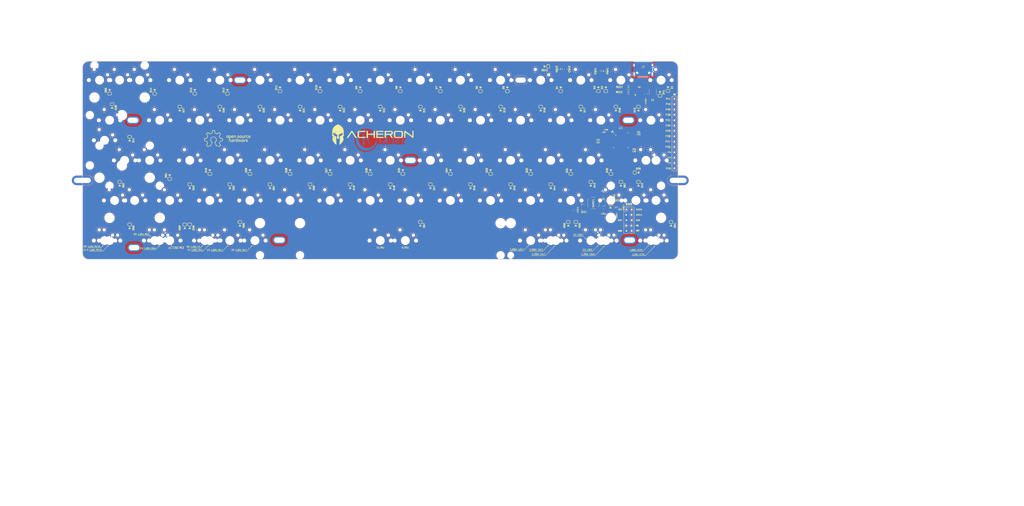
<source format=kicad_pcb>
(kicad_pcb (version 20171130) (host pcbnew 5.1.5)
  (title_block (title Tsuki) (date 2019-09-26) (rev 0.1) (comment 1 "Designed by Gondolindrim") (comment 2 "Project page: http://github.com/Gondolindrim/Tsuki60"))
  (layers (0 F.Cu signal) (31 B.Cu signal) (34 B.Paste user hide) (35 F.Paste user hide) (36 B.SilkS user hide) (37 F.SilkS user) (38 B.Mask user hide) (39 F.Mask user) (44 Edge.Cuts user))
  (net 0 "")
  (net 1 3.3V)
  (net 2 GND)
  (net 3 BOOT0)
  (net 4 NRST)
  (net 5 /SHIELD)
  (net 6 5V)
  (net 7 VBUS)
  (net 8 "Net-(DRST1-Pad2)")
  (net 9 "Net-(D1-Pad2)")
  (net 10 Col1)
  (net 11 "Net-(D2-Pad2)")
  (net 12 Col2)
  (net 13 "Net-(D3-Pad2)")
  (net 14 Col3)
  (net 15 "Net-(D4-Pad2)")
  (net 16 Col4)
  (net 17 "Net-(D5-Pad2)")
  (net 18 Col5)
  (net 19 "Net-(D6-Pad2)")
  (net 20 Col6)
  (net 21 "Net-(D7-Pad2)")
  (net 22 Col7)
  (net 23 "Net-(D8-Pad2)")
  (net 24 Col8)
  (net 25 "Net-(D9-Pad2)")
  (net 26 Col9)
  (net 27 "Net-(D10-Pad2)")
  (net 28 Col10)
  (net 29 "Net-(D11-Pad2)")
  (net 30 Col11)
  (net 31 "Net-(D12-Pad2)")
  (net 32 Col12)
  (net 33 "Net-(D13-Pad2)")
  (net 34 Col13)
  (net 35 "Net-(D14-Pad2)")
  (net 36 "Net-(D15-Pad2)")
  (net 37 "Net-(D16-Pad2)")
  (net 38 "Net-(D17-Pad2)")
  (net 39 "Net-(D18-Pad2)")
  (net 40 "Net-(D19-Pad2)")
  (net 41 "Net-(D20-Pad2)")
  (net 42 "Net-(D21-Pad2)")
  (net 43 "Net-(D22-Pad2)")
  (net 44 "Net-(D23-Pad2)")
  (net 45 "Net-(D24-Pad2)")
  (net 46 "Net-(D25-Pad2)")
  (net 47 "Net-(D26-Pad2)")
  (net 48 "Net-(D27-Pad2)")
  (net 49 "Net-(D28-Pad2)")
  (net 50 "Net-(D29-Pad2)")
  (net 51 "Net-(D30-Pad2)")
  (net 52 "Net-(D31-Pad2)")
  (net 53 Col14)
  (net 54 "Net-(D32-Pad2)")
  (net 55 "Net-(D33-Pad2)")
  (net 56 "Net-(D34-Pad2)")
  (net 57 "Net-(D35-Pad2)")
  (net 58 "Net-(D36-Pad2)")
  (net 59 "Net-(D37-Pad2)")
  (net 60 "Net-(D38-Pad2)")
  (net 61 "Net-(D39-Pad2)")
  (net 62 "Net-(D40-Pad2)")
  (net 63 "Net-(D41-Pad2)")
  (net 64 "Net-(D42-Pad2)")
  (net 65 "Net-(D43-Pad2)")
  (net 66 "Net-(D44-Pad2)")
  (net 67 "Net-(D45-Pad2)")
  (net 68 "Net-(D46-Pad2)")
  (net 69 "Net-(D47-Pad2)")
  (net 70 "Net-(D48-Pad2)")
  (net 71 "Net-(D49-Pad2)")
  (net 72 "Net-(D50-Pad2)")
  (net 73 "Net-(D51-Pad2)")
  (net 74 "Net-(D52-Pad2)")
  (net 75 "Net-(D53-Pad2)")
  (net 76 "Net-(D65-Pad2)")
  (net 77 "Net-(J1-PadB8)")
  (net 78 "Net-(J1-PadA5)")
  (net 79 DBus+)
  (net 80 DBus-)
  (net 81 "Net-(J1-PadA8)")
  (net 82 Row1)
  (net 83 Row2)
  (net 84 Row3)
  (net 85 Row4)
  (net 86 Row5)
  (net 87 D+)
  (net 88 D-)
  (net 89 SWCLK)
  (net 90 SWDIO)
  (net 91 "Net-(D62-Pad2)")
  (net 92 CASE)
  (net 93 "Net-(CSH2-Pad2)")
  (net 94 "Net-(J1-PadB5)")
  (net 95 Extra14)
  (net 96 Extra13)
  (net 97 Extra12)
  (net 98 Extra11)
  (net 99 Extra10)
  (net 100 Extra9)
  (net 101 Extra8)
  (net 102 Extra7)
  (net 103 Extra6)
  (net 104 Extra5)
  (net 105 Extra4)
  (net 106 Extra3)
  (net 107 Extra2)
  (net 108 Extra1)
  (net 109 "Net-(J3-Pad8)")
  (net 110 "Net-(J3-Pad7)")
  (net 111 "Net-(J3-Pad6)")
  (net 112 "Net-(D61-Pad2)")
  (net 113 L1)
  (net 114 L2)
  (net 115 L3)
  (net 116 L5)
  (net 117 L7)
  (net 118 L8)
  (net 119 L9)
  (net 120 L6)
  (net 121 "Net-(D67-Pad2)")
  (module acheron_MountingHoles:MoutingHole_Oval_BackOnly_7mm_5.0x2.5mm (layer B.Cu) (at 95.32625 110.403205 180)
    (fp_text reference H5 hide)
    (fp_text value "Oval Mounting Hole" hide)
    (pad "" np_thru_hole oval (at 0 0 180) (size 5.08 2.54) (drill oval 5.08 2.54) (layers *.Cu *.Mask))
    (pad 2 smd oval (at 0 0 180) (size 6.5 4) (layers B.Cu B.Mask) (clearance 1.016))
  )
  (module acheron_MountingHoles:MoutingHole_Oval_BackOnly_7mm_5.0x2.5mm (layer B.Cu) (at 331.27625 167.353125)
    (fp_text reference H7 hide)
    (fp_text value "Oval Mounting Hole" hide)
    (pad "" np_thru_hole oval (at 0 0) (size 5.08 2.54) (drill oval 5.08 2.54) (layers *.Cu *.Mask))
    (pad 2 smd oval (at 0 0) (size 6.5 4) (layers B.Cu B.Mask) (clearance 1.016))
  )
  (module acheron_MountingHoles:MoutingHole_Oval_BackOnly_7mm_5.0x2.5mm (layer B.Cu) (at 146.15041 91.353125)
    (fp_text reference H10 hide)
    (fp_text value "Oval Mounting Hole" hide)
    (pad "" np_thru_hole oval (at 0 0) (size 5.08 2.54) (drill oval 5.08 2.54) (layers *.Cu *.Mask))
    (pad 2 smd oval (at 0 0) (size 6.5 4) (layers B.Cu B.Mask) (clearance 1.016))
  )
  (module acheron_MountingHoles:MoutingHole_Oval_BackOnly_7mm_5.0x2.5mm (layer B.Cu) (at 95.87625 170.925335)
    (fp_text reference H9 hide)
    (fp_text value "Oval Mounting Hole" hide)
    (pad "" np_thru_hole oval (at 0 0) (size 5.08 2.54) (drill oval 5.08 2.54) (layers *.Cu *.Mask))
    (pad 2 smd oval (at 0 0) (size 6.5 4) (layers B.Cu B.Mask) (clearance 1.016))
  )
  (module acheron_MountingHoles:halfSideHole (layer B.Cu) (at 71.32625 138.978325)
    (fp_text reference H6 hide)
    (fp_text value "Half Side Hole " hide)
    (pad "" thru_hole oval (at 0 0) (size 10 4.5) (drill oval 8 2.5) (layers *.Cu *.Mask))
  )
  (module acheron_MountingHoles:MoutingHole_Oval_BackOnly_7mm_5.0x2.5mm (layer B.Cu) (at 227.11325 129.453285 180)
    (fp_text reference H3 hide)
    (fp_text value "Oval Mounting Hole" hide)
    (pad "" np_thru_hole oval (at 0 0 180) (size 5.08 2.54) (drill oval 5.08 2.54) (layers *.Cu *.Mask))
    (pad 2 smd oval (at 0 0 180) (size 6.5 4) (layers B.Cu B.Mask) (clearance 1.016))
  )
  (module acheron_MountingHoles:MoutingHole_Oval_BackOnly_7mm_5.0x2.5mm (layer B.Cu) (at 330.69806 110.403205 180)
    (fp_text reference H2 hide)
    (fp_text value "Mounting Hole" hide)
    (pad "" np_thru_hole oval (at 0 0 180) (size 5.08 2.54) (drill oval 5.08 2.54) (layers *.Cu *.Mask))
    (pad 2 smd oval (at 0 0 180) (size 6.5 4) (layers B.Cu B.Mask) (clearance 1.016))
  )
  (module acheron_MX_SolderMask:MX150 (layer F.Cu) (at 84.23765 167.553445)
    (fp_text reference SW60)
    (fp_text value RCTRL_150)
    (pad "" np_thru_hole circle (at -5.08 0) (size 1.7018 1.7018) (drill 1.7018) (layers *.Cu *.Mask))
    (pad "" np_thru_hole circle (at 5.08 0) (size 1.7018 1.7018) (drill 1.7018) (layers *.Cu *.Mask))
    (pad 1 thru_hole circle (at -2.54 -5.08) (size 2.54 2.54) (drill 1.524) (layers *.Cu F.Mask) (net 32 Col12))
    (pad 2 thru_hole circle (at 3.81 -2.54) (size 2.54 2.54) (drill 1.524) (layers *.Cu F.Mask) (net 119 L9))
    (pad "" np_thru_hole circle (at 0 0) (size 3.9878 3.9878) (drill 3.9878) (layers *.Cu *.Mask))
  )
  (module acheron_MX_SolderMask:MX150 (layer F.Cu) (at 341.41373 167.553445)
    (fp_text reference SW54)
    (fp_text value LCTRL_150)
    (pad "" np_thru_hole circle (at -5.08 0) (size 1.7018 1.7018) (drill 1.7018) (layers *.Cu *.Mask))
    (pad "" np_thru_hole circle (at 5.08 0) (size 1.7018 1.7018) (drill 1.7018) (layers *.Cu *.Mask))
    (pad 1 thru_hole circle (at -2.54 -5.08) (size 2.54 2.54) (drill 1.524) (layers *.Cu F.Mask) (net 10 Col1))
    (pad 2 thru_hole circle (at 3.81 -2.54) (size 2.54 2.54) (drill 1.524) (layers *.Cu F.Mask) (net 113 L1))
    (pad "" np_thru_hole circle (at 0 0) (size 3.9878 3.9878) (drill 3.9878) (layers *.Cu *.Mask))
  )
  (module tsukiGraphics:tsukiLabel_30x12mm (layer F.Cu) (at 250.92625 167.553125)
    (fp_text reference L4 hide)
    (fp_text value TsukiLabel hide)
    (fp_poly (pts (xy -5.181581 -4.530498) (xy -5.169054 -4.529801) (xy -5.159819 -4.528633) (xy -5.15209 -4.526598) (xy -5.144081 -4.5233) (xy -5.139794 -4.521242) (xy -5.120663 -4.509175) (xy -5.105253 -4.493876) (xy -5.093804 -4.475811) (xy -5.086557 -4.45545) (xy -5.083754 -4.433259) (xy -5.08486 -4.414592) (xy -5.089988 -4.394755) (xy -5.099313 -4.376232) (xy -5.112134 -4.359922) (xy -5.127751 -4.346725) (xy -5.144803 -4.337786) (xy -5.156179 -4.334645) (xy -5.170562 -4.332386) (xy -5.186144 -4.331132) (xy -5.201118 -4.331005) (xy -5.213677 -4.332127) (xy -5.217284 -4.332867) (xy -5.237724 -4.340461) (xy -5.255365 -4.351878) (xy -5.269906 -4.366519) (xy -5.281045 -4.383785) (xy -5.288483 -4.403077) (xy -5.291917 -4.423795) (xy -5.291048 -4.445341) (xy -5.285575 -4.467115) (xy -5.285197 -4.46814) (xy -5.27533 -4.487917) (xy -5.261857 -4.504122) (xy -5.244759 -4.516772) (xy -5.224016 -4.525886) (xy -5.223687 -4.525993) (xy -5.213999 -4.528746) (xy -5.204947 -4.530275) (xy -5.194618 -4.530784) (xy -5.181581 -4.530498)) (layer F.Cu) (width 0.01))
    (fp_poly (pts (xy 4.279472 -3.715649) (xy 3.819778 -3.715649) (xy 3.819778 -3.840096) (xy 4.279472 -3.840096) (xy 4.279472 -3.715649)) (layer F.Cu) (width 0.01))
    (fp_poly (pts (xy 7.009699 -4.007547) (xy 7.028581 -4.030052) (xy 7.05658 -4.059823) (xy 7.086824 -4.085152) (xy 7.119144 -4.105956) (xy 7.153371 -4.122154) (xy 7.189335 -4.133664) (xy 7.226868 -4.140405) (xy 7.261283 -4.142326) (xy 7.299739 -4.14024) (xy 7.335286 -4.134023) (xy 7.367841 -4.123742) (xy 7.397324 -4.109462) (xy 7.423652 -4.091247) (xy 7.446746 -4.069163) (xy 7.466523 -4.043275) (xy 7.482903 -4.013647) (xy 7.495805 -3.980346) (xy 7.504357 -3.947372) (xy 7.504955 -3.944024) (xy 7.505495 -3.93989) (xy 7.505982 -3.934701) (xy 7.506419 -3.92819) (xy 7.50681 -3.920089) (xy 7.507159 -3.910128) (xy 7.507469 -3.898041) (xy 7.507745 -3.883558) (xy 7.507991 -3.866412) (xy 7.508209 -3.846334) (xy 7.508405 -3.823056) (xy 7.508581 -3.796311) (xy 7.508742 -3.765829) (xy 7.508891 -3.731343) (xy 7.509033 -3.692584) (xy 7.509171 -3.649284) (xy 7.509309 -3.601176) (xy 7.509311 -3.600725) (xy 7.51021 -3.273733) (xy 7.360352 -3.273733) (xy 7.359508 -3.591836) (xy 7.359381 -3.638785) (xy 7.359257 -3.680932) (xy 7.359132 -3.718551) (xy 7.359001 -3.751919) (xy 7.358861 -3.781313) (xy 7.358707 -3.80701) (xy 7.358533 -3.829284) (xy 7.358337 -3.848413) (xy 7.358112 -3.864673) (xy 7.357855 -3.87834) (xy 7.357561 -3.88969) (xy 7.357226 -3.899) (xy 7.356845 -3.906546) (xy 7.356414 -3.912605) (xy 7.355927 -3.917451) (xy 7.355382 -3.921363) (xy 7.354772 -3.924616) (xy 7.354094 -3.927487) (xy 7.354034 -3.927718) (xy 7.345555 -3.953495) (xy 7.334549 -3.974994) (xy 7.320782 -3.992465) (xy 7.304024 -4.006163) (xy 7.284041 -4.016338) (xy 7.267584 -4.021611) (xy 7.25401 -4.023969) (xy 7.237228 -4.025195) (xy 7.218983 -4.025294) (xy 7.201018 -4.02427) (xy 7.185078 -4.022126) (xy 7.181633 -4.02142) (xy 7.163621 -4.016108) (xy 7.143918 -4.008135) (xy 7.124465 -3.998391) (xy 7.107204 -3.987765) (xy 7.105337 -3.986448) (xy 7.090522 -3.974505) (xy 7.074248 -3.959135) (xy 7.057461 -3.941386) (xy 7.041108 -3.922308) (xy 7.026132 -3.902948) (xy 7.014054 -3.885266) (xy 7.013396 -3.883973) (xy 7.012807 -3.88211) (xy 7.012285 -3.879402) (xy 7.011823 -3.875578) (xy 7.01142 -3.870364) (xy 7.011071 -3.863487) (xy 7.010772 -3.854674) (xy 7.01052 -3.843652) (xy 7.01031 -3.830148) (xy 7.010138 -3.813888) (xy 7.010002 -3.794599) (xy 7.009897 -3.77201) (xy 7.009818 -3.745845) (xy 7.009763 -3.715833) (xy 7.009728 -3.6817) (xy 7.009708 -3.643173) (xy 7.0097 -3.599978) (xy 7.009699 -3.576052) (xy 7.009699 -3.273733) (xy 6.859854 -3.273733) (xy 6.859854 -3.869303) (xy 6.859857 -3.934867) (xy 6.859866 -3.995536) (xy 6.859883 -4.051493) (xy 6.859909 -4.102923) (xy 6.859944 -4.15001) (xy 6.859991 -4.192939) (xy 6.86005 -4.231893) (xy 6.860122 -4.267056) (xy 6.860209 -4.298613) (xy 6.860311 -4.326748) (xy 6.86043 -4.351645) (xy 6.860567 -4.373488) (xy 6.860724 -4.392462) (xy 6.8609 -4.40875) (xy 6.861098 -4.422536) (xy 6.861318 -4.434005) (xy 6.861562 -4.443341) (xy 6.861831 -4.450728) (xy 6.862126 -4.45635) (xy 6.862448 -4.460391) (xy 6.862798 -4.463036) (xy 6.863178 -4.464468) (xy 6.863564 -4.464874) (xy 6.867048 -4.465139) (xy 6.874747 -4.465876) (xy 6.885828 -4.466994) (xy 6.899455 -4.468405) (xy 6.914795 -4.47002) (xy 6.931015 -4.47175) (xy 6.94728 -4.473506) (xy 6.962757 -4.475198) (xy 6.976612 -4.476738) (xy 6.988011 -4.478037) (xy 6.99612 -4.479004) (xy 6.997635 -4.479197) (xy 7.009699 -4.480767) (xy 7.009699 -4.007547)) (layer F.Cu) (width 0.01))
    (fp_poly (pts (xy 4.922061 -4.380427) (xy 4.923059 -4.377495) (xy 4.925533 -4.369947) (xy 4.92941 -4.358006) (xy 4.93462 -4.341893) (xy 4.94109 -4.321831) (xy 4.94875 -4.298043) (xy 4.957528 -4.27075) (xy 4.967353 -4.240175) (xy 4.978153 -4.206541) (xy 4.989857 -4.17007) (xy 5.002394 -4.130983) (xy 5.015692 -4.089505) (xy 5.029679 -4.045856) (xy 5.044285 -4.000259) (xy 5.059438 -3.952937) (xy 5.075067 -3.904111) (xy 5.091099 -3.854005) (xy 5.093518 -3.846446) (xy 5.109682 -3.795919) (xy 5.125493 -3.746504) (xy 5.140877 -3.698432) (xy 5.155759 -3.651934) (xy 5.170066 -3.607242) (xy 5.183722 -3.564588) (xy 5.196654 -3.524203) (xy 5.208787 -3.48632) (xy 5.220048 -3.451169) (xy 5.230362 -3.418982) (xy 5.239655 -3.389991) (xy 5.247852 -3.364428) (xy 5.25488 -3.342524) (xy 5.260665 -3.324511) (xy 5.265131 -3.31062) (xy 5.268205 -3.301083) (xy 5.269813 -3.296132) (xy 5.269883 -3.295921) (xy 5.277255 -3.273663) (xy 5.195698 -3.274333) (xy 5.11414 -3.275003) (xy 5.072939 -3.411771) (xy 5.065265 -3.437152) (xy 5.057976 -3.461084) (xy 5.051209 -3.483125) (xy 5.045105 -3.502828) (xy 5.039801 -3.51975) (xy 5.035437 -3.533447) (xy 5.032153 -3.543474) (xy 5.030086 -3.549387) (xy 5.029441 -3.550837) (xy 5.026553 -3.551216) (xy 5.018887 -3.551554) (xy 5.006746 -3.551849) (xy 4.990431 -3.552097) (xy 4.970245 -3.552298) (xy 4.946488 -3.552448) (xy 4.919463 -3.552545) (xy 4.889472 -3.552588) (xy 4.856816 -3.552572) (xy 4.821798 -3.552497) (xy 4.817833 -3.552485) (xy 4.608522 -3.551835) (xy 4.566642 -3.412784) (xy 4.524761 -3.273733) (xy 4.368712 -3.273733) (xy 4.374786 -3.292146) (xy 4.376145 -3.296325) (xy 4.378982 -3.305108) (xy 4.383224 -3.318261) (xy 4.388794 -3.335552) (xy 4.39562 -3.356749) (xy 4.403625 -3.381618) (xy 4.412734 -3.409927) (xy 4.422874 -3.441442) (xy 4.433969 -3.475933) (xy 4.445943 -3.513165) (xy 4.458724 -3.552906) (xy 4.472235 -3.594924) (xy 4.486401 -3.638986) (xy 4.499411 -3.679457) (xy 4.647643 -3.679457) (xy 4.65013 -3.679137) (xy 4.657284 -3.678833) (xy 4.668693 -3.67855) (xy 4.683944 -3.678294) (xy 4.702626 -3.678068) (xy 4.724326 -3.677878) (xy 4.748631 -3.677727) (xy 4.77513 -3.67762) (xy 4.803409 -3.677562) (xy 4.820709 -3.677553) (xy 4.85486 -3.677563) (xy 4.88427 -3.677598) (xy 4.90928 -3.677666) (xy 4.930227 -3.677775) (xy 4.947452 -3.677931) (xy 4.961293 -3.678142) (xy 4.97209 -3.678415) (xy 4.980183 -3.678759) (xy 4.985909 -3.67918) (xy 4.989608 -3.679686) (xy 4.991621 -3.680284) (xy 4.992285 -3.680983) (xy 4.992238 -3.681322) (xy 4.991337 -3.684201) (xy 4.989079 -3.691642) (xy 4.985555 -3.703335) (xy 4.980857 -3.718975) (xy 4.975078 -3.738252) (xy 4.968308 -3.760861) (xy 4.960641 -3.786492) (xy 4.952168 -3.814839) (xy 4.942981 -3.845595) (xy 4.933172 -3.878451) (xy 4.922833 -3.913101) (xy 4.912056 -3.949236) (xy 4.906369 -3.968313) (xy 4.895417 -4.005012) (xy 4.884854 -4.040328) (xy 4.87477 -4.073956) (xy 4.865259 -4.105596) (xy 4.856411 -4.134945) (xy 4.848318 -4.161701) (xy 4.841072 -4.185562) (xy 4.834765 -4.206224) (xy 4.829487 -4.223387) (xy 4.825332 -4.236748) (xy 4.82239 -4.246005) (xy 4.820754 -4.250855) (xy 4.820447 -4.251535) (xy 4.819576 -4.249163) (xy 4.817358 -4.242292) (xy 4.813904 -4.231288) (xy 4.809324 -4.216517) (xy 4.803729 -4.198345) (xy 4.79723 -4.17714) (xy 4.789937 -4.153268) (xy 4.781961 -4.127094) (xy 4.773413 -4.098986) (xy 4.764404 -4.06931) (xy 4.755043 -4.038431) (xy 4.745443 -4.006718) (xy 4.735712 -3.974535) (xy 4.725963 -3.942249) (xy 4.716306 -3.910228) (xy 4.706852 -3.878836) (xy 4.69771 -3.848441) (xy 4.688992 -3.819409) (xy 4.680809 -3.792107) (xy 4.673271 -3.7669) (xy 4.666489 -3.744155) (xy 4.660574 -3.724239) (xy 4.655635 -3.707518) (xy 4.651785 -3.694358) (xy 4.649133 -3.685126) (xy 4.64779 -3.680189) (xy 4.647643 -3.679457) (xy 4.499411 -3.679457) (xy 4.501148 -3.684858) (xy 4.516402 -3.732309) (xy 4.532086 -3.781105) (xy 4.546148 -3.824858) (xy 4.562174 -3.874722) (xy 4.577849 -3.923488) (xy 4.593097 -3.97092) (xy 4.607842 -4.016783) (xy 4.622008 -4.06084) (xy 4.635519 -4.102856) (xy 4.6483 -4.142596) (xy 4.660275 -4.179823) (xy 4.671367 -4.214303) (xy 4.681502 -4.245798) (xy 4.690602 -4.274074) (xy 4.698593 -4.298895) (xy 4.705399 -4.320026) (xy 4.710944 -4.33723) (xy 4.715151 -4.350271) (xy 4.717946 -4.358915) (xy 4.71916 -4.362649) (xy 4.726886 -4.386142) (xy 4.919597 -4.386142) (xy 4.922061 -4.380427)) (layer F.Cu) (width 0.01))
    (fp_poly (pts (xy 2.799994 -4.140689) (xy 2.820156 -4.139695) (xy 2.836193 -4.138059) (xy 2.847871 -4.135815) (xy 2.854955 -4.132994) (xy 2.857214 -4.129799) (xy 2.856771 -4.126512) (xy 2.855536 -4.119117) (xy 2.853655 -4.10839) (xy 2.85127 -4.095105) (xy 2.848526 -4.080037) (xy 2.845567 -4.063962) (xy 2.842536 -4.047654) (xy 2.839578 -4.031889) (xy 2.836835 -4.017441) (xy 2.834453 -4.005086) (xy 2.832574 -3.995598) (xy 2.831343 -3.989752) (xy 2.830932 -3.988224) (xy 2.828436 -3.988492) (xy 2.822317 -3.989627) (xy 2.814014 -3.991358) (xy 2.792659 -3.994868) (xy 2.769841 -3.99667) (xy 2.74745 -3.996708) (xy 2.727374 -3.994924) (xy 2.722608 -3.994125) (xy 2.695729 -3.986798) (xy 2.67129 -3.975341) (xy 2.649134 -3.959622) (xy 2.629102 -3.939506) (xy 2.611037 -3.914857) (xy 2.594782 -3.885542) (xy 2.594322 -3.884593) (xy 2.587547 -3.870168) (xy 2.581887 -3.857086) (xy 2.576893 -3.844105) (xy 2.572121 -3.829978) (xy 2.567123 -3.813461) (xy 2.561452 -3.793311) (xy 2.561103 -3.792043) (xy 2.552445 -3.760498) (xy 2.552445 -3.273733) (xy 2.402585 -3.273733) (xy 2.403227 -3.698506) (xy 2.403869 -4.123278) (xy 2.467998 -4.123957) (xy 2.488404 -4.124124) (xy 2.50423 -4.124127) (xy 2.515973 -4.123948) (xy 2.524129 -4.123564) (xy 2.529196 -4.122957) (xy 2.531671 -4.122106) (xy 2.532127 -4.121355) (xy 2.532333 -4.118004) (xy 2.532909 -4.110353) (xy 2.533793 -4.09916) (xy 2.53492 -4.085187) (xy 2.536228 -4.069193) (xy 2.537653 -4.051939) (xy 2.539131 -4.034185) (xy 2.5406 -4.01669) (xy 2.541996 -4.000215) (xy 2.543256 -3.98552) (xy 2.544316 -3.973366) (xy 2.545113 -3.964511) (xy 2.545584 -3.959717) (xy 2.545614 -3.959464) (xy 2.546345 -3.955205) (xy 2.54737 -3.955675) (xy 2.548479 -3.958195) (xy 2.561997 -3.989131) (xy 2.575557 -4.015779) (xy 2.589644 -4.03891) (xy 2.60474 -4.059297) (xy 2.62133 -4.077712) (xy 2.626586 -4.082887) (xy 2.647436 -4.101006) (xy 2.668556 -4.115249) (xy 2.691592 -4.126629) (xy 2.707369 -4.132625) (xy 2.716257 -4.135638) (xy 2.723559 -4.137821) (xy 2.730375 -4.13931) (xy 2.737804 -4.140239) (xy 2.746944 -4.140742) (xy 2.758894 -4.140954) (xy 2.774753 -4.141008) (xy 2.775942 -4.141009) (xy 2.799994 -4.140689)) (layer F.Cu) (width 0.01))
    (fp_poly (pts (xy -0.064853 -4.123278) (xy 0.046009 -3.766952) (xy 0.058828 -3.725767) (xy 0.071241 -3.685915) (xy 0.083166 -3.647665) (xy 0.094516 -3.611285) (xy 0.105209 -3.577046) (xy 0.115159 -3.545216) (xy 0.124283 -3.516063) (xy 0.132497 -3.489857) (xy 0.139716 -3.466867) (xy 0.145855 -3.447362) (xy 0.150831 -3.431611) (xy 0.15456 -3.419882) (xy 0.156957 -3.412446) (xy 0.157937 -3.40957) (xy 0.157952 -3.409545) (xy 0.158812 -3.411801) (xy 0.161083 -3.418645) (xy 0.164683 -3.429811) (xy 0.169527 -3.44503) (xy 0.175533 -3.464037) (xy 0.182617 -3.486566) (xy 0.190695 -3.512348) (xy 0.199683 -3.541118) (xy 0.2095 -3.572608) (xy 0.22006 -3.606553) (xy 0.231281 -3.642684) (xy 0.24308 -3.680737) (xy 0.255372 -3.720443) (xy 0.268075 -3.761536) (xy 0.269414 -3.765871) (xy 0.379795 -4.123278) (xy 0.45784 -4.12395) (xy 0.482372 -4.124092) (xy 0.502026 -4.124049) (xy 0.517005 -4.123817) (xy 0.527507 -4.12339) (xy 0.533733 -4.122762) (xy 0.535882 -4.121929) (xy 0.535886 -4.121885) (xy 0.53508 -4.119229) (xy 0.532716 -4.11201) (xy 0.528879 -4.100474) (xy 0.523649 -4.084864) (xy 0.517111 -4.065426) (xy 0.509347 -4.042404) (xy 0.50044 -4.016044) (xy 0.490473 -3.986589) (xy 0.479529 -3.954286) (xy 0.46769 -3.919377) (xy 0.455039 -3.882109) (xy 0.44166 -3.842727) (xy 0.427635 -3.801474) (xy 0.413047 -3.758595) (xy 0.397978 -3.714336) (xy 0.391883 -3.696441) (xy 0.24788 -3.273733) (xy 0.067108 -3.273733) (xy -0.078274 -3.693426) (xy -0.093718 -3.738018) (xy -0.108724 -3.78136) (xy -0.123205 -3.823202) (xy -0.137076 -3.863299) (xy -0.150253 -3.901402) (xy -0.162649 -3.937265) (xy -0.174179 -3.970639) (xy -0.184758 -4.001278) (xy -0.1943 -4.028935) (xy -0.20272 -4.053361) (xy -0.209933 -4.074309) (xy -0.215853 -4.091532) (xy -0.220394 -4.104783) (xy -0.223472 -4.113814) (xy -0.225001 -4.118378) (xy -0.225153 -4.11887) (xy -0.226649 -4.12462) (xy -0.064853 -4.123278)) (layer F.Cu) (width 0.01))
    (fp_poly (pts (xy -1.158351 -4.141486) (xy -1.135231 -4.139445) (xy -1.128925 -4.138572) (xy -1.117476 -4.13672) (xy -1.108132 -4.134978) (xy -1.101882 -4.133547) (xy -1.09971 -4.13265) (xy -1.100173 -4.129156) (xy -1.101461 -4.121576) (xy -1.103426 -4.110683) (xy -1.105918 -4.097249) (xy -1.108788 -4.082048) (xy -1.111886 -4.065853) (xy -1.115064 -4.049435) (xy -1.118171 -4.033569) (xy -1.121058 -4.019027) (xy -1.123576 -4.006581) (xy -1.125576 -3.997005) (xy -1.126908 -3.991071) (xy -1.127379 -3.989477) (xy -1.130441 -3.989161) (xy -1.136975 -3.99001) (xy -1.145426 -3.991805) (xy -1.15697 -3.993813) (xy -1.171866 -3.995205) (xy -1.188669 -3.995967) (xy -1.205935 -3.996083) (xy -1.22222 -3.995538) (xy -1.236078 -3.994318) (xy -1.244476 -3.992839) (xy -1.270305 -3.984008) (xy -1.294094 -3.970762) (xy -1.315879 -3.953052) (xy -1.335697 -3.930829) (xy -1.353585 -3.904046) (xy -1.369579 -3.872654) (xy -1.383717 -3.836604) (xy -1.396035 -3.79585) (xy -1.396874 -3.792647) (xy -1.40448 -3.763356) (xy -1.40448 -3.273733) (xy -1.554325 -3.273733) (xy -1.554325 -4.124635) (xy -1.490196 -4.123957) (xy -1.426068 -4.123278) (xy -1.41928 -4.043276) (xy -1.417603 -4.023443) (xy -1.416062 -4.005079) (xy -1.414711 -3.988839) (xy -1.413603 -3.975378) (xy -1.412792 -3.96535) (xy -1.412334 -3.95941) (xy -1.412254 -3.958195) (xy -1.411248 -3.958276) (xy -1.408695 -3.962335) (xy -1.404993 -3.969656) (xy -1.400976 -3.978513) (xy -1.383117 -4.014948) (xy -1.36321 -4.046763) (xy -1.341206 -4.074004) (xy -1.317058 -4.096718) (xy -1.290719 -4.114952) (xy -1.262141 -4.128755) (xy -1.244041 -4.134888) (xy -1.22645 -4.138661) (xy -1.205367 -4.141049) (xy -1.182198 -4.142005) (xy -1.158351 -4.141486)) (layer F.Cu) (width 0.01))
    (fp_poly (pts (xy -2.826103 -4.386108) (xy -2.78029 -4.385997) (xy -2.739131 -4.385672) (xy -2.702204 -4.385105) (xy -2.669085 -4.384269) (xy -2.639353 -4.383137) (xy -2.612585 -4.381683) (xy -2.588359 -4.379878) (xy -2.566252 -4.377697) (xy -2.545842 -4.375111) (xy -2.526706 -4.372095) (xy -2.508423 -4.36862) (xy -2.49057 -4.364659) (xy -2.490221 -4.364577) (xy -2.447604 -4.352557) (xy -2.409132 -4.337734) (xy -2.37483 -4.320131) (xy -2.344726 -4.299773) (xy -2.318845 -4.276683) (xy -2.297213 -4.250883) (xy -2.279858 -4.222399) (xy -2.266804 -4.191254) (xy -2.258078 -4.15747) (xy -2.257633 -4.155025) (xy -2.255777 -4.140205) (xy -2.254739 -4.122419) (xy -2.254503 -4.103231) (xy -2.255052 -4.084202) (xy -2.256369 -4.066895) (xy -2.25844 -4.052874) (xy -2.258724 -4.051549) (xy -2.268701 -4.018374) (xy -2.283223 -3.987133) (xy -2.301974 -3.95829) (xy -2.324636 -3.932313) (xy -2.350891 -3.909667) (xy -2.35956 -3.903498) (xy -2.374318 -3.894431) (xy -2.391604 -3.885317) (xy -2.409683 -3.876966) (xy -2.426823 -3.870188) (xy -2.438791 -3.866419) (xy -2.447271 -3.86396) (xy -2.453401 -3.861765) (xy -2.455925 -3.860286) (xy -2.455935 -3.860228) (xy -2.453681 -3.858904) (xy -2.448011 -3.857535) (xy -2.445141 -3.85708) (xy -2.438516 -3.855798) (xy -2.428389 -3.853396) (xy -2.416121 -3.850212) (xy -2.403074 -3.846588) (xy -2.40268 -3.846475) (xy -2.364372 -3.833386) (xy -2.330218 -3.81738) (xy -2.300212 -3.798447) (xy -2.274344 -3.77658) (xy -2.252605 -3.75177) (xy -2.234988 -3.724009) (xy -2.221484 -3.693288) (xy -2.212084 -3.6596) (xy -2.211864 -3.658538) (xy -2.206829 -3.624651) (xy -2.205145 -3.589533) (xy -2.206709 -3.554237) (xy -2.211418 -3.519819) (xy -2.219169 -3.487333) (xy -2.229857 -3.457835) (xy -2.232028 -3.453046) (xy -2.248642 -3.422459) (xy -2.268309 -3.39538) (xy -2.291409 -3.371436) (xy -2.318321 -3.350258) (xy -2.349422 -3.331473) (xy -2.363234 -3.324492) (xy -2.38728 -3.313638) (xy -2.410617 -3.304706) (xy -2.434619 -3.297285) (xy -2.460656 -3.29096) (xy -2.490102 -3.285317) (xy -2.497038 -3.284148) (xy -2.509013 -3.28224) (xy -2.520556 -3.280578) (xy -2.532103 -3.279145) (xy -2.544087 -3.277924) (xy -2.556944 -3.276898) (xy -2.571107 -3.276052) (xy -2.587012 -3.275368) (xy -2.605093 -3.27483) (xy -2.625785 -3.274422) (xy -2.649521 -3.274126) (xy -2.676737 -3.273927) (xy -2.707868 -3.273808) (xy -2.743347 -3.273752) (xy -2.770228 -3.273742) (xy -2.953725 -3.273733) (xy -2.953725 -3.794381) (xy -2.80134 -3.794381) (xy -2.80134 -3.395098) (xy -2.686417 -3.396323) (xy -2.656559 -3.396681) (xy -2.631288 -3.397078) (xy -2.610109 -3.397533) (xy -2.59253 -3.398065) (xy -2.578057 -3.398692) (xy -2.566196 -3.399435) (xy -2.556455 -3.40031) (xy -2.54834 -3.401339) (xy -2.546096 -3.401688) (xy -2.52033 -3.406438) (xy -2.498325 -3.411784) (xy -2.478765 -3.418107) (xy -2.460335 -3.425789) (xy -2.45622 -3.427738) (xy -2.432195 -3.441855) (xy -2.412042 -3.459156) (xy -2.395635 -3.479796) (xy -2.382848 -3.503932) (xy -2.374276 -3.528977) (xy -2.371153 -3.544897) (xy -2.369182 -3.564192) (xy -2.368362 -3.585329) (xy -2.368693 -3.606776) (xy -2.370175 -3.626999) (xy -2.372808 -3.644466) (xy -2.374291 -3.650738) (xy -2.381923 -3.674215) (xy -2.391397 -3.694229) (xy -2.403587 -3.712306) (xy -2.419369 -3.729969) (xy -2.420288 -3.730887) (xy -2.4359 -3.745226) (xy -2.451447 -3.756698) (xy -2.468383 -3.766173) (xy -2.488164 -3.774521) (xy -2.50038 -3.778815) (xy -2.511254 -3.78227) (xy -2.521792 -3.785182) (xy -2.532539 -3.787597) (xy -2.54404 -3.789559) (xy -2.55684 -3.791113) (xy -2.571482 -3.792303) (xy -2.588514 -3.793176) (xy -2.608478 -3.793775) (xy -2.63192 -3.794145) (xy -2.659385 -3.794332) (xy -2.689282 -3.794381) (xy -2.80134 -3.794381) (xy -2.953725 -3.794381) (xy -2.953725 -3.913749) (xy -2.80134 -3.913749) (xy -2.708004 -3.91377) (xy -2.685651 -3.913843) (xy -2.663991 -3.914043) (xy -2.643775 -3.914352) (xy -2.625749 -3.914755) (xy -2.610663 -3.915234) (xy -2.599264 -3.915775) (xy -2.592985 -3.916276) (xy -2.562649 -3.921233) (xy -2.534824 -3.929099) (xy -2.507503 -3.940456) (xy -2.504319 -3.942004) (xy -2.490663 -3.949099) (xy -2.479976 -3.95571) (xy -2.470459 -3.963109) (xy -2.460314 -3.972568) (xy -2.458393 -3.974476) (xy -2.441199 -3.994195) (xy -2.428221 -4.015035) (xy -2.419188 -4.037698) (xy -2.413829 -4.062889) (xy -2.411875 -4.09131) (xy -2.411857 -4.095341) (xy -2.413793 -4.125707) (xy -2.419495 -4.152706) (xy -2.429024 -4.176444) (xy -2.44244 -4.197028) (xy -2.459804 -4.214565) (xy -2.481175 -4.229159) (xy -2.490358 -4.233956) (xy -2.503799 -4.240029) (xy -2.517475 -4.245211) (xy -2.531916 -4.249578) (xy -2.547652 -4.2532) (xy -2.565212 -4.256153) (xy -2.585124 -4.258507) (xy -2.60792 -4.260338) (xy -2.634126 -4.261717) (xy -2.664274 -4.262718) (xy -2.698892 -4.263414) (xy -2.704195 -4.263493) (xy -2.80134 -4.264872) (xy -2.80134 -3.913749) (xy -2.953725 -3.913749) (xy -2.953725 -4.386142) (xy -2.826103 -4.386108)) (layer F.Cu) (width 0.01))
    (fp_poly (pts (xy -4.628687 -4.384769) (xy -4.591203 -4.384726) (xy -4.558347 -4.384631) (xy -4.529668 -4.384462) (xy -4.504715 -4.384197) (xy -4.483038 -4.383815) (xy -4.464185 -4.383293) (xy -4.447706 -4.38261) (xy -4.433149 -4.381745) (xy -4.420063 -4.380675) (xy -4.407997 -4.379378) (xy -4.396501 -4.377833) (xy -4.385123 -4.376019) (xy -4.373413 -4.373912) (xy -4.363284 -4.37196) (xy -4.317581 -4.360977) (xy -4.275671 -4.346788) (xy -4.237601 -4.329439) (xy -4.203423 -4.308976) (xy -4.173183 -4.285445) (xy -4.146933 -4.25889) (xy -4.124721 -4.229358) (xy -4.106596 -4.196895) (xy -4.092608 -4.161546) (xy -4.082806 -4.123357) (xy -4.08037 -4.109309) (xy -4.07554 -4.063078) (xy -4.075289 -4.017866) (xy -4.079575 -3.97402) (xy -4.088357 -3.931891) (xy -4.101595 -3.891825) (xy -4.107346 -3.878193) (xy -4.119777 -3.854711) (xy -4.136012 -3.830649) (xy -4.155074 -3.807147) (xy -4.175987 -3.785343) (xy -4.197775 -3.766375) (xy -4.212169 -3.755957) (xy -4.246158 -3.736133) (xy -4.28376 -3.71908) (xy -4.324126 -3.705147) (xy -4.355961 -3.696898) (xy -4.371878 -3.693467) (xy -4.38669 -3.690598) (xy -4.401093 -3.688232) (xy -4.415781 -3.68631) (xy -4.431449 -3.684773) (xy -4.448791 -3.683562) (xy -4.468503 -3.682619) (xy -4.491279 -3.681885) (xy -4.517814 -3.6813) (xy -4.545511 -3.680854) (xy -4.647735 -3.679393) (xy -4.647735 -3.273733) (xy -4.802671 -3.273733) (xy -4.802031 -3.829302) (xy -4.80153 -4.264234) (xy -4.647735 -4.264234) (xy -4.647735 -3.801426) (xy -4.55059 -3.802689) (xy -4.521943 -3.803123) (xy -4.497864 -3.803632) (xy -4.47784 -3.804238) (xy -4.46136 -3.804964) (xy -4.447913 -3.805832) (xy -4.436987 -3.806866) (xy -4.428151 -3.808073) (xy -4.392013 -3.815636) (xy -4.36009 -3.825944) (xy -4.332234 -3.839145) (xy -4.308294 -3.855389) (xy -4.288121 -3.874824) (xy -4.271563 -3.897598) (xy -4.258472 -3.923862) (xy -4.248697 -3.953763) (xy -4.242089 -3.98745) (xy -4.241276 -3.993516) (xy -4.239659 -4.012898) (xy -4.239207 -4.034663) (xy -4.239852 -4.057216) (xy -4.241523 -4.078963) (xy -4.244152 -4.098308) (xy -4.246285 -4.108613) (xy -4.256052 -4.139049) (xy -4.269555 -4.166123) (xy -4.286822 -4.18986) (xy -4.307885 -4.210282) (xy -4.332774 -4.227414) (xy -4.361519 -4.24128) (xy -4.39415 -4.251904) (xy -4.430698 -4.25931) (xy -4.438628 -4.260426) (xy -4.449768 -4.261628) (xy -4.463215 -4.26258) (xy -4.479498 -4.263299) (xy -4.499148 -4.263803) (xy -4.522694 -4.264107) (xy -4.550667 -4.26423) (xy -4.557705 -4.264234) (xy -4.647735 -4.264234) (xy -4.80153 -4.264234) (xy -4.80139 -4.384872) (xy -4.628687 -4.384769)) (layer F.Cu) (width 0.01))
    (fp_poly (pts (xy -5.112509 -3.273733) (xy -5.262369 -3.273733) (xy -5.261726 -3.698506) (xy -5.261084 -4.123278) (xy -5.186797 -4.123951) (xy -5.112509 -4.124625) (xy -5.112509 -3.273733)) (layer F.Cu) (width 0.01))
    (fp_poly (pts (xy -5.510053 -4.124491) (xy -5.491936 -4.124331) (xy -5.476145 -4.12408) (xy -5.463277 -4.123754) (xy -5.45393 -4.123365) (xy -5.448701 -4.122927) (xy -5.44779 -4.122643) (xy -5.449388 -4.120464) (xy -5.454024 -4.114661) (xy -5.461474 -4.105503) (xy -5.471516 -4.09326) (xy -5.483926 -4.078202) (xy -5.498481 -4.060599) (xy -5.514956 -4.040722) (xy -5.53313 -4.018839) (xy -5.552779 -3.99522) (xy -5.57368 -3.970136) (xy -5.595609 -3.943857) (xy -5.603787 -3.934067) (xy -5.759749 -3.747396) (xy -5.754049 -3.739776) (xy -5.750072 -3.734427) (xy -5.743511 -3.725557) (xy -5.734598 -3.713482) (xy -5.723564 -3.698518) (xy -5.710643 -3.680983) (xy -5.696067 -3.66119) (xy -5.680068 -3.639458) (xy -5.662878 -3.616102) (xy -5.644731 -3.591438) (xy -5.625859 -3.565783) (xy -5.606493 -3.539452) (xy -5.586867 -3.512761) (xy -5.567213 -3.486028) (xy -5.547764 -3.459567) (xy -5.528751 -3.433696) (xy -5.510407 -3.40873) (xy -5.492965 -3.384986) (xy -5.476657 -3.362779) (xy -5.461715 -3.342426) (xy -5.448372 -3.324243) (xy -5.436861 -3.308546) (xy -5.427413 -3.295651) (xy -5.420262 -3.285875) (xy -5.41564 -3.279533) (xy -5.413778 -3.276942) (xy -5.413756 -3.276908) (xy -5.414212 -3.276035) (xy -5.416972 -3.275328) (xy -5.422442 -3.274771) (xy -5.431027 -3.274351) (xy -5.44313 -3.274052) (xy -5.459158 -3.273859) (xy -5.479515 -3.273758) (xy -5.50061 -3.273733) (xy -5.589322 -3.273733) (xy -5.757714 -3.505096) (xy -5.783756 -3.540883) (xy -5.806963 -3.572794) (xy -5.827494 -3.601059) (xy -5.845508 -3.625904) (xy -5.861163 -3.647559) (xy -5.874618 -3.666252) (xy -5.886031 -3.682211) (xy -5.895561 -3.695665) (xy -5.903367 -3.706841) (xy -5.909607 -3.715968) (xy -5.914441 -3.723274) (xy -5.918027 -3.728988) (xy -5.920522 -3.733338) (xy -5.922087 -3.736552) (xy -5.92288 -3.738858) (xy -5.923059 -3.740486) (xy -5.922783 -3.741662) (xy -5.922492 -3.742204) (xy -5.920398 -3.744961) (xy -5.915319 -3.751374) (xy -5.907482 -3.761162) (xy -5.897115 -3.774044) (xy -5.884444 -3.78974) (xy -5.869696 -3.80797) (xy -5.853098 -3.828453) (xy -5.834876 -3.850909) (xy -5.815258 -3.875057) (xy -5.794471 -3.900618) (xy -5.772741 -3.92731) (xy -5.76546 -3.936248) (xy -5.612042 -4.124548) (xy -5.529899 -4.124548) (xy -5.510053 -4.124491)) (layer F.Cu) (width 0.01))
    (fp_poly (pts (xy -5.935387 -3.273733) (xy -6.085242 -3.273733) (xy -6.083962 -4.465943) (xy -6.015389 -4.474182) (xy -5.997019 -4.476369) (xy -5.980083 -4.478346) (xy -5.965303 -4.480033) (xy -5.9534 -4.481348) (xy -5.945094 -4.482209) (xy -5.941106 -4.482537) (xy -5.941101 -4.482537) (xy -5.935387 -4.482652) (xy -5.935387 -3.273733)) (layer F.Cu) (width 0.01))
    (fp_poly (pts (xy -8.21136 -4.386134) (xy -8.16824 -4.386113) (xy -8.12678 -4.386077) (xy -8.087253 -4.386029) (xy -8.049933 -4.385969) (xy -8.015093 -4.385898) (xy -7.983005 -4.385817) (xy -7.953943 -4.385726) (xy -7.928179 -4.385627) (xy -7.905987 -4.385519) (xy -7.887639 -4.385405) (xy -7.873409 -4.385284) (xy -7.86357 -4.385158) (xy -7.858395 -4.385028) (xy -7.857637 -4.384958) (xy -7.857607 -4.382218) (xy -7.85814 -4.375123) (xy -7.859167 -4.364358) (xy -7.860618 -4.350607) (xy -7.862426 -4.334556) (xy -7.864198 -4.319559) (xy -7.871943 -4.255345) (xy -8.026233 -4.25469) (xy -8.180522 -4.254036) (xy -8.180522 -3.273733) (xy -8.335447 -3.273733) (xy -8.335447 -4.254075) (xy -8.652915 -4.254075) (xy -8.652915 -4.386142) (xy -8.255868 -4.386142) (xy -8.21136 -4.386134)) (layer F.Cu) (width 0.01))
    (fp_poly (pts (xy 8.088581 -4.141412) (xy 8.110346 -4.140463) (xy 8.13015 -4.139061) (xy 8.146765 -4.137238) (xy 8.153827 -4.136118) (xy 8.188161 -4.127939) (xy 8.220576 -4.116489) (xy 8.250279 -4.102123) (xy 8.276474 -4.085193) (xy 8.286459 -4.077215) (xy 8.307161 -4.056344) (xy 8.325317 -4.031504) (xy 8.340647 -4.003273) (xy 8.35287 -3.972227) (xy 8.361705 -3.938944) (xy 8.365824 -3.913816) (xy 8.366318 -3.907111) (xy 8.366768 -3.895559) (xy 8.367171 -3.879392) (xy 8.367524 -3.858843) (xy 8.367824 -3.834144) (xy 8.368071 -3.805528) (xy 8.368259 -3.773225) (xy 8.368388 -3.73747) (xy 8.368454 -3.698494) (xy 8.368463 -3.677168) (xy 8.368497 -3.634583) (xy 8.368597 -3.595787) (xy 8.368762 -3.560934) (xy 8.36899 -3.530182) (xy 8.369279 -3.503687) (xy 8.369627 -3.481605) (xy 8.370032 -3.464094) (xy 8.370494 -3.451308) (xy 8.371009 -3.443404) (xy 8.371151 -3.442175) (xy 8.376245 -3.419029) (xy 8.384858 -3.399462) (xy 8.397139 -3.383253) (xy 8.413235 -3.37018) (xy 8.423067 -3.364597) (xy 8.430895 -3.360616) (xy 8.4367 -3.35757) (xy 8.439205 -3.356133) (xy 8.438705 -3.353596) (xy 8.4368 -3.346962) (xy 8.433709 -3.336944) (xy 8.429656 -3.324256) (xy 8.424862 -3.309612) (xy 8.423081 -3.304251) (xy 8.406058 -3.253179) (xy 8.394245 -3.254893) (xy 8.361561 -3.261651) (xy 8.332541 -3.271918) (xy 8.307164 -3.285707) (xy 8.285406 -3.303034) (xy 8.267243 -3.323914) (xy 8.253322 -3.347009) (xy 8.248388 -3.357226) (xy 8.24446 -3.365977) (xy 8.242027 -3.372136) (xy 8.241476 -3.374311) (xy 8.240421 -3.37759) (xy 8.237252 -3.376275) (xy 8.231958 -3.370359) (xy 8.229317 -3.366806) (xy 8.220974 -3.35646) (xy 8.209812 -3.344377) (xy 8.197115 -3.331811) (xy 8.184169 -3.32002) (xy 8.172256 -3.310258) (xy 8.169089 -3.307922) (xy 8.139169 -3.289449) (xy 8.106154 -3.274588) (xy 8.069717 -3.2632) (xy 8.05473 -3.259717) (xy 8.039542 -3.257313) (xy 8.020781 -3.255598) (xy 7.999909 -3.254597) (xy 7.978388 -3.254337) (xy 7.957681 -3.254845) (xy 7.939252 -3.256147) (xy 7.929087 -3.257447) (xy 7.891624 -3.265704) (xy 7.857344 -3.27785) (xy 7.826382 -3.29373) (xy 7.798877 -3.313191) (xy 7.774965 -3.336079) (xy 7.754784 -3.36224) (xy 7.738471 -3.391521) (xy 7.726162 -3.423768) (xy 7.717997 -3.458826) (xy 7.71411 -3.496542) (xy 7.714031 -3.498501) (xy 7.714338 -3.516279) (xy 7.873212 -3.516279) (xy 7.875002 -3.48512) (xy 7.880367 -3.457539) (xy 7.889299 -3.433548) (xy 7.901791 -3.413159) (xy 7.917835 -3.396386) (xy 7.937425 -3.383241) (xy 7.955959 -3.375236) (xy 7.983547 -3.368259) (xy 8.013377 -3.365461) (xy 8.044746 -3.366884) (xy 8.060186 -3.369086) (xy 8.090282 -3.376849) (xy 8.118559 -3.389343) (xy 8.14498 -3.406541) (xy 8.169507 -3.428418) (xy 8.192105 -3.454947) (xy 8.202221 -3.469275) (xy 8.218618 -3.493904) (xy 8.218618 -3.693393) (xy 8.136711 -3.692101) (xy 8.108711 -3.691559) (xy 8.085351 -3.690882) (xy 8.066194 -3.690047) (xy 8.050803 -3.689032) (xy 8.03874 -3.687815) (xy 8.0318 -3.686788) (xy 7.997659 -3.679143) (xy 7.967823 -3.668845) (xy 7.942217 -3.655814) (xy 7.920766 -3.639969) (xy 7.903396 -3.621229) (xy 7.89003 -3.599515) (xy 7.880594 -3.574744) (xy 7.875014 -3.546837) (xy 7.873212 -3.516279) (xy 7.714338 -3.516279) (xy 7.714707 -3.537628) (xy 7.71976 -3.5742) (xy 7.72914 -3.608155) (xy 7.742801 -3.639435) (xy 7.760694 -3.66798) (xy 7.782773 -3.693732) (xy 7.808989 -3.716629) (xy 7.839295 -3.736614) (xy 7.873644 -3.753627) (xy 7.911986 -3.767608) (xy 7.935047 -3.774056) (xy 7.950902 -3.777852) (xy 7.966165 -3.781025) (xy 7.981522 -3.783638) (xy 7.99766 -3.785753) (xy 8.015265 -3.787432) (xy 8.035024 -3.788739) (xy 8.057624 -3.789736) (xy 8.083751 -3.790486) (xy 8.114091 -3.791051) (xy 8.122743 -3.791175) (xy 8.218618 -3.792485) (xy 8.218618 -3.840525) (xy 8.218336 -3.864447) (xy 8.217391 -3.884277) (xy 8.215631 -3.900975) (xy 8.212905 -3.915502) (xy 8.209063 -3.928821) (xy 8.203954 -3.941891) (xy 8.202049 -3.946131) (xy 8.190312 -3.966089) (xy 8.174888 -3.98292) (xy 8.155586 -3.996773) (xy 8.132218 -4.007793) (xy 8.116593 -4.012985) (xy 8.10685 -4.015394) (xy 8.095936 -4.017178) (xy 8.082719 -4.018467) (xy 8.066066 -4.019388) (xy 8.057139 -4.019717) (xy 8.024499 -4.019825) (xy 7.992226 -4.01788) (xy 7.959328 -4.013734) (xy 7.924812 -4.007242) (xy 7.887684 -3.998257) (xy 7.860514 -3.99067) (xy 7.846806 -3.986735) (xy 7.834522 -3.983337) (xy 7.824617 -3.98073) (xy 7.818045 -3.97917) (xy 7.816089 -3.978841) (xy 7.814213 -3.979282) (xy 7.812239 -3.98123) (xy 7.809911 -3.985252) (xy 7.806979 -3.991915) (xy 7.803189 -4.001785) (xy 7.798287 -4.015429) (xy 7.793004 -4.030577) (xy 7.787761 -4.045926) (xy 7.783207 -4.059651) (xy 7.77957 -4.071033) (xy 7.777079 -4.079352) (xy 7.77596 -4.083887) (xy 7.775947 -4.084478) (xy 7.778734 -4.086033) (xy 7.785605 -4.088723) (xy 7.795761 -4.092295) (xy 7.808401 -4.096496) (xy 7.822724 -4.101071) (xy 7.83793 -4.105769) (xy 7.853217 -4.110335) (xy 7.867785 -4.114517) (xy 7.880834 -4.11806) (xy 7.887181 -4.119672) (xy 7.938993 -4.130638) (xy 7.99151 -4.13843) (xy 8.006488 -4.140026) (xy 8.023809 -4.141215) (xy 8.044084 -4.14182) (xy 8.066085 -4.141875) (xy 8.088581 -4.141412)) (layer F.Cu) (width 0.01))
    (fp_poly (pts (xy 5.571908 -4.481713) (xy 5.572257 -4.478761) (xy 5.572581 -4.473633) (xy 5.572881 -4.466162) (xy 5.573158 -4.456176) (xy 5.573414 -4.443507) (xy 5.57365 -4.427985) (xy 5.573866 -4.409441) (xy 5.574064 -4.387705) (xy 5.574246 -4.362607) (xy 5.574412 -4.333978) (xy 5.574564 -4.301649) (xy 5.574703 -4.26545) (xy 5.574831 -4.225211) (xy 5.574947 -4.180764) (xy 5.575054 -4.131938) (xy 5.575153 -4.078563) (xy 5.575245 -4.020472) (xy 5.575331 -3.957493) (xy 5.575342 -3.948602) (xy 5.576012 -3.414552) (xy 5.582498 -3.401922) (xy 5.58962 -3.391036) (xy 5.59846 -3.383597) (xy 5.609868 -3.379192) (xy 5.624692 -3.377408) (xy 5.633026 -3.377357) (xy 5.645239 -3.378034) (xy 5.657517 -3.379426) (xy 5.667465 -3.381251) (xy 5.668595 -3.381541) (xy 5.676281 -3.38343) (xy 5.681706 -3.384398) (xy 5.683389 -3.384351) (xy 5.68466 -3.381665) (xy 5.687308 -3.375126) (xy 5.691019 -3.365581) (xy 5.695479 -3.353873) (xy 5.700374 -3.340849) (xy 5.70539 -3.327354) (xy 5.710213 -3.314233) (xy 5.714529 -3.302331) (xy 5.718026 -3.292493) (xy 5.720387 -3.285565) (xy 5.721301 -3.282393) (xy 5.72129 -3.282288) (xy 5.717281 -3.279821) (xy 5.709653 -3.276315) (xy 5.699637 -3.272243) (xy 5.688462 -3.268077) (xy 5.67736 -3.264292) (xy 5.667559 -3.26136) (xy 5.665477 -3.260821) (xy 5.65215 -3.258279) (xy 5.635738 -3.256301) (xy 5.617744 -3.254958) (xy 5.599669 -3.254323) (xy 5.583015 -3.254466) (xy 5.569285 -3.255458) (xy 5.565187 -3.256066) (xy 5.536052 -3.263591) (xy 5.510024 -3.275118) (xy 5.487197 -3.290559) (xy 5.467663 -3.309827) (xy 5.451516 -3.332834) (xy 5.438849 -3.359493) (xy 5.43194 -3.380885) (xy 5.426288 -3.40199) (xy 5.424782 -4.464748) (xy 5.430554 -4.466027) (xy 5.434439 -4.46663) (xy 5.442503 -4.4677) (xy 5.453921 -4.46914) (xy 5.467867 -4.470852) (xy 5.483513 -4.472739) (xy 5.500034 -4.474703) (xy 5.516603 -4.476647) (xy 5.532395 -4.478473) (xy 5.546583 -4.480085) (xy 5.55834 -4.481384) (xy 5.566841 -4.482272) (xy 5.57126 -4.482653) (xy 5.571533 -4.482661) (xy 5.571908 -4.481713)) (layer F.Cu) (width 0.01))
    (fp_poly (pts (xy 3.29921 -4.141839) (xy 3.321172 -4.140889) (xy 3.342319 -4.139253) (xy 3.361197 -4.136987) (xy 3.373288 -4.134846) (xy 3.413271 -4.123954) (xy 3.450123 -4.109068) (xy 3.483823 -4.090207) (xy 3.514353 -4.067391) (xy 3.541691 -4.040641) (xy 3.565819 -4.009976) (xy 3.586715 -3.975418) (xy 3.604361 -3.936985) (xy 3.618736 -3.894698) (xy 3.621822 -3.883506) (xy 3.626861 -3.862854) (xy 3.630835 -3.842757) (xy 3.633871 -3.822142) (xy 3.636095 -3.799935) (xy 3.637633 -3.77506) (xy 3.638612 -3.746443) (xy 3.638771 -3.739228) (xy 3.639061 -3.720817) (xy 3.639186 -3.703311) (xy 3.639152 -3.687599) (xy 3.638963 -3.67457) (xy 3.638625 -3.665113) (xy 3.638307 -3.66113) (xy 3.636551 -3.647076) (xy 3.364981 -3.647076) (xy 3.321491 -3.647069) (xy 3.282808 -3.647047) (xy 3.248661 -3.647005) (xy 3.218776 -3.64694) (xy 3.192882 -3.646849) (xy 3.170705 -3.646726) (xy 3.151974 -3.64657) (xy 3.136417 -3.646375) (xy 3.123761 -3.646138) (xy 3.113734 -3.645856) (xy 3.106064 -3.645525) (xy 3.100478 -3.64514) (xy 3.096705 -3.644699) (xy 3.094471 -3.644198) (xy 3.093504 -3.643632) (xy 3.09341 -3.643353) (xy 3.093924 -3.635934) (xy 3.09533 -3.624758) (xy 3.09742 -3.611032) (xy 3.099992 -3.595958) (xy 3.102838 -3.580742) (xy 3.105753 -3.566587) (xy 3.108523 -3.554738) (xy 3.119832 -3.518369) (xy 3.134164 -3.486018) (xy 3.151489 -3.457716) (xy 3.171778 -3.433491) (xy 3.195002 -3.413374) (xy 3.22113 -3.397395) (xy 3.250135 -3.385582) (xy 3.281986 -3.377965) (xy 3.284051 -3.377632) (xy 3.297907 -3.376256) (xy 3.315306 -3.375727) (xy 3.334794 -3.375982) (xy 3.354915 -3.376959) (xy 3.374217 -3.378595) (xy 3.391243 -3.380828) (xy 3.40072 -3.382642) (xy 3.441069 -3.39434) (xy 3.480225 -3.410652) (xy 3.517092 -3.431116) (xy 3.520802 -3.433497) (xy 3.529499 -3.439141) (xy 3.536735 -3.44381) (xy 3.541321 -3.446737) (xy 3.54208 -3.447208) (xy 3.544624 -3.44584) (xy 3.549748 -3.440448) (xy 3.557257 -3.431267) (xy 3.566958 -3.418529) (xy 3.574884 -3.407712) (xy 3.584145 -3.394919) (xy 3.59249 -3.383409) (xy 3.599423 -3.373864) (xy 3.604451 -3.366965) (xy 3.607076 -3.363394) (xy 3.607238 -3.36318) (xy 3.608193 -3.361678) (xy 3.608204 -3.360128) (xy 3.606737 -3.358072) (xy 3.60326 -3.355053) (xy 3.597236 -3.350616) (xy 3.588134 -3.344303) (xy 3.575419 -3.335659) (xy 3.573652 -3.334462) (xy 3.531427 -3.308793) (xy 3.487584 -3.28793) (xy 3.442016 -3.27183) (xy 3.39462 -3.260451) (xy 3.389291 -3.259485) (xy 3.377944 -3.257995) (xy 3.362852 -3.256727) (xy 3.345239 -3.255717) (xy 3.326325 -3.254997) (xy 3.307332 -3.254602) (xy 3.289482 -3.254565) (xy 3.273996 -3.25492) (xy 3.262095 -3.255701) (xy 3.260208 -3.255917) (xy 3.217152 -3.263494) (xy 3.176545 -3.274952) (xy 3.138788 -3.290147) (xy 3.104282 -3.308935) (xy 3.095271 -3.314811) (xy 3.082687 -3.324337) (xy 3.068283 -3.336846) (xy 3.053209 -3.351202) (xy 3.038617 -3.366269) (xy 3.025655 -3.380909) (xy 3.01623 -3.392927) (xy 2.99505 -3.426369) (xy 2.976831 -3.463532) (xy 2.96169 -3.50393) (xy 2.949739 -3.547077) (xy 2.941093 -3.592487) (xy 2.935869 -3.639674) (xy 2.934179 -3.688153) (xy 2.935842 -3.733427) (xy 2.938114 -3.756285) (xy 3.092977 -3.756285) (xy 3.492151 -3.756285) (xy 3.492151 -3.780282) (xy 3.491457 -3.800166) (xy 3.489534 -3.822238) (xy 3.486622 -3.844622) (xy 3.48296 -3.865438) (xy 3.479371 -3.880732) (xy 3.475971 -3.891223) (xy 3.470984 -3.904269) (xy 3.465181 -3.917928) (xy 3.461224 -3.926448) (xy 3.454522 -3.939649) (xy 3.448383 -3.949882) (xy 3.441548 -3.958921) (xy 3.432757 -3.968539) (xy 3.427685 -3.973671) (xy 3.407704 -3.991085) (xy 3.386426 -4.004509) (xy 3.3632 -4.014188) (xy 3.337377 -4.020367) (xy 3.308306 -4.023292) (xy 3.29532 -4.023607) (xy 3.272865 -4.023099) (xy 3.253967 -4.021142) (xy 3.237243 -4.01747) (xy 3.221309 -4.011817) (xy 3.211882 -4.007524) (xy 3.189806 -3.9947) (xy 3.170609 -3.978949) (xy 3.153731 -3.959681) (xy 3.138613 -3.936306) (xy 3.131414 -3.922638) (xy 3.11889 -3.89293) (xy 3.108593 -3.859192) (xy 3.100676 -3.82203) (xy 3.095289 -3.782053) (xy 3.094719 -3.775968) (xy 3.092977 -3.756285) (xy 2.938114 -3.756285) (xy 2.940744 -3.782736) (xy 2.948242 -3.828174) (xy 2.958494 -3.870326) (xy 2.971658 -3.909776) (xy 2.987894 -3.947111) (xy 3.000019 -3.970251) (xy 3.022888 -4.006363) (xy 3.048775 -4.038461) (xy 3.077558 -4.066463) (xy 3.109118 -4.090283) (xy 3.143335 -4.109839) (xy 3.180087 -4.125045) (xy 3.219254 -4.135818) (xy 3.242958 -4.139992) (xy 3.25865 -4.141447) (xy 3.277885 -4.142044) (xy 3.29921 -4.141839)) (layer F.Cu) (width 0.01))
    (fp_poly (pts (xy 0.694989 -3.475569) (xy 0.704484 -3.475189) (xy 0.71165 -3.47427) (xy 0.71786 -3.472575) (xy 0.724489 -3.469871) (xy 0.729673 -3.467461) (xy 0.747221 -3.456896) (xy 0.761582 -3.444603) (xy 0.776282 -3.426674) (xy 0.7865 -3.407363) (xy 0.792464 -3.387197) (xy 0.7944 -3.366702) (xy 0.792533 -3.346406) (xy 0.787092 -3.326833) (xy 0.778301 -3.308512) (xy 0.766387 -3.291968) (xy 0.751576 -3.277728) (xy 0.734096 -3.266318) (xy 0.714172 -3.258266) (xy 0.692031 -3.254097) (xy 0.679483 -3.253642) (xy 0.66872 -3.25434) (xy 0.657941 -3.255878) (xy 0.652715 -3.257054) (xy 0.630625 -3.265702) (xy 0.611121 -3.278403) (xy 0.594784 -3.294679) (xy 0.582199 -3.314055) (xy 0.581661 -3.315133) (xy 0.57332 -3.337388) (xy 0.569717 -3.359963) (xy 0.570651 -3.382253) (xy 0.57592 -3.40365) (xy 0.585322 -3.423548) (xy 0.598654 -3.44134) (xy 0.615716 -3.456419) (xy 0.631863 -3.466095) (xy 0.640184 -3.470123) (xy 0.646728 -3.472821) (xy 0.652886 -3.474455) (xy 0.660053 -3.475293) (xy 0.66962 -3.4756) (xy 0.68179 -3.475643) (xy 0.694989 -3.475569)) (layer F.Cu) (width 0.01))
    (fp_poly (pts (xy -0.646391 -4.140831) (xy -0.626998 -4.140071) (xy -0.609662 -4.138862) (xy -0.595567 -4.137215) (xy -0.591076 -4.13643) (xy -0.550575 -4.126025) (xy -0.513188 -4.11162) (xy -0.478947 -4.093255) (xy -0.447889 -4.07097) (xy -0.420046 -4.044806) (xy -0.395455 -4.014802) (xy -0.374149 -3.980999) (xy -0.356163 -3.943437) (xy -0.341531 -3.902157) (xy -0.330289 -3.857199) (xy -0.324839 -3.826185) (xy -0.321715 -3.80034) (xy -0.319433 -3.771312) (xy -0.318071 -3.740937) (xy -0.317707 -3.711053) (xy -0.318419 -3.683496) (xy -0.318636 -3.679457) (xy -0.32052 -3.647076) (xy -0.864214 -3.647076) (xy -0.862479 -3.627393) (xy -0.860547 -3.611252) (xy -0.857504 -3.592644) (xy -0.853677 -3.573141) (xy -0.849395 -3.554315) (xy -0.844984 -3.53774) (xy -0.841643 -3.527325) (xy -0.827321 -3.49342) (xy -0.810245 -3.463781) (xy -0.79041 -3.438406) (xy -0.767814 -3.417289) (xy -0.742453 -3.400429) (xy -0.714325 -3.38782) (xy -0.708589 -3.38588) (xy -0.688591 -3.380496) (xy -0.667704 -3.37712) (xy -0.644333 -3.375532) (xy -0.631453 -3.375342) (xy -0.593065 -3.377288) (xy -0.556 -3.383308) (xy -0.519641 -3.393587) (xy -0.483372 -3.408316) (xy -0.446577 -3.427681) (xy -0.433027 -3.435858) (xy -0.424236 -3.441279) (xy -0.417296 -3.445449) (xy -0.413161 -3.447801) (xy -0.412425 -3.448112) (xy -0.41091 -3.446038) (xy -0.406834 -3.440468) (xy -0.400636 -3.432003) (xy -0.392759 -3.421245) (xy -0.383641 -3.408795) (xy -0.380148 -3.404025) (xy -0.348155 -3.360345) (xy -0.357574 -3.352922) (xy -0.380236 -3.336584) (xy -0.406376 -3.320293) (xy -0.434451 -3.304877) (xy -0.462921 -3.291163) (xy -0.490244 -3.279981) (xy -0.499242 -3.276821) (xy -0.53984 -3.265562) (xy -0.58277 -3.257911) (xy -0.626648 -3.25401) (xy -0.670093 -3.254001) (xy -0.69843 -3.256263) (xy -0.741927 -3.263517) (xy -0.782552 -3.274957) (xy -0.820325 -3.290592) (xy -0.855262 -3.31043) (xy -0.887383 -3.334479) (xy -0.906769 -3.352383) (xy -0.933209 -3.381975) (xy -0.956004 -3.414332) (xy -0.975351 -3.449811) (xy -0.991443 -3.488771) (xy -1.004476 -3.531567) (xy -1.004496 -3.531644) (xy -1.009908 -3.553807) (xy -1.014142 -3.574176) (xy -1.017326 -3.593897) (xy -1.019587 -3.614113) (xy -1.021054 -3.635967) (xy -1.021855 -3.660604) (xy -1.022117 -3.688981) (xy -1.022014 -3.714276) (xy -1.021563 -3.735669) (xy -1.020657 -3.75433) (xy -1.02049 -3.756285) (xy -0.864263 -3.756285) (xy -0.464 -3.756285) (xy -0.46573 -3.788654) (xy -0.469155 -3.828568) (xy -0.474999 -3.864209) (xy -0.483376 -3.895831) (xy -0.494397 -3.923687) (xy -0.508175 -3.948029) (xy -0.524823 -3.96911) (xy -0.544453 -3.987184) (xy -0.558496 -3.997201) (xy -0.580689 -4.008802) (xy -0.60601 -4.017274) (xy -0.633493 -4.022493) (xy -0.662172 -4.024335) (xy -0.691081 -4.022677) (xy -0.718276 -4.017646) (xy -0.743801 -4.008597) (xy -0.767162 -3.995073) (xy -0.78826 -3.977239) (xy -0.806994 -3.955261) (xy -0.823264 -3.929306) (xy -0.83697 -3.899539) (xy -0.848011 -3.866127) (xy -0.856288 -3.829234) (xy -0.8617 -3.789028) (xy -0.862591 -3.778508) (xy -0.864263 -3.756285) (xy -1.02049 -3.756285) (xy -1.019192 -3.771431) (xy -1.017059 -3.788143) (xy -1.014154 -3.805636) (xy -1.010369 -3.825084) (xy -1.009275 -3.83038) (xy -0.99765 -3.875609) (xy -0.982079 -3.919274) (xy -0.962919 -3.960503) (xy -0.940527 -3.998422) (xy -0.940276 -3.9988) (xy -0.927703 -4.015952) (xy -0.912431 -4.034058) (xy -0.895661 -4.051861) (xy -0.878596 -4.068104) (xy -0.862438 -4.08153) (xy -0.858054 -4.084746) (xy -0.829359 -4.102498) (xy -0.797426 -4.117728) (xy -0.763726 -4.129814) (xy -0.732717 -4.137568) (xy -0.72082 -4.139194) (xy -0.705054 -4.140324) (xy -0.686603 -4.140967) (xy -0.666654 -4.141132) (xy -0.646391 -4.140831)) (layer F.Cu) (width 0.01))
    (fp_poly (pts (xy -3.413942 -4.401933) (xy -3.369808 -4.395675) (xy -3.32721 -4.385562) (xy -3.286863 -4.371618) (xy -3.264669 -4.361734) (xy -3.252064 -4.35513) (xy -3.237342 -4.346667) (xy -3.221619 -4.33706) (xy -3.206009 -4.327026) (xy -3.191627 -4.317278) (xy -3.179588 -4.308534) (xy -3.171514 -4.301966) (xy -3.161996 -4.293441) (xy -3.246 -4.195859) (xy -3.267975 -4.212108) (xy -3.302067 -4.234323) (xy -3.338408 -4.252357) (xy -3.37627 -4.265892) (xy -3.40707 -4.273247) (xy -3.426154 -4.275709) (xy -3.448525 -4.276827) (xy -3.472588 -4.276659) (xy -3.496749 -4.275263) (xy -3.519412 -4.272697) (xy -3.538982 -4.26902) (xy -3.541676 -4.268343) (xy -3.57635 -4.256785) (xy -3.608225 -4.240999) (xy -3.637287 -4.221004) (xy -3.663525 -4.19682) (xy -3.686926 -4.168464) (xy -3.70748 -4.135956) (xy -3.725173 -4.099313) (xy -3.739995 -4.058555) (xy -3.751932 -4.0137) (xy -3.760973 -3.964767) (xy -3.76645 -3.919144) (xy -3.767695 -3.901269) (xy -3.768542 -3.879537) (xy -3.768999 -3.855156) (xy -3.769075 -3.829332) (xy -3.768777 -3.803272) (xy -3.768114 -3.778183) (xy -3.767094 -3.755272) (xy -3.765725 -3.735746) (xy -3.765175 -3.730037) (xy -3.758139 -3.679265) (xy -3.748125 -3.632305) (xy -3.735185 -3.589215) (xy -3.719372 -3.550052) (xy -3.700737 -3.514872) (xy -3.679332 -3.483733) (xy -3.65521 -3.456691) (xy -3.628422 -3.433804) (xy -3.59902 -3.415128) (xy -3.567056 -3.40072) (xy -3.532583 -3.390638) (xy -3.495653 -3.384937) (xy -3.456316 -3.383675) (xy -3.448975 -3.383924) (xy -3.415887 -3.386753) (xy -3.384636 -3.392446) (xy -3.354381 -3.401305) (xy -3.324281 -3.413635) (xy -3.293495 -3.429737) (xy -3.261181 -3.449914) (xy -3.256104 -3.453343) (xy -3.243621 -3.461735) (xy -3.234628 -3.467455) (xy -3.228507 -3.470825) (xy -3.224642 -3.472165) (xy -3.222418 -3.471796) (xy -3.221817 -3.471198) (xy -3.219508 -3.46818) (xy -3.214558 -3.461805) (xy -3.207466 -3.45271) (xy -3.198728 -3.441533) (xy -3.188843 -3.428911) (xy -3.184842 -3.423807) (xy -3.174781 -3.41093) (xy -3.165818 -3.399363) (xy -3.158417 -3.389712) (xy -3.153043 -3.382585) (xy -3.150159 -3.378589) (xy -3.149805 -3.377996) (xy -3.151274 -3.375299) (xy -3.156137 -3.370231) (xy -3.16367 -3.363397) (xy -3.173147 -3.355397) (xy -3.183844 -3.346836) (xy -3.195036 -3.338315) (xy -3.205998 -3.330438) (xy -3.211389 -3.326781) (xy -3.250299 -3.304048) (xy -3.292099 -3.285345) (xy -3.336436 -3.270795) (xy -3.382956 -3.26052) (xy -3.415959 -3.256006) (xy -3.433837 -3.254683) (xy -3.454675 -3.253987) (xy -3.476643 -3.253914) (xy -3.497911 -3.254461) (xy -3.51665 -3.255624) (xy -3.522628 -3.256216) (xy -3.569938 -3.263884) (xy -3.614741 -3.275898) (xy -3.656955 -3.292139) (xy -3.696501 -3.312491) (xy -3.733298 -3.336837) (xy -3.767265 -3.365059) (xy -3.798322 -3.397041) (xy -3.82639 -3.432665) (xy -3.851386 -3.471814) (xy -3.873232 -3.514372) (xy -3.891846 -3.560221) (xy -3.907148 -3.609245) (xy -3.919058 -3.661325) (xy -3.927495 -3.716345) (xy -3.932379 -3.774188) (xy -3.933629 -3.834737) (xy -3.933266 -3.854065) (xy -3.931706 -3.891154) (xy -3.929117 -3.924749) (xy -3.925335 -3.956361) (xy -3.920199 -3.987499) (xy -3.91738 -4.00187) (xy -3.904634 -4.05362) (xy -3.888281 -4.10253) (xy -3.86846 -4.148418) (xy -3.845308 -4.191105) (xy -3.818964 -4.23041) (xy -3.789564 -4.266152) (xy -3.757248 -4.298151) (xy -3.722152 -4.326226) (xy -3.684416 -4.350197) (xy -3.644177 -4.369883) (xy -3.632699 -4.374518) (xy -3.591582 -4.387911) (xy -3.548434 -4.397324) (xy -3.503969 -4.402782) (xy -3.458901 -4.40431) (xy -3.413942 -4.401933)) (layer F.Cu) (width 0.01))
    (fp_poly (pts (xy -6.457939 -4.123951) (xy -6.383652 -4.123278) (xy -6.383009 -3.698506) (xy -6.382367 -3.273733) (xy -6.447138 -3.273733) (xy -6.468023 -3.273791) (xy -6.484272 -3.273979) (xy -6.496328 -3.274319) (xy -6.504632 -3.274832) (xy -6.509628 -3.27554) (xy -6.511759 -3.276462) (xy -6.511909 -3.276852) (xy -6.512123 -3.280553) (xy -6.512716 -3.288324) (xy -6.513612 -3.299308) (xy -6.514736 -3.31265) (xy -6.516013 -3.327493) (xy -6.517367 -3.342982) (xy -6.518724 -3.35826) (xy -6.520007 -3.372471) (xy -6.521143 -3.384759) (xy -6.522055 -3.394269) (xy -6.522668 -3.400143) (xy -6.522874 -3.401618) (xy -6.524451 -3.400687) (xy -6.528102 -3.396329) (xy -6.533147 -3.389384) (xy -6.535195 -3.38638) (xy -6.559564 -3.354103) (xy -6.586351 -3.326281) (xy -6.615539 -3.302925) (xy -6.647114 -3.284045) (xy -6.681061 -3.269651) (xy -6.717364 -3.259755) (xy -6.717701 -3.259686) (xy -6.731706 -3.257549) (xy -6.749113 -3.255958) (xy -6.768525 -3.254942) (xy -6.78855 -3.254527) (xy -6.807792 -3.254742) (xy -6.824858 -3.255616) (xy -6.838352 -3.257175) (xy -6.838857 -3.257262) (xy -6.872651 -3.265521) (xy -6.903403 -3.277779) (xy -6.930983 -3.293925) (xy -6.95526 -3.313849) (xy -6.976104 -3.337441) (xy -6.993385 -3.364588) (xy -7.006972 -3.395181) (xy -7.00933 -3.40199) (xy -7.011521 -3.408598) (xy -7.013496 -3.414679) (xy -7.015267 -3.420516) (xy -7.016846 -3.42639) (xy -7.018243 -3.432584) (xy -7.019469 -3.439379) (xy -7.020536 -3.447059) (xy -7.021454 -3.455905) (xy -7.022235 -3.466199) (xy -7.02289 -3.478224) (xy -7.02343 -3.492262) (xy -7.023865 -3.508594) (xy -7.024208 -3.527503) (xy -7.024469 -3.549271) (xy -7.024659 -3.574181) (xy -7.02479 -3.602514) (xy -7.024872 -3.634552) (xy -7.024917 -3.670578) (xy -7.024935 -3.710874) (xy -7.024939 -3.755722) (xy -7.024938 -3.798638) (xy -7.024938 -4.124548) (xy -6.877632 -4.124548) (xy -6.877632 -3.822759) (xy -6.877607 -3.767588) (xy -6.877529 -3.717384) (xy -6.877401 -3.67216) (xy -6.877221 -3.631927) (xy -6.87699 -3.596696) (xy -6.876708 -3.566481) (xy -6.876375 -3.541292) (xy -6.875991 -3.521142) (xy -6.875557 -3.506042) (xy -6.875072 -3.496005) (xy -6.874845 -3.493227) (xy -6.870542 -3.464466) (xy -6.863757 -3.439988) (xy -6.854344 -3.419562) (xy -6.842154 -3.402959) (xy -6.827041 -3.38995) (xy -6.808855 -3.380304) (xy -6.80017 -3.377171) (xy -6.786431 -3.374062) (xy -6.769306 -3.372081) (xy -6.750366 -3.371245) (xy -6.731183 -3.37157) (xy -6.713326 -3.373075) (xy -6.698368 -3.375775) (xy -6.69731 -3.376053) (xy -6.668304 -3.386155) (xy -6.640759 -3.400482) (xy -6.614455 -3.419209) (xy -6.589174 -3.44251) (xy -6.564697 -3.470557) (xy -6.545192 -3.497048) (xy -6.532227 -3.515913) (xy -6.532227 -4.124625) (xy -6.457939 -4.123951)) (layer F.Cu) (width 0.01))
    (fp_poly (pts (xy -7.505424 -4.141472) (xy -7.482736 -4.140118) (xy -7.469393 -4.138695) (xy -7.426149 -4.131247) (xy -7.385824 -4.120445) (xy -7.347243 -4.105868) (xy -7.309229 -4.087096) (xy -7.284203 -4.072405) (xy -7.27386 -4.065764) (xy -7.264238 -4.059218) (xy -7.25678 -4.053766) (xy -7.254242 -4.051698) (xy -7.246079 -4.044546) (xy -7.277744 -3.998359) (xy -7.30941 -3.952173) (xy -7.325425 -3.961903) (xy -7.35921 -3.98064) (xy -7.393909 -3.996511) (xy -7.428417 -4.009076) (xy -7.461631 -4.017897) (xy -7.470337 -4.019597) (xy -7.487951 -4.021941) (xy -7.508251 -4.02333) (xy -7.52969 -4.023767) (xy -7.550725 -4.023253) (xy -7.569808 -4.021789) (xy -7.584952 -4.019473) (xy -7.602999 -4.014412) (xy -7.621313 -4.007087) (xy -7.638381 -3.998238) (xy -7.652687 -3.988604) (xy -7.65855 -3.983513) (xy -7.667008 -3.973645) (xy -7.674966 -3.961545) (xy -7.678432 -3.954956) (xy -7.682329 -3.946205) (xy -7.68473 -3.938903) (xy -7.68599 -3.931236) (xy -7.686466 -3.921389) (xy -7.686523 -3.913749) (xy -7.6856 -3.894558) (xy -7.68255 -3.878863) (xy -7.677003 -3.865393) (xy -7.668809 -3.853158) (xy -7.659641 -3.842918) (xy -7.64889 -3.833502) (xy -7.636103 -3.824697) (xy -7.620829 -3.816294) (xy -7.602615 -3.808079) (xy -7.581009 -3.799841) (xy -7.55556 -3.791369) (xy -7.525815 -3.782451) (xy -7.505719 -3.776798) (xy -7.488458 -3.771985) (xy -7.471695 -3.767212) (xy -7.456449 -3.762778) (xy -7.44374 -3.75898) (xy -7.434586 -3.756116) (xy -7.432567 -3.755442) (xy -7.391523 -3.73981) (xy -7.355226 -3.722586) (xy -7.32356 -3.703649) (xy -7.29641 -3.682879) (xy -7.273661 -3.660157) (xy -7.255198 -3.635361) (xy -7.240905 -3.608373) (xy -7.230668 -3.579073) (xy -7.224371 -3.547339) (xy -7.223211 -3.53709) (xy -7.22216 -3.503479) (xy -7.225273 -3.470565) (xy -7.232382 -3.439097) (xy -7.243316 -3.409826) (xy -7.257812 -3.383645) (xy -7.278269 -3.35735) (xy -7.302786 -3.333757) (xy -7.331053 -3.312975) (xy -7.362762 -3.29511) (xy -7.397605 -3.280273) (xy -7.435273 -3.26857) (xy -7.475459 -3.260111) (xy -7.517853 -3.255002) (xy -7.562147 -3.253353) (xy -7.608033 -3.255272) (xy -7.620508 -3.256401) (xy -7.642331 -3.259239) (xy -7.666328 -3.263439) (xy -7.690584 -3.268602) (xy -7.713186 -3.274328) (xy -7.728575 -3.278974) (xy -7.757938 -3.290085) (xy -7.788072 -3.304001) (xy -7.817502 -3.319926) (xy -7.844752 -3.337063) (xy -7.867398 -3.353842) (xy -7.880887 -3.364829) (xy -7.842392 -3.408807) (xy -7.831342 -3.421378) (xy -7.821384 -3.432608) (xy -7.81301 -3.44195) (xy -7.806712 -3.448858) (xy -7.802981 -3.452783) (xy -7.802199 -3.453475) (xy -7.799507 -3.45244) (xy -7.793606 -3.449098) (xy -7.785468 -3.444023) (xy -7.779214 -3.439916) (xy -7.746337 -3.420261) (xy -7.711679 -3.403911) (xy -7.675815 -3.390942) (xy -7.63932 -3.381433) (xy -7.60277 -3.375459) (xy -7.566741 -3.373098) (xy -7.531806 -3.374427) (xy -7.498542 -3.379523) (xy -7.467524 -3.388464) (xy -7.449977 -3.395826) (xy -7.427433 -3.408957) (xy -7.409196 -3.424773) (xy -7.395301 -3.443207) (xy -7.385784 -3.464196) (xy -7.380679 -3.487674) (xy -7.380023 -3.513576) (xy -7.380818 -3.522907) (xy -7.383588 -3.539639) (xy -7.388192 -3.554779) (xy -7.394938 -3.568544) (xy -7.40414 -3.581151) (xy -7.416107 -3.592818) (xy -7.431153 -3.603763) (xy -7.449587 -3.614203) (xy -7.471721 -3.624357) (xy -7.497867 -3.634442) (xy -7.528336 -3.644674) (xy -7.563439 -3.655273) (xy -7.574793 -3.658521) (xy -7.611762 -3.669414) (xy -7.644217 -3.679962) (xy -7.672687 -3.690418) (xy -7.6977 -3.701034) (xy -7.719787 -3.712065) (xy -7.739476 -3.723763) (xy -7.757298 -3.736381) (xy -7.773781 -3.750173) (xy -7.781368 -3.757279) (xy -7.802534 -3.780686) (xy -7.819057 -3.805556) (xy -7.831102 -3.832292) (xy -7.838836 -3.861299) (xy -7.842424 -3.89298) (xy -7.842736 -3.906429) (xy -7.841706 -3.931066) (xy -7.838345 -3.95288) (xy -7.832248 -3.973747) (xy -7.82386 -3.993751) (xy -7.807941 -4.02168) (xy -7.787708 -4.047194) (xy -7.763401 -4.070128) (xy -7.735262 -4.090313) (xy -7.703532 -4.107585) (xy -7.66845 -4.121776) (xy -7.630259 -4.132719) (xy -7.619499 -4.135085) (xy -7.601204 -4.138005) (xy -7.579268 -4.140138) (xy -7.555071 -4.141448) (xy -7.529996 -4.141904) (xy -7.505424 -4.141472)) (layer F.Cu) (width 0.01))
    (fp_poly (pts (xy 6.346823 -4.140162) (xy 6.384977 -4.13377) (xy 6.420326 -4.123155) (xy 6.452851 -4.108338) (xy 6.48253 -4.089338) (xy 6.509343 -4.066176) (xy 6.533269 -4.038871) (xy 6.554287 -4.007444) (xy 6.572377 -3.971915) (xy 6.587518 -3.932303) (xy 6.599688 -3.888629) (xy 6.607146 -3.851525) (xy 6.613565 -3.804732) (xy 6.617378 -3.755861) (xy 6.618601 -3.706098) (xy 6.617249 -3.656626) (xy 6.61334 -3.608631) (xy 6.606888 -3.563297) (xy 6.602919 -3.542946) (xy 6.591486 -3.499061) (xy 6.576685 -3.458056) (xy 6.558683 -3.420171) (xy 6.537646 -3.385646) (xy 6.513744 -3.354719) (xy 6.487141 -3.32763) (xy 6.458007 -3.304619) (xy 6.426507 -3.285925) (xy 6.421748 -3.283584) (xy 6.387895 -3.270004) (xy 6.351961 -3.260475) (xy 6.314708 -3.254995) (xy 6.276898 -3.25356) (xy 6.239291 -3.256166) (xy 6.20265 -3.26281) (xy 6.167735 -3.273488) (xy 6.141692 -3.284867) (xy 6.127315 -3.293037) (xy 6.111567 -3.303512) (xy 6.096003 -3.315139) (xy 6.082178 -3.326768) (xy 6.072968 -3.335779) (xy 6.067202 -3.341839) (xy 6.06286 -3.346039) (xy 6.061051 -3.347386) (xy 6.060861 -3.34491) (xy 6.060679 -3.337737) (xy 6.060509 -3.326249) (xy 6.060353 -3.31083) (xy 6.060213 -3.291862) (xy 6.060091 -3.269727) (xy 6.05999 -3.244808) (xy 6.059912 -3.217487) (xy 6.05986 -3.188147) (xy 6.059835 -3.157171) (xy 6.059834 -3.146746) (xy 6.059806 -3.113661) (xy 6.059725 -3.082564) (xy 6.059595 -3.053795) (xy 6.05942 -3.027693) (xy 6.059203 -3.004598) (xy 6.058949 -2.984851) (xy 6.05866 -2.968791) (xy 6.058341 -2.956757) (xy 6.057996 -2.94909) (xy 6.057628 -2.94613) (xy 6.057592 -2.946106) (xy 6.054292 -2.945813) (xy 6.04677 -2.945) (xy 6.035846 -2.943764) (xy 6.022339 -2.942203) (xy 6.007068 -2.940414) (xy 5.990854 -2.938494) (xy 5.974515 -2.936542) (xy 5.958871 -2.934655) (xy 5.944743 -2.932929) (xy 5.932949 -2.931464) (xy 5.924309 -2.930356) (xy 5.919642 -2.929703) (xy 5.919416 -2.929665) (xy 5.913511 -2.929721) (xy 5.911146 -2.931546) (xy 5.91104 -2.93434) (xy 5.910941 -2.941988) (xy 5.910851 -2.954269) (xy 5.910769 -2.970958) (xy 5.910696 -2.991831) (xy 5.910632 -3.016664) (xy 5.910576 -3.045233) (xy 5.91053 -3.077315) (xy 5.910494 -3.112686) (xy 5.910467 -3.151121) (xy 5.91045 -3.192398) (xy 5.910442 -3.236292) (xy 5.910446 -3.282579) (xy 5.910459 -3.331036) (xy 5.910484 -3.381438) (xy 5.910519 -3.433563) (xy 5.910565 -3.487185) (xy 5.910608 -3.528977) (xy 5.911005 -3.891516) (xy 6.059834 -3.891516) (xy 6.059834 -3.477989) (xy 6.076099 -3.457768) (xy 6.099222 -3.432856) (xy 6.125055 -3.41224) (xy 6.153578 -3.395931) (xy 6.184774 -3.383941) (xy 6.208409 -3.37808) (xy 6.218673 -3.376858) (xy 6.232511 -3.376301) (xy 6.248482 -3.376358) (xy 6.265147 -3.376974) (xy 6.281067 -3.378097) (xy 6.2948 -3.379672) (xy 6.304908 -3.381648) (xy 6.304919 -3.381651) (xy 6.332452 -3.391835) (xy 6.357593 -3.406414) (xy 6.380118 -3.425185) (xy 6.3998 -3.447949) (xy 6.416411 -3.474504) (xy 6.421858 -3.485516) (xy 6.431184 -3.508822) (xy 6.439553 -3.535981) (xy 6.446635 -3.565803) (xy 6.451359 -3.592105) (xy 6.453153 -3.604612) (xy 6.454532 -3.616517) (xy 6.45555 -3.628796) (xy 6.456261 -3.642424) (xy 6.456718 -3.658376) (xy 6.456973 -3.67763) (xy 6.45707 -3.696601) (xy 6.456964 -3.726012) (xy 6.456417 -3.751336) (xy 6.455356 -3.77355) (xy 6.453704 -3.793634) (xy 6.451387 -3.812566) (xy 6.44833 -3.831324) (xy 6.445675 -3.845046) (xy 6.436877 -3.880165) (xy 6.425603 -3.911886) (xy 6.412007 -3.939952) (xy 6.396245 -3.964104) (xy 6.378475 -3.984086) (xy 6.35885 -3.99964) (xy 6.348399 -4.005673) (xy 6.322376 -4.016176) (xy 6.294519 -4.022355) (xy 6.265614 -4.024237) (xy 6.23645 -4.021847) (xy 6.207815 -4.015212) (xy 6.180497 -4.004358) (xy 6.171811 -3.999802) (xy 6.148572 -3.984854) (xy 6.125087 -3.966168) (xy 6.102586 -3.944868) (xy 6.082296 -3.922077) (xy 6.071831 -3.908347) (xy 6.059834 -3.891516) (xy 5.911005 -3.891516) (xy 5.911259 -4.123278) (xy 5.975387 -4.123957) (xy 5.995915 -4.124122) (xy 6.011849 -4.124118) (xy 6.023673 -4.123927) (xy 6.031871 -4.123528) (xy 6.036925 -4.122903) (xy 6.03932 -4.122033) (xy 6.039681 -4.121417) (xy 6.039979 -4.118029) (xy 6.040719 -4.110377) (xy 6.041823 -4.099251) (xy 6.043213 -4.085439) (xy 6.044808 -4.069731) (xy 6.045395 -4.063986) (xy 6.050945 -4.009774) (xy 6.064343 -4.026294) (xy 6.091369 -4.055739) (xy 6.121291 -4.081164) (xy 6.153768 -4.102406) (xy 6.188461 -4.119304) (xy 6.225031 -4.131693) (xy 6.263139 -4.139411) (xy 6.302445 -4.142294) (xy 6.305887 -4.142311) (xy 6.346823 -4.140162)) (layer F.Cu) (width 0.01))
    (fp_poly (pts (xy 1.863199 -4.141648) (xy 1.865211 -4.141575) (xy 1.905174 -4.137903) (xy 1.942287 -4.130029) (xy 1.976541 -4.117964) (xy 2.007931 -4.101716) (xy 2.036448 -4.081293) (xy 2.062084 -4.056705) (xy 2.084831 -4.027961) (xy 2.104684 -3.995069) (xy 2.121632 -3.958038) (xy 2.13567 -3.916878) (xy 2.146789 -3.871596) (xy 2.154982 -3.822203) (xy 2.157461 -3.801071) (xy 2.158912 -3.783556) (xy 2.160035 -3.762646) (xy 2.160824 -3.73946) (xy 2.161269 -3.715114) (xy 2.161364 -3.690725) (xy 2.161101 -3.667413) (xy 2.160471 -3.646293) (xy 2.159468 -3.628483) (xy 2.158725 -3.620238) (xy 2.151421 -3.568666) (xy 2.141052 -3.52106) (xy 2.127569 -3.477299) (xy 2.110924 -3.437262) (xy 2.091066 -3.400827) (xy 2.067947 -3.367874) (xy 2.046285 -3.34312) (xy 2.017735 -3.31705) (xy 1.986725 -3.295417) (xy 1.953305 -3.278241) (xy 1.917523 -3.265542) (xy 1.879429 -3.257339) (xy 1.83907 -3.253653) (xy 1.825751 -3.25343) (xy 1.785707 -3.255638) (xy 1.747945 -3.262173) (xy 1.71263 -3.272971) (xy 1.679932 -3.287968) (xy 1.650017 -3.307099) (xy 1.623054 -3.330301) (xy 1.62184 -3.331513) (xy 1.605119 -3.348316) (xy 1.605119 -3.14863) (xy 1.605093 -3.11724) (xy 1.605017 -3.087333) (xy 1.604895 -3.059297) (xy 1.604731 -3.033518) (xy 1.60453 -3.010384) (xy 1.604295 -2.990281) (xy 1.604031 -2.973596) (xy 1.603741 -2.960716) (xy 1.60343 -2.952028) (xy 1.603101 -2.947918) (xy 1.603001 -2.947636) (xy 1.600002 -2.946999) (xy 1.592646 -2.945879) (xy 1.581623 -2.944369) (xy 1.567624 -2.942559) (xy 1.551339 -2.940542) (xy 1.535063 -2.938598) (xy 1.516971 -2.936458) (xy 1.500236 -2.934452) (xy 1.485617 -2.932672) (xy 1.473873 -2.931212) (xy 1.465761 -2.930163) (xy 1.462259 -2.929661) (xy 1.455274 -2.928455) (xy 1.455274 -3.894056) (xy 1.605119 -3.894056) (xy 1.605119 -3.476323) (xy 1.61394 -3.464307) (xy 1.624163 -3.452023) (xy 1.637263 -3.438654) (xy 1.651759 -3.425548) (xy 1.66617 -3.414052) (xy 1.677839 -3.406199) (xy 1.702477 -3.393647) (xy 1.728955 -3.383774) (xy 1.747345 -3.378967) (xy 1.759375 -3.377303) (xy 1.774831 -3.376421) (xy 1.792208 -3.376284) (xy 1.810001 -3.376854) (xy 1.826702 -3.378094) (xy 1.840808 -3.379966) (xy 1.847665 -3.381449) (xy 1.873103 -3.390622) (xy 1.897207 -3.403775) (xy 1.918879 -3.420183) (xy 1.937023 -3.43912) (xy 1.93933 -3.442078) (xy 1.956328 -3.468285) (xy 1.970584 -3.498451) (xy 1.982112 -3.53264) (xy 1.990927 -3.570917) (xy 1.997045 -3.613346) (xy 2.000482 -3.65999) (xy 2.001311 -3.700045) (xy 2.000089 -3.750576) (xy 1.996432 -3.796686) (xy 1.990323 -3.838421) (xy 1.981746 -3.875827) (xy 1.970684 -3.908948) (xy 1.95712 -3.93783) (xy 1.941038 -3.96252) (xy 1.922421 -3.983063) (xy 1.901253 -3.999505) (xy 1.890099 -4.005996) (xy 1.864515 -4.016629) (xy 1.837226 -4.022763) (xy 1.808804 -4.024442) (xy 1.779822 -4.021707) (xy 1.750852 -4.0146) (xy 1.722467 -4.003165) (xy 1.702513 -3.992151) (xy 1.688301 -3.982198) (xy 1.67241 -3.969194) (xy 1.656035 -3.954276) (xy 1.640373 -3.93858) (xy 1.626619 -3.923242) (xy 1.617003 -3.910887) (xy 1.605119 -3.894056) (xy 1.455274 -3.894056) (xy 1.455274 -4.124548) (xy 1.518597 -4.124548) (xy 1.53823 -4.124524) (xy 1.553376 -4.124424) (xy 1.564629 -4.124207) (xy 1.572579 -4.123833) (xy 1.57782 -4.123261) (xy 1.580944 -4.12245) (xy 1.582544 -4.121359) (xy 1.583172 -4.120103) (xy 1.583775 -4.116275) (xy 1.584714 -4.108245) (xy 1.585899 -4.096873) (xy 1.587241 -4.083021) (xy 1.58865 -4.067549) (xy 1.588775 -4.066134) (xy 1.590198 -4.050768) (xy 1.591601 -4.037147) (xy 1.592888 -4.026077) (xy 1.593965 -4.018363) (xy 1.594738 -4.014811) (xy 1.594804 -4.014705) (xy 1.597035 -4.015676) (xy 1.601629 -4.01986) (xy 1.607791 -4.02649) (xy 1.611391 -4.030699) (xy 1.638212 -4.059011) (xy 1.668321 -4.08372) (xy 1.7012 -4.104535) (xy 1.736327 -4.121163) (xy 1.773184 -4.133312) (xy 1.805768 -4.139941) (xy 1.821234 -4.14142) (xy 1.840709 -4.141998) (xy 1.863199 -4.141648)) (layer F.Cu) (width 0.01))
    (fp_poly (pts (xy 8.035523 -2.045207) (xy 8.037202 -2.044958) (xy 8.060416 -2.039173) (xy 8.080307 -2.029563) (xy 8.096847 -2.016149) (xy 8.110008 -1.998951) (xy 8.115193 -1.989192) (xy 8.121447 -1.971078) (xy 8.124505 -1.951267) (xy 8.124257 -1.931489) (xy 8.120594 -1.913475) (xy 8.120095 -1.912003) (xy 8.110398 -1.891551) (xy 8.097077 -1.874561) (xy 8.080387 -1.861219) (xy 8.060586 -1.851709) (xy 8.037928 -1.846217) (xy 8.027464 -1.845142) (xy 8.015088 -1.845003) (xy 8.002624 -1.845926) (xy 7.99512 -1.847172) (xy 7.973381 -1.854604) (xy 7.954449 -1.86611) (xy 7.93871 -1.881383) (xy 7.926548 -1.900121) (xy 7.925497 -1.90227) (xy 7.921908 -1.910249) (xy 7.919616 -1.916984) (xy 7.918336 -1.924058) (xy 7.917779 -1.933056) (xy 7.917658 -1.945446) (xy 7.917781 -1.957917) (xy 7.918343 -1.966893) (xy 7.91963 -1.973959) (xy 7.92193 -1.980698) (xy 7.925497 -1.988622) (xy 7.937117 -2.007453) (xy 7.952198 -2.022914) (xy 7.970159 -2.034713) (xy 7.990421 -2.042556) (xy 8.012402 -2.046152) (xy 8.035523 -2.045207)) (layer F.Cu) (width 0.01))
    (fp_poly (pts (xy 5.076624 -2.04522) (xy 5.078403 -2.044957) (xy 5.101339 -2.039113) (xy 5.121336 -2.029256) (xy 5.138164 -2.015553) (xy 5.151591 -1.998169) (xy 5.156734 -1.988622) (xy 5.160324 -1.980643) (xy 5.162615 -1.973908) (xy 5.163895 -1.966833) (xy 5.164452 -1.957836) (xy 5.164573 -1.945446) (xy 5.164451 -1.932983) (xy 5.163892 -1.924015) (xy 5.162607 -1.916962) (xy 5.16031 -1.91024) (xy 5.156714 -1.90227) (xy 5.145057 -1.88351) (xy 5.129698 -1.867991) (xy 5.11112 -1.856077) (xy 5.089807 -1.848129) (xy 5.082309 -1.846448) (xy 5.068115 -1.84446) (xy 5.055026 -1.844436) (xy 5.040611 -1.846437) (xy 5.034712 -1.847647) (xy 5.022073 -1.850926) (xy 5.01162 -1.85515) (xy 5.001125 -1.861341) (xy 4.993997 -1.866342) (xy 4.980113 -1.879473) (xy 4.969387 -1.895838) (xy 4.962013 -1.914543) (xy 4.958188 -1.934696) (xy 4.958107 -1.955403) (xy 4.961966 -1.97577) (xy 4.967064 -1.989236) (xy 4.978503 -2.007992) (xy 4.993395 -2.023341) (xy 5.011197 -2.03501) (xy 5.031364 -2.042727) (xy 5.053355 -2.046222) (xy 5.076624 -2.04522)) (layer F.Cu) (width 0.01))
    (fp_poly (pts (xy -6.858003 -2.045055) (xy -6.837044 -2.039571) (xy -6.817633 -2.03008) (xy -6.800556 -2.01665) (xy -6.796951 -2.012912) (xy -6.786136 -1.999389) (xy -6.778776 -1.985724) (xy -6.774387 -1.970562) (xy -6.772484 -1.95255) (xy -6.77231 -1.944176) (xy -6.772417 -1.931999) (xy -6.773018 -1.923232) (xy -6.774427 -1.916209) (xy -6.776957 -1.909264) (xy -6.780177 -1.90227) (xy -6.79189 -1.883338) (xy -6.807001 -1.867932) (xy -6.82508 -1.856485) (xy -6.825579 -1.856248) (xy -6.847728 -1.847986) (xy -6.869667 -1.844487) (xy -6.892413 -1.845647) (xy -6.904984 -1.848076) (xy -6.920919 -1.853753) (xy -6.936818 -1.862735) (xy -6.950951 -1.873879) (xy -6.960867 -1.885003) (xy -6.971091 -1.903381) (xy -6.977209 -1.923346) (xy -6.979336 -1.944078) (xy -6.977585 -1.964753) (xy -6.972067 -1.98455) (xy -6.962896 -2.002645) (xy -6.950185 -2.018218) (xy -6.941551 -2.025539) (xy -6.922283 -2.036773) (xy -6.90141 -2.043725) (xy -6.87972 -2.046463) (xy -6.858003 -2.045055)) (layer F.Cu) (width 0.01))
    (fp_poly (pts (xy 8.80939 -1.65575) (xy 8.841626 -1.650225) (xy 8.871631 -1.640761) (xy 8.881086 -1.6367) (xy 8.909413 -1.620882) (xy 8.934722 -1.601076) (xy 8.95673 -1.577575) (xy 8.975151 -1.550674) (xy 8.986786 -1.527658) (xy 8.990735 -1.519077) (xy 8.994121 -1.512561) (xy 8.996312 -1.509313) (xy 8.996535 -1.509166) (xy 8.998775 -1.51078) (xy 9.003246 -1.515701) (xy 9.009232 -1.5231) (xy 9.014071 -1.529484) (xy 9.026112 -1.544549) (xy 9.040478 -1.560568) (xy 9.05608 -1.576466) (xy 9.071826 -1.591168) (xy 9.086627 -1.6036) (xy 9.09678 -1.611007) (xy 9.127296 -1.628887) (xy 9.158461 -1.642167) (xy 9.191295 -1.651208) (xy 9.224357 -1.656141) (xy 9.255189 -1.657214) (xy 9.286267 -1.65471) (xy 9.316328 -1.648842) (xy 9.34411 -1.639821) (xy 9.357694 -1.633727) (xy 9.383853 -1.61785) (xy 9.407653 -1.597783) (xy 9.428666 -1.574038) (xy 9.446462 -1.547125) (xy 9.460611 -1.517553) (xy 9.4646 -1.506736) (xy 9.466883 -1.500069) (xy 9.468942 -1.49393) (xy 9.470788 -1.488036) (xy 9.472432 -1.482105) (xy 9.473888 -1.475854) (xy 9.475165 -1.469) (xy 9.476276 -1.46126) (xy 9.477232 -1.452351) (xy 9.478045 -1.44199) (xy 9.478726 -1.429895) (xy 9.479288 -1.415782) (xy 9.479741 -1.399369) (xy 9.480098 -1.380374) (xy 9.480369 -1.358512) (xy 9.480567 -1.333502) (xy 9.480703 -1.30506) (xy 9.480789 -1.272903) (xy 9.480836 -1.23675) (xy 9.480856 -1.196316) (xy 9.480861 -1.151319) (xy 9.480861 -1.110504) (xy 9.480872 -0.787322) (xy 9.333566 -0.787322) (xy 9.333526 -1.081297) (xy 9.333507 -1.130158) (xy 9.33346 -1.174217) (xy 9.333377 -1.213755) (xy 9.333252 -1.249049) (xy 9.333079 -1.280378) (xy 9.33285 -1.308021) (xy 9.332559 -1.332256) (xy 9.332199 -1.353363) (xy 9.331763 -1.371619) (xy 9.331245 -1.387303) (xy 9.330637 -1.400695) (xy 9.329934 -1.412072) (xy 9.329128 -1.421714) (xy 9.328213 -1.429898) (xy 9.327182 -1.436904) (xy 9.326027 -1.443011) (xy 9.324744 -1.448496) (xy 9.324633 -1.448925) (xy 9.315904 -1.474304) (xy 9.30401 -1.495741) (xy 9.289088 -1.513145) (xy 9.271276 -1.526421) (xy 9.250709 -1.535479) (xy 9.227527 -1.540223) (xy 9.201866 -1.540563) (xy 9.190955 -1.539446) (xy 9.163291 -1.533691) (xy 9.137855 -1.52393) (xy 9.114046 -1.509848) (xy 9.091263 -1.491129) (xy 9.082522 -1.4825) (xy 9.073094 -1.47267) (xy 9.065559 -1.464506) (xy 9.059033 -1.456916) (xy 9.052629 -1.448808) (xy 9.045465 -1.439092) (xy 9.036654 -1.426677) (xy 9.032771 -1.421139) (xy 9.013558 -1.393696) (xy 9.013558 -0.787322) (xy 8.863713 -0.787322) (xy 8.863693 -1.088916) (xy 8.863666 -1.138382) (xy 8.863595 -1.184292) (xy 8.863479 -1.226497) (xy 8.863321 -1.264845) (xy 8.863121 -1.299188) (xy 8.862882 -1.329375) (xy 8.862603 -1.355256) (xy 8.862287 -1.376681) (xy 8.861934 -1.3935) (xy 8.861545 -1.405562) (xy 8.861123 -1.412718) (xy 8.861056 -1.413369) (xy 8.856296 -1.442851) (xy 8.849189 -1.468002) (xy 8.8396 -1.489064) (xy 8.827395 -1.506279) (xy 8.812438 -1.519888) (xy 8.796298 -1.529353) (xy 8.773734 -1.537188) (xy 8.749365 -1.540702) (xy 8.723927 -1.53997) (xy 8.698158 -1.535068) (xy 8.672796 -1.52607) (xy 8.65085 -1.514486) (xy 8.630144 -1.499364) (xy 8.608973 -1.479459) (xy 8.587564 -1.455019) (xy 8.566146 -1.426293) (xy 8.555439 -1.4103) (xy 8.543705 -1.392162) (xy 8.543705 -0.787322) (xy 8.39386 -0.787322) (xy 8.39386 -1.638137) (xy 8.522364 -1.638137) (xy 8.528301 -1.577818) (xy 8.529985 -1.56091) (xy 8.531531 -1.545774) (xy 8.532864 -1.533112) (xy 8.533908 -1.523629) (xy 8.534589 -1.518028) (xy 8.534805 -1.516798) (xy 8.536467 -1.518364) (xy 8.540452 -1.523149) (xy 8.546056 -1.530288) (xy 8.549323 -1.534576) (xy 8.564564 -1.553876) (xy 8.578991 -1.57007) (xy 8.594 -1.584626) (xy 8.609682 -1.597958) (xy 8.627307 -1.610689) (xy 8.647669 -1.622949) (xy 8.669167 -1.633912) (xy 8.690196 -1.642755) (xy 8.707221 -1.648171) (xy 8.741395 -1.654776) (xy 8.775715 -1.657284) (xy 8.80939 -1.65575)) (layer F.Cu) (width 0.01))
    (fp_poly (pts (xy 8.09671 -0.787322) (xy 7.946865 -0.787322) (xy 7.946865 -1.638137) (xy 8.09671 -1.638137) (xy 8.09671 -0.787322)) (layer F.Cu) (width 0.01))
    (fp_poly (pts (xy 7.714936 -1.656135) (xy 7.72999 -1.65532) (xy 7.74471 -1.654104) (xy 7.758133 -1.652594) (xy 7.769296 -1.650898) (xy 7.777239 -1.649122) (xy 7.780889 -1.647495) (xy 7.780673 -1.644893) (xy 7.779646 -1.638068) (xy 7.777948 -1.627789) (xy 7.775719 -1.614823) (xy 7.773099 -1.599937) (xy 7.770226 -1.583899) (xy 7.767241 -1.567477) (xy 7.764282 -1.551438) (xy 7.761489 -1.53655) (xy 7.759003 -1.52358) (xy 7.756961 -1.513296) (xy 7.755504 -1.506466) (xy 7.75479 -1.503876) (xy 7.752168 -1.503894) (xy 7.74572 -1.504719) (xy 7.736606 -1.506191) (xy 7.731756 -1.507056) (xy 7.714416 -1.509424) (xy 7.695114 -1.510716) (xy 7.675451 -1.51093) (xy 7.657027 -1.510061) (xy 7.641442 -1.508108) (xy 7.63724 -1.507236) (xy 7.612522 -1.499249) (xy 7.58982 -1.487341) (xy 7.569028 -1.471376) (xy 7.550043 -1.451217) (xy 7.532757 -1.426729) (xy 7.517067 -1.397774) (xy 7.502868 -1.364216) (xy 7.490052 -1.325919) (xy 7.485693 -1.310711) (xy 7.477012 -1.279167) (xy 7.477012 -0.787322) (xy 7.327167 -0.787322) (xy 7.327167 -1.638224) (xy 7.391296 -1.637545) (xy 7.455424 -1.636867) (xy 7.462229 -1.558135) (xy 7.463926 -1.538387) (xy 7.465483 -1.520042) (xy 7.466844 -1.503776) (xy 7.467954 -1.490262) (xy 7.468756 -1.480175) (xy 7.469196 -1.474188) (xy 7.46926 -1.473053) (xy 7.470109 -1.47159) (xy 7.472405 -1.474866) (xy 7.476175 -1.482929) (xy 7.477903 -1.487022) (xy 7.494681 -1.522662) (xy 7.513857 -1.554532) (xy 7.53524 -1.582407) (xy 7.558636 -1.60606) (xy 7.583853 -1.625269) (xy 7.60681 -1.638041) (xy 7.625048 -1.645685) (xy 7.642799 -1.651056) (xy 7.661516 -1.654441) (xy 7.682651 -1.656124) (xy 7.70051 -1.656443) (xy 7.714936 -1.656135)) (layer F.Cu) (width 0.01))
    (fp_poly (pts (xy 5.867335 -1.65602) (xy 5.893597 -1.652474) (xy 5.916589 -1.64738) (xy 5.938001 -1.64027) (xy 5.959514 -1.630686) (xy 5.986786 -1.614919) (xy 6.01041 -1.596352) (xy 6.030597 -1.574695) (xy 6.047556 -1.549656) (xy 6.061496 -1.520944) (xy 6.072627 -1.488268) (xy 6.078309 -1.465434) (xy 6.079075 -1.461828) (xy 6.079763 -1.458201) (xy 6.08038 -1.454274) (xy 6.08093 -1.449769) (xy 6.081419 -1.444408) (xy 6.08185 -1.437914) (xy 6.082228 -1.430007) (xy 6.08256 -1.42041) (xy 6.08285 -1.408846) (xy 6.083102 -1.395035) (xy 6.083321 -1.378701) (xy 6.083513 -1.359564) (xy 6.083683 -1.337347) (xy 6.083835 -1.311773) (xy 6.083974 -1.282562) (xy 6.084106 -1.249437) (xy 6.084234 -1.21212) (xy 6.084365 -1.170333) (xy 6.084502 -1.123797) (xy 6.08453 -1.114314) (xy 6.085479 -0.787322) (xy 5.935386 -0.787322) (xy 5.935365 -1.088916) (xy 5.93534 -1.136894) (xy 5.93527 -1.1817) (xy 5.935158 -1.223149) (xy 5.935004 -1.261058) (xy 5.934812 -1.295241) (xy 5.934581 -1.325515) (xy 5.934314 -1.351695) (xy 5.934012 -1.373596) (xy 5.933676 -1.391035) (xy 5.933309 -1.403826) (xy 5.93291 -1.411786) (xy 5.932767 -1.413369) (xy 5.928037 -1.44277) (xy 5.920861 -1.467851) (xy 5.911061 -1.48884) (xy 5.898458 -1.505964) (xy 5.882872 -1.519448) (xy 5.864124 -1.52952) (xy 5.842036 -1.536407) (xy 5.834342 -1.537955) (xy 5.816056 -1.540583) (xy 5.799652 -1.541327) (xy 5.782797 -1.540184) (xy 5.766869 -1.537811) (xy 5.738482 -1.530897) (xy 5.711706 -1.520219) (xy 5.686231 -1.505547) (xy 5.661749 -1.486652) (xy 5.637949 -1.463303) (xy 5.614523 -1.435271) (xy 5.597866 -1.412282) (xy 5.584901 -1.393416) (xy 5.584901 -0.787322) (xy 5.435056 -0.787322) (xy 5.435056 -1.638137) (xy 5.561947 -1.638137) (xy 5.563184 -1.632422) (xy 5.563791 -1.628266) (xy 5.564787 -1.619886) (xy 5.566081 -1.608117) (xy 5.567582 -1.593791) (xy 5.569199 -1.577743) (xy 5.569754 -1.572103) (xy 5.571346 -1.555943) (xy 5.572798 -1.541486) (xy 5.574031 -1.529498) (xy 5.574964 -1.520745) (xy 5.575519 -1.515994) (xy 5.575614 -1.515399) (xy 5.577211 -1.516124) (xy 5.580826 -1.520131) (xy 5.584786 -1.525338) (xy 5.609918 -1.556231) (xy 5.638071 -1.583363) (xy 5.668864 -1.60656) (xy 5.701917 -1.625644) (xy 5.73685 -1.640439) (xy 5.77328 -1.65077) (xy 5.810827 -1.65646) (xy 5.84911 -1.657332) (xy 5.867335 -1.65602)) (layer F.Cu) (width 0.01))
    (fp_poly (pts (xy 5.137906 -0.787322) (xy 4.988061 -0.787322) (xy 4.988061 -1.638137) (xy 5.137906 -1.638137) (xy 5.137906 -0.787322)) (layer F.Cu) (width 0.01))
    (fp_poly (pts (xy 2.10487 -1.656084) (xy 2.105443 -1.656027) (xy 2.14255 -1.650241) (xy 2.176302 -1.640645) (xy 2.206686 -1.62725) (xy 2.233687 -1.610068) (xy 2.257293 -1.589113) (xy 2.277488 -1.564394) (xy 2.294261 -1.535925) (xy 2.307596 -1.503718) (xy 2.316593 -1.471783) (xy 2.322381 -1.446386) (xy 2.323206 -1.116854) (xy 2.32403 -0.787322) (xy 2.174172 -0.787322) (xy 2.173353 -1.106695) (xy 2.173234 -1.154785) (xy 2.173127 -1.198074) (xy 2.173018 -1.236841) (xy 2.172894 -1.271365) (xy 2.172742 -1.301924) (xy 2.172548 -1.328798) (xy 2.172298 -1.352265) (xy 2.17198 -1.372604) (xy 2.17158 -1.390093) (xy 2.171085 -1.405012) (xy 2.17048 -1.417638) (xy 2.169753 -1.428252) (xy 2.168891 -1.437131) (xy 2.167879 -1.444554) (xy 2.166704 -1.4508) (xy 2.165354 -1.456148) (xy 2.163814 -1.460877) (xy 2.162071 -1.465264) (xy 2.160112 -1.46959) (xy 2.157923 -1.474133) (xy 2.155491 -1.479171) (xy 2.155409 -1.479344) (xy 2.144237 -1.498346) (xy 2.130405 -1.513599) (xy 2.113632 -1.525252) (xy 2.093634 -1.533453) (xy 2.070129 -1.53835) (xy 2.042834 -1.540091) (xy 2.039416 -1.540096) (xy 2.016694 -1.539163) (xy 1.996863 -1.536289) (xy 1.977953 -1.531022) (xy 1.958001 -1.522911) (xy 1.951795 -1.519989) (xy 1.926716 -1.505658) (xy 1.902455 -1.487174) (xy 1.87875 -1.464289) (xy 1.855337 -1.436758) (xy 1.837898 -1.413036) (xy 1.823537 -1.392385) (xy 1.823537 -0.787322) (xy 1.673692 -0.787322) (xy 1.673692 -1.638137) (xy 1.803219 -1.638137) (xy 1.803376 -1.631152) (xy 1.803763 -1.624065) (xy 1.804621 -1.613769) (xy 1.805849 -1.601126) (xy 1.807346 -1.587001) (xy 1.80901 -1.572257) (xy 1.810739 -1.557755) (xy 1.812431 -1.544361) (xy 1.813984 -1.532935) (xy 1.815298 -1.524343) (xy 1.81627 -1.519445) (xy 1.816634 -1.518639) (xy 1.818985 -1.5205) (xy 1.823643 -1.525491) (xy 1.829805 -1.532725) (xy 1.833367 -1.537117) (xy 1.860304 -1.567082) (xy 1.889935 -1.593038) (xy 1.921913 -1.614832) (xy 1.955892 -1.632314) (xy 1.991523 -1.645332) (xy 2.028462 -1.653734) (xy 2.06636 -1.657368) (xy 2.10487 -1.656084)) (layer F.Cu) (width 0.01))
    (fp_poly (pts (xy -5.229916 -1.656084) (xy -5.229343 -1.656027) (xy -5.192222 -1.650254) (xy -5.15849 -1.640698) (xy -5.128147 -1.627358) (xy -5.101196 -1.610237) (xy -5.077636 -1.589336) (xy -5.05747 -1.564654) (xy -5.040699 -1.536195) (xy -5.027324 -1.503958) (xy -5.018091 -1.471283) (xy -5.012405 -1.446386) (xy -5.011581 -1.116854) (xy -5.010756 -0.787322) (xy -5.160614 -0.787322) (xy -5.161433 -1.106695) (xy -5.161552 -1.154785) (xy -5.16166 -1.198074) (xy -5.161769 -1.236841) (xy -5.161893 -1.271365) (xy -5.162045 -1.301924) (xy -5.162239 -1.328798) (xy -5.162488 -1.352265) (xy -5.162806 -1.372604) (xy -5.163206 -1.390093) (xy -5.163702 -1.405012) (xy -5.164306 -1.417638) (xy -5.165033 -1.428252) (xy -5.165896 -1.437131) (xy -5.166908 -1.444554) (xy -5.168082 -1.4508) (xy -5.169433 -1.456148) (xy -5.170972 -1.460877) (xy -5.172715 -1.465264) (xy -5.174674 -1.46959) (xy -5.176863 -1.474133) (xy -5.179295 -1.479171) (xy -5.179377 -1.479344) (xy -5.19055 -1.498346) (xy -5.204381 -1.513599) (xy -5.221155 -1.525252) (xy -5.241152 -1.533453) (xy -5.264657 -1.53835) (xy -5.291953 -1.540091) (xy -5.295371 -1.540096) (xy -5.318092 -1.539163) (xy -5.337924 -1.536289) (xy -5.356833 -1.531022) (xy -5.376786 -1.522911) (xy -5.382992 -1.519989) (xy -5.408071 -1.505658) (xy -5.432331 -1.487174) (xy -5.456037 -1.464289) (xy -5.479449 -1.436758) (xy -5.496889 -1.413036) (xy -5.511249 -1.392385) (xy -5.511249 -0.787322) (xy -5.661094 -0.787322) (xy -5.661094 -1.638137) (xy -5.531567 -1.638137) (xy -5.53141 -1.631152) (xy -5.531024 -1.624065) (xy -5.530166 -1.613769) (xy -5.528937 -1.601126) (xy -5.52744 -1.587001) (xy -5.525777 -1.572257) (xy -5.524048 -1.557755) (xy -5.522356 -1.544361) (xy -5.520802 -1.532935) (xy -5.519489 -1.524343) (xy -5.518517 -1.519445) (xy -5.518152 -1.518639) (xy -5.515802 -1.5205) (xy -5.511144 -1.525491) (xy -5.504982 -1.532725) (xy -5.50142 -1.537117) (xy -5.474482 -1.567082) (xy -5.444851 -1.593038) (xy -5.412873 -1.614832) (xy -5.378895 -1.632314) (xy -5.343263 -1.645332) (xy -5.306325 -1.653734) (xy -5.268427 -1.657368) (xy -5.229916 -1.656084)) (layer F.Cu) (width 0.01))
    (fp_poly (pts (xy -6.7989 -0.787322) (xy -6.948745 -0.787322) (xy -6.948745 -1.638137) (xy -6.7989 -1.638137) (xy -6.7989 -0.787322)) (layer F.Cu) (width 0.01))
    (fp_poly (pts (xy -9.477697 -1.89972) (xy -9.440862 -1.899669) (xy -9.408564 -1.899505) (xy -9.380261 -1.899207) (xy -9.355413 -1.898751) (xy -9.333478 -1.898115) (xy -9.313913 -1.897276) (xy -9.296179 -1.89621) (xy -9.279733 -1.894897) (xy -9.264034 -1.893311) (xy -9.248541 -1.891432) (xy -9.234517 -1.889498) (xy -9.182124 -1.879927) (xy -9.133425 -1.866883) (xy -9.08839 -1.850352) (xy -9.046993 -1.830319) (xy -9.009206 -1.806769) (xy -8.975 -1.779687) (xy -8.944347 -1.749059) (xy -8.924467 -1.724809) (xy -8.91106 -1.705309) (xy -8.897358 -1.682318) (xy -8.884118 -1.657313) (xy -8.872098 -1.631772) (xy -8.862057 -1.607173) (xy -8.857601 -1.594423) (xy -8.845234 -1.550211) (xy -8.835544 -1.502418) (xy -8.828613 -1.451828) (xy -8.82452 -1.399225) (xy -8.823346 -1.345392) (xy -8.825169 -1.291112) (xy -8.825735 -1.282572) (xy -8.831771 -1.224285) (xy -8.841368 -1.169619) (xy -8.854528 -1.118574) (xy -8.871249 -1.07115) (xy -8.891534 -1.027347) (xy -8.915381 -0.987163) (xy -8.942792 -0.950598) (xy -8.973767 -0.917653) (xy -9.008306 -0.888326) (xy -9.04641 -0.862617) (xy -9.088079 -0.840526) (xy -9.133312 -0.822053) (xy -9.182112 -0.807196) (xy -9.234478 -0.795956) (xy -9.25222 -0.793088) (xy -9.258717 -0.792246) (xy -9.266444 -0.79151) (xy -9.275795 -0.79087) (xy -9.287165 -0.790315) (xy -9.300947 -0.789835) (xy -9.317537 -0.78942) (xy -9.337328 -0.78906) (xy -9.360715 -0.788744) (xy -9.388093 -0.788462) (xy -9.419856 -0.788204) (xy -9.44722 -0.788017) (xy -9.615479 -0.78694) (xy -9.615479 -0.909229) (xy -9.460554 -0.909229) (xy -9.383192 -0.909229) (xy -9.362331 -0.909325) (xy -9.341763 -0.909594) (xy -9.322413 -0.910013) (xy -9.305208 -0.910555) (xy -9.291074 -0.911196) (xy -9.280938 -0.911911) (xy -9.279697 -0.912036) (xy -9.243815 -0.917744) (xy -9.208869 -0.926896) (xy -9.175913 -0.939135) (xy -9.146 -0.954101) (xy -9.133699 -0.961705) (xy -9.106987 -0.982351) (xy -9.082554 -1.00732) (xy -9.06066 -1.036275) (xy -9.041565 -1.06888) (xy -9.027588 -1.099559) (xy -9.016326 -1.130641) (xy -9.007163 -1.162886) (xy -8.999979 -1.197009) (xy -8.994651 -1.233726) (xy -8.991056 -1.273751) (xy -8.989072 -1.3178) (xy -8.988883 -1.325901) (xy -8.988587 -1.369608) (xy -8.989638 -1.409176) (xy -8.992131 -1.445389) (xy -8.996157 -1.47903) (xy -9.00181 -1.510882) (xy -9.009182 -1.541728) (xy -9.017868 -1.570833) (xy -9.032386 -1.608193) (xy -9.050377 -1.642011) (xy -9.071748 -1.67218) (xy -9.096405 -1.698595) (xy -9.124254 -1.721151) (xy -9.1552 -1.739739) (xy -9.176103 -1.749308) (xy -9.19451 -1.756083) (xy -9.214184 -1.761812) (xy -9.235623 -1.766556) (xy -9.259328 -1.770375) (xy -9.285796 -1.77333) (xy -9.315528 -1.775482) (xy -9.349022 -1.776891) (xy -9.386778 -1.777618) (xy -9.410394 -1.77775) (xy -9.460554 -1.777823) (xy -9.460554 -0.909229) (xy -9.615479 -0.909229) (xy -9.615479 -1.89973) (xy -9.477697 -1.89972)) (layer F.Cu) (width 0.01))
    (fp_poly (pts (xy 6.887156 -1.997465) (xy 6.89163 -1.996833) (xy 6.900131 -1.995747) (xy 6.91184 -1.994302) (xy 6.925943 -1.992594) (xy 6.941623 -1.99072) (xy 6.958062 -1.988775) (xy 6.974446 -1.986856) (xy 6.989958 -1.985059) (xy 7.00378 -1.983479) (xy 7.015098 -1.982213) (xy 7.023094 -1.981356) (xy 7.026953 -1.981006) (xy 7.027088 -1.981002) (xy 7.027426 -1.979734) (xy 7.02774 -1.975836) (xy 7.02803 -1.969172) (xy 7.028297 -1.959605) (xy 7.028543 -1.946998) (xy 7.028766 -1.931213) (xy 7.028969 -1.912114) (xy 7.029151 -1.889562) (xy 7.029314 -1.863421) (xy 7.029458 -1.833554) (xy 7.029584 -1.799824) (xy 7.029692 -1.762092) (xy 7.029784 -1.720223) (xy 7.029859 -1.674079) (xy 7.029919 -1.623523) (xy 7.029964 -1.568418) (xy 7.029995 -1.508625) (xy 7.030012 -1.44401) (xy 7.030017 -1.384162) (xy 7.030017 -0.787322) (xy 6.898515 -0.787322) (xy 6.897082 -0.795576) (xy 6.896328 -0.800706) (xy 6.895109 -0.809906) (xy 6.893551 -0.822197) (xy 6.891777 -0.836603) (xy 6.890068 -0.850815) (xy 6.888219 -0.865754) (xy 6.886442 -0.878946) (xy 6.884861 -0.889562) (xy 6.8836 -0.896777) (xy 6.882787 -0.899756) (xy 6.880643 -0.89882) (xy 6.876599 -0.894518) (xy 6.8715 -0.887759) (xy 6.871105 -0.887187) (xy 6.864967 -0.879131) (xy 6.856448 -0.869096) (xy 6.846863 -0.858592) (xy 6.840671 -0.852215) (xy 6.811863 -0.826768) (xy 6.780942 -0.805932) (xy 6.747848 -0.789682) (xy 6.712524 -0.777991) (xy 6.674913 -0.770831) (xy 6.663023 -0.769549) (xy 6.651329 -0.76856) (xy 6.641294 -0.767819) (xy 6.634131 -0.767408) (xy 6.631277 -0.767375) (xy 6.627145 -0.767742) (xy 6.619346 -0.768444) (xy 6.60927 -0.769357) (xy 6.604609 -0.76978) (xy 6.567145 -0.775621) (xy 6.53156 -0.7861) (xy 6.498106 -0.8011) (xy 6.467032 -0.820505) (xy 6.438589 -0.844196) (xy 6.432568 -0.850114) (xy 6.410203 -0.874861) (xy 6.390924 -0.900905) (xy 6.374238 -0.929107) (xy 6.359652 -0.960327) (xy 6.346673 -0.995427) (xy 6.343213 -1.006215) (xy 6.333378 -1.041771) (xy 6.325908 -1.077986) (xy 6.32067 -1.115851) (xy 6.317533 -1.156355) (xy 6.316363 -1.200487) (xy 6.316348 -1.20638) (xy 6.316425 -1.210189) (xy 6.476363 -1.210189) (xy 6.477718 -1.159392) (xy 6.481775 -1.112831) (xy 6.488549 -1.070434) (xy 6.498052 -1.032126) (xy 6.5103 -0.997836) (xy 6.520273 -0.97664) (xy 6.531481 -0.95866) (xy 6.545678 -0.941129) (xy 6.561731 -0.925183) (xy 6.57851 -0.911961) (xy 6.59318 -0.903385) (xy 6.610645 -0.895988) (xy 6.62741 -0.891028) (xy 6.645013 -0.888224) (xy 6.664987 -0.887294) (xy 6.679532 -0.887545) (xy 6.693453 -0.888328) (xy 6.707134 -0.889602) (xy 6.718896 -0.891183) (xy 6.726361 -0.892691) (xy 6.755143 -0.902337) (xy 6.781874 -0.915518) (xy 6.807086 -0.932605) (xy 6.831312 -0.953966) (xy 6.855084 -0.979973) (xy 6.859057 -0.984806) (xy 6.880172 -1.010858) (xy 6.880164 -1.428608) (xy 6.863024 -1.448387) (xy 6.836676 -1.475709) (xy 6.809246 -1.498084) (xy 6.780676 -1.515538) (xy 6.750909 -1.528101) (xy 6.719884 -1.535799) (xy 6.687544 -1.53866) (xy 6.673314 -1.538415) (xy 6.642566 -1.534686) (xy 6.614338 -1.526576) (xy 6.588656 -1.514127) (xy 6.565545 -1.497383) (xy 6.545033 -1.476388) (xy 6.527144 -1.451184) (xy 6.511905 -1.421815) (xy 6.499342 -1.388325) (xy 6.489481 -1.350757) (xy 6.482348 -1.309154) (xy 6.477969 -1.263559) (xy 6.47637 -1.214017) (xy 6.476363 -1.210189) (xy 6.316425 -1.210189) (xy 6.317227 -1.249704) (xy 6.319969 -1.289322) (xy 6.324732 -1.32631) (xy 6.331671 -1.361746) (xy 6.340944 -1.396707) (xy 6.346793 -1.415214) (xy 6.363079 -1.457605) (xy 6.38243 -1.496202) (xy 6.404741 -1.530912) (xy 6.429903 -1.56164) (xy 6.457809 -1.588294) (xy 6.488352 -1.610778) (xy 6.521425 -1.628999) (xy 6.55692 -1.642863) (xy 6.59473 -1.652275) (xy 6.62174 -1.656089) (xy 6.6604 -1.657477) (xy 6.698267 -1.653885) (xy 6.735165 -1.645374) (xy 6.770922 -1.632005) (xy 6.805364 -1.613838) (xy 6.838318 -1.590936) (xy 6.860489 -1.572044) (xy 6.880172 -1.553901) (xy 6.880172 -1.998654) (xy 6.887156 -1.997465)) (layer F.Cu) (width 0.01))
    (fp_poly (pts (xy 4.650847 -1.465993) (xy 4.650925 -1.404303) (xy 4.650996 -1.347487) (xy 4.651065 -1.295338) (xy 4.651134 -1.24765) (xy 4.651211 -1.204216) (xy 4.651299 -1.16483) (xy 4.651403 -1.129286) (xy 4.651528 -1.097378) (xy 4.651679 -1.0689) (xy 4.65186 -1.043644) (xy 4.652077 -1.021406) (xy 4.652334 -1.001978) (xy 4.652635 -0.985155) (xy 4.652986 -0.970729) (xy 4.653391 -0.958496) (xy 4.653856 -0.948248) (xy 4.654384 -0.93978) (xy 4.654981 -0.932885) (xy 4.655651 -0.927357) (xy 4.6564 -0.922989) (xy 4.657231 -0.919576) (xy 4.65815 -0.916911) (xy 4.659162 -0.914788) (xy 4.660271 -0.913001) (xy 4.661482 -0.911342) (xy 4.6628 -0.909607) (xy 4.663746 -0.908299) (xy 4.672497 -0.900058) (xy 4.68505 -0.894523) (xy 4.700852 -0.891785) (xy 4.719351 -0.891932) (xy 4.739994 -0.895057) (xy 4.742018 -0.895505) (xy 4.750795 -0.897371) (xy 4.757349 -0.898518) (xy 4.760394 -0.898724) (xy 4.76046 -0.89868) (xy 4.761764 -0.895738) (xy 4.764451 -0.888933) (xy 4.768198 -0.87914) (xy 4.772682 -0.867233) (xy 4.777579 -0.854087) (xy 4.782567 -0.840576) (xy 4.787323 -0.827575) (xy 4.791523 -0.815957) (xy 4.794844 -0.806599) (xy 4.796964 -0.800374) (xy 4.79758 -0.798199) (xy 4.795312 -0.795809) (xy 4.789182 -0.792393) (xy 4.780198 -0.788365) (xy 4.769369 -0.784137) (xy 4.757705 -0.780121) (xy 4.746215 -0.776729) (xy 4.743106 -0.775933) (xy 4.732967 -0.773831) (xy 4.720235 -0.771748) (xy 4.706444 -0.769875) (xy 4.693128 -0.768402) (xy 4.681823 -0.767521) (xy 4.674402 -0.767402) (xy 4.669433 -0.767816) (xy 4.661155 -0.76866) (xy 4.651305 -0.769755) (xy 4.650682 -0.769827) (xy 4.621427 -0.775543) (xy 4.594901 -0.785509) (xy 4.571253 -0.799595) (xy 4.550635 -0.817674) (xy 4.533198 -0.839617) (xy 4.519092 -0.865296) (xy 4.510019 -0.889366) (xy 4.504252 -0.90796) (xy 4.503576 -1.444481) (xy 4.503501 -1.513153) (xy 4.503456 -1.577296) (xy 4.503439 -1.636871) (xy 4.503451 -1.691837) (xy 4.503493 -1.742156) (xy 4.503562 -1.787786) (xy 4.503661 -1.828688) (xy 4.503787 -1.864823) (xy 4.503942 -1.89615) (xy 4.504125 -1.92263) (xy 4.504336 -1.944223) (xy 4.504575 -1.960888) (xy 4.504841 -1.972587) (xy 4.505135 -1.979279) (xy 4.505398 -1.981002) (xy 4.508778 -1.981295) (xy 4.516375 -1.982109) (xy 4.527367 -1.983345) (xy 4.540929 -1.984907) (xy 4.556238 -1.986695) (xy 4.572469 -1.988613) (xy 4.5888 -1.990562) (xy 4.604406 -1.992444) (xy 4.618463 -1.994163) (xy 4.630148 -1.995619) (xy 4.638637 -1.996715) (xy 4.643107 -1.997353) (xy 4.643227 -1.997374) (xy 4.650149 -1.998628) (xy 4.650847 -1.465993)) (layer F.Cu) (width 0.01))
    (fp_poly (pts (xy 3.929879 -1.655718) (xy 3.971693 -1.650313) (xy 4.011616 -1.641106) (xy 4.030433 -1.635134) (xy 4.067215 -1.619648) (xy 4.101429 -1.599885) (xy 4.132917 -1.576036) (xy 4.16152 -1.548296) (xy 4.187079 -1.516857) (xy 4.209437 -1.481912) (xy 4.228436 -1.443654) (xy 4.243916 -1.402277) (xy 4.25503 -1.361105) (xy 4.260964 -1.331898) (xy 4.265279 -1.304026) (xy 4.268143 -1.275872) (xy 4.269724 -1.245823) (xy 4.270189 -1.215269) (xy 4.269993 -1.189303) (xy 4.269242 -1.166907) (xy 4.267796 -1.146587) (xy 4.265516 -1.126852) (xy 4.262261 -1.106209) (xy 4.257892 -1.083164) (xy 4.257769 -1.082552) (xy 4.246402 -1.037059) (xy 4.231314 -0.994539) (xy 4.212667 -0.955159) (xy 4.190622 -0.919081) (xy 4.165344 -0.886471) (xy 4.136993 -0.857494) (xy 4.105733 -0.832313) (xy 4.071725 -0.811094) (xy 4.035131 -0.794) (xy 3.996115 -0.781197) (xy 3.954838 -0.772848) (xy 3.951845 -0.772432) (xy 3.926564 -0.769897) (xy 3.899018 -0.76863) (xy 3.871803 -0.768704) (xy 3.853258 -0.769675) (xy 3.809138 -0.775435) (xy 3.767606 -0.785482) (xy 3.728774 -0.799744) (xy 3.692753 -0.81815) (xy 3.659655 -0.840627) (xy 3.629591 -0.867105) (xy 3.602672 -0.897511) (xy 3.57901 -0.931773) (xy 3.566069 -0.954834) (xy 3.548914 -0.991743) (xy 3.535122 -1.029832) (xy 3.52453 -1.069788) (xy 3.516975 -1.112298) (xy 3.512296 -1.158049) (xy 3.510759 -1.188602) (xy 3.510813 -1.207541) (xy 3.670605 -1.207541) (xy 3.671938 -1.166258) (xy 3.675455 -1.126135) (xy 3.681137 -1.088176) (xy 3.688966 -1.053384) (xy 3.693118 -1.03924) (xy 3.705889 -1.005753) (xy 3.721571 -0.976386) (xy 3.740143 -0.951161) (xy 3.761581 -0.9301) (xy 3.785866 -0.913225) (xy 3.812973 -0.900559) (xy 3.838826 -0.892983) (xy 3.848787 -0.891243) (xy 3.860519 -0.890169) (xy 3.875055 -0.889706) (xy 3.893427 -0.889797) (xy 3.89724 -0.889869) (xy 3.913411 -0.890288) (xy 3.925705 -0.890888) (xy 3.935323 -0.891815) (xy 3.943467 -0.893221) (xy 3.95134 -0.895252) (xy 3.958194 -0.897408) (xy 3.986045 -0.908885) (xy 4.010959 -0.923999) (xy 4.032971 -0.942826) (xy 4.052119 -0.965445) (xy 4.068439 -0.991931) (xy 4.081968 -1.022363) (xy 4.092744 -1.056816) (xy 4.100803 -1.095368) (xy 4.106182 -1.138095) (xy 4.108917 -1.185076) (xy 4.109309 -1.212729) (xy 4.108454 -1.255727) (xy 4.105824 -1.294498) (xy 4.101316 -1.329608) (xy 4.094831 -1.361625) (xy 4.086266 -1.391116) (xy 4.075522 -1.418648) (xy 4.070899 -1.428608) (xy 4.054838 -1.456639) (xy 4.035851 -1.480519) (xy 4.013934 -1.50025) (xy 3.989084 -1.515836) (xy 3.961297 -1.527278) (xy 3.946703 -1.531351) (xy 3.930627 -1.534162) (xy 3.911379 -1.535908) (xy 3.890706 -1.536565) (xy 3.870353 -1.536108) (xy 3.852066 -1.534511) (xy 3.842163 -1.53286) (xy 3.812236 -1.524117) (xy 3.785177 -1.511182) (xy 3.760987 -1.494057) (xy 3.739669 -1.472747) (xy 3.721226 -1.447252) (xy 3.705659 -1.417576) (xy 3.692973 -1.383722) (xy 3.68745 -1.364213) (xy 3.679876 -1.328321) (xy 3.674556 -1.289576) (xy 3.671472 -1.248982) (xy 3.670605 -1.207541) (xy 3.510813 -1.207541) (xy 3.510912 -1.241779) (xy 3.514841 -1.292467) (xy 3.522451 -1.340515) (xy 3.533646 -1.385773) (xy 3.548331 -1.428091) (xy 3.566409 -1.467318) (xy 3.587784 -1.503304) (xy 3.612362 -1.535899) (xy 3.640046 -1.564952) (xy 3.670741 -1.590312) (xy 3.70435 -1.611831) (xy 3.740779 -1.629357) (xy 3.779931 -1.64274) (xy 3.803648 -1.648502) (xy 3.844801 -1.654875) (xy 3.88723 -1.65726) (xy 3.929879 -1.655718)) (layer F.Cu) (width 0.01))
    (fp_poly (pts (xy 3.123641 -1.997003) (xy 3.130937 -1.996418) (xy 3.14193 -1.995333) (xy 3.155951 -1.993817) (xy 3.172327 -1.99194) (xy 3.190389 -1.989773) (xy 3.191191 -1.989674) (xy 3.209476 -1.987444) (xy 3.226252 -1.985426) (xy 3.240816 -1.983704) (xy 3.252462 -1.982358) (xy 3.260487 -1.981472) (xy 3.264187 -1.981129) (xy 3.264208 -1.981128) (xy 3.264693 -1.98094) (xy 3.26514 -1.980277) (xy 3.265553 -1.978948) (xy 3.265932 -1.976764) (xy 3.26628 -1.973533) (xy 3.266596 -1.969065) (xy 3.266883 -1.96317) (xy 3.267142 -1.955657) (xy 3.267375 -1.946336) (xy 3.267582 -1.935016) (xy 3.267766 -1.921506) (xy 3.267928 -1.905617) (xy 3.268069 -1.887158) (xy 3.26819 -1.865939) (xy 3.268294 -1.841768) (xy 3.268381 -1.814455) (xy 3.268453 -1.783811) (xy 3.268511 -1.749644) (xy 3.268557 -1.711764) (xy 3.268592 -1.66998) (xy 3.268617 -1.624103) (xy 3.268635 -1.573941) (xy 3.268645 -1.519304) (xy 3.268651 -1.460002) (xy 3.268653 -1.395844) (xy 3.268653 -0.787322) (xy 3.13741 -0.787322) (xy 3.130226 -0.845821) (xy 3.128133 -0.862255) (xy 3.126144 -0.876736) (xy 3.124364 -0.888593) (xy 3.122896 -0.897158) (xy 3.121844 -0.901759) (xy 3.121449 -0.902331) (xy 3.119309 -0.899535) (xy 3.11489 -0.893686) (xy 3.108956 -0.885795) (xy 3.105464 -0.88114) (xy 3.081098 -0.852755) (xy 3.053588 -0.828203) (xy 3.023291 -0.807639) (xy 2.990563 -0.791217) (xy 2.955763 -0.77909) (xy 2.919246 -0.771412) (xy 2.88137 -0.768337) (xy 2.846653 -0.769611) (xy 2.808294 -0.775512) (xy 2.772198 -0.785916) (xy 2.73848 -0.800723) (xy 2.707256 -0.819833) (xy 2.678642 -0.843146) (xy 2.652752 -0.870562) (xy 2.629703 -0.90198) (xy 2.60961 -0.937301) (xy 2.592588 -0.976424) (xy 2.585851 -0.995581) (xy 2.573707 -1.039063) (xy 2.564537 -1.08573) (xy 2.558402 -1.134607) (xy 2.555361 -1.184721) (xy 2.555431 -1.216386) (xy 2.716447 -1.216386) (xy 2.716644 -1.192021) (xy 2.717228 -1.168147) (xy 2.718191 -1.145873) (xy 2.719524 -1.12631) (xy 2.721139 -1.111139) (xy 2.72838 -1.06891) (xy 2.738032 -1.031138) (xy 2.750117 -0.9978) (xy 2.764652 -0.968873) (xy 2.781658 -0.944334) (xy 2.801153 -0.92416) (xy 2.823158 -0.908326) (xy 2.84769 -0.896811) (xy 2.87477 -0.889591) (xy 2.904417 -0.886643) (xy 2.908311 -0.886574) (xy 2.922107 -0.886981) (xy 2.937601 -0.888244) (xy 2.951538 -0.890094) (xy 2.952078 -0.890187) (xy 2.980968 -0.897284) (xy 3.008226 -0.908332) (xy 3.034217 -0.923571) (xy 3.059309 -0.94324) (xy 3.083868 -0.967579) (xy 3.101022 -0.987628) (xy 3.118686 -1.009549) (xy 3.118808 -1.429747) (xy 3.103939 -1.447022) (xy 3.077455 -1.474597) (xy 3.049583 -1.497417) (xy 3.020417 -1.515422) (xy 2.990045 -1.528552) (xy 2.975312 -1.533039) (xy 2.964834 -1.535303) (xy 2.952932 -1.536774) (xy 2.938351 -1.537563) (xy 2.921978 -1.537783) (xy 2.907163 -1.537707) (xy 2.896029 -1.537329) (xy 2.887178 -1.536472) (xy 2.879213 -1.53496) (xy 2.870736 -1.532616) (xy 2.863932 -1.530446) (xy 2.837388 -1.51935) (xy 2.813532 -1.504306) (xy 2.792317 -1.485241) (xy 2.773701 -1.462082) (xy 2.757637 -1.434756) (xy 2.744082 -1.403192) (xy 2.73299 -1.367316) (xy 2.724317 -1.327056) (xy 2.719701 -1.296541) (xy 2.718264 -1.281318) (xy 2.717248 -1.262144) (xy 2.716645 -1.24013) (xy 2.716447 -1.216386) (xy 2.555431 -1.216386) (xy 2.555473 -1.235096) (xy 2.558799 -1.284757) (xy 2.565252 -1.3319) (xy 2.575401 -1.37884) (xy 2.588826 -1.422741) (xy 2.605391 -1.463431) (xy 2.62496 -1.500733) (xy 2.6474 -1.534475) (xy 2.672574 -1.564481) (xy 2.700349 -1.590577) (xy 2.730588 -1.612589) (xy 2.763157 -1.630343) (xy 2.797921 -1.643663) (xy 2.809106 -1.646861) (xy 2.84839 -1.654716) (xy 2.887315 -1.657563) (xy 2.925605 -1.655473) (xy 2.962989 -1.648517) (xy 2.999192 -1.636765) (xy 3.033942 -1.620287) (xy 3.066965 -1.599156) (xy 3.097988 -1.57344) (xy 3.099998 -1.571547) (xy 3.118808 -1.553679) (xy 3.118808 -1.77481) (xy 3.118829 -1.807869) (xy 3.118891 -1.839455) (xy 3.118991 -1.869203) (xy 3.119125 -1.896745) (xy 3.11929 -1.921715) (xy 3.119483 -1.943745) (xy 3.119701 -1.96247) (xy 3.119941 -1.977522) (xy 3.1202 -1.988535) (xy 3.120474 -1.995142) (xy 3.120713 -1.997018) (xy 3.123641 -1.997003)) (layer F.Cu) (width 0.01))
    (fp_poly (pts (xy 1.087215 -1.656178) (xy 1.128681 -1.651378) (xy 1.168289 -1.642735) (xy 1.183521 -1.638155) (xy 1.222077 -1.623017) (xy 1.257605 -1.603831) (xy 1.290055 -1.58066) (xy 1.31938 -1.553571) (xy 1.345528 -1.52263) (xy 1.368452 -1.487901) (xy 1.388102 -1.44945) (xy 1.404428 -1.407343) (xy 1.417381 -1.361644) (xy 1.42642 -1.315589) (xy 1.428313 -1.299861) (xy 1.42976 -1.280177) (xy 1.43076 -1.257605) (xy 1.431312 -1.233211) (xy 1.431417 -1.208065) (xy 1.431075 -1.183233) (xy 1.430284 -1.159784) (xy 1.429045 -1.138785) (xy 1.427358 -1.121304) (xy 1.426465 -1.114949) (xy 1.41646 -1.065222) (xy 1.402893 -1.019091) (xy 1.385769 -0.976565) (xy 1.365095 -0.937651) (xy 1.340876 -0.902361) (xy 1.313118 -0.870703) (xy 1.281827 -0.842685) (xy 1.247008 -0.818318) (xy 1.234316 -0.810837) (xy 1.204791 -0.796657) (xy 1.171697 -0.785171) (xy 1.135865 -0.776536) (xy 1.098127 -0.770909) (xy 1.059314 -0.768448) (xy 1.020256 -0.769308) (xy 1.015898 -0.769618) (xy 0.972276 -0.7751) (xy 0.931547 -0.784706) (xy 0.893539 -0.79851) (xy 0.858077 -0.816589) (xy 0.824987 -0.839017) (xy 0.794743 -0.865238) (xy 0.767441 -0.894937) (xy 0.743649 -0.927735) (xy 0.723282 -0.963813) (xy 0.706254 -1.003352) (xy 0.692481 -1.046532) (xy 0.681876 -1.093533) (xy 0.679268 -1.1086) (xy 0.677468 -1.122951) (xy 0.675966 -1.141239) (xy 0.67479 -1.162328) (xy 0.673963 -1.185083) (xy 0.673513 -1.208368) (xy 0.67348 -1.223979) (xy 0.833334 -1.223979) (xy 0.833694 -1.186322) (xy 0.835655 -1.149455) (xy 0.839189 -1.114487) (xy 0.844272 -1.082525) (xy 0.8485 -1.063462) (xy 0.858007 -1.03115) (xy 0.869253 -1.003027) (xy 0.882605 -0.978393) (xy 0.898432 -0.956548) (xy 0.912761 -0.940965) (xy 0.931327 -0.924428) (xy 0.950238 -0.911464) (xy 0.970281 -0.901798) (xy 0.992243 -0.895155) (xy 1.016912 -0.891262) (xy 1.045075 -0.889842) (xy 1.059074 -0.889937) (xy 1.075754 -0.890423) (xy 1.088634 -0.891168) (xy 1.098995 -0.892323) (xy 1.108114 -0.894035) (xy 1.117272 -0.896456) (xy 1.11879 -0.896908) (xy 1.146839 -0.907931) (xy 1.17226 -0.923252) (xy 1.194927 -0.942746) (xy 1.214711 -0.966292) (xy 1.231488 -0.993766) (xy 1.242052 -1.016953) (xy 1.250315 -1.039688) (xy 1.257015 -1.062807) (xy 1.262263 -1.087069) (xy 1.266172 -1.113234) (xy 1.268853 -1.14206) (xy 1.270416 -1.174305) (xy 1.270974 -1.21073) (xy 1.270979 -1.213999) (xy 1.270827 -1.241736) (xy 1.270278 -1.26537) (xy 1.269238 -1.28587) (xy 1.26761 -1.304205) (xy 1.265298 -1.321344) (xy 1.262208 -1.338253) (xy 1.258243 -1.355902) (xy 1.256102 -1.364526) (xy 1.247509 -1.394168) (xy 1.23767 -1.419733) (xy 1.22609 -1.442168) (xy 1.212271 -1.462421) (xy 1.195717 -1.48144) (xy 1.193695 -1.48351) (xy 1.183038 -1.493955) (xy 1.17409 -1.501671) (xy 1.165281 -1.507809) (xy 1.155043 -1.513519) (xy 1.147965 -1.517023) (xy 1.130159 -1.524847) (xy 1.11331 -1.530428) (xy 1.09609 -1.534005) (xy 1.077173 -1.53582) (xy 1.055234 -1.536112) (xy 1.044106 -1.535813) (xy 1.017744 -1.534021) (xy 0.995123 -1.530475) (xy 0.9751 -1.524814) (xy 0.956532 -1.516678) (xy 0.938276 -1.505707) (xy 0.929993 -1.499849) (xy 0.91062 -1.482675) (xy 0.892924 -1.461117) (xy 0.87716 -1.435664) (xy 0.863585 -1.406808) (xy 0.852452 -1.37504) (xy 0.844016 -1.340851) (xy 0.842121 -1.330616) (xy 0.837521 -1.297234) (xy 0.834601 -1.261319) (xy 0.833334 -1.223979) (xy 0.67348 -1.223979) (xy 0.673465 -1.231047) (xy 0.673843 -1.251986) (xy 0.674675 -1.270048) (xy 0.675411 -1.279119) (xy 0.682359 -1.328453) (xy 0.692979 -1.37498) (xy 0.707159 -1.418538) (xy 0.724789 -1.458967) (xy 0.745757 -1.496104) (xy 0.76995 -1.52979) (xy 0.797257 -1.559863) (xy 0.827567 -1.586162) (xy 0.860767 -1.608526) (xy 0.896747 -1.626794) (xy 0.923504 -1.63705) (xy 0.962033 -1.647573) (xy 1.002853 -1.654272) (xy 1.044926 -1.657142) (xy 1.087215 -1.656178)) (layer F.Cu) (width 0.01))
    (fp_poly (pts (xy 0.171032 -1.917442) (xy 0.211009 -1.913772) (xy 0.247451 -1.907943) (xy 0.281555 -1.899644) (xy 0.314517 -1.888565) (xy 0.347534 -1.874394) (xy 0.359623 -1.868496) (xy 0.37073 -1.862534) (xy 0.383497 -1.855053) (xy 0.397252 -1.846517) (xy 0.411323 -1.837388) (xy 0.425038 -1.828127) (xy 0.437725 -1.819198) (xy 0.448714 -1.811062) (xy 0.457332 -1.804182) (xy 0.462907 -1.79902) (xy 0.464773 -1.796129) (xy 0.463079 -1.793845) (xy 0.458314 -1.788438) (xy 0.450954 -1.780424) (xy 0.441475 -1.770313) (xy 0.430353 -1.758622) (xy 0.420662 -1.748546) (xy 0.37655 -1.7029) (xy 0.365422 -1.71109) (xy 0.333675 -1.733213) (xy 0.303754 -1.751296) (xy 0.274831 -1.765631) (xy 0.246078 -1.776511) (xy 0.216668 -1.784226) (xy 0.185773 -1.78907) (xy 0.152565 -1.791333) (xy 0.137146 -1.791586) (xy 0.107366 -1.79085) (xy 0.081127 -1.78828) (xy 0.057134 -1.783596) (xy 0.034092 -1.776519) (xy 0.010707 -1.76677) (xy 0.001549 -1.762351) (xy -0.030738 -1.743452) (xy -0.060164 -1.720396) (xy -0.086682 -1.693254) (xy -0.110248 -1.662095) (xy -0.130816 -1.626991) (xy -0.148342 -1.588012) (xy -0.162778 -1.545227) (xy -0.174082 -1.498706) (xy -0.176548 -1.485752) (xy -0.180558 -1.461427) (xy -0.183589 -1.437983) (xy -0.185739 -1.414154) (xy -0.187106 -1.388673) (xy -0.187786 -1.360274) (xy -0.187907 -1.338447) (xy -0.186514 -1.27961) (xy -0.182371 -1.225031) (xy -0.175466 -1.174694) (xy -0.165792 -1.12858) (xy -0.15334 -1.086673) (xy -0.138099 -1.048955) (xy -0.120061 -1.01541) (xy -0.099218 -0.986019) (xy -0.075558 -0.960766) (xy -0.049075 -0.939633) (xy -0.019758 -0.922603) (xy 0.012402 -0.909658) (xy 0.042885 -0.901669) (xy 0.07964 -0.89631) (xy 0.118568 -0.894532) (xy 0.158595 -0.896206) (xy 0.198647 -0.901197) (xy 0.237648 -0.909372) (xy 0.274525 -0.9206) (xy 0.307309 -0.934312) (xy 0.326357 -0.943576) (xy 0.327663 -1.280032) (xy 0.228595 -1.280032) (xy 0.206724 -1.280056) (xy 0.186527 -1.280125) (xy 0.168547 -1.280232) (xy 0.153329 -1.280373) (xy 0.141418 -1.280542) (xy 0.133358 -1.280735) (xy 0.129693 -1.280945) (xy 0.129527 -1.281001) (xy 0.12918 -1.283852) (xy 0.128225 -1.290853) (xy 0.126786 -1.301127) (xy 0.12499 -1.313797) (xy 0.122963 -1.327987) (xy 0.120831 -1.342821) (xy 0.11872 -1.357422) (xy 0.116755 -1.370913) (xy 0.115064 -1.382418) (xy 0.113772 -1.391061) (xy 0.113005 -1.395964) (xy 0.11296 -1.396226) (xy 0.111518 -1.40448) (xy 0.480012 -1.40448) (xy 0.480012 -0.866515) (xy 0.459059 -0.855252) (xy 0.404146 -0.828504) (xy 0.348088 -0.806696) (xy 0.290769 -0.789796) (xy 0.232068 -0.77777) (xy 0.171868 -0.770584) (xy 0.158355 -0.769646) (xy 0.143675 -0.768798) (xy 0.130379 -0.768109) (xy 0.119465 -0.767624) (xy 0.111929 -0.767388) (xy 0.109209 -0.767396) (xy 0.10419 -0.767701) (xy 0.095399 -0.768268) (xy 0.084131 -0.769013) (xy 0.073215 -0.769747) (xy 0.024904 -0.775274) (xy -0.021428 -0.785122) (xy -0.065471 -0.799191) (xy -0.106916 -0.817381) (xy -0.145452 -0.839591) (xy -0.147641 -0.841033) (xy -0.165571 -0.854279) (xy -0.184861 -0.870862) (xy -0.204416 -0.889671) (xy -0.223139 -0.909599) (xy -0.239933 -0.929535) (xy -0.253631 -0.948265) (xy -0.276301 -0.985868) (xy -0.295872 -1.02591) (xy -0.312423 -1.06868) (xy -0.326032 -1.114469) (xy -0.336777 -1.163568) (xy -0.344736 -1.216267) (xy -0.349989 -1.272856) (xy -0.352053 -1.313676) (xy -0.352159 -1.373232) (xy -0.34829 -1.430797) (xy -0.340522 -1.486172) (xy -0.328928 -1.539156) (xy -0.313586 -1.58955) (xy -0.294569 -1.637154) (xy -0.271954 -1.681768) (xy -0.245816 -1.723192) (xy -0.21623 -1.761227) (xy -0.183271 -1.795672) (xy -0.163814 -1.812947) (xy -0.125433 -1.841858) (xy -0.084871 -1.866194) (xy -0.042202 -1.885932) (xy 0.002502 -1.901049) (xy 0.04917 -1.911524) (xy 0.097728 -1.917332) (xy 0.148104 -1.918453) (xy 0.171032 -1.917442)) (layer F.Cu) (width 0.01))
    (fp_poly (pts (xy -2.310534 -1.99701) (xy -2.310256 -1.994371) (xy -2.309989 -1.987011) (xy -2.309738 -1.975289) (xy -2.309505 -1.959563) (xy -2.309293 -1.940192) (xy -2.309105 -1.917536) (xy -2.308945 -1.891951) (xy -2.308814 -1.863798) (xy -2.308715 -1.833435) (xy -2.308653 -1.80122) (xy -2.308629 -1.767512) (xy -2.308629 -1.533743) (xy -2.296327 -1.548479) (xy -2.268702 -1.577917) (xy -2.238842 -1.602816) (xy -2.206901 -1.623122) (xy -2.173031 -1.638778) (xy -2.137387 -1.64973) (xy -2.100121 -1.655921) (xy -2.061388 -1.657297) (xy -2.021341 -1.653802) (xy -2.010029 -1.651963) (xy -1.974861 -1.643168) (xy -1.941655 -1.629786) (xy -1.910589 -1.611989) (xy -1.881847 -1.589949) (xy -1.855609 -1.563837) (xy -1.832056 -1.533824) (xy -1.811369 -1.500082) (xy -1.79373 -1.462781) (xy -1.784685 -1.438767) (xy -1.772198 -1.396381) (xy -1.762533 -1.350669) (xy -1.755757 -1.302575) (xy -1.751937 -1.25304) (xy -1.751141 -1.203007) (xy -1.753436 -1.153419) (xy -1.75889 -1.105219) (xy -1.760192 -1.096889) (xy -1.770015 -1.048671) (xy -1.783163 -1.003807) (xy -1.799551 -0.962415) (xy -1.819099 -0.924613) (xy -1.841723 -0.890516) (xy -1.86734 -0.860244) (xy -1.895868 -0.833912) (xy -1.927225 -0.811638) (xy -1.961327 -0.793539) (xy -1.979188 -0.786165) (xy -2.001719 -0.779208) (xy -2.027466 -0.773805) (xy -2.054745 -0.770165) (xy -2.081875 -0.768498) (xy -2.107172 -0.769013) (xy -2.113069 -0.769513) (xy -2.150668 -0.775612) (xy -2.185926 -0.786192) (xy -2.219002 -0.801313) (xy -2.24975 -0.820812) (xy -2.257267 -0.826774) (xy -2.267083 -0.835229) (xy -2.27793 -0.845055) (xy -2.288537 -0.855127) (xy -2.2886 -0.855188) (xy -2.313016 -0.879023) (xy -2.314481 -0.869364) (xy -2.315406 -0.863335) (xy -2.316921 -0.853515) (xy -2.318839 -0.841134) (xy -2.320968 -0.827419) (xy -2.321575 -0.823513) (xy -2.327203 -0.787322) (xy -2.458474 -0.787322) (xy -2.458474 -1.408763) (xy -2.308629 -1.408763) (xy -2.308629 -0.998624) (xy -2.297372 -0.983649) (xy -2.290671 -0.975466) (xy -2.28159 -0.965361) (xy -2.271507 -0.954831) (xy -2.264822 -0.948231) (xy -2.238677 -0.926227) (xy -2.211003 -0.909009) (xy -2.181574 -0.896451) (xy -2.1599 -0.890388) (xy -2.14603 -0.88835) (xy -2.128969 -0.88745) (xy -2.110466 -0.887642) (xy -2.09227 -0.88888) (xy -2.07613 -0.891117) (xy -2.068623 -0.892794) (xy -2.045036 -0.900908) (xy -2.023823 -0.912225) (xy -2.003753 -0.92747) (xy -1.99345 -0.937101) (xy -1.976031 -0.956424) (xy -1.961102 -0.977594) (xy -1.948419 -1.001178) (xy -1.937736 -1.02774) (xy -1.928808 -1.057844) (xy -1.92139 -1.092057) (xy -1.918238 -1.110457) (xy -1.916526 -1.124795) (xy -1.915187 -1.143222) (xy -1.914219 -1.164764) (xy -1.913623 -1.188442) (xy -1.913399 -1.213282) (xy -1.913547 -1.238308) (xy -1.914065 -1.262542) (xy -1.914955 -1.285009) (xy -1.916215 -1.304733) (xy -1.917845 -1.320738) (xy -1.918288 -1.323889) (xy -1.925827 -1.36457) (xy -1.935567 -1.400733) (xy -1.947555 -1.432461) (xy -1.961834 -1.459835) (xy -1.978451 -1.482937) (xy -1.99745 -1.501848) (xy -2.018877 -1.516652) (xy -2.027291 -1.521038) (xy -2.055342 -1.53176) (xy -2.084574 -1.537761) (xy -2.114417 -1.539089) (xy -2.1443 -1.535791) (xy -2.17365 -1.527913) (xy -2.201898 -1.515502) (xy -2.21901 -1.505284) (xy -2.231058 -1.496183) (xy -2.244895 -1.483961) (xy -2.259458 -1.469696) (xy -2.273686 -1.454471) (xy -2.286515 -1.439365) (xy -2.295422 -1.427574) (xy -2.308629 -1.408763) (xy -2.458474 -1.408763) (xy -2.458474 -1.980252) (xy -2.432442 -1.983395) (xy -2.421024 -1.984779) (xy -2.406043 -1.986603) (xy -2.38898 -1.988687) (xy -2.371314 -1.990849) (xy -2.359424 -1.992308) (xy -2.344504 -1.994074) (xy -2.331331 -1.995506) (xy -2.320729 -1.996525) (xy -2.313521 -1.997052) (xy -2.310534 -1.99701)) (layer F.Cu) (width 0.01))
    (fp_poly (pts (xy -3.327702 -1.997465) (xy -3.323228 -1.996833) (xy -3.314728 -1.995747) (xy -3.303018 -1.994302) (xy -3.288915 -1.992594) (xy -3.273236 -1.99072) (xy -3.256796 -1.988775) (xy -3.240412 -1.986856) (xy -3.224901 -1.985059) (xy -3.211078 -1.983479) (xy -3.19976 -1.982213) (xy -3.191764 -1.981356) (xy -3.187906 -1.981006) (xy -3.187771 -1.981002) (xy -3.187432 -1.979734) (xy -3.187119 -1.975836) (xy -3.186828 -1.969172) (xy -3.186561 -1.959605) (xy -3.186316 -1.946998) (xy -3.186092 -1.931213) (xy -3.18589 -1.912114) (xy -3.185707 -1.889562) (xy -3.185544 -1.863421) (xy -3.1854 -1.833554) (xy -3.185274 -1.799824) (xy -3.185166 -1.762092) (xy -3.185075 -1.720223) (xy -3.184999 -1.674079) (xy -3.18494 -1.623523) (xy -3.184895 -1.568418) (xy -3.184864 -1.508625) (xy -3.184846 -1.44401) (xy -3.184842 -1.384162) (xy -3.184842 -0.787322) (xy -3.316244 -0.787322) (xy -3.317548 -0.795576) (xy -3.318257 -0.800653) (xy -3.319448 -0.809825) (xy -3.321001 -0.822142) (xy -3.322796 -0.836656) (xy -3.324714 -0.852416) (xy -3.324751 -0.85272) (xy -3.326638 -0.8678) (xy -3.328419 -0.880987) (xy -3.329979 -0.891514) (xy -3.331203 -0.898615) (xy -3.331978 -0.901524) (xy -3.332033 -0.901555) (xy -3.334077 -0.899611) (xy -3.338133 -0.894553) (xy -3.343342 -0.887458) (xy -3.343576 -0.887127) (xy -3.349931 -0.878899) (xy -3.358539 -0.86877) (xy -3.367993 -0.858365) (xy -3.372783 -0.853378) (xy -3.401272 -0.827863) (xy -3.432114 -0.806824) (xy -3.46517 -0.790309) (xy -3.500301 -0.778369) (xy -3.537367 -0.771051) (xy -3.576228 -0.768406) (xy -3.608979 -0.769728) (xy -3.646675 -0.775371) (xy -3.682117 -0.785509) (xy -3.715222 -0.800046) (xy -3.745907 -0.818883) (xy -3.774088 -0.841924) (xy -3.799683 -0.869071) (xy -3.822608 -0.900227) (xy -3.84278 -0.935295) (xy -3.860115 -0.974178) (xy -3.874531 -1.016777) (xy -3.885943 -1.062997) (xy -3.89263 -1.10098) (xy -3.894443 -1.116977) (xy -3.895839 -1.136904) (xy -3.896818 -1.159737) (xy -3.897381 -1.184448) (xy -3.897529 -1.210012) (xy -3.89746 -1.216636) (xy -3.738043 -1.216636) (xy -3.737667 -1.188602) (xy -3.736464 -1.157132) (xy -3.734592 -1.129582) (xy -3.731919 -1.10482) (xy -3.728309 -1.081716) (xy -3.723628 -1.059136) (xy -3.72106 -1.048539) (xy -3.710287 -1.013288) (xy -3.696857 -0.982273) (xy -3.680795 -0.955526) (xy -3.662128 -0.933076) (xy -3.64088 -0.914952) (xy -3.617079 -0.901186) (xy -3.59075 -0.891807) (xy -3.584852 -0.890386) (xy -3.57165 -0.888451) (xy -3.555073 -0.887495) (xy -3.536724 -0.887481) (xy -3.518204 -0.888372) (xy -3.501117 -0.89013) (xy -3.487313 -0.892656) (xy -3.458835 -0.902209) (xy -3.430924 -0.916639) (xy -3.403843 -0.935755) (xy -3.377856 -0.959363) (xy -3.353226 -0.987273) (xy -3.347463 -0.9947) (xy -3.334687 -1.011577) (xy -3.334687 -1.429051) (xy -3.352175 -1.449147) (xy -3.378592 -1.476363) (xy -3.406194 -1.498646) (xy -3.435013 -1.516011) (xy -3.465077 -1.528472) (xy -3.496417 -1.536042) (xy -3.529064 -1.538737) (xy -3.543658 -1.538391) (xy -3.572419 -1.534905) (xy -3.598815 -1.527536) (xy -3.620408 -1.517931) (xy -3.630867 -1.511199) (xy -3.643063 -1.501367) (xy -3.655874 -1.489534) (xy -3.668182 -1.476802) (xy -3.678866 -1.464269) (xy -3.686807 -1.453037) (xy -3.687281 -1.452243) (xy -3.702918 -1.421596) (xy -3.715632 -1.387769) (xy -3.725464 -1.350562) (xy -3.73245 -1.309772) (xy -3.73663 -1.265197) (xy -3.738043 -1.216636) (xy -3.89746 -1.216636) (xy -3.897261 -1.235403) (xy -3.896579 -1.259595) (xy -3.895482 -1.281563) (xy -3.893972 -1.300279) (xy -3.892536 -1.311779) (xy -3.882983 -1.361579) (xy -3.870289 -1.407871) (xy -3.854537 -1.450559) (xy -3.835812 -1.489544) (xy -3.8142 -1.52473) (xy -3.789784 -1.556019) (xy -3.76265 -1.583314) (xy -3.732882 -1.606517) (xy -3.700565 -1.62553) (xy -3.665783 -1.640257) (xy -3.628622 -1.6506) (xy -3.593119 -1.656089) (xy -3.554705 -1.65743) (xy -3.516867 -1.653806) (xy -3.4799 -1.645323) (xy -3.4441 -1.632087) (xy -3.409763 -1.614207) (xy -3.377184 -1.591787) (xy -3.35056 -1.568728) (xy -3.334687 -1.55352) (xy -3.334687 -1.998654) (xy -3.327702 -1.997465)) (layer F.Cu) (width 0.01))
    (fp_poly (pts (xy -4.382919 -1.655051) (xy -4.346164 -1.650277) (xy -4.31189 -1.642182) (xy -4.279283 -1.630599) (xy -4.265192 -1.624325) (xy -4.242926 -1.61281) (xy -4.223272 -1.600298) (xy -4.204475 -1.585565) (xy -4.187893 -1.570413) (xy -4.1626 -1.542931) (xy -4.140565 -1.512313) (xy -4.121699 -1.47836) (xy -4.105915 -1.440872) (xy -4.093122 -1.399647) (xy -4.083233 -1.354486) (xy -4.078357 -1.323208) (xy -4.077529 -1.314624) (xy -4.076806 -1.302546) (xy -4.076196 -1.28777) (xy -4.075708 -1.271093) (xy -4.075347 -1.25331) (xy -4.075122 -1.23522) (xy -4.075041 -1.217616) (xy -4.075111 -1.201297) (xy -4.075339 -1.187059) (xy -4.075734 -1.175697) (xy -4.076302 -1.168009) (xy -4.076856 -1.165109) (xy -4.077353 -1.164403) (xy -4.078424 -1.163776) (xy -4.080353 -1.163223) (xy -4.083423 -1.162739) (xy -4.087921 -1.16232) (xy -4.094129 -1.161962) (xy -4.102333 -1.161658) (xy -4.112816 -1.161406) (xy -4.125864 -1.161201) (xy -4.14176 -1.161036) (xy -4.160789 -1.160909) (xy -4.183234 -1.160814) (xy -4.209382 -1.160747) (xy -4.239515 -1.160704) (xy -4.273919 -1.160678) (xy -4.312877 -1.160667) (xy -4.349586 -1.160664) (xy -4.620499 -1.160664) (xy -4.618723 -1.140981) (xy -4.613601 -1.102737) (xy -4.605427 -1.066587) (xy -4.594397 -1.032969) (xy -4.580706 -1.002325) (xy -4.56455 -0.975093) (xy -4.546124 -0.951715) (xy -4.526391 -0.933232) (xy -4.509197 -0.921463) (xy -4.488888 -0.910546) (xy -4.467426 -0.901444) (xy -4.450905 -0.89616) (xy -4.4364 -0.893353) (xy -4.418223 -0.891466) (xy -4.397696 -0.89051) (xy -4.376146 -0.8905) (xy -4.354898 -0.891449) (xy -4.335275 -0.893369) (xy -4.325287 -0.89491) (xy -4.287674 -0.904159) (xy -4.249792 -0.918295) (xy -4.212011 -0.937166) (xy -4.189837 -0.950511) (xy -4.181062 -0.955884) (xy -4.173933 -0.959783) (xy -4.169467 -0.961673) (xy -4.168532 -0.961679) (xy -4.166637 -0.959261) (xy -4.162212 -0.953374) (xy -4.155725 -0.944649) (xy -4.147644 -0.933716) (xy -4.138439 -0.921207) (xy -4.135758 -0.917554) (xy -4.104498 -0.874943) (xy -4.110078 -0.870422) (xy -4.114308 -0.867272) (xy -4.12172 -0.862022) (xy -4.131275 -0.855399) (xy -4.141933 -0.84813) (xy -4.142096 -0.848019) (xy -4.1837 -0.822893) (xy -4.227232 -0.802419) (xy -4.272437 -0.786666) (xy -4.319057 -0.775702) (xy -4.366837 -0.769593) (xy -4.415519 -0.768408) (xy -4.439476 -0.769634) (xy -4.483549 -0.775263) (xy -4.525013 -0.785216) (xy -4.563759 -0.799394) (xy -4.59968 -0.817698) (xy -4.632664 -0.840029) (xy -4.662603 -0.866288) (xy -4.689388 -0.896377) (xy -4.71291 -0.930197) (xy -4.733059 -0.967649) (xy -4.749726 -1.008634) (xy -4.762801 -1.053053) (xy -4.765445 -1.064451) (xy -4.769452 -1.083512) (xy -4.772575 -1.100728) (xy -4.774915 -1.117193) (xy -4.776572 -1.133999) (xy -4.777647 -1.15224) (xy -4.778239 -1.173009) (xy -4.778448 -1.197399) (xy -4.77845 -1.20638) (xy -4.778309 -1.230351) (xy -4.777923 -1.250136) (xy -4.777248 -1.266625) (xy -4.776835 -1.272413) (xy -4.620548 -1.272413) (xy -4.220316 -1.272413) (xy -4.222079 -1.304155) (xy -4.224862 -1.338376) (xy -4.229292 -1.368635) (xy -4.235574 -1.395841) (xy -4.243916 -1.420905) (xy -4.25345 -1.442576) (xy -4.26794 -1.466828) (xy -4.285901 -1.488132) (xy -4.306708 -1.505852) (xy -4.327727 -1.518393) (xy -4.343028 -1.52544) (xy -4.356581 -1.530584) (xy -4.36973 -1.534098) (xy -4.383816 -1.536257) (xy -4.40018 -1.537335) (xy -4.420164 -1.537606) (xy -4.421698 -1.537602) (xy -4.437303 -1.537474) (xy -4.449055 -1.537116) (xy -4.458181 -1.536386) (xy -4.465907 -1.53514) (xy -4.473459 -1.533236) (xy -4.481927 -1.530576) (xy -4.498974 -1.523606) (xy -4.516475 -1.514133) (xy -4.532791 -1.503182) (xy -4.546284 -1.491775) (xy -4.549825 -1.488101) (xy -4.567646 -1.46492) (xy -4.583142 -1.437576) (xy -4.59616 -1.406497) (xy -4.606547 -1.372112) (xy -4.61415 -1.33485) (xy -4.618817 -1.295138) (xy -4.618855 -1.294636) (xy -4.620548 -1.272413) (xy -4.776835 -1.272413) (xy -4.776241 -1.280708) (xy -4.774859 -1.293273) (xy -4.773847 -1.30035) (xy -4.764849 -1.348717) (xy -4.753396 -1.392917) (xy -4.739322 -1.433322) (xy -4.722459 -1.470302) (xy -4.702636 -1.504228) (xy -4.679688 -1.535469) (xy -4.654298 -1.563541) (xy -4.624964 -1.590122) (xy -4.594426 -1.612017) (xy -4.562309 -1.629377) (xy -4.528239 -1.642354) (xy -4.491841 -1.651097) (xy -4.452742 -1.655757) (xy -4.422968 -1.65667) (xy -4.382919 -1.655051)) (layer F.Cu) (width 0.01))
    (fp_poly (pts (xy -7.432183 -1.656227) (xy -7.395231 -1.652329) (xy -7.36181 -1.646623) (xy -7.33059 -1.638762) (xy -7.300237 -1.6284) (xy -7.269419 -1.615191) (xy -7.263674 -1.612463) (xy -7.251863 -1.606479) (xy -7.23881 -1.599373) (xy -7.225346 -1.591655) (xy -7.212305 -1.583835) (xy -7.200519 -1.576422) (xy -7.190819 -1.569924) (xy -7.18404 -1.564852) (xy -7.181148 -1.56197) (xy -7.182134 -1.559411) (xy -7.185488 -1.553404) (xy -7.190722 -1.544699) (xy -7.197349 -1.534049) (xy -7.204881 -1.522205) (xy -7.21283 -1.50992) (xy -7.220709 -1.497944) (xy -7.22803 -1.487031) (xy -7.234305 -1.477931) (xy -7.239046 -1.471397) (xy -7.241767 -1.46818) (xy -7.242125 -1.467974) (xy -7.244682 -1.469168) (xy -7.250723 -1.472421) (xy -7.259343 -1.477233) (xy -7.269541 -1.483052) (xy -7.305202 -1.501914) (xy -7.339898 -1.516706) (xy -7.374885 -1.527926) (xy -7.395874 -1.533008) (xy -7.41076 -1.53539) (xy -7.428847 -1.537006) (xy -7.448804 -1.537856) (xy -7.469299 -1.537938) (xy -7.489002 -1.537251) (xy -7.506581 -1.535795) (xy -7.520705 -1.533568) (xy -7.522728 -1.533097) (xy -7.54928 -1.524596) (xy -7.571688 -1.513318) (xy -7.589888 -1.499345) (xy -7.603816 -1.482756) (xy -7.613409 -1.463632) (xy -7.618603 -1.442053) (xy -7.619334 -1.4181) (xy -7.618811 -1.411744) (xy -7.615777 -1.395535) (xy -7.610003 -1.38072) (xy -7.601218 -1.367112) (xy -7.58915 -1.354526) (xy -7.573529 -1.342774) (xy -7.554083 -1.331669) (xy -7.530541 -1.321025) (xy -7.502632 -1.310656) (xy -7.470084 -1.300375) (xy -7.447805 -1.294058) (xy -7.416249 -1.285245) (xy -7.389009 -1.277213) (xy -7.36542 -1.269735) (xy -7.344821 -1.262583) (xy -7.326548 -1.255527) (xy -7.309939 -1.24834) (xy -7.296566 -1.241922) (xy -7.269527 -1.226649) (xy -7.24426 -1.209046) (xy -7.221555 -1.189795) (xy -7.2022 -1.169575) (xy -7.186987 -1.149066) (xy -7.185021 -1.145855) (xy -7.171724 -1.118738) (xy -7.162212 -1.089061) (xy -7.15652 -1.057689) (xy -7.154682 -1.025487) (xy -7.156734 -0.993323) (xy -7.16271 -0.96206) (xy -7.172644 -0.932565) (xy -7.176162 -0.924693) (xy -7.192574 -0.89593) (xy -7.213253 -0.869726) (xy -7.238001 -0.846217) (xy -7.266621 -0.825538) (xy -7.298918 -0.807825) (xy -7.334692 -0.793212) (xy -7.373749 -0.781835) (xy -7.389133 -0.778444) (xy -7.402755 -0.776025) (xy -7.418968 -0.773669) (xy -7.436527 -0.771505) (xy -7.454185 -0.769662) (xy -7.470695 -0.768269) (xy -7.484812 -0.767456) (xy -7.495287 -0.76735) (xy -7.496061 -0.767382) (xy -7.501583 -0.767689) (xy -7.510842 -0.768245) (xy -7.522505 -0.76897) (xy -7.534157 -0.769713) (xy -7.584592 -0.775255) (xy -7.632689 -0.785217) (xy -7.67836 -0.799571) (xy -7.721517 -0.818288) (xy -7.762074 -0.841341) (xy -7.763767 -0.842435) (xy -7.776235 -0.85077) (xy -7.787901 -0.859005) (xy -7.798041 -0.866583) (xy -7.805926 -0.872947) (xy -7.81083 -0.877539) (xy -7.812117 -0.879514) (xy -7.810561 -0.881977) (xy -7.806176 -0.887497) (xy -7.799537 -0.895425) (xy -7.791221 -0.905114) (xy -7.781801 -0.915913) (xy -7.771854 -0.927173) (xy -7.761955 -0.938247) (xy -7.75268 -0.948485) (xy -7.744604 -0.957238) (xy -7.738302 -0.963857) (xy -7.734349 -0.967693) (xy -7.733308 -0.968386) (xy -7.730616 -0.966829) (xy -7.7247 -0.963053) (xy -7.716539 -0.957691) (xy -7.710358 -0.953564) (xy -7.672801 -0.931368) (xy -7.632818 -0.913532) (xy -7.590883 -0.900243) (xy -7.559554 -0.893564) (xy -7.53941 -0.890971) (xy -7.516873 -0.889506) (xy -7.493263 -0.889139) (xy -7.469899 -0.889845) (xy -7.448099 -0.891595) (xy -7.429184 -0.894362) (xy -7.419868 -0.896472) (xy -7.391929 -0.906007) (xy -7.367987 -0.918426) (xy -7.34815 -0.933578) (xy -7.332522 -0.951311) (xy -7.321209 -0.971473) (xy -7.314316 -0.993912) (xy -7.311949 -1.018477) (xy -7.314213 -1.045016) (xy -7.314706 -1.047814) (xy -7.320056 -1.067444) (xy -7.328699 -1.08425) (xy -7.341402 -1.099609) (xy -7.34627 -1.104278) (xy -7.356593 -1.112947) (xy -7.368168 -1.121019) (xy -7.381482 -1.128702) (xy -7.397024 -1.136202) (xy -7.415283 -1.143726) (xy -7.436745 -1.151479) (xy -7.4619 -1.15967) (xy -7.491236 -1.168504) (xy -7.512569 -1.17463) (xy -7.546654 -1.184629) (xy -7.576385 -1.194191) (xy -7.602435 -1.203621) (xy -7.625474 -1.213224) (xy -7.646174 -1.223307) (xy -7.665207 -1.234174) (xy -7.683244 -1.246132) (xy -7.700956 -1.259487) (xy -7.703556 -1.261572) (xy -7.72531 -1.282341) (xy -7.743489 -1.306336) (xy -7.757889 -1.332985) (xy -7.768306 -1.361713) (xy -7.774536 -1.391947) (xy -7.776374 -1.423115) (xy -7.773617 -1.454642) (xy -7.773197 -1.457132) (xy -7.765222 -1.48845) (xy -7.752659 -1.517651) (xy -7.735599 -1.544585) (xy -7.714136 -1.569104) (xy -7.690239 -1.589659) (xy -7.669521 -1.604261) (xy -7.64939 -1.616111) (xy -7.62773 -1.626369) (xy -7.611242 -1.632954) (xy -7.574928 -1.644319) (xy -7.535837 -1.652277) (xy -7.495084 -1.656683) (xy -7.453787 -1.657391) (xy -7.432183 -1.656227)) (layer F.Cu) (width 0.01))
    (fp_poly (pts (xy -8.240143 -1.654389) (xy -8.198479 -1.647969) (xy -8.159684 -1.637391) (xy -8.123782 -1.622666) (xy -8.090798 -1.603806) (xy -8.060758 -1.580824) (xy -8.033685 -1.553731) (xy -8.010335 -1.523612) (xy -7.991939 -1.493613) (xy -7.976279 -1.461166) (xy -7.963176 -1.425758) (xy -7.95245 -1.386874) (xy -7.943919 -1.344003) (xy -7.941282 -1.327018) (xy -7.940447 -1.318835) (xy -7.939717 -1.307056) (xy -7.9391 -1.292471) (xy -7.938603 -1.275869) (xy -7.938234 -1.258038) (xy -7.937998 -1.239767) (xy -7.937904 -1.221845) (xy -7.937959 -1.205062) (xy -7.938169 -1.190206) (xy -7.938543 -1.178066) (xy -7.939087 -1.169432) (xy -7.939802 -1.165109) (xy -7.9403 -1.164403) (xy -7.941372 -1.163776) (xy -7.943302 -1.163223) (xy -7.946374 -1.162739) (xy -7.950873 -1.16232) (xy -7.957082 -1.161961) (xy -7.965288 -1.161658) (xy -7.975772 -1.161406) (xy -7.988821 -1.1612) (xy -8.004719 -1.161036) (xy -8.023749 -1.160909) (xy -8.046197 -1.160814) (xy -8.072347 -1.160747) (xy -8.102482 -1.160704) (xy -8.136888 -1.160678) (xy -8.175849 -1.160667) (xy -8.212517 -1.160664) (xy -8.483408 -1.160664) (xy -8.481628 -1.142251) (xy -8.480322 -1.131415) (xy -8.478316 -1.117836) (xy -8.475952 -1.103739) (xy -8.47478 -1.097397) (xy -8.46532 -1.057922) (xy -8.452872 -1.022548) (xy -8.437464 -0.991295) (xy -8.419123 -0.964182) (xy -8.397876 -0.941227) (xy -8.373749 -0.922448) (xy -8.34677 -0.907866) (xy -8.316965 -0.897498) (xy -8.284361 -0.891364) (xy -8.248986 -0.889483) (xy -8.210866 -0.891873) (xy -8.186046 -0.895476) (xy -8.153939 -0.903108) (xy -8.120581 -0.914863) (xy -8.086992 -0.930322) (xy -8.054192 -0.949065) (xy -8.05131 -0.950901) (xy -8.042719 -0.956058) (xy -8.035686 -0.959605) (xy -8.031295 -0.961022) (xy -8.030489 -0.960848) (xy -8.028412 -0.958243) (xy -8.023826 -0.952183) (xy -8.017213 -0.943318) (xy -8.009057 -0.932296) (xy -7.999842 -0.919766) (xy -7.997703 -0.916849) (xy -7.967007 -0.874943) (xy -7.974079 -0.869183) (xy -8.000245 -0.850028) (xy -8.03026 -0.831762) (xy -8.062904 -0.814952) (xy -8.096957 -0.800165) (xy -8.1312 -0.787967) (xy -8.164412 -0.778926) (xy -8.171633 -0.777381) (xy -8.182288 -0.775529) (xy -8.195845 -0.773616) (xy -8.211122 -0.771759) (xy -8.226939 -0.77008) (xy -8.242113 -0.768696) (xy -8.255464 -0.767728) (xy -8.26581 -0.767295) (xy -8.270683 -0.767377) (xy -8.275266 -0.767709) (xy -8.283588 -0.768316) (xy -8.29432 -0.769102) (xy -8.30243 -0.769696) (xy -8.346305 -0.775231) (xy -8.387664 -0.785156) (xy -8.42639 -0.799387) (xy -8.462366 -0.817836) (xy -8.495475 -0.840418) (xy -8.525601 -0.867045) (xy -8.552625 -0.897633) (xy -8.576431 -0.932094) (xy -8.596902 -0.970343) (xy -8.607234 -0.994311) (xy -8.613212 -1.011206) (xy -8.619334 -1.031722) (xy -8.62524 -1.054424) (xy -8.630568 -1.077878) (xy -8.634956 -1.10065) (xy -8.636657 -1.111139) (xy -8.638683 -1.128784) (xy -8.640156 -1.150269) (xy -8.641077 -1.174383) (xy -8.641443 -1.199917) (xy -8.641255 -1.225661) (xy -8.640511 -1.250405) (xy -8.639243 -1.272413) (xy -8.483408 -1.272413) (xy -8.083224 -1.272413) (xy -8.084871 -1.306065) (xy -8.088549 -1.34716) (xy -8.095356 -1.384351) (xy -8.105263 -1.417609) (xy -8.118245 -1.446904) (xy -8.134275 -1.472208) (xy -8.153326 -1.49349) (xy -8.175372 -1.510723) (xy -8.200386 -1.523877) (xy -8.228341 -1.532922) (xy -8.259211 -1.537831) (xy -8.29297 -1.538573) (xy -8.297392 -1.538371) (xy -8.327569 -1.53461) (xy -8.354981 -1.526623) (xy -8.379704 -1.51436) (xy -8.401813 -1.497772) (xy -8.421383 -1.476807) (xy -8.438489 -1.451414) (xy -8.445285 -1.438767) (xy -8.455677 -1.414652) (xy -8.464803 -1.386628) (xy -8.472396 -1.355764) (xy -8.478187 -1.32313) (xy -8.481619 -1.293366) (xy -8.483408 -1.272413) (xy -8.639243 -1.272413) (xy -8.639212 -1.272939) (xy -8.637356 -1.292053) (xy -8.63675 -1.296541) (xy -8.627457 -1.347743) (xy -8.615062 -1.394995) (xy -8.599516 -1.438405) (xy -8.580766 -1.478085) (xy -8.558764 -1.514143) (xy -8.533459 -1.546689) (xy -8.511821 -1.569303) (xy -8.481944 -1.594947) (xy -8.450672 -1.61596) (xy -8.417674 -1.63247) (xy -8.382616 -1.644604) (xy -8.345166 -1.65249) (xy -8.30499 -1.656257) (xy -8.284652 -1.656639) (xy -8.240143 -1.654389)) (layer F.Cu) (width 0.01))
    (fp_poly (pts (xy -1.385846 -1.293366) (xy -1.370061 -1.241994) (xy -1.3557 -1.19526) (xy -1.342698 -1.152945) (xy -1.330986 -1.114832) (xy -1.320496 -1.080703) (xy -1.31116 -1.05034) (xy -1.302913 -1.023525) (xy -1.295684 -1.000041) (xy -1.289408 -0.979669) (xy -1.284015 -0.962192) (xy -1.27944 -0.947392) (xy -1.275613 -0.935052) (xy -1.272468 -0.924952) (xy -1.269937 -0.916876) (xy -1.267952 -0.910606) (xy -1.266445 -0.905924) (xy -1.26535 -0.902613) (xy -1.264597 -0.900453) (xy -1.26412 -0.899228) (xy -1.263852 -0.898719) (xy -1.263723 -0.89871) (xy -1.263668 -0.898981) (xy -1.263617 -0.899316) (xy -1.263549 -0.899472) (xy -1.262747 -0.901938) (xy -1.260581 -0.908945) (xy -1.257148 -0.92017) (xy -1.252546 -0.93529) (xy -1.246871 -0.953983) (xy -1.240221 -0.975924) (xy -1.232694 -1.000791) (xy -1.224386 -1.028261) (xy -1.215396 -1.058011) (xy -1.20582 -1.089716) (xy -1.195755 -1.123055) (xy -1.185301 -1.157704) (xy -1.174553 -1.19334) (xy -1.163608 -1.229639) (xy -1.152566 -1.26628) (xy -1.141522 -1.302937) (xy -1.130574 -1.339289) (xy -1.119819 -1.375013) (xy -1.109356 -1.409784) (xy -1.099281 -1.443281) (xy -1.089691 -1.475179) (xy -1.080684 -1.505156) (xy -1.072358 -1.532888) (xy -1.064809 -1.558053) (xy -1.058135 -1.580327) (xy -1.052434 -1.599387) (xy -1.047803 -1.61491) (xy -1.044339 -1.626572) (xy -1.042139 -1.634052) (xy -1.041301 -1.637025) (xy -1.041296 -1.637059) (xy -1.038859 -1.637327) (xy -1.031958 -1.637571) (xy -1.021209 -1.637781) (xy -1.007228 -1.63795) (xy -0.990629 -1.63807) (xy -0.97203 -1.638131) (xy -0.963834 -1.638137) (xy -0.944582 -1.638114) (xy -0.927075 -1.638052) (xy -0.911928 -1.637954) (xy -0.899757 -1.637826) (xy -0.891178 -1.637675) (xy -0.886805 -1.637506) (xy -0.886372 -1.637431) (xy -0.887171 -1.634495) (xy -0.889506 -1.627035) (xy -0.893279 -1.615338) (xy -0.898394 -1.599692) (xy -0.904755 -1.580381) (xy -0.912264 -1.557694) (xy -0.920826 -1.531917) (xy -0.930344 -1.503336) (xy -0.94072 -1.472239) (xy -0.95186 -1.438912) (xy -0.963665 -1.403642) (xy -0.97604 -1.366715) (xy -0.988888 -1.328419) (xy -1.002112 -1.289039) (xy -1.015617 -1.248863) (xy -1.029304 -1.208178) (xy -1.043079 -1.167269) (xy -1.056843 -1.126425) (xy -1.070502 -1.085931) (xy -1.083957 -1.046074) (xy -1.097114 -1.007141) (xy -1.109874 -0.969418) (xy -1.122141 -0.933193) (xy -1.13382 -0.898752) (xy -1.144813 -0.866382) (xy -1.155024 -0.836369) (xy -1.164356 -0.809001) (xy -1.172713 -0.784563) (xy -1.179998 -0.763343) (xy -1.186115 -0.745628) (xy -1.190967 -0.731703) (xy -1.194457 -0.721856) (xy -1.19649 -0.716374) (xy -1.196752 -0.715735) (xy -1.218576 -0.670213) (xy -1.242982 -0.629044) (xy -1.27007 -0.592149) (xy -1.299938 -0.55945) (xy -1.332685 -0.530868) (xy -1.36841 -0.506325) (xy -1.407212 -0.485742) (xy -1.449191 -0.46904) (xy -1.494445 -0.456142) (xy -1.534007 -0.448358) (xy -1.545418 -0.446386) (xy -1.554005 -0.44502) (xy -1.560257 -0.44482) (xy -1.564663 -0.446342) (xy -1.567712 -0.450146) (xy -1.569892 -0.45679) (xy -1.571692 -0.466833) (xy -1.573602 -0.480831) (xy -1.575625 -0.495886) (xy -1.57786 -0.511865) (xy -1.579931 -0.526461) (xy -1.581711 -0.5388) (xy -1.583075 -0.548011) (xy -1.583895 -0.553219) (xy -1.583976 -0.553665) (xy -1.584295 -0.556423) (xy -1.583484 -0.558462) (xy -1.580734 -0.560143) (xy -1.575234 -0.561822) (xy -1.566177 -0.563858) (xy -1.55642 -0.565864) (xy -1.517685 -0.575188) (xy -1.483264 -0.586665) (xy -1.452746 -0.600591) (xy -1.425717 -0.617261) (xy -1.401764 -0.636969) (xy -1.380475 -0.660011) (xy -1.361438 -0.686681) (xy -1.344239 -0.717275) (xy -1.344035 -0.71768) (xy -1.339405 -0.72729) (xy -1.33425 -0.738591) (xy -1.328999 -0.750566) (xy -1.324081 -0.762194) (xy -1.319927 -0.772457) (xy -1.316965 -0.780336) (xy -1.315625 -0.784811) (xy -1.315589 -0.785183) (xy -1.317946 -0.786086) (xy -1.32429 -0.78693) (xy -1.333527 -0.787595) (xy -1.340169 -0.787865) (xy -1.36475 -0.788592) (xy -1.507734 -1.212729) (xy -1.522838 -1.257535) (xy -1.5375 -1.301035) (xy -1.551638 -1.342986) (xy -1.565171 -1.383145) (xy -1.578016 -1.421268) (xy -1.590091 -1.457113) (xy -1.601315 -1.490436) (xy -1.611606 -1.520993) (xy -1.620881 -1.548543) (xy -1.62906 -1.572841) (xy -1.636059 -1.593644) (xy -1.641798 -1.610709) (xy -1.646194 -1.623794) (xy -1.649165 -1.632654) (xy -1.65063 -1.637047) (xy -1.650776 -1.637502) (xy -1.648353 -1.637657) (xy -1.641457 -1.637799) (xy -1.630695 -1.637923) (xy -1.616675 -1.638022) (xy -1.600004 -1.638094) (xy -1.581289 -1.638132) (xy -1.571312 -1.638137) (xy -1.49179 -1.638137) (xy -1.385846 -1.293366)) (layer F.Cu) (width 0.01))
    (fp_poly (pts (xy -5.851865 -1.729006) (xy -5.849449 -1.722178) (xy -5.846016 -1.712067) (xy -5.841819 -1.699452) (xy -5.83711 -1.685116) (xy -5.832141 -1.669838) (xy -5.827166 -1.654401) (xy -5.822436 -1.639585) (xy -5.818205 -1.626171) (xy -5.814724 -1.614941) (xy -5.812246 -1.606675) (xy -5.811024 -1.602154) (xy -5.810939 -1.601618) (xy -5.812871 -1.599353) (xy -5.818903 -1.596743) (xy -5.829392 -1.593655) (xy -5.838241 -1.591454) (xy -5.860647 -1.586602) (xy -5.88312 -1.582774) (xy -5.90672 -1.579856) (xy -5.932503 -1.577732) (xy -5.961526 -1.57629) (xy -5.984912 -1.575611) (xy -6.00216 -1.575182) (xy -6.017827 -1.574707) (xy -6.031162 -1.574215) (xy -6.041412 -1.573735) (xy -6.047826 -1.573298) (xy -6.049587 -1.57305) (xy -6.04938 -1.57139) (xy -6.045132 -1.567986) (xy -6.037398 -1.563256) (xy -6.034348 -1.561568) (xy -6.006757 -1.544498) (xy -5.981569 -1.524696) (xy -5.959652 -1.502934) (xy -5.941874 -1.479983) (xy -5.940813 -1.47836) (xy -5.926775 -1.452079) (xy -5.916613 -1.422916) (xy -5.910398 -1.391358) (xy -5.908205 -1.357894) (xy -5.910107 -1.32301) (xy -5.913768 -1.298768) (xy -5.923047 -1.262733) (xy -5.936629 -1.229249) (xy -5.954329 -1.198482) (xy -5.975965 -1.170598) (xy -6.001353 -1.145764) (xy -6.03031 -1.124147) (xy -6.062653 -1.105914) (xy -6.098199 -1.091231) (xy -6.136763 -1.080264) (xy -6.158884 -1.075928) (xy -6.200691 -1.071012) (xy -6.242393 -1.070082) (xy -6.282925 -1.073115) (xy -6.31896 -1.079546) (xy -6.331269 -1.082206) (xy -6.340049 -1.083045) (xy -6.346666 -1.081582) (xy -6.35249 -1.077337) (xy -6.358888 -1.069828) (xy -6.363248 -1.063998) (xy -6.374256 -1.046024) (xy -6.38069 -1.027778) (xy -6.382964 -1.008029) (xy -6.382976 -1.005393) (xy -6.38109 -0.988586) (xy -6.375373 -0.974669) (xy -6.365395 -0.962756) (xy -6.35999 -0.95826) (xy -6.353154 -0.953559) (xy -6.34569 -0.949596) (xy -6.337127 -0.94631) (xy -6.32699 -0.943643) (xy -6.314806 -0.941534) (xy -6.300102 -0.939923) (xy -6.282405 -0.938752) (xy -6.26124 -0.937959) (xy -6.236134 -0.937485) (xy -6.206614 -0.937271) (xy -6.193497 -0.937245) (xy -6.164066 -0.937135) (xy -6.139044 -0.93682) (xy -6.117761 -0.936243) (xy -6.09955 -0.935348) (xy -6.08374 -0.934076) (xy -6.069664 -0.932371) (xy -6.056652 -0.930175) (xy -6.044036 -0.92743) (xy -6.031147 -0.92408) (xy -6.027298 -0.922997) (xy -6.008764 -0.916766) (xy -5.98839 -0.908356) (xy -5.968175 -0.898684) (xy -5.950117 -0.888668) (xy -5.943699 -0.884608) (xy -5.917759 -0.864393) (xy -5.89507 -0.840541) (xy -5.876043 -0.813633) (xy -5.861095 -0.784245) (xy -5.851316 -0.755575) (xy -5.848057 -0.738575) (xy -5.846163 -0.718378) (xy -5.845652 -0.696684) (xy -5.846543 -0.675194) (xy -5.848856 -0.655607) (xy -5.850136 -0.648905) (xy -5.859529 -0.616901) (xy -5.87324 -0.587553) (xy -5.891247 -0.560873) (xy -5.913532 -0.536876) (xy -5.940073 -0.515573) (xy -5.97085 -0.496979) (xy -6.005843 -0.481106) (xy -6.045031 -0.467968) (xy -6.088393 -0.457578) (xy -6.13591 -0.44995) (xy -6.162694 -0.447037) (xy -6.175261 -0.446199) (xy -6.191846 -0.445565) (xy -6.21139 -0.445135) (xy -6.232835 -0.444907) (xy -6.255125 -0.44488) (xy -6.2772 -0.445053) (xy -6.298003 -0.445424) (xy -6.316476 -0.445993) (xy -6.33156 -0.446757) (xy -6.337936 -0.447252) (xy -6.383065 -0.45285) (xy -6.423823 -0.460944) (xy -6.460295 -0.471588) (xy -6.492564 -0.484834) (xy -6.520715 -0.500735) (xy -6.54483 -0.519346) (xy -6.564994 -0.540718) (xy -6.581289 -0.564907) (xy -6.5938 -0.591963) (xy -6.600866 -0.614619) (xy -6.604369 -0.630661) (xy -6.60738 -0.648749) (xy -6.609625 -0.666866) (xy -6.610829 -0.682997) (xy -6.610959 -0.68884) (xy -6.610959 -0.70097) (xy -6.477281 -0.70097) (xy -6.474507 -0.677478) (xy -6.47102 -0.656312) (xy -6.465808 -0.638967) (xy -6.458438 -0.624348) (xy -6.44848 -0.611363) (xy -6.448299 -0.611165) (xy -6.435456 -0.599204) (xy -6.42026 -0.58904) (xy -6.402383 -0.580601) (xy -6.381496 -0.573814) (xy -6.357273 -0.568606) (xy -6.329383 -0.564904) (xy -6.297501 -0.562636) (xy -6.261297 -0.561728) (xy -6.226755 -0.561975) (xy -6.194164 -0.562953) (xy -6.165928 -0.564618) (xy -6.141355 -0.567084) (xy -6.11975 -0.570468) (xy -6.100423 -0.574886) (xy -6.082679 -0.580454) (xy -6.065826 -0.587288) (xy -6.060303 -0.589859) (xy -6.044672 -0.599146) (xy -6.029868 -0.611206) (xy -6.017043 -0.624883) (xy -6.007354 -0.639022) (xy -6.003862 -0.646366) (xy -6.000233 -0.659504) (xy -5.998038 -0.675691) (xy -5.997301 -0.693225) (xy -5.998049 -0.710407) (xy -6.000308 -0.725536) (xy -6.002547 -0.733324) (xy -6.012432 -0.752791) (xy -6.026607 -0.769935) (xy -6.044665 -0.784373) (xy -6.066203 -0.795719) (xy -6.069993 -0.797241) (xy -6.080433 -0.801026) (xy -6.090704 -0.804154) (xy -6.101413 -0.806687) (xy -6.113168 -0.808682) (xy -6.126575 -0.8102) (xy -6.142241 -0.8113) (xy -6.160775 -0.812042) (xy -6.182783 -0.812484) (xy -6.208872 -0.812687) (xy -6.228005 -0.812719) (xy -6.260642 -0.812839) (xy -6.288782 -0.81324) (xy -6.313002 -0.813987) (xy -6.333879 -0.815143) (xy -6.35199 -0.816772) (xy -6.367914 -0.818937) (xy -6.382226 -0.821702) (xy -6.395505 -0.82513) (xy -6.408327 -0.829286) (xy -6.420531 -0.833932) (xy -6.446273 -0.846702) (xy -6.468662 -0.862644) (xy -6.487456 -0.881338) (xy -6.502413 -0.902362) (xy -6.513289 -0.925293) (xy -6.519842 -0.949711) (xy -6.521831 -0.975192) (xy -6.519012 -1.001316) (xy -6.518402 -1.004193) (xy -6.511293 -1.028003) (xy -6.500777 -1.049806) (xy -6.486292 -1.070585) (xy -6.470248 -1.08837) (xy -6.46061 -1.097926) (xy -6.451382 -1.106797) (xy -6.443602 -1.114003) (xy -6.438309 -1.118561) (xy -6.438256 -1.118602) (xy -6.432963 -1.123471) (xy -6.431981 -1.126361) (xy -6.432632 -1.12684) (xy -6.439047 -1.13018) (xy -6.448305 -1.136022) (xy -6.459354 -1.143606) (xy -6.471143 -1.152172) (xy -6.48262 -1.160961) (xy -6.492734 -1.169212) (xy -6.499007 -1.174794) (xy -6.512179 -1.188654) (xy -6.525267 -1.204962) (xy -6.53713 -1.222134) (xy -6.546632 -1.238585) (xy -6.550024 -1.245773) (xy -6.559925 -1.273849) (xy -6.567031 -1.304735) (xy -6.571114 -1.336857) (xy -6.57192 -1.367725) (xy -6.418785 -1.367725) (xy -6.417601 -1.333639) (xy -6.412697 -1.301777) (xy -6.403812 -1.272878) (xy -6.3911 -1.247111) (xy -6.374712 -1.224646) (xy -6.354798 -1.205653) (xy -6.331511 -1.190301) (xy -6.305002 -1.17876) (xy -6.275423 -1.1712) (xy -6.271963 -1.170614) (xy -6.258559 -1.169373) (xy -6.241958 -1.169194) (xy -6.223905 -1.169972) (xy -6.206146 -1.171605) (xy -6.190426 -1.173989) (xy -6.181846 -1.175971) (xy -6.159254 -1.183564) (xy -6.14021 -1.192918) (xy -6.123274 -1.204844) (xy -6.111529 -1.215525) (xy -6.09435 -1.236108) (xy -6.080586 -1.260189) (xy -6.070337 -1.287422) (xy -6.0637 -1.317457) (xy -6.060774 -1.349947) (xy -6.061659 -1.384543) (xy -6.062116 -1.389775) (xy -6.066978 -1.422204) (xy -6.075073 -1.450764) (xy -6.086455 -1.475551) (xy -6.101183 -1.496661) (xy -6.119311 -1.514188) (xy -6.140897 -1.52823) (xy -6.144916 -1.530278) (xy -6.16162 -1.537557) (xy -6.178665 -1.542907) (xy -6.197654 -1.546741) (xy -6.21834 -1.549299) (xy -6.250579 -1.550359) (xy -6.280783 -1.547188) (xy -6.308677 -1.53992) (xy -6.333986 -1.528689) (xy -6.356436 -1.513628) (xy -6.375752 -1.494873) (xy -6.391659 -1.472557) (xy -6.397355 -1.461956) (xy -6.408793 -1.433046) (xy -6.415931 -1.401672) (xy -6.418785 -1.367725) (xy -6.57192 -1.367725) (xy -6.571944 -1.36864) (xy -6.570688 -1.38784) (xy -6.564794 -1.42534) (xy -6.555229 -1.459631) (xy -6.541734 -1.491267) (xy -6.52405 -1.520801) (xy -6.501919 -1.548788) (xy -6.489217 -1.562261) (xy -6.462949 -1.586065) (xy -6.435081 -1.605973) (xy -6.404698 -1.622534) (xy -6.370884 -1.636298) (xy -6.359296 -1.640167) (xy -6.346657 -1.644029) (xy -6.334725 -1.647247) (xy -6.322834 -1.649897) (xy -6.310321 -1.652052) (xy -6.29652 -1.653787) (xy -6.280767 -1.655175) (xy -6.262396 -1.656291) (xy -6.240742 -1.657208) (xy -6.215141 -1.658) (xy -6.194441 -1.658523) (xy -6.155413 -1.659702) (xy -6.120698 -1.661376) (xy -6.089538 -1.663691) (xy -6.061178 -1.666791) (xy -6.034863 -1.670822) (xy -6.009837 -1.67593) (xy -5.985343 -1.682258) (xy -5.960627 -1.689953) (xy -5.934933 -1.69916) (xy -5.907504 -1.710023) (xy -5.891449 -1.716738) (xy -5.878723 -1.722066) (xy -5.867734 -1.726522) (xy -5.859282 -1.729794) (xy -5.854168 -1.731568) (xy -5.853012 -1.731768) (xy -5.851865 -1.729006)) (layer F.Cu) (width 0.01))
    (fp_poly (pts (xy 6.93973 0.441607) (xy 6.961312 0.448165) (xy 6.980274 0.458846) (xy 6.996278 0.473446) (xy 7.00899 0.491763) (xy 7.011982 0.497674) (xy 7.014981 0.504625) (xy 7.016914 0.511059) (xy 7.018009 0.518418) (xy 7.018491 0.528146) (xy 7.018588 0.539749) (xy 7.018495 0.552356) (xy 7.018032 0.561374) (xy 7.016923 0.568291) (xy 7.014893 0.574597) (xy 7.011665 0.581779) (xy 7.010273 0.584631) (xy 6.999611 0.601509) (xy 6.985726 0.616239) (xy 6.969801 0.627698) (xy 6.95953 0.632628) (xy 6.944413 0.636801) (xy 6.926599 0.639084) (xy 6.908019 0.639421) (xy 6.890602 0.637757) (xy 6.878902 0.634979) (xy 6.858971 0.625874) (xy 6.842072 0.613005) (xy 6.828575 0.596934) (xy 6.818848 0.578224) (xy 6.813262 0.557435) (xy 6.812186 0.535131) (xy 6.812279 0.533671) (xy 6.816172 0.510562) (xy 6.824205 0.490172) (xy 6.836051 0.472796) (xy 6.851384 0.458732) (xy 6.869878 0.448276) (xy 6.891206 0.441726) (xy 6.915043 0.439378) (xy 6.915862 0.439376) (xy 6.93973 0.441607)) (layer F.Cu) (width 0.01))
    (fp_poly (pts (xy 1.658677 0.440758) (xy 1.667958 0.441174) (xy 1.675037 0.442187) (xy 1.681353 0.444048) (xy 1.688343 0.447006) (xy 1.69198 0.448708) (xy 1.711438 0.460499) (xy 1.727012 0.47555) (xy 1.738622 0.493753) (xy 1.746185 0.514998) (xy 1.747852 0.523081) (xy 1.749423 0.54594) (xy 1.746274 0.567458) (xy 1.738639 0.587169) (xy 1.726752 0.604606) (xy 1.710847 0.619305) (xy 1.694661 0.62914) (xy 1.685565 0.633479) (xy 1.678306 0.636296) (xy 1.671228 0.637955) (xy 1.662674 0.638821) (xy 1.65099 0.63926) (xy 1.648477 0.639321) (xy 1.631135 0.639209) (xy 1.61781 0.638009) (xy 1.610925 0.636466) (xy 1.591942 0.627998) (xy 1.574672 0.615885) (xy 1.560445 0.601139) (xy 1.555631 0.5943) (xy 1.547852 0.578999) (xy 1.543371 0.56248) (xy 1.541888 0.543429) (xy 1.54207 0.53473) (xy 1.544765 0.513051) (xy 1.551058 0.494433) (xy 1.56135 0.47799) (xy 1.573442 0.465151) (xy 1.585622 0.45522) (xy 1.597734 0.448232) (xy 1.611032 0.443764) (xy 1.62677 0.441391) (xy 1.645755 0.44069) (xy 1.658677 0.440758)) (layer F.Cu) (width 0.01))
    (fp_poly (pts (xy -1.321778 0.441395) (xy -1.306237 0.443737) (xy -1.293095 0.448155) (xy -1.281083 0.455089) (xy -1.268933 0.464978) (xy -1.267754 0.466061) (xy -1.252951 0.483055) (xy -1.242586 0.502284) (xy -1.236816 0.523249) (xy -1.235797 0.545453) (xy -1.237921 0.561116) (xy -1.244646 0.582649) (xy -1.255242 0.600945) (xy -1.26986 0.616199) (xy -1.288652 0.628606) (xy -1.291963 0.630293) (xy -1.300039 0.634033) (xy -1.307067 0.636479) (xy -1.314637 0.637962) (xy -1.324339 0.638809) (xy -1.335485 0.639275) (xy -1.349565 0.6395) (xy -1.360044 0.639011) (xy -1.368371 0.637674) (xy -1.375306 0.635605) (xy -1.396874 0.625611) (xy -1.414432 0.612507) (xy -1.428005 0.596272) (xy -1.437296 0.577745) (xy -1.443096 0.55563) (xy -1.444178 0.533727) (xy -1.44078 0.512645) (xy -1.43314 0.492991) (xy -1.421497 0.475374) (xy -1.406088 0.460402) (xy -1.387152 0.448684) (xy -1.386709 0.448473) (xy -1.379154 0.445053) (xy -1.37279 0.442808) (xy -1.366187 0.441495) (xy -1.35792 0.440871) (xy -1.346558 0.440692) (xy -1.340986 0.44069) (xy -1.321778 0.441395)) (layer F.Cu) (width 0.01))
    (fp_poly (pts (xy 10.318002 0.869228) (xy 10.314497 0.874588) (xy 10.30842 0.883817) (xy 10.300012 0.896555) (xy 10.289511 0.912439) (xy 10.277158 0.931109) (xy 10.263191 0.952201) (xy 10.247849 0.975356) (xy 10.231372 1.000212) (xy 10.214 1.026406) (xy 10.195972 1.053578) (xy 10.187488 1.066361) (xy 10.070544 1.242542) (xy 10.078908 1.255572) (xy 10.081455 1.259511) (xy 10.086574 1.267398) (xy 10.094063 1.278925) (xy 10.103722 1.293783) (xy 10.11535 1.311664) (xy 10.128746 1.33226) (xy 10.14371 1.355261) (xy 10.160042 1.380359) (xy 10.177539 1.407246) (xy 10.196003 1.435614) (xy 10.215232 1.465154) (xy 10.225987 1.481676) (xy 10.245352 1.511443) (xy 10.263914 1.540017) (xy 10.281488 1.567112) (xy 10.297887 1.592438) (xy 10.312926 1.615706) (xy 10.326419 1.636629) (xy 10.338179 1.654918) (xy 10.348022 1.670284) (xy 10.355761 1.68244) (xy 10.36121 1.691096) (xy 10.364184 1.695964) (xy 10.364703 1.696952) (xy 10.362259 1.697447) (xy 10.355305 1.697866) (xy 10.34441 1.698198) (xy 10.330146 1.698434) (xy 10.31308 1.698564) (xy 10.293783 1.698577) (xy 10.275605 1.698487) (xy 10.186507 1.69782) (xy 10.082181 1.517991) (xy 9.977855 1.338163) (xy 9.958049 1.371956) (xy 9.953271 1.380094) (xy 9.946194 1.39213) (xy 9.937099 1.407586) (xy 9.926268 1.425983) (xy 9.913982 1.446844) (xy 9.900522 1.469692) (xy 9.88617 1.494048) (xy 9.871206 1.519434) (xy 9.855914 1.545374) (xy 9.852134 1.551784) (xy 9.766024 1.69782) (xy 9.681862 1.698489) (xy 9.661764 1.698617) (xy 9.643384 1.698672) (xy 9.627315 1.698657) (xy 9.614146 1.698576) (xy 9.604468 1.698432) (xy 9.598872 1.698227) (xy 9.5977 1.698052) (xy 9.599076 1.695831) (xy 9.60308 1.689656) (xy 9.609531 1.679806) (xy 9.618245 1.666557) (xy 9.629039 1.650186) (xy 9.641729 1.630971) (xy 9.656133 1.609188) (xy 9.672068 1.585114) (xy 9.68935 1.559027) (xy 9.707796 1.531204) (xy 9.727224 1.501921) (xy 9.746345 1.473121) (xy 9.769786 1.437768) (xy 9.791551 1.404834) (xy 9.811526 1.374494) (xy 9.829595 1.346925) (xy 9.845645 1.322304) (xy 9.859561 1.300808) (xy 9.871229 1.282613) (xy 9.880535 1.267896) (xy 9.887365 1.256834) (xy 9.891603 1.249603) (xy 9.893135 1.246381) (xy 9.893123 1.24625) (xy 9.891485 1.243728) (xy 9.887256 1.237261) (xy 9.880634 1.227153) (xy 9.871816 1.213704) (xy 9.861001 1.197216) (xy 9.848386 1.177991) (xy 9.834169 1.15633) (xy 9.818548 1.132535) (xy 9.801721 1.106907) (xy 9.783886 1.079748) (xy 9.765241 1.05136) (xy 9.762256 1.046816) (xy 9.743545 1.018318) (xy 9.725648 0.991039) (xy 9.70876 0.965276) (xy 9.693076 0.941326) (xy 9.678789 0.919487) (xy 9.666093 0.900057) (xy 9.655184 0.883332) (xy 9.646256 0.86961) (xy 9.639502 0.859189) (xy 9.635118 0.852367) (xy 9.633297 0.84944) (xy 9.633256 0.849351) (xy 9.635699 0.849099) (xy 9.642641 0.848869) (xy 9.6535 0.84867) (xy 9.667695 0.848506) (xy 9.684646 0.848387) (xy 9.703771 0.848318) (xy 9.720243 0.848305) (xy 9.807229 0.848334) (xy 9.895775 1.003421) (xy 9.984322 1.158507) (xy 10.006777 1.119584) (xy 10.012549 1.109572) (xy 10.020503 1.095766) (xy 10.030287 1.078773) (xy 10.041553 1.059202) (xy 10.053949 1.037663) (xy 10.067126 1.014765) (xy 10.080732 0.991114) (xy 10.094417 0.967321) (xy 10.096013 0.964546) (xy 10.162794 0.848431) (xy 10.331572 0.848275) (xy 10.318002 0.869228)) (layer F.Cu) (width 0.01))
    (fp_poly (pts (xy 8.667279 0.594935) (xy 8.666475 0.600056) (xy 8.665119 0.609237) (xy 8.663354 0.621504) (xy 8.661317 0.635884) (xy 8.659321 0.650175) (xy 8.657182 0.665417) (xy 8.655198 0.679228) (xy 8.653503 0.690696) (xy 8.652233 0.69891) (xy 8.65154 0.702874) (xy 8.650278 0.708589) (xy 8.228777 0.708589) (xy 8.228777 1.087011) (xy 8.5945 1.087011) (xy 8.5945 1.208919) (xy 8.228777 1.208919) (xy 8.228777 1.69909) (xy 8.076392 1.69909) (xy 8.076392 0.586681) (xy 8.668718 0.586681) (xy 8.667279 0.594935)) (layer F.Cu) (width 0.01))
    (fp_poly (pts (xy 6.991293 1.273047) (xy 6.990651 1.69782) (xy 6.916363 1.698493) (xy 6.842076 1.699166) (xy 6.842076 0.848275) (xy 6.991935 0.848275) (xy 6.991293 1.273047)) (layer F.Cu) (width 0.01))
    (fp_poly (pts (xy 5.286278 0.828819) (xy 5.306485 0.830131) (xy 5.318097 0.831484) (xy 5.329778 0.833269) (xy 5.339592 0.83504) (xy 5.346453 0.836582) (xy 5.349217 0.837612) (xy 5.349227 0.840451) (xy 5.348396 0.847499) (xy 5.346863 0.857979) (xy 5.344768 0.871115) (xy 5.342248 0.886132) (xy 5.339443 0.902254) (xy 5.336491 0.918705) (xy 5.333531 0.934709) (xy 5.330702 0.949491) (xy 5.328142 0.962273) (xy 5.325991 0.972281) (xy 5.324388 0.978739) (xy 5.323602 0.980817) (xy 5.320533 0.981156) (xy 5.313913 0.980418) (xy 5.305118 0.978763) (xy 5.304259 0.978572) (xy 5.290183 0.976288) (xy 5.27323 0.974879) (xy 5.254903 0.974346) (xy 5.236706 0.974688) (xy 5.220144 0.975904) (xy 5.20672 0.977993) (xy 5.204123 0.978626) (xy 5.178762 0.987693) (xy 5.155833 1.000809) (xy 5.136465 1.016549) (xy 5.120971 1.032659) (xy 5.106962 1.050847) (xy 5.094164 1.071646) (xy 5.082299 1.095592) (xy 5.071095 1.123217) (xy 5.060273 1.155055) (xy 5.053629 1.177172) (xy 5.047777 1.19749) (xy 5.045205 1.69782) (xy 4.970918 1.698493) (xy 4.89663 1.699166) (xy 4.89663 0.848188) (xy 4.960759 0.848866) (xy 5.024887 0.849545) (xy 5.031546 0.928277) (xy 5.033578 0.952277) (xy 5.035244 0.971632) (xy 5.036606 0.986756) (xy 5.03773 0.998065) (xy 5.03868 1.005974) (xy 5.03952 1.010898) (xy 5.040315 1.013253) (xy 5.041128 1.013454) (xy 5.042025 1.011916) (xy 5.04307 1.009055) (xy 5.04375 1.007009) (xy 5.046298 1.000486) (xy 5.050517 0.990899) (xy 5.055753 0.979698) (xy 5.059784 0.971452) (xy 5.078313 0.938248) (xy 5.098551 0.909695) (xy 5.120735 0.885579) (xy 5.145102 0.86569) (xy 5.17189 0.849815) (xy 5.201337 0.837744) (xy 5.214061 0.833892) (xy 5.228069 0.831139) (xy 5.245693 0.829355) (xy 5.265555 0.828571) (xy 5.286278 0.828819)) (layer F.Cu) (width 0.01))
    (fp_poly (pts (xy 4.558643 1.137179) (xy 4.575079 1.188505) (xy 4.591111 1.238587) (xy 4.606669 1.287207) (xy 4.621683 1.334148) (xy 4.636085 1.379191) (xy 4.649804 1.42212) (xy 4.662772 1.462716) (xy 4.674919 1.500762) (xy 4.686175 1.53604) (xy 4.696472 1.568333) (xy 4.705739 1.597423) (xy 4.713908 1.623092) (xy 4.720908 1.645123) (xy 4.726671 1.663299) (xy 4.731127 1.677401) (xy 4.734206 1.687212) (xy 4.73584 1.692514) (xy 4.736093 1.693411) (xy 4.737232 1.699162) (xy 4.656489 1.698491) (xy 4.575745 1.69782) (xy 4.491965 1.419718) (xy 4.068869 1.419718) (xy 4.066235 1.429242) (xy 4.065008 1.433459) (xy 4.062459 1.442049) (xy 4.058735 1.454519) (xy 4.053983 1.470379) (xy 4.04835 1.489139) (xy 4.041985 1.510308) (xy 4.035033 1.533395) (xy 4.027643 1.55791) (xy 4.02451 1.568293) (xy 3.98542 1.69782) (xy 3.907485 1.698492) (xy 3.885212 1.698655) (xy 3.867528 1.698705) (xy 3.853944 1.698624) (xy 3.843968 1.698393) (xy 3.837113 1.697993) (xy 3.832889 1.697407) (xy 3.830804 1.696614) (xy 3.830371 1.695598) (xy 3.830378 1.695564) (xy 3.831223 1.692844) (xy 3.833554 1.685505) (xy 3.837303 1.673763) (xy 3.8424 1.657833) (xy 3.848775 1.637931) (xy 3.85636 1.614274) (xy 3.865086 1.587078) (xy 3.874881 1.556558) (xy 3.885679 1.52293) (xy 3.897408 1.48641) (xy 3.910001 1.447215) (xy 3.923386 1.40556) (xy 3.937496 1.361661) (xy 3.95226 1.315735) (xy 3.959452 1.293365) (xy 4.108536 1.293365) (xy 4.111192 1.293688) (xy 4.118509 1.293993) (xy 4.130071 1.294277) (xy 4.145459 1.294534) (xy 4.164256 1.294761) (xy 4.186044 1.294951) (xy 4.210405 1.295101) (xy 4.236922 1.295206) (xy 4.265176 1.295262) (xy 4.280742 1.29527) (xy 4.309746 1.295243) (xy 4.337232 1.295163) (xy 4.362782 1.295036) (xy 4.385978 1.294866) (xy 4.406404 1.294659) (xy 4.423641 1.294417) (xy 4.437273 1.294147) (xy 4.446883 1.293853) (xy 4.452052 1.293539) (xy 4.452848 1.293365) (xy 4.452242 1.290788) (xy 4.450286 1.283712) (xy 4.447089 1.272505) (xy 4.442761 1.257533) (xy 4.437409 1.239163) (xy 4.431144 1.217762) (xy 4.424075 1.193697) (xy 4.41631 1.167335) (xy 4.407959 1.139044) (xy 4.39913 1.109188) (xy 4.389934 1.078137) (xy 4.380478 1.046256) (xy 4.370872 1.013913) (xy 4.361225 0.981474) (xy 4.351647 0.949307) (xy 4.342245 0.917778) (xy 4.33313 0.887254) (xy 4.324411 0.858102) (xy 4.316195 0.830689) (xy 4.308594 0.805382) (xy 4.301714 0.782548) (xy 4.295667 0.762554) (xy 4.29056 0.745767) (xy 4.286504 0.732553) (xy 4.283606 0.723279) (xy 4.281976 0.718313) (xy 4.281667 0.717556) (xy 4.280794 0.719763) (xy 4.278583 0.726474) (xy 4.275144 0.737326) (xy 4.270585 0.751954) (xy 4.265017 0.769995) (xy 4.258548 0.791083) (xy 4.251289 0.814856) (xy 4.243348 0.840948) (xy 4.234836 0.868996) (xy 4.225862 0.898636) (xy 4.216535 0.929503) (xy 4.206964 0.961233) (xy 4.19726 0.993463) (xy 4.187532 1.025827) (xy 4.177889 1.057962) (xy 4.168441 1.089504) (xy 4.159296 1.120089) (xy 4.150566 1.149352) (xy 4.142359 1.176929) (xy 4.134784 1.202456) (xy 4.127951 1.225569) (xy 4.12197 1.245904) (xy 4.116951 1.263097) (xy 4.113002 1.276783) (xy 4.110233 1.286599) (xy 4.108753 1.29218) (xy 4.108536 1.293365) (xy 3.959452 1.293365) (xy 3.96761 1.267996) (xy 3.983476 1.218661) (xy 3.999788 1.167946) (xy 4.008989 1.139345) (xy 4.186771 0.586725) (xy 4.284551 0.586711) (xy 4.382332 0.586696) (xy 4.558643 1.137179)) (layer F.Cu) (width 0.01))
    (fp_poly (pts (xy 2.75118 0.491886) (xy 2.751457 0.494532) (xy 2.751725 0.501902) (xy 2.751979 0.513639) (xy 2.752217 0.529386) (xy 2.752435 0.548786) (xy 2.752631 0.571484) (xy 2.752802 0.597124) (xy 2.752944 0.625347) (xy 2.753055 0.6558) (xy 2.753132 0.688124) (xy 2.753171 0.721963) (xy 2.753173 0.727152) (xy 2.753262 0.961293) (xy 2.763807 0.948595) (xy 2.792884 0.916986) (xy 2.823636 0.890173) (xy 2.856065 0.868153) (xy 2.890173 0.850926) (xy 2.925964 0.838491) (xy 2.963438 0.830845) (xy 3.0026 0.827989) (xy 3.006608 0.827967) (xy 3.043619 0.830142) (xy 3.07828 0.836539) (xy 3.110379 0.847016) (xy 3.1397 0.861431) (xy 3.16603 0.879641) (xy 3.189154 0.901504) (xy 3.208858 0.926878) (xy 3.224929 0.955619) (xy 3.234598 0.979675) (xy 3.236889 0.98635) (xy 3.238955 0.992451) (xy 3.240807 0.998261) (xy 3.242456 1.004064) (xy 3.243916 1.010142) (xy 3.245196 1.016778) (xy 3.246309 1.024256) (xy 3.247267 1.032858) (xy 3.24808 1.042868) (xy 3.248762 1.054568) (xy 3.249323 1.068242) (xy 3.249775 1.084174) (xy 3.25013 1.102645) (xy 3.2504 1.123939) (xy 3.250596 1.148339) (xy 3.250729 1.176129) (xy 3.250813 1.20759) (xy 3.250857 1.243007) (xy 3.250875 1.282663) (xy 3.250876 1.32684) (xy 3.250875 1.374335) (xy 3.250875 1.69909) (xy 3.103569 1.69909) (xy 3.103548 1.403844) (xy 3.103539 1.354402) (xy 3.103512 1.309762) (xy 3.103452 1.269643) (xy 3.103347 1.233767) (xy 3.103183 1.201857) (xy 3.102946 1.173632) (xy 3.102624 1.148815) (xy 3.102202 1.127127) (xy 3.101668 1.108289) (xy 3.101008 1.092022) (xy 3.100207 1.078048) (xy 3.099254 1.066088) (xy 3.098135 1.055863) (xy 3.096835 1.047095) (xy 3.095343 1.039505) (xy 3.093643 1.032814) (xy 3.091724 1.026744) (xy 3.089571 1.021016) (xy 3.087171 1.015351) (xy 3.084546 1.009549) (xy 3.072974 0.9894) (xy 3.058479 0.973114) (xy 3.040915 0.960618) (xy 3.020136 0.951838) (xy 2.995997 0.946702) (xy 2.968351 0.945138) (xy 2.956297 0.945495) (xy 2.925688 0.949465) (xy 2.896224 0.958201) (xy 2.867838 0.971746) (xy 2.840463 0.990144) (xy 2.814032 1.013439) (xy 2.788478 1.041676) (xy 2.767053 1.070088) (xy 2.754354 1.088281) (xy 2.753084 1.39305) (xy 2.751815 1.69782) (xy 2.603239 1.699166) (xy 2.603239 0.50645) (xy 2.676257 0.498606) (xy 2.694986 0.496638) (xy 2.712069 0.494928) (xy 2.726854 0.493534) (xy 2.738694 0.492514) (xy 2.746935 0.491928) (xy 2.75093 0.491832) (xy 2.75118 0.491886)) (layer F.Cu) (width 0.01))
    (fp_poly (pts (xy 1.72132 1.273047) (xy 1.720678 1.69782) (xy 1.64639 1.698493) (xy 1.572103 1.699166) (xy 1.572103 0.848275) (xy 1.721962 0.848275) (xy 1.72132 1.273047)) (layer F.Cu) (width 0.01))
    (fp_poly (pts (xy 0.848909 0.848876) (xy 0.932924 0.849545) (xy 1.011872 1.218427) (xy 1.020954 1.260817) (xy 1.029758 1.301829) (xy 1.038226 1.341192) (xy 1.046298 1.378633) (xy 1.053915 1.413878) (xy 1.061018 1.446655) (xy 1.067546 1.47669) (xy 1.073441 1.503712) (xy 1.078643 1.527446) (xy 1.083092 1.547621) (xy 1.086729 1.563963) (xy 1.089496 1.576199) (xy 1.091331 1.584056) (xy 1.092176 1.587263) (xy 1.092216 1.587326) (xy 1.092886 1.584887) (xy 1.094528 1.577752) (xy 1.097081 1.566198) (xy 1.100489 1.550503) (xy 1.10469 1.530945) (xy 1.109628 1.507802) (xy 1.115243 1.481351) (xy 1.121475 1.45187) (xy 1.128267 1.419637) (xy 1.13556 1.384929) (xy 1.143294 1.348024) (xy 1.15141 1.3092) (xy 1.159851 1.268735) (xy 1.16794 1.229872) (xy 1.176669 1.187894) (xy 1.185143 1.147151) (xy 1.1933 1.107933) (xy 1.20108 1.07053) (xy 1.208423 1.035232) (xy 1.215269 1.002331) (xy 1.221557 0.972115) (xy 1.227227 0.944876) (xy 1.232218 0.920904) (xy 1.23647 0.900488) (xy 1.239922 0.88392) (xy 1.242514 0.871489) (xy 1.244186 0.863486) (xy 1.244848 0.860339) (xy 1.247426 0.848275) (xy 1.318334 0.848275) (xy 1.336719 0.84835) (xy 1.353332 0.848561) (xy 1.367529 0.84889) (xy 1.378667 0.849315) (xy 1.386103 0.849818) (xy 1.389192 0.850378) (xy 1.389241 0.850459) (xy 1.388687 0.853051) (xy 1.387073 0.860285) (xy 1.384469 0.871848) (xy 1.380946 0.887431) (xy 1.376576 0.906723) (xy 1.371429 0.929413) (xy 1.365575 0.955189) (xy 1.359086 0.983742) (xy 1.352033 1.01476) (xy 1.344486 1.047932) (xy 1.336517 1.082948) (xy 1.328195 1.119497) (xy 1.319593 1.157268) (xy 1.31078 1.19595) (xy 1.301828 1.235233) (xy 1.292808 1.274805) (xy 1.28379 1.314356) (xy 1.274846 1.353575) (xy 1.266045 1.392151) (xy 1.25746 1.429774) (xy 1.24916 1.466131) (xy 1.241217 1.500914) (xy 1.233701 1.53381) (xy 1.226684 1.564509) (xy 1.220237 1.5927) (xy 1.214429 1.618073) (xy 1.209332 1.640316) (xy 1.205017 1.659119) (xy 1.201555 1.674171) (xy 1.199016 1.685161) (xy 1.197472 1.691778) (xy 1.197089 1.693375) (xy 1.19567 1.69909) (xy 1.095775 1.69909) (xy 1.066919 1.699028) (xy 1.043035 1.698843) (xy 1.024015 1.69853) (xy 1.009753 1.698087) (xy 1.000142 1.697511) (xy 0.995076 1.696799) (xy 0.9942 1.696372) (xy 0.993542 1.693691) (xy 0.991918 1.686361) (xy 0.989397 1.674703) (xy 0.986045 1.659042) (xy 0.981931 1.6397) (xy 0.977123 1.617002) (xy 0.971687 1.59127) (xy 0.965693 1.562827) (xy 0.959207 1.531997) (xy 0.952297 1.499103) (xy 0.945031 1.464468) (xy 0.937476 1.428415) (xy 0.929701 1.391269) (xy 0.921773 1.353351) (xy 0.913759 1.314985) (xy 0.905728 1.276495) (xy 0.897746 1.238204) (xy 0.889883 1.200435) (xy 0.882204 1.163511) (xy 0.874779 1.127756) (xy 0.867675 1.093492) (xy 0.860959 1.061044) (xy 0.8547 1.030733) (xy 0.848964 1.002885) (xy 0.848335 0.999823) (xy 0.846608 0.992145) (xy 0.845189 0.987109) (xy 0.844486 0.985855) (xy 0.843869 0.988391) (xy 0.84225 0.995615) (xy 0.839691 1.007245) (xy 0.836252 1.023002) (xy 0.831993 1.042605) (xy 0.826975 1.065774) (xy 0.821258 1.092228) (xy 0.814903 1.121688) (xy 0.80797 1.153872) (xy 0.800521 1.188502) (xy 0.792614 1.225295) (xy 0.784312 1.263973) (xy 0.775674 1.304254) (xy 0.768349 1.338446) (xy 0.759467 1.379909) (xy 0.750866 1.420044) (xy 0.742605 1.458566) (xy 0.734747 1.495193) (xy 0.727352 1.529639) (xy 0.720482 1.56162) (xy 0.714197 1.590853) (xy 0.708559 1.617053) (xy 0.703629 1.639936) (xy 0.699468 1.659218) (xy 0.696136 1.674616) (xy 0.693696 1.685844) (xy 0.692208 1.692618) (xy 0.691743 1.694645) (xy 0.691133 1.695779) (xy 0.689701 1.696702) (xy 0.686971 1.697437) (xy 0.682468 1.698004) (xy 0.675716 1.698425) (xy 0.666241 1.698722) (xy 0.653567 1.698916) (xy 0.637219 1.699027) (xy 0.61672 1.699078) (xy 0.592805 1.69909) (xy 0.495141 1.69909) (xy 0.492766 1.693375) (xy 0.491938 1.690317) (xy 0.490019 1.682573) (xy 0.48707 1.670403) (xy 0.483152 1.654068) (xy 0.478327 1.63383) (xy 0.472657 1.609947) (xy 0.466204 1.582683) (xy 0.459028 1.552296) (xy 0.451191 1.519048) (xy 0.442755 1.483199) (xy 0.433782 1.445011) (xy 0.424333 1.404743) (xy 0.414469 1.362657) (xy 0.404253 1.319013) (xy 0.393745 1.274072) (xy 0.393654 1.273682) (xy 0.38315 1.228734) (xy 0.372947 1.18508) (xy 0.363107 1.142981) (xy 0.353691 1.102699) (xy 0.344759 1.064493) (xy 0.336372 1.028624) (xy 0.328591 0.995354) (xy 0.321478 0.964942) (xy 0.315093 0.937649) (xy 0.309497 0.913737) (xy 0.304752 0.893465) (xy 0.300917 0.877094) (xy 0.298055 0.864885) (xy 0.296226 0.857099) (xy 0.29549 0.853995) (xy 0.295489 0.853989) (xy 0.29406 0.848275) (xy 0.443633 0.848275) (xy 0.456579 0.911133) (xy 0.458772 0.921786) (xy 0.461908 0.937027) (xy 0.465907 0.956468) (xy 0.470689 0.979721) (xy 0.476174 1.0064) (xy 0.482284 1.036115) (xy 0.488938 1.06848) (xy 0.496056 1.103107) (xy 0.503559 1.139608) (xy 0.511368 1.177596) (xy 0.519401 1.216683) (xy 0.527581 1.25648) (xy 0.532548 1.280649) (xy 0.540497 1.319274) (xy 0.548178 1.356493) (xy 0.555529 1.392007) (xy 0.562486 1.425514) (xy 0.568987 1.456716) (xy 0.574968 1.485311) (xy 0.580365 1.511) (xy 0.585117 1.533483) (xy 0.589161 1.552459) (xy 0.592432 1.567629) (xy 0.594868 1.578692) (xy 0.596406 1.585349) (xy 0.596971 1.587324) (xy 0.597682 1.584894) (xy 0.599442 1.577785) (xy 0.602187 1.566276) (xy 0.605853 1.550644) (xy 0.610376 1.531166) (xy 0.615692 1.50812) (xy 0.621739 1.481784) (xy 0.628452 1.452436) (xy 0.635768 1.420354) (xy 0.643623 1.385814) (xy 0.651953 1.349095) (xy 0.660695 1.310475) (xy 0.669785 1.270231) (xy 0.678024 1.233681) (xy 0.687429 1.191925) (xy 0.696568 1.151351) (xy 0.705375 1.112252) (xy 0.713783 1.074925) (xy 0.721726 1.039663) (xy 0.729139 1.006761) (xy 0.735953 0.976513) (xy 0.742103 0.949214) (xy 0.747524 0.925159) (xy 0.752147 0.904642) (xy 0.755908 0.887958) (xy 0.758739 0.8754) (xy 0.760574 0.867264) (xy 0.761286 0.864114) (xy 0.764893 0.848207) (xy 0.848909 0.848876)) (layer F.Cu) (width 0.01))
    (fp_poly (pts (xy -1.264794 1.69909) (xy -1.338023 1.69909) (xy -1.356822 1.699033) (xy -1.373952 1.698873) (xy -1.38876 1.698625) (xy -1.400593 1.698303) (xy -1.408797 1.697921) (xy -1.41272 1.697496) (xy -1.412946 1.697397) (xy -1.413129 1.694715) (xy -1.413308 1.687218) (xy -1.413479 1.675171) (xy -1.413643 1.658839) (xy -1.413798 1.638485) (xy -1.413944 1.614376) (xy -1.414078 1.586775) (xy -1.414201 1.555947) (xy -1.414311 1.522156) (xy -1.414407 1.485669) (xy -1.414487 1.446748) (xy -1.414552 1.405659) (xy -1.414599 1.362666) (xy -1.414629 1.318034) (xy -1.414639 1.272028) (xy -1.414639 0.848275) (xy -1.264794 0.848275) (xy -1.264794 1.69909)) (layer F.Cu) (width 0.01))
    (fp_poly (pts (xy -2.201875 0.72698) (xy -2.20179 0.963833) (xy -2.1937 0.953674) (xy -2.17165 0.928493) (xy -2.147195 0.905015) (xy -2.12145 0.884197) (xy -2.09553 0.866992) (xy -2.086647 0.862014) (xy -2.063922 0.850799) (xy -2.042542 0.8423) (xy -2.02124 0.836224) (xy -1.998751 0.832277) (xy -1.973809 0.830167) (xy -1.946716 0.829596) (xy -1.929655 0.829685) (xy -1.916507 0.829973) (xy -1.906106 0.830572) (xy -1.897286 0.831594) (xy -1.888882 0.833152) (xy -1.879727 0.835357) (xy -1.875624 0.836437) (xy -1.842106 0.847718) (xy -1.812026 0.86272) (xy -1.785433 0.881396) (xy -1.762377 0.9037) (xy -1.742907 0.929587) (xy -1.727072 0.959012) (xy -1.717824 0.982736) (xy -1.715549 0.989542) (xy -1.713497 0.995872) (xy -1.711658 1.002012) (xy -1.710019 1.008244) (xy -1.708569 1.014853) (xy -1.707297 1.022124) (xy -1.70619 1.030339) (xy -1.705238 1.039784) (xy -1.704429 1.050743) (xy -1.70375 1.063499) (xy -1.703191 1.078337) (xy -1.70274 1.09554) (xy -1.702386 1.115394) (xy -1.702116 1.138181) (xy -1.70192 1.164187) (xy -1.701785 1.193694) (xy -1.7017 1.226989) (xy -1.701654 1.264353) (xy -1.701634 1.306073) (xy -1.70163 1.352431) (xy -1.70163 1.699166) (xy -1.775918 1.698493) (xy -1.850205 1.69782) (xy -1.851501 1.377812) (xy -1.851692 1.330921) (xy -1.851868 1.288833) (xy -1.852035 1.25127) (xy -1.852198 1.217955) (xy -1.852363 1.188611) (xy -1.852536 1.16296) (xy -1.852722 1.140725) (xy -1.852927 1.12163) (xy -1.853156 1.105396) (xy -1.853415 1.091747) (xy -1.853709 1.080406) (xy -1.854044 1.071094) (xy -1.854426 1.063536) (xy -1.854859 1.057455) (xy -1.855351 1.052571) (xy -1.855905 1.04861) (xy -1.856528 1.045292) (xy -1.857226 1.042342) (xy -1.858003 1.039482) (xy -1.858312 1.038391) (xy -1.867489 1.012801) (xy -1.879348 0.991476) (xy -1.894045 0.974302) (xy -1.911734 0.961161) (xy -1.932572 0.951939) (xy -1.956712 0.946519) (xy -1.983725 0.944785) (xy -2.014532 0.946889) (xy -2.043828 0.953278) (xy -2.071802 0.964073) (xy -2.098641 0.979392) (xy -2.124536 0.999355) (xy -2.149675 1.024079) (xy -2.174247 1.053685) (xy -2.188995 1.074129) (xy -2.20196 1.092995) (xy -2.20196 1.69909) (xy -2.275692 1.69909) (xy -2.298171 1.699039) (xy -2.316004 1.698875) (xy -2.329626 1.698579) (xy -2.33947 1.698133) (xy -2.345969 1.697519) (xy -2.349558 1.696717) (xy -2.350631 1.695915) (xy -2.350739 1.693117) (xy -2.350839 1.685464) (xy -2.350931 1.67318) (xy -2.351014 1.656489) (xy -2.351089 1.635614) (xy -2.351154 1.610781) (xy -2.351211 1.582213) (xy -2.351258 1.550134) (xy -2.351296 1.514768) (xy -2.351324 1.47634) (xy -2.351341 1.435074) (xy -2.351349 1.391193) (xy -2.351347 1.344922) (xy -2.351333 1.296485) (xy -2.351309 1.246106) (xy -2.351274 1.194009) (xy -2.351228 1.140418) (xy -2.351186 1.09971) (xy -2.350535 0.506679) (xy -2.289581 0.499969) (xy -2.27168 0.497994) (xy -2.254701 0.496113) (xy -2.239547 0.494427) (xy -2.227122 0.493037) (xy -2.218329 0.492043) (xy -2.215294 0.491692) (xy -2.20196 0.490126) (xy -2.201875 0.72698)) (layer F.Cu) (width 0.01))
    (fp_poly (pts (xy -3.325537 0.828529) (xy -3.309219 0.829067) (xy -3.293187 0.830079) (xy -3.278368 0.831503) (xy -3.265692 0.833279) (xy -3.25609 0.835345) (xy -3.25049 0.837641) (xy -3.250038 0.838015) (xy -3.250113 0.840737) (xy -3.250983 0.847681) (xy -3.252515 0.858078) (xy -3.254575 0.871155) (xy -3.257031 0.886142) (xy -3.25975 0.902268) (xy -3.262599 0.918761) (xy -3.265444 0.934851) (xy -3.268154 0.949767) (xy -3.270594 0.962737) (xy -3.272632 0.97299) (xy -3.274135 0.979755) (xy -3.274906 0.982206) (xy -3.277403 0.981987) (xy -3.283614 0.980868) (xy -3.292301 0.979075) (xy -3.294222 0.978657) (xy -3.309107 0.976269) (xy -3.326703 0.974825) (xy -3.345509 0.974322) (xy -3.364025 0.974759) (xy -3.380749 0.976132) (xy -3.394181 0.978439) (xy -3.395641 0.978816) (xy -3.418887 0.986934) (xy -3.440113 0.9982) (xy -3.459509 1.012863) (xy -3.477268 1.031173) (xy -3.493581 1.053377) (xy -3.508642 1.079726) (xy -3.522642 1.110468) (xy -3.535772 1.145852) (xy -3.54374 1.170823) (xy -3.551797 1.19749) (xy -3.554375 1.69782) (xy -3.626931 1.698493) (xy -3.645643 1.698608) (xy -3.662686 1.698599) (xy -3.677402 1.698477) (xy -3.689137 1.698251) (xy -3.697233 1.69793) (xy -3.701034 1.697523) (xy -3.701219 1.697435) (xy -3.701407 1.694749) (xy -3.701589 1.687248) (xy -3.701764 1.675197) (xy -3.701932 1.65886) (xy -3.702091 1.638503) (xy -3.702239 1.61439) (xy -3.702377 1.586785) (xy -3.702502 1.555954) (xy -3.702615 1.522161) (xy -3.702713 1.48567) (xy -3.702795 1.446747) (xy -3.702861 1.405656) (xy -3.70291 1.362661) (xy -3.70294 1.318028) (xy -3.70295 1.272021) (xy -3.70295 0.848275) (xy -3.573423 0.848275) (xy -3.573423 0.854072) (xy -3.573213 0.858016) (xy -3.572621 0.86633) (xy -3.571699 0.878327) (xy -3.570504 0.893316) (xy -3.569088 0.910609) (xy -3.567506 0.929516) (xy -3.567074 0.934626) (xy -3.565457 0.953725) (xy -3.56398 0.971286) (xy -3.562699 0.986641) (xy -3.561668 0.999122) (xy -3.560944 1.008063) (xy -3.560581 1.012796) (xy -3.560552 1.013275) (xy -3.559652 1.014225) (xy -3.557676 1.010953) (xy -3.557617 1.010819) (xy -3.541258 0.975751) (xy -3.524738 0.945448) (xy -3.50786 0.919596) (xy -3.490426 0.897878) (xy -3.479826 0.886903) (xy -3.455687 0.867028) (xy -3.428622 0.85073) (xy -3.399602 0.838496) (xy -3.369598 0.83081) (xy -3.366898 0.830361) (xy -3.355306 0.829115) (xy -3.341209 0.828524) (xy -3.325537 0.828529)) (layer F.Cu) (width 0.01))
    (fp_poly (pts (xy -5.069333 0.831651) (xy -5.034448 0.839092) (xy -5.002937 0.850321) (xy -4.974759 0.865368) (xy -4.949871 0.884264) (xy -4.928233 0.907036) (xy -4.909802 0.933716) (xy -4.900496 0.951134) (xy -4.888282 0.979692) (xy -4.879766 1.007918) (xy -4.874278 1.038077) (xy -4.873877 1.041229) (xy -4.873441 1.047453) (xy -4.873041 1.058661) (xy -4.87268 1.074756) (xy -4.872356 1.095641) (xy -4.872072 1.121221) (xy -4.871828 1.151399) (xy -4.871625 1.18608) (xy -4.871463 1.225166) (xy -4.871344 1.268562) (xy -4.871267 1.316172) (xy -4.871234 1.3679) (xy -4.871233 1.380958) (xy -4.871233 1.699166) (xy -4.945521 1.698493) (xy -5.019808 1.69782) (xy -5.021113 1.376542) (xy -5.021305 1.329554) (xy -5.021482 1.287368) (xy -5.02165 1.249709) (xy -5.021814 1.216299) (xy -5.02198 1.186863) (xy -5.022153 1.161123) (xy -5.022339 1.138802) (xy -5.022544 1.119625) (xy -5.022772 1.103315) (xy -5.02303 1.089594) (xy -5.023323 1.078187) (xy -5.023657 1.068817) (xy -5.024037 1.061207) (xy -5.024468 1.05508) (xy -5.024957 1.050161) (xy -5.025508 1.046171) (xy -5.026128 1.042836) (xy -5.026821 1.039878) (xy -5.027594 1.03702) (xy -5.027931 1.035825) (xy -5.036798 1.010989) (xy -5.048235 0.990365) (xy -5.062463 0.973793) (xy -5.079701 0.961114) (xy -5.100169 0.952169) (xy -5.124089 0.946798) (xy -5.151681 0.944843) (xy -5.153887 0.944829) (xy -5.184549 0.946888) (xy -5.213721 0.953266) (xy -5.24158 0.964074) (xy -5.268303 0.979427) (xy -5.294068 0.999436) (xy -5.31905 1.024217) (xy -5.343429 1.05388) (xy -5.359015 1.075805) (xy -5.371563 1.094401) (xy -5.371563 1.69909) (xy -5.444792 1.69909) (xy -5.463592 1.699033) (xy -5.480722 1.698873) (xy -5.495529 1.698625) (xy -5.507362 1.698303) (xy -5.515566 1.697921) (xy -5.51949 1.697496) (xy -5.519715 1.697397) (xy -5.519899 1.694715) (xy -5.520077 1.687218) (xy -5.520249 1.675171) (xy -5.520413 1.658839) (xy -5.520568 1.638485) (xy -5.520713 1.614376) (xy -5.520848 1.586775) (xy -5.52097 1.555947) (xy -5.52108 1.522156) (xy -5.521176 1.485669) (xy -5.521257 1.446748) (xy -5.521321 1.405659) (xy -5.521369 1.362666) (xy -5.521398 1.318034) (xy -5.521408 1.272028) (xy -5.521408 0.848275) (xy -5.456645 0.848275) (xy -5.435872 0.84833) (xy -5.419718 0.848511) (xy -5.407722 0.848841) (xy -5.399423 0.849341) (xy -5.39436 0.850034) (xy -5.392074 0.850944) (xy -5.391828 0.851449) (xy -5.391525 0.855993) (xy -5.390758 0.864351) (xy -5.389622 0.875662) (xy -5.388215 0.889059) (xy -5.386633 0.90368) (xy -5.384971 0.918659) (xy -5.383325 0.933132) (xy -5.381793 0.946235) (xy -5.38047 0.957105) (xy -5.379453 0.964875) (xy -5.378837 0.968683) (xy -5.378754 0.968918) (xy -5.37686 0.967566) (xy -5.37286 0.962991) (xy -5.367563 0.956131) (xy -5.366704 0.954959) (xy -5.357318 0.943374) (xy -5.344945 0.929969) (xy -5.330747 0.915853) (xy -5.315886 0.902136) (xy -5.301525 0.889926) (xy -5.288826 0.880334) (xy -5.287751 0.879602) (xy -5.253931 0.859797) (xy -5.218332 0.8447) (xy -5.181227 0.83437) (xy -5.142885 0.828866) (xy -5.103578 0.828248) (xy -5.069333 0.831651)) (layer F.Cu) (width 0.01))
    (fp_poly (pts (xy -6.347834 0.828529) (xy -6.331517 0.829067) (xy -6.315484 0.830079) (xy -6.300665 0.831503) (xy -6.28799 0.833279) (xy -6.278387 0.835345) (xy -6.272788 0.837641) (xy -6.272336 0.838015) (xy -6.272411 0.840737) (xy -6.273281 0.847681) (xy -6.274812 0.858078) (xy -6.276873 0.871155) (xy -6.279329 0.886142) (xy -6.282048 0.902268) (xy -6.284896 0.918761) (xy -6.287742 0.934851) (xy -6.290451 0.949767) (xy -6.292892 0.962737) (xy -6.29493 0.97299) (xy -6.296433 0.979755) (xy -6.297204 0.982206) (xy -6.299701 0.981987) (xy -6.305912 0.980868) (xy -6.314599 0.979075) (xy -6.31652 0.978657) (xy -6.331404 0.976269) (xy -6.349 0.974825) (xy -6.367807 0.974322) (xy -6.386323 0.974759) (xy -6.403047 0.976132) (xy -6.416479 0.978439) (xy -6.417938 0.978816) (xy -6.441185 0.986934) (xy -6.46241 0.9982) (xy -6.481806 1.012863) (xy -6.499565 1.031173) (xy -6.515879 1.053377) (xy -6.53094 1.079726) (xy -6.544939 1.110468) (xy -6.55807 1.145852) (xy -6.566038 1.170823) (xy -6.574094 1.19749) (xy -6.575383 1.447655) (xy -6.576673 1.69782) (xy -6.649229 1.698493) (xy -6.667941 1.698608) (xy -6.684983 1.698599) (xy -6.6997 1.698477) (xy -6.711435 1.698251) (xy -6.719531 1.69793) (xy -6.723332 1.697523) (xy -6.723516 1.697435) (xy -6.723704 1.694749) (xy -6.723887 1.687248) (xy -6.724062 1.675197) (xy -6.72423 1.65886) (xy -6.724388 1.638503) (xy -6.724537 1.61439) (xy -6.724675 1.586785) (xy -6.7248 1.555954) (xy -6.724912 1.522161) (xy -6.72501 1.48567) (xy -6.725093 1.446747) (xy -6.725159 1.405656) (xy -6.725208 1.362661) (xy -6.725237 1.318028) (xy -6.725248 1.272021) (xy -6.725248 0.848275) (xy -6.595721 0.848275) (xy -6.595721 0.854072) (xy -6.595511 0.858016) (xy -6.594918 0.86633) (xy -6.593997 0.878327) (xy -6.592801 0.893316) (xy -6.591386 0.910609) (xy -6.589804 0.929516) (xy -6.589371 0.934626) (xy -6.587754 0.953725) (xy -6.586278 0.971286) (xy -6.584996 0.986641) (xy -6.583966 0.999122) (xy -6.583242 1.008063) (xy -6.582879 1.012796) (xy -6.58285 1.013275) (xy -6.581949 1.014225) (xy -6.579974 1.010953) (xy -6.579915 1.010819) (xy -6.563555 0.975751) (xy -6.547035 0.945448) (xy -6.530157 0.919596) (xy -6.512724 0.897878) (xy -6.502124 0.886903) (xy -6.477985 0.867028) (xy -6.45092 0.85073) (xy -6.4219 0.838496) (xy -6.391895 0.83081) (xy -6.389196 0.830361) (xy -6.377603 0.829115) (xy -6.363506 0.828524) (xy -6.347834 0.828529)) (layer F.Cu) (width 0.01))
    (fp_poly (pts (xy -9.458906 0.830748) (xy -9.423325 0.837629) (xy -9.419918 0.838541) (xy -9.388165 0.849695) (xy -9.359555 0.864798) (xy -9.334183 0.883734) (xy -9.312142 0.906392) (xy -9.293525 0.932658) (xy -9.278425 0.962417) (xy -9.266937 0.995557) (xy -9.259153 1.031963) (xy -9.258804 1.034262) (xy -9.25821 1.03878) (xy -9.257677 1.044089) (xy -9.257202 1.050467) (xy -9.256781 1.05819) (xy -9.256412 1.067537) (xy -9.256091 1.078783) (xy -9.255815 1.092206) (xy -9.255581 1.108083) (xy -9.255385 1.126691) (xy -9.255226 1.148307) (xy -9.255098 1.173208) (xy -9.255 1.201672) (xy -9.254928 1.233975) (xy -9.254879 1.270394) (xy -9.254849 1.311206) (xy -9.254836 1.356689) (xy -9.254835 1.380081) (xy -9.254835 1.699166) (xy -9.329122 1.698493) (xy -9.40341 1.69782) (xy -9.404784 1.377812) (xy -9.404987 1.329605) (xy -9.40517 1.286201) (xy -9.405346 1.24732) (xy -9.405531 1.212685) (xy -9.405739 1.182018) (xy -9.405982 1.155042) (xy -9.406276 1.131479) (xy -9.406634 1.111051) (xy -9.407071 1.09348) (xy -9.4076 1.078489) (xy -9.408236 1.065799) (xy -9.408992 1.055133) (xy -9.409884 1.046213) (xy -9.410924 1.038762) (xy -9.412128 1.032502) (xy -9.413509 1.027154) (xy -9.41508 1.022442) (xy -9.416857 1.018086) (xy -9.418854 1.013811) (xy -9.421083 1.009337) (xy -9.423561 1.004387) (xy -9.423735 1.004033) (xy -9.435584 0.985059) (xy -9.450677 0.969802) (xy -9.469111 0.958211) (xy -9.490983 0.950235) (xy -9.516388 0.945826) (xy -9.537489 0.944829) (xy -9.56782 0.946828) (xy -9.596655 0.953033) (xy -9.624191 0.963573) (xy -9.650627 0.978575) (xy -9.67616 0.998167) (xy -9.700989 1.022478) (xy -9.725313 1.051636) (xy -9.744594 1.078617) (xy -9.755165 1.094351) (xy -9.755165 1.69909) (xy -9.828394 1.69909) (xy -9.847193 1.699033) (xy -9.864323 1.698873) (xy -9.879131 1.698625) (xy -9.890964 1.698303) (xy -9.899168 1.697921) (xy -9.903091 1.697496) (xy -9.903317 1.697397) (xy -9.9035 1.694715) (xy -9.903679 1.687218) (xy -9.90385 1.675171) (xy -9.904014 1.658839) (xy -9.904169 1.638485) (xy -9.904315 1.614376) (xy -9.904449 1.586775) (xy -9.904572 1.555947) (xy -9.904682 1.522156) (xy -9.904778 1.485669) (xy -9.904858 1.446748) (xy -9.904923 1.405659) (xy -9.90497 1.362666) (xy -9.905 1.318034) (xy -9.90501 1.272028) (xy -9.90501 0.848275) (xy -9.840246 0.848275) (xy -9.820404 0.848297) (xy -9.805065 0.848388) (xy -9.793655 0.848589) (xy -9.785599 0.848939) (xy -9.780322 0.849476) (xy -9.777247 0.850241) (xy -9.7758 0.851273) (xy -9.775406 0.852612) (xy -9.775403 0.852719) (xy -9.775089 0.857548) (xy -9.774311 0.866132) (xy -9.773164 0.8776) (xy -9.771746 0.891084) (xy -9.770155 0.905712) (xy -9.768488 0.920616) (xy -9.766843 0.934925) (xy -9.765317 0.947768) (xy -9.764007 0.958277) (xy -9.763012 0.965581) (xy -9.762428 0.968811) (xy -9.762389 0.968884) (xy -9.760475 0.967555) (xy -9.756471 0.963006) (xy -9.751198 0.95618) (xy -9.750522 0.955257) (xy -9.733104 0.934081) (xy -9.712037 0.912918) (xy -9.68863 0.892875) (xy -9.664195 0.875062) (xy -9.640042 0.860587) (xy -9.636362 0.858691) (xy -9.603914 0.845066) (xy -9.56905 0.835377) (xy -9.532663 0.829705) (xy -9.49565 0.828134) (xy -9.458906 0.830748)) (layer F.Cu) (width 0.01))
    (fp_poly (pts (xy -10.214859 1.69909) (xy -10.290628 1.69909) (xy -10.309759 1.699035) (xy -10.327229 1.69888) (xy -10.342397 1.698639) (xy -10.35462 1.698327) (xy -10.363259 1.697956) (xy -10.367671 1.697541) (xy -10.36809 1.697397) (xy -10.368251 1.694733) (xy -10.368408 1.68722) (xy -10.36856 1.67509) (xy -10.368706 1.658574) (xy -10.368846 1.637903) (xy -10.368979 1.613307) (xy -10.369105 1.585018) (xy -10.369222 1.553267) (xy -10.36933 1.518285) (xy -10.369428 1.480303) (xy -10.369516 1.439552) (xy -10.369593 1.396264) (xy -10.369657 1.350668) (xy -10.369709 1.302997) (xy -10.369748 1.25348) (xy -10.369773 1.202351) (xy -10.369783 1.149838) (xy -10.369783 0.586681) (xy -10.214859 0.586681) (xy -10.214859 1.69909)) (layer F.Cu) (width 0.01))
    (fp_poly (pts (xy 9.137134 0.829123) (xy 9.160719 0.829953) (xy 9.182652 0.83154) (xy 9.201599 0.833871) (xy 9.208427 0.835086) (xy 9.250401 0.845649) (xy 9.288969 0.85993) (xy 9.324311 0.878048) (xy 9.35661 0.900124) (xy 9.386044 0.926278) (xy 9.412796 0.95663) (xy 9.432477 0.984151) (xy 9.451088 1.016549) (xy 9.46732 1.052919) (xy 9.48097 1.092643) (xy 9.491834 1.135105) (xy 9.49971 1.179685) (xy 9.501494 1.19368) (xy 9.503047 1.211685) (xy 9.50405 1.233265) (xy 9.504514 1.257087) (xy 9.504448 1.281819) (xy 9.503863 1.306127) (xy 9.502769 1.328679) (xy 9.501176 1.348143) (xy 9.500246 1.355939) (xy 9.491534 1.405924) (xy 9.479479 1.452164) (xy 9.464024 1.494788) (xy 9.445109 1.533924) (xy 9.422678 1.5697) (xy 9.396672 1.602246) (xy 9.383109 1.616552) (xy 9.352978 1.643476) (xy 9.320715 1.666037) (xy 9.285956 1.684426) (xy 9.24834 1.698835) (xy 9.207503 1.709455) (xy 9.206839 1.709592) (xy 9.196582 1.711195) (xy 9.182675 1.712667) (xy 9.166235 1.713959) (xy 9.14838 1.71502) (xy 9.130228 1.7158) (xy 9.112896 1.716251) (xy 9.097501 1.71632) (xy 9.085161 1.71596) (xy 9.078322 1.715339) (xy 9.043802 1.709586) (xy 9.013409 1.702817) (xy 8.986241 1.694724) (xy 8.961394 1.685002) (xy 8.937967 1.673344) (xy 8.916441 1.660351) (xy 8.884043 1.636407) (xy 8.855071 1.609074) (xy 8.829472 1.578258) (xy 8.807194 1.543866) (xy 8.788184 1.505803) (xy 8.77239 1.463975) (xy 8.75976 1.418289) (xy 8.750242 1.368651) (xy 8.748961 1.360034) (xy 8.747751 1.348247) (xy 8.746817 1.33246) (xy 8.74616 1.313718) (xy 8.745781 1.293061) (xy 8.745732 1.282646) (xy 8.905041 1.282646) (xy 8.906605 1.324031) (xy 8.910399 1.364788) (xy 8.91092 1.368923) (xy 8.917908 1.409779) (xy 8.927793 1.446781) (xy 8.940525 1.479856) (xy 8.956057 1.508927) (xy 8.974338 1.533921) (xy 8.99532 1.554761) (xy 9.018954 1.571374) (xy 9.045191 1.583684) (xy 9.052871 1.586309) (xy 9.064575 1.589732) (xy 9.076521 1.592776) (xy 9.086324 1.594838) (xy 9.087211 1.594986) (xy 9.100908 1.59631) (xy 9.117892 1.59666) (xy 9.136482 1.59612) (xy 9.154995 1.594772) (xy 9.171752 1.5927) (xy 9.18445 1.590155) (xy 9.212738 1.580395) (xy 9.238195 1.566683) (xy 9.260866 1.548955) (xy 9.280796 1.527149) (xy 9.29803 1.501202) (xy 9.312614 1.471049) (xy 9.324592 1.43663) (xy 9.33401 1.397879) (xy 9.337903 1.376044) (xy 9.339308 1.366155) (xy 9.340405 1.355773) (xy 9.341227 1.344133) (xy 9.341807 1.330469) (xy 9.342177 1.314016) (xy 9.342369 1.29401) (xy 9.342417 1.269873) (xy 9.342244 1.241157) (xy 9.341695 1.216628) (xy 9.34067 1.195402) (xy 9.339072 1.176596) (xy 9.336805 1.159323) (xy 9.333772 1.142701) (xy 9.329874 1.125845) (xy 9.325015 1.107871) (xy 9.32434 1.105518) (xy 9.31242 1.071699) (xy 9.297352 1.041753) (xy 9.279253 1.015768) (xy 9.258245 0.993835) (xy 9.234447 0.976039) (xy 9.207979 0.962471) (xy 9.17896 0.953218) (xy 9.147511 0.948368) (xy 9.11375 0.94801) (xy 9.110918 0.94818) (xy 9.078063 0.952428) (xy 9.048199 0.960715) (xy 9.021264 0.97309) (xy 8.997201 0.9896) (xy 8.97595 1.010296) (xy 8.957452 1.035224) (xy 8.941648 1.064434) (xy 8.928638 1.097492) (xy 8.919924 1.12865) (xy 8.913148 1.163636) (xy 8.908371 1.201558) (xy 8.905649 1.241525) (xy 8.905041 1.282646) (xy 8.745732 1.282646) (xy 8.745678 1.271533) (xy 8.745854 1.250176) (xy 8.746307 1.230033) (xy 8.747038 1.212147) (xy 8.748048 1.19756) (xy 8.748921 1.189871) (xy 8.757377 1.142223) (xy 8.76845 1.098567) (xy 8.7823 1.058451) (xy 8.799086 1.021422) (xy 8.818967 0.987027) (xy 8.821923 0.982521) (xy 8.847129 0.949072) (xy 8.875599 0.919495) (xy 8.907243 0.893849) (xy 8.941971 0.872193) (xy 8.979694 0.854582) (xy 9.02032 0.841077) (xy 9.052924 0.833623) (xy 9.06979 0.8313) (xy 9.090336 0.829784) (xy 9.113228 0.829063) (xy 9.137134 0.829123)) (layer F.Cu) (width 0.01))
    (fp_poly (pts (xy 7.627323 0.829435) (xy 7.64287 0.829743) (xy 7.655561 0.830344) (xy 7.666505 0.831313) (xy 7.676813 0.83273) (xy 7.687597 0.834672) (xy 7.689659 0.835081) (xy 7.713573 0.840706) (xy 7.738219 0.847998) (xy 7.761802 0.856363) (xy 7.78253 0.865206) (xy 7.786822 0.867303) (xy 7.797708 0.873257) (xy 7.810755 0.881107) (xy 7.824623 0.889974) (xy 7.837969 0.898978) (xy 7.849452 0.90724) (xy 7.857291 0.913495) (xy 7.865496 0.920658) (xy 7.8324 0.963833) (xy 7.822443 0.97678) (xy 7.813397 0.988462) (xy 7.805763 0.99824) (xy 7.800041 1.005473) (xy 7.796734 1.00952) (xy 7.796257 1.010047) (xy 7.793616 1.01103) (xy 7.789224 1.009639) (xy 7.782199 1.005519) (xy 7.777972 1.002699) (xy 7.763971 0.994046) (xy 7.747139 0.985019) (xy 7.728992 0.976322) (xy 7.711045 0.968654) (xy 7.694814 0.962719) (xy 7.686138 0.960181) (xy 7.650125 0.953163) (xy 7.615783 0.950631) (xy 7.583302 0.952528) (xy 7.552872 0.958796) (xy 7.524682 0.969381) (xy 7.498921 0.984224) (xy 7.47578 1.00327) (xy 7.455448 1.026461) (xy 7.452957 1.029867) (xy 7.437016 1.05532) (xy 7.423701 1.083607) (xy 7.41293 1.115046) (xy 7.40462 1.149954) (xy 7.398688 1.188652) (xy 7.395051 1.231455) (xy 7.394026 1.255904) (xy 7.393857 1.30272) (xy 7.396196 1.345464) (xy 7.401108 1.384519) (xy 7.408653 1.420263) (xy 7.418896 1.453079) (xy 7.431207 1.481941) (xy 7.447148 1.509819) (xy 7.46569 1.533394) (xy 7.486961 1.552796) (xy 7.511087 1.568158) (xy 7.516378 1.570811) (xy 7.529638 1.576848) (xy 7.541602 1.581371) (xy 7.553398 1.58459) (xy 7.566153 1.586711) (xy 7.580996 1.587942) (xy 7.599055 1.588491) (xy 7.612888 1.588581) (xy 7.630184 1.588516) (xy 7.643507 1.588233) (xy 7.653965 1.587633) (xy 7.662664 1.586623) (xy 7.67071 1.585104) (xy 7.67921 1.582981) (xy 7.68015 1.582725) (xy 7.709242 1.57316) (xy 7.738801 1.560113) (xy 7.769861 1.54313) (xy 7.770115 1.542979) (xy 7.79715 1.526897) (xy 7.803174 1.534896) (xy 7.806519 1.53949) (xy 7.812189 1.547438) (xy 7.819607 1.557926) (xy 7.828197 1.570139) (xy 7.837297 1.583142) (xy 7.865398 1.623389) (xy 7.858511 1.629161) (xy 7.841509 1.641992) (xy 7.820926 1.655253) (xy 7.798128 1.668204) (xy 7.774475 1.680106) (xy 7.751333 1.690219) (xy 7.734796 1.696295) (xy 7.71324 1.70296) (xy 7.693407 1.707948) (xy 7.673836 1.711491) (xy 7.653063 1.713821) (xy 7.629627 1.71517) (xy 7.612888 1.715618) (xy 7.597325 1.715837) (xy 7.583159 1.715917) (xy 7.571312 1.715863) (xy 7.562706 1.715678) (xy 7.558284 1.715372) (xy 7.553035 1.714464) (xy 7.54427 1.712967) (xy 7.533483 1.711136) (xy 7.527807 1.710176) (xy 7.48781 1.700945) (xy 7.449782 1.687186) (xy 7.414056 1.669094) (xy 7.380963 1.646862) (xy 7.350833 1.620683) (xy 7.324313 1.59115) (xy 7.303082 1.561459) (xy 7.284824 1.52954) (xy 7.269329 1.494877) (xy 7.256388 1.456953) (xy 7.245789 1.41525) (xy 7.239326 1.381621) (xy 7.237594 1.368266) (xy 7.23614 1.350918) (xy 7.234987 1.33066) (xy 7.234158 1.308572) (xy 7.233677 1.285737) (xy 7.233569 1.263234) (xy 7.233855 1.242147) (xy 7.234561 1.223555) (xy 7.235578 1.209802) (xy 7.242534 1.160007) (xy 7.253083 1.113038) (xy 7.267114 1.069055) (xy 7.284513 1.028222) (xy 7.30517 0.990699) (xy 7.32897 0.956648) (xy 7.355802 0.926233) (xy 7.385553 0.899614) (xy 7.41811 0.876953) (xy 7.453362 0.858413) (xy 7.489064 0.844821) (xy 7.506362 0.83966) (xy 7.52211 0.835741) (xy 7.537491 0.83291) (xy 7.553691 0.831012) (xy 7.571893 0.829894) (xy 7.59328 0.8294) (xy 7.607809 0.829339) (xy 7.627323 0.829435)) (layer F.Cu) (width 0.01))
    (fp_poly (pts (xy 6.421084 0.74192) (xy 6.421748 0.847005) (xy 6.522703 0.847669) (xy 6.544787 0.847829) (xy 6.565204 0.848005) (xy 6.583413 0.848192) (xy 6.598876 0.84838) (xy 6.611053 0.848565) (xy 6.619404 0.848739) (xy 6.623391 0.848896) (xy 6.623657 0.848942) (xy 6.623316 0.85152) (xy 6.622362 0.858386) (xy 6.620899 0.868795) (xy 6.619032 0.882007) (xy 6.616865 0.89728) (xy 6.616068 0.902882) (xy 6.613809 0.918889) (xy 6.611815 0.933277) (xy 6.610193 0.945256) (xy 6.609048 0.954037) (xy 6.608487 0.95883) (xy 6.608449 0.959389) (xy 6.607392 0.960246) (xy 6.603976 0.960946) (xy 6.597809 0.9615) (xy 6.588495 0.961923) (xy 6.575642 0.962228) (xy 6.558855 0.962427) (xy 6.537741 0.962534) (xy 6.514448 0.962563) (xy 6.420478 0.962563) (xy 6.420518 1.212093) (xy 6.420548 1.247977) (xy 6.420626 1.282914) (xy 6.420747 1.316505) (xy 6.420907 1.348352) (xy 6.421104 1.378056) (xy 6.421334 1.405218) (xy 6.421593 1.42944) (xy 6.421878 1.450323) (xy 6.422185 1.467469) (xy 6.422511 1.480478) (xy 6.422852 1.488953) (xy 6.42298 1.490842) (xy 6.426446 1.517351) (xy 6.432229 1.539463) (xy 6.440566 1.557419) (xy 6.451694 1.571456) (xy 6.465849 1.581813) (xy 6.483267 1.588728) (xy 6.504184 1.592439) (xy 6.524607 1.593255) (xy 6.547223 1.591976) (xy 6.56842 1.58827) (xy 6.58985 1.581738) (xy 6.613164 1.571982) (xy 6.613483 1.571834) (xy 6.623242 1.567438) (xy 6.631147 1.564138) (xy 6.636172 1.562347) (xy 6.637414 1.562193) (xy 6.639738 1.565507) (xy 6.643892 1.572297) (xy 6.649437 1.581773) (xy 6.655937 1.593146) (xy 6.662952 1.605626) (xy 6.670046 1.618424) (xy 6.676781 1.630751) (xy 6.68272 1.641816) (xy 6.687423 1.650831) (xy 6.690455 1.657005) (xy 6.691382 1.659538) (xy 6.688496 1.662402) (xy 6.681936 1.666837) (xy 6.672657 1.672319) (xy 6.661612 1.678326) (xy 6.649755 1.684333) (xy 6.638042 1.689817) (xy 6.629816 1.693315) (xy 6.591785 1.705953) (xy 6.55239 1.714011) (xy 6.551359 1.714156) (xy 6.538116 1.715441) (xy 6.521636 1.716215) (xy 6.50356 1.71648) (xy 6.485526 1.716234) (xy 6.469176 1.715479) (xy 6.45615 1.714214) (xy 6.455562 1.71413) (xy 6.423576 1.70728) (xy 6.393842 1.696569) (xy 6.366857 1.68226) (xy 6.343123 1.664615) (xy 6.324148 1.645131) (xy 6.311572 1.627435) (xy 6.299803 1.606181) (xy 6.289586 1.582891) (xy 6.281669 1.559086) (xy 6.281408 1.558134) (xy 6.274503 1.532736) (xy 6.273755 1.24765) (xy 6.273006 0.962563) (xy 6.123327 0.962563) (xy 6.123327 0.848352) (xy 6.197615 0.847678) (xy 6.271903 0.847005) (xy 6.273233 0.655473) (xy 6.281457 0.654136) (xy 6.286359 0.653452) (xy 6.295442 0.652292) (xy 6.307839 0.650762) (xy 6.322686 0.648969) (xy 6.339116 0.647019) (xy 6.345555 0.646264) (xy 6.362458 0.644272) (xy 6.378198 0.642389) (xy 6.391884 0.640724) (xy 6.402626 0.639385) (xy 6.409537 0.638482) (xy 6.410925 0.638282) (xy 6.420421 0.636836) (xy 6.421084 0.74192)) (layer F.Cu) (width 0.01))
    (fp_poly (pts (xy 5.818351 0.828635) (xy 5.85229 0.830855) (xy 5.88454 0.835243) (xy 5.9011 0.838594) (xy 5.932255 0.847448) (xy 5.963605 0.859493) (xy 5.993901 0.874112) (xy 6.021894 0.890691) (xy 6.046334 0.908615) (xy 6.050537 0.912177) (xy 6.060289 0.920658) (xy 6.025458 0.966373) (xy 6.015428 0.979533) (xy 6.00647 0.991279) (xy 5.999028 1.001028) (xy 5.993546 1.0082) (xy 5.990468 1.012212) (xy 5.989965 1.012856) (xy 5.98771 1.011879) (xy 5.982131 1.008637) (xy 5.974137 1.003676) (xy 5.967046 0.999116) (xy 5.936557 0.981621) (xy 5.90512 0.968057) (xy 5.873191 0.958409) (xy 5.841226 0.952662) (xy 5.809682 0.950799) (xy 5.779016 0.952806) (xy 5.749684 0.958668) (xy 5.722142 0.96837) (xy 5.696846 0.981895) (xy 5.674255 0.99923) (xy 5.664184 1.009245) (xy 5.651008 1.025526) (xy 5.638127 1.045089) (xy 5.626629 1.066197) (xy 5.621491 1.077365) (xy 5.610656 1.107153) (xy 5.601935 1.140517) (xy 5.595332 1.176645) (xy 5.590849 1.214723) (xy 5.58849 1.25394) (xy 5.58826 1.293481) (xy 5.59016 1.332534) (xy 5.594194 1.370286) (xy 5.600367 1.405924) (xy 5.60868 1.438634) (xy 5.619138 1.467605) (xy 5.61985 1.469243) (xy 5.634719 1.498449) (xy 5.651869 1.523274) (xy 5.671633 1.544029) (xy 5.694345 1.561024) (xy 5.720336 1.574569) (xy 5.741096 1.582305) (xy 5.754925 1.585577) (xy 5.77237 1.587939) (xy 5.792041 1.589347) (xy 5.812548 1.589752) (xy 5.8325 1.589107) (xy 5.850508 1.587366) (xy 5.857446 1.586242) (xy 5.88906 1.578185) (xy 5.921896 1.565626) (xy 5.956185 1.548468) (xy 5.976022 1.536868) (xy 5.984052 1.532263) (xy 5.990361 1.529243) (xy 5.993796 1.528345) (xy 5.994038 1.528469) (xy 5.99587 1.530972) (xy 6.000166 1.537025) (xy 6.006491 1.54601) (xy 6.014409 1.557306) (xy 6.023486 1.570296) (xy 6.028076 1.576879) (xy 6.060607 1.623562) (xy 6.054506 1.628482) (xy 6.044475 1.635969) (xy 6.03135 1.644906) (xy 6.016546 1.654404) (xy 6.001475 1.66357) (xy 5.987551 1.671512) (xy 5.980099 1.675438) (xy 5.960161 1.684498) (xy 5.937271 1.693304) (xy 5.913381 1.701197) (xy 5.890442 1.707517) (xy 5.875702 1.710707) (xy 5.86313 1.712456) (xy 5.846829 1.713885) (xy 5.828079 1.714964) (xy 5.808156 1.715657) (xy 5.788341 1.715933) (xy 5.769912 1.715758) (xy 5.754147 1.715099) (xy 5.743635 1.714113) (xy 5.700755 1.705971) (xy 5.660637 1.693595) (xy 5.623375 1.67707) (xy 5.58906 1.656483) (xy 5.557783 1.63192) (xy 5.529636 1.603466) (xy 5.50471 1.571206) (xy 5.483097 1.535228) (xy 5.464889 1.495617) (xy 5.450177 1.452458) (xy 5.445375 1.434556) (xy 5.439552 1.40912) (xy 5.435129 1.38472) (xy 5.431908 1.359832) (xy 5.429691 1.332933) (xy 5.428294 1.302889) (xy 5.428374 1.249328) (xy 5.43217 1.198228) (xy 5.439585 1.149745) (xy 5.450523 1.104032) (xy 5.464884 1.061245) (xy 5.482574 1.021539) (xy 5.503494 0.985067) (xy 5.527547 0.951985) (xy 5.554637 0.922448) (xy 5.584665 0.89661) (xy 5.617536 0.874625) (xy 5.653151 0.856649) (xy 5.691414 0.842836) (xy 5.721957 0.835268) (xy 5.751627 0.830813) (xy 5.784277 0.828611) (xy 5.818351 0.828635)) (layer F.Cu) (width 0.01))
    (fp_poly (pts (xy 2.180599 0.639927) (xy 2.180897 0.646929) (xy 2.181195 0.657951) (xy 2.181481 0.672464) (xy 2.181746 0.68994) (xy 2.181981 0.709847) (xy 2.182175 0.731658) (xy 2.182248 0.74224) (xy 2.182911 0.847005) (xy 2.384493 0.848333) (xy 2.383187 0.856558) (xy 2.382423 0.861632) (xy 2.381086 0.870783) (xy 2.379313 0.883057) (xy 2.377243 0.8975) (xy 2.37503 0.913038) (xy 2.368179 0.961293) (xy 2.274814 0.96196) (xy 2.181449 0.962626) (xy 2.182249 1.236252) (xy 2.182382 1.279766) (xy 2.182513 1.318496) (xy 2.182649 1.352737) (xy 2.182794 1.382785) (xy 2.182954 1.408936) (xy 2.183134 1.431484) (xy 2.18334 1.450725) (xy 2.183576 1.466954) (xy 2.183848 1.480468) (xy 2.184162 1.491561) (xy 2.184522 1.500529) (xy 2.184934 1.507668) (xy 2.185403 1.513272) (xy 2.185934 1.517637) (xy 2.186533 1.521059) (xy 2.187205 1.523833) (xy 2.187404 1.524525) (xy 2.195123 1.54551) (xy 2.204756 1.562085) (xy 2.216844 1.574731) (xy 2.231925 1.583926) (xy 2.25054 1.590152) (xy 2.264095 1.592731) (xy 2.286072 1.594209) (xy 2.309264 1.592156) (xy 2.334225 1.58646) (xy 2.361512 1.577009) (xy 2.379164 1.569519) (xy 2.387855 1.565766) (xy 2.394557 1.563165) (xy 2.39812 1.562154) (xy 2.398398 1.562213) (xy 2.399828 1.564615) (xy 2.403404 1.570776) (xy 2.40875 1.580045) (xy 2.415491 1.59177) (xy 2.423252 1.605302) (xy 2.426587 1.611127) (xy 2.435884 1.627522) (xy 2.442765 1.64006) (xy 2.447459 1.64922) (xy 2.450194 1.655483) (xy 2.4512 1.659328) (xy 2.450704 1.661234) (xy 2.45053 1.661373) (xy 2.415625 1.681698) (xy 2.378368 1.697616) (xy 2.339207 1.708959) (xy 2.31035 1.714161) (xy 2.294954 1.715641) (xy 2.276807 1.716417) (xy 2.25752 1.716506) (xy 2.238704 1.715924) (xy 2.221969 1.714686) (xy 2.210721 1.713157) (xy 2.177104 1.704901) (xy 2.146897 1.692987) (xy 2.120168 1.677456) (xy 2.096982 1.658348) (xy 2.077408 1.635706) (xy 2.072429 1.628501) (xy 2.05951 1.605819) (xy 2.049045 1.580597) (xy 2.040616 1.551792) (xy 2.039082 1.545262) (xy 2.03819 1.541265) (xy 2.037394 1.537411) (xy 2.03669 1.533395) (xy 2.036069 1.528912) (xy 2.035526 1.523656) (xy 2.035053 1.517322) (xy 2.034645 1.509605) (xy 2.034294 1.500199) (xy 2.033993 1.488799) (xy 2.033737 1.475099) (xy 2.033519 1.458795) (xy 2.033331 1.439581) (xy 2.033167 1.417151) (xy 2.033021 1.3912) (xy 2.032885 1.361424) (xy 2.032754 1.327515) (xy 2.032621 1.28917) (xy 2.032478 1.246082) (xy 2.032462 1.2413) (xy 2.031549 0.962563) (xy 1.884491 0.962563) (xy 1.884491 0.848275) (xy 2.031797 0.848275) (xy 2.031797 0.655565) (xy 2.042591 0.654085) (xy 2.048015 0.653381) (xy 2.05721 0.652231) (xy 2.069374 0.650733) (xy 2.083707 0.648982) (xy 2.099407 0.647075) (xy 2.115674 0.645108) (xy 2.131706 0.643179) (xy 2.146702 0.641384) (xy 2.159861 0.63982) (xy 2.170383 0.638583) (xy 2.177466 0.637769) (xy 2.180309 0.637476) (xy 2.18031 0.637476) (xy 2.180599 0.639927)) (layer F.Cu) (width 0.01))
    (fp_poly (pts (xy -2.801607 0.832549) (xy -2.756055 0.840514) (xy -2.712774 0.85274) (xy -2.671308 0.869377) (xy -2.631201 0.890576) (xy -2.598715 0.911676) (xy -2.580221 0.924713) (xy -2.609763 0.968401) (xy -2.618793 0.981691) (xy -2.626994 0.993644) (xy -2.633895 1.003581) (xy -2.639025 1.010824) (xy -2.641911 1.014697) (xy -2.642226 1.015058) (xy -2.644924 1.015962) (xy -2.649676 1.014519) (xy -2.657296 1.010423) (xy -2.661654 1.007772) (xy -2.68847 0.99266) (xy -2.718055 0.978677) (xy -2.748618 0.966569) (xy -2.778365 0.95708) (xy -2.791696 0.953705) (xy -2.813378 0.949896) (xy -2.837528 0.947605) (xy -2.862682 0.946833) (xy -2.887378 0.947581) (xy -2.910156 0.949848) (xy -2.929553 0.953636) (xy -2.929597 0.953648) (xy -2.953648 0.96202) (xy -2.97486 0.973486) (xy -2.992698 0.987644) (xy -3.006626 1.004093) (xy -3.013704 1.01663) (xy -3.017139 1.02466) (xy -3.019279 1.031675) (xy -3.020413 1.039345) (xy -3.020833 1.04934) (xy -3.02086 1.057804) (xy -3.019489 1.079245) (xy -3.015242 1.097151) (xy -3.007651 1.112461) (xy -2.996249 1.126113) (xy -2.980568 1.139044) (xy -2.98025 1.139272) (xy -2.970216 1.145962) (xy -2.959258 1.152258) (xy -2.946864 1.158351) (xy -2.932521 1.164435) (xy -2.915716 1.170702) (xy -2.895938 1.177344) (xy -2.872674 1.184555) (xy -2.845411 1.192526) (xy -2.81817 1.200194) (xy -2.773482 1.213763) (xy -2.733591 1.22837) (xy -2.698291 1.244151) (xy -2.667379 1.261246) (xy -2.640652 1.279793) (xy -2.617904 1.299932) (xy -2.598934 1.3218) (xy -2.583536 1.345536) (xy -2.57337 1.366643) (xy -2.564445 1.393957) (xy -2.55896 1.423856) (xy -2.556923 1.455176) (xy -2.558346 1.486755) (xy -2.563239 1.517428) (xy -2.571611 1.546033) (xy -2.571802 1.546547) (xy -2.584627 1.573754) (xy -2.60202 1.599699) (xy -2.62353 1.623916) (xy -2.648709 1.645939) (xy -2.677107 1.665303) (xy -2.696873 1.67614) (xy -2.71276 1.683202) (xy -2.732149 1.69044) (xy -2.753503 1.697365) (xy -2.775289 1.703489) (xy -2.795971 1.708323) (xy -2.80134 1.709377) (xy -2.816328 1.71156) (xy -2.835148 1.71336) (xy -2.856563 1.714741) (xy -2.879337 1.715664) (xy -2.902233 1.716093) (xy -2.924016 1.71599) (xy -2.943449 1.715318) (xy -2.958532 1.714126) (xy -3.00849 1.706207) (xy -3.055874 1.693923) (xy -3.10076 1.677247) (xy -3.143223 1.65615) (xy -3.183336 1.630602) (xy -3.193093 1.623451) (xy -3.202849 1.615976) (xy -3.209048 1.610781) (xy -3.212279 1.607213) (xy -3.213131 1.604616) (xy -3.212193 1.602335) (xy -3.212141 1.602262) (xy -3.20899 1.598277) (xy -3.203328 1.591542) (xy -3.195742 1.582717) (xy -3.186818 1.572466) (xy -3.177141 1.561451) (xy -3.1673 1.550334) (xy -3.157879 1.539779) (xy -3.149466 1.530447) (xy -3.142647 1.523001) (xy -3.138008 1.518104) (xy -3.136154 1.516415) (xy -3.133454 1.517684) (xy -3.127603 1.521244) (xy -3.119605 1.52647) (xy -3.114566 1.529888) (xy -3.077858 1.552064) (xy -3.038603 1.570052) (xy -2.997402 1.583654) (xy -2.954855 1.592667) (xy -2.914142 1.596778) (xy -2.879128 1.596831) (xy -2.846745 1.593629) (xy -2.817259 1.587282) (xy -2.790936 1.577898) (xy -2.768045 1.565589) (xy -2.748851 1.550463) (xy -2.733621 1.532631) (xy -2.725855 1.5194) (xy -2.72149 1.5102) (xy -2.718647 1.502734) (xy -2.716939 1.49531) (xy -2.715979 1.486233) (xy -2.715381 1.473809) (xy -2.715368 1.473473) (xy -2.715574 1.449926) (xy -2.718297 1.430076) (xy -2.723848 1.413048) (xy -2.732534 1.397965) (xy -2.744665 1.383951) (xy -2.748068 1.380701) (xy -2.75786 1.372418) (xy -2.768937 1.364671) (xy -2.781781 1.357257) (xy -2.796874 1.349971) (xy -2.8147 1.342608) (xy -2.835741 1.334964) (xy -2.860478 1.326835) (xy -2.889396 1.318016) (xy -2.910593 1.311836) (xy -2.94183 1.302643) (xy -2.968783 1.294193) (xy -2.992143 1.286205) (xy -3.0126 1.278397) (xy -3.030846 1.270487) (xy -3.04757 1.262195) (xy -3.063463 1.253238) (xy -3.079217 1.243335) (xy -3.080198 1.242688) (xy -3.107599 1.222047) (xy -3.130359 1.199374) (xy -3.148548 1.174545) (xy -3.162232 1.147435) (xy -3.17148 1.117917) (xy -3.17636 1.085867) (xy -3.177222 1.064127) (xy -3.176171 1.039159) (xy -3.172761 1.017058) (xy -3.166611 0.996007) (xy -3.159046 0.977807) (xy -3.143114 0.949428) (xy -3.123041 0.923703) (xy -3.099095 0.90076) (xy -3.071542 0.880727) (xy -3.040651 0.863734) (xy -3.006688 0.84991) (xy -2.969921 0.839383) (xy -2.930616 0.832283) (xy -2.889042 0.828738) (xy -2.849884 0.828695) (xy -2.801607 0.832549)) (layer F.Cu) (width 0.01))
    (fp_poly (pts (xy -4.264372 0.828936) (xy -4.241394 0.830374) (xy -4.220142 0.832625) (xy -4.202774 0.835516) (xy -4.162496 0.846309) (xy -4.125436 0.861031) (xy -4.091599 0.879674) (xy -4.06099 0.902233) (xy -4.033615 0.928701) (xy -4.009479 0.959072) (xy -3.988588 0.993339) (xy -3.970947 1.031496) (xy -3.956562 1.073536) (xy -3.945437 1.119453) (xy -3.940465 1.147965) (xy -3.938559 1.163721) (xy -3.936946 1.183226) (xy -3.935672 1.205154) (xy -3.934785 1.22818) (xy -3.934331 1.250979) (xy -3.934357 1.272226) (xy -3.93491 1.290596) (xy -3.935223 1.295905) (xy -3.937095 1.323207) (xy -4.480813 1.323207) (xy -4.479037 1.34289) (xy -4.476239 1.365388) (xy -4.471899 1.389835) (xy -4.466479 1.413961) (xy -4.460439 1.435498) (xy -4.459833 1.437379) (xy -4.446548 1.471339) (xy -4.430194 1.501415) (xy -4.410848 1.527526) (xy -4.388587 1.54959) (xy -4.363489 1.567524) (xy -4.335632 1.581246) (xy -4.317499 1.587461) (xy -4.307195 1.590024) (xy -4.295782 1.59189) (xy -4.282036 1.593203) (xy -4.264735 1.594108) (xy -4.259885 1.594282) (xy -4.225098 1.594151) (xy -4.192533 1.591176) (xy -4.161364 1.585106) (xy -4.130767 1.575691) (xy -4.099917 1.56268) (xy -4.067988 1.545825) (xy -4.036927 1.52669) (xy -4.029307 1.521718) (xy -3.996827 1.566242) (xy -3.986175 1.580899) (xy -3.978236 1.592023) (xy -3.972694 1.600158) (xy -3.969232 1.60585) (xy -3.967534 1.609641) (xy -3.967284 1.612078) (xy -3.968166 1.613703) (xy -3.96889 1.614348) (xy -3.972647 1.617077) (xy -3.97967 1.621973) (xy -3.989006 1.628381) (xy -3.9997 1.63564) (xy -4.00137 1.636767) (xy -4.038323 1.659191) (xy -4.077819 1.678565) (xy -4.118656 1.694392) (xy -4.159633 1.706178) (xy -4.180422 1.710514) (xy -4.192585 1.712179) (xy -4.208474 1.713584) (xy -4.226906 1.714698) (xy -4.246696 1.715489) (xy -4.266662 1.715923) (xy -4.28562 1.715971) (xy -4.302386 1.715598) (xy -4.315777 1.714775) (xy -4.320108 1.714287) (xy -4.363724 1.706037) (xy -4.404486 1.693601) (xy -4.442305 1.677054) (xy -4.477096 1.656468) (xy -4.50877 1.631917) (xy -4.537242 1.603475) (xy -4.562424 1.571216) (xy -4.584228 1.535213) (xy -4.602569 1.495539) (xy -4.612987 1.466597) (xy -4.621097 1.439457) (xy -4.627468 1.413329) (xy -4.63225 1.387123) (xy -4.635592 1.359748) (xy -4.637641 1.330112) (xy -4.638548 1.297125) (xy -4.638618 1.278762) (xy -4.638474 1.256503) (xy -4.638136 1.238259) (xy -4.63754 1.222964) (xy -4.636628 1.209556) (xy -4.636186 1.205239) (xy -4.480112 1.205239) (xy -4.480112 1.213998) (xy -4.080599 1.213998) (xy -4.082298 1.180143) (xy -4.085644 1.140629) (xy -4.091561 1.105276) (xy -4.100148 1.073807) (xy -4.111503 1.045948) (xy -4.125724 1.021422) (xy -4.14291 0.999953) (xy -4.148467 0.994254) (xy -4.168837 0.977707) (xy -4.192592 0.964442) (xy -4.219089 0.95465) (xy -4.247682 0.948523) (xy -4.277727 0.946252) (xy -4.305657 0.947682) (xy -4.335194 0.953283) (xy -4.362038 0.963189) (xy -4.386184 0.977395) (xy -4.407631 0.995897) (xy -4.426373 1.018689) (xy -4.442409 1.045769) (xy -4.455734 1.07713) (xy -4.466345 1.11277) (xy -4.474239 1.152684) (xy -4.47621 1.166508) (xy -4.477769 1.179216) (xy -4.479032 1.190906) (xy -4.479858 1.200184) (xy -4.480112 1.205239) (xy -4.636186 1.205239) (xy -4.635337 1.196969) (xy -4.633606 1.184142) (xy -4.632934 1.179712) (xy -4.623291 1.130005) (xy -4.61035 1.083667) (xy -4.594206 1.040809) (xy -4.574954 1.001536) (xy -4.552689 0.965959) (xy -4.527506 0.934185) (xy -4.4995 0.906322) (xy -4.468765 0.88248) (xy -4.435396 0.862765) (xy -4.399488 0.847287) (xy -4.361136 0.836153) (xy -4.326945 0.830218) (xy -4.308819 0.828787) (xy -4.287404 0.828383) (xy -4.264372 0.828936)) (layer F.Cu) (width 0.01))
    (fp_poly (pts (xy -5.941872 0.639928) (xy -5.941517 0.646931) (xy -5.941199 0.657958) (xy -5.940927 0.672482) (xy -5.94071 0.689973) (xy -5.940556 0.709905) (xy -5.940476 0.731749) (xy -5.940466 0.742875) (xy -5.940466 0.848275) (xy -5.840146 0.848275) (xy -5.814422 0.848299) (xy -5.793346 0.848382) (xy -5.776488 0.848539) (xy -5.763419 0.848784) (xy -5.753708 0.849133) (xy -5.746923 0.849602) (xy -5.742636 0.850205) (xy -5.740415 0.850957) (xy -5.739826 0.851801) (xy -5.740166 0.855193) (xy -5.741097 0.862667) (xy -5.742489 0.873278) (xy -5.744213 0.886079) (xy -5.746138 0.900126) (xy -5.748133 0.914473) (xy -5.750069 0.928173) (xy -5.751816 0.940281) (xy -5.753242 0.949851) (xy -5.753944 0.954309) (xy -5.755295 0.962563) (xy -5.940466 0.962563) (xy -5.940466 1.230614) (xy -5.940464 1.275215) (xy -5.940449 1.315038) (xy -5.940407 1.350381) (xy -5.940326 1.381544) (xy -5.940192 1.408829) (xy -5.939992 1.432534) (xy -5.939712 1.452959) (xy -5.93934 1.470406) (xy -5.938862 1.485173) (xy -5.938266 1.497561) (xy -5.937537 1.50787) (xy -5.936663 1.5164) (xy -5.93563 1.52345) (xy -5.934425 1.529322) (xy -5.933035 1.534315) (xy -5.931446 1.538729) (xy -5.929646 1.542863) (xy -5.927622 1.547019) (xy -5.926409 1.54942) (xy -5.915695 1.56523) (xy -5.90153 1.577669) (xy -5.884304 1.586686) (xy -5.864409 1.592232) (xy -5.842237 1.594256) (xy -5.818179 1.592708) (xy -5.792626 1.587539) (xy -5.765969 1.578699) (xy -5.750269 1.571922) (xy -5.74074 1.567551) (xy -5.732956 1.564153) (xy -5.728049 1.562214) (xy -5.727022 1.561943) (xy -5.725257 1.564032) (xy -5.721471 1.569777) (xy -5.716117 1.578401) (xy -5.70965 1.589125) (xy -5.702522 1.601169) (xy -5.695188 1.613754) (xy -5.6881 1.626102) (xy -5.681712 1.637434) (xy -5.676478 1.646971) (xy -5.67285 1.653933) (xy -5.671282 1.657542) (xy -5.671253 1.657748) (xy -5.673478 1.661047) (xy -5.679616 1.665795) (xy -5.688856 1.671564) (xy -5.70039 1.677924) (xy -5.71341 1.68445) (xy -5.727108 1.690713) (xy -5.740674 1.696285) (xy -5.751255 1.700078) (xy -5.763752 1.703938) (xy -5.777277 1.707721) (xy -5.788976 1.71063) (xy -5.789351 1.710714) (xy -5.799765 1.712379) (xy -5.814001 1.713759) (xy -5.830807 1.71482) (xy -5.848931 1.715527) (xy -5.867121 1.715844) (xy -5.884126 1.715736) (xy -5.898693 1.715167) (xy -5.909563 1.714104) (xy -5.926571 1.710584) (xy -5.945264 1.705221) (xy -5.96378 1.698652) (xy -5.980254 1.691514) (xy -5.988614 1.687088) (xy -6.011762 1.670795) (xy -6.032818 1.650515) (xy -6.051029 1.627156) (xy -6.065643 1.601631) (xy -6.072381 1.58563) (xy -6.074862 1.578912) (xy -6.077079 1.572898) (xy -6.079047 1.56728) (xy -6.080783 1.561749) (xy -6.082302 1.555997) (xy -6.083619 1.549716) (xy -6.084751 1.542597) (xy -6.085713 1.534333) (xy -6.08652 1.524615) (xy -6.087188 1.513134) (xy -6.087733 1.499582) (xy -6.088171 1.483652) (xy -6.088516 1.465034) (xy -6.088785 1.443421) (xy -6.088993 1.418503) (xy -6.089156 1.389974) (xy -6.08929 1.357525) (xy -6.08941 1.320846) (xy -6.089531 1.279631) (xy -6.089634 1.24511) (xy -6.090499 0.962563) (xy -6.240156 0.962563) (xy -6.240156 0.848275) (xy -6.090311 0.848275) (xy -6.090311 0.655701) (xy -6.080787 0.654221) (xy -6.07599 0.65356) (xy -6.067266 0.652439) (xy -6.055426 0.650956) (xy -6.041278 0.649209) (xy -6.025635 0.647295) (xy -6.009307 0.645314) (xy -5.993103 0.643362) (xy -5.977834 0.641538) (xy -5.96431 0.639939) (xy -5.953342 0.638664) (xy -5.945741 0.637811) (xy -5.942316 0.637477) (xy -5.942256 0.637476) (xy -5.941872 0.639928)) (layer F.Cu) (width 0.01))
    (fp_poly (pts (xy -7.308381 0.828714) (xy -7.281223 0.830069) (xy -7.257733 0.832285) (xy -7.236542 0.835582) (xy -7.216278 0.84018) (xy -7.195573 0.846298) (xy -7.192561 0.847289) (xy -7.159268 0.86067) (xy -7.129753 0.877438) (xy -7.103975 0.897637) (xy -7.08189 0.921307) (xy -7.063455 0.94849) (xy -7.048627 0.979229) (xy -7.043658 0.992639) (xy -7.040921 1.00068) (xy -7.038494 1.008055) (xy -7.036357 1.015107) (xy -7.034488 1.02218) (xy -7.032867 1.029619) (xy -7.031473 1.037766) (xy -7.030287 1.046966) (xy -7.029287 1.057562) (xy -7.028453 1.069899) (xy -7.027764 1.08432) (xy -7.0272 1.10117) (xy -7.02674 1.120791) (xy -7.026364 1.143528) (xy -7.026051 1.169725) (xy -7.02578 1.199725) (xy -7.025531 1.233872) (xy -7.025284 1.272511) (xy -7.025097 1.302889) (xy -7.024846 1.343117) (xy -7.024611 1.378584) (xy -7.024385 1.40961) (xy -7.024159 1.436513) (xy -7.023926 1.459613) (xy -7.023677 1.479228) (xy -7.023406 1.495677) (xy -7.023103 1.50928) (xy -7.022762 1.520355) (xy -7.022374 1.529222) (xy -7.021932 1.536198) (xy -7.021428 1.541604) (xy -7.020854 1.545758) (xy -7.020202 1.548979) (xy -7.019464 1.551586) (xy -7.018953 1.553054) (xy -7.009462 1.572821) (xy -6.996863 1.588725) (xy -6.980769 1.601191) (xy -6.970003 1.606867) (xy -6.96271 1.610603) (xy -6.957762 1.613901) (xy -6.956365 1.615661) (xy -6.957107 1.618755) (xy -6.959178 1.625918) (xy -6.962346 1.636386) (xy -6.966379 1.649394) (xy -6.971045 1.664177) (xy -6.972187 1.66776) (xy -6.98801 1.717307) (xy -7.002003 1.715559) (xy -7.026245 1.710915) (xy -7.050501 1.703305) (xy -7.073416 1.693294) (xy -7.093634 1.681448) (xy -7.105504 1.672325) (xy -7.117573 1.659855) (xy -7.12951 1.644147) (xy -7.140144 1.626937) (xy -7.148305 1.60996) (xy -7.14926 1.607494) (xy -7.155485 1.590831) (xy -7.169775 1.608769) (xy -7.195196 1.636834) (xy -7.223406 1.660686) (xy -7.254455 1.680354) (xy -7.288394 1.695866) (xy -7.325273 1.707251) (xy -7.355105 1.713131) (xy -7.373722 1.715179) (xy -7.395446 1.716273) (xy -7.418418 1.716415) (xy -7.440782 1.715606) (xy -7.460678 1.71385) (xy -7.466854 1.712991) (xy -7.502841 1.705112) (xy -7.536293 1.693261) (xy -7.566921 1.677635) (xy -7.594435 1.658433) (xy -7.618548 1.635851) (xy -7.63897 1.610087) (xy -7.653519 1.585224) (xy -7.664501 1.560661) (xy -7.67244 1.536474) (xy -7.677625 1.511333) (xy -7.680345 1.483908) (xy -7.680941 1.459084) (xy -7.680252 1.447443) (xy -7.522029 1.447443) (xy -7.521743 1.464163) (xy -7.520768 1.477536) (xy -7.51928 1.490853) (xy -7.517517 1.502194) (xy -7.516402 1.507339) (xy -7.507633 1.532267) (xy -7.495186 1.553745) (xy -7.4792 1.571639) (xy -7.45981 1.585816) (xy -7.437153 1.596145) (xy -7.419868 1.60092) (xy -7.402124 1.603537) (xy -7.38168 1.604706) (xy -7.360709 1.604413) (xy -7.341384 1.602643) (xy -7.334375 1.601475) (xy -7.306287 1.594329) (xy -7.281399 1.58424) (xy -7.258563 1.570592) (xy -7.236635 1.552771) (xy -7.227914 1.54439) (xy -7.21714 1.532815) (xy -7.205794 1.519332) (xy -7.195534 1.505968) (xy -7.190453 1.498639) (xy -7.174783 1.4747) (xy -7.174783 1.277492) (xy -7.233832 1.277549) (xy -7.268314 1.27784) (xy -7.29837 1.278688) (xy -7.324628 1.280164) (xy -7.347718 1.282338) (xy -7.368269 1.285283) (xy -7.386911 1.289069) (xy -7.404272 1.293766) (xy -7.417913 1.298319) (xy -7.444772 1.310363) (xy -7.46772 1.325626) (xy -7.486705 1.344029) (xy -7.501679 1.365492) (xy -7.512591 1.389935) (xy -7.519391 1.417279) (xy -7.522029 1.447443) (xy -7.680252 1.447443) (xy -7.678657 1.420535) (xy -7.67204 1.384622) (xy -7.661132 1.3514) (xy -7.645974 1.320924) (xy -7.62661 1.293248) (xy -7.603081 1.268429) (xy -7.575428 1.246522) (xy -7.543695 1.227582) (xy -7.507923 1.211664) (xy -7.486944 1.204345) (xy -7.469131 1.198974) (xy -7.451743 1.194433) (xy -7.434131 1.190647) (xy -7.415645 1.187539) (xy -7.395636 1.185036) (xy -7.373455 1.183061) (xy -7.348454 1.181539) (xy -7.319983 1.180396) (xy -7.287392 1.179556) (xy -7.270327 1.179242) (xy -7.174121 1.177653) (xy -7.175533 1.125348) (xy -7.176307 1.10295) (xy -7.177399 1.084705) (xy -7.178968 1.069689) (xy -7.181172 1.056978) (xy -7.184172 1.045648) (xy -7.188127 1.034774) (xy -7.193048 1.023741) (xy -7.202021 1.00883) (xy -7.214139 0.994172) (xy -7.228019 0.98119) (xy -7.242277 0.971307) (xy -7.245896 0.96941) (xy -7.26503 0.961626) (xy -7.286214 0.956009) (xy -7.310393 0.952362) (xy -7.336545 0.950559) (xy -7.367405 0.95032) (xy -7.398417 0.952073) (xy -7.430394 0.955946) (xy -7.464151 0.962065) (xy -7.500499 0.970558) (xy -7.540254 0.981553) (xy -7.546266 0.983337) (xy -7.558807 0.986968) (xy -7.569556 0.989851) (xy -7.577612 0.991763) (xy -7.582073 0.992479) (xy -7.582644 0.992385) (xy -7.58386 0.989664) (xy -7.586394 0.982989) (xy -7.589948 0.97322) (xy -7.594223 0.96122) (xy -7.59892 0.947848) (xy -7.60374 0.933967) (xy -7.608385 0.920437) (xy -7.612555 0.908119) (xy -7.615951 0.897874) (xy -7.618276 0.890563) (xy -7.61923 0.887047) (xy -7.619238 0.886938) (xy -7.616923 0.885433) (xy -7.61049 0.882782) (xy -7.600704 0.87923) (xy -7.588333 0.875022) (xy -7.574143 0.870403) (xy -7.558902 0.865618) (xy -7.543375 0.860911) (xy -7.52833 0.856528) (xy -7.514533 0.852712) (xy -7.502751 0.84971) (xy -7.50241 0.849629) (xy -7.446542 0.838255) (xy -7.392532 0.831202) (xy -7.339691 0.828395) (xy -7.308381 0.828714)) (layer F.Cu) (width 0.01))
    (fp_poly (pts (xy -0.531607 0.830154) (xy -0.491132 0.837427) (xy -0.483102 0.839447) (xy -0.449203 0.850842) (xy -0.418037 0.866488) (xy -0.389388 0.886512) (xy -0.364449 0.909558) (xy -0.343515 0.934033) (xy -0.325136 0.961096) (xy -0.309173 0.991099) (xy -0.295485 1.024398) (xy -0.283931 1.061344) (xy -0.274371 1.102292) (xy -0.266663 1.147593) (xy -0.265042 1.159394) (xy -0.263264 1.176756) (xy -0.261906 1.197903) (xy -0.26097 1.221778) (xy -0.260455 1.247326) (xy -0.260362 1.273492) (xy -0.260691 1.29922) (xy -0.261444 1.323454) (xy -0.26262 1.345138) (xy -0.264221 1.363218) (xy -0.26494 1.368923) (xy -0.273881 1.419756) (xy -0.285893 1.466795) (xy -0.300939 1.509987) (xy -0.318977 1.54928) (xy -0.339969 1.58462) (xy -0.363876 1.615956) (xy -0.390656 1.643235) (xy -0.420272 1.666404) (xy -0.452684 1.685411) (xy -0.487852 1.700202) (xy -0.520648 1.709598) (xy -0.536115 1.712337) (xy -0.555071 1.714442) (xy -0.575956 1.71585) (xy -0.597211 1.716494) (xy -0.617278 1.716311) (xy -0.634597 1.715236) (xy -0.640248 1.714563) (xy -0.676876 1.707614) (xy -0.709966 1.697448) (xy -0.740127 1.683782) (xy -0.767967 1.666336) (xy -0.794092 1.644826) (xy -0.797401 1.641711) (xy -0.817798 1.622223) (xy -0.817798 1.8232) (xy -0.81781 1.854656) (xy -0.817845 1.884601) (xy -0.817901 1.912652) (xy -0.817975 1.938428) (xy -0.818067 1.961546) (xy -0.818174 1.981624) (xy -0.818295 1.99828) (xy -0.818427 2.011132) (xy -0.818569 2.019797) (xy -0.818719 2.023893) (xy -0.818771 2.024177) (xy -0.821763 2.02447) (xy -0.828992 2.025284) (xy -0.839655 2.026522) (xy -0.852948 2.028088) (xy -0.868067 2.029886) (xy -0.884207 2.031818) (xy -0.900564 2.033788) (xy -0.916335 2.035699) (xy -0.930716 2.037456) (xy -0.942901 2.03896) (xy -0.952088 2.040116) (xy -0.957473 2.040827) (xy -0.958119 2.040922) (xy -0.967643 2.042402) (xy -0.967643 1.077351) (xy -0.817798 1.077351) (xy -0.817798 1.492867) (xy -0.80656 1.507722) (xy -0.784788 1.532441) (xy -0.759748 1.553631) (xy -0.73203 1.570914) (xy -0.702225 1.583914) (xy -0.675573 1.591339) (xy -0.661846 1.593271) (xy -0.644983 1.594229) (xy -0.626431 1.594265) (xy -0.60764 1.593432) (xy -0.590058 1.591782) (xy -0.575132 1.589368) (xy -0.567633 1.587442) (xy -0.540377 1.576347) (xy -0.515975 1.561205) (xy -0.494393 1.541969) (xy -0.475594 1.518592) (xy -0.459546 1.491029) (xy -0.446211 1.459233) (xy -0.435556 1.423157) (xy -0.431933 1.407019) (xy -0.428153 1.386824) (xy -0.425257 1.366818) (xy -0.423161 1.345955) (xy -0.421782 1.323188) (xy -0.421037 1.297469) (xy -0.420844 1.267754) (xy -0.420845 1.267333) (xy -0.421935 1.21951) (xy -0.42506 1.176151) (xy -0.430282 1.137038) (xy -0.437661 1.101954) (xy -0.447261 1.07068) (xy -0.459143 1.043001) (xy -0.473369 1.018698) (xy -0.490001 0.997554) (xy -0.500819 0.986612) (xy -0.520921 0.970769) (xy -0.542897 0.959094) (xy -0.56724 0.951413) (xy -0.594442 0.947549) (xy -0.612079 0.946989) (xy -0.64349 0.949548) (xy -0.673831 0.957011) (xy -0.703131 0.969393) (xy -0.731422 0.986713) (xy -0.758731 1.008987) (xy -0.78509 1.036233) (xy -0.800388 1.054879) (xy -0.817798 1.077351) (xy -0.967643 1.077351) (xy -0.967643 0.848275) (xy -0.90288 0.848275) (xy -0.882261 0.848326) (xy -0.86624 0.848497) (xy -0.854335 0.848811) (xy -0.846064 0.849292) (xy -0.840947 0.849966) (xy -0.838502 0.850854) (xy -0.838116 0.851527) (xy -0.837866 0.855209) (xy -0.83718 0.862892) (xy -0.836152 0.873645) (xy -0.834879 0.886535) (xy -0.833455 0.900633) (xy -0.831977 0.915006) (xy -0.830541 0.928724) (xy -0.82924 0.940855) (xy -0.828172 0.950468) (xy -0.827431 0.956631) (xy -0.827153 0.958414) (xy -0.825432 0.957667) (xy -0.821504 0.953661) (xy -0.81617 0.94723) (xy -0.815411 0.946253) (xy -0.808641 0.938188) (xy -0.799529 0.928286) (xy -0.789522 0.918091) (xy -0.783943 0.912712) (xy -0.753141 0.887086) (xy -0.720131 0.86596) (xy -0.68519 0.849399) (xy -0.648592 0.837471) (xy -0.610612 0.830243) (xy -0.571526 0.827782) (xy -0.531607 0.830154)) (layer F.Cu) (width 0.01))
    (fp_poly (pts (xy -8.103255 0.830144) (xy -8.064847 0.836688) (xy -8.028955 0.847562) (xy -7.995677 0.862742) (xy -7.983123 0.870012) (xy -7.969826 0.879384) (xy -7.954944 0.89178) (xy -7.939716 0.906001) (xy -7.925381 0.920849) (xy -7.913177 0.935125) (xy -7.906718 0.943911) (xy -7.887881 0.975961) (xy -7.871548 1.012299) (xy -7.85777 1.052765) (xy -7.8466 1.0972) (xy -7.83809 1.145443) (xy -7.835903 1.161933) (xy -7.834368 1.17791) (xy -7.833147 1.19756) (xy -7.832247 1.219865) (xy -7.831672 1.243805) (xy -7.831429 1.268361) (xy -7.831525 1.292512) (xy -7.831965 1.31524) (xy -7.832756 1.335525) (xy -7.833903 1.352347) (xy -7.834723 1.360034) (xy -7.842284 1.407599) (xy -7.852397 1.451386) (xy -7.865266 1.49212) (xy -7.881092 1.530526) (xy -7.884545 1.537816) (xy -7.904849 1.574728) (xy -7.928012 1.607443) (xy -7.954052 1.635977) (xy -7.982985 1.660343) (xy -8.014828 1.680555) (xy -8.0496 1.696627) (xy -8.087316 1.708574) (xy -8.095887 1.710622) (xy -8.110334 1.71305) (xy -8.128392 1.714817) (xy -8.148631 1.715894) (xy -8.16962 1.716251) (xy -8.189931 1.715857) (xy -8.208134 1.714684) (xy -8.219888 1.713218) (xy -8.25458 1.705928) (xy -8.28562 1.695842) (xy -8.313832 1.682562) (xy -8.340041 1.665691) (xy -8.365072 1.644833) (xy -8.368384 1.641711) (xy -8.388781 1.622223) (xy -8.388781 1.8232) (xy -8.388793 1.854656) (xy -8.388828 1.884601) (xy -8.388884 1.912652) (xy -8.388958 1.938428) (xy -8.38905 1.961546) (xy -8.389157 1.981624) (xy -8.389278 1.99828) (xy -8.38941 2.011132) (xy -8.389552 2.019797) (xy -8.389702 2.023893) (xy -8.389754 2.024177) (xy -8.392746 2.02447) (xy -8.399975 2.025284) (xy -8.410638 2.026522) (xy -8.423931 2.028088) (xy -8.43905 2.029886) (xy -8.45519 2.031818) (xy -8.471547 2.033788) (xy -8.487318 2.035699) (xy -8.501698 2.037456) (xy -8.513884 2.03896) (xy -8.523071 2.040116) (xy -8.528455 2.040827) (xy -8.529102 2.040922) (xy -8.538626 2.042402) (xy -8.538626 1.077165) (xy -8.388781 1.077165) (xy -8.388781 1.492811) (xy -8.377791 1.507694) (xy -8.358597 1.529927) (xy -8.335843 1.549945) (xy -8.310754 1.566809) (xy -8.284557 1.579579) (xy -8.283382 1.580038) (xy -8.267076 1.585875) (xy -8.252254 1.589974) (xy -8.237431 1.592565) (xy -8.221126 1.593876) (xy -8.201856 1.594139) (xy -8.193221 1.594006) (xy -8.177784 1.593573) (xy -8.166097 1.592904) (xy -8.156833 1.591819) (xy -8.148663 1.590138) (xy -8.140258 1.587683) (xy -8.136077 1.586289) (xy -8.116607 1.578756) (xy -8.100246 1.570188) (xy -8.085252 1.559489) (xy -8.069885 1.545564) (xy -8.067414 1.543103) (xy -8.050044 1.522928) (xy -8.035074 1.499644) (xy -8.02242 1.47299) (xy -8.011993 1.442708) (xy -8.00371 1.408538) (xy -7.997484 1.370222) (xy -7.993229 1.3275) (xy -7.99252 1.317024) (xy -7.99104 1.274887) (xy -7.991762 1.232994) (xy -7.994592 1.192114) (xy -7.999436 1.153018) (xy -8.006202 1.116474) (xy -8.014794 1.083252) (xy -8.024321 1.056062) (xy -8.037472 1.029488) (xy -8.053921 1.005935) (xy -8.073232 0.9858) (xy -8.094972 0.96948) (xy -8.118706 0.957373) (xy -8.139268 0.950887) (xy -8.164562 0.947195) (xy -8.191771 0.947091) (xy -8.219353 0.950441) (xy -8.245767 0.957108) (xy -8.257014 0.961217) (xy -8.279345 0.972272) (xy -8.302482 0.987367) (xy -8.325519 1.005758) (xy -8.347554 1.026701) (xy -8.367682 1.049451) (xy -8.373824 1.057325) (xy -8.388781 1.077165) (xy -8.538626 1.077165) (xy -8.538626 0.848275) (xy -8.473863 0.848275) (xy -8.451775 0.848359) (xy -8.434537 0.848616) (xy -8.42192 0.849058) (xy -8.413697 0.849694) (xy -8.409639 0.850533) (xy -8.409099 0.851062) (xy -8.408854 0.854832) (xy -8.408179 0.862515) (xy -8.407168 0.873209) (xy -8.405911 0.886016) (xy -8.404502 0.900037) (xy -8.403032 0.914371) (xy -8.401594 0.928119) (xy -8.40028 0.940382) (xy -8.399182 0.950261) (xy -8.398392 0.956855) (xy -8.398008 0.959263) (xy -8.396271 0.957764) (xy -8.392387 0.953214) (xy -8.387797 0.947373) (xy -8.378665 0.936601) (xy -8.366598 0.924068) (xy -8.352829 0.910918) (xy -8.338589 0.898295) (xy -8.325112 0.887341) (xy -8.315904 0.88068) (xy -8.281545 0.860663) (xy -8.245423 0.845304) (xy -8.207896 0.834714) (xy -8.169321 0.829002) (xy -8.14408 0.827957) (xy -8.103255 0.830144)) (layer F.Cu) (width 0.01))
    (fp_poly (pts (xy 7.610348 2.928883) (xy 7.628922 2.936723) (xy 7.645195 2.948254) (xy 7.658557 2.963318) (xy 7.664759 2.973661) (xy 7.671725 2.992697) (xy 7.674344 3.013135) (xy 7.672801 3.034088) (xy 7.667282 3.054669) (xy 7.657974 3.073992) (xy 7.645064 3.091169) (xy 7.638774 3.097384) (xy 7.620192 3.110841) (xy 7.599151 3.120187) (xy 7.576445 3.125212) (xy 7.552868 3.125706) (xy 7.538839 3.123782) (xy 7.519566 3.117485) (xy 7.502142 3.106914) (xy 7.487635 3.092776) (xy 7.483493 3.087189) (xy 7.473614 3.068311) (xy 7.468233 3.048194) (xy 7.467155 3.027537) (xy 7.470185 3.007042) (xy 7.477127 2.98741) (xy 7.487785 2.969341) (xy 7.501964 2.953536) (xy 7.519468 2.940696) (xy 7.525231 2.937581) (xy 7.546914 2.929082) (xy 7.568734 2.924905) (xy 7.590082 2.924891) (xy 7.610348 2.928883)) (layer F.Cu) (width 0.01))
    (fp_poly (pts (xy 0.506839 2.925422) (xy 0.528067 2.930916) (xy 0.534963 2.933836) (xy 0.552362 2.944686) (xy 0.566417 2.958997) (xy 0.576827 2.976165) (xy 0.583292 2.995584) (xy 0.585509 3.016648) (xy 0.584236 3.03296) (xy 0.578349 3.055498) (xy 0.568372 3.075531) (xy 0.554813 3.092716) (xy 0.538178 3.106709) (xy 0.518973 3.117167) (xy 0.497707 3.123748) (xy 0.474885 3.126109) (xy 0.451014 3.123906) (xy 0.450124 3.123734) (xy 0.437318 3.119731) (xy 0.423636 3.113072) (xy 0.410941 3.104834) (xy 0.401094 3.096094) (xy 0.399845 3.094645) (xy 0.388713 3.077214) (xy 0.381724 3.057733) (xy 0.378841 3.037041) (xy 0.380028 3.015976) (xy 0.385248 2.995375) (xy 0.394463 2.976077) (xy 0.405689 2.961014) (xy 0.422396 2.946088) (xy 0.441722 2.934886) (xy 0.46281 2.927587) (xy 0.484801 2.924373) (xy 0.506839 2.925422)) (layer F.Cu) (width 0.01))
    (fp_poly (pts (xy -11.262393 2.924895) (xy -11.242137 2.928908) (xy -11.223568 2.936764) (xy -11.2073 2.948302) (xy -11.193948 2.963364) (xy -11.187776 2.973661) (xy -11.180809 2.992697) (xy -11.178191 3.013135) (xy -11.179734 3.034088) (xy -11.185253 3.054669) (xy -11.19456 3.073992) (xy -11.207471 3.091169) (xy -11.213761 3.097384) (xy -11.232343 3.110841) (xy -11.253383 3.120187) (xy -11.276089 3.125212) (xy -11.299667 3.125706) (xy -11.313696 3.123782) (xy -11.332968 3.117485) (xy -11.350392 3.106914) (xy -11.3649 3.092776) (xy -11.369042 3.087189) (xy -11.378888 3.068358) (xy -11.384244 3.048271) (xy -11.385306 3.027631) (xy -11.382272 3.007141) (xy -11.375339 2.987503) (xy -11.364702 2.96942) (xy -11.350558 2.953596) (xy -11.333105 2.940732) (xy -11.327145 2.937501) (xy -11.305511 2.929032) (xy -11.283722 2.924883) (xy -11.262393 2.924895)) (layer F.Cu) (width 0.01))
    (fp_poly (pts (xy 13.343701 3.076267) (xy 13.343192 3.079589) (xy 13.341753 3.087509) (xy 13.339458 3.099648) (xy 13.336383 3.115625) (xy 13.332601 3.13506) (xy 13.328186 3.157572) (xy 13.323214 3.182781) (xy 13.317759 3.210307) (xy 13.311896 3.239769) (xy 13.305698 3.270786) (xy 13.302308 3.287701) (xy 13.261038 3.49342) (xy 13.204614 3.494104) (xy 13.148189 3.494788) (xy 13.149537 3.485215) (xy 13.14997 3.481178) (xy 13.1508 3.472498) (xy 13.15199 3.459591) (xy 13.153502 3.442874) (xy 13.1553 3.422764) (xy 13.157347 3.399679) (xy 13.159606 3.374035) (xy 13.162038 3.34625) (xy 13.164608 3.31674) (xy 13.167278 3.285923) (xy 13.167344 3.285161) (xy 13.170022 3.25424) (xy 13.172605 3.224559) (xy 13.175055 3.196542) (xy 13.177334 3.170613) (xy 13.179405 3.147196) (xy 13.18123 3.126715) (xy 13.182771 3.109594) (xy 13.183991 3.096258) (xy 13.184853 3.087131) (xy 13.185318 3.082636) (xy 13.18532 3.082616) (xy 13.186838 3.070553) (xy 13.343825 3.070553) (xy 13.343701 3.076267)) (layer F.Cu) (width 0.01))
    (fp_poly (pts (xy 12.997718 3.070593) (xy 13.016216 3.070724) (xy 13.030481 3.070963) (xy 13.040934 3.071328) (xy 13.048001 3.071835) (xy 13.052102 3.072501) (xy 13.05366 3.073344) (xy 13.053669 3.073727) (xy 13.053007 3.07665) (xy 13.051435 3.084184) (xy 13.049028 3.095958) (xy 13.045859 3.1116) (xy 13.042004 3.130738) (xy 13.037538 3.153) (xy 13.032534 3.178016) (xy 13.027068 3.205412) (xy 13.021213 3.234818) (xy 13.015046 3.265861) (xy 13.011092 3.285796) (xy 12.969684 3.49469) (xy 12.858734 3.49469) (xy 12.858734 3.487343) (xy 12.858953 3.483706) (xy 12.859588 3.475408) (xy 12.860605 3.462846) (xy 12.861971 3.446419) (xy 12.86365 3.426525) (xy 12.86561 3.403562) (xy 12.867816 3.377928) (xy 12.870236 3.350021) (xy 12.872834 3.320239) (xy 12.875576 3.288981) (xy 12.876504 3.278449) (xy 12.879281 3.246915) (xy 12.881925 3.216817) (xy 12.884403 3.188542) (xy 12.88668 3.162477) (xy 12.888723 3.139011) (xy 12.890499 3.118531) (xy 12.891974 3.101424) (xy 12.893114 3.088078) (xy 12.893885 3.07888) (xy 12.894254 3.074217) (xy 12.894282 3.073727) (xy 12.895362 3.072805) (xy 12.898876 3.072067) (xy 12.905247 3.071496) (xy 12.914897 3.071076) (xy 12.928245 3.070791) (xy 12.945715 3.070623) (xy 12.967727 3.070556) (xy 12.974564 3.070553) (xy 12.997718 3.070593)) (layer F.Cu) (width 0.01))
    (fp_poly (pts (xy 12.70805 3.076267) (xy 12.70735 3.079601) (xy 12.705743 3.087533) (xy 12.703306 3.099676) (xy 12.700115 3.115645) (xy 12.696248 3.135053) (xy 12.691781 3.157514) (xy 12.686791 3.182642) (xy 12.681354 3.210052) (xy 12.675548 3.239358) (xy 12.669449 3.270172) (xy 12.666987 3.282621) (xy 12.660794 3.313924) (xy 12.654864 3.343869) (xy 12.649273 3.372071) (xy 12.644097 3.398142) (xy 12.639415 3.421699) (xy 12.635302 3.442354) (xy 12.631835 3.459721) (xy 12.629092 3.473414) (xy 12.627149 3.483049) (xy 12.626083 3.488237) (xy 12.62592 3.488976) (xy 12.625359 3.490841) (xy 12.624278 3.492248) (xy 12.622035 3.493263) (xy 12.617987 3.493948) (xy 12.611493 3.494369) (xy 12.601909 3.49459) (xy 12.588593 3.494676) (xy 12.570902 3.49469) (xy 12.568928 3.49469) (xy 12.549809 3.494623) (xy 12.535281 3.494404) (xy 12.524854 3.494005) (xy 12.518039 3.493398) (xy 12.514349 3.492556) (xy 12.513294 3.491515) (xy 12.513502 3.488111) (xy 12.514121 3.480159) (xy 12.51511 3.468117) (xy 12.516429 3.452447) (xy 12.518037 3.433606) (xy 12.519893 3.412056) (xy 12.521957 3.388255) (xy 12.524189 3.362664) (xy 12.526546 3.335741) (xy 12.52899 3.307946) (xy 12.531479 3.27974) (xy 12.533972 3.251581) (xy 12.53643 3.223928) (xy 12.538811 3.197243) (xy 12.541074 3.171984) (xy 12.54318 3.148611) (xy 12.545088 3.127583) (xy 12.546756 3.10936) (xy 12.548145 3.094402) (xy 12.549214 3.083168) (xy 12.549921 3.076118) (xy 12.550217 3.073727) (xy 12.551669 3.072792) (xy 12.555625 3.072046) (xy 12.562506 3.071471) (xy 12.572734 3.071051) (xy 12.586731 3.070769) (xy 12.604919 3.070609) (xy 12.62772 3.070553) (xy 12.70944 3.070553) (xy 12.70805 3.076267)) (layer F.Cu) (width 0.01))
    (fp_poly (pts (xy 4.718724 3.076267) (xy 4.718215 3.079589) (xy 4.716776 3.087509) (xy 4.714481 3.099648) (xy 4.711405 3.115625) (xy 4.707623 3.13506) (xy 4.703209 3.157572) (xy 4.698237 3.182781) (xy 4.692782 3.210307) (xy 4.686918 3.239769) (xy 4.68072 3.270786) (xy 4.67733 3.287701) (xy 4.636061 3.49342) (xy 4.579636 3.494104) (xy 4.523212 3.494788) (xy 4.52456 3.485215) (xy 4.524992 3.481178) (xy 4.525822 3.472498) (xy 4.527012 3.459591) (xy 4.528525 3.442874) (xy 4.530323 3.422764) (xy 4.53237 3.399679) (xy 4.534628 3.374035) (xy 4.537061 3.34625) (xy 4.539631 3.31674) (xy 4.542301 3.285923) (xy 4.542367 3.285161) (xy 4.545045 3.25424) (xy 4.547627 3.224559) (xy 4.550077 3.196542) (xy 4.552356 3.170613) (xy 4.554427 3.147196) (xy 4.556252 3.126715) (xy 4.557794 3.109594) (xy 4.559014 3.096258) (xy 4.559875 3.087131) (xy 4.560341 3.082636) (xy 4.560343 3.082616) (xy 4.56186 3.070553) (xy 4.718848 3.070553) (xy 4.718724 3.076267)) (layer F.Cu) (width 0.01))
    (fp_poly (pts (xy -12.912691 3.070569) (xy -12.89517 3.070637) (xy -12.881685 3.070788) (xy -12.871716 3.07105) (xy -12.86474 3.071453) (xy -12.860237 3.072026) (xy -12.857686 3.0728) (xy -12.856564 3.073803) (xy -12.856348 3.074997) (xy -12.856857 3.078119) (xy -12.858287 3.085846) (xy -12.860565 3.097801) (xy -12.863617 3.113608) (xy -12.86737 3.132892) (xy -12.87175 3.155275) (xy -12.876683 3.180381) (xy -12.882096 3.207834) (xy -12.887915 3.237258) (xy -12.894067 3.268277) (xy -12.897676 3.286431) (xy -12.93885 3.49342) (xy -12.995466 3.494104) (xy -13.052081 3.494788) (xy -13.050633 3.483945) (xy -13.050183 3.479699) (xy -13.049337 3.470812) (xy -13.048131 3.457706) (xy -13.046602 3.440801) (xy -13.04479 3.420517) (xy -13.04273 3.397276) (xy -13.04046 3.371498) (xy -13.038017 3.343604) (xy -13.03544 3.314014) (xy -13.032765 3.283149) (xy -13.03272 3.282621) (xy -13.030044 3.25174) (xy -13.027464 3.222128) (xy -13.025019 3.194205) (xy -13.022746 3.168393) (xy -13.020681 3.145111) (xy -13.018863 3.12478) (xy -13.017329 3.10782) (xy -13.016117 3.094653) (xy -13.015263 3.085699) (xy -13.014806 3.081378) (xy -13.014801 3.081346) (xy -13.013348 3.070553) (xy -12.934771 3.070553) (xy -12.912691 3.070569)) (layer F.Cu) (width 0.01))
    (fp_poly (pts (xy -13.253139 3.070965) (xy -13.234381 3.071078) (xy -13.225133 3.071151) (xy -13.146303 3.071822) (xy -13.188525 3.283256) (xy -13.230746 3.49469) (xy -13.341286 3.49469) (xy -13.341286 3.486079) (xy -13.341069 3.48217) (xy -13.340446 3.473784) (xy -13.339457 3.461379) (xy -13.338142 3.445413) (xy -13.336541 3.426344) (xy -13.334696 3.404631) (xy -13.332645 3.38073) (xy -13.33043 3.355101) (xy -13.328091 3.328202) (xy -13.325669 3.30049) (xy -13.323202 3.272424) (xy -13.320733 3.244462) (xy -13.318301 3.217062) (xy -13.315946 3.190681) (xy -13.31371 3.165779) (xy -13.311632 3.142813) (xy -13.309752 3.122242) (xy -13.308111 3.104523) (xy -13.306749 3.090115) (xy -13.305707 3.079475) (xy -13.305025 3.073062) (xy -13.304763 3.071279) (xy -13.302122 3.071102) (xy -13.295021 3.070982) (xy -13.284078 3.070918) (xy -13.269911 3.070912) (xy -13.253139 3.070965)) (layer F.Cu) (width 0.01))
    (fp_poly (pts (xy 11.77977 3.070889) (xy 11.805908 3.070974) (xy 11.832887 3.071116) (xy 11.860235 3.071312) (xy 11.887483 3.071559) (xy 11.914158 3.071852) (xy 11.93979 3.072189) (xy 11.963908 3.072567) (xy 11.986041 3.072981) (xy 12.005718 3.07343) (xy 12.022469 3.073909) (xy 12.035822 3.074416) (xy 12.045307 3.074946) (xy 12.049825 3.07539) (xy 12.094913 3.083702) (xy 12.135641 3.094548) (xy 12.172079 3.107974) (xy 12.204295 3.124025) (xy 12.232358 3.142749) (xy 12.256338 3.164191) (xy 12.276303 3.188398) (xy 12.292322 3.215415) (xy 12.304465 3.245288) (xy 12.30463 3.245795) (xy 12.310432 3.267632) (xy 12.313873 3.290674) (xy 12.315182 3.316551) (xy 12.315209 3.32102) (xy 12.312849 3.358142) (xy 12.305789 3.393468) (xy 12.294149 3.426814) (xy 12.278047 3.457996) (xy 12.2576 3.486831) (xy 12.232928 3.513133) (xy 12.204147 3.536719) (xy 12.171377 3.557404) (xy 12.159371 3.563732) (xy 12.149765 3.568183) (xy 12.13776 3.573185) (xy 12.124414 3.578361) (xy 12.110785 3.583332) (xy 12.097933 3.587721) (xy 12.086915 3.591149) (xy 12.07879 3.593239) (xy 12.075434 3.593703) (xy 12.071737 3.594174) (xy 12.073012 3.595483) (xy 12.079221 3.597615) (xy 12.09033 3.600554) (xy 12.094276 3.601511) (xy 12.132909 3.612649) (xy 12.167339 3.626602) (xy 12.197557 3.643363) (xy 12.223556 3.662924) (xy 12.245326 3.68528) (xy 12.26286 3.710423) (xy 12.276149 3.738346) (xy 12.282128 3.756598) (xy 12.288101 3.785718) (xy 12.290908 3.817716) (xy 12.290605 3.851543) (xy 12.287246 3.886149) (xy 12.280886 3.920484) (xy 12.271931 3.952447) (xy 12.257701 3.987414) (xy 12.239198 4.019712) (xy 12.216515 4.049271) (xy 12.189742 4.07602) (xy 12.158971 4.099891) (xy 12.124295 4.120812) (xy 12.085803 4.138714) (xy 12.043589 4.153526) (xy 11.997743 4.165179) (xy 11.992452 4.166271) (xy 11.979484 4.168869) (xy 11.967715 4.171146) (xy 11.95672 4.173124) (xy 11.946073 4.174828) (xy 11.93535 4.176281) (xy 11.924125 4.177505) (xy 11.911975 4.178523) (xy 11.898474 4.17936) (xy 11.883196 4.180038) (xy 11.865719 4.180581) (xy 11.845615 4.181011) (xy 11.822461 4.181352) (xy 11.795832 4.181627) (xy 11.765303 4.181859) (xy 11.730448 4.182072) (xy 11.700166 4.182238) (xy 11.663607 4.182432) (xy 11.6318 4.182587) (xy 11.604416 4.182698) (xy 11.581127 4.18276) (xy 11.561606 4.182766) (xy 11.545525 4.18271) (xy 11.532556 4.182587) (xy 11.522371 4.182392) (xy 11.514642 4.182117) (xy 11.509041 4.181757) (xy 11.50524 4.181307) (xy 11.502912 4.18076) (xy 11.501728 4.18011) (xy 11.50136 4.179353) (xy 11.501426 4.178693) (xy 11.501879 4.175773) (xy 11.502998 4.168111) (xy 11.504744 4.155985) (xy 11.507078 4.139672) (xy 11.509962 4.119453) (xy 11.513354 4.095604) (xy 11.517217 4.068405) (xy 11.51889 4.056609) (xy 11.67265 4.056609) (xy 11.672948 4.057861) (xy 11.674177 4.058854) (xy 11.676862 4.059617) (xy 11.681526 4.06018) (xy 11.688693 4.060572) (xy 11.698889 4.060823) (xy 11.712636 4.060963) (xy 11.73046 4.061021) (xy 11.75077 4.061028) (xy 11.772419 4.060931) (xy 11.794401 4.060668) (xy 11.815654 4.060264) (xy 11.835116 4.059744) (xy 11.851728 4.059132) (xy 11.864426 4.058452) (xy 11.865427 4.058382) (xy 11.907917 4.05412) (xy 11.946018 4.047694) (xy 11.979977 4.039024) (xy 12.01004 4.028025) (xy 12.036453 4.014615) (xy 12.059462 3.998712) (xy 12.069963 3.989618) (xy 12.08859 3.969942) (xy 12.10352 3.948912) (xy 12.114971 3.925956) (xy 12.123157 3.900502) (xy 12.128295 3.871979) (xy 12.1306 3.839816) (xy 12.130775 3.828667) (xy 12.130778 3.81304) (xy 12.130563 3.801345) (xy 12.130003 3.792438) (xy 12.128968 3.785172) (xy 12.12733 3.778401) (xy 12.12496 3.770979) (xy 12.12398 3.76815) (xy 12.113539 3.744285) (xy 12.099938 3.723725) (xy 12.082937 3.706296) (xy 12.0623 3.691823) (xy 12.037789 3.680131) (xy 12.009165 3.671045) (xy 11.984849 3.665834) (xy 11.977935 3.66476) (xy 11.969913 3.663849) (xy 11.960279 3.663081) (xy 11.948526 3.662437) (xy 11.93415 3.661898) (xy 11.916644 3.661444) (xy 11.895503 3.661055) (xy 11.870222 3.660712) (xy 11.844848 3.66044) (xy 11.728762 3.659302) (xy 11.727486 3.665252) (xy 11.726862 3.669018) (xy 11.725618 3.677275) (xy 11.723821 3.689549) (xy 11.721538 3.705366) (xy 11.718833 3.724251) (xy 11.715776 3.74573) (xy 11.71243 3.769328) (xy 11.708864 3.794571) (xy 11.705144 3.820984) (xy 11.701335 3.848094) (xy 11.697505 3.875425) (xy 11.69372 3.902503) (xy 11.690047 3.928854) (xy 11.686551 3.954004) (xy 11.683301 3.977477) (xy 11.680361 3.9988) (xy 11.677798 4.017498) (xy 11.675679 4.033096) (xy 11.674071 4.045121) (xy 11.673039 4.053097) (xy 11.672651 4.056551) (xy 11.67265 4.056609) (xy 11.51889 4.056609) (xy 11.521512 4.038132) (xy 11.526198 4.005066) (xy 11.531236 3.969483) (xy 11.536589 3.931662) (xy 11.542215 3.891882) (xy 11.548076 3.85042) (xy 11.554132 3.807555) (xy 11.560345 3.763565) (xy 11.566675 3.718729) (xy 11.573083 3.673324) (xy 11.57953 3.627629) (xy 11.585976 3.581922) (xy 11.591393 3.543491) (xy 11.743803 3.543491) (xy 11.848559 3.54221) (xy 11.875112 3.541863) (xy 11.897159 3.541513) (xy 11.915275 3.541131) (xy 11.930033 3.540688) (xy 11.942008 3.540156) (xy 11.951773 3.539506) (xy 11.959903 3.538709) (xy 11.966971 3.537736) (xy 11.973551 3.536558) (xy 11.977442 3.535755) (xy 12.013571 3.526091) (xy 12.045618 3.513439) (xy 12.073651 3.497739) (xy 12.097738 3.478934) (xy 12.117946 3.456966) (xy 12.134343 3.431775) (xy 12.146997 3.403304) (xy 12.152931 3.384211) (xy 12.156239 3.367753) (xy 12.158253 3.349042) (xy 12.158971 3.329492) (xy 12.158392 3.310518) (xy 12.156513 3.293534) (xy 12.153332 3.279956) (xy 12.153087 3.279247) (xy 12.143598 3.258194) (xy 12.131039 3.240764) (xy 12.114857 3.226354) (xy 12.094502 3.214361) (xy 12.093148 3.213711) (xy 12.084041 3.209529) (xy 12.075419 3.205987) (xy 12.066765 3.203028) (xy 12.057563 3.200594) (xy 12.0473 3.198626) (xy 12.035458 3.197067) (xy 12.021522 3.19586) (xy 12.004977 3.194946) (xy 11.985307 3.194268) (xy 11.961997 3.193769) (xy 11.934531 3.193389) (xy 11.909504 3.193136) (xy 11.880673 3.192902) (xy 11.856581 3.192776) (xy 11.83689 3.192763) (xy 11.821259 3.192869) (xy 11.80935 3.193101) (xy 11.800823 3.193463) (xy 11.795339 3.193962) (xy 11.79256 3.194604) (xy 11.792041 3.195129) (xy 11.791702 3.198083) (xy 11.790734 3.205562) (xy 11.789206 3.217059) (xy 11.787187 3.232068) (xy 11.784747 3.250082) (xy 11.781955 3.270595) (xy 11.778883 3.2931) (xy 11.775598 3.317091) (xy 11.772172 3.342062) (xy 11.768673 3.367506) (xy 11.765171 3.392916) (xy 11.761736 3.417786) (xy 11.758438 3.44161) (xy 11.755346 3.463882) (xy 11.75253 3.484094) (xy 11.75006 3.50174) (xy 11.748005 3.516314) (xy 11.746436 3.52731) (xy 11.745421 3.53422) (xy 11.745101 3.536234) (xy 11.743803 3.543491) (xy 11.591393 3.543491) (xy 11.592382 3.536481) (xy 11.598709 3.491585) (xy 11.604917 3.447512) (xy 11.610968 3.404541) (xy 11.616822 3.362948) (xy 11.62244 3.323013) (xy 11.627783 3.285015) (xy 11.632811 3.24923) (xy 11.637485 3.215938) (xy 11.641766 3.185416) (xy 11.645615 3.157943) (xy 11.648992 3.133798) (xy 11.651858 3.113258) (xy 11.654174 3.096602) (xy 11.655901 3.084107) (xy 11.656999 3.076053) (xy 11.657429 3.072717) (xy 11.657434 3.072648) (xy 11.659895 3.07216) (xy 11.666964 3.071755) (xy 11.678169 3.07143) (xy 11.693041 3.071181) (xy 11.711108 3.071006) (xy 11.731899 3.070901) (xy 11.754943 3.070863) (xy 11.77977 3.070889)) (layer F.Cu) (width 0.01))
    (fp_poly (pts (xy 10.006283 3.071175) (xy 10.041701 3.071391) (xy 10.072454 3.071615) (xy 10.098957 3.071857) (xy 10.121625 3.072129) (xy 10.140874 3.07244) (xy 10.157117 3.072802) (xy 10.170769 3.073227) (xy 10.182247 3.073725) (xy 10.191963 3.074306) (xy 10.200334 3.074983) (xy 10.207775 3.075765) (xy 10.214699 3.076664) (xy 10.214858 3.076687) (xy 10.261517 3.085053) (xy 10.304023 3.096335) (xy 10.342384 3.110539) (xy 10.37661 3.12767) (xy 10.40671 3.147734) (xy 10.432693 3.170735) (xy 10.454569 3.196681) (xy 10.472347 3.225575) (xy 10.475468 3.231826) (xy 10.488689 3.264349) (xy 10.497842 3.298669) (xy 10.502982 3.335171) (xy 10.504166 3.374239) (xy 10.501706 3.413784) (xy 10.494724 3.459885) (xy 10.483514 3.503202) (xy 10.468152 3.54365) (xy 10.448714 3.581142) (xy 10.425277 3.615593) (xy 10.397916 3.646918) (xy 10.366707 3.675031) (xy 10.331726 3.699845) (xy 10.293049 3.721275) (xy 10.250752 3.739236) (xy 10.204911 3.753641) (xy 10.199247 3.755109) (xy 10.183852 3.758907) (xy 10.169715 3.762112) (xy 10.156199 3.76478) (xy 10.142669 3.76697) (xy 10.12849 3.76874) (xy 10.113026 3.770148) (xy 10.095641 3.771253) (xy 10.0757 3.772112) (xy 10.052567 3.772784) (xy 10.025607 3.773327) (xy 9.995208 3.773785) (xy 9.880958 3.775332) (xy 9.852552 3.978512) (xy 9.848147 4.010012) (xy 9.843945 4.040034) (xy 9.840001 4.0682) (xy 9.836367 4.094134) (xy 9.833095 4.11746) (xy 9.830238 4.137802) (xy 9.82785 4.154784) (xy 9.825983 4.168028) (xy 9.82469 4.17716) (xy 9.824023 4.181803) (xy 9.823942 4.182326) (xy 9.821453 4.182486) (xy 9.814508 4.18263) (xy 9.80373 4.182755) (xy 9.789742 4.182855) (xy 9.773168 4.182924) (xy 9.754631 4.182959) (xy 9.747609 4.182961) (xy 9.67148 4.182961) (xy 9.672725 4.175977) (xy 9.673195 4.172824) (xy 9.674339 4.164874) (xy 9.676126 4.152362) (xy 9.678522 4.13552) (xy 9.681493 4.114583) (xy 9.685008 4.089783) (xy 9.689033 4.061355) (xy 9.693535 4.029532) (xy 9.698481 3.994547) (xy 9.703838 3.956634) (xy 9.709572 3.916027) (xy 9.715652 3.872959) (xy 9.722044 3.827663) (xy 9.728715 3.780374) (xy 9.735631 3.731325) (xy 9.742761 3.680748) (xy 9.747006 3.650617) (xy 9.899938 3.650617) (xy 9.899938 3.650627) (xy 9.900104 3.651915) (xy 9.900939 3.652938) (xy 9.902944 3.653716) (xy 9.906619 3.654265) (xy 9.912464 3.654607) (xy 9.920979 3.65476) (xy 9.932664 3.654743) (xy 9.948019 3.654576) (xy 9.967545 3.654276) (xy 9.986916 3.653948) (xy 10.008643 3.653497) (xy 10.029786 3.652919) (xy 10.049542 3.652244) (xy 10.067108 3.651506) (xy 10.081681 3.650736) (xy 10.092458 3.649967) (xy 10.09676 3.649521) (xy 10.120927 3.645499) (xy 10.146047 3.639671) (xy 10.170397 3.632516) (xy 10.192253 3.624513) (xy 10.201691 3.620351) (xy 10.231724 3.603792) (xy 10.257889 3.584313) (xy 10.280341 3.561707) (xy 10.299236 3.535766) (xy 10.314729 3.506283) (xy 10.326977 3.47305) (xy 10.33462 3.443261) (xy 10.337293 3.427287) (xy 10.339212 3.408636) (xy 10.340364 3.388501) (xy 10.340739 3.368074) (xy 10.340324 3.348548) (xy 10.339108 3.331115) (xy 10.337079 3.316969) (xy 10.335909 3.312032) (xy 10.326929 3.287222) (xy 10.314715 3.265548) (xy 10.299058 3.246859) (xy 10.279752 3.231003) (xy 10.256589 3.217829) (xy 10.229362 3.207185) (xy 10.197863 3.198919) (xy 10.175492 3.194828) (xy 10.169816 3.194269) (xy 10.160161 3.193693) (xy 10.147166 3.193111) (xy 10.131471 3.192537) (xy 10.113715 3.191984) (xy 10.094538 3.191464) (xy 10.074579 3.190991) (xy 10.054477 3.190577) (xy 10.034872 3.190237) (xy 10.016404 3.189982) (xy 9.999711 3.189825) (xy 9.985434 3.18978) (xy 9.974212 3.18986) (xy 9.966684 3.190077) (xy 9.96349 3.190445) (xy 9.963423 3.19052) (xy 9.96308 3.19316) (xy 9.962081 3.200475) (xy 9.960478 3.212105) (xy 9.95832 3.227695) (xy 9.955656 3.246888) (xy 9.952536 3.269325) (xy 9.94901 3.294651) (xy 9.945128 3.322509) (xy 9.940938 3.35254) (xy 9.936491 3.384389) (xy 9.931837 3.417698) (xy 9.931685 3.418781) (xy 9.927017 3.452226) (xy 9.922555 3.484291) (xy 9.91835 3.514611) (xy 9.914451 3.542822) (xy 9.910909 3.568559) (xy 9.907774 3.591457) (xy 9.905094 3.611153) (xy 9.902921 3.627281) (xy 9.901304 3.639478) (xy 9.900293 3.647378) (xy 9.899938 3.650617) (xy 9.747006 3.650617) (xy 9.75007 3.628879) (xy 9.75019 3.628027) (xy 9.757505 3.576116) (xy 9.764644 3.525482) (xy 9.771572 3.47636) (xy 9.778257 3.428984) (xy 9.784666 3.383588) (xy 9.790765 3.340407) (xy 9.796521 3.299675) (xy 9.801901 3.261627) (xy 9.806872 3.226496) (xy 9.8114 3.194518) (xy 9.815453 3.165927) (xy 9.818998 3.140956) (xy 9.822001 3.119841) (xy 9.824428 3.102815) (xy 9.826248 3.090114) (xy 9.827426 3.081971) (xy 9.82793 3.078622) (xy 9.827932 3.078612) (xy 9.829455 3.070163) (xy 10.006283 3.071175)) (layer F.Cu) (width 0.01))
    (fp_poly (pts (xy 8.359516 3.317486) (xy 8.390237 3.324936) (xy 8.418028 3.336444) (xy 8.442818 3.351989) (xy 8.464536 3.371545) (xy 8.466275 3.373432) (xy 8.476539 3.386655) (xy 8.486809 3.40325) (xy 8.496241 3.421583) (xy 8.503993 3.440019) (xy 8.509144 3.456594) (xy 8.513126 3.47714) (xy 8.515931 3.499771) (xy 8.517373 3.522361) (xy 8.517265 3.542783) (xy 8.517017 3.546755) (xy 8.516444 3.552185) (xy 8.515204 3.562307) (xy 8.513343 3.576784) (xy 8.510906 3.595281) (xy 8.507939 3.617459) (xy 8.504488 3.642981) (xy 8.500599 3.671512) (xy 8.496318 3.702714) (xy 8.491691 3.73625) (xy 8.486763 3.771784) (xy 8.481581 3.808978) (xy 8.47619 3.847496) (xy 8.472356 3.874783) (xy 8.466904 3.913548) (xy 8.461652 3.950911) (xy 8.456643 3.986564) (xy 8.451921 4.0202) (xy 8.447529 4.051512) (xy 8.443509 4.08019) (xy 8.439906 4.105929) (xy 8.436762 4.12842) (xy 8.434119 4.147355) (xy 8.432022 4.162428) (xy 8.430513 4.173329) (xy 8.429635 4.179752) (xy 8.429417 4.181458) (xy 8.426982 4.18184) (xy 8.4201 4.182187) (xy 8.409401 4.182485) (xy 8.395516 4.182722) (xy 8.379078 4.182884) (xy 8.360717 4.182958) (xy 8.355764 4.182961) (xy 8.333504 4.182914) (xy 8.315885 4.18276) (xy 8.302471 4.18248) (xy 8.292824 4.182056) (xy 8.286508 4.181468) (xy 8.283085 4.180697) (xy 8.282115 4.179787) (xy 8.282467 4.176909) (xy 8.283491 4.169317) (xy 8.285145 4.157326) (xy 8.287383 4.141251) (xy 8.290161 4.121406) (xy 8.293435 4.098107) (xy 8.297161 4.071668) (xy 8.301293 4.042403) (xy 8.305789 4.010627) (xy 8.310603 3.976656) (xy 8.315691 3.940804) (xy 8.321009 3.903386) (xy 8.324232 3.880732) (xy 8.331101 3.832279) (xy 8.337458 3.787054) (xy 8.343279 3.745235) (xy 8.34854 3.706999) (xy 8.353218 3.672524) (xy 8.357289 3.641989) (xy 8.360729 3.61557) (xy 8.363514 3.593446) (xy 8.365622 3.575794) (xy 8.367027 3.562792) (xy 8.367707 3.554618) (xy 8.367734 3.554076) (xy 8.367563 3.526366) (xy 8.364329 3.502639) (xy 8.357976 3.482786) (xy 8.348451 3.466697) (xy 8.335697 3.454261) (xy 8.319659 3.44537) (xy 8.311712 3.4426) (xy 8.299761 3.440281) (xy 8.2846 3.439124) (xy 8.267965 3.439124) (xy 8.25159 3.440278) (xy 8.237209 3.442581) (xy 8.236396 3.442768) (xy 8.210456 3.451292) (xy 8.184052 3.464713) (xy 8.157336 3.482889) (xy 8.130459 3.505675) (xy 8.103572 3.532927) (xy 8.076826 3.564501) (xy 8.050375 3.600254) (xy 8.024368 3.640042) (xy 8.018255 3.650097) (xy 8.005023 3.672168) (xy 7.969595 3.925639) (xy 7.964665 3.960929) (xy 7.959938 3.994798) (xy 7.955463 4.026908) (xy 7.951284 4.05692) (xy 7.94745 4.084495) (xy 7.944008 4.109295) (xy 7.941004 4.13098) (xy 7.938486 4.149211) (xy 7.9365 4.163651) (xy 7.935094 4.173959) (xy 7.934315 4.179797) (xy 7.934166 4.181036) (xy 7.931732 4.181526) (xy 7.924849 4.18197) (xy 7.91415 4.182352) (xy 7.900266 4.182655) (xy 7.883828 4.182862) (xy 7.865467 4.182957) (xy 7.860514 4.182961) (xy 7.838949 4.182931) (xy 7.821947 4.182824) (xy 7.808993 4.182613) (xy 7.799569 4.182273) (xy 7.793161 4.181776) (xy 7.789252 4.181097) (xy 7.787326 4.180209) (xy 7.786861 4.179216) (xy 7.787209 4.176312) (xy 7.788222 4.168699) (xy 7.789856 4.156696) (xy 7.792066 4.140625) (xy 7.794806 4.120804) (xy 7.798031 4.097555) (xy 7.801698 4.071197) (xy 7.80576 4.042051) (xy 7.810173 4.010436) (xy 7.814891 3.976674) (xy 7.81987 3.941083) (xy 7.825065 3.903984) (xy 7.830431 3.865698) (xy 7.835923 3.826545) (xy 7.841495 3.786844) (xy 7.847104 3.746916) (xy 7.852703 3.707081) (xy 7.858248 3.667659) (xy 7.863694 3.628971) (xy 7.868997 3.591335) (xy 7.87411 3.555074) (xy 7.878989 3.520507) (xy 7.883589 3.487953) (xy 7.887865 3.457733) (xy 7.891773 3.430168) (xy 7.895266 3.405577) (xy 7.898301 3.384281) (xy 7.900832 3.3666) (xy 7.902814 3.352853) (xy 7.904202 3.343362) (xy 7.904951 3.338446) (xy 7.905055 3.337861) (xy 7.906326 3.332146) (xy 8.032897 3.332146) (xy 8.031795 3.340401) (xy 8.031148 3.346388) (xy 8.03027 3.356143) (xy 8.029216 3.368895) (xy 8.028042 3.383873) (xy 8.026802 3.400307) (xy 8.025551 3.417425) (xy 8.024345 3.434457) (xy 8.023238 3.450632) (xy 8.022286 3.465179) (xy 8.021543 3.477328) (xy 8.021066 3.486307) (xy 8.020908 3.491346) (xy 8.020957 3.492127) (xy 8.022714 3.491185) (xy 8.026909 3.486863) (xy 8.032929 3.479841) (xy 8.040163 3.470803) (xy 8.040836 3.469936) (xy 8.070912 3.43416) (xy 8.102245 3.402858) (xy 8.134687 3.376123) (xy 8.168091 3.354046) (xy 8.202309 3.336719) (xy 8.237193 3.324236) (xy 8.272596 3.316686) (xy 8.289561 3.314855) (xy 8.325933 3.314118) (xy 8.359516 3.317486)) (layer F.Cu) (width 0.01))
    (fp_poly (pts (xy 7.54666 3.332195) (xy 7.563637 3.332332) (xy 7.578221 3.332546) (xy 7.589781 3.332823) (xy 7.597684 3.333152) (xy 7.6013 3.333518) (xy 7.60146 3.333615) (xy 7.601112 3.336307) (xy 7.600099 3.34371) (xy 7.598465 3.355505) (xy 7.596255 3.371372) (xy 7.593515 3.390993) (xy 7.590289 3.414049) (xy 7.586622 3.440221) (xy 7.582559 3.46919) (xy 7.578145 3.500637) (xy 7.573425 3.534244) (xy 7.568443 3.56969) (xy 7.563246 3.606658) (xy 7.557876 3.644829) (xy 7.552381 3.683883) (xy 7.546803 3.723501) (xy 7.541189 3.763365) (xy 7.535584 3.803156) (xy 7.530031 3.842554) (xy 7.524577 3.881241) (xy 7.519266 3.918898) (xy 7.514142 3.955206) (xy 7.509251 3.989847) (xy 7.504639 4.0225) (xy 7.500348 4.052847) (xy 7.496426 4.08057) (xy 7.492916 4.105349) (xy 7.489863 4.126865) (xy 7.487313 4.1448) (xy 7.48531 4.158834) (xy 7.483899 4.168649) (xy 7.483125 4.173925) (xy 7.483002 4.174707) (xy 7.481526 4.182961) (xy 7.408156 4.182961) (xy 7.389441 4.182888) (xy 7.372487 4.182681) (xy 7.357927 4.18236) (xy 7.346394 4.181943) (xy 7.33852 4.181449) (xy 7.334937 4.180898) (xy 7.334786 4.180756) (xy 7.335134 4.178032) (xy 7.336146 4.170597) (xy 7.337777 4.158771) (xy 7.339984 4.142873) (xy 7.34272 4.123223) (xy 7.345942 4.100139) (xy 7.349604 4.073941) (xy 7.353661 4.044949) (xy 7.358069 4.01348) (xy 7.362782 3.979856) (xy 7.367756 3.944394) (xy 7.372946 3.907415) (xy 7.378306 3.869238) (xy 7.383793 3.830181) (xy 7.38936 3.790564) (xy 7.394964 3.750706) (xy 7.400559 3.710927) (xy 7.4061 3.671546) (xy 7.411543 3.632882) (xy 7.416843 3.595255) (xy 7.421954 3.558983) (xy 7.426832 3.524386) (xy 7.431433 3.491783) (xy 7.43571 3.461494) (xy 7.439619 3.433837) (xy 7.443116 3.409132) (xy 7.446155 3.387699) (xy 7.448692 3.369856) (xy 7.450681 3.355923) (xy 7.452078 3.346219) (xy 7.452838 3.341064) (xy 7.452944 3.340401) (xy 7.454385 3.332146) (xy 7.527922 3.332146) (xy 7.54666 3.332195)) (layer F.Cu) (width 0.01))
    (fp_poly (pts (xy 7.217113 3.314448) (xy 7.231008 3.315376) (xy 7.245211 3.316759) (xy 7.258686 3.318463) (xy 7.270402 3.320354) (xy 7.279322 3.322297) (xy 7.284413 3.324158) (xy 7.284887 3.324515) (xy 7.284601 3.32722) (xy 7.283046 3.334061) (xy 7.28043 3.344312) (xy 7.276958 3.357248) (xy 7.272837 3.372144) (xy 7.268271 3.388275) (xy 7.263469 3.404916) (xy 7.258635 3.421341) (xy 7.253976 3.436825) (xy 7.249697 3.450643) (xy 7.246006 3.462069) (xy 7.244732 3.465829) (xy 7.242566 3.467196) (xy 7.237074 3.466872) (xy 7.228943 3.465179) (xy 7.217171 3.463234) (xy 7.202121 3.462003) (xy 7.185279 3.461481) (xy 7.168133 3.461666) (xy 7.152168 3.462554) (xy 7.13887 3.464142) (xy 7.132876 3.465406) (xy 7.107822 3.474237) (xy 7.083992 3.48705) (xy 7.061276 3.503978) (xy 7.039563 3.525158) (xy 7.018743 3.550726) (xy 6.998707 3.580817) (xy 6.979343 3.615567) (xy 6.960542 3.655111) (xy 6.942193 3.699585) (xy 6.941875 3.70041) (xy 6.930611 3.729617) (xy 6.899033 3.949305) (xy 6.894292 3.982253) (xy 6.889733 4.013861) (xy 6.885412 4.043753) (xy 6.881384 4.071555) (xy 6.877702 4.096891) (xy 6.874422 4.119385) (xy 6.871599 4.138662) (xy 6.869286 4.154346) (xy 6.86754 4.166061) (xy 6.866414 4.173433) (xy 6.865992 4.175977) (xy 6.86453 4.182961) (xy 6.717182 4.182961) (xy 6.718717 4.173437) (xy 6.719229 4.169944) (xy 6.720396 4.161798) (xy 6.722171 4.149318) (xy 6.72451 4.132821) (xy 6.727368 4.112626) (xy 6.730701 4.089053) (xy 6.734462 4.06242) (xy 6.738609 4.033046) (xy 6.743095 4.001248) (xy 6.747876 3.967347) (xy 6.752907 3.93166) (xy 6.758143 3.894506) (xy 6.763539 3.856203) (xy 6.769051 3.817072) (xy 6.774633 3.777429) (xy 6.780241 3.737593) (xy 6.78583 3.697885) (xy 6.791355 3.658621) (xy 6.796771 3.62012) (xy 6.802033 3.582702) (xy 6.807097 3.546685) (xy 6.811917 3.512387) (xy 6.816449 3.480127) (xy 6.820648 3.450225) (xy 6.824469 3.422997) (xy 6.827866 3.398764) (xy 6.830797 3.377843) (xy 6.833214 3.360554) (xy 6.835074 3.347215) (xy 6.836332 3.338144) (xy 6.836943 3.333661) (xy 6.836996 3.333225) (xy 6.839423 3.332931) (xy 6.84625 3.332667) (xy 6.856801 3.332446) (xy 6.870395 3.332278) (xy 6.886355 3.332174) (xy 6.90079 3.332146) (xy 6.964584 3.332146) (xy 6.963033 3.353099) (xy 6.962407 3.362407) (xy 6.961606 3.375549) (xy 6.960703 3.391289) (xy 6.959768 3.408387) (xy 6.958912 3.424847) (xy 6.958035 3.441562) (xy 6.957138 3.457606) (xy 6.956287 3.471884) (xy 6.955546 3.483302) (xy 6.954981 3.490765) (xy 6.954971 3.490881) (xy 6.953601 3.506119) (xy 6.967066 3.481991) (xy 6.981954 3.456712) (xy 6.9967 3.434824) (xy 7.012434 3.4148) (xy 7.030287 3.395115) (xy 7.035073 3.390211) (xy 7.06085 3.366376) (xy 7.086556 3.347334) (xy 7.112742 3.332838) (xy 7.139961 3.32264) (xy 7.168764 3.316492) (xy 7.199704 3.314147) (xy 7.204559 3.314108) (xy 7.217113 3.314448)) (layer F.Cu) (width 0.01))
    (fp_poly (pts (xy 5.158954 3.071244) (xy 5.19538 3.071467) (xy 5.22711 3.071696) (xy 5.25453 3.071941) (xy 5.278025 3.07221) (xy 5.297978 3.072515) (xy 5.314775 3.072863) (xy 5.3288 3.073266) (xy 5.340437 3.073731) (xy 5.350072 3.07427) (xy 5.358089 3.074891) (xy 5.364872 3.075605) (xy 5.370806 3.07642) (xy 5.371561 3.076538) (xy 5.411974 3.084143) (xy 5.448024 3.093539) (xy 5.480173 3.104926) (xy 5.508882 3.118504) (xy 5.534611 3.134472) (xy 5.557822 3.15303) (xy 5.565987 3.160714) (xy 5.583432 3.179362) (xy 5.597073 3.197677) (xy 5.607851 3.217141) (xy 5.616706 3.239233) (xy 5.617636 3.241985) (xy 5.625778 3.274279) (xy 5.629464 3.308) (xy 5.628809 3.342358) (xy 5.623925 3.376563) (xy 5.614928 3.409824) (xy 5.60193 3.441351) (xy 5.585045 3.470352) (xy 5.584692 3.470866) (xy 5.576522 3.481512) (xy 5.565664 3.493955) (xy 5.553417 3.506842) (xy 5.541076 3.518818) (xy 5.529939 3.528531) (xy 5.528029 3.530037) (xy 5.498796 3.549897) (xy 5.466119 3.567273) (xy 5.431281 3.581544) (xy 5.404682 3.589789) (xy 5.382991 3.595584) (xy 5.39823 3.598735) (xy 5.418904 3.603872) (xy 5.441633 3.610955) (xy 5.464176 3.619225) (xy 5.484291 3.62792) (xy 5.484581 3.628058) (xy 5.513845 3.644639) (xy 5.539335 3.664521) (xy 5.560926 3.687559) (xy 5.578495 3.713606) (xy 5.591917 3.742518) (xy 5.597979 3.761363) (xy 5.600074 3.769566) (xy 5.601609 3.777215) (xy 5.602666 3.785332) (xy 5.603331 3.794938) (xy 5.603688 3.807053) (xy 5.603819 3.8227) (xy 5.603826 3.832476) (xy 5.603548 3.856306) (xy 5.602632 3.876363) (xy 5.600896 3.893934) (xy 5.598159 3.910305) (xy 5.59424 3.926763) (xy 5.588959 3.944593) (xy 5.587334 3.949633) (xy 5.573153 3.985146) (xy 5.554767 4.017858) (xy 5.532232 4.047727) (xy 5.505606 4.074713) (xy 5.474948 4.098775) (xy 5.440314 4.119872) (xy 5.401762 4.137965) (xy 5.35935 4.153012) (xy 5.313134 4.164973) (xy 5.271107 4.172653) (xy 5.257828 4.174573) (xy 5.24483 4.176245) (xy 5.231667 4.177686) (xy 5.217891 4.17891) (xy 5.203057 4.179936) (xy 5.186719 4.18078) (xy 5.168429 4.181457) (xy 5.147743 4.181985) (xy 5.124213 4.18238) (xy 5.097392 4.182659) (xy 5.066836 4.182838) (xy 5.032097 4.182933) (xy 4.992729 4.182961) (xy 4.814793 4.182961) (xy 4.81628 4.174707) (xy 4.816772 4.171432) (xy 4.817939 4.16336) (xy 4.819747 4.150726) (xy 4.822164 4.133765) (xy 4.825156 4.112709) (xy 4.828689 4.087793) (xy 4.832381 4.061723) (xy 4.985527 4.061723) (xy 5.089019 4.060303) (xy 5.120018 4.059807) (xy 5.146385 4.059225) (xy 5.168567 4.05854) (xy 5.18701 4.057731) (xy 5.202161 4.056781) (xy 5.214468 4.05567) (xy 5.221718 4.054775) (xy 5.262567 4.047441) (xy 5.299093 4.037492) (xy 5.33137 4.024852) (xy 5.359472 4.009447) (xy 5.383475 3.991202) (xy 5.403453 3.970041) (xy 5.419482 3.945889) (xy 5.431636 3.918671) (xy 5.43999 3.888311) (xy 5.444618 3.854736) (xy 5.445677 3.829937) (xy 5.444771 3.80244) (xy 5.44137 3.778737) (xy 5.435209 3.758054) (xy 5.426018 3.739617) (xy 5.413531 3.722656) (xy 5.405551 3.714067) (xy 5.386417 3.698329) (xy 5.363033 3.685274) (xy 5.335479 3.674933) (xy 5.303836 3.667336) (xy 5.268186 3.662512) (xy 5.2656 3.662284) (xy 5.254642 3.661608) (xy 5.239385 3.661047) (xy 5.220609 3.660613) (xy 5.199093 3.660319) (xy 5.175618 3.660176) (xy 5.150963 3.660198) (xy 5.137906 3.660279) (xy 5.042666 3.661044) (xy 5.015668 3.850255) (xy 5.011289 3.880947) (xy 5.007089 3.910387) (xy 5.003128 3.938157) (xy 4.999465 3.963838) (xy 4.996161 3.987009) (xy 4.993274 4.007253) (xy 4.990865 4.02415) (xy 4.988994 4.037281) (xy 4.98772 4.046227) (xy 4.987103 4.05057) (xy 4.987099 4.050594) (xy 4.985527 4.061723) (xy 4.832381 4.061723) (xy 4.832732 4.059252) (xy 4.837251 4.027318) (xy 4.842213 3.992226) (xy 4.847584 3.95421) (xy 4.853333 3.913504) (xy 4.859425 3.870342) (xy 4.865827 3.824958) (xy 4.872507 3.777586) (xy 4.879431 3.72846) (xy 4.886566 3.677813) (xy 4.89388 3.625881) (xy 4.894114 3.624217) (xy 4.901429 3.572283) (xy 4.905882 3.540674) (xy 5.059174 3.540674) (xy 5.061604 3.541302) (xy 5.068458 3.541825) (xy 5.079081 3.542243) (xy 5.09282 3.542558) (xy 5.109018 3.542771) (xy 5.127023 3.542883) (xy 5.146179 3.542896) (xy 5.165833 3.542811) (xy 5.185328 3.542629) (xy 5.204012 3.542351) (xy 5.22123 3.541979) (xy 5.236326 3.541513) (xy 5.248647 3.540955) (xy 5.257538 3.540307) (xy 5.25764 3.540297) (xy 5.295656 3.534519) (xy 5.330363 3.525222) (xy 5.361644 3.512491) (xy 5.389381 3.496411) (xy 5.413455 3.477068) (xy 5.433748 3.454546) (xy 5.450143 3.428931) (xy 5.46252 3.400307) (xy 5.465624 3.390491) (xy 5.46893 3.375586) (xy 5.471284 3.357843) (xy 5.472629 3.338761) (xy 5.472908 3.31984) (xy 5.472064 3.302578) (xy 5.470041 3.288476) (xy 5.469554 3.286416) (xy 5.461842 3.264931) (xy 5.450359 3.246368) (xy 5.43499 3.23065) (xy 5.415621 3.217699) (xy 5.39214 3.207436) (xy 5.364432 3.199784) (xy 5.336073 3.195101) (xy 5.328743 3.194517) (xy 5.317025 3.193977) (xy 5.30161 3.193497) (xy 5.28319 3.193091) (xy 5.262457 3.192774) (xy 5.2401 3.19256) (xy 5.216813 3.192464) (xy 5.211192 3.19246) (xy 5.107833 3.19246) (xy 5.106415 3.199445) (xy 5.105848 3.203022) (xy 5.10467 3.211059) (xy 5.102954 3.223049) (xy 5.100768 3.238486) (xy 5.098182 3.256862) (xy 5.095268 3.277671) (xy 5.092094 3.300406) (xy 5.088732 3.32456) (xy 5.085251 3.349626) (xy 5.081722 3.375098) (xy 5.078214 3.400469) (xy 5.074799 3.425232) (xy 5.071545 3.44888) (xy 5.068524 3.470906) (xy 5.065805 3.490805) (xy 5.063458 3.508068) (xy 5.061554 3.522189) (xy 5.060163 3.532662) (xy 5.059355 3.538979) (xy 5.059174 3.540674) (xy 4.905882 3.540674) (xy 4.908564 3.521647) (xy 4.915488 3.472542) (xy 4.922167 3.425201) (xy 4.928568 3.379856) (xy 4.934659 3.33674) (xy 4.940406 3.296085) (xy 4.945777 3.258124) (xy 4.950738 3.223091) (xy 4.955257 3.191216) (xy 4.9593 3.162734) (xy 4.962835 3.137877) (xy 4.965829 3.116877) (xy 4.968248 3.099968) (xy 4.970061 3.087381) (xy 4.971233 3.079349) (xy 4.971732 3.076106) (xy 4.971738 3.076079) (xy 4.973014 3.070177) (xy 5.158954 3.071244)) (layer F.Cu) (width 0.01))
    (fp_poly (pts (xy 2.581949 2.977302) (xy 2.581764 2.979933) (xy 2.580894 2.987254) (xy 2.579386 2.99893) (xy 2.577285 3.014622) (xy 2.574639 3.033996) (xy 2.571494 3.056715) (xy 2.567897 3.082442) (xy 2.563896 3.110842) (xy 2.559535 3.141577) (xy 2.554864 3.174313) (xy 2.549927 3.208712) (xy 2.546371 3.233372) (xy 2.541273 3.268714) (xy 2.536397 3.302616) (xy 2.53179 3.334742) (xy 2.527499 3.364757) (xy 2.523573 3.392326) (xy 2.520058 3.417114) (xy 2.517002 3.438784) (xy 2.514452 3.457002) (xy 2.512456 3.471433) (xy 2.511061 3.481741) (xy 2.510316 3.487591) (xy 2.510205 3.488853) (xy 2.511833 3.487216) (xy 2.515645 3.482292) (xy 2.520955 3.474986) (xy 2.523665 3.47114) (xy 2.549229 3.437976) (xy 2.577187 3.408075) (xy 2.607112 3.381748) (xy 2.638577 3.359302) (xy 2.671156 3.341045) (xy 2.704422 3.327285) (xy 2.734036 3.319119) (xy 2.751563 3.316406) (xy 2.772072 3.31477) (xy 2.793803 3.314232) (xy 2.814997 3.314813) (xy 2.833893 3.316534) (xy 2.841976 3.317837) (xy 2.872915 3.326138) (xy 2.900728 3.338353) (xy 2.925299 3.354304) (xy 2.946514 3.373814) (xy 2.964256 3.396706) (xy 2.978412 3.422804) (xy 2.988867 3.451929) (xy 2.995505 3.483906) (xy 2.998213 3.518558) (xy 2.996874 3.555706) (xy 2.996817 3.556336) (xy 2.996093 3.562895) (xy 2.994693 3.574127) (xy 2.992668 3.589679) (xy 2.990065 3.609196) (xy 2.986934 3.632324) (xy 2.983323 3.658709) (xy 2.979281 3.687997) (xy 2.974857 3.719833) (xy 2.970099 3.753863) (xy 2.965057 3.789734) (xy 2.959779 3.82709) (xy 2.954314 3.865578) (xy 2.951612 3.884541) (xy 2.909214 4.181691) (xy 2.835015 4.182365) (xy 2.760815 4.183038) (xy 2.762056 4.176015) (xy 2.762894 4.170743) (xy 2.764371 4.160851) (xy 2.76643 4.146737) (xy 2.769017 4.128795) (xy 2.772076 4.107421) (xy 2.775552 4.083012) (xy 2.779389 4.055962) (xy 2.783532 4.026668) (xy 2.787926 3.995525) (xy 2.792515 3.962929) (xy 2.797244 3.929276) (xy 2.802057 3.894961) (xy 2.8069 3.86038) (xy 2.811716 3.825928) (xy 2.81645 3.792003) (xy 2.821047 3.758998) (xy 2.825451 3.72731) (xy 2.829608 3.697335) (xy 2.833461 3.669469) (xy 2.836956 3.644106) (xy 2.840036 3.621643) (xy 2.842647 3.602476) (xy 2.844733 3.587) (xy 2.846239 3.57561) (xy 2.847109 3.568704) (xy 2.847262 3.567333) (xy 2.848585 3.540493) (xy 2.847009 3.516073) (xy 2.842634 3.494588) (xy 2.83556 3.47655) (xy 2.82714 3.463889) (xy 2.816168 3.453391) (xy 2.803526 3.446078) (xy 2.788234 3.441546) (xy 2.76931 3.43939) (xy 2.76754 3.439305) (xy 2.753864 3.43914) (xy 2.740295 3.439712) (xy 2.729038 3.440914) (xy 2.726904 3.441288) (xy 2.6987 3.449295) (xy 2.670341 3.462251) (xy 2.64196 3.480036) (xy 2.61369 3.502527) (xy 2.585664 3.529603) (xy 2.558015 3.561142) (xy 2.530877 3.597023) (xy 2.504381 3.637124) (xy 2.494079 3.654172) (xy 2.483158 3.672699) (xy 2.448453 3.927195) (xy 2.413749 4.181691) (xy 2.264883 4.183039) (xy 2.266219 4.177286) (xy 2.266692 4.174274) (xy 2.267842 4.166454) (xy 2.269637 4.154051) (xy 2.272045 4.137287) (xy 2.275036 4.116384) (xy 2.278577 4.091565) (xy 2.282637 4.063053) (xy 2.287183 4.031072) (xy 2.292185 3.995843) (xy 2.297611 3.957591) (xy 2.303429 3.916537) (xy 2.309608 3.872904) (xy 2.316116 3.826916) (xy 2.32292 3.778794) (xy 2.329991 3.728763) (xy 2.337296 3.677045) (xy 2.344802 3.623862) (xy 2.350664 3.582311) (xy 2.358294 3.528231) (xy 2.36574 3.475484) (xy 2.372969 3.42429) (xy 2.379952 3.374869) (xy 2.386657 3.327441) (xy 2.393052 3.282228) (xy 2.399107 3.239448) (xy 2.404789 3.199323) (xy 2.410069 3.162073) (xy 2.414914 3.127918) (xy 2.419294 3.097078) (xy 2.423177 3.069774) (xy 2.426532 3.046226) (xy 2.429328 3.026654) (xy 2.431533 3.011278) (xy 2.433116 3.00032) (xy 2.434047 2.993998) (xy 2.434299 2.992428) (xy 2.43695 2.991884) (xy 2.44388 2.990947) (xy 2.454317 2.989696) (xy 2.467491 2.988209) (xy 2.482629 2.986566) (xy 2.49896 2.984846) (xy 2.515714 2.983128) (xy 2.532119 2.98149) (xy 2.547402 2.980012) (xy 2.560794 2.978773) (xy 2.571522 2.977852) (xy 2.578816 2.977328) (xy 2.581903 2.97728) (xy 2.581949 2.977302)) (layer F.Cu) (width 0.01))
    (fp_poly (pts (xy 0.512118 3.340401) (xy 0.511622 3.343698) (xy 0.510471 3.351666) (xy 0.508708 3.363986) (xy 0.50638 3.380339) (xy 0.50353 3.400406) (xy 0.500205 3.423868) (xy 0.496448 3.450407) (xy 0.492305 3.479703) (xy 0.487821 3.511437) (xy 0.483041 3.54529) (xy 0.478008 3.580944) (xy 0.47277 3.618079) (xy 0.467369 3.656377) (xy 0.461852 3.695519) (xy 0.456263 3.735185) (xy 0.450647 3.775058) (xy 0.445049 3.814817) (xy 0.439514 3.854144) (xy 0.434087 3.89272) (xy 0.428812 3.930226) (xy 0.423735 3.966344) (xy 0.418901 4.000753) (xy 0.414355 4.033136) (xy 0.41014 4.063173) (xy 0.406303 4.090546) (xy 0.402889 4.114935) (xy 0.399941 4.136022) (xy 0.397506 4.153488) (xy 0.395627 4.167013) (xy 0.394351 4.176279) (xy 0.393721 4.180967) (xy 0.39366 4.181493) (xy 0.391226 4.181866) (xy 0.384343 4.182205) (xy 0.373644 4.182497) (xy 0.35976 4.182727) (xy 0.343322 4.182885) (xy 0.324961 4.182958) (xy 0.320008 4.182961) (xy 0.297747 4.182914) (xy 0.280127 4.18276) (xy 0.266713 4.18248) (xy 0.257065 4.182055) (xy 0.250749 4.181467) (xy 0.247325 4.180697) (xy 0.246355 4.179787) (xy 0.246702 4.17693) (xy 0.247715 4.169364) (xy 0.249347 4.157408) (xy 0.251554 4.141381) (xy 0.254292 4.121604) (xy 0.257515 4.098396) (xy 0.261178 4.072077) (xy 0.265236 4.042967) (xy 0.269646 4.011385) (xy 0.27436 3.977652) (xy 0.279336 3.942086) (xy 0.284528 3.905009) (xy 0.28989 3.866739) (xy 0.295378 3.827596) (xy 0.300948 3.787901) (xy 0.306554 3.747973) (xy 0.312151 3.708131) (xy 0.317695 3.668696) (xy 0.32314 3.629987) (xy 0.328442 3.592324) (xy 0.333556 3.556027) (xy 0.338437 3.521416) (xy 0.343039 3.48881) (xy 0.347319 3.458529) (xy 0.35123 3.430893) (xy 0.354729 3.406222) (xy 0.35777 3.384835) (xy 0.360309 3.367052) (xy 0.3623 3.353193) (xy 0.363699 3.343579) (xy 0.364461 3.338527) (xy 0.364576 3.337861) (xy 0.36582 3.332146) (xy 0.513594 3.332146) (xy 0.512118 3.340401)) (layer F.Cu) (width 0.01))
    (fp_poly (pts (xy -5.958244 3.3378) (xy -5.958088 3.341161) (xy -5.957633 3.349201) (xy -5.9569 3.361574) (xy -5.955913 3.377936) (xy -5.954692 3.397941) (xy -5.953259 3.421244) (xy -5.951637 3.447501) (xy -5.949846 3.476367) (xy -5.947908 3.507497) (xy -5.945846 3.540545) (xy -5.94368 3.575167) (xy -5.941434 3.611018) (xy -5.939127 3.647753) (xy -5.936783 3.685026) (xy -5.934423 3.722494) (xy -5.932068 3.759811) (xy -5.929741 3.796632) (xy -5.927462 3.832612) (xy -5.925255 3.867406) (xy -5.92314 3.900669) (xy -5.921139 3.932057) (xy -5.919275 3.961224) (xy -5.917568 3.987825) (xy -5.91604 4.011516) (xy -5.914714 4.031952) (xy -5.913611 4.048787) (xy -5.912752 4.061676) (xy -5.91216 4.070275) (xy -5.911856 4.074239) (xy -5.911827 4.074468) (xy -5.91091 4.072347) (xy -5.908362 4.065703) (xy -5.904275 4.054789) (xy -5.898743 4.039861) (xy -5.891859 4.021173) (xy -5.883716 3.998979) (xy -5.874406 3.973534) (xy -5.864022 3.945092) (xy -5.852658 3.913907) (xy -5.840406 3.880235) (xy -5.82736 3.844328) (xy -5.813612 3.806443) (xy -5.799255 3.766834) (xy -5.784382 3.725753) (xy -5.776626 3.704312) (xy -5.642046 3.332171) (xy -5.558984 3.332159) (xy -5.475923 3.332146) (xy -5.474636 3.340401) (xy -5.474308 3.343869) (xy -5.473645 3.352111) (xy -5.472667 3.364835) (xy -5.471397 3.381749) (xy -5.469855 3.40256) (xy -5.468064 3.426976) (xy -5.466043 3.454704) (xy -5.463814 3.485451) (xy -5.461399 3.518925) (xy -5.458819 3.554834) (xy -5.456095 3.592885) (xy -5.453248 3.632786) (xy -5.4503 3.674244) (xy -5.447725 3.710569) (xy -5.444717 3.753002) (xy -5.441802 3.794053) (xy -5.438999 3.833435) (xy -5.43633 3.870862) (xy -5.433814 3.906047) (xy -5.431472 3.938706) (xy -5.429326 3.968551) (xy -5.427395 3.995297) (xy -5.425701 4.018657) (xy -5.424263 4.038346) (xy -5.423103 4.054078) (xy -5.422241 4.065566) (xy -5.421698 4.072524) (xy -5.421499 4.074672) (xy -5.420616 4.072565) (xy -5.418163 4.065915) (xy -5.414231 4.054977) (xy -5.40891 4.040011) (xy -5.402289 4.021271) (xy -5.394459 3.999017) (xy -5.38551 3.973504) (xy -5.375532 3.944989) (xy -5.364614 3.913731) (xy -5.352847 3.879986) (xy -5.340322 3.844011) (xy -5.327127 3.806063) (xy -5.313353 3.766399) (xy -5.29909 3.725276) (xy -5.292992 3.707679) (xy -5.278526 3.665926) (xy -5.264506 3.625463) (xy -5.251022 3.586551) (xy -5.238167 3.549452) (xy -5.226029 3.514429) (xy -5.214701 3.481743) (xy -5.204273 3.451656) (xy -5.194836 3.424431) (xy -5.18648 3.400329) (xy -5.179297 3.379612) (xy -5.173377 3.362544) (xy -5.168812 3.349384) (xy -5.165691 3.340396) (xy -5.164106 3.335842) (xy -5.163923 3.335321) (xy -5.162377 3.334336) (xy -5.158249 3.333561) (xy -5.151098 3.332976) (xy -5.140484 3.332562) (xy -5.125966 3.3323) (xy -5.107103 3.332169) (xy -5.091919 3.332146) (xy -5.073543 3.332208) (xy -5.056939 3.332382) (xy -5.042751 3.332652) (xy -5.031624 3.333002) (xy -5.024201 3.333415) (xy -5.021125 3.333875) (xy -5.021078 3.333941) (xy -5.021932 3.336479) (xy -5.024435 3.343549) (xy -5.028501 3.35491) (xy -5.034041 3.37032) (xy -5.040968 3.38954) (xy -5.049196 3.412326) (xy -5.058637 3.438439) (xy -5.069204 3.467637) (xy -5.080808 3.499678) (xy -5.093364 3.534323) (xy -5.106783 3.571328) (xy -5.120979 3.610454) (xy -5.135864 3.651459) (xy -5.151351 3.694101) (xy -5.167352 3.73814) (xy -5.17506 3.759348) (xy -5.329042 4.182961) (xy -5.531202 4.182961) (xy -5.532657 4.169628) (xy -5.532992 4.165472) (xy -5.533619 4.156561) (xy -5.534518 4.143211) (xy -5.535668 4.125735) (xy -5.53705 4.104449) (xy -5.538643 4.079668) (xy -5.540428 4.051707) (xy -5.542384 4.02088) (xy -5.544491 3.987503) (xy -5.546729 3.951891) (xy -5.549078 3.914358) (xy -5.551518 3.875219) (xy -5.554029 3.83479) (xy -5.554408 3.828667) (xy -5.556933 3.788036) (xy -5.559397 3.748625) (xy -5.561779 3.710753) (xy -5.564059 3.674735) (xy -5.566216 3.640889) (xy -5.56823 3.609531) (xy -5.570081 3.580979) (xy -5.571746 3.555551) (xy -5.573207 3.533562) (xy -5.574443 3.51533) (xy -5.575433 3.501172) (xy -5.576155 3.491405) (xy -5.576591 3.486346) (xy -5.576628 3.486029) (xy -5.578552 3.471018) (xy -5.704528 3.826355) (xy -5.830503 4.181691) (xy -5.92854 4.182356) (xy -6.026576 4.183021) (xy -6.027927 4.174737) (xy -6.028302 4.171324) (xy -6.029109 4.163127) (xy -6.030321 4.150418) (xy -6.031914 4.133473) (xy -6.033863 4.112565) (xy -6.036142 4.087969) (xy -6.038726 4.059957) (xy -6.04159 4.028805) (xy -6.044709 3.994786) (xy -6.048058 3.958175) (xy -6.05161 3.919245) (xy -6.055342 3.878271) (xy -6.059227 3.835526) (xy -6.063242 3.791285) (xy -6.066183 3.758824) (xy -6.070275 3.713656) (xy -6.074259 3.669775) (xy -6.078108 3.627456) (xy -6.081796 3.586973) (xy -6.085299 3.548602) (xy -6.088592 3.512618) (xy -6.091649 3.479297) (xy -6.094444 3.448912) (xy -6.096953 3.42174) (xy -6.099149 3.398055) (xy -6.101009 3.378133) (xy -6.102506 3.362249) (xy -6.103616 3.350677) (xy -6.104312 3.343694) (xy -6.104542 3.34167) (xy -6.105996 3.332146) (xy -5.958244 3.332146) (xy -5.958244 3.3378)) (layer F.Cu) (width 0.01))
    (fp_poly (pts (xy -9.811818 2.977496) (xy -9.811978 2.980152) (xy -9.812826 2.987497) (xy -9.814314 2.999195) (xy -9.816396 3.014909) (xy -9.819025 3.034303) (xy -9.822155 3.05704) (xy -9.825739 3.082783) (xy -9.829731 3.111196) (xy -9.834085 3.141941) (xy -9.838753 3.174683) (xy -9.843689 3.209084) (xy -9.847228 3.233622) (xy -9.85233 3.268951) (xy -9.857217 3.302837) (xy -9.861839 3.334944) (xy -9.866149 3.364937) (xy -9.8701 3.392482) (xy -9.873642 3.417242) (xy -9.876729 3.438883) (xy -9.879313 3.457071) (xy -9.881345 3.471469) (xy -9.882778 3.481743) (xy -9.883563 3.487557) (xy -9.883703 3.488794) (xy -9.882157 3.487056) (xy -9.878182 3.481982) (xy -9.872358 3.474328) (xy -9.865265 3.464848) (xy -9.864343 3.463607) (xy -9.841984 3.435895) (xy -9.817361 3.409739) (xy -9.791387 3.385975) (xy -9.764973 3.365437) (xy -9.73926 3.349087) (xy -9.709302 3.334356) (xy -9.679274 3.323866) (xy -9.648026 3.317322) (xy -9.614409 3.31443) (xy -9.60278 3.314228) (xy -9.568606 3.315841) (xy -9.537893 3.320934) (xy -9.510286 3.329632) (xy -9.485435 3.342058) (xy -9.462987 3.358335) (xy -9.454104 3.366433) (xy -9.435236 3.387782) (xy -9.420188 3.411584) (xy -9.408854 3.438133) (xy -9.401129 3.467721) (xy -9.396908 3.500643) (xy -9.395977 3.527707) (xy -9.396016 3.533467) (xy -9.396155 3.539349) (xy -9.39643 3.545647) (xy -9.396881 3.552654) (xy -9.397544 3.560665) (xy -9.398457 3.569975) (xy -9.399658 3.580878) (xy -9.401185 3.593668) (xy -9.403075 3.608639) (xy -9.405366 3.626085) (xy -9.408095 3.646302) (xy -9.411302 3.669582) (xy -9.415022 3.696222) (xy -9.419294 3.726513) (xy -9.424155 3.760752) (xy -9.429644 3.799233) (xy -9.435798 3.842249) (xy -9.440311 3.873747) (xy -9.484632 4.182961) (xy -9.558706 4.182961) (xy -9.580058 4.182944) (xy -9.596862 4.182872) (xy -9.609647 4.182713) (xy -9.618944 4.182434) (xy -9.625285 4.182003) (xy -9.629199 4.181387) (xy -9.631218 4.180555) (xy -9.631871 4.179475) (xy -9.631793 4.178517) (xy -9.631315 4.175474) (xy -9.63017 4.167718) (xy -9.628403 4.155562) (xy -9.626058 4.139323) (xy -9.623181 4.119316) (xy -9.619818 4.095855) (xy -9.616013 4.069256) (xy -9.611811 4.039835) (xy -9.607257 4.007906) (xy -9.602397 3.973784) (xy -9.597275 3.937786) (xy -9.591938 3.900225) (xy -9.588449 3.875652) (xy -9.581553 3.827025) (xy -9.575352 3.783149) (xy -9.569818 3.743748) (xy -9.564927 3.708544) (xy -9.56065 3.677261) (xy -9.556961 3.649622) (xy -9.553834 3.625349) (xy -9.551242 3.604167) (xy -9.549158 3.585799) (xy -9.547556 3.569967) (xy -9.546409 3.556394) (xy -9.545691 3.544805) (xy -9.545375 3.534921) (xy -9.545434 3.526467) (xy -9.545842 3.519165) (xy -9.546572 3.512739) (xy -9.547598 3.506912) (xy -9.548893 3.501406) (xy -9.55043 3.495946) (xy -9.551589 3.49215) (xy -9.555461 3.481083) (xy -9.55971 3.472891) (xy -9.565617 3.465451) (xy -9.571034 3.459934) (xy -9.581554 3.451032) (xy -9.592548 3.44487) (xy -9.605208 3.441051) (xy -9.620724 3.43918) (xy -9.634581 3.438816) (xy -9.663554 3.441346) (xy -9.692528 3.448898) (xy -9.721431 3.461417) (xy -9.750192 3.478845) (xy -9.77874 3.501125) (xy -9.807005 3.528202) (xy -9.834914 3.560019) (xy -9.862398 3.596519) (xy -9.889384 3.637646) (xy -9.893812 3.644919) (xy -9.910311 3.672302) (xy -9.945101 3.927632) (xy -9.979892 4.182961) (xy -10.127487 4.182961) (xy -10.126501 4.174707) (xy -10.126059 4.171461) (xy -10.124936 4.16341) (xy -10.123166 4.150779) (xy -10.120779 4.133793) (xy -10.117807 4.112675) (xy -10.114281 4.087651) (xy -10.110235 4.058945) (xy -10.105698 4.026782) (xy -10.100704 3.991386) (xy -10.095283 3.952982) (xy -10.089467 3.911795) (xy -10.083289 3.868048) (xy -10.076779 3.821968) (xy -10.069969 3.773777) (xy -10.062891 3.723702) (xy -10.055578 3.671966) (xy -10.04806 3.618793) (xy -10.042554 3.579864) (xy -9.959593 2.993276) (xy -9.950715 2.991431) (xy -9.944805 2.990463) (xy -9.935216 2.989194) (xy -9.922743 2.987705) (xy -9.908181 2.986074) (xy -9.892323 2.984381) (xy -9.875965 2.982707) (xy -9.859901 2.98113) (xy -9.844926 2.979731) (xy -9.831835 2.978589) (xy -9.821423 2.977784) (xy -9.814483 2.977395) (xy -9.811818 2.977496)) (layer F.Cu) (width 0.01))
    (fp_poly (pts (xy -11.305875 3.332195) (xy -11.288898 3.332332) (xy -11.274314 3.332546) (xy -11.262754 3.332823) (xy -11.25485 3.333152) (xy -11.251235 3.333518) (xy -11.251075 3.333615) (xy -11.251423 3.336307) (xy -11.252436 3.34371) (xy -11.25407 3.355505) (xy -11.256279 3.371372) (xy -11.25902 3.390993) (xy -11.262246 3.414049) (xy -11.265913 3.440221) (xy -11.269976 3.46919) (xy -11.27439 3.500637) (xy -11.27911 3.534244) (xy -11.284091 3.56969) (xy -11.289289 3.606658) (xy -11.294658 3.644829) (xy -11.300154 3.683883) (xy -11.305731 3.723501) (xy -11.311345 3.763365) (xy -11.316951 3.803156) (xy -11.322503 3.842554) (xy -11.327958 3.881241) (xy -11.333269 3.918898) (xy -11.338393 3.955206) (xy -11.343283 3.989847) (xy -11.347896 4.0225) (xy -11.352186 4.052847) (xy -11.356109 4.08057) (xy -11.359619 4.105349) (xy -11.362672 4.126865) (xy -11.365222 4.1448) (xy -11.367225 4.158834) (xy -11.368636 4.168649) (xy -11.369409 4.173925) (xy -11.369533 4.174707) (xy -11.371008 4.182961) (xy -11.444378 4.182961) (xy -11.463094 4.182894) (xy -11.480048 4.182704) (xy -11.494608 4.182408) (xy -11.506141 4.182024) (xy -11.514015 4.181569) (xy -11.517598 4.181061) (xy -11.517748 4.180931) (xy -11.517401 4.178219) (xy -11.51639 4.170796) (xy -11.514758 4.158983) (xy -11.512553 4.143096) (xy -11.509817 4.123457) (xy -11.506596 4.100384) (xy -11.502935 4.074196) (xy -11.498879 4.045213) (xy -11.494473 4.013753) (xy -11.489761 3.980136) (xy -11.484788 3.944681) (xy -11.4796 3.907707) (xy -11.47424 3.869533) (xy -11.468755 3.830479) (xy -11.463189 3.790863) (xy -11.457586 3.751005) (xy -11.451992 3.711224) (xy -11.446451 3.671838) (xy -11.441008 3.633169) (xy -11.435709 3.595533) (xy -11.430598 3.559251) (xy -11.425719 3.524642) (xy -11.421119 3.492025) (xy -11.416841 3.461719) (xy -11.41293 3.434043) (xy -11.409432 3.409316) (xy -11.406391 3.387858) (xy -11.403853 3.369988) (xy -11.401861 3.356024) (xy -11.400461 3.346287) (xy -11.399698 3.341094) (xy -11.399588 3.340401) (xy -11.39815 3.332146) (xy -11.324613 3.332146) (xy -11.305875 3.332195)) (layer F.Cu) (width 0.01))
    (fp_poly (pts (xy -12.448017 3.070589) (xy -12.42699 3.070708) (xy -12.41026 3.070921) (xy -12.397439 3.071242) (xy -12.388136 3.071684) (xy -12.38196 3.072259) (xy -12.378521 3.072981) (xy -12.377456 3.073727) (xy -12.376946 3.076553) (xy -12.375698 3.084125) (xy -12.373753 3.096173) (xy -12.371156 3.112423) (xy -12.367948 3.132604) (xy -12.364174 3.156444) (xy -12.359875 3.183671) (xy -12.355094 3.214013) (xy -12.349875 3.247197) (xy -12.34426 3.282952) (xy -12.338292 3.321005) (xy -12.332015 3.361085) (xy -12.32547 3.402919) (xy -12.318701 3.446236) (xy -12.3153 3.468023) (xy -12.308423 3.512046) (xy -12.301741 3.554767) (xy -12.295296 3.595909) (xy -12.289133 3.635197) (xy -12.283294 3.672356) (xy -12.277824 3.707109) (xy -12.272765 3.73918) (xy -12.268162 3.768294) (xy -12.264058 3.794175) (xy -12.260496 3.816547) (xy -12.257521 3.835135) (xy -12.255175 3.849661) (xy -12.253503 3.859852) (xy -12.252548 3.86543) (xy -12.252358 3.866385) (xy -12.251883 3.866793) (xy -12.250926 3.865884) (xy -12.249405 3.863466) (xy -12.247237 3.859342) (xy -12.24434 3.853318) (xy -12.240631 3.845199) (xy -12.236028 3.834791) (xy -12.230449 3.821897) (xy -12.223812 3.806325) (xy -12.216033 3.787878) (xy -12.207031 3.766362) (xy -12.196723 3.741582) (xy -12.185027 3.713344) (xy -12.17186 3.681452) (xy -12.157141 3.645712) (xy -12.140785 3.605928) (xy -12.122712 3.561907) (xy -12.102839 3.513452) (xy -12.094472 3.493042) (xy -12.077138 3.450752) (xy -12.060237 3.409523) (xy -12.043878 3.369621) (xy -12.028171 3.331311) (xy -12.013224 3.29486) (xy -11.999147 3.260533) (xy -11.986049 3.228595) (xy -11.974037 3.199313) (xy -11.963222 3.172952) (xy -11.953713 3.149777) (xy -11.945618 3.130056) (xy -11.939046 3.114052) (xy -11.934107 3.102032) (xy -11.930909 3.094263) (xy -11.92977 3.091505) (xy -11.92106 3.070553) (xy -11.70496 3.070553) (xy -11.706417 3.087696) (xy -11.706703 3.091866) (xy -11.707269 3.100865) (xy -11.708098 3.11445) (xy -11.709177 3.132377) (xy -11.710493 3.154404) (xy -11.712029 3.180288) (xy -11.713773 3.209786) (xy -11.71571 3.242656) (xy -11.717826 3.278655) (xy -11.720106 3.31754) (xy -11.722536 3.359068) (xy -11.725103 3.402997) (xy -11.72779 3.449083) (xy -11.730586 3.497084) (xy -11.733474 3.546757) (xy -11.736441 3.597859) (xy -11.73911 3.6439) (xy -11.770347 4.182961) (xy -11.918789 4.182961) (xy -11.917554 4.170898) (xy -11.917259 4.167057) (xy -11.91667 4.15853) (xy -11.915812 4.1457) (xy -11.914709 4.12895) (xy -11.913386 4.108663) (xy -11.911868 4.085223) (xy -11.910177 4.059013) (xy -11.90834 4.030416) (xy -11.906379 3.999816) (xy -11.904321 3.967595) (xy -11.902188 3.934137) (xy -11.900006 3.899825) (xy -11.897799 3.865042) (xy -11.895591 3.830172) (xy -11.893406 3.795597) (xy -11.89127 3.761702) (xy -11.889206 3.728869) (xy -11.887239 3.697481) (xy -11.885393 3.667922) (xy -11.883693 3.640575) (xy -11.882163 3.615823) (xy -11.880887 3.59501) (xy -11.879132 3.567204) (xy -11.877139 3.537246) (xy -11.874957 3.505759) (xy -11.872635 3.473372) (xy -11.87022 3.440708) (xy -11.867762 3.408394) (xy -11.865309 3.377056) (xy -11.86291 3.34732) (xy -11.860613 3.319811) (xy -11.858468 3.295156) (xy -11.856523 3.273979) (xy -11.854826 3.256908) (xy -11.854029 3.249605) (xy -11.853305 3.241847) (xy -11.853153 3.236822) (xy -11.85353 3.235636) (xy -11.85464 3.23807) (xy -11.857637 3.244941) (xy -11.862418 3.25601) (xy -11.868881 3.27104) (xy -11.876926 3.289792) (xy -11.886451 3.312029) (xy -11.897353 3.337513) (xy -11.909531 3.366006) (xy -11.922884 3.39727) (xy -11.93731 3.431068) (xy -11.952706 3.46716) (xy -11.968972 3.50531) (xy -11.986006 3.545278) (xy -12.003705 3.586829) (xy -12.02197 3.629723) (xy -12.028275 3.644535) (xy -12.046724 3.687865) (xy -12.064656 3.729952) (xy -12.081968 3.770555) (xy -12.098557 3.809437) (xy -12.114321 3.846356) (xy -12.129157 3.881074) (xy -12.142963 3.913351) (xy -12.155636 3.942948) (xy -12.167074 3.969626) (xy -12.177173 3.993144) (xy -12.185833 4.013264) (xy -12.19295 4.029747) (xy -12.198421 4.042352) (xy -12.202144 4.05084) (xy -12.204016 4.054972) (xy -12.204211 4.055339) (xy -12.206255 4.056334) (xy -12.21098 4.057117) (xy -12.218822 4.057705) (xy -12.230214 4.05812) (xy -12.245591 4.058378) (xy -12.265388 4.058499) (xy -12.277506 4.058514) (xy -12.348371 4.058514) (xy -12.350374 4.052799) (xy -12.350996 4.049698) (xy -12.352383 4.041852) (xy -12.354492 4.029528) (xy -12.357279 4.012995) (xy -12.360699 3.992524) (xy -12.364707 3.968381) (xy -12.369261 3.940835) (xy -12.374314 3.910157) (xy -12.379824 3.876613) (xy -12.385745 3.840473) (xy -12.392034 3.802005) (xy -12.398646 3.761479) (xy -12.405537 3.719162) (xy -12.412662 3.675324) (xy -12.418249 3.640895) (xy -12.427053 3.586656) (xy -12.43509 3.537243) (xy -12.442392 3.492465) (xy -12.448994 3.452132) (xy -12.454927 3.416052) (xy -12.460224 3.384036) (xy -12.464918 3.355894) (xy -12.469041 3.331433) (xy -12.472626 3.310464) (xy -12.475706 3.292797) (xy -12.478313 3.278241) (xy -12.48048 3.266605) (xy -12.48224 3.257698) (xy -12.483625 3.251331) (xy -12.484669 3.247312) (xy -12.485403 3.245452) (xy -12.48586 3.245559) (xy -12.485951 3.245965) (xy -12.486932 3.252208) (xy -12.488492 3.262382) (xy -12.490466 3.275395) (xy -12.492687 3.290152) (xy -12.49441 3.301669) (xy -12.499484 3.334246) (xy -12.505543 3.370691) (xy -12.512398 3.409932) (xy -12.519859 3.450896) (xy -12.527734 3.492511) (xy -12.53357 3.522353) (xy -12.535443 3.531607) (xy -12.5383 3.545455) (xy -12.542062 3.563524) (xy -12.546649 3.58544) (xy -12.551983 3.61083) (xy -12.557983 3.639321) (xy -12.564572 3.67054) (xy -12.571669 3.704112) (xy -12.579195 3.739666) (xy -12.587072 3.776828) (xy -12.59522 3.815225) (xy -12.603559 3.854482) (xy -12.612012 3.894228) (xy -12.620498 3.934089) (xy -12.628939 3.973692) (xy -12.637255 4.012663) (xy -12.645367 4.050629) (xy -12.653195 4.087217) (xy -12.660662 4.122054) (xy -12.667687 4.154766) (xy -12.670884 4.169628) (xy -12.673754 4.182961) (xy -12.747116 4.182961) (xy -12.769159 4.182917) (xy -12.786563 4.182771) (xy -12.799766 4.182504) (xy -12.809209 4.182096) (xy -12.815332 4.181529) (xy -12.818572 4.180784) (xy -12.819371 4.179839) (xy -12.819355 4.179787) (xy -12.818701 4.177043) (xy -12.816988 4.169567) (xy -12.814267 4.157582) (xy -12.810587 4.141314) (xy -12.805998 4.120985) (xy -12.800553 4.096821) (xy -12.7943 4.069046) (xy -12.78729 4.037883) (xy -12.779573 4.003557) (xy -12.771201 3.966293) (xy -12.762223 3.926314) (xy -12.75269 3.883845) (xy -12.742652 3.83911) (xy -12.732159 3.792333) (xy -12.721263 3.743739) (xy -12.710013 3.693551) (xy -12.69846 3.641994) (xy -12.694771 3.62553) (xy -12.683135 3.573607) (xy -12.671786 3.522991) (xy -12.660773 3.473908) (xy -12.650148 3.42658) (xy -12.639961 3.381232) (xy -12.630261 3.338086) (xy -12.621101 3.297367) (xy -12.612529 3.259297) (xy -12.604596 3.224101) (xy -12.597353 3.192002) (xy -12.590851 3.163224) (xy -12.585139 3.13799) (xy -12.580267 3.116524) (xy -12.576288 3.09905) (xy -12.57325 3.08579) (xy -12.571203 3.076969) (xy -12.5702 3.07281) (xy -12.570107 3.072501) (xy -12.567382 3.072062) (xy -12.560142 3.071657) (xy -12.548953 3.071299) (xy -12.534378 3.070998) (xy -12.516984 3.070765) (xy -12.497334 3.070613) (xy -12.475994 3.070553) (xy -12.473733 3.070553) (xy -12.448017 3.070589)) (layer F.Cu) (width 0.01))
    (fp_poly (pts (xy 11.173835 3.053573) (xy 11.194258 3.054702) (xy 11.211172 3.056405) (xy 11.212271 3.056558) (xy 11.25714 3.065249) (xy 11.299489 3.078262) (xy 11.33967 3.095729) (xy 11.378035 3.117782) (xy 11.382001 3.120388) (xy 11.392056 3.127363) (xy 11.402713 3.135235) (xy 11.413215 3.143382) (xy 11.422803 3.151186) (xy 11.430721 3.158026) (xy 11.436211 3.163281) (xy 11.438517 3.166333) (xy 11.438514 3.166663) (xy 11.436556 3.168842) (xy 11.431476 3.17405) (xy 11.423792 3.181771) (xy 11.414019 3.191488) (xy 11.402673 3.202685) (xy 11.395285 3.209938) (xy 11.352824 3.251544) (xy 11.327982 3.234964) (xy 11.29684 3.215873) (xy 11.266749 3.201109) (xy 11.236704 3.190355) (xy 11.205695 3.183295) (xy 11.172717 3.179612) (xy 11.149485 3.178878) (xy 11.123802 3.179326) (xy 11.101446 3.181064) (xy 11.080778 3.18432) (xy 11.060157 3.189322) (xy 11.047895 3.193009) (xy 11.015209 3.20534) (xy 10.985341 3.220815) (xy 10.957243 3.240068) (xy 10.929865 3.263729) (xy 10.928769 3.264777) (xy 10.89907 3.296719) (xy 10.872136 3.332831) (xy 10.84801 3.372997) (xy 10.826735 3.417098) (xy 10.808356 3.465018) (xy 10.792914 3.516637) (xy 10.780454 3.571838) (xy 10.771018 3.630504) (xy 10.764651 3.692517) (xy 10.763131 3.715396) (xy 10.76177 3.766231) (xy 10.763728 3.813238) (xy 10.769009 3.85644) (xy 10.777619 3.89586) (xy 10.789564 3.931518) (xy 10.804847 3.963438) (xy 10.823473 3.991641) (xy 10.825227 3.993888) (xy 10.846227 4.016424) (xy 10.870552 4.035323) (xy 10.89789 4.050496) (xy 10.927932 4.061855) (xy 10.960366 4.06931) (xy 10.99488 4.072772) (xy 11.031165 4.072151) (xy 11.068909 4.067358) (xy 11.076311 4.06595) (xy 11.10813 4.05796) (xy 11.139787 4.046654) (xy 11.172001 4.031713) (xy 11.205493 4.012819) (xy 11.226371 3.999538) (xy 11.23725 3.992434) (xy 11.246629 3.986466) (xy 11.253694 3.98214) (xy 11.257633 3.979963) (xy 11.258118 3.979801) (xy 11.259985 3.981832) (xy 11.264099 3.987431) (xy 11.269987 3.995878) (xy 11.277174 4.006453) (xy 11.285188 4.018434) (xy 11.293553 4.031101) (xy 11.301796 4.043733) (xy 11.309443 4.055611) (xy 11.31602 4.066013) (xy 11.321054 4.074219) (xy 11.32407 4.079508) (xy 11.324727 4.081086) (xy 11.3227 4.083901) (xy 11.317098 4.088903) (xy 11.308644 4.095568) (xy 11.298059 4.103372) (xy 11.286063 4.111792) (xy 11.273379 4.120301) (xy 11.260727 4.128378) (xy 11.254034 4.132451) (xy 11.210569 4.155447) (xy 11.164907 4.174032) (xy 11.117568 4.188092) (xy 11.069069 4.19751) (xy 11.019927 4.202169) (xy 10.970663 4.201954) (xy 10.950796 4.200454) (xy 10.905545 4.193823) (xy 10.863082 4.182986) (xy 10.823488 4.168034) (xy 10.786848 4.149062) (xy 10.753243 4.126162) (xy 10.722756 4.099427) (xy 10.695472 4.068949) (xy 10.671472 4.034823) (xy 10.650839 3.997141) (xy 10.633656 3.955995) (xy 10.620006 3.911479) (xy 10.609972 3.863686) (xy 10.603637 3.812709) (xy 10.603485 3.810889) (xy 10.601094 3.756438) (xy 10.602548 3.699776) (xy 10.607711 3.641847) (xy 10.616449 3.583597) (xy 10.628624 3.525968) (xy 10.644103 3.469906) (xy 10.658516 3.42751) (xy 10.663577 3.414672) (xy 10.670281 3.398844) (xy 10.677953 3.381555) (xy 10.685919 3.364335) (xy 10.691019 3.353734) (xy 10.717528 3.304417) (xy 10.746611 3.259362) (xy 10.778217 3.218606) (xy 10.812297 3.182189) (xy 10.848802 3.150151) (xy 10.887681 3.122529) (xy 10.928886 3.099363) (xy 10.972367 3.080691) (xy 11.018074 3.066554) (xy 11.065959 3.056989) (xy 11.069008 3.056546) (xy 11.085583 3.054802) (xy 11.105779 3.053632) (xy 11.12817 3.053038) (xy 11.151331 3.053018) (xy 11.173835 3.053573)) (layer F.Cu) (width 0.01))
    (fp_poly (pts (xy 6.235237 3.314547) (xy 6.257782 3.315605) (xy 6.277443 3.317446) (xy 6.283651 3.318321) (xy 6.323339 3.326875) (xy 6.360009 3.339494) (xy 6.393578 3.35611) (xy 6.423962 3.37665) (xy 6.451078 3.401044) (xy 6.474842 3.429223) (xy 6.49517 3.461116) (xy 6.51198 3.496653) (xy 6.519458 3.517014) (xy 6.53002 3.555707) (xy 6.537042 3.597362) (xy 6.540584 3.641359) (xy 6.540706 3.687078) (xy 6.53747 3.7339) (xy 6.530936 3.781204) (xy 6.521165 3.828371) (xy 6.508217 3.87478) (xy 6.492153 3.919812) (xy 6.476519 3.955654) (xy 6.453256 3.999493) (xy 6.427181 4.039185) (xy 6.39835 4.074689) (xy 6.366816 4.105961) (xy 6.332632 4.132959) (xy 6.295852 4.15564) (xy 6.25653 4.173962) (xy 6.21472 4.187881) (xy 6.172852 4.19697) (xy 6.156592 4.199064) (xy 6.137129 4.200652) (xy 6.116073 4.201682) (xy 6.095032 4.202101) (xy 6.075617 4.201857) (xy 6.059437 4.200895) (xy 6.057933 4.200744) (xy 6.015779 4.19414) (xy 5.976802 4.18358) (xy 5.941057 4.169113) (xy 5.908598 4.150787) (xy 5.879477 4.128652) (xy 5.853749 4.102756) (xy 5.831468 4.073149) (xy 5.812686 4.039879) (xy 5.797458 4.002995) (xy 5.785838 3.962546) (xy 5.783216 3.950479) (xy 5.776746 3.907556) (xy 5.774575 3.870987) (xy 5.930629 3.870987) (xy 5.930907 3.892858) (xy 5.931997 3.911884) (xy 5.933987 3.929166) (xy 5.936966 3.9458) (xy 5.940416 3.960539) (xy 5.949824 3.988401) (xy 5.962879 4.013131) (xy 5.979333 4.034458) (xy 5.998943 4.052116) (xy 6.021464 4.065835) (xy 6.044781 4.074816) (xy 6.070621 4.080205) (xy 6.098936 4.082341) (xy 6.128296 4.081224) (xy 6.157272 4.076852) (xy 6.165431 4.074967) (xy 6.195724 4.064793) (xy 6.224152 4.050018) (xy 6.25062 4.030803) (xy 6.275028 4.007309) (xy 6.297281 3.979697) (xy 6.31728 3.948129) (xy 6.334929 3.912765) (xy 6.350131 3.873767) (xy 6.362787 3.831296) (xy 6.372802 3.785513) (xy 6.380078 3.736579) (xy 6.382246 3.715648) (xy 6.385027 3.670292) (xy 6.38474 3.62897) (xy 6.381375 3.591663) (xy 6.374924 3.558348) (xy 6.365376 3.529006) (xy 6.352721 3.503615) (xy 6.336952 3.482156) (xy 6.318057 3.464606) (xy 6.296029 3.450947) (xy 6.270856 3.441156) (xy 6.255504 3.43738) (xy 6.2407 3.435348) (xy 6.222774 3.434337) (xy 6.203312 3.434305) (xy 6.183901 3.435212) (xy 6.166126 3.437018) (xy 6.151573 3.439681) (xy 6.149995 3.440089) (xy 6.134573 3.445308) (xy 6.117037 3.45292) (xy 6.099153 3.462044) (xy 6.082685 3.471794) (xy 6.07233 3.478983) (xy 6.047733 3.500686) (xy 6.025134 3.526793) (xy 6.004652 3.556989) (xy 5.986411 3.590958) (xy 5.970533 3.628384) (xy 5.957139 3.668951) (xy 5.94635 3.712342) (xy 5.93829 3.758242) (xy 5.93308 3.806334) (xy 5.931072 3.845175) (xy 5.930629 3.870987) (xy 5.774575 3.870987) (xy 5.774049 3.862144) (xy 5.774991 3.815) (xy 5.779437 3.766879) (xy 5.787252 3.718539) (xy 5.798304 3.670736) (xy 5.812456 3.624226) (xy 5.829576 3.579766) (xy 5.849527 3.538112) (xy 5.859693 3.519976) (xy 5.878741 3.489931) (xy 5.898866 3.463) (xy 5.92157 3.437256) (xy 5.933792 3.424787) (xy 5.966564 3.39553) (xy 6.001238 3.370892) (xy 6.038074 3.350741) (xy 6.077335 3.334949) (xy 6.11928 3.323384) (xy 6.147455 3.318172) (xy 6.165919 3.316084) (xy 6.187745 3.314785) (xy 6.211371 3.314273) (xy 6.235237 3.314547)) (layer F.Cu) (width 0.01))
    (fp_poly (pts (xy 3.679326 3.315784) (xy 3.716275 3.320876) (xy 3.743415 3.327147) (xy 3.774875 3.338246) (xy 3.803939 3.353113) (xy 3.830207 3.371371) (xy 3.853278 3.392639) (xy 3.872752 3.416538) (xy 3.888227 3.442688) (xy 3.899304 3.470711) (xy 3.900923 3.476381) (xy 3.905973 3.50362) (xy 3.907433 3.533169) (xy 3.905406 3.56385) (xy 3.899995 3.594488) (xy 3.891303 3.623905) (xy 3.887024 3.634846) (xy 3.872771 3.662993) (xy 3.854472 3.689288) (xy 3.832057 3.713761) (xy 3.805457 3.736444) (xy 3.774604 3.757368) (xy 3.739427 3.776564) (xy 3.699858 3.794064) (xy 3.655829 3.809898) (xy 3.60727 3.824099) (xy 3.554112 3.836697) (xy 3.496287 3.847724) (xy 3.433724 3.857212) (xy 3.383576 3.863344) (xy 3.355004 3.866511) (xy 3.355014 3.881876) (xy 3.355457 3.891768) (xy 3.356621 3.904316) (xy 3.35828 3.917183) (xy 3.358756 3.920244) (xy 3.364925 3.95016) (xy 3.373203 3.976008) (xy 3.383899 3.998469) (xy 3.397324 4.018225) (xy 3.409569 4.031877) (xy 3.426237 4.046457) (xy 3.444198 4.057766) (xy 3.464802 4.066552) (xy 3.481123 4.071497) (xy 3.496493 4.074444) (xy 3.51542 4.076324) (xy 3.536495 4.07712) (xy 3.558304 4.076817) (xy 3.579436 4.0754) (xy 3.598481 4.072853) (xy 3.59882 4.072793) (xy 3.634866 4.064152) (xy 3.671765 4.051187) (xy 3.708521 4.034305) (xy 3.744137 4.013912) (xy 3.746115 4.012651) (xy 3.756135 4.006422) (xy 3.76278 4.002863) (xy 3.766785 4.001659) (xy 3.768886 4.002498) (xy 3.769119 4.002842) (xy 3.771062 4.005986) (xy 3.775304 4.012724) (xy 3.781409 4.022369) (xy 3.788943 4.034234) (xy 3.797471 4.047632) (xy 3.80036 4.052164) (xy 3.829508 4.09788) (xy 3.821501 4.104655) (xy 3.813591 4.110559) (xy 3.802153 4.118052) (xy 3.788238 4.126521) (xy 3.772895 4.135352) (xy 3.757176 4.143934) (xy 3.74213 4.151652) (xy 3.735605 4.1548) (xy 3.690642 4.173324) (xy 3.644132 4.18743) (xy 3.596705 4.197005) (xy 3.548989 4.201936) (xy 3.501614 4.202111) (xy 3.480091 4.200561) (xy 3.445051 4.195463) (xy 3.410836 4.187192) (xy 3.378853 4.176137) (xy 3.358814 4.167085) (xy 3.328926 4.149283) (xy 3.301102 4.127241) (xy 3.275964 4.101591) (xy 3.254136 4.072962) (xy 3.237147 4.043812) (xy 3.224101 4.013373) (xy 3.213511 3.979308) (xy 3.20554 3.942526) (xy 3.200353 3.903933) (xy 3.198114 3.864439) (xy 3.198634 3.831206) (xy 3.203296 3.774643) (xy 3.20642 3.753857) (xy 3.362295 3.753857) (xy 3.371984 3.75251) (xy 3.377887 3.751705) (xy 3.387671 3.750391) (xy 3.400179 3.748721) (xy 3.414256 3.746849) (xy 3.421038 3.74595) (xy 3.460649 3.74008) (xy 3.499002 3.733175) (xy 3.535308 3.725417) (xy 3.568778 3.716985) (xy 3.598623 3.708061) (xy 3.620332 3.70031) (xy 3.651817 3.686192) (xy 3.678733 3.670191) (xy 3.701308 3.652092) (xy 3.719772 3.631684) (xy 3.734353 3.608751) (xy 3.745108 3.583581) (xy 3.748169 3.570594) (xy 3.749881 3.554629) (xy 3.750264 3.537295) (xy 3.749337 3.520203) (xy 3.747121 3.50496) (xy 3.744004 3.494064) (xy 3.733833 3.475189) (xy 3.71989 3.459568) (xy 3.702392 3.44731) (xy 3.681556 3.438526) (xy 3.657599 3.433325) (xy 3.630738 3.431818) (xy 3.621678 3.432128) (xy 3.587054 3.43638) (xy 3.554565 3.445217) (xy 3.524267 3.45859) (xy 3.496214 3.476449) (xy 3.470462 3.498745) (xy 3.447065 3.525429) (xy 3.426078 3.556453) (xy 3.407555 3.591766) (xy 3.391553 3.631319) (xy 3.388205 3.641101) (xy 3.382505 3.659654) (xy 3.376858 3.680447) (xy 3.371669 3.701793) (xy 3.367345 3.722004) (xy 3.364292 3.739393) (xy 3.363958 3.741737) (xy 3.362295 3.753857) (xy 3.20642 3.753857) (xy 3.211435 3.720501) (xy 3.222938 3.668958) (xy 3.237691 3.620188) (xy 3.255578 3.574369) (xy 3.276486 3.531676) (xy 3.300301 3.492287) (xy 3.326909 3.456378) (xy 3.356195 3.424124) (xy 3.388045 3.395703) (xy 3.422345 3.371291) (xy 3.458981 3.351063) (xy 3.497839 3.335197) (xy 3.525041 3.327099) (xy 3.562205 3.319517) (xy 3.601101 3.315104) (xy 3.640538 3.31386) (xy 3.679326 3.315784)) (layer F.Cu) (width 0.01))
    (fp_poly (pts (xy 1.994677 3.124099) (xy 1.994548 3.12676) (xy 1.993774 3.133917) (xy 1.992424 3.14504) (xy 1.990566 3.159596) (xy 1.988268 3.177054) (xy 1.985599 3.196881) (xy 1.982628 3.218546) (xy 1.981224 3.228652) (xy 1.966795 3.332146) (xy 2.066599 3.332146) (xy 2.088555 3.332193) (xy 2.108842 3.332326) (xy 2.126916 3.332536) (xy 2.142235 3.332812) (xy 2.154257 3.333143) (xy 2.162438 3.333519) (xy 2.166237 3.33393) (xy 2.166441 3.334051) (xy 2.16579 3.336945) (xy 2.163944 3.344005) (xy 2.1611 3.35451) (xy 2.157453 3.367743) (xy 2.153199 3.382981) (xy 2.150887 3.391195) (xy 2.135295 3.446435) (xy 1.95109 3.446435) (xy 1.949627 3.454689) (xy 1.94908 3.458311) (xy 1.947885 3.466617) (xy 1.94609 3.479259) (xy 1.943745 3.495888) (xy 1.940897 3.516158) (xy 1.937596 3.539721) (xy 1.933889 3.566228) (xy 1.929827 3.595332) (xy 1.925457 3.626685) (xy 1.920829 3.659939) (xy 1.91599 3.694747) (xy 1.912518 3.71975) (xy 1.905643 3.769501) (xy 1.899521 3.81428) (xy 1.894145 3.854137) (xy 1.889509 3.88912) (xy 1.885606 3.91928) (xy 1.88243 3.944666) (xy 1.879975 3.965329) (xy 1.878235 3.981318) (xy 1.877203 3.992682) (xy 1.876872 3.999353) (xy 1.877964 4.019747) (xy 1.881363 4.036264) (xy 1.887253 4.04964) (xy 1.890774 4.054842) (xy 1.90177 4.065171) (xy 1.916361 4.072432) (xy 1.934096 4.076633) (xy 1.954528 4.077782) (xy 1.977208 4.075887) (xy 2.001686 4.070954) (xy 2.027514 4.062993) (xy 2.054223 4.052019) (xy 2.06322 4.048182) (xy 2.070458 4.04569) (xy 2.07474 4.044934) (xy 2.075301 4.045133) (xy 2.077511 4.048558) (xy 2.081213 4.055603) (xy 2.086041 4.065453) (xy 2.091631 4.077295) (xy 2.097618 4.090317) (xy 2.103635 4.103704) (xy 2.109319 4.116645) (xy 2.114304 4.128325) (xy 2.118224 4.137932) (xy 2.120715 4.144652) (xy 2.121411 4.147672) (xy 2.121376 4.147733) (xy 2.118388 4.149657) (xy 2.111821 4.153326) (xy 2.102643 4.158215) (xy 2.09182 4.163799) (xy 2.091703 4.163858) (xy 2.053136 4.180803) (xy 2.013599 4.193012) (xy 1.99624 4.19679) (xy 1.980635 4.199107) (xy 1.962229 4.200825) (xy 1.942678 4.201876) (xy 1.923636 4.202192) (xy 1.906755 4.201707) (xy 1.89695 4.200834) (xy 1.863573 4.194527) (xy 1.83373 4.184603) (xy 1.807467 4.171106) (xy 1.784829 4.154081) (xy 1.765861 4.133571) (xy 1.750608 4.109619) (xy 1.739115 4.08227) (xy 1.731426 4.051568) (xy 1.729335 4.037615) (xy 1.728054 4.022049) (xy 1.727648 4.005104) (xy 1.728117 3.99121) (xy 1.728643 3.986274) (xy 1.729815 3.976738) (xy 1.731576 3.963023) (xy 1.733868 3.94555) (xy 1.736633 3.924737) (xy 1.739814 3.901004) (xy 1.743353 3.874772) (xy 1.747191 3.846461) (xy 1.751272 3.81649) (xy 1.755537 3.785279) (xy 1.759928 3.753248) (xy 1.764387 3.720817) (xy 1.768858 3.688406) (xy 1.773281 3.656435) (xy 1.777599 3.625324) (xy 1.781755 3.595492) (xy 1.78569 3.56736) (xy 1.789347 3.541347) (xy 1.792667 3.517873) (xy 1.795594 3.497359) (xy 1.798068 3.480224) (xy 1.800033 3.466887) (xy 1.801431 3.45777) (xy 1.802175 3.453419) (xy 1.803623 3.446435) (xy 1.729769 3.446435) (xy 1.710806 3.446361) (xy 1.693692 3.446152) (xy 1.679043 3.445826) (xy 1.667476 3.445403) (xy 1.659608 3.4449) (xy 1.656056 3.444337) (xy 1.655914 3.444196) (xy 1.656263 3.441115) (xy 1.657239 3.433785) (xy 1.658732 3.422983) (xy 1.660636 3.409486) (xy 1.662843 3.394072) (xy 1.663533 3.389291) (xy 1.665809 3.373461) (xy 1.667813 3.35932) (xy 1.669438 3.347645) (xy 1.670577 3.339214) (xy 1.671121 3.334804) (xy 1.671153 3.334385) (xy 1.673593 3.333822) (xy 1.680513 3.333312) (xy 1.691315 3.332874) (xy 1.7054 3.332523) (xy 1.722169 3.332279) (xy 1.741024 3.332157) (xy 1.748615 3.332146) (xy 1.767866 3.332114) (xy 1.785373 3.332024) (xy 1.80052 3.331883) (xy 1.812691 3.3317) (xy 1.821271 3.331483) (xy 1.825643 3.33124) (xy 1.826077 3.331132) (xy 1.826714 3.32855) (xy 1.828508 3.321724) (xy 1.83128 3.311311) (xy 1.834853 3.297969) (xy 1.839049 3.282355) (xy 1.843691 3.265127) (xy 1.848601 3.246941) (xy 1.853601 3.228455) (xy 1.858514 3.210327) (xy 1.863162 3.193213) (xy 1.867367 3.177771) (xy 1.870952 3.164659) (xy 1.87374 3.154533) (xy 1.875552 3.148051) (xy 1.875588 3.147924) (xy 1.879237 3.135135) (xy 1.936469 3.129088) (xy 1.95293 3.127398) (xy 1.967625 3.125983) (xy 1.979829 3.124905) (xy 1.988814 3.124226) (xy 1.993855 3.124009) (xy 1.994677 3.124099)) (layer F.Cu) (width 0.01))
    (fp_poly (pts (xy 0.999766 3.124687) (xy 0.999717 3.127379) (xy 0.999054 3.134449) (xy 0.997862 3.145242) (xy 0.996226 3.159104) (xy 0.994232 3.175381) (xy 0.991964 3.19342) (xy 0.989507 3.212565) (xy 0.986947 3.232164) (xy 0.984368 3.251561) (xy 0.981855 3.270104) (xy 0.979494 3.287137) (xy 0.977369 3.302008) (xy 0.975566 3.314062) (xy 0.974169 3.322645) (xy 0.973703 3.325162) (xy 0.972319 3.332146) (xy 1.073112 3.332146) (xy 1.099332 3.332177) (xy 1.120855 3.332279) (xy 1.138063 3.332462) (xy 1.151338 3.33274) (xy 1.161064 3.333125) (xy 1.167621 3.333629) (xy 1.171393 3.334264) (xy 1.172762 3.335042) (xy 1.172756 3.335321) (xy 1.171763 3.33861) (xy 1.169628 3.34604) (xy 1.166563 3.356857) (xy 1.162783 3.370308) (xy 1.158499 3.385638) (xy 1.156611 3.392421) (xy 1.141616 3.446347) (xy 1.049064 3.447026) (xy 0.956513 3.447705) (xy 0.920046 3.708029) (xy 0.913685 3.753535) (xy 0.90802 3.794304) (xy 0.903023 3.830625) (xy 0.898662 3.862786) (xy 0.894908 3.891079) (xy 0.891731 3.915792) (xy 0.889099 3.937214) (xy 0.886984 3.955636) (xy 0.885354 3.971346) (xy 0.88418 3.984635) (xy 0.883432 3.99579) (xy 0.883079 4.005103) (xy 0.88309 4.012863) (xy 0.883437 4.019358) (xy 0.884088 4.024879) (xy 0.885014 4.029715) (xy 0.886073 4.033777) (xy 0.890006 4.043011) (xy 0.896042 4.052766) (xy 0.899458 4.057082) (xy 0.911537 4.067042) (xy 0.927117 4.073776) (xy 0.945787 4.077296) (xy 0.967137 4.077616) (xy 0.990756 4.07475) (xy 1.016231 4.068709) (xy 1.043154 4.059508) (xy 1.061065 4.051916) (xy 1.069962 4.04805) (xy 1.076956 4.045366) (xy 1.080895 4.044293) (xy 1.081328 4.044365) (xy 1.082704 4.046904) (xy 1.085906 4.053363) (xy 1.090607 4.063063) (xy 1.096478 4.075325) (xy 1.103192 4.089468) (xy 1.106145 4.095723) (xy 1.113895 4.112255) (xy 1.119646 4.124808) (xy 1.123612 4.133973) (xy 1.126008 4.140343) (xy 1.127051 4.14451) (xy 1.126955 4.147066) (xy 1.125935 4.148602) (xy 1.125498 4.148941) (xy 1.121559 4.151264) (xy 1.114184 4.155247) (xy 1.104488 4.1603) (xy 1.095323 4.164958) (xy 1.06051 4.180274) (xy 1.024909 4.1918) (xy 1.002732 4.196876) (xy 0.986187 4.199302) (xy 0.966731 4.201023) (xy 0.946133 4.201973) (xy 0.926161 4.202086) (xy 0.908584 4.201298) (xy 0.901757 4.200611) (xy 0.869299 4.194522) (xy 0.840248 4.184776) (xy 0.814387 4.171275) (xy 0.7915 4.15392) (xy 0.784711 4.147478) (xy 0.769716 4.130459) (xy 0.757743 4.11205) (xy 0.748086 4.090995) (xy 0.74113 4.069943) (xy 0.738911 4.061592) (xy 0.737338 4.053765) (xy 0.736309 4.045322) (xy 0.735724 4.035126) (xy 0.73548 4.022039) (xy 0.735469 4.006449) (xy 0.735518 3.99924) (xy 0.735635 3.992334) (xy 0.735863 3.985392) (xy 0.736243 3.978072) (xy 0.736816 3.970034) (xy 0.737624 3.960936) (xy 0.738709 3.950438) (xy 0.740111 3.938199) (xy 0.741873 3.923878) (xy 0.744036 3.907134) (xy 0.746642 3.887627) (xy 0.749731 3.865016) (xy 0.753345 3.83896) (xy 0.757526 3.809118) (xy 0.762316 3.775149) (xy 0.767756 3.736713) (xy 0.771634 3.709349) (xy 0.776645 3.673969) (xy 0.781448 3.639965) (xy 0.785997 3.607678) (xy 0.790244 3.577454) (xy 0.79414 3.549633) (xy 0.797639 3.52456) (xy 0.800691 3.502576) (xy 0.80325 3.484026) (xy 0.805268 3.469252) (xy 0.806697 3.458596) (xy 0.807489 3.452403) (xy 0.807639 3.45093) (xy 0.807353 3.44962) (xy 0.806131 3.448592) (xy 0.803428 3.447811) (xy 0.798701 3.447244) (xy 0.791404 3.446858) (xy 0.780993 3.446618) (xy 0.766922 3.44649) (xy 0.748648 3.446441) (xy 0.735256 3.446435) (xy 0.714201 3.446422) (xy 0.697677 3.446357) (xy 0.685136 3.446204) (xy 0.676032 3.445927) (xy 0.669816 3.445488) (xy 0.66594 3.444852) (xy 0.663856 3.443981) (xy 0.663017 3.442839) (xy 0.662873 3.441591) (xy 0.663221 3.437786) (xy 0.664173 3.429928) (xy 0.665596 3.418988) (xy 0.667353 3.40594) (xy 0.669311 3.391755) (xy 0.671335 3.377405) (xy 0.67329 3.363862) (xy 0.675041 3.352099) (xy 0.676453 3.343087) (xy 0.676905 3.340401) (xy 0.678342 3.332146) (xy 0.755054 3.332133) (xy 0.831767 3.332119) (xy 0.885101 3.135419) (xy 0.941601 3.12922) (xy 0.957997 3.1275) (xy 0.972673 3.126112) (xy 0.984885 3.125113) (xy 0.993894 3.12456) (xy 0.998956 3.124513) (xy 0.999766 3.124687)) (layer F.Cu) (width 0.01))
    (fp_poly (pts (xy -0.333464 2.974408) (xy -0.33129 2.974984) (xy -0.330371 2.975981) (xy -0.330168 2.977374) (xy -0.330165 2.977752) (xy -0.330515 2.980738) (xy -0.331544 2.988517) (xy -0.333218 3.000852) (xy -0.335505 3.017507) (xy -0.338371 3.038245) (xy -0.341783 3.06283) (xy -0.345709 3.091026) (xy -0.350114 3.122595) (xy -0.354967 3.157302) (xy -0.360234 3.19491) (xy -0.365882 3.235182) (xy -0.371878 3.277882) (xy -0.378189 3.322774) (xy -0.384782 3.36962) (xy -0.391623 3.418185) (xy -0.39868 3.468232) (xy -0.404027 3.506119) (xy -0.413693 3.57467) (xy -0.422633 3.63826) (xy -0.430857 3.696955) (xy -0.438374 3.75082) (xy -0.445192 3.799921) (xy -0.45132 3.844324) (xy -0.456768 3.884093) (xy -0.461543 3.919293) (xy -0.465655 3.949992) (xy -0.469113 3.976254) (xy -0.471925 3.998144) (xy -0.474101 4.015728) (xy -0.475649 4.029072) (xy -0.476578 4.03824) (xy -0.476898 4.0433) (xy -0.476882 4.043944) (xy -0.474079 4.058408) (xy -0.46789 4.069129) (xy -0.459449 4.07562) (xy -0.451538 4.077829) (xy -0.440014 4.078637) (xy -0.426138 4.078079) (xy -0.411169 4.076191) (xy -0.400021 4.073933) (xy -0.390614 4.071769) (xy -0.383354 4.070265) (xy -0.37944 4.069662) (xy -0.379088 4.0697) (xy -0.377863 4.072612) (xy -0.375638 4.079477) (xy -0.37265 4.089425) (xy -0.36914 4.101587) (xy -0.365345 4.115091) (xy -0.361504 4.129069) (xy -0.357856 4.14265) (xy -0.35464 4.154964) (xy -0.352093 4.165141) (xy -0.350456 4.172311) (xy -0.349967 4.175604) (xy -0.350006 4.175709) (xy -0.35378 4.177739) (xy -0.361315 4.180741) (xy -0.371477 4.184335) (xy -0.383131 4.188142) (xy -0.395141 4.191782) (xy -0.406374 4.194876) (xy -0.410169 4.195821) (xy -0.426759 4.198892) (xy -0.445916 4.20099) (xy -0.465779 4.20202) (xy -0.484487 4.201886) (xy -0.500179 4.200492) (xy -0.500313 4.200471) (xy -0.524835 4.19487) (xy -0.547693 4.186052) (xy -0.567925 4.174497) (xy -0.584572 4.160681) (xy -0.588296 4.156661) (xy -0.596585 4.145196) (xy -0.604837 4.130353) (xy -0.612251 4.113773) (xy -0.618023 4.097102) (xy -0.618865 4.09407) (xy -0.620819 4.085015) (xy -0.622098 4.074577) (xy -0.622784 4.061636) (xy -0.622962 4.045073) (xy -0.62293 4.039466) (xy -0.622859 4.034732) (xy -0.622703 4.029753) (xy -0.622434 4.024308) (xy -0.622021 4.018177) (xy -0.621435 4.011139) (xy -0.620648 4.002975) (xy -0.619629 3.993463) (xy -0.61835 3.982384) (xy -0.61678 3.969517) (xy -0.614891 3.954642) (xy -0.612653 3.937539) (xy -0.610036 3.917987) (xy -0.607012 3.895766) (xy -0.603551 3.870656) (xy -0.599623 3.842437) (xy -0.595199 3.810888) (xy -0.59025 3.775789) (xy -0.584746 3.736919) (xy -0.578658 3.694059) (xy -0.571957 3.646988) (xy -0.564612 3.595486) (xy -0.556596 3.539332) (xy -0.550495 3.496624) (xy -0.543345 3.446617) (xy -0.536379 3.397956) (xy -0.52963 3.35088) (xy -0.523134 3.305627) (xy -0.516925 3.262435) (xy -0.511037 3.221543) (xy -0.505505 3.183188) (xy -0.500363 3.147608) (xy -0.495646 3.115043) (xy -0.491388 3.085729) (xy -0.487623 3.059906) (xy -0.484387 3.037812) (xy -0.481714 3.019684) (xy -0.479638 3.00576) (xy -0.478193 2.99628) (xy -0.477414 2.991482) (xy -0.47729 2.990912) (xy -0.474586 2.990377) (xy -0.467478 2.989338) (xy -0.456604 2.987878) (xy -0.442606 2.986081) (xy -0.426124 2.984031) (xy -0.407798 2.98181) (xy -0.403185 2.98126) (xy -0.382112 2.978761) (xy -0.365542 2.97684) (xy -0.352933 2.97547) (xy -0.343745 2.974625) (xy -0.337435 2.97428) (xy -0.333464 2.974408)) (layer F.Cu) (width 0.01))
    (fp_poly (pts (xy -0.795931 2.980292) (xy -0.797021 2.987022) (xy -0.798733 2.998308) (xy -0.801028 3.013863) (xy -0.803866 3.033395) (xy -0.807206 3.056618) (xy -0.811009 3.083242) (xy -0.815234 3.112978) (xy -0.819841 3.145537) (xy -0.824791 3.18063) (xy -0.830042 3.217969) (xy -0.835556 3.257264) (xy -0.841292 3.298227) (xy -0.84721 3.340568) (xy -0.853269 3.384) (xy -0.85943 3.428232) (xy -0.865653 3.472976) (xy -0.871898 3.517943) (xy -0.878124 3.562844) (xy -0.884291 3.607391) (xy -0.89036 3.651294) (xy -0.89629 3.694265) (xy -0.902041 3.736014) (xy -0.907573 3.776253) (xy -0.912846 3.814692) (xy -0.91782 3.851044) (xy -0.922455 3.885019) (xy -0.926711 3.916327) (xy -0.930547 3.944681) (xy -0.933924 3.969791) (xy -0.936801 3.991369) (xy -0.939139 4.009125) (xy -0.940897 4.022771) (xy -0.942035 4.032017) (xy -0.942513 4.036576) (xy -0.942526 4.03688) (xy -0.941559 4.052604) (xy -0.93814 4.064137) (xy -0.93178 4.071976) (xy -0.921984 4.076618) (xy -0.908263 4.078558) (xy -0.901101 4.078685) (xy -0.88834 4.077867) (xy -0.874354 4.075899) (xy -0.864784 4.073847) (xy -0.855893 4.071768) (xy -0.849019 4.07066) (xy -0.845521 4.070733) (xy -0.845405 4.070819) (xy -0.844253 4.073659) (xy -0.841954 4.080637) (xy -0.838739 4.091003) (xy -0.834841 4.104004) (xy -0.83049 4.118891) (xy -0.829272 4.123122) (xy -0.824412 4.140192) (xy -0.820878 4.153043) (xy -0.818546 4.162322) (xy -0.81729 4.168677) (xy -0.816986 4.172755) (xy -0.817508 4.175205) (xy -0.81873 4.176675) (xy -0.818895 4.176799) (xy -0.824852 4.179912) (xy -0.834624 4.183668) (xy -0.847044 4.187724) (xy -0.860947 4.191734) (xy -0.875163 4.195355) (xy -0.888527 4.198243) (xy -0.895904 4.199518) (xy -0.920385 4.202288) (xy -0.942548 4.202673) (xy -0.964545 4.2007) (xy -0.966283 4.200453) (xy -0.993854 4.194274) (xy -1.018102 4.184254) (xy -1.039024 4.170394) (xy -1.056619 4.152697) (xy -1.070885 4.131164) (xy -1.081196 4.107602) (xy -1.083706 4.100183) (xy -1.08553 4.093707) (xy -1.086776 4.087148) (xy -1.087553 4.07948) (xy -1.08797 4.06968) (xy -1.088136 4.056721) (xy -1.088161 4.042005) (xy -1.088146 3.99629) (xy -1.016276 3.493442) (xy -1.009142 3.443542) (xy -1.002197 3.394995) (xy -0.995477 3.348039) (xy -0.989014 3.302913) (xy -0.982843 3.259854) (xy -0.976999 3.219101) (xy -0.971516 3.180892) (xy -0.966428 3.145465) (xy -0.961768 3.113058) (xy -0.957573 3.08391) (xy -0.953874 3.058259) (xy -0.950708 3.036343) (xy -0.948108 3.0184) (xy -0.946108 3.004669) (xy -0.944743 2.995387) (xy -0.944046 2.990792) (xy -0.943961 2.990317) (xy -0.941426 2.989963) (xy -0.934473 2.989096) (xy -0.923727 2.987792) (xy -0.909816 2.986125) (xy -0.893366 2.984171) (xy -0.875003 2.982006) (xy -0.869046 2.981307) (xy -0.794576 2.972573) (xy -0.795931 2.980292)) (layer F.Cu) (width 0.01))
    (fp_poly (pts (xy -1.530019 3.315885) (xy -1.482888 3.321044) (xy -1.437034 3.329904) (xy -1.391166 3.34267) (xy -1.38444 3.344856) (xy -1.37121 3.349437) (xy -1.356479 3.354877) (xy -1.34117 3.3608) (xy -1.326206 3.366825) (xy -1.312511 3.372577) (xy -1.301008 3.377677) (xy -1.292619 3.381746) (xy -1.288755 3.384018) (xy -1.288072 3.384678) (xy -1.287531 3.38575) (xy -1.287164 3.3875) (xy -1.287007 3.390194) (xy -1.287094 3.394098) (xy -1.287459 3.399479) (xy -1.288135 3.406603) (xy -1.289157 3.415736) (xy -1.290559 3.427144) (xy -1.292376 3.441094) (xy -1.29464 3.457852) (xy -1.297387 3.477683) (xy -1.300651 3.500855) (xy -1.304464 3.527633) (xy -1.308863 3.558283) (xy -1.31388 3.593072) (xy -1.31955 3.632267) (xy -1.325907 3.676132) (xy -1.32819 3.691877) (xy -1.333849 3.731002) (xy -1.339316 3.769004) (xy -1.344544 3.805548) (xy -1.349487 3.840302) (xy -1.354099 3.872931) (xy -1.358333 3.903102) (xy -1.362142 3.930481) (xy -1.36548 3.954733) (xy -1.368301 3.975526) (xy -1.370557 3.992525) (xy -1.372203 4.005397) (xy -1.373192 4.013808) (xy -1.373467 4.01684) (xy -1.372996 4.038268) (xy -1.368901 4.056324) (xy -1.360992 4.071381) (xy -1.349082 4.083807) (xy -1.334616 4.093138) (xy -1.327329 4.097194) (xy -1.322283 4.100477) (xy -1.320674 4.102094) (xy -1.321603 4.104838) (xy -1.324202 4.111557) (xy -1.328187 4.121537) (xy -1.333272 4.134067) (xy -1.33917 4.148433) (xy -1.341229 4.153412) (xy -1.36179 4.203055) (xy -1.369801 4.201665) (xy -1.400916 4.194568) (xy -1.427841 4.184752) (xy -1.450744 4.172109) (xy -1.469794 4.15653) (xy -1.485159 4.137907) (xy -1.494913 4.120738) (xy -1.500133 4.108575) (xy -1.504813 4.095528) (xy -1.508492 4.083093) (xy -1.510709 4.072766) (xy -1.511149 4.067928) (xy -1.511514 4.064979) (xy -1.512942 4.064361) (xy -1.515934 4.066454) (xy -1.520991 4.071641) (xy -1.528614 4.080304) (xy -1.530963 4.083038) (xy -1.558682 4.112174) (xy -1.588744 4.137796) (xy -1.620624 4.159576) (xy -1.653792 4.177182) (xy -1.687723 4.190286) (xy -1.713059 4.1969) (xy -1.730671 4.199666) (xy -1.750997 4.20146) (xy -1.772008 4.202199) (xy -1.791676 4.201798) (xy -1.80449 4.200679) (xy -1.840142 4.193731) (xy -1.87361 4.182443) (xy -1.904577 4.166997) (xy -1.932725 4.147578) (xy -1.957737 4.124369) (xy -1.977212 4.100524) (xy -1.99597 4.070025) (xy -2.011355 4.035995) (xy -2.023334 3.99873) (xy -2.031873 3.958527) (xy -2.03694 3.915681) (xy -2.037725 3.89294) (xy -1.878787 3.89294) (xy -1.876679 3.926449) (xy -1.872389 3.956719) (xy -1.869118 3.971549) (xy -1.85999 3.999532) (xy -1.847841 4.023785) (xy -1.832811 4.044147) (xy -1.81504 4.060462) (xy -1.794669 4.072569) (xy -1.77332 4.079962) (xy -1.757846 4.082475) (xy -1.739545 4.083524) (xy -1.720453 4.083104) (xy -1.702609 4.081213) (xy -1.696604 4.080113) (xy -1.671255 4.072728) (xy -1.64549 4.061387) (xy -1.624461 4.049148) (xy -1.614441 4.04172) (xy -1.602013 4.031168) (xy -1.587987 4.018295) (xy -1.573177 4.003904) (xy -1.558394 3.988798) (xy -1.544451 3.973781) (xy -1.53216 3.959655) (xy -1.525121 3.950917) (xy -1.507731 3.928402) (xy -1.475175 3.698212) (xy -1.470418 3.664523) (xy -1.46587 3.632204) (xy -1.46158 3.601617) (xy -1.4576 3.573125) (xy -1.453978 3.547091) (xy -1.450766 3.523877) (xy -1.448013 3.503847) (xy -1.44577 3.487363) (xy -1.444087 3.474787) (xy -1.443014 3.466482) (xy -1.4426 3.462812) (xy -1.442597 3.462723) (xy -1.443334 3.459967) (xy -1.446127 3.457425) (xy -1.451809 3.454623) (xy -1.461217 3.451087) (xy -1.466069 3.449409) (xy -1.488121 3.44253) (xy -1.508703 3.437646) (xy -1.52976 3.434405) (xy -1.553236 3.432453) (xy -1.561944 3.432028) (xy -1.594516 3.432109) (xy -1.624059 3.435336) (xy -1.651632 3.441842) (xy -1.659068 3.444243) (xy -1.69005 3.457504) (xy -1.719133 3.475376) (xy -1.746211 3.49772) (xy -1.771177 3.524395) (xy -1.793925 3.55526) (xy -1.814348 3.590174) (xy -1.83234 3.628998) (xy -1.847794 3.671589) (xy -1.857862 3.706728) (xy -1.866121 3.74361) (xy -1.872379 3.781527) (xy -1.8766 3.819624) (xy -1.878748 3.857047) (xy -1.878787 3.89294) (xy -2.037725 3.89294) (xy -2.038502 3.870488) (xy -2.036524 3.823245) (xy -2.030975 3.774248) (xy -2.021821 3.723792) (xy -2.020195 3.716385) (xy -2.006362 3.663773) (xy -1.989158 3.613988) (xy -1.968726 3.567261) (xy -1.945209 3.523824) (xy -1.918749 3.483907) (xy -1.889489 3.447741) (xy -1.857573 3.415558) (xy -1.823142 3.387589) (xy -1.812244 3.379988) (xy -1.779366 3.359911) (xy -1.746046 3.343758) (xy -1.711579 3.331328) (xy -1.675259 3.322422) (xy -1.636382 3.31684) (xy -1.594241 3.314384) (xy -1.579722 3.314225) (xy -1.530019 3.315885)) (layer F.Cu) (width 0.01))
    (fp_poly (pts (xy -2.316475 3.314739) (xy -2.295295 3.316025) (xy -2.277309 3.318003) (xy -2.275418 3.31829) (xy -2.238806 3.326176) (xy -2.20315 3.337981) (xy -2.169326 3.353302) (xy -2.138209 3.371738) (xy -2.110675 3.392887) (xy -2.108237 3.395059) (xy -2.094938 3.407069) (xy -2.133226 3.451514) (xy -2.144226 3.464207) (xy -2.154182 3.475552) (xy -2.162601 3.484997) (xy -2.168988 3.491991) (xy -2.17285 3.495983) (xy -2.173727 3.496703) (xy -2.176592 3.495588) (xy -2.182431 3.49198) (xy -2.190231 3.486532) (xy -2.194665 3.483234) (xy -2.220692 3.466208) (xy -2.249223 3.452405) (xy -2.275613 3.443465) (xy -2.284789 3.441196) (xy -2.293407 3.439605) (xy -2.302686 3.438583) (xy -2.313844 3.438021) (xy -2.3281 3.437811) (xy -2.339106 3.437811) (xy -2.356185 3.437976) (xy -2.369381 3.438422) (xy -2.379887 3.439256) (xy -2.388897 3.440589) (xy -2.397605 3.44253) (xy -2.40133 3.443518) (xy -2.431269 3.453849) (xy -2.458509 3.467853) (xy -2.483871 3.48602) (xy -2.504496 3.50503) (xy -2.528099 3.532531) (xy -2.549139 3.564373) (xy -2.56762 3.600567) (xy -2.583547 3.641124) (xy -2.596925 3.686054) (xy -2.607757 3.735367) (xy -2.612172 3.761363) (xy -2.613922 3.775527) (xy -2.615403 3.793066) (xy -2.616588 3.812908) (xy -2.61745 3.833982) (xy -2.617963 3.855216) (xy -2.618098 3.875538) (xy -2.61783 3.893876) (xy -2.617131 3.909158) (xy -2.616154 3.919105) (xy -2.609766 3.952133) (xy -2.600472 3.981052) (xy -2.588179 4.005978) (xy -2.572799 4.027031) (xy -2.554237 4.044328) (xy -2.532405 4.057988) (xy -2.507209 4.068128) (xy -2.49911 4.070467) (xy -2.48771 4.072571) (xy -2.47264 4.074034) (xy -2.45527 4.074844) (xy -2.436972 4.074987) (xy -2.419117 4.074451) (xy -2.403074 4.073223) (xy -2.391171 4.071486) (xy -2.362936 4.0642) (xy -2.33241 4.053237) (xy -2.300414 4.038932) (xy -2.26777 4.021621) (xy -2.263986 4.019438) (xy -2.248549 4.010457) (xy -2.219749 4.060518) (xy -2.21144 4.074968) (xy -2.203985 4.087949) (xy -2.197754 4.098811) (xy -2.193122 4.106906) (xy -2.190458 4.111584) (xy -2.189976 4.11245) (xy -2.191481 4.114742) (xy -2.19672 4.118964) (xy -2.20495 4.12464) (xy -2.215429 4.1313) (xy -2.227414 4.138469) (xy -2.240163 4.145675) (xy -2.251956 4.151944) (xy -2.293984 4.171198) (xy -2.336023 4.185712) (xy -2.378894 4.19576) (xy -2.387165 4.197181) (xy -2.404672 4.19937) (xy -2.425421 4.200941) (xy -2.447648 4.20184) (xy -2.469588 4.202016) (xy -2.489477 4.201417) (xy -2.500851 4.200548) (xy -2.532915 4.195559) (xy -2.564922 4.187402) (xy -2.59567 4.176503) (xy -2.623958 4.163289) (xy -2.648578 4.148188) (xy -2.67686 4.125026) (xy -2.701655 4.098263) (xy -2.722921 4.06803) (xy -2.740616 4.034459) (xy -2.754699 3.99768) (xy -2.765127 3.957826) (xy -2.771859 3.915028) (xy -2.774853 3.869416) (xy -2.774067 3.821122) (xy -2.769459 3.770278) (xy -2.769296 3.768983) (xy -2.760252 3.713996) (xy -2.747435 3.661095) (xy -2.730988 3.610653) (xy -2.71106 3.563046) (xy -2.687795 3.518651) (xy -2.66134 3.477841) (xy -2.650162 3.462943) (xy -2.620601 3.429021) (xy -2.588252 3.39918) (xy -2.553344 3.373557) (xy -2.516111 3.352287) (xy -2.476785 3.335506) (xy -2.435596 3.323349) (xy -2.400295 3.316885) (xy -2.382758 3.315218) (xy -2.361849 3.314317) (xy -2.339207 3.314164) (xy -2.316475 3.314739)) (layer F.Cu) (width 0.01))
    (fp_poly (pts (xy -3.344331 2.974812) (xy -3.34258 2.975529) (xy -3.342306 2.976208) (xy -3.342656 2.979042) (xy -3.343684 2.986669) (xy -3.345357 2.998855) (xy -3.347643 3.015364) (xy -3.350507 3.03596) (xy -3.353917 3.060408) (xy -3.35784 3.088472) (xy -3.362243 3.119918) (xy -3.367094 3.154508) (xy -3.372358 3.192009) (xy -3.378003 3.232183) (xy -3.383996 3.274797) (xy -3.390303 3.319613) (xy -3.396893 3.366398) (xy -3.403731 3.414915) (xy -3.410786 3.464928) (xy -3.416202 3.503305) (xy -3.424925 3.565109) (xy -3.432962 3.622086) (xy -3.440336 3.674438) (xy -3.447073 3.722367) (xy -3.453196 3.766074) (xy -3.458731 3.805763) (xy -3.463701 3.841636) (xy -3.468131 3.873894) (xy -3.472046 3.902739) (xy -3.47547 3.928375) (xy -3.478427 3.951002) (xy -3.480943 3.970823) (xy -3.483041 3.988041) (xy -3.484746 4.002856) (xy -3.486083 4.015472) (xy -3.487075 4.026091) (xy -3.487748 4.034915) (xy -3.488127 4.042145) (xy -3.488234 4.047984) (xy -3.488095 4.052635) (xy -3.487735 4.056298) (xy -3.487178 4.059177) (xy -3.486448 4.061474) (xy -3.48557 4.06339) (xy -3.484568 4.065128) (xy -3.484301 4.065559) (xy -3.477083 4.07247) (xy -3.465978 4.076881) (xy -3.451553 4.078726) (xy -3.434377 4.077941) (xy -3.415019 4.074463) (xy -3.412135 4.073749) (xy -3.402852 4.071466) (xy -3.395716 4.069885) (xy -3.39193 4.069265) (xy -3.39163 4.069304) (xy -3.390775 4.071823) (xy -3.388738 4.07851) (xy -3.385732 4.088648) (xy -3.381967 4.101522) (xy -3.377656 4.116415) (xy -3.375909 4.122488) (xy -3.360819 4.175033) (xy -3.372727 4.180155) (xy -3.402543 4.19082) (xy -3.434089 4.198163) (xy -3.465974 4.201976) (xy -3.496807 4.20205) (xy -3.510121 4.200789) (xy -3.537054 4.195173) (xy -3.561336 4.18574) (xy -3.582595 4.172736) (xy -3.600462 4.156407) (xy -3.614567 4.136997) (xy -3.619022 4.128533) (xy -3.625405 4.11381) (xy -3.629976 4.099792) (xy -3.632996 4.085121) (xy -3.634726 4.06844) (xy -3.635428 4.048391) (xy -3.635472 4.043275) (xy -3.635469 4.038786) (xy -3.635399 4.034187) (xy -3.635232 4.029257) (xy -3.63494 4.023777) (xy -3.634492 4.017527) (xy -3.633861 4.010288) (xy -3.633017 4.001839) (xy -3.631931 3.991961) (xy -3.630574 3.980434) (xy -3.628916 3.967039) (xy -3.626929 3.951555) (xy -3.624584 3.933763) (xy -3.621851 3.913443) (xy -3.618701 3.890375) (xy -3.615106 3.864339) (xy -3.611036 3.835117) (xy -3.606462 3.802487) (xy -3.601355 3.766231) (xy -3.595686 3.726128) (xy -3.589425 3.681959) (xy -3.582545 3.633504) (xy -3.575015 3.580543) (xy -3.566807 3.522857) (xy -3.56352 3.49977) (xy -3.55638 3.449653) (xy -3.549418 3.400878) (xy -3.542669 3.353681) (xy -3.536168 3.308301) (xy -3.529949 3.264976) (xy -3.524046 3.223945) (xy -3.518495 3.185445) (xy -3.513329 3.149714) (xy -3.508583 3.116992) (xy -3.504292 3.087515) (xy -3.50049 3.061523) (xy -3.497212 3.039253) (xy -3.494492 3.020944) (xy -3.492365 3.006833) (xy -3.490865 2.997159) (xy -3.490026 2.99216) (xy -3.489868 2.991489) (xy -3.487048 2.990792) (xy -3.479828 2.989608) (xy -3.468851 2.988024) (xy -3.454766 2.986131) (xy -3.438216 2.984017) (xy -3.419847 2.98177) (xy -3.415324 2.981231) (xy -3.393803 2.978714) (xy -3.376821 2.976822) (xy -3.36388 2.97552) (xy -3.354483 2.974773) (xy -3.348133 2.974549) (xy -3.344331 2.974812)) (layer F.Cu) (width 0.01))
    (fp_poly (pts (xy -3.809483 2.974168) (xy -3.807758 2.975431) (xy -3.807915 2.978169) (xy -3.808187 2.979398) (xy -3.808703 2.982619) (xy -3.809883 2.990584) (xy -3.811684 3.003002) (xy -3.814067 3.019588) (xy -3.816992 3.040053) (xy -3.820417 3.064108) (xy -3.824302 3.091467) (xy -3.828607 3.121841) (xy -3.833292 3.154942) (xy -3.838316 3.190482) (xy -3.843638 3.228173) (xy -3.849218 3.267728) (xy -3.855016 3.308858) (xy -3.86099 3.351275) (xy -3.867102 3.394693) (xy -3.873309 3.438821) (xy -3.879573 3.483374) (xy -3.885852 3.528062) (xy -3.892105 3.572598) (xy -3.898293 3.616694) (xy -3.904375 3.660062) (xy -3.91031 3.702415) (xy -3.916058 3.743463) (xy -3.921579 3.782919) (xy -3.926832 3.820496) (xy -3.931777 3.855905) (xy -3.936373 3.888858) (xy -3.940579 3.919068) (xy -3.944356 3.946246) (xy -3.947662 3.970105) (xy -3.950458 3.990357) (xy -3.952703 4.006713) (xy -3.954356 4.018887) (xy -3.955377 4.026589) (xy -3.955709 4.029307) (xy -3.955775 4.046105) (xy -3.952439 4.059719) (xy -3.945804 4.069822) (xy -3.941843 4.073085) (xy -3.936276 4.076198) (xy -3.930077 4.077935) (xy -3.921577 4.078632) (xy -3.914008 4.078685) (xy -3.901196 4.077904) (xy -3.88726 4.076019) (xy -3.876923 4.073847) (xy -3.86805 4.071769) (xy -3.861213 4.070661) (xy -3.85776 4.070732) (xy -3.857647 4.070819) (xy -3.856522 4.073677) (xy -3.85428 4.080648) (xy -3.851159 4.090946) (xy -3.847394 4.10379) (xy -3.843224 4.118393) (xy -3.842922 4.119468) (xy -3.838719 4.134383) (xy -3.83493 4.14781) (xy -3.831792 4.158907) (xy -3.829543 4.166831) (xy -3.828422 4.170742) (xy -3.828404 4.170804) (xy -3.829003 4.174423) (xy -3.833631 4.177798) (xy -3.83678 4.179244) (xy -3.867465 4.190243) (xy -3.899129 4.197902) (xy -3.930572 4.202024) (xy -3.960592 4.202412) (xy -3.972163 4.201452) (xy -3.999122 4.196266) (xy -4.023672 4.187298) (xy -4.04537 4.174833) (xy -4.063773 4.159156) (xy -4.078439 4.140554) (xy -4.085007 4.128644) (xy -4.092755 4.109608) (xy -4.09799 4.089934) (xy -4.100969 4.068282) (xy -4.10195 4.043316) (xy -4.101949 4.040736) (xy -4.101868 4.036484) (xy -4.101633 4.031448) (xy -4.101216 4.025417) (xy -4.100588 4.018179) (xy -4.099722 4.009524) (xy -4.098589 3.999239) (xy -4.09716 3.987114) (xy -4.095407 3.972938) (xy -4.093303 3.956499) (xy -4.090818 3.937586) (xy -4.087924 3.915989) (xy -4.084593 3.891495) (xy -4.080797 3.863893) (xy -4.076507 3.832973) (xy -4.071696 3.798523) (xy -4.066334 3.760332) (xy -4.060393 3.718189) (xy -4.053846 3.671883) (xy -4.046663 3.621202) (xy -4.038816 3.565935) (xy -4.030278 3.505871) (xy -4.02945 3.50005) (xy -4.022305 3.449837) (xy -4.015346 3.400974) (xy -4.008608 3.353697) (xy -4.002123 3.308242) (xy -3.995926 3.264848) (xy -3.990051 3.223751) (xy -3.984532 3.185189) (xy -3.979403 3.149397) (xy -3.974699 3.116613) (xy -3.970452 3.087074) (xy -3.966697 3.061018) (xy -3.963469 3.03868) (xy -3.9608 3.020298) (xy -3.958725 3.00611) (xy -3.957279 2.996351) (xy -3.956494 2.99126) (xy -3.956358 2.990534) (xy -3.953723 2.990065) (xy -3.946842 2.989123) (xy -3.936515 2.987802) (xy -3.923544 2.986197) (xy -3.908729 2.984404) (xy -3.892873 2.982517) (xy -3.876775 2.980631) (xy -3.861237 2.978841) (xy -3.847061 2.977243) (xy -3.835046 2.975931) (xy -3.825995 2.974999) (xy -3.822814 2.974705) (xy -3.814149 2.974039) (xy -3.809483 2.974168)) (layer F.Cu) (width 0.01))
    (fp_poly (pts (xy -4.508066 3.314329) (xy -4.486721 3.3152) (xy -4.468114 3.316802) (xy -4.458524 3.318171) (xy -4.421834 3.326577) (xy -4.388056 3.33843) (xy -4.357508 3.353564) (xy -4.330505 3.371814) (xy -4.307363 3.393014) (xy -4.300552 3.40072) (xy -4.289863 3.415372) (xy -4.279492 3.432924) (xy -4.270351 3.451583) (xy -4.263351 3.469557) (xy -4.260515 3.479452) (xy -4.255166 3.51291) (xy -4.254628 3.546734) (xy -4.258723 3.580345) (xy -4.26727 3.613164) (xy -4.28009 3.644615) (xy -4.297003 3.674118) (xy -4.31783 3.701095) (xy -4.334628 3.718154) (xy -4.360514 3.739406) (xy -4.390149 3.759044) (xy -4.423668 3.777112) (xy -4.461207 3.793657) (xy -4.502901 3.808724) (xy -4.548888 3.822359) (xy -4.599302 3.834608) (xy -4.654278 3.845516) (xy -4.713954 3.855129) (xy -4.759484 3.861222) (xy -4.80647 3.867028) (xy -4.805972 3.8887) (xy -4.80367 3.916925) (xy -4.798274 3.944618) (xy -4.790104 3.970958) (xy -4.779483 3.995127) (xy -4.766732 4.016305) (xy -4.752174 4.033673) (xy -4.747273 4.038217) (xy -4.733938 4.047948) (xy -4.717368 4.057303) (xy -4.699383 4.065401) (xy -4.681802 4.071362) (xy -4.675673 4.072869) (xy -4.659524 4.075321) (xy -4.639929 4.076695) (xy -4.618403 4.077005) (xy -4.596461 4.076267) (xy -4.575616 4.074495) (xy -4.557475 4.071721) (xy -4.51983 4.06198) (xy -4.482071 4.048013) (xy -4.44565 4.030425) (xy -4.416619 4.012943) (xy -4.408018 4.007314) (xy -4.401053 4.002948) (xy -4.396765 4.000489) (xy -4.395975 4.000175) (xy -4.394219 4.002187) (xy -4.3903 4.007785) (xy -4.384679 4.016237) (xy -4.377814 4.026813) (xy -4.370165 4.038782) (xy -4.362193 4.051412) (xy -4.354355 4.063973) (xy -4.347112 4.075733) (xy -4.340924 4.085961) (xy -4.33625 4.093926) (xy -4.33355 4.098898) (xy -4.333089 4.100216) (xy -4.335494 4.101885) (xy -4.341273 4.105713) (xy -4.349529 4.111108) (xy -4.358204 4.116734) (xy -4.403349 4.143162) (xy -4.449516 4.164799) (xy -4.496492 4.181559) (xy -4.544063 4.193359) (xy -4.557574 4.195781) (xy -4.578295 4.198533) (xy -4.601633 4.20055) (xy -4.625979 4.201773) (xy -4.649721 4.202139) (xy -4.67125 4.201588) (xy -4.684378 4.200598) (xy -4.714507 4.196081) (xy -4.74481 4.188983) (xy -4.773795 4.179743) (xy -4.79997 4.168801) (xy -4.810279 4.163524) (xy -4.841541 4.143596) (xy -4.869389 4.119948) (xy -4.893767 4.092668) (xy -4.914622 4.061846) (xy -4.9319 4.027569) (xy -4.945547 3.989927) (xy -4.955508 3.949008) (xy -4.960317 3.917979) (xy -4.961605 3.902501) (xy -4.962302 3.883135) (xy -4.962442 3.861034) (xy -4.96206 3.837349) (xy -4.961189 3.813235) (xy -4.959862 3.789843) (xy -4.958115 3.768326) (xy -4.956466 3.754045) (xy -4.800053 3.754045) (xy -4.789293 3.752607) (xy -4.783272 3.751785) (xy -4.773279 3.750404) (xy -4.760371 3.748609) (xy -4.745606 3.746548) (xy -4.732817 3.744757) (xy -4.681721 3.736713) (xy -4.635473 3.727553) (xy -4.593949 3.717205) (xy -4.557025 3.705594) (xy -4.524577 3.692646) (xy -4.496482 3.678288) (xy -4.472615 3.662446) (xy -4.452853 3.645046) (xy -4.437072 3.626014) (xy -4.425148 3.605277) (xy -4.416957 3.58276) (xy -4.412376 3.558391) (xy -4.411905 3.553559) (xy -4.411147 3.532211) (xy -4.412928 3.514026) (xy -4.41744 3.497663) (xy -4.421018 3.48924) (xy -4.432532 3.470586) (xy -4.447572 3.455469) (xy -4.465951 3.443955) (xy -4.487483 3.436116) (xy -4.511981 3.432018) (xy -4.539258 3.431731) (xy -4.567982 3.43512) (xy -4.60047 3.442885) (xy -4.62989 3.454445) (xy -4.656866 3.470106) (xy -4.682022 3.490175) (xy -4.684156 3.49215) (xy -4.707832 3.517191) (xy -4.72892 3.545659) (xy -4.747514 3.57776) (xy -4.763707 3.6137) (xy -4.77759 3.653683) (xy -4.789258 3.697915) (xy -4.798641 3.745641) (xy -4.800053 3.754045) (xy -4.956466 3.754045) (xy -4.95598 3.749838) (xy -4.955237 3.744855) (xy -4.944593 3.690247) (xy -4.930631 3.638809) (xy -4.913456 3.590663) (xy -4.893173 3.545935) (xy -4.869887 3.504747) (xy -4.843702 3.467223) (xy -4.814724 3.433486) (xy -4.783058 3.403659) (xy -4.748808 3.377866) (xy -4.712079 3.356231) (xy -4.672977 3.338877) (xy -4.631606 3.325928) (xy -4.592651 3.318161) (xy -4.574443 3.316105) (xy -4.553337 3.314782) (xy -4.530742 3.31419) (xy -4.508066 3.314329)) (layer F.Cu) (width 0.01))
    (fp_poly (pts (xy -6.906083 3.314812) (xy -6.861606 3.319623) (xy -6.818452 3.329197) (xy -6.776981 3.34342) (xy -6.737552 3.362175) (xy -6.713256 3.376699) (xy -6.701279 3.384748) (xy -6.689594 3.393072) (xy -6.678917 3.401108) (xy -6.669962 3.408292) (xy -6.663443 3.414061) (xy -6.660078 3.417851) (xy -6.659799 3.418825) (xy -6.661541 3.421267) (xy -6.666032 3.42704) (xy -6.6728 3.435549) (xy -6.681369 3.4462) (xy -6.691265 3.458398) (xy -6.695655 3.46378) (xy -6.730826 3.506836) (xy -6.755339 3.490172) (xy -6.791217 3.468638) (xy -6.828248 3.452009) (xy -6.866334 3.440315) (xy -6.90538 3.433582) (xy -6.945289 3.43184) (xy -6.953825 3.432113) (xy -6.986574 3.435182) (xy -7.015833 3.441234) (xy -7.041435 3.450187) (xy -7.063214 3.461964) (xy -7.081003 3.476482) (xy -7.094636 3.493664) (xy -7.099148 3.501787) (xy -7.10293 3.509819) (xy -7.105355 3.516429) (xy -7.106721 3.523188) (xy -7.107329 3.531666) (xy -7.107478 3.543432) (xy -7.107479 3.545432) (xy -7.10732 3.558278) (xy -7.106695 3.567486) (xy -7.105382 3.574493) (xy -7.103159 3.580734) (xy -7.101462 3.584374) (xy -7.095294 3.594959) (xy -7.087406 3.604751) (xy -7.077386 3.613988) (xy -7.064824 3.622907) (xy -7.049307 3.631744) (xy -7.030423 3.640737) (xy -7.007762 3.650124) (xy -6.980911 3.660142) (xy -6.953452 3.66968) (xy -6.923567 3.679945) (xy -6.897948 3.689118) (xy -6.875972 3.697482) (xy -6.857017 3.705323) (xy -6.840459 3.712925) (xy -6.825676 3.720574) (xy -6.812045 3.728553) (xy -6.798943 3.737149) (xy -6.786758 3.745892) (xy -6.760749 3.768109) (xy -6.739165 3.792815) (xy -6.722028 3.819964) (xy -6.709361 3.849511) (xy -6.701186 3.881411) (xy -6.697525 3.915618) (xy -6.69731 3.926596) (xy -6.699627 3.96347) (xy -6.706515 3.998214) (xy -6.717876 4.030704) (xy -6.733616 4.060817) (xy -6.753639 4.08843) (xy -6.777849 4.11342) (xy -6.80615 4.135664) (xy -6.838447 4.155039) (xy -6.874643 4.171421) (xy -6.893001 4.178061) (xy -6.933805 4.189454) (xy -6.977356 4.197373) (xy -7.022592 4.201704) (xy -7.068448 4.202332) (xy -7.100973 4.200453) (xy -7.14822 4.193791) (xy -7.193818 4.182387) (xy -7.23755 4.166331) (xy -7.2792 4.145714) (xy -7.31855 4.120623) (xy -7.346845 4.098568) (xy -7.367792 4.080831) (xy -7.326753 4.038561) (xy -7.314977 4.026559) (xy -7.304283 4.015904) (xy -7.2952 4.007102) (xy -7.288259 4.000663) (xy -7.28399 3.997094) (xy -7.282948 3.996541) (xy -7.279766 3.998105) (xy -7.273708 4.002051) (xy -7.265899 4.007631) (xy -7.263098 4.009728) (xy -7.228772 4.032649) (xy -7.191986 4.051475) (xy -7.153333 4.066034) (xy -7.113409 4.076154) (xy -7.072807 4.081663) (xy -7.03212 4.08239) (xy -7.015824 4.081291) (xy -6.984337 4.07704) (xy -6.956908 4.070393) (xy -6.933006 4.061139) (xy -6.912103 4.049069) (xy -6.89367 4.033972) (xy -6.891522 4.031871) (xy -6.874708 4.011966) (xy -6.862733 3.990552) (xy -6.855556 3.967509) (xy -6.853139 3.94272) (xy -6.85446 3.922637) (xy -6.857561 3.905443) (xy -6.862382 3.889993) (xy -6.869266 3.876022) (xy -6.878556 3.863264) (xy -6.890593 3.851453) (xy -6.905722 3.840324) (xy -6.924286 3.82961) (xy -6.946626 3.819045) (xy -6.973086 3.808364) (xy -7.004009 3.797302) (xy -7.025171 3.790265) (xy -7.042878 3.784358) (xy -7.061098 3.778016) (xy -7.078499 3.771722) (xy -7.09375 3.765955) (xy -7.10552 3.7612) (xy -7.105793 3.761083) (xy -7.140524 3.744571) (xy -7.17047 3.726744) (xy -7.195807 3.707389) (xy -7.216709 3.686289) (xy -7.23335 3.66323) (xy -7.245907 3.637996) (xy -7.254552 3.610373) (xy -7.259462 3.580145) (xy -7.2602 3.571038) (xy -7.259819 3.53862) (xy -7.254504 3.507141) (xy -7.244357 3.476858) (xy -7.229477 3.44803) (xy -7.209965 3.420913) (xy -7.195579 3.405069) (xy -7.16761 3.380335) (xy -7.136391 3.359504) (xy -7.101932 3.342576) (xy -7.064238 3.329554) (xy -7.023315 3.320441) (xy -6.979172 3.315237) (xy -6.931814 3.313945) (xy -6.906083 3.314812)) (layer F.Cu) (width 0.01))
    (fp_poly (pts (xy -7.689553 3.316438) (xy -7.636613 3.323226) (xy -7.584523 3.334605) (xy -7.532733 3.3507) (xy -7.480695 3.371637) (xy -7.468805 3.377071) (xy -7.459145 3.38177) (xy -7.453378 3.385204) (xy -7.450688 3.388017) (xy -7.450259 3.390851) (xy -7.450395 3.391574) (xy -7.450911 3.39473) (xy -7.45211 3.402598) (xy -7.453945 3.414861) (xy -7.456371 3.431205) (xy -7.45934 3.451314) (xy -7.462806 3.474872) (xy -7.466723 3.501563) (xy -7.471045 3.531073) (xy -7.475725 3.563086) (xy -7.480717 3.597285) (xy -7.485974 3.633357) (xy -7.491451 3.670984) (xy -7.495176 3.6966) (xy -7.502202 3.744985) (xy -7.508517 3.788612) (xy -7.514148 3.827745) (xy -7.519125 3.862652) (xy -7.523473 3.893598) (xy -7.527222 3.92085) (xy -7.530399 3.944675) (xy -7.533032 3.965337) (xy -7.535149 3.983105) (xy -7.536778 3.998243) (xy -7.537946 4.011019) (xy -7.538681 4.021698) (xy -7.539012 4.030547) (xy -7.538965 4.037832) (xy -7.53857 4.04382) (xy -7.537853 4.048775) (xy -7.536843 4.052966) (xy -7.535568 4.056658) (xy -7.534055 4.060117) (xy -7.533349 4.061577) (xy -7.52338 4.076202) (xy -7.509282 4.088425) (xy -7.498318 4.094746) (xy -7.49184 4.098396) (xy -7.487831 4.101625) (xy -7.487193 4.10283) (xy -7.488136 4.105887) (xy -7.490759 4.112883) (xy -7.494767 4.123077) (xy -7.499868 4.135725) (xy -7.50577 4.150088) (xy -7.507292 4.153754) (xy -7.527371 4.202009) (xy -7.537113 4.201106) (xy -7.548363 4.199218) (xy -7.56242 4.19564) (xy -7.577537 4.190923) (xy -7.591963 4.18562) (xy -7.603948 4.180283) (xy -7.605201 4.179634) (xy -7.625222 4.166224) (xy -7.642644 4.148795) (xy -7.657071 4.127906) (xy -7.668109 4.104113) (xy -7.67463 4.081567) (xy -7.679029 4.061119) (xy -7.690359 4.075318) (xy -7.702679 4.089434) (xy -7.717997 4.104959) (xy -7.73497 4.120661) (xy -7.752257 4.135308) (xy -7.768516 4.147669) (xy -7.77119 4.149529) (xy -7.805063 4.170006) (xy -7.839551 4.185466) (xy -7.874816 4.195951) (xy -7.911024 4.201501) (xy -7.948338 4.202161) (xy -7.969719 4.200416) (xy -8.005447 4.193902) (xy -8.038737 4.182993) (xy -8.069434 4.167835) (xy -8.097384 4.14857) (xy -8.122432 4.125342) (xy -8.144423 4.098295) (xy -8.163204 4.067571) (xy -8.178619 4.033315) (xy -8.190515 3.99567) (xy -8.190631 3.995217) (xy -8.196585 3.967488) (xy -8.200638 3.937968) (xy -8.202903 3.905602) (xy -8.203168 3.89173) (xy -8.045223 3.89173) (xy -8.04274 3.927584) (xy -8.037459 3.96016) (xy -8.029452 3.989264) (xy -8.01879 4.014702) (xy -8.005542 4.036277) (xy -7.989781 4.053795) (xy -7.971576 4.067061) (xy -7.966031 4.069997) (xy -7.952618 4.075925) (xy -7.939975 4.079902) (xy -7.926607 4.082199) (xy -7.911017 4.083088) (xy -7.894801 4.082937) (xy -7.879682 4.082285) (xy -7.867905 4.08114) (xy -7.857738 4.07924) (xy -7.847448 4.076318) (xy -7.844006 4.075178) (xy -7.819742 4.065365) (xy -7.796289 4.052522) (xy -7.773208 4.036299) (xy -7.750061 4.016346) (xy -7.726409 3.992311) (xy -7.701815 3.963844) (xy -7.69624 3.956959) (xy -7.673711 3.928841) (xy -7.641201 3.697162) (xy -7.636465 3.663404) (xy -7.631927 3.631047) (xy -7.627636 3.60045) (xy -7.623644 3.57197) (xy -7.620001 3.545966) (xy -7.616756 3.522796) (xy -7.61396 3.502818) (xy -7.611662 3.48639) (xy -7.609914 3.47387) (xy -7.608765 3.465617) (xy -7.608265 3.461988) (xy -7.60825 3.461874) (xy -7.610446 3.459064) (xy -7.617556 3.455264) (xy -7.629517 3.450507) (xy -7.631152 3.449918) (xy -7.650746 3.4434) (xy -7.668646 3.438662) (xy -7.686362 3.435461) (xy -7.705404 3.433552) (xy -7.72728 3.432694) (xy -7.738606 3.432584) (xy -7.761634 3.432909) (xy -7.780954 3.434179) (xy -7.797886 3.436621) (xy -7.813752 3.440466) (xy -7.829872 3.44594) (xy -7.840474 3.450211) (xy -7.869932 3.465355) (xy -7.897558 3.485036) (xy -7.923227 3.509009) (xy -7.946815 3.537028) (xy -7.968197 3.568847) (xy -7.987248 3.604219) (xy -8.003842 3.642898) (xy -8.017855 3.684639) (xy -8.029161 3.729194) (xy -8.037637 3.776318) (xy -8.043156 3.825764) (xy -8.044839 3.852794) (xy -8.045223 3.89173) (xy -8.203168 3.89173) (xy -8.203507 3.874089) (xy -8.20289 3.839295) (xy -8.200932 3.807313) (xy -8.197424 3.77651) (xy -8.192156 3.74525) (xy -8.184921 3.711897) (xy -8.180535 3.69406) (xy -8.164687 3.640174) (xy -8.145452 3.590043) (xy -8.122798 3.543607) (xy -8.096696 3.500808) (xy -8.067114 3.461589) (xy -8.044902 3.436838) (xy -8.012031 3.405833) (xy -7.977544 3.379554) (xy -7.941131 3.357818) (xy -7.902479 3.340442) (xy -7.861278 3.327241) (xy -7.856425 3.325999) (xy -7.836523 3.321449) (xy -7.817644 3.318134) (xy -7.798391 3.315907) (xy -7.777367 3.314621) (xy -7.753176 3.314128) (xy -7.743889 3.314115) (xy -7.689553 3.316438)) (layer F.Cu) (width 0.01))
    (fp_poly (pts (xy -8.884787 3.124825) (xy -8.884819 3.127534) (xy -8.885463 3.134621) (xy -8.886636 3.145432) (xy -8.888252 3.159313) (xy -8.890227 3.17561) (xy -8.892476 3.193669) (xy -8.894915 3.212837) (xy -8.89746 3.23246) (xy -8.900026 3.251884) (xy -8.902529 3.270455) (xy -8.904883 3.28752) (xy -8.907005 3.302424) (xy -8.90881 3.314514) (xy -8.910214 3.323136) (xy -8.910841 3.326432) (xy -8.912066 3.332146) (xy -8.811401 3.332146) (xy -8.786126 3.332157) (xy -8.765473 3.332204) (xy -8.748987 3.332307) (xy -8.736211 3.332486) (xy -8.726688 3.332762) (xy -8.719962 3.333155) (xy -8.715576 3.333686) (xy -8.713074 3.334375) (xy -8.712 3.335242) (xy -8.711896 3.336308) (xy -8.711963 3.336591) (xy -8.712995 3.340276) (xy -8.715184 3.348064) (xy -8.718311 3.359168) (xy -8.722152 3.372802) (xy -8.726488 3.38818) (xy -8.728055 3.393735) (xy -8.74292 3.446435) (xy -8.927111 3.446435) (xy -8.928362 3.452149) (xy -8.928897 3.455504) (xy -8.930064 3.463481) (xy -8.931809 3.475668) (xy -8.934074 3.491656) (xy -8.936801 3.511034) (xy -8.939935 3.533391) (xy -8.943419 3.558316) (xy -8.947194 3.585399) (xy -8.951206 3.614229) (xy -8.955396 3.644395) (xy -8.959709 3.675487) (xy -8.964086 3.707094) (xy -8.968472 3.738806) (xy -8.972809 3.770211) (xy -8.977041 3.8009) (xy -8.981111 3.830461) (xy -8.984962 3.858483) (xy -8.988537 3.884557) (xy -8.991779 3.908272) (xy -8.994632 3.929216) (xy -8.997038 3.946979) (xy -8.998941 3.961151) (xy -9.000284 3.971321) (xy -9.000958 3.976636) (xy -9.002318 3.999652) (xy -9.000724 4.020368) (xy -8.996302 4.038207) (xy -8.989178 4.052596) (xy -8.982663 4.060295) (xy -8.969819 4.068953) (xy -8.953441 4.074621) (xy -8.934098 4.077302) (xy -8.912359 4.076998) (xy -8.888793 4.073713) (xy -8.86397 4.067449) (xy -8.841811 4.059585) (xy -8.831172 4.055197) (xy -8.821423 4.051003) (xy -8.814196 4.04771) (xy -8.812559 4.046899) (xy -8.806835 4.044737) (xy -8.80308 4.04475) (xy -8.802814 4.044964) (xy -8.801212 4.047803) (xy -8.797808 4.05454) (xy -8.792945 4.064472) (xy -8.786968 4.076893) (xy -8.78022 4.091098) (xy -8.777743 4.096355) (xy -8.770102 4.112681) (xy -8.764449 4.125036) (xy -8.760566 4.134027) (xy -8.758237 4.140261) (xy -8.757247 4.144343) (xy -8.757379 4.14688) (xy -8.758416 4.148478) (xy -8.758983 4.148951) (xy -8.764587 4.152441) (xy -8.77373 4.157339) (xy -8.785261 4.1631) (xy -8.798033 4.169176) (xy -8.810894 4.175022) (xy -8.822695 4.180091) (xy -8.832288 4.183836) (xy -8.832643 4.183963) (xy -8.857207 4.191192) (xy -8.884742 4.196789) (xy -8.913614 4.20057) (xy -8.94219 4.20235) (xy -8.968839 4.201947) (xy -8.981812 4.200762) (xy -9.00857 4.195826) (xy -9.034533 4.187981) (xy -9.058596 4.177682) (xy -9.079655 4.165382) (xy -9.092779 4.155148) (xy -9.111525 4.134962) (xy -9.126734 4.111365) (xy -9.138284 4.084707) (xy -9.14605 4.055338) (xy -9.149911 4.023608) (xy -9.149899 3.99248) (xy -9.149338 3.986217) (xy -9.148111 3.975309) (xy -9.146269 3.960139) (xy -9.143863 3.94109) (xy -9.140942 3.918547) (xy -9.137559 3.892892) (xy -9.133764 3.864509) (xy -9.129607 3.833781) (xy -9.12514 3.801093) (xy -9.120413 3.766826) (xy -9.115477 3.731366) (xy -9.11274 3.711838) (xy -9.107772 3.676421) (xy -9.103009 3.642359) (xy -9.098498 3.609997) (xy -9.094288 3.57968) (xy -9.090425 3.551752) (xy -9.086957 3.52656) (xy -9.083932 3.504449) (xy -9.081396 3.485763) (xy -9.079397 3.470848) (xy -9.077983 3.460049) (xy -9.077202 3.453711) (xy -9.077055 3.452149) (xy -9.077053 3.446435) (xy -9.149435 3.446435) (xy -9.17145 3.446388) (xy -9.188831 3.446232) (xy -9.202023 3.44595) (xy -9.211472 3.44552) (xy -9.217623 3.444923) (xy -9.220921 3.44414) (xy -9.221818 3.443242) (xy -9.221482 3.439847) (xy -9.220559 3.432375) (xy -9.219181 3.421777) (xy -9.217477 3.409007) (xy -9.215578 3.395014) (xy -9.213613 3.380752) (xy -9.211712 3.367172) (xy -9.210006 3.355226) (xy -9.208625 3.345865) (xy -9.207761 3.340401) (xy -9.206349 3.332146) (xy -9.052708 3.332146) (xy -8.999466 3.135438) (xy -8.943029 3.129229) (xy -8.926632 3.127512) (xy -8.911947 3.126137) (xy -8.899718 3.125161) (xy -8.890689 3.124641) (xy -8.885606 3.124633) (xy -8.884787 3.124825)) (layer F.Cu) (width 0.01))
    (fp_poly (pts (xy 9.228832 3.315574) (xy 9.27231 3.319844) (xy 9.314319 3.327206) (xy 9.356295 3.337883) (xy 9.378729 3.344868) (xy 9.392281 3.34954) (xy 9.407247 3.355043) (xy 9.422708 3.361002) (xy 9.437746 3.367041) (xy 9.451441 3.372786) (xy 9.462873 3.377862) (xy 9.471124 3.381893) (xy 9.47466 3.383998) (xy 9.475157 3.384409) (xy 9.475588 3.384996) (xy 9.475927 3.385934) (xy 9.476151 3.3874) (xy 9.476233 3.389568) (xy 9.476148 3.392614) (xy 9.47587 3.396712) (xy 9.475375 3.402039) (xy 9.474637 3.40877) (xy 9.473631 3.41708) (xy 9.472331 3.427144) (xy 9.470713 3.439138) (xy 9.46875 3.453236) (xy 9.466418 3.469616) (xy 9.463691 3.48845) (xy 9.460543 3.509916) (xy 9.456951 3.534188) (xy 9.452887 3.561442) (xy 9.448328 3.591853) (xy 9.443246 3.625596) (xy 9.437619 3.662847) (xy 9.431419 3.703781) (xy 9.424622 3.748573) (xy 9.417202 3.797399) (xy 9.409134 3.850434) (xy 9.400393 3.907854) (xy 9.390953 3.969833) (xy 9.380789 4.036547) (xy 9.37396 4.081371) (xy 9.367919 4.120199) (xy 9.362286 4.154484) (xy 9.356928 4.184738) (xy 9.351712 4.211469) (xy 9.346508 4.235187) (xy 9.341183 4.2564) (xy 9.335605 4.275619) (xy 9.329642 4.293353) (xy 9.323162 4.310111) (xy 9.316034 4.326403) (xy 9.308124 4.342737) (xy 9.304315 4.350162) (xy 9.283116 4.38597) (xy 9.25889 4.417763) (xy 9.231556 4.445598) (xy 9.201034 4.469535) (xy 9.167244 4.48963) (xy 9.130108 4.505944) (xy 9.089544 4.518534) (xy 9.067654 4.523511) (xy 9.052307 4.525901) (xy 9.033095 4.5278) (xy 9.01121 4.529183) (xy 8.987844 4.530025) (xy 8.964189 4.5303) (xy 8.941439 4.529982) (xy 8.920786 4.529045) (xy 8.903422 4.527466) (xy 8.90054 4.527083) (xy 8.852057 4.51828) (xy 8.80454 4.505833) (xy 8.758917 4.490052) (xy 8.71611 4.471247) (xy 8.686651 4.455485) (xy 8.675942 4.449251) (xy 8.703805 4.393569) (xy 8.711572 4.378185) (xy 8.718647 4.36443) (xy 8.724704 4.352921) (xy 8.729414 4.344275) (xy 8.732448 4.339107) (xy 8.733425 4.337886) (xy 8.736304 4.338981) (xy 8.742604 4.341926) (xy 8.75125 4.346206) (xy 8.756907 4.349094) (xy 8.792996 4.365857) (xy 8.830696 4.379915) (xy 8.868973 4.390994) (xy 8.906795 4.398824) (xy 8.943127 4.40313) (xy 8.964768 4.403912) (xy 9.003514 4.40211) (xy 9.038776 4.396646) (xy 9.070637 4.387474) (xy 9.099181 4.374548) (xy 9.12449 4.35782) (xy 9.146649 4.337246) (xy 9.16574 4.312779) (xy 9.181847 4.284373) (xy 9.18237 4.283281) (xy 9.189174 4.268321) (xy 9.195023 4.253786) (xy 9.200102 4.238922) (xy 9.204599 4.222977) (xy 9.208701 4.205196) (xy 9.212593 4.184826) (xy 9.216464 4.161114) (xy 9.220499 4.133306) (xy 9.221702 4.124547) (xy 9.223986 4.10779) (xy 9.226081 4.092481) (xy 9.227877 4.079423) (xy 9.229265 4.069415) (xy 9.230132 4.063257) (xy 9.230331 4.06191) (xy 9.229397 4.060852) (xy 9.225638 4.063228) (xy 9.218896 4.069166) (xy 9.209016 4.078792) (xy 9.20682 4.080999) (xy 9.175355 4.109978) (xy 9.143291 4.133976) (xy 9.11046 4.153076) (xy 9.076695 4.167359) (xy 9.041827 4.176906) (xy 9.005689 4.181798) (xy 8.998092 4.182234) (xy 8.960528 4.181673) (xy 8.924692 4.176499) (xy 8.891826 4.167267) (xy 8.859931 4.153525) (xy 8.830909 4.135693) (xy 8.804873 4.113946) (xy 8.781937 4.088458) (xy 8.762213 4.059405) (xy 8.745816 4.02696) (xy 8.732858 3.991298) (xy 8.723454 3.952595) (xy 8.717715 3.911025) (xy 8.716691 3.897464) (xy 8.716291 3.877866) (xy 8.874641 3.877866) (xy 8.876951 3.911642) (xy 8.881642 3.942195) (xy 8.884402 3.954106) (xy 8.893815 3.981891) (xy 8.906536 4.005898) (xy 8.922344 4.025999) (xy 8.941015 4.042068) (xy 8.962328 4.053977) (xy 8.986061 4.061601) (xy 9.011991 4.064813) (xy 9.039896 4.063485) (xy 9.066893 4.058205) (xy 9.095122 4.048378) (xy 9.123282 4.033691) (xy 9.151444 4.014094) (xy 9.179678 3.989537) (xy 9.208055 3.95997) (xy 9.215306 3.951641) (xy 9.221576 3.944455) (xy 9.227062 3.93833) (xy 9.231856 3.932915) (xy 9.236052 3.927862) (xy 9.239745 3.92282) (xy 9.243028 3.917439) (xy 9.245995 3.911369) (xy 9.24874 3.904262) (xy 9.251356 3.895765) (xy 9.253938 3.885531) (xy 9.256579 3.873209) (xy 9.259373 3.858449) (xy 9.262414 3.840902) (xy 9.265796 3.820217) (xy 9.269612 3.796045) (xy 9.273956 3.768035) (xy 9.278923 3.735839) (xy 9.284606 3.699106) (xy 9.286782 3.685109) (xy 9.291879 3.652323) (xy 9.296746 3.620926) (xy 9.301325 3.591287) (xy 9.305561 3.563775) (xy 9.309397 3.538759) (xy 9.312777 3.516609) (xy 9.315644 3.497694) (xy 9.317941 3.482383) (xy 9.319614 3.471047) (xy 9.320604 3.464054) (xy 9.320868 3.461814) (xy 9.319566 3.459266) (xy 9.315226 3.456488) (xy 9.307194 3.453152) (xy 9.296105 3.449348) (xy 9.25829 3.439194) (xy 9.220345 3.433197) (xy 9.182846 3.431334) (xy 9.146368 3.433584) (xy 9.111485 3.439923) (xy 9.078773 3.450331) (xy 9.060544 3.458461) (xy 9.031244 3.475907) (xy 9.00392 3.497881) (xy 8.978746 3.524162) (xy 8.955892 3.554528) (xy 8.935533 3.588759) (xy 8.917839 3.626634) (xy 8.907171 3.655079) (xy 8.89655 3.690362) (xy 8.887923 3.727516) (xy 8.881353 3.765692) (xy 8.876907 3.804042) (xy 8.874648 3.841716) (xy 8.874641 3.877866) (xy 8.716291 3.877866) (xy 8.715636 3.845818) (xy 8.71861 3.793491) (xy 8.725448 3.74123) (xy 8.735986 3.689781) (xy 8.750057 3.639892) (xy 8.767497 3.592309) (xy 8.78814 3.547779) (xy 8.798005 3.529678) (xy 8.822747 3.491062) (xy 8.850874 3.455561) (xy 8.882019 3.423497) (xy 8.915817 3.395198) (xy 8.951899 3.370986) (xy 8.989901 3.351187) (xy 9.008038 3.343607) (xy 9.037861 3.333157) (xy 9.067168 3.325207) (xy 9.097147 3.319556) (xy 9.128987 3.316004) (xy 9.163877 3.31435) (xy 9.182452 3.314171) (xy 9.228832 3.315574)) (layer F.Cu) (width 0.01))
    (fp_poly (pts (xy -10.555664 3.316279) (xy -10.50348 3.322549) (xy -10.45245 3.333193) (xy -10.401784 3.348381) (xy -10.350693 3.36828) (xy -10.343667 3.37136) (xy -10.312639 3.385141) (xy -10.313489 3.393565) (xy -10.314115 3.398459) (xy -10.315465 3.408034) (xy -10.317489 3.421952) (xy -10.320133 3.439875) (xy -10.323347 3.461463) (xy -10.327078 3.48638) (xy -10.331276 3.514285) (xy -10.335887 3.544842) (xy -10.34086 3.57771) (xy -10.346145 3.612553) (xy -10.351687 3.649031) (xy -10.357437 3.686807) (xy -10.363342 3.725541) (xy -10.369351 3.764895) (xy -10.375411 3.804531) (xy -10.381471 3.844111) (xy -10.38748 3.883295) (xy -10.393385 3.921746) (xy -10.399134 3.959125) (xy -10.404676 3.995094) (xy -10.40996 4.029314) (xy -10.414932 4.061447) (xy -10.419542 4.091154) (xy -10.423739 4.118097) (xy -10.427469 4.141938) (xy -10.430681 4.162338) (xy -10.433324 4.178959) (xy -10.435345 4.191462) (xy -10.436694 4.199508) (xy -10.437149 4.202009) (xy -10.447013 4.245364) (xy -10.458804 4.284751) (xy -10.472852 4.321024) (xy -10.489487 4.355038) (xy -10.508887 4.387411) (xy -10.516565 4.39779) (xy -10.527147 4.410261) (xy -10.539668 4.423849) (xy -10.553162 4.437576) (xy -10.566661 4.450469) (xy -10.5792 4.461552) (xy -10.589813 4.469848) (xy -10.592011 4.471345) (xy -10.62583 4.490809) (xy -10.662083 4.506406) (xy -10.701178 4.518277) (xy -10.743523 4.526567) (xy -10.755758 4.528233) (xy -10.770087 4.529484) (xy -10.788142 4.530258) (xy -10.808593 4.53057) (xy -10.830109 4.530432) (xy -10.851361 4.529859) (xy -10.871018 4.528864) (xy -10.88775 4.527459) (xy -10.892971 4.526834) (xy -10.914715 4.523267) (xy -10.93935 4.518107) (xy -10.965109 4.511797) (xy -10.990228 4.504777) (xy -11.012942 4.497488) (xy -11.01904 4.49531) (xy -11.030483 4.490846) (xy -11.043521 4.485347) (xy -11.057373 4.479188) (xy -11.07126 4.472746) (xy -11.084401 4.466398) (xy -11.096018 4.460522) (xy -11.105331 4.455493) (xy -11.11156 4.45169) (xy -11.113926 4.449488) (xy -11.113929 4.449441) (xy -11.112852 4.446759) (xy -11.109873 4.440308) (xy -11.105373 4.430861) (xy -11.099732 4.419188) (xy -11.093328 4.406059) (xy -11.086542 4.392247) (xy -11.079753 4.378521) (xy -11.073341 4.365652) (xy -11.067685 4.354412) (xy -11.063166 4.345572) (xy -11.060163 4.339901) (xy -11.05913 4.338187) (xy -11.056659 4.338895) (xy -11.05049 4.341504) (xy -11.041464 4.345635) (xy -11.030422 4.350912) (xy -11.026335 4.352911) (xy -10.998062 4.365615) (xy -10.967056 4.377455) (xy -10.935429 4.387696) (xy -10.905293 4.395604) (xy -10.90059 4.396637) (xy -10.882615 4.399547) (xy -10.861237 4.401539) (xy -10.837904 4.402601) (xy -10.814066 4.402718) (xy -10.79117 4.401879) (xy -10.770666 4.400068) (xy -10.757157 4.397952) (xy -10.725007 4.389379) (xy -10.696309 4.377157) (xy -10.670838 4.361115) (xy -10.648371 4.341082) (xy -10.628683 4.316885) (xy -10.611551 4.288354) (xy -10.60985 4.285018) (xy -10.602216 4.268545) (xy -10.595504 4.251163) (xy -10.589547 4.232192) (xy -10.584174 4.210954) (xy -10.579217 4.186769) (xy -10.574506 4.158958) (xy -10.569871 4.126842) (xy -10.569225 4.122007) (xy -10.567102 4.106146) (xy -10.565108 4.091512) (xy -10.563373 4.079045) (xy -10.562027 4.069683) (xy -10.561203 4.064367) (xy -10.561174 4.064207) (xy -10.560834 4.061237) (xy -10.561483 4.060031) (xy -10.563618 4.060946) (xy -10.567737 4.064341) (xy -10.574337 4.070572) (xy -10.583916 4.079999) (xy -10.58601 4.082078) (xy -10.615488 4.109183) (xy -10.64484 4.131639) (xy -10.674693 4.149823) (xy -10.705676 4.16411) (xy -10.738415 4.174875) (xy -10.743126 4.17611) (xy -10.75236 4.178256) (xy -10.761236 4.179762) (xy -10.770945 4.180727) (xy -10.78268 4.181248) (xy -10.797629 4.181422) (xy -10.807889 4.181404) (xy -10.824694 4.181242) (xy -10.837676 4.180852) (xy -10.84809 4.180105) (xy -10.857191 4.178875) (xy -10.866235 4.177034) (xy -10.876463 4.17446) (xy -10.910139 4.163294) (xy -10.940494 4.148464) (xy -10.967974 4.129707) (xy -10.993029 4.106763) (xy -10.993513 4.106254) (xy -11.006375 4.09215) (xy -11.01658 4.079405) (xy -11.025349 4.06627) (xy -11.033906 4.050997) (xy -11.038711 4.041561) (xy -11.050605 4.015092) (xy -11.059878 3.988378) (xy -11.066766 3.960385) (xy -11.071501 3.930078) (xy -11.074316 3.896422) (xy -11.074992 3.880732) (xy -11.074897 3.864779) (xy -10.916722 3.864779) (xy -10.915534 3.89711) (xy -10.912442 3.926411) (xy -10.908378 3.947924) (xy -10.899539 3.976747) (xy -10.887685 4.001595) (xy -10.87288 4.022407) (xy -10.855185 4.039123) (xy -10.834661 4.051679) (xy -10.81137 4.060014) (xy -10.792909 4.063369) (xy -10.783861 4.064448) (xy -10.776964 4.065312) (xy -10.77361 4.065787) (xy -10.773536 4.065804) (xy -10.770563 4.065661) (xy -10.763838 4.064991) (xy -10.754645 4.063927) (xy -10.751649 4.063556) (xy -10.723325 4.057944) (xy -10.695863 4.048215) (xy -10.668904 4.034165) (xy -10.642087 4.015594) (xy -10.615054 3.992299) (xy -10.601828 3.979311) (xy -10.590777 3.967697) (xy -10.579482 3.955224) (xy -10.568517 3.942587) (xy -10.558454 3.930484) (xy -10.549866 3.919613) (xy -10.543325 3.91067) (xy -10.539404 3.904351) (xy -10.538587 3.902319) (xy -10.538015 3.899017) (xy -10.536741 3.891144) (xy -10.534833 3.879148) (xy -10.532361 3.863478) (xy -10.529394 3.844584) (xy -10.526003 3.822914) (xy -10.522257 3.798918) (xy -10.518225 3.773044) (xy -10.513978 3.745741) (xy -10.509584 3.717459) (xy -10.505113 3.688645) (xy -10.500635 3.65975) (xy -10.49622 3.631222) (xy -10.491937 3.60351) (xy -10.487855 3.577062) (xy -10.484045 3.552329) (xy -10.480576 3.529759) (xy -10.477517 3.5098) (xy -10.474938 3.492902) (xy -10.472909 3.479514) (xy -10.471499 3.470084) (xy -10.470778 3.465063) (xy -10.470705 3.464463) (xy -10.470894 3.461257) (xy -10.472808 3.458666) (xy -10.477367 3.456047) (xy -10.48549 3.45276) (xy -10.489752 3.451184) (xy -10.511279 3.444076) (xy -10.532207 3.438891) (xy -10.553901 3.435414) (xy -10.577731 3.43343) (xy -10.605062 3.432724) (xy -10.607249 3.432717) (xy -10.630769 3.433033) (xy -10.650554 3.434238) (xy -10.667905 3.436559) (xy -10.684125 3.440221) (xy -10.700514 3.445452) (xy -10.716706 3.451781) (xy -10.746455 3.466881) (xy -10.774378 3.486534) (xy -10.800303 3.51049) (xy -10.82406 3.538498) (xy -10.845476 3.570309) (xy -10.864381 3.605674) (xy -10.880604 3.644341) (xy -10.893972 3.686062) (xy -10.902867 3.723267) (xy -10.909077 3.758662) (xy -10.913471 3.794649) (xy -10.916027 3.830323) (xy -10.916722 3.864779) (xy -11.074897 3.864779) (xy -11.074657 3.824545) (xy -11.070042 3.769034) (xy -11.061266 3.714691) (xy -11.048447 3.662005) (xy -11.031705 3.611468) (xy -11.011161 3.56357) (xy -10.987086 3.519057) (xy -10.961663 3.48147) (xy -10.932816 3.446999) (xy -10.900934 3.415954) (xy -10.866409 3.388649) (xy -10.82963 3.365395) (xy -10.790986 3.346504) (xy -10.755394 3.33363) (xy -10.730395 3.326663) (xy -10.706513 3.321431) (xy -10.682413 3.317756) (xy -10.656762 3.315461) (xy -10.628224 3.314367) (xy -10.609789 3.314213) (xy -10.555664 3.316279)) (layer F.Cu) (width 0.01))
    (pad 1 smd custom (at 0 -5.7) (size 0.254 0.254) (layers F.Cu F.Paste F.Mask) (options (clearance outline) (anchor circle)) (primitives (gr_poly (pts (xy -5.433776 -0.298537) (xy -5.188501 -0.298535) (xy -4.938556 -0.298531) (xy -4.683917 -0.298527) (xy -4.424562 -0.298521) (xy -4.160468 -0.298515) (xy -3.891612 -0.298507) (xy -3.617972 -0.298498) (xy -3.339524 -0.298488) (xy -3.056247 -0.298477) (xy -2.768117 -0.298464) (xy -2.475112 -0.298451) (xy -2.177208 -0.298436) (xy -1.874384 -0.298421) (xy -1.566617 -0.298404) (xy -1.253883 -0.298386) (xy -0.936161 -0.298367) (xy -0.613427 -0.298347) (xy -0.285658 -0.298326) (xy 0.043175 -0.298304) (xy 0.349265 -0.298284) (xy 0.650317 -0.298263) (xy 0.946373 -0.298243) (xy 1.237475 -0.298223) (xy 1.523665 -0.298203) (xy 1.804984 -0.298183) (xy 2.081474 -0.298163) (xy 2.353178 -0.298143) (xy 2.620137 -0.298124) (xy 2.882392 -0.298104) (xy 3.139986 -0.298085) (xy 3.39296 -0.298065) (xy 3.641356 -0.298046) (xy 3.885216 -0.298026) (xy 4.124582 -0.298007) (xy 4.359496 -0.297987) (xy 4.589999 -0.297968) (xy 4.816133 -0.297948) (xy 5.03794 -0.297929) (xy 5.255462 -0.297909) (xy 5.46874 -0.297889) (xy 5.677817 -0.297869) (xy 5.882733 -0.297849) (xy 6.083532 -0.297828) (xy 6.280255 -0.297808) (xy 6.472943 -0.297787) (xy 6.661638 -0.297766) (xy 6.846383 -0.297745) (xy 7.027219 -0.297723) (xy 7.204187 -0.297701) (xy 7.37733 -0.297679) (xy 7.54669 -0.297657) (xy 7.712307 -0.297634) (xy 7.874225 -0.297611) (xy 8.032484 -0.297587) (xy 8.187127 -0.297563) (xy 8.338196 -0.297539) (xy 8.485731 -0.297515) (xy 8.629776 -0.297489) (xy 8.770371 -0.297464) (xy 8.907559 -0.297438) (xy 9.041382 -0.297411) (xy 9.171881 -0.297384) (xy 9.299097 -0.297357) (xy 9.423074 -0.297329) (xy 9.543852 -0.2973) (xy 9.661473 -0.297271) (xy 9.77598 -0.297241) (xy 9.887414 -0.297211) (xy 9.995817 -0.29718) (xy 10.10123 -0.297148) (xy 10.203696 -0.297116) (xy 10.303256 -0.297083) (xy 10.399952 -0.297049) (xy 10.493825 -0.297015) (xy 10.584919 -0.29698) (xy 10.673274 -0.296944) (xy 10.758932 -0.296907) (xy 10.841935 -0.29687) (xy 10.922325 -0.296831) (xy 11.000144 -0.296792) (xy 11.075433 -0.296753) (xy 11.148235 -0.296712) (xy 11.21859 -0.29667) (xy 11.286542 -0.296628) (xy 11.352131 -0.296584) (xy 11.4154 -0.29654) (xy 11.47639 -0.296495) (xy 11.535142 -0.296449) (xy 11.5917 -0.296402) (xy 11.646105 -0.296354) (xy 11.698398 -0.296304) (xy 11.748621 -0.296254) (xy 11.796817 -0.296203) (xy 11.843026 -0.296151) (xy 11.887291 -0.296098) (xy 11.929653 -0.296043) (xy 11.970155 -0.295988) (xy 12.008838 -0.295931) (xy 12.045744 -0.295873) (xy 12.080915 -0.295814) (xy 12.114392 -0.295754) (xy 12.146217 -0.295693) (xy 12.176432 -0.29563) (xy 12.20508 -0.295567) (xy 12.232201 -0.295502) (xy 12.257838 -0.295435) (xy 12.282032 -0.295368) (xy 12.304825 -0.295299) (xy 12.326259 -0.295229) (xy 12.346376 -0.295157) (xy 12.365217 -0.295084) (xy 12.382825 -0.29501) (xy 12.399241 -0.294935) (xy 12.414507 -0.294858) (xy 12.428664 -0.294779) (xy 12.441755 -0.294699) (xy 12.453822 -0.294618) (xy 12.464905 -0.294535) (xy 12.475048 -0.294451) (xy 12.484291 -0.294365) (xy 12.492677 -0.294278) (xy 12.500247 -0.294189) (xy 12.507044 -0.294099) (xy 12.513108 -0.294007) (xy 12.518482 -0.293913) (xy 12.523208 -0.293818) (xy 12.527327 -0.293721) (xy 12.530882 -0.293623) (xy 12.533913 -0.293523) (xy 12.536463 -0.293421) (xy 12.538574 -0.293317) (xy 12.540287 -0.293212) (xy 12.541266 -0.293138) (xy 12.610907 -0.286709) (xy 12.678121 -0.279216) (xy 12.742179 -0.270752) (xy 12.802353 -0.26141) (xy 12.834638 -0.255727) (xy 12.948998 -0.232096) (xy 13.061627 -0.203695) (xy 13.172469 -0.170545) (xy 13.281466 -0.13267) (xy 13.388562 -0.090095) (xy 13.493701 -0.042842) (xy 13.596825 0.009064) (xy 13.697879 0.065601) (xy 13.796805 0.126745) (xy 13.864473 0.172078) (xy 13.956768 0.239004) (xy 14.045936 0.30986) (xy 14.131861 0.384488) (xy 14.214425 0.462727) (xy 14.293513 0.544419) (xy 14.369005 0.629404) (xy 14.440787 0.717522) (xy 14.508741 0.808614) (xy 14.572749 0.902521) (xy 14.632696 0.999083) (xy 14.688463 1.098141) (xy 14.739935 1.199535) (xy 14.786994 1.303106) (xy 14.829523 1.408694) (xy 14.867406 1.516141) (xy 14.880636 1.557674) (xy 14.911162 1.663854) (xy 14.937049 1.770101) (xy 14.958393 1.876971) (xy 14.975292 1.985021) (xy 14.987843 2.094807) (xy 14.996141 2.206885) (xy 14.997169 2.226897) (xy 14.997287 2.231901) (xy 14.997402 2.241871) (xy 14.997515 2.256692) (xy 14.997625 2.276251) (xy 14.997732 2.300433) (xy 14.997837 2.329125) (xy 14.997939 2.362213) (xy 14.998038 2.399582) (xy 14.998135 2.441118) (xy 14.998229 2.486709) (xy 14.99832 2.536239) (xy 14.998409 2.589594) (xy 14.998494 2.646662) (xy 14.998578 2.707327) (xy 14.998658 2.771476) (xy 14.998736 2.838994) (xy 14.998811 2.909769) (xy 14.998884 2.983685) (xy 14.998954 3.060628) (xy 14.999021 3.140486) (xy 14.999085 3.223143) (xy 14.999147 3.308487) (xy 14.999206 3.396402) (xy 14.999263 3.486775) (xy 14.999316 3.579492) (xy 14.999368 3.674439) (xy 14.999416 3.771501) (xy 14.999462 3.870566) (xy 14.999505 3.971518) (xy 14.999545 4.074245) (xy 14.999583 4.178631) (xy 14.999618 4.284564) (xy 14.99965 4.391928) (xy 14.99968 4.500611) (xy 14.999707 4.610498) (xy 14.999731 4.721474) (xy 14.999753 4.833427) (xy 14.999772 4.946242) (xy 14.999788 5.059805) (xy 14.999802 5.174002) (xy 14.999813 5.288719) (xy 14.999821 5.403842) (xy 14.999827 5.519258) (xy 14.99983 5.634851) (xy 14.99983 5.750509) (xy 14.999827 5.866118) (xy 14.999822 5.981562) (xy 14.999814 6.096729) (xy 14.999804 6.211503) (xy 14.999791 6.325773) (xy 14.999775 6.439422) (xy 14.999756 6.552338) (xy 14.999735 6.664406) (xy 14.999711 6.775513) (xy 14.999685 6.885543) (xy 14.999656 6.994385) (xy 14.999624 7.101922) (xy 14.999589 7.208042) (xy 14.999552 7.312631) (xy 14.999512 7.415574) (xy 14.999469 7.516757) (xy 14.999424 7.616067) (xy 14.999376 7.71339) (xy 14.999325 7.808611) (xy 14.999272 7.901616) (xy 14.999216 7.992292) (xy 14.999157 8.080525) (xy 14.999096 8.1662) (xy 14.999032 8.249204) (xy 14.998965 8.329422) (xy 14.998896 8.406741) (xy 14.998823 8.481047) (xy 14.998749 8.552225) (xy 14.998671 8.620162) (xy 14.998591 8.684744) (xy 14.998508 8.745856) (xy 14.998423 8.803385) (xy 14.998335 8.857217) (xy 14.998244 8.907238) (xy 14.99815 8.953333) (xy 14.998054 8.995389) (xy 14.997955 9.033292) (xy 14.997853 9.066928) (xy 14.997749 9.096183) (xy 14.997642 9.120942) (xy 14.997533 9.141092) (xy 14.99742 9.15652) (xy 14.997305 9.16711) (xy 14.997188 9.172749) (xy 14.997173 9.173102) (xy 14.98905 9.290931) (xy 14.976068 9.40735) (xy 14.958245 9.522303) (xy 14.935599 9.635737) (xy 14.908148 9.747597) (xy 14.875908 9.857831) (xy 14.838899 9.966382) (xy 14.797136 10.073198) (xy 14.750639 10.178224) (xy 14.699425 10.281406) (xy 14.643512 10.38269) (xy 14.582917 10.482022) (xy 14.554826 10.52502) (xy 14.489081 10.619075) (xy 14.419453 10.709927) (xy 14.346084 10.797472) (xy 14.269114 10.881609) (xy 14.188684 10.962235) (xy 14.104935 11.039248) (xy 14.018008 11.112545) (xy 13.928043 11.182023) (xy 13.835181 11.247581) (xy 13.739563 11.309117) (xy 13.64133 11.366526) (xy 13.540623 11.419707) (xy 13.437582 11.468559) (xy 13.332348 11.512977) (xy 13.225062 11.552859) (xy 13.115864 11.588104) (xy 13.079452 11.598695) (xy 12.97233 11.626627) (xy 12.86455 11.64994) (xy 12.755653 11.66871) (xy 12.64518 11.683009) (xy 12.532673 11.692912) (xy 12.473962 11.696313) (xy 12.470323 11.696365) (xy 12.461663 11.696418) (xy 12.448043 11.696469) (xy 12.429522 11.69652) (xy 12.406159 11.696571) (xy 12.378014 11.69662) (xy 12.345146 11.69667) (xy 12.307615 11.696718) (xy 12.265479 11.696766) (xy 12.218799 11.696813) (xy 12.167633 11.696859) (xy 12.112042 11.696905) (xy 12.052084 11.69695) (xy 11.987819 11.696995) (xy 11.919306 11.697039) (xy 11.846605 11.697082) (xy 11.769775 11.697124) (xy 11.688876 11.697166) (xy 11.603966 11.697208) (xy 11.515106 11.697248) (xy 11.422354 11.697288) (xy 11.325771 11.697328) (xy 11.225415 11.697366) (xy 11.121346 11.697404) (xy 11.013623 11.697442) (xy 10.902305 11.697479) (xy 10.787453 11.697515) (xy 10.669125 11.69755) (xy 10.547381 11.697585) (xy 10.422281 11.697619) (xy 10.293883 11.697653) (xy 10.162247 11.697686) (xy 10.027432 11.697718) (xy 9.889498 11.69775) (xy 9.748505 11.697781) (xy 9.604511 11.697811) (xy 9.457576 11.697841) (xy 9.30776 11.69787) (xy 9.155121 11.697899) (xy 8.99972 11.697927) (xy 8.841615 11.697954) (xy 8.680866 11.69798) (xy 8.517533 11.698006) (xy 8.351674 11.698032) (xy 8.18335 11.698056) (xy 8.012619 11.69808) (xy 7.839541 11.698104) (xy 7.664176 11.698126) (xy 7.486582 11.698148) (xy 7.30682 11.69817) (xy 7.124948 11.698191) (xy 6.941026 11.698211) (xy 6.755114 11.698231) (xy 6.56727 11.69825) (xy 6.377555 11.698268) (xy 6.186027 11.698285) (xy 5.992746 11.698303) (xy 5.797771 11.698319) (xy 5.601162 11.698335) (xy 5.402978 11.69835) (xy 5.203279 11.698364) (xy 5.002124 11.698378) (xy 4.799572 11.698392) (xy 4.595683 11.698404) (xy 4.390516 11.698416) (xy 4.18413 11.698428) (xy 3.976586 11.698438) (xy 3.767941 11.698448) (xy 3.558257 11.698458) (xy 3.347591 11.698467) (xy 3.136005 11.698475) (xy 2.923556 11.698483) (xy 2.710304 11.698489) (xy 2.496309 11.698496) (xy 2.28163 11.698502) (xy 2.066327 11.698507) (xy 1.850458 11.698511) (xy 1.634084 11.698515) (xy 1.417264 11.698518) (xy 1.200056 11.698521) (xy 0.982521 11.698523) (xy 0.764718 11.698524) (xy 0.546707 11.698525) (xy 0.328546 11.698525) (xy 0.110295 11.698524) (xy -0.107987 11.698523) (xy -0.32624 11.698521) (xy -0.544404 11.698519) (xy -0.762421 11.698516) (xy -0.98023 11.698512) (xy -1.197773 11.698508) (xy -1.414991 11.698503) (xy -1.631823 11.698498) (xy -1.84821 11.698492) (xy -2.064094 11.698485) (xy -2.279414 11.698477) (xy -2.494111 11.698469) (xy -2.708126 11.698461) (xy -2.921399 11.698452) (xy -3.133871 11.698442) (xy -3.345483 11.698431) (xy -3.556175 11.69842) (xy -3.765888 11.698408) (xy -3.974562 11.698396) (xy -4.182139 11.698383) (xy -4.388557 11.69837) (xy -4.593759 11.698355) (xy -4.797685 11.698341) (xy -5.000275 11.698325) (xy -5.20147 11.698309) (xy -5.401211 11.698293) (xy -5.599438 11.698275) (xy -5.796092 11.698258) (xy -5.991113 11.698239) (xy -6.184443 11.69822) (xy -6.37602 11.6982) (xy -6.565788 11.69818) (xy -6.753684 11.698159) (xy -6.939652 11.698138) (xy -7.12363 11.698115) (xy -7.30556 11.698093) (xy -7.485383 11.698069) (xy -7.663038 11.698045) (xy -7.838466 11.698021) (xy -8.011609 11.697995) (xy -8.182406 11.69797) (xy -8.350799 11.697943) (xy -8.516727 11.697916) (xy -8.680132 11.697888) (xy -8.840954 11.69786) (xy -8.999134 11.697831) (xy -9.154612 11.697802) (xy -9.307329 11.697772) (xy -9.457225 11.697741) (xy -9.604241 11.69771) (xy -9.748318 11.697678) (xy -9.889397 11.697645) (xy -10.027417 11.697612) (xy -10.16232 11.697579) (xy -10.294045 11.697544) (xy -10.422535 11.697509) (xy -10.547729 11.697474) (xy -10.669568 11.697438) (xy -10.787992 11.697401) (xy -10.902942 11.697363) (xy -11.014359 11.697325) (xy -11.122184 11.697287) (xy -11.226356 11.697248) (xy -11.326817 11.697208) (xy -11.423507 11.697168) (xy -11.516367 11.697127) (xy -11.605337 11.697085) (xy -11.690358 11.697043) (xy -11.77137 11.697) (xy -11.848315 11.696957) (xy -11.921133 11.696913) (xy -11.989763 11.696868) (xy -12.054148 11.696823) (xy -12.114228 11.696777) (xy -12.169942 11.696731) (xy -12.221232 11.696684) (xy -12.268039 11.696636) (xy -12.310303 11.696588) (xy -12.347964 11.696539) (xy -12.380963 11.69649) (xy -12.409241 11.69644) (xy -12.432739 11.696389) (xy -12.451397 11.696338) (xy -12.465155 11.696286) (xy -12.473954 11.696234) (xy -12.477735 11.696181) (xy -12.477772 11.696179) (xy -12.594475 11.687976) (xy -12.710082 11.674846) (xy -12.824485 11.656829) (xy -12.937575 11.633961) (xy -13.049243 11.606281) (xy -13.15938 11.573826) (xy -13.267878 11.536635) (xy -13.374627 11.494746) (xy -13.479518 11.448196) (xy -13.582443 11.397023) (xy -13.683292 11.341265) (xy -13.781958 11.28096) (xy -13.87833 11.216146) (xy -13.89873 11.201633) (xy -13.974348 11.145239) (xy -14.047316 11.086536) (xy -14.118421 11.024842) (xy -14.188452 10.959473) (xy -14.258193 10.889746) (xy -14.259404 10.888495) (xy -14.336733 10.804922) (xy -14.410315 10.717993) (xy -14.480045 10.627895) (xy -14.545817 10.534817) (xy -14.607523 10.438944) (xy -14.665058 10.340464) (xy -14.718316 10.239565) (xy -14.767189 10.136434) (xy -14.811572 10.031257) (xy -14.851359 9.924222) (xy -14.886444 9.815516) (xy -14.904491 9.752164) (xy -14.922483 9.682292) (xy -14.938345 9.613022) (xy -14.952233 9.543437) (xy -14.964301 9.47262) (xy -14.974707 9.399653) (xy -14.983605 9.323618) (xy -14.991152 9.243598) (xy -14.991419 9.240406) (xy -14.99162 9.237787) (xy -14.991816 9.234789) (xy -14.992005 9.23133) (xy -14.992188 9.227331) (xy -14.992366 9.22271) (xy -14.992537 9.217388) (xy -14.992704 9.211284) (xy -14.992864 9.204318) (xy -14.99302 9.19641) (xy -14.99317 9.187479) (xy -14.993315 9.177445) (xy -14.993455 9.166228) (xy -14.99359 9.153748) (xy -14.99372 9.139924) (xy -14.993846 9.124676) (xy -14.993967 9.107923) (xy -14.994084 9.089586) (xy -14.994196 9.069583) (xy -14.994305 9.047836) (xy -14.994409 9.024263) (xy -14.99451 8.998784) (xy -14.994606 8.971318) (xy -14.994699 8.941787) (xy -14.994789 8.910108) (xy -14.994874 8.876203) (xy -14.994957 8.83999) (xy -14.995037 8.80139) (xy -14.995113 8.760321) (xy -14.995186 8.716704) (xy -14.995257 8.670459) (xy -14.995325 8.621505) (xy -14.99539 8.569762) (xy -14.995453 8.515149) (xy -14.995513 8.457587) (xy -14.995571 8.396994) (xy -14.995627 8.333291) (xy -14.995681 8.266398) (xy -14.995733 8.196234) (xy -14.995784 8.122718) (xy -14.995832 8.045771) (xy -14.99588 7.965312) (xy -14.995925 7.881261) (xy -14.99597 7.793537) (xy -14.996013 7.702061) (xy -14.996055 7.606752) (xy -14.996097 7.507529) (xy -14.996137 7.404313) (xy -14.996177 7.297023) (xy -14.996216 7.185579) (xy -14.996255 7.0699) (xy -14.996294 6.949906) (xy -14.996332 6.825518) (xy -14.99637 6.696654) (xy -14.996408 6.563234) (xy -14.996446 6.425178) (xy -14.996485 6.282406) (xy -14.996524 6.134837) (xy -14.996563 5.982392) (xy -14.996604 5.824989) (xy -14.996625 5.740636) (xy -14.99663 5.717849) (xy -14.49596 5.717849) (xy -14.495957 5.833854) (xy -14.495951 5.949728) (xy -14.495942 6.065358) (xy -14.495929 6.180631) (xy -14.495912 6.295433) (xy -14.495891 6.409652) (xy -14.495867 6.523173) (xy -14.495839 6.635885) (xy -14.495808 6.747673) (xy -14.495773 6.858424) (xy -14.495734 6.968025) (xy -14.495692 7.076362) (xy -14.495646 7.183323) (xy -14.495597 7.288795) (xy -14.495543 7.392663) (xy -14.495487 7.494814) (xy -14.495426 7.595136) (xy -14.495362 7.693515) (xy -14.495295 7.789838) (xy -14.495223 7.883992) (xy -14.495148 7.975862) (xy -14.49507 8.065337) (xy -14.494988 8.152303) (xy -14.494902 8.236646) (xy -14.494812 8.318253) (xy -14.494719 8.397011) (xy -14.494623 8.472807) (xy -14.494522 8.545527) (xy -14.494418 8.615059) (xy -14.494311 8.681288) (xy -14.4942 8.744102) (xy -14.494085 8.803387) (xy -14.493966 8.859031) (xy -14.493844 8.910919) (xy -14.493719 8.958939) (xy -14.493589 9.002977) (xy -14.493456 9.04292) (xy -14.49332 9.078655) (xy -14.493179 9.110069) (xy -14.493036 9.137047) (xy -14.492888 9.159478) (xy -14.492737 9.177248) (xy -14.492582 9.190243) (xy -14.492424 9.19835) (xy -14.492312 9.20104) (xy -14.481795 9.307973) (xy -14.466685 9.412766) (xy -14.446956 9.515495) (xy -14.422584 9.616238) (xy -14.393544 9.715074) (xy -14.359812 9.81208) (xy -14.321362 9.907335) (xy -14.278171 10.000915) (xy -14.230213 10.092899) (xy -14.184875 10.171222) (xy -14.12959 10.257571) (xy -14.070253 10.340962) (xy -14.007026 10.421267) (xy -13.940075 10.498359) (xy -13.869564 10.572111) (xy -13.795658 10.642394) (xy -13.718522 10.709082) (xy -13.638319 10.772047) (xy -13.555214 10.831161) (xy -13.469373 10.886296) (xy -13.380958 10.937327) (xy -13.290136 10.984123) (xy -13.19707 11.026559) (xy -13.101925 11.064507) (xy -13.004865 11.097839) (xy -12.979372 11.105722) (xy -12.903884 11.12717) (xy -12.829138 11.145575) (xy -12.754227 11.161092) (xy -12.678238 11.173875) (xy -12.600263 11.184082) (xy -12.519392 11.191865) (xy -12.444756 11.196853) (xy -12.44194 11.196868) (xy -12.434094 11.196884) (xy -12.421266 11.1969) (xy -12.403505 11.196915) (xy -12.380858 11.196931) (xy -12.353376 11.196947) (xy -12.321106 11.196963) (xy -12.284098 11.19698) (xy -12.242399 11.196996) (xy -12.196059 11.197012) (xy -12.145127 11.197028) (xy -12.089651 11.197045) (xy -12.02968 11.197061) (xy -11.965262 11.197078) (xy -11.896446 11.197095) (xy -11.823281 11.197111) (xy -11.745816 11.197128) (xy -11.664099 11.197145) (xy -11.578178 11.197162) (xy -11.488104 11.197179) (xy -11.393924 11.197196) (xy -11.295686 11.197212) (xy -11.193441 11.197229) (xy -11.087236 11.197246) (xy -10.977119 11.197263) (xy -10.863141 11.19728) (xy -10.745349 11.197297) (xy -10.623792 11.197314) (xy -10.498519 11.197331) (xy -10.369579 11.197348) (xy -10.23702 11.197365) (xy -10.10089 11.197382) (xy -9.961239 11.197398) (xy -9.818116 11.197415) (xy -9.671568 11.197432) (xy -9.521646 11.197449) (xy -9.368396 11.197465) (xy -9.211868 11.197482) (xy -9.052112 11.197499) (xy -8.889174 11.197515) (xy -8.723105 11.197531) (xy -8.553953 11.197548) (xy -8.381766 11.197564) (xy -8.206593 11.19758) (xy -8.028483 11.197596) (xy -7.847484 11.197612) (xy -7.663646 11.197628) (xy -7.477017 11.197644) (xy -7.287645 11.19766) (xy -7.09558 11.197675) (xy -6.90087 11.197691) (xy -6.703563 11.197706) (xy -6.503709 11.197721) (xy -6.301356 11.197736) (xy -6.096552 11.197751) (xy -5.889348 11.197766) (xy -5.67979 11.197781) (xy -5.467928 11.197795) (xy -5.25381 11.19781) (xy -5.037486 11.197824) (xy -4.819004 11.197838) (xy -4.598412 11.197852) (xy -4.37576 11.197865) (xy -4.151095 11.197879) (xy -3.924467 11.197892) (xy -3.695925 11.197905) (xy -3.465516 11.197918) (xy -3.233291 11.197931) (xy -2.999296 11.197943) (xy -2.763582 11.197956) (xy -2.526197 11.197968) (xy -2.287189 11.19798) (xy -2.046607 11.197991) (xy -1.8045 11.198003) (xy -1.560917 11.198014) (xy -1.315906 11.198025) (xy -1.069516 11.198036) (xy -0.821796 11.198046) (xy -0.572793 11.198056) (xy -0.322558 11.198066) (xy -0.071139 11.198076) (xy -0.007619 11.198078) (xy 0.343517 11.198091) (xy 0.689577 11.198103) (xy 1.030563 11.198113) (xy 1.366477 11.198122) (xy 1.697323 11.19813) (xy 2.023103 11.198137) (xy 2.34382 11.198142) (xy 2.659477 11.198147) (xy 2.970075 11.19815) (xy 3.275619 11.198151) (xy 3.57611 11.198152) (xy 3.871552 11.198152) (xy 4.161947 11.19815) (xy 4.447297 11.198147) (xy 4.727607 11.198143) (xy 5.002877 11.198137) (xy 5.273112 11.198131) (xy 5.538313 11.198123) (xy 5.798484 11.198114) (xy 6.053627 11.198104) (xy 6.303745 11.198092) (xy 6.54884 11.198079) (xy 6.788916 11.198065) (xy 7.023975 11.19805) (xy 7.25402 11.198034) (xy 7.479053 11.198017) (xy 7.699077 11.197998) (xy 7.914095 11.197978) (xy 8.12411 11.197957) (xy 8.329124 11.197934) (xy 8.529141 11.197911) (xy 8.724162 11.197886) (xy 8.91419 11.19786) (xy 9.099229 11.197832) (xy 9.279281 11.197804) (xy 9.454348 11.197774) (xy 9.624434 11.197743) (xy 9.789541 11.197711) (xy 9.949672 11.197678) (xy 10.10483 11.197643) (xy 10.255016 11.197607) (xy 10.400235 11.19757) (xy 10.540488 11.197532) (xy 10.675779 11.197492) (xy 10.80611 11.197451) (xy 10.931484 11.197409) (xy 11.051903 11.197366) (xy 11.167371 11.197322) (xy 11.27789 11.197276) (xy 11.383462 11.197229) (xy 11.484091 11.197181) (xy 11.579779 11.197132) (xy 11.670529 11.197081) (xy 11.756344 11.19703) (xy 11.837226 11.196977) (xy 11.913178 11.196922) (xy 11.984203 11.196867) (xy 12.050303 11.19681) (xy 12.111482 11.196752) (xy 12.167741 11.196693) (xy 12.219085 11.196633) (xy 12.265514 11.196571) (xy 12.307033 11.196508) (xy 12.343643 11.196444) (xy 12.375348 11.196379) (xy 12.40215 11.196312) (xy 12.424052 11.196244) (xy 12.441057 11.196175) (xy 12.453168 11.196105) (xy 12.460386 11.196033) (xy 12.462534 11.195982) (xy 12.520187 11.192144) (xy 12.577755 11.186984) (xy 12.632697 11.180733) (xy 12.734826 11.1652) (xy 12.835688 11.144801) (xy 12.935124 11.119628) (xy 13.032978 11.089772) (xy 13.129095 11.055324) (xy 13.223318 11.016375) (xy 13.31549 10.973016) (xy 13.405455 10.925338) (xy 13.493056 10.873432) (xy 13.578138 10.817389) (xy 13.660544 10.757301) (xy 13.740118 10.693257) (xy 13.816703 10.62535) (xy 13.890142 10.553671) (xy 13.96028 10.478309) (xy 14.02696 10.399357) (xy 14.070052 10.343925) (xy 14.130682 10.259044) (xy 14.186929 10.171644) (xy 14.238733 10.081862) (xy 14.286032 9.989831) (xy 14.328766 9.895689) (xy 14.366874 9.79957) (xy 14.400297 9.701609) (xy 14.428972 9.601943) (xy 14.452841 9.500706) (xy 14.45726 9.479142) (xy 14.467986 9.421358) (xy 14.477168 9.362962) (xy 14.48497 9.30273) (xy 14.491559 9.239439) (xy 14.494873 9.20104) (xy 14.495033 9.196512) (xy 14.495189 9.187019) (xy 14.495341 9.172673) (xy 14.49549 9.153586) (xy 14.495635 9.129873) (xy 14.495776 9.101646) (xy 14.495914 9.069019) (xy 14.496048 9.032104) (xy 14.496179 8.991015) (xy 14.496306 8.945865) (xy 14.49643 8.896768) (xy 14.49655 8.843835) (xy 14.496666 8.787182) (xy 14.496779 8.72692) (xy 14.496888 8.663163) (xy 14.496994 8.596024) (xy 14.497096 8.525616) (xy 14.497194 8.452052) (xy 14.497289 8.375446) (xy 14.49738 8.295911) (xy 14.497468 8.21356) (xy 14.497552 8.128506) (xy 14.497632 8.040862) (xy 14.497709 7.950741) (xy 14.497782 7.858257) (xy 14.497852 7.763523) (xy 14.497918 7.666652) (xy 14.49798 7.567756) (xy 14.498039 7.46695) (xy 14.498095 7.364347) (xy 14.498146 7.260059) (xy 14.498194 7.1542) (xy 14.498239 7.046882) (xy 14.49828 6.93822) (xy 14.498317 6.828326) (xy 14.498351 6.717314) (xy 14.498381 6.605296) (xy 14.498407 6.492386) (xy 14.49843 6.378697) (xy 14.49845 6.264342) (xy 14.498465 6.149434) (xy 14.498478 6.034087) (xy 14.498486 5.918413) (xy 14.498491 5.802526) (xy 14.498493 5.686539) (xy 14.49849 5.570565) (xy 14.498484 5.454718) (xy 14.498475 5.33911) (xy 14.498462 5.223855) (xy 14.498446 5.109065) (xy 14.498425 4.994854) (xy 14.498402 4.881336) (xy 14.498374 4.768623) (xy 14.498343 4.656828) (xy 14.498309 4.546065) (xy 14.498271 4.436447) (xy 14.498229 4.328087) (xy 14.498183 4.221098) (xy 14.498135 4.115593) (xy 14.498082 4.011686) (xy 14.498026 3.90949) (xy 14.497966 3.809117) (xy 14.497903 3.710681) (xy 14.497836 3.614296) (xy 14.497766 3.520074) (xy 14.497691 3.428128) (xy 14.497614 3.338573) (xy 14.497533 3.25152) (xy 14.497448 3.167083) (xy 14.497359 3.085375) (xy 14.497267 3.006509) (xy 14.497172 2.930599) (xy 14.497072 2.857758) (xy 14.496969 2.788099) (xy 14.496863 2.721735) (xy 14.496753 2.658779) (xy 14.496639 2.599344) (xy 14.496522 2.543544) (xy 14.496401 2.491491) (xy 14.496277 2.4433) (xy 14.496149 2.399082) (xy 14.496018 2.358952) (xy 14.495882 2.323022) (xy 14.495744 2.291406) (xy 14.495601 2.264217) (xy 14.495455 2.241567) (xy 14.495306 2.223571) (xy 14.495153 2.21034) (xy 14.494996 2.201989) (xy 14.494873 2.19896) (xy 14.487493 2.12008) (xy 14.478271 2.044988) (xy 14.467019 1.972669) (xy 14.453551 1.902109) (xy 14.437681 1.832293) (xy 14.419221 1.762208) (xy 14.40646 1.718394) (xy 14.374452 1.620934) (xy 14.337822 1.525431) (xy 14.296697 1.432035) (xy 14.251203 1.340894) (xy 14.201463 1.252157) (xy 14.147605 1.165973) (xy 14.089753 1.08249) (xy 14.028033 1.001858) (xy 13.962571 0.924224) (xy 13.893491 0.849739) (xy 13.82092 0.77855) (xy 13.744983 0.710805) (xy 13.665805 0.646655) (xy 13.583513 0.586248) (xy 13.49823 0.529731) (xy 13.410084 0.477255) (xy 13.319198 0.428968) (xy 13.318125 0.428431) (xy 13.223587 0.383894) (xy 13.128074 0.344295) (xy 13.031454 0.309599) (xy 12.933592 0.279773) (xy 12.834358 0.254781) (xy 12.733619 0.234588) (xy 12.631242 0.219161) (xy 12.527094 0.208465) (xy 12.457454 0.203987) (xy 12.453439 0.203914) (xy 12.444412 0.203842) (xy 12.430433 0.203772) (xy 12.41156 0.203703) (xy 12.387853 0.203635) (xy 12.359372 0.203568) (xy 12.326176 0.203503) (xy 12.288323 0.203438) (xy 12.245874 0.203375) (xy 12.198888 0.203313) (xy 12.147423 0.203253) (xy 12.09154 0.203193) (xy 12.031298 0.203135) (xy 11.966755 0.203078) (xy 11.897972 0.203023) (xy 11.825007 0.202968) (xy 11.74792 0.202915) (xy 11.666771 0.202862) (xy 11.581618 0.202811) (xy 11.492521 0.202762) (xy 11.399539 0.202713) (xy 11.302732 0.202665) (xy 11.202158 0.202619) (xy 11.097878 0.202574) (xy 10.98995 0.20253) (xy 10.878434 0.202487) (xy 10.763389 0.202445) (xy 10.644874 0.202404) (xy 10.52295 0.202365) (xy 10.397674 0.202327) (xy 10.269106 0.202289) (xy 10.137307 0.202253) (xy 10.002334 0.202218) (xy 9.864248 0.202184) (xy 9.723107 0.202152) (xy 9.578972 0.20212) (xy 9.4319 0.202089) (xy 9.281953 0.20206) (xy 9.129188 0.202031) (xy 8.973666 0.202004) (xy 8.815445 0.201978) (xy 8.654585 0.201953) (xy 8.491145 0.201928) (xy 8.325185 0.201905) (xy 8.156763 0.201883) (xy 7.98594 0.201862) (xy 7.812775 0.201842) (xy 7.637326 0.201824) (xy 7.459653 0.201806) (xy 7.279816 0.201789) (xy 7.097873 0.201773) (xy 6.913885 0.201758) (xy 6.72791 0.201745) (xy 6.540008 0.201732) (xy 6.350238 0.20172) (xy 6.158659 0.20171) (xy 5.965331 0.2017) (xy 5.770313 0.201691) (xy 5.573664 0.201683) (xy 5.375444 0.201677) (xy 5.175712 0.201671) (xy 4.974528 0.201666) (xy 4.771949 0.201662) (xy 4.568037 0.20166) (xy 4.36285 0.201658) (xy 4.156448 0.201657) (xy 3.94889 0.201657) (xy 3.740234 0.201658) (xy 3.530542 0.20166) (xy 3.319871 0.201663) (xy 3.108281 0.201666) (xy 2.895832 0.201671) (xy 2.682582 0.201677) (xy 2.468592 0.201683) (xy 2.25392 0.201691) (xy 2.038626 0.201699) (xy 1.82277 0.201709) (xy 1.606409 0.201719) (xy 1.389604 0.20173) (xy 1.172414 0.201742) (xy 0.954899 0.201755) (xy 0.737117 0.201769) (xy 0.519129 0.201783) (xy 0.300992 0.201799) (xy 0.082768 0.201815) (xy -0.135486 0.201833) (xy -0.353709 0.201851) (xy -0.571843 0.20187) (xy -0.789828 0.201889) (xy -1.007605 0.20191) (xy -1.225114 0.201932) (xy -1.442296 0.201954) (xy -1.659092 0.201977) (xy -1.875442 0.202001) (xy -2.091288 0.202026) (xy -2.30657 0.202052) (xy -2.521228 0.202078) (xy -2.735203 0.202105) (xy -2.948436 0.202133) (xy -3.160867 0.202162) (xy -3.372438 0.202192) (xy -3.583089 0.202222) (xy -3.79276 0.202254) (xy -4.001393 0.202286) (xy -4.208928 0.202318) (xy -4.415305 0.202352) (xy -4.620465 0.202386) (xy -4.82435 0.202421) (xy -5.026899 0.202457) (xy -5.228054 0.202494) (xy -5.427754 0.202531) (xy -5.625942 0.202569) (xy -5.822556 0.202608) (xy -6.017539 0.202648) (xy -6.210831 0.202688) (xy -6.402372 0.202729) (xy -6.592103 0.202771) (xy -6.779965 0.202813) (xy -6.965899 0.202856) (xy -7.149844 0.2029) (xy -7.331743 0.202944) (xy -7.511535 0.20299) (xy -7.689161 0.203036) (xy -7.864562 0.203082) (xy -8.037679 0.203129) (xy -8.208452 0.203177) (xy -8.376821 0.203226) (xy -8.542729 0.203275) (xy -8.706115 0.203325) (xy -8.866919 0.203376) (xy -9.025084 0.203427) (xy -9.180548 0.203479) (xy -9.333254 0.203532) (xy -9.483141 0.203585) (xy -9.630151 0.203639) (xy -9.774224 0.203693) (xy -9.915301 0.203748) (xy -10.053322 0.203804) (xy -10.188228 0.20386) (xy -10.319959 0.203917) (xy -10.448458 0.203975) (xy -10.573663 0.204033) (xy -10.695516 0.204092) (xy -10.813958 0.204151) (xy -10.928929 0.204211) (xy -11.04037 0.204271) (xy -11.148221 0.204332) (xy -11.252423 0.204394) (xy -11.352918 0.204456) (xy -11.449645 0.204519) (xy -11.542545 0.204582) (xy -11.631559 0.204646) (xy -11.716628 0.204711) (xy -11.797692 0.204776) (xy -11.874692 0.204841) (xy -11.947569 0.204907) (xy -12.016263 0.204974) (xy -12.080715 0.205041) (xy -12.140866 0.205108) (xy -12.196656 0.205176) (xy -12.248026 0.205245) (xy -12.294917 0.205314) (xy -12.337269 0.205384) (xy -12.375024 0.205454) (xy -12.408121 0.205525) (xy -12.436502 0.205596) (xy -12.460107 0.205667) (xy -12.478877 0.20574) (xy -12.492752 0.205812) (xy -12.501673 0.205885) (xy -12.505581 0.205959) (xy -12.50571 0.205967) (xy -12.549426 0.210261) (xy -12.588937 0.214495) (xy -12.625118 0.218791) (xy -12.658839 0.223269) (xy -12.690973 0.228051) (xy -12.722392 0.233257) (xy -12.753969 0.239008) (xy -12.777462 0.243588) (xy -12.878611 0.266355) (xy -12.978024 0.293838) (xy -13.075563 0.325932) (xy -13.171089 0.36253) (xy -13.264464 0.403528) (xy -13.355551 0.448819) (xy -13.444211 0.498297) (xy -13.530305 0.551859) (xy -13.613695 0.609396) (xy -13.694244 0.670805) (xy -13.771813 0.735979) (xy -13.846264 0.804813) (xy -13.917459 0.877201) (xy -13.985259 0.953038) (xy -14.049526 1.032218) (xy -14.110122 1.114634) (xy -14.166909 1.200183) (xy -14.219749 1.288758) (xy -14.268503 1.380253) (xy -14.270802 1.384844) (xy -14.313994 1.47644) (xy -14.352467 1.568828) (xy -14.386303 1.662302) (xy -14.41558 1.757153) (xy -14.440378 1.853676) (xy -14.460777 1.952161) (xy -14.476856 2.052902) (xy -14.488695 2.156191) (xy -14.492312 2.19896) (xy -14.492473 2.203616) (xy -14.49263 2.213239) (xy -14.492784 2.227715) (xy -14.492934 2.246931) (xy -14.49308 2.270773) (xy -14.493223 2.299128) (xy -14.493362 2.331883) (xy -14.493498 2.368925) (xy -14.493629 2.41014) (xy -14.493758 2.455415) (xy -14.493882 2.504637) (xy -14.494003 2.557693) (xy -14.49412 2.614469) (xy -14.494234 2.674852) (xy -14.494344 2.738729) (xy -14.494451 2.805986) (xy -14.494554 2.876511) (xy -14.494653 2.950189) (xy -14.494748 3.026908) (xy -14.49484 3.106555) (xy -14.494929 3.189016) (xy -14.495013 3.274178) (xy -14.495094 3.361927) (xy -14.495172 3.452151) (xy -14.495246 3.544736) (xy -14.495316 3.639569) (xy -14.495382 3.736537) (xy -14.495445 3.835526) (xy -14.495504 3.936423) (xy -14.49556 4.039115) (xy -14.495612 4.143488) (xy -14.495661 4.24943) (xy -14.495705 4.356826) (xy -14.495747 4.465565) (xy -14.495784 4.575531) (xy -14.495818 4.686613) (xy -14.495848 4.798698) (xy -14.495875 4.91167) (xy -14.495898 5.025418) (xy -14.495917 5.139829) (xy -14.495933 5.254788) (xy -14.495945 5.370183) (xy -14.495954 5.4859) (xy -14.495959 5.601827) (xy -14.49596 5.717849) (xy -14.99663 5.717849) (xy -14.996667 5.56605) (xy -14.996706 5.3965) (xy -14.99674 5.23194) (xy -14.996771 5.072325) (xy -14.996797 4.917611) (xy -14.99682 4.767754) (xy -14.996838 4.622709) (xy -14.996852 4.48243) (xy -14.996862 4.346874) (xy -14.996868 4.215995) (xy -14.996869 4.08975) (xy -14.996867 3.968093) (xy -14.99686 3.85098) (xy -14.996848 3.738367) (xy -14.996833 3.630208) (xy -14.996813 3.526459) (xy -14.996789 3.427075) (xy -14.99676 3.332012) (xy -14.996727 3.241225) (xy -14.99669 3.154669) (xy -14.996648 3.072301) (xy -14.996602 2.994074) (xy -14.996551 2.919945) (xy -14.996496 2.849869) (xy -14.996436 2.783801) (xy -14.996371 2.721696) (xy -14.996302 2.663511) (xy -14.996228 2.6092) (xy -14.99615 2.558719) (xy -14.996067 2.512023) (xy -14.995979 2.469067) (xy -14.995887 2.429807) (xy -14.99579 2.394198) (xy -14.995688 2.362196) (xy -14.995581 2.333756) (xy -14.995469 2.308833) (xy -14.995353 2.287382) (xy -14.995232 2.26936) (xy -14.995106 2.254721) (xy -14.994974 2.24342) (xy -14.994838 2.235414) (xy -14.9947 2.230707) (xy -14.986989 2.113364) (xy -14.974451 1.997594) (xy -14.957077 1.883363) (xy -14.934859 1.770634) (xy -14.907786 1.659373) (xy -14.87585 1.549544) (xy -14.839042 1.441112) (xy -14.797353 1.334043) (xy -14.750774 1.228299) (xy -14.725415 1.175442) (xy -14.675397 1.078671) (xy -14.622478 0.985478) (xy -14.566376 0.895478) (xy -14.506805 0.808283) (xy -14.443483 0.723504) (xy -14.376127 0.640754) (xy -14.304452 0.559647) (xy -14.228176 0.479794) (xy -14.185578 0.437646) (xy -14.104697 0.362599) (xy -14.020022 0.290773) (xy -13.931825 0.222341) (xy -13.840375 0.157477) (xy -13.745943 0.096355) (xy -13.6488 0.039148) (xy -13.549217 -0.01397) (xy -13.447464 -0.062825) (xy -13.343812 -0.107243) (xy -13.324778 -0.114832) (xy -13.306383 -0.121986) (xy -13.28649 -0.129559) (xy -13.265915 -0.137254) (xy -13.245476 -0.144774) (xy -13.22599 -0.151823) (xy -13.208274 -0.158104) (xy -13.193144 -0.16332) (xy -13.181419 -0.167176) (xy -13.176171 -0.168766) (xy -13.170672 -0.1704) (xy -13.16142 -0.17322) (xy -13.149504 -0.176891) (xy -13.136019 -0.181077) (xy -13.129217 -0.1832) (xy -13.030761 -0.211577) (xy -12.929343 -0.236123) (xy -12.825426 -0.256759) (xy -12.719472 -0.273407) (xy -12.611945 -0.285988) (xy -12.503307 -0.294423) (xy -12.465074 -0.296382) (xy -12.461762 -0.296456) (xy -12.455166 -0.296529) (xy -12.445262 -0.2966) (xy -12.432027 -0.296669) (xy -12.415439 -0.296738) (xy -12.395475 -0.296805) (xy -12.372113 -0.296871) (xy -12.345329 -0.296935) (xy -12.315101 -0.296998) (xy -12.281406 -0.29706) (xy -12.244221 -0.29712) (xy -12.203524 -0.297179) (xy -12.159293 -0.297237) (xy -12.111503 -0.297294) (xy -12.060134 -0.297349) (xy -12.005161 -0.297403) (xy -11.946562 -0.297455) (xy -11.884315 -0.297506) (xy -11.818396 -0.297556) (xy -11.748783 -0.297605) (xy -11.675454 -0.297653) (xy -11.598385 -0.297699) (xy -11.517554 -0.297744) (xy -11.432938 -0.297787) (xy -11.344515 -0.297829) (xy -11.252261 -0.297871) (xy -11.156155 -0.29791) (xy -11.056172 -0.297949) (xy -10.952291 -0.297986) (xy -10.844489 -0.298022) (xy -10.732743 -0.298057) (xy -10.617031 -0.29809) (xy -10.497329 -0.298123) (xy -10.373615 -0.298154) (xy -10.245866 -0.298184) (xy -10.11406 -0.298212) (xy -9.978173 -0.29824) (xy -9.838184 -0.298266) (xy -9.694069 -0.298291) (xy -9.545806 -0.298314) (xy -9.393371 -0.298337) (xy -9.236743 -0.298358) (xy -9.075899 -0.298378) (xy -8.910815 -0.298397) (xy -8.741469 -0.298415) (xy -8.567839 -0.298431) (xy -8.389901 -0.298446) (xy -8.207633 -0.298461) (xy -8.021012 -0.298473) (xy -7.830016 -0.298485) (xy -7.634621 -0.298496) (xy -7.434806 -0.298505) (xy -7.230547 -0.298513) (xy -7.021821 -0.29852) (xy -6.808607 -0.298526) (xy -6.59088 -0.298531) (xy -6.368619 -0.298534) (xy -6.141801 -0.298537) (xy -5.910403 -0.298538) (xy -5.674402 -0.298538) (xy -5.433776 -0.298537)) (width 0.01))))
  )
  (module acheron_Graphics:osh-logo (layer F.Cu) (at 140.17625 119.453125)
    (fp_text reference L2 hide)
    (fp_text value OSHLogo hide)
  )
  (module acheron_MX_SolderMask:MX100 (layer F.Cu) (at 274.73845 129.453285)
    (fp_text reference SW32)
    (fp_text value D)
    (pad "" np_thru_hole circle (at 0 0) (size 3.9878 3.9878) (drill 3.9878) (layers *.Cu *.Mask))
    (pad "" np_thru_hole circle (at 5.08 0) (size 1.7018 1.7018) (drill 1.7018) (layers *.Cu *.Mask))
    (pad "" np_thru_hole circle (at -5.08 0) (size 1.7018 1.7018) (drill 1.7018) (layers *.Cu *.Mask))
    (pad 1 thru_hole circle (at -2.54 -5.08) (size 2.54 2.54) (drill 1.524) (layers *.Cu F.Mask) (net 16 Col4))
    (pad 2 thru_hole circle (at 3.81 -2.54 90) (size 2.54 2.54) (drill 1.524) (layers *.Cu F.Mask) (net 54 "Net-(D32-Pad2)"))
  )
  (module acheron_MX_SolderMask:MX_ISOEnter_Vertical (layer F.Cu) (at 81.8575 119.928125)
    (fp_text reference SW67)
    (fp_text value ISO_ENTER)
    (pad 2 thru_hole circle (at 3.81 -2.54) (size 2.54 2.54) (drill 1.524) (layers *.Cu F.Mask) (net 63 "Net-(D41-Pad2)"))
    (pad 1 thru_hole circle (at -2.54 -5.08) (size 2.54 2.54) (drill 1.524) (layers *.Cu F.Mask) (net 34 Col13))
    (pad "" np_thru_hole circle (at 8.255 11.938 90) (size 3.9878 3.9878) (drill 3.9878) (layers *.Cu *.Mask) (clearance 0.508))
    (pad "" np_thru_hole circle (at 8.255 -11.938 90) (size 3.9878 3.9878) (drill 3.9878) (layers *.Cu *.Mask) (clearance 0.508))
    (pad "" np_thru_hole circle (at -6.985 -11.938 90) (size 3.048 3.048) (drill 3.048) (layers *.Cu *.Mask) (clearance 0.508))
    (pad "" np_thru_hole circle (at -6.985 11.938 90) (size 3.048 3.048) (drill 3.048) (layers *.Cu *.Mask) (clearance 0.508))
    (pad "" np_thru_hole circle (at -5.08 0) (size 1.7018 1.7018) (drill 1.7018) (layers *.Cu *.Mask))
    (pad "" np_thru_hole circle (at 5.08 0) (size 1.7018 1.7018) (drill 1.7018) (layers *.Cu *.Mask))
    (pad "" np_thru_hole circle (at 0 0) (size 3.9878 3.9878) (drill 3.9878) (layers *.Cu *.Mask))
  )
  (module acheron_MX_SolderMask:MX100 (layer F.Cu) (at 322.36375 148.503125)
    (fp_text reference SW88)
    (fp_text value ISO_\_100)
    (pad "" np_thru_hole circle (at 0 0) (size 3.9878 3.9878) (drill 3.9878) (layers *.Cu *.Mask))
    (pad "" np_thru_hole circle (at 5.08 0) (size 1.7018 1.7018) (drill 1.7018) (layers *.Cu *.Mask))
    (pad "" np_thru_hole circle (at -5.08 0) (size 1.7018 1.7018) (drill 1.7018) (layers *.Cu *.Mask))
    (pad 1 thru_hole circle (at -2.54 -5.08) (size 2.54 2.54) (drill 1.524) (layers *.Cu F.Mask) (net 53 Col14))
    (pad 2 thru_hole circle (at 3.81 -2.54 90) (size 2.54 2.54) (drill 1.524) (layers *.Cu F.Mask) (net 121 "Net-(D67-Pad2)"))
  )
  (module acheron_MX_SolderMask:MX125 (layer F.Cu) (at 343.795 148.503125)
    (fp_text reference SW89)
    (fp_text value LSHIFT_125)
    (pad "" np_thru_hole circle (at -5.08 0) (size 1.7018 1.7018) (drill 1.7018) (layers *.Cu *.Mask))
    (pad "" np_thru_hole circle (at 5.08 0) (size 1.7018 1.7018) (drill 1.7018) (layers *.Cu *.Mask))
    (pad 1 thru_hole circle (at -2.54 -5.08) (size 2.54 2.54) (drill 1.524) (layers *.Cu F.Mask) (net 10 Col1))
    (pad 2 thru_hole circle (at 3.81 -2.54) (size 2.54 2.54) (drill 1.524) (layers *.Cu F.Mask) (net 64 "Net-(D42-Pad2)"))
    (pad "" np_thru_hole circle (at 0 0) (size 3.9878 3.9878) (drill 3.9878) (layers *.Cu *.Mask))
  )
  (module acheron_MX_SolderMask:MX100 (layer F.Cu) (at 108.05125 167.553125)
    (fp_text reference SW84)
    (fp_text value RGUI_100)
    (pad "" np_thru_hole circle (at 0 0) (size 3.9878 3.9878) (drill 3.9878) (layers *.Cu *.Mask))
    (pad "" np_thru_hole circle (at 5.08 0) (size 1.7018 1.7018) (drill 1.7018) (layers *.Cu *.Mask))
    (pad "" np_thru_hole circle (at -5.08 0) (size 1.7018 1.7018) (drill 1.7018) (layers *.Cu *.Mask))
    (pad 1 thru_hole circle (at -2.54 -5.08) (size 2.54 2.54) (drill 1.524) (layers *.Cu F.Mask) (net 30 Col11))
    (pad 2 thru_hole circle (at 3.81 -2.54 90) (size 2.54 2.54) (drill 1.524) (layers *.Cu F.Mask) (net 118 L8))
  )
  (module acheron_MX_SolderMask:MX700R (layer F.Cu) (at 212.82625 167.553125)
    (fp_text reference SW77)
    (fp_text value SPACE_700)
    (pad "" np_thru_hole circle (at -57.15 -8.255) (size 3.9878 3.9878) (drill 3.9878) (layers *.Cu *.Mask) (clearance 0.508))
    (pad "" np_thru_hole circle (at 57.15 -8.255) (size 3.9878 3.9878) (drill 3.9878) (layers *.Cu *.Mask))
    (pad "" np_thru_hole circle (at 57.15 6.985) (size 3.048 3.048) (drill 3.048) (layers *.Cu *.Mask) (clearance 0.508))
    (pad "" np_thru_hole circle (at -57.15 6.985) (size 3.048 3.048) (drill 3.048) (layers *.Cu *.Mask) (clearance 0.508))
    (pad "" np_thru_hole circle (at -5.08 0) (size 1.7018 1.7018) (drill 1.7018) (layers *.Cu *.Mask))
    (pad "" np_thru_hole circle (at 5.08 0) (size 1.7018 1.7018) (drill 1.7018) (layers *.Cu *.Mask))
    (pad 1 thru_hole circle (at -2.54 -5.08) (size 2.54 2.54) (drill 1.524) (layers *.Cu F.Mask) (net 22 Col7))
    (pad 2 thru_hole circle (at 3.81 -2.54) (size 2.54 2.54) (drill 1.524) (layers *.Cu F.Mask) (net 116 L5))
    (pad "" np_thru_hole circle (at 0 0) (size 3.9878 3.9878) (drill 3.9878) (layers *.Cu *.Mask))
  )
  (module acheron_MX_SolderMask:MX150 (layer F.Cu) (at 312.83875 167.553445)
    (fp_text reference SW55)
    (fp_text value LGUI_100)
    (pad "" np_thru_hole circle (at -5.08 0) (size 1.7018 1.7018) (drill 1.7018) (layers *.Cu *.Mask))
    (pad "" np_thru_hole circle (at 5.08 0) (size 1.7018 1.7018) (drill 1.7018) (layers *.Cu *.Mask))
    (pad 1 thru_hole circle (at -2.54 -5.08) (size 2.54 2.54) (drill 1.524) (layers *.Cu F.Mask) (net 12 Col2))
    (pad 2 thru_hole circle (at 3.81 -2.54) (size 2.54 2.54) (drill 1.524) (layers *.Cu F.Mask) (net 114 L2))
    (pad "" np_thru_hole circle (at 0 0) (size 3.9878 3.9878) (drill 3.9878) (layers *.Cu *.Mask))
  )
  (module acheron_MX_SolderMask:MX125 (layer F.Cu) (at 81.8575 167.553125)
    (fp_text reference SW86)
    (fp_text value RCTRL_125)
    (pad "" np_thru_hole circle (at -5.08 0) (size 1.7018 1.7018) (drill 1.7018) (layers *.Cu *.Mask))
    (pad "" np_thru_hole circle (at 5.08 0) (size 1.7018 1.7018) (drill 1.7018) (layers *.Cu *.Mask))
    (pad 1 thru_hole circle (at -2.54 -5.08) (size 2.54 2.54) (drill 1.524) (layers *.Cu F.Mask) (net 32 Col12))
    (pad 2 thru_hole circle (at 3.81 -2.54) (size 2.54 2.54) (drill 1.524) (layers *.Cu F.Mask) (net 119 L9))
    (pad "" np_thru_hole circle (at 0 0) (size 3.9878 3.9878) (drill 3.9878) (layers *.Cu *.Mask))
  )
  (module acheron_MX_SolderMask:MX125 (layer F.Cu) (at 105.67 167.553125)
    (fp_text reference SW83)
    (fp_text value RGUI_125)
    (pad "" np_thru_hole circle (at -5.08 0) (size 1.7018 1.7018) (drill 1.7018) (layers *.Cu *.Mask))
    (pad "" np_thru_hole circle (at 5.08 0) (size 1.7018 1.7018) (drill 1.7018) (layers *.Cu *.Mask))
    (pad 1 thru_hole circle (at -2.54 -5.08) (size 2.54 2.54) (drill 1.524) (layers *.Cu F.Mask) (net 30 Col11))
    (pad 2 thru_hole circle (at 3.81 -2.54) (size 2.54 2.54) (drill 1.524) (layers *.Cu F.Mask) (net 118 L8))
    (pad "" np_thru_hole circle (at 0 0) (size 3.9878 3.9878) (drill 3.9878) (layers *.Cu *.Mask))
  )
  (module acheron_MX_SolderMask:MX150 (layer F.Cu) (at 131.86375 167.553125)
    (fp_text reference SW81)
    (fp_text value RALT_150)
    (pad "" np_thru_hole circle (at -5.08 0) (size 1.7018 1.7018) (drill 1.7018) (layers *.Cu *.Mask))
    (pad "" np_thru_hole circle (at 5.08 0) (size 1.7018 1.7018) (drill 1.7018) (layers *.Cu *.Mask))
    (pad 1 thru_hole circle (at -2.54 -5.08) (size 2.54 2.54) (drill 1.524) (layers *.Cu F.Mask) (net 28 Col10))
    (pad 2 thru_hole circle (at 3.81 -2.54) (size 2.54 2.54) (drill 1.524) (layers *.Cu F.Mask) (net 117 L7))
    (pad "" np_thru_hole circle (at 0 0) (size 3.9878 3.9878) (drill 3.9878) (layers *.Cu *.Mask))
  )
  (module acheron_MX_SolderMask:MX125 (layer F.Cu) (at 153.295 167.553125)
    (fp_text reference SW80)
    (fp_text value RALT_125)
    (pad "" np_thru_hole circle (at -5.08 0) (size 1.7018 1.7018) (drill 1.7018) (layers *.Cu *.Mask))
    (pad "" np_thru_hole circle (at 5.08 0) (size 1.7018 1.7018) (drill 1.7018) (layers *.Cu *.Mask))
    (pad 1 thru_hole circle (at -2.54 -5.08) (size 2.54 2.54) (drill 1.524) (layers *.Cu F.Mask) (net 26 Col9))
    (pad 2 thru_hole circle (at 3.81 -2.54) (size 2.54 2.54) (drill 1.524) (layers *.Cu F.Mask) (net 120 L6))
    (pad "" np_thru_hole circle (at 0 0) (size 3.9878 3.9878) (drill 3.9878) (layers *.Cu *.Mask))
  )
  (module acheron_MX_SolderMask:MX625R (layer F.Cu) (at 224.7325 167.553125)
    (fp_text reference SW75)
    (fp_text value SPACE_625)
    (pad "" np_thru_hole circle (at -50.038 -8.255) (size 3.9878 3.9878) (drill 3.9878) (layers *.Cu *.Mask) (clearance 0.508))
    (pad "" np_thru_hole circle (at 50.038 -8.255) (size 3.9878 3.9878) (drill 3.9878) (layers *.Cu *.Mask) (clearance 0.508))
    (pad "" np_thru_hole circle (at 50.038 6.985) (size 3.048 3.048) (drill 3.048) (layers *.Cu *.Mask))
    (pad "" np_thru_hole circle (at -50.038 6.985) (size 3.048 3.048) (drill 3.048) (layers *.Cu *.Mask) (clearance 0.508))
    (pad "" np_thru_hole circle (at -5.08 0) (size 1.7018 1.7018) (drill 1.7018) (layers *.Cu *.Mask))
    (pad "" np_thru_hole circle (at 5.08 0) (size 1.7018 1.7018) (drill 1.7018) (layers *.Cu *.Mask))
    (pad 1 thru_hole circle (at -2.54 -5.08) (size 2.54 2.54) (drill 1.524) (layers *.Cu F.Mask) (net 22 Col7))
    (pad 2 thru_hole circle (at 3.81 -2.54) (size 2.54 2.54) (drill 1.524) (layers *.Cu F.Mask) (net 116 L5))
    (pad "" np_thru_hole circle (at 0 0) (size 3.9878 3.9878) (drill 3.9878) (layers *.Cu *.Mask))
  )
  (module acheron_MX_SolderMask:MX150 (layer F.Cu) (at 293.78875 167.553125)
    (fp_text reference SW72)
    (fp_text value LALT_150)
    (pad "" np_thru_hole circle (at -5.08 0) (size 1.7018 1.7018) (drill 1.7018) (layers *.Cu *.Mask))
    (pad "" np_thru_hole circle (at 5.08 0) (size 1.7018 1.7018) (drill 1.7018) (layers *.Cu *.Mask))
    (pad 1 thru_hole circle (at -2.54 -5.08) (size 2.54 2.54) (drill 1.524) (layers *.Cu F.Mask) (net 14 Col3))
    (pad 2 thru_hole circle (at 3.81 -2.54) (size 2.54 2.54) (drill 1.524) (layers *.Cu F.Mask) (net 115 L3))
    (pad "" np_thru_hole circle (at 0 0) (size 3.9878 3.9878) (drill 3.9878) (layers *.Cu *.Mask))
  )
  (module acheron_MX_SolderMask:MX125 (layer F.Cu) (at 296.17 167.553125)
    (fp_text reference SW71)
    (fp_text value LALT_125)
    (pad "" np_thru_hole circle (at -5.08 0) (size 1.7018 1.7018) (drill 1.7018) (layers *.Cu *.Mask))
    (pad "" np_thru_hole circle (at 5.08 0) (size 1.7018 1.7018) (drill 1.7018) (layers *.Cu *.Mask))
    (pad 1 thru_hole circle (at -2.54 -5.08) (size 2.54 2.54) (drill 1.524) (layers *.Cu F.Mask) (net 14 Col3))
    (pad 2 thru_hole circle (at 3.81 -2.54) (size 2.54 2.54) (drill 1.524) (layers *.Cu F.Mask) (net 115 L3))
    (pad "" np_thru_hole circle (at 0 0) (size 3.9878 3.9878) (drill 3.9878) (layers *.Cu *.Mask))
  )
  (module acheron_MX_SolderMask:MX100 (layer F.Cu) (at 317.60125 167.553125)
    (fp_text reference SW70)
    (fp_text value LGUI_100)
    (pad "" np_thru_hole circle (at 0 0) (size 3.9878 3.9878) (drill 3.9878) (layers *.Cu *.Mask))
    (pad "" np_thru_hole circle (at 5.08 0) (size 1.7018 1.7018) (drill 1.7018) (layers *.Cu *.Mask))
    (pad "" np_thru_hole circle (at -5.08 0) (size 1.7018 1.7018) (drill 1.7018) (layers *.Cu *.Mask))
    (pad 1 thru_hole circle (at -2.54 -5.08) (size 2.54 2.54) (drill 1.524) (layers *.Cu F.Mask) (net 12 Col2))
    (pad 2 thru_hole circle (at 3.81 -2.54 90) (size 2.54 2.54) (drill 1.524) (layers *.Cu F.Mask) (net 114 L2))
  )
  (module acheron_MX_SolderMask:MX125 (layer F.Cu) (at 319.9825 167.553125)
    (fp_text reference SW69)
    (fp_text value LGUI_125)
    (pad "" np_thru_hole circle (at -5.08 0) (size 1.7018 1.7018) (drill 1.7018) (layers *.Cu *.Mask))
    (pad "" np_thru_hole circle (at 5.08 0) (size 1.7018 1.7018) (drill 1.7018) (layers *.Cu *.Mask))
    (pad 1 thru_hole circle (at -2.54 -5.08) (size 2.54 2.54) (drill 1.524) (layers *.Cu F.Mask) (net 12 Col2))
    (pad 2 thru_hole circle (at 3.81 -2.54) (size 2.54 2.54) (drill 1.524) (layers *.Cu F.Mask) (net 114 L2))
    (pad "" np_thru_hole circle (at 0 0) (size 3.9878 3.9878) (drill 3.9878) (layers *.Cu *.Mask))
  )
  (module acheron_MX_SolderMask:MX125 (layer F.Cu) (at 343.795 167.553125)
    (fp_text reference SW68)
    (fp_text value LCTRL_125)
    (pad "" np_thru_hole circle (at -5.08 0) (size 1.7018 1.7018) (drill 1.7018) (layers *.Cu *.Mask))
    (pad "" np_thru_hole circle (at 5.08 0) (size 1.7018 1.7018) (drill 1.7018) (layers *.Cu *.Mask))
    (pad 1 thru_hole circle (at -2.54 -5.08) (size 2.54 2.54) (drill 1.524) (layers *.Cu F.Mask) (net 10 Col1))
    (pad 2 thru_hole circle (at 3.81 -2.54) (size 2.54 2.54) (drill 1.524) (layers *.Cu F.Mask) (net 113 L1))
    (pad "" np_thru_hole circle (at 0 0) (size 3.9878 3.9878) (drill 3.9878) (layers *.Cu *.Mask))
  )
  (module acheron_MX_SolderMask:MX150 (layer F.Cu) (at 112.81375 167.553125)
    (fp_text reference SW59)
    (fp_text value RGUI_150)
    (pad "" np_thru_hole circle (at -5.08 0) (size 1.7018 1.7018) (drill 1.7018) (layers *.Cu *.Mask))
    (pad "" np_thru_hole circle (at 5.08 0) (size 1.7018 1.7018) (drill 1.7018) (layers *.Cu *.Mask))
    (pad 1 thru_hole circle (at -2.54 -5.08) (size 2.54 2.54) (drill 1.524) (layers *.Cu F.Mask) (net 118 L8))
    (pad 2 thru_hole circle (at 3.81 -2.54) (size 2.54 2.54) (drill 1.524) (layers *.Cu F.Mask) (net 30 Col11))
    (pad "" np_thru_hole circle (at 0 0) (size 3.9878 3.9878) (drill 3.9878) (layers *.Cu *.Mask))
  )
  (module acheron_MX_SolderMask:MX600R (layer F.Cu) (at 212.82569 167.553445)
    (fp_text reference SW57)
    (fp_text value SPACE_600)
    (pad "" np_thru_hole circle (at -38.1 -8.255) (size 3.9878 3.9878) (drill 3.9878) (layers *.Cu *.Mask))
    (pad "" np_thru_hole circle (at -38.1 6.985) (size 3.048 3.048) (drill 3.048) (layers *.Cu *.Mask))
    (pad "" np_thru_hole circle (at 57.15 -8.255) (size 3.9878 3.9878) (drill 3.9878) (layers *.Cu *.Mask) (clearance 0.508))
    (pad "" np_thru_hole circle (at 57.15 6.985) (size 3.048 3.048) (drill 3.048) (layers *.Cu *.Mask))
    (pad "" np_thru_hole circle (at -5.08 0) (size 1.7018 1.7018) (drill 1.7018) (layers *.Cu *.Mask))
    (pad "" np_thru_hole circle (at 5.08 0) (size 1.7018 1.7018) (drill 1.7018) (layers *.Cu *.Mask))
    (pad 1 thru_hole circle (at -2.54 -5.08) (size 2.54 2.54) (drill 1.524) (layers *.Cu F.Mask) (net 22 Col7))
    (pad 2 thru_hole circle (at 3.81 -2.54) (size 2.54 2.54) (drill 1.524) (layers *.Cu F.Mask) (net 116 L5))
    (pad "" np_thru_hole circle (at 0 0) (size 3.9878 3.9878) (drill 3.9878) (layers *.Cu *.Mask))
  )
  (module acheron_MX_SolderMask:MX125 (layer F.Cu) (at 129.4825 167.553125)
    (fp_text reference RGUI_125)
    (fp_text value FN_125)
    (pad "" np_thru_hole circle (at -5.08 0) (size 1.7018 1.7018) (drill 1.7018) (layers *.Cu *.Mask))
    (pad "" np_thru_hole circle (at 5.08 0) (size 1.7018 1.7018) (drill 1.7018) (layers *.Cu *.Mask))
    (pad 1 thru_hole circle (at -2.54 -5.08) (size 2.54 2.54) (drill 1.524) (layers *.Cu F.Mask) (net 28 Col10))
    (pad 2 thru_hole circle (at 3.81 -2.54) (size 2.54 2.54) (drill 1.524) (layers *.Cu F.Mask) (net 117 L7))
    (pad "" np_thru_hole circle (at 0 0) (size 3.9878 3.9878) (drill 3.9878) (layers *.Cu *.Mask))
  )
  (module acheron_MX_SolderMask:MX100 (layer F.Cu) (at 103.28875 129.453125)
    (fp_text reference SW66)
    (fp_text value ISO_100)
    (pad "" np_thru_hole circle (at 0 0) (size 3.9878 3.9878) (drill 3.9878) (layers *.Cu *.Mask))
    (pad "" np_thru_hole circle (at 5.08 0) (size 1.7018 1.7018) (drill 1.7018) (layers *.Cu *.Mask))
    (pad "" np_thru_hole circle (at -5.08 0) (size 1.7018 1.7018) (drill 1.7018) (layers *.Cu *.Mask))
    (pad 1 thru_hole circle (at -2.54 -5.08) (size 2.54 2.54) (drill 1.524) (layers *.Cu F.Mask) (net 12 Col2))
    (pad 2 thru_hole circle (at 3.81 -2.54 90) (size 2.54 2.54) (drill 1.524) (layers *.Cu F.Mask) (net 112 "Net-(D61-Pad2)"))
  )
  (module acheron_MX_SolderMask:MX100 (layer F.Cu) (at 198.53813 129.453285)
    (fp_text reference SW36)
    (fp_text value J)
    (pad "" np_thru_hole circle (at 0 0) (size 3.9878 3.9878) (drill 3.9878) (layers *.Cu *.Mask))
    (pad "" np_thru_hole circle (at 5.08 0) (size 1.7018 1.7018) (drill 1.7018) (layers *.Cu *.Mask))
    (pad "" np_thru_hole circle (at -5.08 0) (size 1.7018 1.7018) (drill 1.7018) (layers *.Cu *.Mask))
    (pad 1 thru_hole circle (at -2.54 -5.08) (size 2.54 2.54) (drill 1.524) (layers *.Cu F.Mask) (net 24 Col8))
    (pad 2 thru_hole circle (at 3.81 -2.54 90) (size 2.54 2.54) (drill 1.524) (layers *.Cu F.Mask) (net 58 "Net-(D36-Pad2)"))
  )
  (module acheron_MX_SolderMask:MX100 (layer F.Cu) (at 79.47513 91.353125)
    (fp_text reference SW65)
    (fp_text value "1U RBKSP")
    (pad "" np_thru_hole circle (at 0 0) (size 3.9878 3.9878) (drill 3.9878) (layers *.Cu *.Mask))
    (pad "" np_thru_hole circle (at 5.08 0) (size 1.7018 1.7018) (drill 1.7018) (layers *.Cu *.Mask))
    (pad "" np_thru_hole circle (at -5.08 0) (size 1.7018 1.7018) (drill 1.7018) (layers *.Cu *.Mask))
    (pad 1 thru_hole circle (at -2.54 -5.08) (size 2.54 2.54) (drill 1.524) (layers *.Cu F.Mask) (net 53 Col14))
    (pad 2 thru_hole circle (at 3.81 -2.54 90) (size 2.54 2.54) (drill 1.524) (layers *.Cu F.Mask) (net 76 "Net-(D65-Pad2)"))
  )
  (module acheron_MX_SolderMask:MX100 (layer F.Cu) (at 98.52521 91.353125)
    (fp_text reference SW64)
    (fp_text value "1U LBKSP")
    (pad "" np_thru_hole circle (at 0 0) (size 3.9878 3.9878) (drill 3.9878) (layers *.Cu *.Mask))
    (pad "" np_thru_hole circle (at 5.08 0) (size 1.7018 1.7018) (drill 1.7018) (layers *.Cu *.Mask))
    (pad "" np_thru_hole circle (at -5.08 0) (size 1.7018 1.7018) (drill 1.7018) (layers *.Cu *.Mask))
    (pad 1 thru_hole circle (at -2.54 -5.08) (size 2.54 2.54) (drill 1.524) (layers *.Cu F.Mask) (net 53 Col14))
    (pad 2 thru_hole circle (at 3.81 -2.54 90) (size 2.54 2.54) (drill 1.524) (layers *.Cu F.Mask) (net 35 "Net-(D14-Pad2)"))
  )
  (module acheron_MX_SolderMask:MX125 (layer F.Cu) (at 343.79499 129.453285)
    (fp_text reference SW63)
    (fp_text value STEPPED_CAPS_125)
    (pad "" np_thru_hole circle (at -5.08 0) (size 1.7018 1.7018) (drill 1.7018) (layers *.Cu *.Mask))
    (pad "" np_thru_hole circle (at 5.08 0) (size 1.7018 1.7018) (drill 1.7018) (layers *.Cu *.Mask))
    (pad 1 thru_hole circle (at -2.54 -5.08) (size 2.54 2.54) (drill 1.524) (layers *.Cu F.Mask) (net 10 Col1))
    (pad 2 thru_hole circle (at 3.81 -2.54) (size 2.54 2.54) (drill 1.524) (layers *.Cu F.Mask) (net 50 "Net-(D29-Pad2)"))
    (pad "" np_thru_hole circle (at 0 0) (size 3.9878 3.9878) (drill 3.9878) (layers *.Cu *.Mask))
  )
  (module acheron_MX_SolderMask:MX175 (layer F.Cu) (at 86.61891 148.503365)
    (fp_text reference SW62)
    (fp_text value RSHIFT_175)
    (pad "" np_thru_hole circle (at -5.08 0) (size 1.7018 1.7018) (drill 1.7018) (layers *.Cu *.Mask))
    (pad "" np_thru_hole circle (at 5.08 0) (size 1.7018 1.7018) (drill 1.7018) (layers *.Cu *.Mask))
    (pad 1 thru_hole circle (at -2.54 -5.08) (size 2.54 2.54) (drill 1.524) (layers *.Cu F.Mask) (net 53 Col14))
    (pad 2 thru_hole circle (at 3.81 -2.54) (size 2.54 2.54) (drill 1.524) (layers *.Cu F.Mask) (net 91 "Net-(D62-Pad2)"))
    (pad "" np_thru_hole circle (at 0 0) (size 3.9878 3.9878) (drill 3.9878) (layers *.Cu *.Mask))
  )
  (module acheron_MX_SolderMask:MX100 (layer F.Cu) (at 112.81277 148.503365)
    (fp_text reference SW61)
    (fp_text value FN_100)
    (pad "" np_thru_hole circle (at 0 0) (size 3.9878 3.9878) (drill 3.9878) (layers *.Cu *.Mask))
    (pad "" np_thru_hole circle (at 5.08 0) (size 1.7018 1.7018) (drill 1.7018) (layers *.Cu *.Mask))
    (pad "" np_thru_hole circle (at -5.08 0) (size 1.7018 1.7018) (drill 1.7018) (layers *.Cu *.Mask))
    (pad 1 thru_hole circle (at -2.54 -5.08) (size 2.54 2.54) (drill 1.524) (layers *.Cu F.Mask) (net 34 Col13))
    (pad 2 thru_hole circle (at 3.81 -2.54 90) (size 2.54 2.54) (drill 1.524) (layers *.Cu F.Mask) (net 75 "Net-(D53-Pad2)"))
  )
  (module acheron_MX_SolderMask:MX150 (layer F.Cu) (at 141.38875 167.553125)
    (fp_text reference SW58)
    (fp_text value RALT_150)
    (pad "" np_thru_hole circle (at -5.08 0) (size 1.7018 1.7018) (drill 1.7018) (layers *.Cu *.Mask))
    (pad "" np_thru_hole circle (at 5.08 0) (size 1.7018 1.7018) (drill 1.7018) (layers *.Cu *.Mask))
    (pad 1 thru_hole circle (at -2.54 -5.08) (size 2.54 2.54) (drill 1.524) (layers *.Cu F.Mask) (net 28 Col10))
    (pad 2 thru_hole circle (at 3.81 -2.54) (size 2.54 2.54) (drill 1.524) (layers *.Cu F.Mask) (net 117 L7))
    (pad "" np_thru_hole circle (at 0 0) (size 3.9878 3.9878) (drill 3.9878) (layers *.Cu *.Mask))
  )
  (module acheron_MX_SolderMask:MX150 (layer F.Cu) (at 284.26375 167.553445)
    (fp_text reference SW56)
    (fp_text value LALT_150)
    (pad "" np_thru_hole circle (at -5.08 0) (size 1.7018 1.7018) (drill 1.7018) (layers *.Cu *.Mask))
    (pad "" np_thru_hole circle (at 5.08 0) (size 1.7018 1.7018) (drill 1.7018) (layers *.Cu *.Mask))
    (pad 1 thru_hole circle (at -2.54 -5.08) (size 2.54 2.54) (drill 1.524) (layers *.Cu F.Mask) (net 14 Col3))
    (pad 2 thru_hole circle (at 3.81 -2.54) (size 2.54 2.54) (drill 1.524) (layers *.Cu F.Mask) (net 115 L3))
    (pad "" np_thru_hole circle (at 0 0) (size 3.9878 3.9878) (drill 3.9878) (layers *.Cu *.Mask))
  )
  (module acheron_MX_SolderMask:MX275 (layer F.Cu) (at 96.14395 148.503365)
    (fp_text reference SW53)
    (fp_text value RSHIFT_275)
    (pad "" np_thru_hole circle (at -11.938 8.255) (size 3.9878 3.9878) (drill 3.9878) (layers *.Cu *.Mask) (clearance 0.508))
    (pad "" np_thru_hole circle (at 11.938 8.255) (size 3.9878 3.9878) (drill 3.9878) (layers *.Cu *.Mask) (clearance 0.508))
    (pad "" np_thru_hole circle (at 11.938 -6.985) (size 3.048 3.048) (drill 3.048) (layers *.Cu *.Mask) (clearance 0.508))
    (pad "" np_thru_hole circle (at -11.938 -6.985) (size 3.048 3.048) (drill 3.048) (layers *.Cu *.Mask) (clearance 0.508))
    (pad "" np_thru_hole circle (at -5.08 0) (size 1.7018 1.7018) (drill 1.7018) (layers *.Cu *.Mask))
    (pad "" np_thru_hole circle (at 5.08 0) (size 1.7018 1.7018) (drill 1.7018) (layers *.Cu *.Mask))
    (pad 1 thru_hole circle (at -2.54 -5.08) (size 2.54 2.54) (drill 1.524) (layers *.Cu F.Mask) (net 34 Col13))
    (pad 2 thru_hole circle (at 3.81 -2.54) (size 2.54 2.54) (drill 1.524) (layers *.Cu F.Mask) (net 75 "Net-(D53-Pad2)"))
    (pad "" np_thru_hole circle (at 0 0) (size 3.9878 3.9878) (drill 3.9878) (layers *.Cu *.Mask))
  )
  (module acheron_MX_SolderMask:MX100 (layer F.Cu) (at 131.86285 148.503365)
    (fp_text reference SW52)
    (fp_text value ?/)
    (pad "" np_thru_hole circle (at 0 0) (size 3.9878 3.9878) (drill 3.9878) (layers *.Cu *.Mask))
    (pad "" np_thru_hole circle (at 5.08 0) (size 1.7018 1.7018) (drill 1.7018) (layers *.Cu *.Mask))
    (pad "" np_thru_hole circle (at -5.08 0) (size 1.7018 1.7018) (drill 1.7018) (layers *.Cu *.Mask))
    (pad 1 thru_hole circle (at -2.54 -5.08) (size 2.54 2.54) (drill 1.524) (layers *.Cu F.Mask) (net 32 Col12))
    (pad 2 thru_hole circle (at 3.81 -2.54 90) (size 2.54 2.54) (drill 1.524) (layers *.Cu F.Mask) (net 74 "Net-(D52-Pad2)"))
  )
  (module acheron_MX_SolderMask:MX100 (layer F.Cu) (at 150.91293 148.503365)
    (fp_text reference SW51)
    (fp_text value >.)
    (pad "" np_thru_hole circle (at 0 0) (size 3.9878 3.9878) (drill 3.9878) (layers *.Cu *.Mask))
    (pad "" np_thru_hole circle (at 5.08 0) (size 1.7018 1.7018) (drill 1.7018) (layers *.Cu *.Mask))
    (pad "" np_thru_hole circle (at -5.08 0) (size 1.7018 1.7018) (drill 1.7018) (layers *.Cu *.Mask))
    (pad 1 thru_hole circle (at -2.54 -5.08) (size 2.54 2.54) (drill 1.524) (layers *.Cu F.Mask) (net 30 Col11))
    (pad 2 thru_hole circle (at 3.81 -2.54 90) (size 2.54 2.54) (drill 1.524) (layers *.Cu F.Mask) (net 73 "Net-(D51-Pad2)"))
  )
  (module acheron_MX_SolderMask:MX100 (layer F.Cu) (at 169.96301 148.503365)
    (fp_text reference SW50)
    (fp_text value <,)
    (pad "" np_thru_hole circle (at 0 0) (size 3.9878 3.9878) (drill 3.9878) (layers *.Cu *.Mask))
    (pad "" np_thru_hole circle (at 5.08 0) (size 1.7018 1.7018) (drill 1.7018) (layers *.Cu *.Mask))
    (pad "" np_thru_hole circle (at -5.08 0) (size 1.7018 1.7018) (drill 1.7018) (layers *.Cu *.Mask))
    (pad 1 thru_hole circle (at -2.54 -5.08) (size 2.54 2.54) (drill 1.524) (layers *.Cu F.Mask) (net 28 Col10))
    (pad 2 thru_hole circle (at 3.81 -2.54 90) (size 2.54 2.54) (drill 1.524) (layers *.Cu F.Mask) (net 72 "Net-(D50-Pad2)"))
  )
  (module acheron_MX_SolderMask:MX100 (layer F.Cu) (at 189.01309 148.503365)
    (fp_text reference SW49)
    (fp_text value M)
    (pad "" np_thru_hole circle (at 0 0) (size 3.9878 3.9878) (drill 3.9878) (layers *.Cu *.Mask))
    (pad "" np_thru_hole circle (at 5.08 0) (size 1.7018 1.7018) (drill 1.7018) (layers *.Cu *.Mask))
    (pad "" np_thru_hole circle (at -5.08 0) (size 1.7018 1.7018) (drill 1.7018) (layers *.Cu *.Mask))
    (pad 1 thru_hole circle (at -2.54 -5.08) (size 2.54 2.54) (drill 1.524) (layers *.Cu F.Mask) (net 26 Col9))
    (pad 2 thru_hole circle (at 3.81 -2.54 90) (size 2.54 2.54) (drill 1.524) (layers *.Cu F.Mask) (net 71 "Net-(D49-Pad2)"))
  )
  (module acheron_MX_SolderMask:MX100 (layer F.Cu) (at 208.06317 148.503365)
    (fp_text reference SW48)
    (fp_text value N)
    (pad "" np_thru_hole circle (at 0 0) (size 3.9878 3.9878) (drill 3.9878) (layers *.Cu *.Mask))
    (pad "" np_thru_hole circle (at 5.08 0) (size 1.7018 1.7018) (drill 1.7018) (layers *.Cu *.Mask))
    (pad "" np_thru_hole circle (at -5.08 0) (size 1.7018 1.7018) (drill 1.7018) (layers *.Cu *.Mask))
    (pad 1 thru_hole circle (at -2.54 -5.08) (size 2.54 2.54) (drill 1.524) (layers *.Cu F.Mask) (net 24 Col8))
    (pad 2 thru_hole circle (at 3.81 -2.54 90) (size 2.54 2.54) (drill 1.524) (layers *.Cu F.Mask) (net 70 "Net-(D48-Pad2)"))
  )
  (module acheron_MX_SolderMask:MX100 (layer F.Cu) (at 227.11325 148.503365)
    (fp_text reference SW47)
    (fp_text value B)
    (pad "" np_thru_hole circle (at 0 0) (size 3.9878 3.9878) (drill 3.9878) (layers *.Cu *.Mask))
    (pad "" np_thru_hole circle (at 5.08 0) (size 1.7018 1.7018) (drill 1.7018) (layers *.Cu *.Mask))
    (pad "" np_thru_hole circle (at -5.08 0) (size 1.7018 1.7018) (drill 1.7018) (layers *.Cu *.Mask))
    (pad 1 thru_hole circle (at -2.54 -5.08) (size 2.54 2.54) (drill 1.524) (layers *.Cu F.Mask) (net 22 Col7))
    (pad 2 thru_hole circle (at 3.81 -2.54 90) (size 2.54 2.54) (drill 1.524) (layers *.Cu F.Mask) (net 69 "Net-(D47-Pad2)"))
  )
  (module acheron_MX_SolderMask:MX100 (layer F.Cu) (at 246.16333 148.503365)
    (fp_text reference SW46)
    (fp_text value V)
    (pad "" np_thru_hole circle (at 0 0) (size 3.9878 3.9878) (drill 3.9878) (layers *.Cu *.Mask))
    (pad "" np_thru_hole circle (at 5.08 0) (size 1.7018 1.7018) (drill 1.7018) (layers *.Cu *.Mask))
    (pad "" np_thru_hole circle (at -5.08 0) (size 1.7018 1.7018) (drill 1.7018) (layers *.Cu *.Mask))
    (pad 1 thru_hole circle (at -2.54 -5.08) (size 2.54 2.54) (drill 1.524) (layers *.Cu F.Mask) (net 20 Col6))
    (pad 2 thru_hole circle (at 3.81 -2.54 90) (size 2.54 2.54) (drill 1.524) (layers *.Cu F.Mask) (net 68 "Net-(D46-Pad2)"))
  )
  (module acheron_MX_SolderMask:MX100 (layer F.Cu) (at 265.21341 148.503365)
    (fp_text reference SW45)
    (fp_text value C)
    (pad "" np_thru_hole circle (at 0 0) (size 3.9878 3.9878) (drill 3.9878) (layers *.Cu *.Mask))
    (pad "" np_thru_hole circle (at 5.08 0) (size 1.7018 1.7018) (drill 1.7018) (layers *.Cu *.Mask))
    (pad "" np_thru_hole circle (at -5.08 0) (size 1.7018 1.7018) (drill 1.7018) (layers *.Cu *.Mask))
    (pad 1 thru_hole circle (at -2.54 -5.08) (size 2.54 2.54) (drill 1.524) (layers *.Cu F.Mask) (net 18 Col5))
    (pad 2 thru_hole circle (at 3.81 -2.54 90) (size 2.54 2.54) (drill 1.524) (layers *.Cu F.Mask) (net 67 "Net-(D45-Pad2)"))
  )
  (module acheron_MX_SolderMask:MX100 (layer F.Cu) (at 284.26349 148.503365)
    (fp_text reference SW44)
    (fp_text value X)
    (pad "" np_thru_hole circle (at 0 0) (size 3.9878 3.9878) (drill 3.9878) (layers *.Cu *.Mask))
    (pad "" np_thru_hole circle (at 5.08 0) (size 1.7018 1.7018) (drill 1.7018) (layers *.Cu *.Mask))
    (pad "" np_thru_hole circle (at -5.08 0) (size 1.7018 1.7018) (drill 1.7018) (layers *.Cu *.Mask))
    (pad 1 thru_hole circle (at -2.54 -5.08) (size 2.54 2.54) (drill 1.524) (layers *.Cu F.Mask) (net 16 Col4))
    (pad 2 thru_hole circle (at 3.81 -2.54 90) (size 2.54 2.54) (drill 1.524) (layers *.Cu F.Mask) (net 66 "Net-(D44-Pad2)"))
  )
  (module acheron_MX_SolderMask:MX100 (layer F.Cu) (at 303.31357 148.503365)
    (fp_text reference SW43)
    (fp_text value Z)
    (pad "" np_thru_hole circle (at 0 0) (size 3.9878 3.9878) (drill 3.9878) (layers *.Cu *.Mask))
    (pad "" np_thru_hole circle (at 5.08 0) (size 1.7018 1.7018) (drill 1.7018) (layers *.Cu *.Mask))
    (pad "" np_thru_hole circle (at -5.08 0) (size 1.7018 1.7018) (drill 1.7018) (layers *.Cu *.Mask))
    (pad 1 thru_hole circle (at -2.54 -5.08) (size 2.54 2.54) (drill 1.524) (layers *.Cu F.Mask) (net 14 Col3))
    (pad 2 thru_hole circle (at 3.81 -2.54 90) (size 2.54 2.54) (drill 1.524) (layers *.Cu F.Mask) (net 65 "Net-(D43-Pad2)"))
  )
  (module acheron_MX_SolderMask:MX225 (layer F.Cu) (at 334.26995 148.503365)
    (fp_text reference SW42)
    (fp_text value LSHIFT_225)
    (pad "" np_thru_hole circle (at -11.938 8.255) (size 3.9878 3.9878) (drill 3.9878) (layers *.Cu *.Mask) (clearance 0.508))
    (pad "" np_thru_hole circle (at 11.938 8.255) (size 3.9878 3.9878) (drill 3.9878) (layers *.Cu *.Mask) (clearance 0.508))
    (pad "" np_thru_hole circle (at 11.938 -6.985) (size 3.048 3.048) (drill 3.048) (layers *.Cu *.Mask) (clearance 0.508))
    (pad "" np_thru_hole circle (at -11.938 -6.985) (size 3.048 3.048) (drill 3.048) (layers *.Cu *.Mask) (clearance 0.508))
    (pad "" np_thru_hole circle (at -5.08 0) (size 1.7018 1.7018) (drill 1.7018) (layers *.Cu *.Mask))
    (pad "" np_thru_hole circle (at 5.08 0) (size 1.7018 1.7018) (drill 1.7018) (layers *.Cu *.Mask))
    (pad 1 thru_hole circle (at -2.54 -5.08) (size 2.54 2.54) (drill 1.524) (layers *.Cu F.Mask) (net 10 Col1))
    (pad 2 thru_hole circle (at 3.81 -2.54) (size 2.54 2.54) (drill 1.524) (layers *.Cu F.Mask) (net 64 "Net-(D42-Pad2)"))
    (pad "" np_thru_hole circle (at 0 0) (size 3.9878 3.9878) (drill 3.9878) (layers *.Cu *.Mask))
  )
  (module acheron_MX_SolderMask:MX225 (layer F.Cu) (at 91.38143 129.453285)
    (fp_text reference SW41)
    (fp_text value ENTER_225)
    (pad "" np_thru_hole circle (at -11.938 8.255) (size 3.9878 3.9878) (drill 3.9878) (layers *.Cu *.Mask) (clearance 0.508))
    (pad "" np_thru_hole circle (at 11.938 8.255) (size 3.9878 3.9878) (drill 3.9878) (layers *.Cu *.Mask) (clearance 0.508))
    (pad "" np_thru_hole circle (at 11.938 -6.985) (size 3.048 3.048) (drill 3.048) (layers *.Cu *.Mask) (clearance 0.508))
    (pad "" np_thru_hole circle (at -11.938 -6.985) (size 3.048 3.048) (drill 3.048) (layers *.Cu *.Mask) (clearance 0.508))
    (pad "" np_thru_hole circle (at -5.08 0) (size 1.7018 1.7018) (drill 1.7018) (layers *.Cu *.Mask))
    (pad "" np_thru_hole circle (at 5.08 0) (size 1.7018 1.7018) (drill 1.7018) (layers *.Cu *.Mask))
    (pad 1 thru_hole circle (at -2.54 -5.08) (size 2.54 2.54) (drill 1.524) (layers *.Cu F.Mask) (net 34 Col13))
    (pad 2 thru_hole circle (at 3.81 -2.54) (size 2.54 2.54) (drill 1.524) (layers *.Cu F.Mask) (net 63 "Net-(D41-Pad2)"))
    (pad "" np_thru_hole circle (at 0 0) (size 3.9878 3.9878) (drill 3.9878) (layers *.Cu *.Mask))
  )
  (module acheron_MX_SolderMask:MX100 (layer F.Cu) (at 122.33781 129.453285)
    (fp_text reference SW40)
    (fp_text value "\"'")
    (pad "" np_thru_hole circle (at 0 0) (size 3.9878 3.9878) (drill 3.9878) (layers *.Cu *.Mask))
    (pad "" np_thru_hole circle (at 5.08 0) (size 1.7018 1.7018) (drill 1.7018) (layers *.Cu *.Mask))
    (pad "" np_thru_hole circle (at -5.08 0) (size 1.7018 1.7018) (drill 1.7018) (layers *.Cu *.Mask))
    (pad 1 thru_hole circle (at -2.54 -5.08) (size 2.54 2.54) (drill 1.524) (layers *.Cu F.Mask) (net 32 Col12))
    (pad 2 thru_hole circle (at 3.81 -2.54 90) (size 2.54 2.54) (drill 1.524) (layers *.Cu F.Mask) (net 62 "Net-(D40-Pad2)"))
  )
  (module acheron_MX_SolderMask:MX100 (layer F.Cu) (at 141.38789 129.453285)
    (fp_text reference SW39)
    (fp_text value :;)
    (pad "" np_thru_hole circle (at 0 0) (size 3.9878 3.9878) (drill 3.9878) (layers *.Cu *.Mask))
    (pad "" np_thru_hole circle (at 5.08 0) (size 1.7018 1.7018) (drill 1.7018) (layers *.Cu *.Mask))
    (pad "" np_thru_hole circle (at -5.08 0) (size 1.7018 1.7018) (drill 1.7018) (layers *.Cu *.Mask))
    (pad 1 thru_hole circle (at -2.54 -5.08) (size 2.54 2.54) (drill 1.524) (layers *.Cu F.Mask) (net 30 Col11))
    (pad 2 thru_hole circle (at 3.81 -2.54 90) (size 2.54 2.54) (drill 1.524) (layers *.Cu F.Mask) (net 61 "Net-(D39-Pad2)"))
  )
  (module acheron_MX_SolderMask:MX100 (layer F.Cu) (at 160.43797 129.453285)
    (fp_text reference SW38)
    (fp_text value L)
    (pad "" np_thru_hole circle (at 0 0) (size 3.9878 3.9878) (drill 3.9878) (layers *.Cu *.Mask))
    (pad "" np_thru_hole circle (at 5.08 0) (size 1.7018 1.7018) (drill 1.7018) (layers *.Cu *.Mask))
    (pad "" np_thru_hole circle (at -5.08 0) (size 1.7018 1.7018) (drill 1.7018) (layers *.Cu *.Mask))
    (pad 1 thru_hole circle (at -2.54 -5.08) (size 2.54 2.54) (drill 1.524) (layers *.Cu F.Mask) (net 28 Col10))
    (pad 2 thru_hole circle (at 3.81 -2.54 90) (size 2.54 2.54) (drill 1.524) (layers *.Cu F.Mask) (net 60 "Net-(D38-Pad2)"))
  )
  (module acheron_MX_SolderMask:MX100 (layer F.Cu) (at 179.48805 129.453285)
    (fp_text reference SW37)
    (fp_text value K)
    (pad "" np_thru_hole circle (at 0 0) (size 3.9878 3.9878) (drill 3.9878) (layers *.Cu *.Mask))
    (pad "" np_thru_hole circle (at 5.08 0) (size 1.7018 1.7018) (drill 1.7018) (layers *.Cu *.Mask))
    (pad "" np_thru_hole circle (at -5.08 0) (size 1.7018 1.7018) (drill 1.7018) (layers *.Cu *.Mask))
    (pad 1 thru_hole circle (at -2.54 -5.08) (size 2.54 2.54) (drill 1.524) (layers *.Cu F.Mask) (net 26 Col9))
    (pad 2 thru_hole circle (at 3.81 -2.54 90) (size 2.54 2.54) (drill 1.524) (layers *.Cu F.Mask) (net 59 "Net-(D37-Pad2)"))
  )
  (module acheron_MX_SolderMask:MX100 (layer F.Cu) (at 217.58821 129.453285)
    (fp_text reference SW35)
    (fp_text value H)
    (pad "" np_thru_hole circle (at 0 0) (size 3.9878 3.9878) (drill 3.9878) (layers *.Cu *.Mask))
    (pad "" np_thru_hole circle (at 5.08 0) (size 1.7018 1.7018) (drill 1.7018) (layers *.Cu *.Mask))
    (pad "" np_thru_hole circle (at -5.08 0) (size 1.7018 1.7018) (drill 1.7018) (layers *.Cu *.Mask))
    (pad 1 thru_hole circle (at -2.54 -5.08) (size 2.54 2.54) (drill 1.524) (layers *.Cu F.Mask) (net 22 Col7))
    (pad 2 thru_hole circle (at 3.81 -2.54 90) (size 2.54 2.54) (drill 1.524) (layers *.Cu F.Mask) (net 57 "Net-(D35-Pad2)"))
  )
  (module acheron_MX_SolderMask:MX100 (layer F.Cu) (at 236.63829 129.453285)
    (fp_text reference SW34)
    (fp_text value G)
    (pad "" np_thru_hole circle (at 0 0) (size 3.9878 3.9878) (drill 3.9878) (layers *.Cu *.Mask))
    (pad "" np_thru_hole circle (at 5.08 0) (size 1.7018 1.7018) (drill 1.7018) (layers *.Cu *.Mask))
    (pad "" np_thru_hole circle (at -5.08 0) (size 1.7018 1.7018) (drill 1.7018) (layers *.Cu *.Mask))
    (pad 1 thru_hole circle (at -2.54 -5.08) (size 2.54 2.54) (drill 1.524) (layers *.Cu F.Mask) (net 20 Col6))
    (pad 2 thru_hole circle (at 3.81 -2.54 90) (size 2.54 2.54) (drill 1.524) (layers *.Cu F.Mask) (net 56 "Net-(D34-Pad2)"))
  )
  (module acheron_MX_SolderMask:MX100 (layer F.Cu) (at 255.68837 129.453285)
    (fp_text reference SW33)
    (fp_text value F)
    (pad "" np_thru_hole circle (at 0 0) (size 3.9878 3.9878) (drill 3.9878) (layers *.Cu *.Mask))
    (pad "" np_thru_hole circle (at 5.08 0) (size 1.7018 1.7018) (drill 1.7018) (layers *.Cu *.Mask))
    (pad "" np_thru_hole circle (at -5.08 0) (size 1.7018 1.7018) (drill 1.7018) (layers *.Cu *.Mask))
    (pad 1 thru_hole circle (at -2.54 -5.08) (size 2.54 2.54) (drill 1.524) (layers *.Cu F.Mask) (net 18 Col5))
    (pad 2 thru_hole circle (at 3.81 -2.54 90) (size 2.54 2.54) (drill 1.524) (layers *.Cu F.Mask) (net 55 "Net-(D33-Pad2)"))
  )
  (module acheron_MX_SolderMask:MX100 (layer F.Cu) (at 293.78853 129.453285)
    (fp_text reference SW31)
    (fp_text value S)
    (pad "" np_thru_hole circle (at 0 0) (size 3.9878 3.9878) (drill 3.9878) (layers *.Cu *.Mask))
    (pad "" np_thru_hole circle (at 5.08 0) (size 1.7018 1.7018) (drill 1.7018) (layers *.Cu *.Mask))
    (pad "" np_thru_hole circle (at -5.08 0) (size 1.7018 1.7018) (drill 1.7018) (layers *.Cu *.Mask))
    (pad 1 thru_hole circle (at -2.54 -5.08) (size 2.54 2.54) (drill 1.524) (layers *.Cu F.Mask) (net 14 Col3))
    (pad 2 thru_hole circle (at 3.81 -2.54 90) (size 2.54 2.54) (drill 1.524) (layers *.Cu F.Mask) (net 52 "Net-(D31-Pad2)"))
  )
  (module acheron_MX_SolderMask:MX100 (layer F.Cu) (at 312.83861 129.453285)
    (fp_text reference SW30)
    (fp_text value A)
    (pad "" np_thru_hole circle (at 0 0) (size 3.9878 3.9878) (drill 3.9878) (layers *.Cu *.Mask))
    (pad "" np_thru_hole circle (at 5.08 0) (size 1.7018 1.7018) (drill 1.7018) (layers *.Cu *.Mask))
    (pad "" np_thru_hole circle (at -5.08 0) (size 1.7018 1.7018) (drill 1.7018) (layers *.Cu *.Mask))
    (pad 1 thru_hole circle (at -2.54 -5.08) (size 2.54 2.54) (drill 1.524) (layers *.Cu F.Mask) (net 12 Col2))
    (pad 2 thru_hole circle (at 3.81 -2.54 90) (size 2.54 2.54) (drill 1.524) (layers *.Cu F.Mask) (net 51 "Net-(D30-Pad2)"))
  )
  (module acheron_MX_SolderMask:MX175 (layer F.Cu) (at 339.03247 129.453285)
    (fp_text reference SW29)
    (fp_text value CAPS_175)
    (pad "" np_thru_hole circle (at -5.08 0) (size 1.7018 1.7018) (drill 1.7018) (layers *.Cu *.Mask))
    (pad "" np_thru_hole circle (at 5.08 0) (size 1.7018 1.7018) (drill 1.7018) (layers *.Cu *.Mask))
    (pad 1 thru_hole circle (at -2.54 -5.08) (size 2.54 2.54) (drill 1.524) (layers *.Cu F.Mask) (net 10 Col1))
    (pad 2 thru_hole circle (at 3.81 -2.54) (size 2.54 2.54) (drill 1.524) (layers *.Cu F.Mask) (net 50 "Net-(D29-Pad2)"))
    (pad "" np_thru_hole circle (at 0 0) (size 3.9878 3.9878) (drill 3.9878) (layers *.Cu *.Mask))
  )
  (module acheron_MX_SolderMask:MX150 (layer F.Cu) (at 84.23765 110.403205)
    (fp_text reference SW28)
    (fp_text value \|_150)
    (pad "" np_thru_hole circle (at -5.08 0) (size 1.7018 1.7018) (drill 1.7018) (layers *.Cu *.Mask))
    (pad "" np_thru_hole circle (at 5.08 0) (size 1.7018 1.7018) (drill 1.7018) (layers *.Cu *.Mask))
    (pad 1 thru_hole circle (at -2.54 -5.08) (size 2.54 2.54) (drill 1.524) (layers *.Cu F.Mask) (net 53 Col14))
    (pad 2 thru_hole circle (at 3.81 -2.54) (size 2.54 2.54) (drill 1.524) (layers *.Cu F.Mask) (net 49 "Net-(D28-Pad2)"))
    (pad "" np_thru_hole circle (at 0 0) (size 3.9878 3.9878) (drill 3.9878) (layers *.Cu *.Mask))
  )
  (module acheron_MX_SolderMask:MX100 (layer F.Cu) (at 108.05025 110.403205)
    (fp_text reference SW27)
    (fp_text value ]})
    (pad "" np_thru_hole circle (at 0 0) (size 3.9878 3.9878) (drill 3.9878) (layers *.Cu *.Mask))
    (pad "" np_thru_hole circle (at 5.08 0) (size 1.7018 1.7018) (drill 1.7018) (layers *.Cu *.Mask))
    (pad "" np_thru_hole circle (at -5.08 0) (size 1.7018 1.7018) (drill 1.7018) (layers *.Cu *.Mask))
    (pad 1 thru_hole circle (at -2.54 -5.08) (size 2.54 2.54) (drill 1.524) (layers *.Cu F.Mask) (net 34 Col13))
    (pad 2 thru_hole circle (at 3.81 -2.54 90) (size 2.54 2.54) (drill 1.524) (layers *.Cu F.Mask) (net 48 "Net-(D27-Pad2)"))
  )
  (module acheron_MX_SolderMask:MX100 (layer F.Cu) (at 127.10033 110.403205)
    (fp_text reference SW26)
    (fp_text value [{)
    (pad "" np_thru_hole circle (at 0 0) (size 3.9878 3.9878) (drill 3.9878) (layers *.Cu *.Mask))
    (pad "" np_thru_hole circle (at 5.08 0) (size 1.7018 1.7018) (drill 1.7018) (layers *.Cu *.Mask))
    (pad "" np_thru_hole circle (at -5.08 0) (size 1.7018 1.7018) (drill 1.7018) (layers *.Cu *.Mask))
    (pad 1 thru_hole circle (at -2.54 -5.08) (size 2.54 2.54) (drill 1.524) (layers *.Cu F.Mask) (net 32 Col12))
    (pad 2 thru_hole circle (at 3.81 -2.54 90) (size 2.54 2.54) (drill 1.524) (layers *.Cu F.Mask) (net 47 "Net-(D26-Pad2)"))
  )
  (module acheron_MX_SolderMask:MX100 (layer F.Cu) (at 146.15041 110.403205)
    (fp_text reference SW25)
    (fp_text value P)
    (pad "" np_thru_hole circle (at 0 0) (size 3.9878 3.9878) (drill 3.9878) (layers *.Cu *.Mask))
    (pad "" np_thru_hole circle (at 5.08 0) (size 1.7018 1.7018) (drill 1.7018) (layers *.Cu *.Mask))
    (pad "" np_thru_hole circle (at -5.08 0) (size 1.7018 1.7018) (drill 1.7018) (layers *.Cu *.Mask))
    (pad 1 thru_hole circle (at -2.54 -5.08) (size 2.54 2.54) (drill 1.524) (layers *.Cu F.Mask) (net 30 Col11))
    (pad 2 thru_hole circle (at 3.81 -2.54 90) (size 2.54 2.54) (drill 1.524) (layers *.Cu F.Mask) (net 46 "Net-(D25-Pad2)"))
  )
  (module acheron_MX_SolderMask:MX100 (layer F.Cu) (at 165.20049 110.403205)
    (fp_text reference SW24)
    (fp_text value O)
    (pad "" np_thru_hole circle (at 0 0) (size 3.9878 3.9878) (drill 3.9878) (layers *.Cu *.Mask))
    (pad "" np_thru_hole circle (at 5.08 0) (size 1.7018 1.7018) (drill 1.7018) (layers *.Cu *.Mask))
    (pad "" np_thru_hole circle (at -5.08 0) (size 1.7018 1.7018) (drill 1.7018) (layers *.Cu *.Mask))
    (pad 1 thru_hole circle (at -2.54 -5.08) (size 2.54 2.54) (drill 1.524) (layers *.Cu F.Mask) (net 28 Col10))
    (pad 2 thru_hole circle (at 3.81 -2.54 90) (size 2.54 2.54) (drill 1.524) (layers *.Cu F.Mask) (net 45 "Net-(D24-Pad2)"))
  )
  (module acheron_MX_SolderMask:MX100 (layer F.Cu) (at 184.25057 110.403205)
    (fp_text reference SW23)
    (fp_text value I)
    (pad "" np_thru_hole circle (at 0 0) (size 3.9878 3.9878) (drill 3.9878) (layers *.Cu *.Mask))
    (pad "" np_thru_hole circle (at 5.08 0) (size 1.7018 1.7018) (drill 1.7018) (layers *.Cu *.Mask))
    (pad "" np_thru_hole circle (at -5.08 0) (size 1.7018 1.7018) (drill 1.7018) (layers *.Cu *.Mask))
    (pad 1 thru_hole circle (at -2.54 -5.08) (size 2.54 2.54) (drill 1.524) (layers *.Cu F.Mask) (net 26 Col9))
    (pad 2 thru_hole circle (at 3.81 -2.54 90) (size 2.54 2.54) (drill 1.524) (layers *.Cu F.Mask) (net 44 "Net-(D23-Pad2)"))
  )
  (module acheron_MX_SolderMask:MX100 (layer F.Cu) (at 203.30065 110.403205)
    (fp_text reference SW22)
    (fp_text value U)
    (pad "" np_thru_hole circle (at 0 0) (size 3.9878 3.9878) (drill 3.9878) (layers *.Cu *.Mask))
    (pad "" np_thru_hole circle (at 5.08 0) (size 1.7018 1.7018) (drill 1.7018) (layers *.Cu *.Mask))
    (pad "" np_thru_hole circle (at -5.08 0) (size 1.7018 1.7018) (drill 1.7018) (layers *.Cu *.Mask))
    (pad 1 thru_hole circle (at -2.54 -5.08) (size 2.54 2.54) (drill 1.524) (layers *.Cu F.Mask) (net 24 Col8))
    (pad 2 thru_hole circle (at 3.81 -2.54 90) (size 2.54 2.54) (drill 1.524) (layers *.Cu F.Mask) (net 43 "Net-(D22-Pad2)"))
  )
  (module acheron_MX_SolderMask:MX100 (layer F.Cu) (at 222.35073 110.403205)
    (fp_text reference SW21)
    (fp_text value Y)
    (pad "" np_thru_hole circle (at 0 0) (size 3.9878 3.9878) (drill 3.9878) (layers *.Cu *.Mask))
    (pad "" np_thru_hole circle (at 5.08 0) (size 1.7018 1.7018) (drill 1.7018) (layers *.Cu *.Mask))
    (pad "" np_thru_hole circle (at -5.08 0) (size 1.7018 1.7018) (drill 1.7018) (layers *.Cu *.Mask))
    (pad 1 thru_hole circle (at -2.54 -5.08) (size 2.54 2.54) (drill 1.524) (layers *.Cu F.Mask) (net 22 Col7))
    (pad 2 thru_hole circle (at 3.81 -2.54 90) (size 2.54 2.54) (drill 1.524) (layers *.Cu F.Mask) (net 42 "Net-(D21-Pad2)"))
  )
  (module acheron_MX_SolderMask:MX100 (layer F.Cu) (at 241.40081 110.403205)
    (fp_text reference SW20)
    (fp_text value T)
    (pad "" np_thru_hole circle (at 0 0) (size 3.9878 3.9878) (drill 3.9878) (layers *.Cu *.Mask))
    (pad "" np_thru_hole circle (at 5.08 0) (size 1.7018 1.7018) (drill 1.7018) (layers *.Cu *.Mask))
    (pad "" np_thru_hole circle (at -5.08 0) (size 1.7018 1.7018) (drill 1.7018) (layers *.Cu *.Mask))
    (pad 1 thru_hole circle (at -2.54 -5.08) (size 2.54 2.54) (drill 1.524) (layers *.Cu F.Mask) (net 20 Col6))
    (pad 2 thru_hole circle (at 3.81 -2.54 90) (size 2.54 2.54) (drill 1.524) (layers *.Cu F.Mask) (net 41 "Net-(D20-Pad2)"))
  )
  (module acheron_MX_SolderMask:MX100 (layer F.Cu) (at 260.45089 110.403205)
    (fp_text reference SW19)
    (fp_text value R)
    (pad "" np_thru_hole circle (at 0 0) (size 3.9878 3.9878) (drill 3.9878) (layers *.Cu *.Mask))
    (pad "" np_thru_hole circle (at 5.08 0) (size 1.7018 1.7018) (drill 1.7018) (layers *.Cu *.Mask))
    (pad "" np_thru_hole circle (at -5.08 0) (size 1.7018 1.7018) (drill 1.7018) (layers *.Cu *.Mask))
    (pad 1 thru_hole circle (at -2.54 -5.08) (size 2.54 2.54) (drill 1.524) (layers *.Cu F.Mask) (net 18 Col5))
    (pad 2 thru_hole circle (at 3.81 -2.54 90) (size 2.54 2.54) (drill 1.524) (layers *.Cu F.Mask) (net 40 "Net-(D19-Pad2)"))
  )
  (module acheron_MX_SolderMask:MX100 (layer F.Cu) (at 279.50097 110.403205)
    (fp_text reference SW18)
    (fp_text value E)
    (pad "" np_thru_hole circle (at 0 0) (size 3.9878 3.9878) (drill 3.9878) (layers *.Cu *.Mask))
    (pad "" np_thru_hole circle (at 5.08 0) (size 1.7018 1.7018) (drill 1.7018) (layers *.Cu *.Mask))
    (pad "" np_thru_hole circle (at -5.08 0) (size 1.7018 1.7018) (drill 1.7018) (layers *.Cu *.Mask))
    (pad 1 thru_hole circle (at -2.54 -5.08) (size 2.54 2.54) (drill 1.524) (layers *.Cu F.Mask) (net 16 Col4))
    (pad 2 thru_hole circle (at 3.81 -2.54 90) (size 2.54 2.54) (drill 1.524) (layers *.Cu F.Mask) (net 39 "Net-(D18-Pad2)"))
  )
  (module acheron_MX_SolderMask:MX100 (layer F.Cu) (at 298.55105 110.403205)
    (fp_text reference SW17)
    (fp_text value W)
    (pad "" np_thru_hole circle (at 0 0) (size 3.9878 3.9878) (drill 3.9878) (layers *.Cu *.Mask))
    (pad "" np_thru_hole circle (at 5.08 0) (size 1.7018 1.7018) (drill 1.7018) (layers *.Cu *.Mask))
    (pad "" np_thru_hole circle (at -5.08 0) (size 1.7018 1.7018) (drill 1.7018) (layers *.Cu *.Mask))
    (pad 1 thru_hole circle (at -2.54 -5.08) (size 2.54 2.54) (drill 1.524) (layers *.Cu F.Mask) (net 14 Col3))
    (pad 2 thru_hole circle (at 3.81 -2.54 90) (size 2.54 2.54) (drill 1.524) (layers *.Cu F.Mask) (net 38 "Net-(D17-Pad2)"))
  )
  (module acheron_MX_SolderMask:MX100 (layer F.Cu) (at 317.60113 110.403205)
    (fp_text reference SW16)
    (fp_text value Q)
    (pad "" np_thru_hole circle (at 0 0) (size 3.9878 3.9878) (drill 3.9878) (layers *.Cu *.Mask))
    (pad "" np_thru_hole circle (at 5.08 0) (size 1.7018 1.7018) (drill 1.7018) (layers *.Cu *.Mask))
    (pad "" np_thru_hole circle (at -5.08 0) (size 1.7018 1.7018) (drill 1.7018) (layers *.Cu *.Mask))
    (pad 1 thru_hole circle (at -2.54 -5.08) (size 2.54 2.54) (drill 1.524) (layers *.Cu F.Mask) (net 12 Col2))
    (pad 2 thru_hole circle (at 3.81 -2.54 90) (size 2.54 2.54) (drill 1.524) (layers *.Cu F.Mask) (net 37 "Net-(D16-Pad2)"))
  )
  (module acheron_MX_SolderMask:MX150 (layer F.Cu) (at 341.41373 110.403205)
    (fp_text reference SW15)
    (fp_text value TAB_150)
    (pad "" np_thru_hole circle (at -5.08 0) (size 1.7018 1.7018) (drill 1.7018) (layers *.Cu *.Mask))
    (pad "" np_thru_hole circle (at 5.08 0) (size 1.7018 1.7018) (drill 1.7018) (layers *.Cu *.Mask))
    (pad 1 thru_hole circle (at -2.54 -5.08) (size 2.54 2.54) (drill 1.524) (layers *.Cu F.Mask) (net 10 Col1))
    (pad 2 thru_hole circle (at 3.81 -2.54) (size 2.54 2.54) (drill 1.524) (layers *.Cu F.Mask) (net 36 "Net-(D15-Pad2)"))
    (pad "" np_thru_hole circle (at 0 0) (size 3.9878 3.9878) (drill 3.9878) (layers *.Cu *.Mask))
  )
  (module acheron_MX_SolderMask:MX200 (layer F.Cu) (at 89.00017 91.353125)
    (fp_text reference SW14)
    (fp_text value "2U BKSP")
    (pad "" np_thru_hole circle (at -11.938 8.255) (size 3.9878 3.9878) (drill 3.9878) (layers *.Cu *.Mask) (clearance 0.508))
    (pad "" np_thru_hole circle (at 11.938 8.255) (size 3.9878 3.9878) (drill 3.9878) (layers *.Cu *.Mask) (clearance 0.508))
    (pad "" np_thru_hole circle (at 11.938 -6.985) (size 3.048 3.048) (drill 3.048) (layers *.Cu *.Mask) (clearance 0.508))
    (pad "" np_thru_hole circle (at -11.938 -6.985) (size 3.048 3.048) (drill 3.048) (layers *.Cu *.Mask) (clearance 0.508))
    (pad "" np_thru_hole circle (at -5.08 0) (size 1.7018 1.7018) (drill 1.7018) (layers *.Cu *.Mask))
    (pad "" np_thru_hole circle (at 5.08 0) (size 1.7018 1.7018) (drill 1.7018) (layers *.Cu *.Mask))
    (pad 1 thru_hole circle (at -2.54 -5.08) (size 2.54 2.54) (drill 1.524) (layers *.Cu F.Mask) (net 53 Col14))
    (pad 2 thru_hole circle (at 3.81 -2.54) (size 2.54 2.54) (drill 1.524) (layers *.Cu F.Mask) (net 35 "Net-(D14-Pad2)"))
    (pad "" np_thru_hole circle (at 0 0) (size 3.9878 3.9878) (drill 3.9878) (layers *.Cu *.Mask))
  )
  (module acheron_MX_SolderMask:MX100 (layer F.Cu) (at 117.57529 91.353125)
    (fp_text reference SW13)
    (fp_text value +=)
    (pad "" np_thru_hole circle (at 0 0) (size 3.9878 3.9878) (drill 3.9878) (layers *.Cu *.Mask))
    (pad "" np_thru_hole circle (at 5.08 0) (size 1.7018 1.7018) (drill 1.7018) (layers *.Cu *.Mask))
    (pad "" np_thru_hole circle (at -5.08 0) (size 1.7018 1.7018) (drill 1.7018) (layers *.Cu *.Mask))
    (pad 1 thru_hole circle (at -2.54 -5.08) (size 2.54 2.54) (drill 1.524) (layers *.Cu F.Mask) (net 34 Col13))
    (pad 2 thru_hole circle (at 3.81 -2.54 90) (size 2.54 2.54) (drill 1.524) (layers *.Cu F.Mask) (net 33 "Net-(D13-Pad2)"))
  )
  (module acheron_MX_SolderMask:MX100 (layer F.Cu) (at 136.62537 91.353125)
    (fp_text reference SW12)
    (fp_text value -_)
    (pad "" np_thru_hole circle (at 0 0) (size 3.9878 3.9878) (drill 3.9878) (layers *.Cu *.Mask))
    (pad "" np_thru_hole circle (at 5.08 0) (size 1.7018 1.7018) (drill 1.7018) (layers *.Cu *.Mask))
    (pad "" np_thru_hole circle (at -5.08 0) (size 1.7018 1.7018) (drill 1.7018) (layers *.Cu *.Mask))
    (pad 1 thru_hole circle (at -2.54 -5.08) (size 2.54 2.54) (drill 1.524) (layers *.Cu F.Mask) (net 32 Col12))
    (pad 2 thru_hole circle (at 3.81 -2.54 90) (size 2.54 2.54) (drill 1.524) (layers *.Cu F.Mask) (net 31 "Net-(D12-Pad2)"))
  )
  (module acheron_MX_SolderMask:MX100 (layer F.Cu) (at 155.67545 91.353125)
    (fp_text reference SW11)
    (fp_text value 0)
    (pad "" np_thru_hole circle (at 0 0) (size 3.9878 3.9878) (drill 3.9878) (layers *.Cu *.Mask))
    (pad "" np_thru_hole circle (at 5.08 0) (size 1.7018 1.7018) (drill 1.7018) (layers *.Cu *.Mask))
    (pad "" np_thru_hole circle (at -5.08 0) (size 1.7018 1.7018) (drill 1.7018) (layers *.Cu *.Mask))
    (pad 1 thru_hole circle (at -2.54 -5.08) (size 2.54 2.54) (drill 1.524) (layers *.Cu F.Mask) (net 30 Col11))
    (pad 2 thru_hole circle (at 3.81 -2.54 90) (size 2.54 2.54) (drill 1.524) (layers *.Cu F.Mask) (net 29 "Net-(D11-Pad2)"))
  )
  (module acheron_MX_SolderMask:MX100 (layer F.Cu) (at 174.72553 91.353125)
    (fp_text reference SW10)
    (fp_text value 9)
    (pad "" np_thru_hole circle (at 0 0) (size 3.9878 3.9878) (drill 3.9878) (layers *.Cu *.Mask))
    (pad "" np_thru_hole circle (at 5.08 0) (size 1.7018 1.7018) (drill 1.7018) (layers *.Cu *.Mask))
    (pad "" np_thru_hole circle (at -5.08 0) (size 1.7018 1.7018) (drill 1.7018) (layers *.Cu *.Mask))
    (pad 1 thru_hole circle (at -2.54 -5.08) (size 2.54 2.54) (drill 1.524) (layers *.Cu F.Mask) (net 28 Col10))
    (pad 2 thru_hole circle (at 3.81 -2.54 90) (size 2.54 2.54) (drill 1.524) (layers *.Cu F.Mask) (net 27 "Net-(D10-Pad2)"))
  )
  (module acheron_MX_SolderMask:MX100 (layer F.Cu) (at 193.77561 91.353125)
    (fp_text reference SW9)
    (fp_text value 8)
    (pad "" np_thru_hole circle (at 0 0) (size 3.9878 3.9878) (drill 3.9878) (layers *.Cu *.Mask))
    (pad "" np_thru_hole circle (at 5.08 0) (size 1.7018 1.7018) (drill 1.7018) (layers *.Cu *.Mask))
    (pad "" np_thru_hole circle (at -5.08 0) (size 1.7018 1.7018) (drill 1.7018) (layers *.Cu *.Mask))
    (pad 1 thru_hole circle (at -2.54 -5.08) (size 2.54 2.54) (drill 1.524) (layers *.Cu F.Mask) (net 26 Col9))
    (pad 2 thru_hole circle (at 3.81 -2.54 90) (size 2.54 2.54) (drill 1.524) (layers *.Cu F.Mask) (net 25 "Net-(D9-Pad2)"))
  )
  (module acheron_MX_SolderMask:MX100 (layer F.Cu) (at 212.82569 91.353125)
    (fp_text reference SW8)
    (fp_text value 7)
    (pad "" np_thru_hole circle (at 0 0) (size 3.9878 3.9878) (drill 3.9878) (layers *.Cu *.Mask))
    (pad "" np_thru_hole circle (at 5.08 0) (size 1.7018 1.7018) (drill 1.7018) (layers *.Cu *.Mask))
    (pad "" np_thru_hole circle (at -5.08 0) (size 1.7018 1.7018) (drill 1.7018) (layers *.Cu *.Mask))
    (pad 1 thru_hole circle (at -2.54 -5.08) (size 2.54 2.54) (drill 1.524) (layers *.Cu F.Mask) (net 24 Col8))
    (pad 2 thru_hole circle (at 3.81 -2.54 90) (size 2.54 2.54) (drill 1.524) (layers *.Cu F.Mask) (net 23 "Net-(D8-Pad2)"))
  )
  (module acheron_MX_SolderMask:MX100 (layer F.Cu) (at 231.87577 91.353125)
    (fp_text reference SW7)
    (fp_text value 6)
    (pad "" np_thru_hole circle (at 0 0) (size 3.9878 3.9878) (drill 3.9878) (layers *.Cu *.Mask))
    (pad "" np_thru_hole circle (at 5.08 0) (size 1.7018 1.7018) (drill 1.7018) (layers *.Cu *.Mask))
    (pad "" np_thru_hole circle (at -5.08 0) (size 1.7018 1.7018) (drill 1.7018) (layers *.Cu *.Mask))
    (pad 1 thru_hole circle (at -2.54 -5.08) (size 2.54 2.54) (drill 1.524) (layers *.Cu F.Mask) (net 22 Col7))
    (pad 2 thru_hole circle (at 3.81 -2.54 90) (size 2.54 2.54) (drill 1.524) (layers *.Cu F.Mask) (net 21 "Net-(D7-Pad2)"))
  )
  (module acheron_MX_SolderMask:MX100 (layer F.Cu) (at 250.92585 91.353125)
    (fp_text reference SW6)
    (fp_text value 5)
    (pad "" np_thru_hole circle (at 0 0) (size 3.9878 3.9878) (drill 3.9878) (layers *.Cu *.Mask))
    (pad "" np_thru_hole circle (at 5.08 0) (size 1.7018 1.7018) (drill 1.7018) (layers *.Cu *.Mask))
    (pad "" np_thru_hole circle (at -5.08 0) (size 1.7018 1.7018) (drill 1.7018) (layers *.Cu *.Mask))
    (pad 1 thru_hole circle (at -2.54 -5.08) (size 2.54 2.54) (drill 1.524) (layers *.Cu F.Mask) (net 20 Col6))
    (pad 2 thru_hole circle (at 3.81 -2.54 90) (size 2.54 2.54) (drill 1.524) (layers *.Cu F.Mask) (net 19 "Net-(D6-Pad2)"))
  )
  (module acheron_MX_SolderMask:MX100 (layer F.Cu) (at 269.97593 91.353125)
    (fp_text reference SW5)
    (fp_text value 4)
    (pad "" np_thru_hole circle (at 0 0) (size 3.9878 3.9878) (drill 3.9878) (layers *.Cu *.Mask))
    (pad "" np_thru_hole circle (at 5.08 0) (size 1.7018 1.7018) (drill 1.7018) (layers *.Cu *.Mask))
    (pad "" np_thru_hole circle (at -5.08 0) (size 1.7018 1.7018) (drill 1.7018) (layers *.Cu *.Mask))
    (pad 1 thru_hole circle (at -2.54 -5.08) (size 2.54 2.54) (drill 1.524) (layers *.Cu F.Mask) (net 18 Col5))
    (pad 2 thru_hole circle (at 3.81 -2.54 90) (size 2.54 2.54) (drill 1.524) (layers *.Cu F.Mask) (net 17 "Net-(D5-Pad2)"))
  )
  (module acheron_MX_SolderMask:MX100 (layer F.Cu) (at 289.02601 91.353125)
    (fp_text reference SW4)
    (fp_text value 3)
    (pad "" np_thru_hole circle (at 0 0) (size 3.9878 3.9878) (drill 3.9878) (layers *.Cu *.Mask))
    (pad "" np_thru_hole circle (at 5.08 0) (size 1.7018 1.7018) (drill 1.7018) (layers *.Cu *.Mask))
    (pad "" np_thru_hole circle (at -5.08 0) (size 1.7018 1.7018) (drill 1.7018) (layers *.Cu *.Mask))
    (pad 1 thru_hole circle (at -2.54 -5.08) (size 2.54 2.54) (drill 1.524) (layers *.Cu F.Mask) (net 16 Col4))
    (pad 2 thru_hole circle (at 3.81 -2.54 90) (size 2.54 2.54) (drill 1.524) (layers *.Cu F.Mask) (net 15 "Net-(D4-Pad2)"))
  )
  (module acheron_MX_SolderMask:MX100 (layer F.Cu) (at 308.07609 91.353125)
    (fp_text reference SW3)
    (fp_text value 2)
    (pad "" np_thru_hole circle (at 0 0) (size 3.9878 3.9878) (drill 3.9878) (layers *.Cu *.Mask))
    (pad "" np_thru_hole circle (at 5.08 0) (size 1.7018 1.7018) (drill 1.7018) (layers *.Cu *.Mask))
    (pad "" np_thru_hole circle (at -5.08 0) (size 1.7018 1.7018) (drill 1.7018) (layers *.Cu *.Mask))
    (pad 1 thru_hole circle (at -2.54 -5.08) (size 2.54 2.54) (drill 1.524) (layers *.Cu F.Mask) (net 14 Col3))
    (pad 2 thru_hole circle (at 3.81 -2.54 90) (size 2.54 2.54) (drill 1.524) (layers *.Cu F.Mask) (net 13 "Net-(D3-Pad2)"))
  )
  (module acheron_MX_SolderMask:MX100 (layer F.Cu) (at 327.12617 91.353125)
    (fp_text reference SW2)
    (fp_text value 1)
    (pad "" np_thru_hole circle (at 0 0) (size 3.9878 3.9878) (drill 3.9878) (layers *.Cu *.Mask))
    (pad "" np_thru_hole circle (at 5.08 0) (size 1.7018 1.7018) (drill 1.7018) (layers *.Cu *.Mask))
    (pad "" np_thru_hole circle (at -5.08 0) (size 1.7018 1.7018) (drill 1.7018) (layers *.Cu *.Mask))
    (pad 1 thru_hole circle (at -2.54 -5.08) (size 2.54 2.54) (drill 1.524) (layers *.Cu F.Mask) (net 12 Col2))
    (pad 2 thru_hole circle (at 3.81 -2.54 90) (size 2.54 2.54) (drill 1.524) (layers *.Cu F.Mask) (net 11 "Net-(D2-Pad2)"))
  )
  (module acheron_MX_SolderMask:MX100 (layer F.Cu) (at 346.17625 91.353125)
    (fp_text reference SW1)
    (fp_text value ESC)
    (pad "" np_thru_hole circle (at 0 0) (size 3.9878 3.9878) (drill 3.9878) (layers *.Cu *.Mask))
    (pad "" np_thru_hole circle (at 5.08 0) (size 1.7018 1.7018) (drill 1.7018) (layers *.Cu *.Mask))
    (pad "" np_thru_hole circle (at -5.08 0) (size 1.7018 1.7018) (drill 1.7018) (layers *.Cu *.Mask))
    (pad 1 thru_hole circle (at -2.54 -5.08) (size 2.54 2.54) (drill 1.524) (layers *.Cu F.Mask) (net 10 Col1))
    (pad 2 thru_hole circle (at 3.81 -2.54 90) (size 2.54 2.54) (drill 1.524) (layers *.Cu F.Mask) (net 9 "Net-(D1-Pad2)"))
  )
  (module acheron_MountingHoles:MoutingHole_Oval_BackOnly_7mm_5.0x2.5mm (layer B.Cu) (at 164.84625 167.333125 180)
    (fp_text reference H4 hide)
    (fp_text value "Oval Mounting Hole" hide)
    (pad "" np_thru_hole oval (at 0 0 180) (size 5.08 2.54) (drill oval 5.08 2.54) (layers *.Cu *.Mask))
    (pad 2 smd oval (at 0 0 180) (size 6.5 4) (layers B.Cu B.Mask) (clearance 1.016))
  )
  (module tsukiGraphics:tsukiLogo_plated_25x11mm (layer B.Cu) (at 212.82625 119.928125 180)
    (fp_text reference L1 hide)
    (fp_text value "Tsuki Logo" hide)
    (fp_poly (pts (xy 3.450405 3.779777) (xy 3.444988 3.774007) (xy 3.442173 3.771677) (xy 3.441356 3.77229) (xy 3.441356 3.772318) (xy 3.443056 3.774336) (xy 3.447341 3.77849) (xy 3.44961 3.780572) (xy 3.457864 3.788032) (xy 3.450405 3.779777)) (layer B.Cu) (width 0.01))
    (fp_poly (pts (xy 3.435278 3.767397) (xy 3.432467 3.763904) (xy 3.42865 3.760148) (xy 3.4266 3.758824) (xy 3.427116 3.760411) (xy 3.429927 3.763904) (xy 3.433743 3.76766) (xy 3.435794 3.768983) (xy 3.435278 3.767397)) (layer B.Cu) (width 0.01))
    (fp_poly (pts (xy 2.957806 3.289925) (xy 2.954994 3.286432) (xy 2.951178 3.282676) (xy 2.949128 3.281352) (xy 2.949643 3.282938) (xy 2.952455 3.286432) (xy 2.956271 3.290188) (xy 2.958321 3.291511) (xy 2.957806 3.289925)) (layer B.Cu) (width 0.01))
    (fp_poly (pts (xy 2.939916 3.269288) (xy 2.934499 3.263518) (xy 2.931684 3.261188) (xy 2.930867 3.261801) (xy 2.930867 3.261829) (xy 2.932567 3.263847) (xy 2.936852 3.268001) (xy 2.939121 3.270083) (xy 2.947375 3.277543) (xy 2.939916 3.269288)) (layer B.Cu) (width 0.01))
    (pad 1 smd custom (at 5.842 2.032 180) (size 0.254 0.254) (layers B.Cu B.Mask) (clearance 0.508) (options (clearance outline) (anchor circle)) (primitives (gr_poly (pts (xy 2.165329 1.257929) (xy 2.205094 1.234296) (xy 2.240856 1.21298) (xy 2.272998 1.193744) (xy 2.301909 1.176353) (xy 2.327973 1.160567) (xy 2.351577 1.146152) (xy 2.373106 1.13287) (xy 2.392947 1.120483) (xy 2.411486 1.108756) (xy 2.429108 1.09745) (xy 2.446201 1.08633) (xy 2.463149 1.075159) (xy 2.46322 1.075112) (xy 2.485206 1.060357) (xy 2.503143 1.0479) (xy 2.517361 1.037461) (xy 2.528189 1.028763) (xy 2.535957 1.021527) (xy 2.540994 1.015474) (xy 2.54363 1.010327) (xy 2.544231 1.006677) (xy 2.543323 0.993634) (xy 2.54071 0.976341) (xy 2.53651 0.955287) (xy 2.530844 0.930963) (xy 2.523831 0.903857) (xy 2.515592 0.87446) (xy 2.506247 0.843261) (xy 2.497317 0.815056) (xy 2.488017 0.785876) (xy 2.480317 0.760434) (xy 2.473969 0.737733) (xy 2.468726 0.71678) (xy 2.464341 0.696578) (xy 2.460569 0.676133) (xy 2.457161 0.654449) (xy 2.456696 0.651242) (xy 2.454389 0.634316) (xy 2.452199 0.616455) (xy 2.450125 0.597515) (xy 2.448164 0.577353) (xy 2.446312 0.555826) (xy 2.444568 0.532789) (xy 2.442927 0.508101) (xy 2.441388 0.481618) (xy 2.439948 0.453196) (xy 2.438603 0.422692) (xy 2.437351 0.389963) (xy 2.43619 0.354866) (xy 2.435115 0.317257) (xy 2.434125 0.276993) (xy 2.433217 0.233932) (xy 2.432388 0.187928) (xy 2.431635 0.13884) (xy 2.430955 0.086524) (xy 2.430345 0.030837) (xy 2.429803 -0.028364) (xy 2.429326 -0.091224) (xy 2.428911 -0.157884) (xy 2.428555 -0.228489) (xy 2.428256 -0.303182) (xy 2.42801 -0.382105) (xy 2.427815 -0.465403) (xy 2.427668 -0.553218) (xy 2.427566 -0.645693) (xy 2.427506 -0.742973) (xy 2.427486 -0.837049) (xy 2.427527 -0.971069) (xy 2.42766 -1.103135) (xy 2.427884 -1.233089) (xy 2.428197 -1.36077) (xy 2.428598 -1.486019) (xy 2.429087 -1.608676) (xy 2.42966 -1.728582) (xy 2.430318 -1.845576) (xy 2.431059 -1.959499) (xy 2.431882 -2.070192) (xy 2.432785 -2.177495) (xy 2.433766 -2.281247) (xy 2.434826 -2.38129) (xy 2.435962 -2.477464) (xy 2.437173 -2.569608) (xy 2.438457 -2.657565) (xy 2.439814 -2.741172) (xy 2.441242 -2.820272) (xy 2.44274 -2.894704) (xy 2.444307 -2.964309) (xy 2.445241 -3.002183) (xy 2.446375 -3.0448) (xy 2.447502 -3.083031) (xy 2.448654 -3.117573) (xy 2.449864 -3.149118) (xy 2.451164 -3.17836) (xy 2.452587 -3.205996) (xy 2.454165 -3.232717) (xy 2.455932 -3.25922) (xy 2.457919 -3.286198) (xy 2.459558 -3.306952) (xy 2.462422 -3.346542) (xy 2.464559 -3.385168) (xy 2.465964 -3.422237) (xy 2.466631 -3.457158) (xy 2.466552 -3.48934) (xy 2.465723 -3.518192) (xy 2.464137 -3.54312) (xy 2.462169 -3.560927) (xy 2.458711 -3.58341) (xy 2.454602 -3.60585) (xy 2.449675 -3.628884) (xy 2.443762 -3.653149) (xy 2.436696 -3.679279) (xy 2.428309 -3.707913) (xy 2.418432 -3.739686) (xy 2.406899 -3.775235) (xy 2.400896 -3.793314) (xy 2.379163 -3.857578) (xy 2.358075 -3.918332) (xy 2.337702 -3.975398) (xy 2.318111 -4.028597) (xy 2.29937 -4.07775) (xy 2.281548 -4.122679) (xy 2.264713 -4.163205) (xy 2.248932 -4.199149) (xy 2.234364 -4.23015) (xy 2.221399 -4.255862) (xy 2.209698 -4.277324) (xy 2.198911 -4.295097) (xy 2.188686 -4.309747) (xy 2.178672 -4.321838) (xy 2.174552 -4.326179) (xy 2.161107 -4.338049) (xy 2.148586 -4.345222) (xy 2.136399 -4.347847) (xy 2.123952 -4.346075) (xy 2.113498 -4.34164) (xy 2.100046 -4.333757) (xy 2.084739 -4.323373) (xy 2.067396 -4.310329) (xy 2.047836 -4.294471) (xy 2.02588 -4.275643) (xy 2.001345 -4.253688) (xy 1.974053 -4.22845) (xy 1.943822 -4.199773) (xy 1.910472 -4.167501) (xy 1.897876 -4.155177) (xy 1.864316 -4.12258) (xy 1.82995 -4.089858) (xy 1.794491 -4.05676) (xy 1.75765 -4.023036) (xy 1.71914 -3.988433) (xy 1.678673 -3.9527) (xy 1.63596 -3.915586) (xy 1.590714 -3.87684) (xy 1.542646 -3.836211) (xy 1.491469 -3.793446) (xy 1.436895 -3.748295) (xy 1.378636 -3.700507) (xy 1.351831 -3.678636) (xy 1.304256 -3.639715) (xy 1.260702 -3.603736) (xy 1.221097 -3.570635) (xy 1.185367 -3.540345) (xy 1.153441 -3.512804) (xy 1.125246 -3.487944) (xy 1.100709 -3.465703) (xy 1.079758 -3.446013) (xy 1.06232 -3.428811) (xy 1.048323 -3.414032) (xy 1.037695 -3.40161) (xy 1.030362 -3.391481) (xy 1.029154 -3.389504) (xy 1.025043 -3.381467) (xy 1.023668 -3.375699) (xy 1.025324 -3.37216) (xy 1.030302 -3.370815) (xy 1.038898 -3.371625) (xy 1.051405 -3.374554) (xy 1.068116 -3.379565) (xy 1.079147 -3.383175) (xy 1.098519 -3.389339) (xy 1.122328 -3.396404) (xy 1.150039 -3.404239) (xy 1.181116 -3.412712) (xy 1.215024 -3.421691) (xy 1.251225 -3.431045) (xy 1.289185 -3.440641) (xy 1.328368 -3.450349) (xy 1.368238 -3.460036) (xy 1.408259 -3.46957) (xy 1.447896 -3.47882) (xy 1.486612 -3.487654) (xy 1.523872 -3.495941) (xy 1.55914 -3.503548) (xy 1.59188 -3.510343) (xy 1.614694 -3.514875) (xy 1.642499 -3.520171) (xy 1.666218 -3.524433) (xy 1.686717 -3.527763) (xy 1.70486 -3.530263) (xy 1.721514 -3.532038) (xy 1.737542 -3.533188) (xy 1.75381 -3.533817) (xy 1.771183 -3.534029) (xy 1.775968 -3.534028) (xy 1.793895 -3.533887) (xy 1.808952 -3.533401) (xy 1.822053 -3.532343) (xy 1.83411 -3.530486) (xy 1.846036 -3.527603) (xy 1.858743 -3.523466) (xy 1.873144 -3.517847) (xy 1.890151 -3.510521) (xy 1.910676 -3.50126) (xy 1.914384 -3.499567) (xy 1.966449 -3.47577) (xy 1.967232 -2.087837) (xy 1.967306 -1.936154) (xy 1.967352 -1.789461) (xy 1.967371 -1.647666) (xy 1.967361 -1.51068) (xy 1.967323 -1.378411) (xy 1.967256 -1.25077) (xy 1.96716 -1.127666) (xy 1.967034 -1.009009) (xy 1.966878 -0.894708) (xy 1.966691 -0.784673) (xy 1.966474 -0.678814) (xy 1.966225 -0.577039) (xy 1.965945 -0.47926) (xy 1.965632 -0.385384) (xy 1.965287 -0.295323) (xy 1.96491 -0.208986) (xy 1.964499 -0.126281) (xy 1.964054 -0.04712) (xy 1.963575 0.02859) (xy 1.963062 0.100937) (xy 1.962514 0.170012) (xy 1.96193 0.235907) (xy 1.961311 0.29871) (xy 1.960656 0.358513) (xy 1.959964 0.415406) (xy 1.959236 0.469479) (xy 1.95847 0.520822) (xy 1.957667 0.569527) (xy 1.956826 0.615684) (xy 1.955946 0.659382) (xy 1.955027 0.700712) (xy 1.954936 0.704577) (xy 1.954082 0.739502) (xy 1.953265 0.76972) (xy 1.952461 0.7956) (xy 1.951648 0.817514) (xy 1.9508 0.835833) (xy 1.949893 0.850927) (xy 1.948903 0.863167) (xy 1.947807 0.872926) (xy 1.94658 0.880572) (xy 1.945198 0.886478) (xy 1.943637 0.891014) (xy 1.942687 0.893071) (xy 1.932715 0.907066) (xy 1.918268 0.91886) (xy 1.899497 0.928346) (xy 1.885068 0.93322) (xy 1.874805 0.935261) (xy 1.860386 0.936886) (xy 1.842717 0.938079) (xy 1.822707 0.938826) (xy 1.801261 0.939111) (xy 1.779287 0.938921) (xy 1.757692 0.93824) (xy 1.737383 0.937053) (xy 1.723903 0.935859) (xy 1.701112 0.933352) (xy 1.677563 0.930495) (xy 1.653081 0.927251) (xy 1.627486 0.923583) (xy 1.600601 0.919455) (xy 1.572247 0.914828) (xy 1.542246 0.909665) (xy 1.510421 0.903931) (xy 1.476594 0.897586) (xy 1.440585 0.890595) (xy 1.402218 0.88292) (xy 1.361314 0.874524) (xy 1.317695 0.86537) (xy 1.271184 0.85542) (xy 1.221601 0.844638) (xy 1.168769 0.832986) (xy 1.11251 0.820427) (xy 1.052646 0.806924) (xy 0.988999 0.79244) (xy 0.921391 0.776938) (xy 0.849644 0.76038) (xy 0.773579 0.74273) (xy 0.693019 0.72395) (xy 0.607785 0.704003) (xy 0.568319 0.694745) (xy 0.535874 0.687129) (xy 0.503161 0.679451) (xy 0.470777 0.671851) (xy 0.43932 0.664469) (xy 0.409387 0.657446) (xy 0.381576 0.650922) (xy 0.356485 0.645036) (xy 0.334712 0.63993) (xy 0.316854 0.635744) (xy 0.306725 0.63337) (xy 0.288343 0.629052) (xy 0.271644 0.625108) (xy 0.257246 0.621684) (xy 0.245767 0.618929) (xy 0.237825 0.616991) (xy 0.234038 0.616016) (xy 0.233806 0.615936) (xy 0.233785 0.613383) (xy 0.233892 0.606138) (xy 0.234118 0.594586) (xy 0.234453 0.579115) (xy 0.234886 0.560109) (xy 0.235409 0.537955) (xy 0.23601 0.513039) (xy 0.236681 0.485745) (xy 0.23741 0.456461) (xy 0.238189 0.425571) (xy 0.239007 0.393462) (xy 0.239854 0.36052) (xy 0.240721 0.32713) (xy 0.241597 0.293678) (xy 0.242473 0.26055) (xy 0.243339 0.228132) (xy 0.244184 0.19681) (xy 0.244999 0.166969) (xy 0.245774 0.138995) (xy 0.246498 0.113275) (xy 0.247163 0.090193) (xy 0.247758 0.070137) (xy 0.248273 0.053491) (xy 0.248284 0.053132) (xy 0.250075 0.00089) (xy 0.25204 -0.049332) (xy 0.254164 -0.097269) (xy 0.256426 -0.142658) (xy 0.258809 -0.185233) (xy 0.261295 -0.224732) (xy 0.263865 -0.260891) (xy 0.266502 -0.293444) (xy 0.269186 -0.322129) (xy 0.271899 -0.346681) (xy 0.274623 -0.366836) (xy 0.277341 -0.38233) (xy 0.27892 -0.389128) (xy 0.281066 -0.394846) (xy 0.284535 -0.398485) (xy 0.290362 -0.400495) (xy 0.299583 -0.401327) (xy 0.307273 -0.401448) (xy 0.32393 -0.400688) (xy 0.345025 -0.398408) (xy 0.37018 -0.394705) (xy 0.399018 -0.38968) (xy 0.431161 -0.383432) (xy 0.466234 -0.37606) (xy 0.50386 -0.367665) (xy 0.54366 -0.358345) (xy 0.585259 -0.348199) (xy 0.628278 -0.337329) (xy 0.672343 -0.325832) (xy 0.717074 -0.313809) (xy 0.762096 -0.301358) (xy 0.807031 -0.28858) (xy 0.851503 -0.275574) (xy 0.895134 -0.262438) (xy 0.937547 -0.249274) (xy 0.978366 -0.236179) (xy 1.017214 -0.223255) (xy 1.053713 -0.210599) (xy 1.087487 -0.198312) (xy 1.110575 -0.189487) (xy 1.142064 -0.17659) (xy 1.169225 -0.1642) (xy 1.192737 -0.151984) (xy 1.213281 -0.139611) (xy 1.214684 -0.138692) (xy 1.250375 -0.118193) (xy 1.288712 -0.101992) (xy 1.329721 -0.090082) (xy 1.373426 -0.082456) (xy 1.419853 -0.079107) (xy 1.433541 -0.078935) (xy 1.480463 -0.081007) (xy 1.525703 -0.087321) (xy 1.569714 -0.098022) (xy 1.612955 -0.113254) (xy 1.65588 -0.133162) (xy 1.698946 -0.157892) (xy 1.71529 -0.168481) (xy 1.738151 -0.184339) (xy 1.756603 -0.198524) (xy 1.77092 -0.211329) (xy 1.781378 -0.223049) (xy 1.788249 -0.233978) (xy 1.791808 -0.24441) (xy 1.792476 -0.251343) (xy 1.790884 -0.261778) (xy 1.785949 -0.271762) (xy 1.777434 -0.281448) (xy 1.765103 -0.290992) (xy 1.748719 -0.300545) (xy 1.728046 -0.310263) (xy 1.702846 -0.320299) (xy 1.672885 -0.330807) (xy 1.667567 -0.332564) (xy 1.653098 -0.337211) (xy 1.637949 -0.341872) (xy 1.621941 -0.346585) (xy 1.604899 -0.351385) (xy 1.586646 -0.356313) (xy 1.567004 -0.361404) (xy 1.545796 -0.366695) (xy 1.522845 -0.372226) (xy 1.497975 -0.378033) (xy 1.471008 -0.384152) (xy 1.441768 -0.390623) (xy 1.410077 -0.397482) (xy 1.375758 -0.404767) (xy 1.338635 -0.412516) (xy 1.29853 -0.420765) (xy 1.255267 -0.429552) (xy 1.208668 -0.438914) (xy 1.158556 -0.44889) (xy 1.104755 -0.459516) (xy 1.047087 -0.47083) (xy 0.985376 -0.482869) (xy 0.919444 -0.495671) (xy 0.849114 -0.509274) (xy 0.77421 -0.523714) (xy 0.694554 -0.539029) (xy 0.663738 -0.544945) (xy 0.619978 -0.553346) (xy 0.577585 -0.561491) (xy 0.536828 -0.569329) (xy 0.497973 -0.576808) (xy 0.461287 -0.583877) (xy 0.427039 -0.590482) (xy 0.395496 -0.596574) (xy 0.366924 -0.602099) (xy 0.341591 -0.607007) (xy 0.319765 -0.611246) (xy 0.301714 -0.614764) (xy 0.287703 -0.617509) (xy 0.278002 -0.61943) (xy 0.272876 -0.620475) (xy 0.272105 -0.620658) (xy 0.27146 -0.623316) (xy 0.270141 -0.630284) (xy 0.268264 -0.640851) (xy 0.265947 -0.65431) (xy 0.263306 -0.669952) (xy 0.26046 -0.687068) (xy 0.257525 -0.704949) (xy 0.254619 -0.722887) (xy 0.251859 -0.740173) (xy 0.249362 -0.756099) (xy 0.247245 -0.769955) (xy 0.245967 -0.778635) (xy 0.241982 -0.807755) (xy 0.23798 -0.83979) (xy 0.233946 -0.874929) (xy 0.229862 -0.913362) (xy 0.225711 -0.955279) (xy 0.221478 -1.000869) (xy 0.217144 -1.050322) (xy 0.212693 -1.103827) (xy 0.208108 -1.161574) (xy 0.203372 -1.223752) (xy 0.198469 -1.290551) (xy 0.193381 -1.36216) (xy 0.191304 -1.391984) (xy 0.189305 -1.42075) (xy 0.187374 -1.448328) (xy 0.185544 -1.474248) (xy 0.18385 -1.49804) (xy 0.182326 -1.519235) (xy 0.181005 -1.537362) (xy 0.179921 -1.551952) (xy 0.179108 -1.562534) (xy 0.1786 -1.568638) (xy 0.178523 -1.569424) (xy 0.177085 -1.58305) (xy 0.271747 -1.581819) (xy 0.302384 -1.58133) (xy 0.328946 -1.580661) (xy 0.352436 -1.579717) (xy 0.373858 -1.578405) (xy 0.394217 -1.57663) (xy 0.414515 -1.574299) (xy 0.435757 -1.571318) (xy 0.458945 -1.567593) (xy 0.485084 -1.56303) (xy 0.498358 -1.560626) (xy 0.54773 -1.550955) (xy 0.598914 -1.539681) (xy 0.651361 -1.526983) (xy 0.704523 -1.513038) (xy 0.757854 -1.498025) (xy 0.810805 -1.482119) (xy 0.862829 -1.465501) (xy 0.913377 -1.448346) (xy 0.961902 -1.430833) (xy 1.007857 -1.41314) (xy 1.050693 -1.395444) (xy 1.089863 -1.377923) (xy 1.124819 -1.360755) (xy 1.140864 -1.352183) (xy 1.160679 -1.340927) (xy 1.177435 -1.330552) (xy 1.1926 -1.320008) (xy 1.207646 -1.308247) (xy 1.224043 -1.294222) (xy 1.231554 -1.287522) (xy 1.251576 -1.269877) (xy 1.268793 -1.25564) (xy 1.283819 -1.244461) (xy 1.297269 -1.235993) (xy 1.309758 -1.229888) (xy 1.321901 -1.225797) (xy 1.334313 -1.223372) (xy 1.346751 -1.222302) (xy 1.373733 -1.222958) (xy 1.392466 -1.225487) (xy 1.408604 -1.228759) (xy 1.428293 -1.233218) (xy 1.45024 -1.238532) (xy 1.473149 -1.244368) (xy 1.495724 -1.250395) (xy 1.516672 -1.256282) (xy 1.534696 -1.261696) (xy 1.538502 -1.262907) (xy 1.574093 -1.275073) (xy 1.608661 -1.28821) (xy 1.641879 -1.302119) (xy 1.673419 -1.316603) (xy 1.702956 -1.331462) (xy 1.730162 -1.346499) (xy 1.75471 -1.361516) (xy 1.776274 -1.376315) (xy 1.794526 -1.390697) (xy 1.80914 -1.404464) (xy 1.819788 -1.417418) (xy 1.826145 -1.429362) (xy 1.827926 -1.438362) (xy 1.826224 -1.447398) (xy 1.821373 -1.458611) (xy 1.814107 -1.470903) (xy 1.805157 -1.48317) (xy 1.795255 -1.494314) (xy 1.785133 -1.503234) (xy 1.784445 -1.503739) (xy 1.775083 -1.50911) (xy 1.760938 -1.515114) (xy 1.741977 -1.521759) (xy 1.718165 -1.529056) (xy 1.689466 -1.537016) (xy 1.655847 -1.545648) (xy 1.617273 -1.554961) (xy 1.57371 -1.564967) (xy 1.565169 -1.56688) (xy 1.509121 -1.579123) (xy 1.449959 -1.591558) (xy 1.388171 -1.604102) (xy 1.324244 -1.616671) (xy 1.258665 -1.629185) (xy 1.191923 -1.64156) (xy 1.124504 -1.653714) (xy 1.056896 -1.665565) (xy 0.989587 -1.677031) (xy 0.923063 -1.688028) (xy 0.857813 -1.698475) (xy 0.794324 -1.708289) (xy 0.733083 -1.717388) (xy 0.674577 -1.725689) (xy 0.619295 -1.73311) (xy 0.567723 -1.739569) (xy 0.52035 -1.744983) (xy 0.497206 -1.747391) (xy 0.484727 -1.748579) (xy 0.467906 -1.750091) (xy 0.447466 -1.751865) (xy 0.424129 -1.75384) (xy 0.39862 -1.755958) (xy 0.371661 -1.758156) (xy 0.343975 -1.760374) (xy 0.316285 -1.762553) (xy 0.313074 -1.762802) (xy 0.287286 -1.764818) (xy 0.262919 -1.766746) (xy 0.240464 -1.768546) (xy 0.220411 -1.770177) (xy 0.203249 -1.7716) (xy 0.189469 -1.772773) (xy 0.179562 -1.773656) (xy 0.174016 -1.77421) (xy 0.173091 -1.774337) (xy 0.169864 -1.775906) (xy 0.167525 -1.779827) (xy 0.165516 -1.78723) (xy 0.164697 -1.791322) (xy 0.160244 -1.814612) (xy 0.155094 -1.841197) (xy 0.149362 -1.870516) (xy 0.143161 -1.902005) (xy 0.136605 -1.935099) (xy 0.129807 -1.969235) (xy 0.122881 -2.003849) (xy 0.115939 -2.038378) (xy 0.109097 -2.072258) (xy 0.102466 -2.104925) (xy 0.096161 -2.135816) (xy 0.090295 -2.164366) (xy 0.084982 -2.190013) (xy 0.080335 -2.212192) (xy 0.076468 -2.23034) (xy 0.074304 -2.240259) (xy 0.046342 -2.36081) (xy 0.016743 -2.476886) (xy -0.014658 -2.588869) (xy -0.048025 -2.697147) (xy -0.083523 -2.802103) (xy -0.121316 -2.904124) (xy -0.16157 -3.003593) (xy -0.20445 -3.100897) (xy -0.250119 -3.196419) (xy -0.298743 -3.290546) (xy -0.350486 -3.383663) (xy -0.405514 -3.476153) (xy -0.46399 -3.568404) (xy -0.52608 -3.660799) (xy -0.544953 -3.687914) (xy -0.57821 -3.734769) (xy -0.611297 -3.780288) (xy -0.64401 -3.824228) (xy -0.676147 -3.866344) (xy -0.707503 -3.906391) (xy -0.737875 -3.944123) (xy -0.767058 -3.979298) (xy -0.794849 -4.011669) (xy -0.821044 -4.040992) (xy -0.84544 -4.067023) (xy -0.867832 -4.089516) (xy -0.888017 -4.108227) (xy -0.905792 -4.122912) (xy -0.909458 -4.125651) (xy -0.918476 -4.131895) (xy -0.925258 -4.13549) (xy -0.931405 -4.137112) (xy -0.937395 -4.137445) (xy -0.948958 -4.136158) (xy -0.958596 -4.132669) (xy -0.965227 -4.127528) (xy -0.967711 -4.122094) (xy -0.967809 -4.120631) (xy -0.967684 -4.118906) (xy -0.96721 -4.116647) (xy -0.966259 -4.113582) (xy -0.964704 -4.109438) (xy -0.962417 -4.103944) (xy -0.95927 -4.096827) (xy -0.955137 -4.087815) (xy -0.949889 -4.076636) (xy -0.943398 -4.063017) (xy -0.935539 -4.046687) (xy -0.926182 -4.027374) (xy -0.9152 -4.004805) (xy -0.902467 -3.978708) (xy -0.887853 -3.94881) (xy -0.871233 -3.914841) (xy -0.8565 -3.884744) (xy -0.837569 -3.846057) (xy -0.820685 -3.811507) (xy -0.805648 -3.780675) (xy -0.79226 -3.753141) (xy -0.78032 -3.728487) (xy -0.769631 -3.706293) (xy -0.759992 -3.686141) (xy -0.751205 -3.66761) (xy -0.743071 -3.650283) (xy -0.73539 -3.633739) (xy -0.727964 -3.61756) (xy -0.720593 -3.601326) (xy -0.713078 -3.584618) (xy -0.705221 -3.567018) (xy -0.700255 -3.555847) (xy -0.636732 -3.406597) (xy -0.577491 -3.254722) (xy -0.522577 -3.100402) (xy -0.472037 -2.943817) (xy -0.425917 -2.785146) (xy -0.384263 -2.62457) (xy -0.347121 -2.462267) (xy -0.314538 -2.298417) (xy -0.286559 -2.1332) (xy -0.26323 -1.966795) (xy -0.244599 -1.799382) (xy -0.241979 -1.771676) (xy -0.238801 -1.735087) (xy -0.235562 -1.693709) (xy -0.232275 -1.647832) (xy -0.228954 -1.597747) (xy -0.225613 -1.543743) (xy -0.222265 -1.486111) (xy -0.218925 -1.425141) (xy -0.215605 -1.361123) (xy -0.212319 -1.294346) (xy -0.209081 -1.225102) (xy -0.205904 -1.15368) (xy -0.202803 -1.08037) (xy -0.199791 -1.005463) (xy -0.196881 -0.929248) (xy -0.194087 -0.852016) (xy -0.191422 -0.774056) (xy -0.188901 -0.69566) (xy -0.186537 -0.617116) (xy -0.184754 -0.553867) (xy -0.183396 -0.503989) (xy -0.182175 -0.458727) (xy -0.181082 -0.41762) (xy -0.180109 -0.380207) (xy -0.179245 -0.346028) (xy -0.178483 -0.314622) (xy -0.177812 -0.285527) (xy -0.177225 -0.258282) (xy -0.176711 -0.232427) (xy -0.176263 -0.2075) (xy -0.175871 -0.183041) (xy -0.175526 -0.158588) (xy -0.175218 -0.133681) (xy -0.17494 -0.107858) (xy -0.174682 -0.080659) (xy -0.174435 -0.051622) (xy -0.174189 -0.020287) (xy -0.174105 -0.009092) (xy -0.173781 0.046831) (xy -0.173693 0.098017) (xy -0.173861 0.144801) (xy -0.174307 0.187522) (xy -0.175051 0.226517) (xy -0.176115 0.262122) (xy -0.177518 0.294674) (xy -0.179283 0.324512) (xy -0.181429 0.351971) (xy -0.183978 0.377389) (xy -0.18695 0.401104) (xy -0.190367 0.423451) (xy -0.194249 0.444769) (xy -0.198617 0.465394) (xy -0.203492 0.485664) (xy -0.205101 0.491898) (xy -0.210774 0.512413) (xy -0.216797 0.531671) (xy -0.223454 0.550231) (xy -0.231027 0.568652) (xy -0.239797 0.58749) (xy -0.250047 0.607304) (xy -0.262059 0.628653) (xy -0.276116 0.652093) (xy -0.2925 0.678183) (xy -0.311493 0.707482) (xy -0.322915 0.724806) (xy -0.341989 0.754104) (xy -0.358045 0.779932) (xy -0.371297 0.802738) (xy -0.381963 0.822969) (xy -0.390255 0.841073) (xy -0.396391 0.857499) (xy -0.400585 0.872692) (xy -0.403053 0.887101) (xy -0.403587 0.892518) (xy -0.403676 0.910227) (xy -0.400658 0.924703) (xy -0.394268 0.936922) (xy -0.390101 0.942078) (xy -0.380511 0.950562) (xy -0.368741 0.9568) (xy -0.354022 0.961051) (xy -0.335582 0.963573) (xy -0.323916 0.964303) (xy -0.298549 0.964231) (xy -0.271644 0.961812) (xy -0.242764 0.956943) (xy -0.211469 0.949522) (xy -0.177322 0.939446) (xy -0.139884 0.926612) (xy -0.102222 0.912306) (xy -0.082703 0.904395) (xy -0.064087 0.896378) (xy -0.045627 0.887881) (xy -0.026579 0.878525) (xy -0.006194 0.867934) (xy 0.016273 0.85573) (xy 0.041569 0.841536) (xy 0.068986 0.825815) (xy 0.134748 0.78782) (xy 0.623921 0.910413) (xy 0.692051 0.927493) (xy 0.755522 0.943419) (xy 0.814606 0.958261) (xy 0.869574 0.97209) (xy 0.920697 0.984977) (xy 0.968246 0.996992) (xy 1.012492 1.008206) (xy 1.053706 1.018689) (xy 1.092161 1.028511) (xy 1.128126 1.037744) (xy 1.161872 1.046458) (xy 1.193672 1.054724) (xy 1.223796 1.062611) (xy 1.252515 1.070191) (xy 1.280101 1.077535) (xy 1.306825 1.084712) (xy 1.332957 1.091794) (xy 1.358769 1.09885) (xy 1.384532 1.105952) (xy 1.410518 1.11317) (xy 1.436996 1.120575) (xy 1.46424 1.128237) (xy 1.492519 1.136226) (xy 1.502945 1.139179) (xy 1.549347 1.152445) (xy 1.594227 1.165504) (xy 1.637213 1.17824) (xy 1.677934 1.190536) (xy 1.71602 1.202277) (xy 1.751099 1.213348) (xy 1.782801 1.223632) (xy 1.810754 1.233013) (xy 1.834588 1.241376) (xy 1.853931 1.248604) (xy 1.856486 1.249609) (xy 1.864872 1.253176) (xy 1.877015 1.258678) (xy 1.892144 1.265749) (xy 1.909488 1.274022) (xy 1.928275 1.283133) (xy 1.947736 1.292714) (xy 1.957585 1.29762) (xy 2.034041 1.335864) (xy 2.165329 1.257929)) (width 0.01))))
    (pad 1 smd custom (at 3.8608 2.8702 180) (size 0.254 0.254) (layers B.Cu B.Mask) (clearance 0.508) (options (clearance outline) (anchor circle)) (primitives (gr_poly (pts (xy 0.040969 0.936805) (xy 0.107554 0.930443) (xy 0.173796 0.919272) (xy 0.239454 0.903276) (xy 0.304284 0.882438) (xy 0.368044 0.856739) (xy 0.389465 0.846877) (xy 0.449175 0.815704) (xy 0.506529 0.780152) (xy 0.561253 0.740475) (xy 0.613074 0.696926) (xy 0.661717 0.64976) (xy 0.70691 0.599231) (xy 0.748378 0.545593) (xy 0.785847 0.489099) (xy 0.798927 0.467027) (xy 0.830695 0.40666) (xy 0.857747 0.344686) (xy 0.880092 0.281363) (xy 0.897739 0.21695) (xy 0.910695 0.151709) (xy 0.918969 0.085898) (xy 0.922568 0.019776) (xy 0.921502 -0.046395) (xy 0.915779 -0.112358) (xy 0.905407 -0.177852) (xy 0.890393 -0.242617) (xy 0.870747 -0.306394) (xy 0.846477 -0.368924) (xy 0.81759 -0.429946) (xy 0.784096 -0.489201) (xy 0.767645 -0.515035) (xy 0.757105 -0.530545) (xy 0.744851 -0.547853) (xy 0.732239 -0.565078) (xy 0.720629 -0.580344) (xy 0.718063 -0.583608) (xy 0.705932 -0.598173) (xy 0.690895 -0.615067) (xy 0.673754 -0.633481) (xy 0.655311 -0.652605) (xy 0.63637 -0.671629) (xy 0.617731 -0.689743) (xy 0.600197 -0.706138) (xy 0.584572 -0.720003) (xy 0.575366 -0.727637) (xy 0.519038 -0.769447) (xy 0.460794 -0.806628) (xy 0.400739 -0.839121) (xy 0.338974 -0.86687) (xy 0.292226 -0.884317) (xy 0.22615 -0.904421) (xy 0.160042 -0.919519) (xy 0.093492 -0.929668) (xy 0.026092 -0.934929) (xy -0.04257 -0.935358) (xy -0.06007 -0.934714) (xy -0.12725 -0.929146) (xy -0.193928 -0.918615) (xy -0.259768 -0.903235) (xy -0.324433 -0.883119) (xy -0.387587 -0.85838) (xy -0.448894 -0.829134) (xy -0.508016 -0.795492) (xy -0.546432 -0.770417) (xy -0.588184 -0.739543) (xy -0.629822 -0.704689) (xy -0.670426 -0.666774) (xy -0.709075 -0.626718) (xy -0.744849 -0.585442) (xy -0.77683 -0.543864) (xy -0.785804 -0.531094) (xy -0.823053 -0.472448) (xy -0.855614 -0.411852) (xy -0.883493 -0.349295) (xy -0.906693 -0.284766) (xy -0.925217 -0.218256) (xy -0.939069 -0.149755) (xy -0.946567 -0.095527) (xy -0.950049 -0.051469) (xy -0.951161 -0.00439) (xy -0.949959 0.04427) (xy -0.946499 0.093071) (xy -0.94084 0.140572) (xy -0.936045 0.169876) (xy -0.921396 0.236102) (xy -0.902013 0.301002) (xy -0.878059 0.364247) (xy -0.849699 0.42551) (xy -0.817096 0.484462) (xy -0.780415 0.540773) (xy -0.73982 0.594117) (xy -0.703255 0.63592) (xy -0.667278 0.672882) (xy -0.63154 0.706091) (xy -0.594759 0.736638) (xy -0.555655 0.765618) (xy -0.533733 0.780593) (xy -0.474969 0.816717) (xy -0.414366 0.84819) (xy -0.352168 0.874994) (xy -0.288615 0.897113) (xy -0.223952 0.914527) (xy -0.158419 0.927222) (xy -0.09226 0.935178) (xy -0.025717 0.938378) (xy 0.040969 0.936805)) (width 0.01))))
    (pad 1 smd custom (at 0.0508 0.0762 180) (size 0.254 0.254) (layers B.Cu B.Mask) (clearance 0.508) (options (clearance outline) (anchor circle)) (primitives (gr_poly (pts (xy 0.636201 1.32701) (xy 0.6369 1.287232) (xy 0.637598 1.247453) (xy 0.619121 1.246024) (xy 0.608946 1.245316) (xy 0.595566 1.244494) (xy 0.580852 1.24367) (xy 0.568898 1.243059) (xy 0.547897 1.241737) (xy 0.524668 1.239756) (xy 0.500536 1.237269) (xy 0.476826 1.234429) (xy 0.454864 1.23139) (xy 0.435975 1.228305) (xy 0.427942 1.22676) (xy 0.394287 1.218586) (xy 0.36496 1.208716) (xy 0.339421 1.196893) (xy 0.317127 1.182864) (xy 0.297536 1.166372) (xy 0.295502 1.164375) (xy 0.285403 1.15394) (xy 0.2779 1.144992) (xy 0.271736 1.135757) (xy 0.265656 1.124462) (xy 0.262161 1.117289) (xy 0.253523 1.097548) (xy 0.24623 1.077025) (xy 0.240097 1.054917) (xy 0.23494 1.030427) (xy 0.230574 1.002754) (xy 0.226815 0.971097) (xy 0.225591 0.958747) (xy 0.225284 0.952929) (xy 0.22499 0.942245) (xy 0.224709 0.92691) (xy 0.224441 0.907136) (xy 0.224187 0.883138) (xy 0.223945 0.855129) (xy 0.223717 0.823323) (xy 0.223502 0.787933) (xy 0.223301 0.749174) (xy 0.223112 0.70726) (xy 0.222937 0.662403) (xy 0.222775 0.614818) (xy 0.222626 0.564719) (xy 0.222491 0.512318) (xy 0.222368 0.457831) (xy 0.222259 0.40147) (xy 0.222163 0.34345) (xy 0.22208 0.283984) (xy 0.222011 0.223286) (xy 0.221955 0.161569) (xy 0.221911 0.099048) (xy 0.221881 0.035936) (xy 0.221865 -0.027553) (xy 0.221861 -0.091206) (xy 0.221871 -0.154808) (xy 0.221894 -0.218146) (xy 0.22193 -0.281006) (xy 0.221979 -0.343174) (xy 0.222042 -0.404437) (xy 0.222118 -0.464581) (xy 0.222207 -0.523392) (xy 0.222309 -0.580657) (xy 0.222424 -0.636161) (xy 0.222553 -0.689692) (xy 0.222695 -0.741034) (xy 0.22285 -0.789975) (xy 0.223018 -0.8363) (xy 0.2232 -0.879797) (xy 0.223394 -0.92025) (xy 0.223602 -0.957448) (xy 0.223823 -0.991174) (xy 0.224058 -1.021217) (xy 0.224305 -1.047362) (xy 0.224566 -1.069396) (xy 0.22484 -1.087104) (xy 0.225127 -1.100274) (xy 0.225427 -1.10869) (xy 0.225591 -1.111146) (xy 0.229715 -1.147954) (xy 0.234762 -1.180404) (xy 0.240887 -1.209158) (xy 0.248247 -1.234879) (xy 0.256996 -1.258229) (xy 0.263487 -1.27242) (xy 0.269906 -1.284698) (xy 0.276272 -1.294779) (xy 0.283794 -1.30432) (xy 0.29368 -1.314977) (xy 0.297042 -1.318391) (xy 0.310825 -1.331221) (xy 0.325468 -1.342628) (xy 0.341349 -1.352713) (xy 0.358848 -1.361577) (xy 0.378344 -1.369319) (xy 0.400215 -1.376042) (xy 0.424841 -1.381845) (xy 0.452601 -1.386829) (xy 0.483873 -1.391095) (xy 0.519037 -1.394743) (xy 0.558472 -1.397874) (xy 0.602557 -1.400588) (xy 0.607692 -1.400865) (xy 0.637597 -1.402456) (xy 0.636899 -1.442203) (xy 0.636201 -1.481949) (xy -0.622243 -1.483229) (xy -0.622243 -1.40238) (xy -0.60383 -1.40102) (xy -0.595056 -1.400406) (xy -0.582503 -1.399574) (xy -0.56746 -1.398606) (xy -0.551219 -1.397585) (xy -0.539701 -1.396877) (xy -0.496124 -1.393593) (xy -0.457141 -1.389285) (xy -0.422354 -1.383873) (xy -0.391365 -1.377275) (xy -0.363777 -1.369409) (xy -0.339193 -1.360193) (xy -0.322038 -1.352114) (xy -0.305598 -1.341777) (xy -0.289009 -1.328127) (xy -0.27351 -1.312418) (xy -0.26034 -1.295906) (xy -0.250833 -1.280039) (xy -0.243252 -1.263187) (xy -0.236762 -1.245999) (xy -0.231262 -1.227888) (xy -0.226649 -1.208267) (xy -0.22282 -1.186551) (xy -0.219673 -1.162151) (xy -0.217107 -1.134482) (xy -0.215019 -1.102957) (xy -0.213306 -1.066989) (xy -0.213192 -1.064161) (xy -0.212948 -1.055377) (xy -0.21272 -1.041887) (xy -0.212508 -1.023902) (xy -0.212312 -1.001636) (xy -0.212132 -0.975304) (xy -0.211967 -0.945119) (xy -0.211817 -0.911294) (xy -0.211682 -0.874043) (xy -0.211562 -0.83358) (xy -0.211456 -0.790117) (xy -0.211365 -0.74387) (xy -0.211287 -0.69505) (xy -0.211223 -0.643873) (xy -0.211173 -0.59055) (xy -0.211136 -0.535297) (xy -0.211111 -0.478326) (xy -0.2111 -0.419851) (xy -0.211101 -0.360086) (xy -0.211115 -0.299245) (xy -0.21114 -0.23754) (xy -0.211177 -0.175185) (xy -0.211226 -0.112394) (xy -0.211287 -0.049381) (xy -0.211358 0.01364) (xy -0.21144 0.076458) (xy -0.211533 0.138857) (xy -0.211636 0.200624) (xy -0.211749 0.261545) (xy -0.211873 0.321408) (xy -0.212006 0.379998) (xy -0.212148 0.437102) (xy -0.212299 0.492506) (xy -0.21246 0.545997) (xy -0.212629 0.597361) (xy -0.212807 0.646385) (xy -0.212993 0.692854) (xy -0.213187 0.736556) (xy -0.213388 0.777277) (xy -0.213598 0.814803) (xy -0.213814 0.848921) (xy -0.214038 0.879417) (xy -0.214268 0.906077) (xy -0.214505 0.928688) (xy -0.214748 0.947037) (xy -0.214998 0.960909) (xy -0.215253 0.970092) (xy -0.215468 0.973985) (xy -0.21992 1.011549) (xy -0.225417 1.044536) (xy -0.232056 1.073358) (xy -0.239934 1.09843) (xy -0.249151 1.120163) (xy -0.251 1.12383) (xy -0.261899 1.140946) (xy -0.276441 1.158039) (xy -0.29334 1.173848) (xy -0.311313 1.187116) (xy -0.32164 1.193106) (xy -0.343142 1.202991) (xy -0.367321 1.21171) (xy -0.394544 1.219337) (xy -0.425175 1.225948) (xy -0.459583 1.231616) (xy -0.498133 1.236416) (xy -0.541191 1.240424) (xy -0.561289 1.241929) (xy -0.575865 1.242986) (xy -0.589516 1.244042) (xy -0.601038 1.244998) (xy -0.609223 1.245757) (xy -0.611449 1.246003) (xy -0.622243 1.247319) (xy -0.622243 1.32829) (xy 0.636201 1.32701)) (width 0.01))))
    (pad 1 smd custom (at -3.0734 0 180) (size 0.254 0.254) (layers B.Cu B.Mask) (clearance 0.508) (options (clearance outline) (anchor circle)) (primitives (gr_poly (pts (xy 2.118455 1.323519) (xy 2.107661 1.322145) (xy 2.100955 1.321404) (xy 2.090579 1.320389) (xy 2.077929 1.319232) (xy 2.064399 1.318065) (xy 2.063851 1.318019) (xy 2.01921 1.313657) (xy 1.977878 1.308161) (xy 1.939343 1.301289) (xy 1.903092 1.292803) (xy 1.868613 1.282461) (xy 1.835394 1.270024) (xy 1.802923 1.255253) (xy 1.770688 1.237906) (xy 1.738176 1.217745) (xy 1.704875 1.194529) (xy 1.670274 1.168017) (xy 1.633859 1.137971) (xy 1.59512 1.10415) (xy 1.581729 1.092111) (xy 1.573902 1.085019) (xy 1.566297 1.078099) (xy 1.558757 1.071196) (xy 1.551125 1.064157) (xy 1.543244 1.056828) (xy 1.534955 1.049055) (xy 1.526101 1.040685) (xy 1.516525 1.031564) (xy 1.50607 1.021537) (xy 1.494578 1.010451) (xy 1.481892 0.998153) (xy 1.467854 0.984487) (xy 1.452307 0.969301) (xy 1.435094 0.952441) (xy 1.416056 0.933752) (xy 1.395038 0.913081) (xy 1.37188 0.890275) (xy 1.346427 0.865178) (xy 1.31852 0.837638) (xy 1.288002 0.807501) (xy 1.254716 0.774612) (xy 1.218504 0.738818) (xy 1.179209 0.699966) (xy 1.136674 0.657901) (xy 1.09074 0.612469) (xy 1.074039 0.595949) (xy 1.028243 0.550643) (xy 0.985935 0.508772) (xy 0.946984 0.470204) (xy 0.91126 0.434808) (xy 0.878632 0.402454) (xy 0.848971 0.373009) (xy 0.822147 0.346343) (xy 0.798028 0.322325) (xy 0.776485 0.300824) (xy 0.757387 0.281708) (xy 0.740605 0.264847) (xy 0.726008 0.250109) (xy 0.713466 0.237363) (xy 0.702848 0.226479) (xy 0.694024 0.217324) (xy 0.686865 0.209769) (xy 0.681239 0.203681) (xy 0.677016 0.19893) (xy 0.674067 0.195384) (xy 0.672261 0.192913) (xy 0.671468 0.191385) (xy 0.671489 0.190734) (xy 0.673539 0.18847) (xy 0.678888 0.182667) (xy 0.687373 0.173503) (xy 0.69883 0.161152) (xy 0.713093 0.145792) (xy 0.729998 0.127599) (xy 0.749382 0.10675) (xy 0.77108 0.08342) (xy 0.794927 0.057787) (xy 0.820759 0.030026) (xy 0.848412 0.000314) (xy 0.877722 -0.031172) (xy 0.908523 -0.064257) (xy 0.940653 -0.098764) (xy 0.973946 -0.134516) (xy 1.008238 -0.171337) (xy 1.043364 -0.209051) (xy 1.079162 -0.247481) (xy 1.115465 -0.286451) (xy 1.15211 -0.325785) (xy 1.188932 -0.365306) (xy 1.225768 -0.404838) (xy 1.262452 -0.444204) (xy 1.298821 -0.483228) (xy 1.334709 -0.521734) (xy 1.369954 -0.559544) (xy 1.404389 -0.596484) (xy 1.437852 -0.632376) (xy 1.470178 -0.667045) (xy 1.501201 -0.700313) (xy 1.530759 -0.732004) (xy 1.558686 -0.761942) (xy 1.584819 -0.789951) (xy 1.608993 -0.815854) (xy 1.631043 -0.839475) (xy 1.650806 -0.860637) (xy 1.668116 -0.879164) (xy 1.682811 -0.894879) (xy 1.694724 -0.907607) (xy 1.703692 -0.917171) (xy 1.708167 -0.921927) (xy 1.751494 -0.967639) (xy 1.791775 -1.00961) (xy 1.829207 -1.048009) (xy 1.863985 -1.083003) (xy 1.896308 -1.114762) (xy 1.926371 -1.143455) (xy 1.954373 -1.169249) (xy 1.980509 -1.192313) (xy 2.004976 -1.212815) (xy 2.027971 -1.230925) (xy 2.049692 -1.24681) (xy 2.070334 -1.260639) (xy 2.090095 -1.27258) (xy 2.109172 -1.282802) (xy 2.127761 -1.291474) (xy 2.146058 -1.298764) (xy 2.15007 -1.300201) (xy 2.167574 -1.305933) (xy 2.184961 -1.310686) (xy 2.203116 -1.314607) (xy 2.222924 -1.317843) (xy 2.245271 -1.320543) (xy 2.271042 -1.322854) (xy 2.296873 -1.324658) (xy 2.321635 -1.326221) (xy 2.321635 -1.407019) (xy 1.028904 -1.407019) (xy 1.028904 -1.326113) (xy 1.042238 -1.32457) (xy 1.048296 -1.324079) (xy 1.058618 -1.323478) (xy 1.072392 -1.322804) (xy 1.088805 -1.322093) (xy 1.107043 -1.321383) (xy 1.126295 -1.320712) (xy 1.126685 -1.320699) (xy 1.160104 -1.319317) (xy 1.188935 -1.31745) (xy 1.213654 -1.314992) (xy 1.234738 -1.311839) (xy 1.252664 -1.307887) (xy 1.267909 -1.303031) (xy 1.280949 -1.297165) (xy 1.292261 -1.290185) (xy 1.302138 -1.282157) (xy 1.313678 -1.269077) (xy 1.321034 -1.254402) (xy 1.324799 -1.236916) (xy 1.324979 -1.235188) (xy 1.324542 -1.218258) (xy 1.320331 -1.198158) (xy 1.312438 -1.175012) (xy 1.300953 -1.148945) (xy 1.285968 -1.120082) (xy 1.267574 -1.088548) (xy 1.245863 -1.054468) (xy 1.220925 -1.017967) (xy 1.192852 -0.97917) (xy 1.161734 -0.938202) (xy 1.127665 -0.895188) (xy 1.090733 -0.850252) (xy 1.051032 -0.803521) (xy 1.008652 -0.755118) (xy 0.963684 -0.705169) (xy 0.916219 -0.653799) (xy 0.866349 -0.601132) (xy 0.848323 -0.582394) (xy 0.838245 -0.572049) (xy 0.824902 -0.558489) (xy 0.808644 -0.542068) (xy 0.789823 -0.523135) (xy 0.768791 -0.502043) (xy 0.7459 -0.479143) (xy 0.7215 -0.454788) (xy 0.695944 -0.429327) (xy 0.669583 -0.403114) (xy 0.642769 -0.3765) (xy 0.615853 -0.349836) (xy 0.608576 -0.342637) (xy 0.581881 -0.316231) (xy 0.555307 -0.289943) (xy 0.529192 -0.264107) (xy 0.503876 -0.239057) (xy 0.479694 -0.215128) (xy 0.456987 -0.192654) (xy 0.436092 -0.171971) (xy 0.417346 -0.153413) (xy 0.401088 -0.137314) (xy 0.387656 -0.124009) (xy 0.377388 -0.113832) (xy 0.374794 -0.111259) (xy 0.323873 -0.060747) (xy 0.269394 -0.104854) (xy 0.214916 -0.14896) (xy 0.214916 -0.586874) (xy 0.214917 -0.64387) (xy 0.214925 -0.696035) (xy 0.214945 -0.743617) (xy 0.214981 -0.786863) (xy 0.21504 -0.826021) (xy 0.215127 -0.86134) (xy 0.215248 -0.893067) (xy 0.215407 -0.92145) (xy 0.215609 -0.946738) (xy 0.215861 -0.969177) (xy 0.216168 -0.989017) (xy 0.216535 -1.006505) (xy 0.216967 -1.021889) (xy 0.21747 -1.035418) (xy 0.218049 -1.047338) (xy 0.218709 -1.057898) (xy 0.219456 -1.067346) (xy 0.220295 -1.07593) (xy 0.221232 -1.083898) (xy 0.222272 -1.091498) (xy 0.22342 -1.098977) (xy 0.224682 -1.106585) (xy 0.226063 -1.114568) (xy 0.226362 -1.11628) (xy 0.234181 -1.151233) (xy 0.244716 -1.182482) (xy 0.257866 -1.20978) (xy 0.273528 -1.232882) (xy 0.276241 -1.23615) (xy 0.286116 -1.245949) (xy 0.299297 -1.256555) (xy 0.314342 -1.266972) (xy 0.329811 -1.276202) (xy 0.344259 -1.283248) (xy 0.344443 -1.283324) (xy 0.372488 -1.29335) (xy 0.405131 -1.302025) (xy 0.442449 -1.309362) (xy 0.484518 -1.315376) (xy 0.531414 -1.320083) (xy 0.537464 -1.320568) (xy 0.551421 -1.321695) (xy 0.564511 -1.322818) (xy 0.575422 -1.323821) (xy 0.582846 -1.324586) (xy 0.583814 -1.324702) (xy 0.594608 -1.326058) (xy 0.594608 -1.407019) (xy -0.001809 -1.407019) (xy -0.056502 -1.407012) (xy -0.109856 -1.406991) (xy -0.161651 -1.406957) (xy -0.211662 -1.40691) (xy -0.259667 -1.406852) (xy -0.305443 -1.406782) (xy -0.348768 -1.406702) (xy -0.389419 -1.406611) (xy -0.427172 -1.406511) (xy -0.461807 -1.406403) (xy -0.493099 -1.406286) (xy -0.520826 -1.406162) (xy -0.544765 -1.406031) (xy -0.564693 -1.405893) (xy -0.580389 -1.40575) (xy -0.591628 -1.405602) (xy -0.598189 -1.40545) (xy -0.599919 -1.405326) (xy -0.600506 -1.402321) (xy -0.601005 -1.395159) (xy -0.601377 -1.384761) (xy -0.601583 -1.372047) (xy -0.601613 -1.364845) (xy -0.601613 -1.326058) (xy -0.590819 -1.32473) (xy -0.583059 -1.323922) (xy -0.572311 -1.322988) (xy -0.560656 -1.322106) (xy -0.558437 -1.321954) (xy -0.510708 -1.317929) (xy -0.46769 -1.312536) (xy -0.429183 -1.305707) (xy -0.394986 -1.297372) (xy -0.364901 -1.287464) (xy -0.338726 -1.275912) (xy -0.316262 -1.262649) (xy -0.297309 -1.247605) (xy -0.281667 -1.230712) (xy -0.277635 -1.225336) (xy -0.266473 -1.207844) (xy -0.256759 -1.188488) (xy -0.24837 -1.166794) (xy -0.241179 -1.14229) (xy -0.235062 -1.114503) (xy -0.229893 -1.08296) (xy -0.225548 -1.047188) (xy -0.222849 -1.018438) (xy -0.222574 -1.012638) (xy -0.222306 -1.001976) (xy -0.222044 -0.986671) (xy -0.221788 -0.96694) (xy -0.22154 -0.943) (xy -0.221299 -0.915071) (xy -0.221066 -0.883369) (xy -0.22084 -0.848113) (xy -0.220623 -0.809521) (xy -0.220413 -0.76781) (xy -0.220213 -0.723198) (xy -0.220021 -0.675903) (xy -0.219838 -0.626143) (xy -0.219664 -0.574137) (xy -0.2195 -0.5201) (xy -0.219346 -0.464253) (xy -0.219202 -0.406812) (xy -0.219068 -0.347995) (xy -0.218945 -0.288021) (xy -0.218832 -0.227106) (xy -0.218731 -0.16547) (xy -0.218641 -0.10333) (xy -0.218562 -0.040903) (xy -0.218496 0.021592) (xy -0.218441 0.083938) (xy -0.218399 0.145916) (xy -0.218369 0.207309) (xy -0.218352 0.267899) (xy -0.218348 0.327468) (xy -0.218358 0.385798) (xy -0.218381 0.442672) (xy -0.218418 0.497871) (xy -0.218469 0.551177) (xy -0.218534 0.602373) (xy -0.218614 0.651241) (xy -0.218708 0.697563) (xy -0.218818 0.74112) (xy -0.218943 0.781696) (xy -0.219084 0.819073) (xy -0.219241 0.853031) (xy -0.219413 0.883354) (xy -0.219602 0.909824) (xy -0.219808 0.932223) (xy -0.220031 0.950332) (xy -0.22027 0.963935) (xy -0.220527 0.972813) (xy -0.220549 0.973318) (xy -0.222651 1.012961) (xy -0.225297 1.048049) (xy -0.228578 1.079086) (xy -0.232587 1.106575) (xy -0.237415 1.131022) (xy -0.243155 1.15293) (xy -0.249897 1.172803) (xy -0.257734 1.191145) (xy -0.261683 1.199113) (xy -0.273995 1.219328) (xy -0.289043 1.237412) (xy -0.307065 1.253465) (xy -0.328302 1.267589) (xy -0.352995 1.279884) (xy -0.381383 1.290452) (xy -0.413707 1.299393) (xy -0.450205 1.306809) (xy -0.49112 1.3128) (xy -0.53669 1.317468) (xy -0.544468 1.318102) (xy -0.558433 1.319236) (xy -0.571537 1.320359) (xy -0.582468 1.321356) (xy -0.589913 1.322109) (xy -0.590882 1.322222) (xy -0.60174 1.323538) (xy -0.601041 1.363374) (xy -0.600343 1.40321) (xy 0.603497 1.40321) (xy 0.604195 1.363374) (xy 0.604894 1.323538) (xy 0.594037 1.322217) (xy 0.587957 1.321561) (xy 0.577887 1.320569) (xy 0.564897 1.319342) (xy 0.550055 1.317981) (xy 0.537464 1.316855) (xy 0.491191 1.312096) (xy 0.449777 1.306418) (xy 0.41308 1.299797) (xy 0.380959 1.292206) (xy 0.353272 1.283618) (xy 0.351124 1.282844) (xy 0.324555 1.271398) (xy 0.301485 1.257568) (xy 0.281691 1.241033) (xy 0.264948 1.221469) (xy 0.251033 1.198552) (xy 0.239721 1.17196) (xy 0.230788 1.141369) (xy 0.224009 1.106457) (xy 0.222729 1.09776) (xy 0.221601 1.089235) (xy 0.220566 1.080366) (xy 0.219622 1.070919) (xy 0.218765 1.060662) (xy 0.217991 1.04936) (xy 0.217297 1.036781) (xy 0.216679 1.02269) (xy 0.216134 1.006856) (xy 0.215659 0.989044) (xy 0.21525 0.96902) (xy 0.214903 0.946552) (xy 0.214616 0.921406) (xy 0.214384 0.893348) (xy 0.214204 0.862146) (xy 0.214073 0.827566) (xy 0.213988 0.789374) (xy 0.213944 0.747336) (xy 0.213939 0.701221) (xy 0.213969 0.650794) (xy 0.21403 0.595821) (xy 0.21412 0.53607) (xy 0.21415 0.517882) (xy 0.214916 0.07193) (xy 0.425975 0.263907) (xy 0.458706 0.293679) (xy 0.49373 0.325535) (xy 0.530446 0.35893) (xy 0.568257 0.393318) (xy 0.606562 0.428157) (xy 0.644762 0.462899) (xy 0.682259 0.497) (xy 0.718453 0.529916) (xy 0.752744 0.5611) (xy 0.784533 0.590009) (xy 0.813222 0.616097) (xy 0.815786 0.618428) (xy 0.863509 0.661955) (xy 0.907538 0.702396) (xy 0.948058 0.739943) (xy 0.985258 0.774785) (xy 1.019324 0.807115) (xy 1.050444 0.837121) (xy 1.078804 0.864996) (xy 1.104592 0.89093) (xy 1.127994 0.915113) (xy 1.149198 0.937735) (xy 1.168391 0.958989) (xy 1.18576 0.979064) (xy 1.201491 0.998151) (xy 1.215773 1.016441) (xy 1.228792 1.034124) (xy 1.240734 1.051391) (xy 1.241031 1.051834) (xy 1.255912 1.075085) (xy 1.267819 1.09606) (xy 1.277416 1.11603) (xy 1.285366 1.136265) (xy 1.285906 1.137807) (xy 1.289275 1.147763) (xy 1.291591 1.155798) (xy 1.293044 1.163293) (xy 1.293823 1.171627) (xy 1.294118 1.182182) (xy 1.294119 1.19634) (xy 1.294114 1.197491) (xy 1.293929 1.212501) (xy 1.293464 1.223631) (xy 1.292576 1.232077) (xy 1.291123 1.239036) (xy 1.288962 1.245705) (xy 1.28811 1.247942) (xy 1.281878 1.260585) (xy 1.273493 1.271559) (xy 1.262584 1.281021) (xy 1.248776 1.289127) (xy 1.231699 1.296035) (xy 1.210977 1.301901) (xy 1.18624 1.306881) (xy 1.157112 1.311132) (xy 1.130494 1.314103) (xy 1.11419 1.315632) (xy 1.096681 1.31711) (xy 1.080021 1.318373) (xy 1.066262 1.319256) (xy 1.065731 1.319285) (xy 1.052254 1.320065) (xy 1.038724 1.320938) (xy 1.027109 1.321775) (xy 1.021857 1.322207) (xy 1.00592 1.323626) (xy 1.006618 1.363418) (xy 1.007317 1.40321) (xy 1.562886 1.403851) (xy 2.118455 1.404491) (xy 2.118455 1.323519)) (width 0.01))))
    (pad 1 smd custom (at -6.1976 0.0254 180) (size 0.254 0.254) (layers B.Cu B.Mask) (clearance 0.508) (options (clearance outline) (anchor circle)) (primitives (gr_poly (pts (xy 2.306709 1.298038) (xy 2.298455 1.296656) (xy 2.292749 1.295807) (xy 2.283313 1.294515) (xy 2.271454 1.292957) (xy 2.258485 1.291306) (xy 2.258454 1.291302) (xy 2.210683 1.28452) (xy 2.167644 1.276597) (xy 2.129074 1.267321) (xy 2.094711 1.256481) (xy 2.064292 1.243865) (xy 2.037556 1.229259) (xy 2.014239 1.212452) (xy 1.994079 1.193232) (xy 1.976815 1.171386) (xy 1.962182 1.146702) (xy 1.94992 1.118968) (xy 1.939765 1.087972) (xy 1.931456 1.0535) (xy 1.925796 1.022246) (xy 1.923206 1.004934) (xy 1.920836 0.9868) (xy 1.918582 0.966911) (xy 1.916344 0.944333) (xy 1.91402 0.918135) (xy 1.912649 0.901608) (xy 1.912305 0.894871) (xy 1.91197 0.883192) (xy 1.911642 0.866562) (xy 1.911322 0.844971) (xy 1.911009 0.818411) (xy 1.910704 0.786872) (xy 1.910406 0.750345) (xy 1.910116 0.708822) (xy 1.909833 0.662293) (xy 1.909557 0.61075) (xy 1.909289 0.554182) (xy 1.909027 0.492581) (xy 1.908773 0.425939) (xy 1.908526 0.354245) (xy 1.908286 0.277491) (xy 1.908052 0.195668) (xy 1.908021 0.184129) (xy 1.90783 0.113529) (xy 1.907649 0.047805) (xy 1.907476 -0.013243) (xy 1.907306 -0.069819) (xy 1.907137 -0.122124) (xy 1.906966 -0.170361) (xy 1.906791 -0.214732) (xy 1.906608 -0.25544) (xy 1.906414 -0.292686) (xy 1.906207 -0.326672) (xy 1.905983 -0.357602) (xy 1.905739 -0.385677) (xy 1.905474 -0.411099) (xy 1.905182 -0.434072) (xy 1.904863 -0.454796) (xy 1.904512 -0.473475) (xy 1.904127 -0.49031) (xy 1.903705 -0.505504) (xy 1.903242 -0.519259) (xy 1.902737 -0.531777) (xy 1.902186 -0.543261) (xy 1.901586 -0.553913) (xy 1.900934 -0.563935) (xy 1.900227 -0.573529) (xy 1.899462 -0.582897) (xy 1.898637 -0.592243) (xy 1.897748 -0.601767) (xy 1.896792 -0.611673) (xy 1.89638 -0.615891) (xy 1.887266 -0.69063) (xy 1.874879 -0.761567) (xy 1.859162 -0.828831) (xy 1.840063 -0.892549) (xy 1.817524 -0.952849) (xy 1.791492 -1.00986) (xy 1.76191 -1.063709) (xy 1.728725 -1.114524) (xy 1.691881 -1.162434) (xy 1.651323 -1.207566) (xy 1.634611 -1.224321) (xy 1.590425 -1.264258) (xy 1.543263 -1.300822) (xy 1.493006 -1.334057) (xy 1.439538 -1.364009) (xy 1.382738 -1.390726) (xy 1.322489 -1.414252) (xy 1.258673 -1.434634) (xy 1.191172 -1.451919) (xy 1.119867 -1.466151) (xy 1.044641 -1.477377) (xy 0.965374 -1.485643) (xy 0.963183 -1.485825) (xy 0.949418 -1.486715) (xy 0.931437 -1.487502) (xy 0.910102 -1.488177) (xy 0.886276 -1.488732) (xy 0.860821 -1.48916) (xy 0.8346 -1.489451) (xy 0.808475 -1.489598) (xy 0.783309 -1.489592) (xy 0.759963 -1.489426) (xy 0.739302 -1.489091) (xy 0.722186 -1.488578) (xy 0.714288 -1.4882) (xy 0.633019 -1.481765) (xy 0.555584 -1.472018) (xy 0.481949 -1.458939) (xy 0.412079 -1.442507) (xy 0.34594 -1.4227) (xy 0.283496 -1.399498) (xy 0.224713 -1.37288) (xy 0.169556 -1.342825) (xy 0.11799 -1.309313) (xy 0.069981 -1.272322) (xy 0.025495 -1.231832) (xy -0.015505 -1.187821) (xy -0.053052 -1.14027) (xy -0.087182 -1.089156) (xy -0.117928 -1.03446) (xy -0.145326 -0.97616) (xy -0.147594 -0.970819) (xy -0.17015 -0.911949) (xy -0.189659 -0.849681) (xy -0.206149 -0.783874) (xy -0.219651 -0.714385) (xy -0.230193 -0.641074) (xy -0.237805 -0.563797) (xy -0.240599 -0.522273) (xy -0.240884 -0.514638) (xy -0.241155 -0.502007) (xy -0.241409 -0.484463) (xy -0.241649 -0.46209) (xy -0.241872 -0.434969) (xy -0.242079 -0.403186) (xy -0.24227 -0.366822) (xy -0.242444 -0.325962) (xy -0.242601 -0.280688) (xy -0.242741 -0.231083) (xy -0.242863 -0.177232) (xy -0.242967 -0.119217) (xy -0.243053 -0.057121) (xy -0.243121 0.008972) (xy -0.24317 0.07898) (xy -0.2432 0.152818) (xy -0.24321 0.226952) (xy -0.243221 0.302279) (xy -0.243252 0.374311) (xy -0.243301 0.442937) (xy -0.243369 0.508046) (xy -0.243455 0.569529) (xy -0.243559 0.627275) (xy -0.24368 0.681174) (xy -0.243819 0.731115) (xy -0.243973 0.776989) (xy -0.244144 0.818685) (xy -0.244331 0.856092) (xy -0.244533 0.889101) (xy -0.244751 0.917601) (xy -0.244983 0.941481) (xy -0.245229 0.960633) (xy -0.24549 0.974944) (xy -0.245764 0.984306) (xy -0.245813 0.985419) (xy -0.248247 1.025259) (xy -0.251625 1.06051) (xy -0.256067 1.091593) (xy -0.261695 1.118934) (xy -0.268632 1.142953) (xy -0.276999 1.164076) (xy -0.286918 1.182724) (xy -0.298511 1.199321) (xy -0.311696 1.214087) (xy -0.327311 1.227821) (xy -0.345374 1.240067) (xy -0.366202 1.25092) (xy -0.390113 1.260476) (xy -0.417423 1.268831) (xy -0.448451 1.276078) (xy -0.483513 1.282314) (xy -0.522927 1.287634) (xy -0.567009 1.292133) (xy -0.573363 1.292685) (xy -0.586694 1.293858) (xy -0.599235 1.295025) (xy -0.60954 1.296048) (xy -0.615967 1.296765) (xy -0.626825 1.298138) (xy -0.626126 1.337974) (xy -0.625428 1.37781) (xy 0.574602 1.37909) (xy 0.574602 1.298038) (xy 0.566348 1.296752) (xy 0.560561 1.296011) (xy 0.551076 1.294968) (xy 0.539253 1.293768) (xy 0.527617 1.29266) (xy 0.480135 1.287608) (xy 0.437414 1.28159) (xy 0.399214 1.274525) (xy 0.365293 1.266329) (xy 0.33541 1.256919) (xy 0.309325 1.246213) (xy 0.286795 1.234125) (xy 0.267581 1.220575) (xy 0.251441 1.205478) (xy 0.242031 1.194198) (xy 0.231239 1.178034) (xy 0.22194 1.160055) (xy 0.214032 1.139822) (xy 0.207412 1.116895) (xy 0.201976 1.090833) (xy 0.197621 1.061197) (xy 0.194244 1.027546) (xy 0.191743 0.989441) (xy 0.191152 0.977165) (xy 0.190899 0.968873) (xy 0.19066 0.95576) (xy 0.190435 0.938087) (xy 0.190223 0.916113) (xy 0.190023 0.890098) (xy 0.189838 0.8603) (xy 0.189665 0.82698) (xy 0.189506 0.790397) (xy 0.18936 0.750811) (xy 0.189227 0.708481) (xy 0.189108 0.663666) (xy 0.189001 0.616626) (xy 0.188908 0.567621) (xy 0.188829 0.51691) (xy 0.188762 0.464753) (xy 0.188709 0.411408) (xy 0.18867 0.357137) (xy 0.188643 0.302197) (xy 0.18863 0.246849) (xy 0.18863 0.191352) (xy 0.188643 0.135965) (xy 0.18867 0.080949) (xy 0.18871 0.026562) (xy 0.188763 -0.026936) (xy 0.188829 -0.079285) (xy 0.188909 -0.130226) (xy 0.189002 -0.179499) (xy 0.189108 -0.226845) (xy 0.189228 -0.272005) (xy 0.189361 -0.314718) (xy 0.189507 -0.354726) (xy 0.189666 -0.391769) (xy 0.189839 -0.425587) (xy 0.190025 -0.455921) (xy 0.190224 -0.482512) (xy 0.190437 -0.505099) (xy 0.190663 -0.523423) (xy 0.190902 -0.537226) (xy 0.191147 -0.546048) (xy 0.194134 -0.605172) (xy 0.198409 -0.659837) (xy 0.204072 -0.710519) (xy 0.211223 -0.757698) (xy 0.219963 -0.801852) (xy 0.230393 -0.84346) (xy 0.242612 -0.882999) (xy 0.256722 -0.920949) (xy 0.272823 -0.957788) (xy 0.281313 -0.975265) (xy 0.305235 -1.018573) (xy 0.331875 -1.058199) (xy 0.361956 -1.095131) (xy 0.390843 -1.125215) (xy 0.426823 -1.157413) (xy 0.464984 -1.186126) (xy 0.50563 -1.211487) (xy 0.549066 -1.23363) (xy 0.595596 -1.252688) (xy 0.645523 -1.268797) (xy 0.699152 -1.282088) (xy 0.756787 -1.292696) (xy 0.779032 -1.295947) (xy 0.790458 -1.297437) (xy 0.801165 -1.29864) (xy 0.811886 -1.299587) (xy 0.823355 -1.300306) (xy 0.836305 -1.300829) (xy 0.851469 -1.301186) (xy 0.869581 -1.301408) (xy 0.891373 -1.301523) (xy 0.914928 -1.301563) (xy 0.944334 -1.30151) (xy 0.969536 -1.301269) (xy 0.991405 -1.30077) (xy 1.010816 -1.299948) (xy 1.028641 -1.298734) (xy 1.045754 -1.297061) (xy 1.063027 -1.294862) (xy 1.081334 -1.29207) (xy 1.101547 -1.288618) (xy 1.115568 -1.286089) (xy 1.178611 -1.272494) (xy 1.239088 -1.255289) (xy 1.296764 -1.234591) (xy 1.351405 -1.210516) (xy 1.402776 -1.183179) (xy 1.450642 -1.152696) (xy 1.494769 -1.119183) (xy 1.534923 -1.082756) (xy 1.542351 -1.07524) (xy 1.569206 -1.045671) (xy 1.593455 -1.014862) (xy 1.615207 -0.982486) (xy 1.634575 -0.948216) (xy 1.651667 -0.911725) (xy 1.666594 -0.872685) (xy 1.679467 -0.830771) (xy 1.690395 -0.785655) (xy 1.69949 -0.737009) (xy 1.70686 -0.684508) (xy 1.712617 -0.627825) (xy 1.716871 -0.566632) (xy 1.717429 -0.556207) (xy 1.717691 -0.548507) (xy 1.717939 -0.536026) (xy 1.718173 -0.519027) (xy 1.718393 -0.497778) (xy 1.718598 -0.472542) (xy 1.71879 -0.443586) (xy 1.718968 -0.411175) (xy 1.719132 -0.375574) (xy 1.719282 -0.33705) (xy 1.719418 -0.295866) (xy 1.71954 -0.25229) (xy 1.719648 -0.206586) (xy 1.719742 -0.159019) (xy 1.719821 -0.109856) (xy 1.719887 -0.059361) (xy 1.719939 -0.0078) (xy 1.719976 0.044561) (xy 1.72 0.097457) (xy 1.720009 0.150623) (xy 1.720005 0.203793) (xy 1.719986 0.256702) (xy 1.719953 0.309084) (xy 1.719906 0.360674) (xy 1.719845 0.411206) (xy 1.71977 0.460414) (xy 1.719681 0.508035) (xy 1.719578 0.553801) (xy 1.71946 0.597448) (xy 1.719329 0.63871) (xy 1.719183 0.677322) (xy 1.719023 0.713018) (xy 1.718849 0.745532) (xy 1.71866 0.7746) (xy 1.718458 0.799956) (xy 1.718241 0.821334) (xy 1.71801 0.838469) (xy 1.717765 0.851095) (xy 1.717506 0.858948) (xy 1.717466 0.859702) (xy 1.714582 0.903259) (xy 1.711229 0.942309) (xy 1.707328 0.977406) (xy 1.702799 1.009108) (xy 1.697561 1.037971) (xy 1.691535 1.064552) (xy 1.68464 1.089406) (xy 1.684208 1.090819) (xy 1.672084 1.124808) (xy 1.657631 1.155029) (xy 1.640578 1.181694) (xy 1.620655 1.205013) (xy 1.59759 1.225198) (xy 1.571113 1.242461) (xy 1.540954 1.257012) (xy 1.50684 1.269064) (xy 1.468503 1.278828) (xy 1.435568 1.284978) (xy 1.425967 1.286399) (xy 1.413294 1.288085) (xy 1.398547 1.289922) (xy 1.382726 1.291798) (xy 1.366832 1.2936) (xy 1.351862 1.295214) (xy 1.338817 1.296528) (xy 1.328696 1.297429) (xy 1.322499 1.297804) (xy 1.322085 1.297808) (xy 1.321812 1.300204) (xy 1.321658 1.306822) (xy 1.32163 1.316806) (xy 1.32173 1.329298) (xy 1.321858 1.337809) (xy 1.322557 1.37781) (xy 1.814633 1.378451) (xy 2.306709 1.379093) (xy 2.306709 1.298038)) (width 0.01))))
    (pad 1 smd custom (at -8.0772 0.0254 180) (size 0.254 0.254) (layers B.Cu B.Mask) (clearance 0.508) (options (clearance outline) (anchor circle)) (primitives (gr_poly (pts (xy 0.702237 1.437446) (xy 0.714674 1.437312) (xy 0.724357 1.43711) (xy 0.730471 1.436855) (xy 0.732254 1.436606) (xy 0.732511 1.433872) (xy 0.733259 1.426397) (xy 0.734466 1.414492) (xy 0.7361 1.398469) (xy 0.738128 1.378639) (xy 0.74052 1.355314) (xy 0.743242 1.328805) (xy 0.746263 1.299423) (xy 0.749549 1.267481) (xy 0.75307 1.233288) (xy 0.756793 1.197158) (xy 0.760685 1.1594) (xy 0.764715 1.120327) (xy 0.76885 1.08025) (xy 0.773059 1.03948) (xy 0.777308 0.99833) (xy 0.781566 0.957109) (xy 0.785801 0.91613) (xy 0.789981 0.875704) (xy 0.794073 0.836142) (xy 0.798045 0.797756) (xy 0.801865 0.760858) (xy 0.805501 0.725758) (xy 0.808921 0.692769) (xy 0.812092 0.6622) (xy 0.814983 0.634365) (xy 0.817561 0.609574) (xy 0.819793 0.588139) (xy 0.821649 0.570372) (xy 0.823095 0.556582) (xy 0.8241 0.547083) (xy 0.824632 0.542185) (xy 0.824702 0.541599) (xy 0.825906 0.533344) (xy 0.719771 0.533344) (xy 0.714754 0.550488) (xy 0.711882 0.560349) (xy 0.70817 0.57315) (xy 0.704182 0.586949) (xy 0.701698 0.595568) (xy 0.68306 0.656177) (xy 0.663216 0.712323) (xy 0.641857 0.764544) (xy 0.618673 0.813379) (xy 0.593356 0.859363) (xy 0.565596 0.903035) (xy 0.535084 0.944933) (xy 0.501511 0.985593) (xy 0.464569 1.025553) (xy 0.440779 1.049298) (xy 0.393138 1.092377) (xy 0.34391 1.130637) (xy 0.293058 1.164099) (xy 0.240546 1.192781) (xy 0.186339 1.216701) (xy 0.130399 1.23588) (xy 0.072691 1.250336) (xy 0.048888 1.254837) (xy 0.030868 1.257312) (xy 0.009085 1.259309) (xy -0.015163 1.260791) (xy -0.040579 1.261719) (xy -0.065865 1.262055) (xy -0.089724 1.261759) (xy -0.110858 1.260795) (xy -0.121717 1.259877) (xy -0.169941 1.252657) (xy -0.216242 1.24135) (xy -0.260166 1.226113) (xy -0.301255 1.207102) (xy -0.335599 1.186786) (xy -0.352862 1.17416) (xy -0.371361 1.158551) (xy -0.390003 1.141042) (xy -0.407695 1.12272) (xy -0.423342 1.10467) (xy -0.435852 1.087976) (xy -0.437186 1.085969) (xy -0.458271 1.049462) (xy -0.474749 1.011399) (xy -0.486702 0.97149) (xy -0.494215 0.929447) (xy -0.49737 0.884979) (xy -0.497484 0.87621) (xy -0.497148 0.850252) (xy -0.49577 0.827581) (xy -0.493143 0.806475) (xy -0.489063 0.785212) (xy -0.484288 0.765691) (xy -0.472049 0.727069) (xy -0.4558 0.689061) (xy -0.435414 0.651512) (xy -0.410767 0.614264) (xy -0.381735 0.577159) (xy -0.348192 0.54004) (xy -0.310012 0.502749) (xy -0.267072 0.46513) (xy -0.219246 0.427024) (xy -0.209566 0.419693) (xy -0.172018 0.392285) (xy -0.131933 0.364624) (xy -0.088923 0.336463) (xy -0.042595 0.307559) (xy 0.00744 0.277667) (xy 0.061572 0.246542) (xy 0.107477 0.220928) (xy 0.15117 0.196684) (xy 0.190962 0.174261) (xy 0.227522 0.15326) (xy 0.261518 0.133283) (xy 0.293619 0.113931) (xy 0.324493 0.094805) (xy 0.354809 0.075506) (xy 0.385235 0.055637) (xy 0.390659 0.052046) (xy 0.442645 0.016764) (xy 0.490432 -0.01738) (xy 0.534628 -0.050881) (xy 0.575844 -0.084231) (xy 0.614692 -0.117924) (xy 0.651781 -0.152451) (xy 0.685269 -0.185781) (xy 0.729763 -0.234095) (xy 0.769281 -0.282633) (xy 0.803928 -0.331599) (xy 0.83381 -0.381196) (xy 0.859028 -0.431627) (xy 0.87969 -0.483096) (xy 0.895897 -0.535807) (xy 0.907756 -0.589962) (xy 0.913837 -0.631466) (xy 0.915669 -0.652053) (xy 0.916883 -0.676233) (xy 0.917478 -0.702559) (xy 0.917454 -0.729583) (xy 0.916811 -0.755856) (xy 0.915548 -0.77993) (xy 0.913854 -0.798768) (xy 0.904407 -0.859181) (xy 0.890262 -0.917881) (xy 0.87156 -0.974701) (xy 0.848444 -1.029471) (xy 0.821055 -1.082024) (xy 0.789534 -1.132192) (xy 0.754023 -1.179805) (xy 0.714662 -1.224696) (xy 0.671594 -1.266697) (xy 0.624961 -1.305638) (xy 0.574902 -1.341353) (xy 0.52156 -1.373672) (xy 0.465077 -1.402427) (xy 0.405593 -1.427451) (xy 0.37669 -1.437858) (xy 0.31073 -1.45777) (xy 0.243282 -1.472966) (xy 0.174228 -1.483461) (xy 0.103449 -1.489271) (xy 0.030825 -1.490409) (xy -0.026607 -1.4881) (xy -0.089057 -1.482648) (xy -0.151112 -1.474199) (xy -0.213443 -1.462601) (xy -0.276715 -1.447705) (xy -0.341599 -1.429361) (xy -0.408761 -1.407417) (xy -0.448537 -1.393161) (xy -0.483068 -1.381052) (xy -0.51641 -1.370612) (xy -0.548092 -1.36194) (xy -0.577645 -1.35513) (xy -0.604598 -1.35028) (xy -0.628482 -1.347485) (xy -0.648827 -1.346843) (xy -0.665162 -1.348449) (xy -0.665876 -1.348592) (xy -0.687686 -1.355624) (xy -0.707472 -1.367113) (xy -0.72491 -1.382729) (xy -0.739674 -1.402141) (xy -0.751438 -1.425021) (xy -0.757236 -1.441308) (xy -0.760394 -1.45265) (xy -0.763089 -1.463862) (xy -0.7648 -1.472751) (xy -0.764932 -1.47369) (xy -0.766507 -1.485754) (xy -0.813337 -1.485754) (xy -0.830742 -1.485671) (xy -0.84359 -1.485399) (xy -0.852398 -1.484902) (xy -0.857686 -1.484146) (xy -0.859974 -1.483095) (xy -0.860165 -1.482579) (xy -0.860515 -1.479708) (xy -0.861535 -1.472119) (xy -0.863181 -1.460123) (xy -0.865409 -1.444031) (xy -0.868176 -1.424153) (xy -0.871437 -1.400801) (xy -0.875149 -1.374286) (xy -0.879267 -1.344918) (xy -0.883749 -1.313009) (xy -0.888548 -1.278869) (xy -0.893623 -1.24281) (xy -0.898929 -1.205142) (xy -0.904421 -1.166176) (xy -0.910057 -1.126224) (xy -0.915791 -1.085595) (xy -0.921581 -1.044602) (xy -0.927382 -1.003555) (xy -0.93315 -0.962764) (xy -0.938841 -0.922542) (xy -0.944412 -0.883199) (xy -0.949819 -0.845045) (xy -0.955017 -0.808392) (xy -0.959962 -0.773551) (xy -0.964611 -0.740833) (xy -0.96892 -0.710548) (xy -0.972845 -0.683008) (xy -0.976341 -0.658523) (xy -0.979366 -0.637404) (xy -0.981874 -0.619963) (xy -0.983823 -0.606511) (xy -0.985168 -0.597357) (xy -0.985865 -0.592814) (xy -0.98594 -0.592398) (xy -0.98725 -0.586684) (xy -0.889154 -0.586684) (xy -0.870547 -0.630494) (xy -0.861443 -0.651295) (xy -0.850527 -0.675196) (xy -0.838258 -0.701267) (xy -0.825095 -0.728579) (xy -0.811497 -0.756204) (xy -0.797923 -0.783211) (xy -0.784833 -0.808672) (xy -0.772685 -0.831656) (xy -0.761939 -0.851235) (xy -0.758594 -0.857111) (xy -0.723189 -0.915551) (xy -0.686239 -0.970723) (xy -0.647998 -1.022317) (xy -0.608718 -1.070021) (xy -0.568655 -1.113525) (xy -0.528061 -1.152517) (xy -0.494443 -1.180996) (xy -0.461975 -1.205132) (xy -0.426451 -1.228495) (xy -0.389185 -1.250342) (xy -0.351486 -1.269927) (xy -0.314667 -1.286506) (xy -0.295238 -1.294085) (xy -0.264559 -1.304198) (xy -0.230179 -1.313544) (xy -0.193455 -1.321818) (xy -0.155744 -1.328713) (xy -0.11983 -1.333753) (xy -0.106273 -1.334939) (xy -0.088924 -1.335829) (xy -0.068877 -1.336424) (xy -0.047228 -1.336725) (xy -0.025071 -1.336732) (xy -0.0035 -1.336444) (xy 0.01639 -1.335864) (xy 0.033504 -1.334991) (xy 0.046749 -1.333825) (xy 0.047793 -1.333695) (xy 0.101637 -1.324638) (xy 0.152563 -1.311686) (xy 0.200463 -1.294913) (xy 0.245225 -1.274389) (xy 0.286741 -1.250187) (xy 0.324901 -1.222378) (xy 0.359595 -1.191035) (xy 0.390715 -1.156228) (xy 0.418149 -1.118031) (xy 0.441789 -1.076514) (xy 0.442606 -1.074882) (xy 0.460186 -1.034089) (xy 0.473771 -0.990529) (xy 0.483318 -0.944628) (xy 0.488781 -0.896813) (xy 0.490117 -0.84751) (xy 0.487282 -0.797146) (xy 0.480232 -0.746145) (xy 0.477934 -0.733989) (xy 0.471245 -0.705437) (xy 0.462676 -0.678291) (xy 0.45191 -0.652034) (xy 0.438633 -0.626146) (xy 0.422529 -0.60011) (xy 0.403283 -0.573409) (xy 0.380581 -0.545524) (xy 0.354106 -0.515937) (xy 0.329806 -0.490496) (xy 0.28469 -0.446776) (xy 0.234615 -0.402758) (xy 0.179686 -0.358516) (xy 0.120009 -0.314126) (xy 0.05569 -0.269663) (xy -0.013165 -0.225203) (xy -0.086451 -0.180822) (xy -0.16406 -0.136594) (xy -0.174435 -0.130875) (xy -0.206304 -0.113344) (xy -0.234168 -0.097957) (xy -0.258491 -0.084448) (xy -0.279741 -0.072553) (xy -0.298385 -0.062007) (xy -0.314888 -0.052548) (xy -0.329718 -0.043909) (xy -0.343342 -0.035826) (xy -0.356224 -0.028036) (xy -0.359836 -0.025826) (xy -0.423415 0.014621) (xy -0.482065 0.05497) (xy -0.535928 0.095357) (xy -0.58515 0.135921) (xy -0.629874 0.176801) (xy -0.670245 0.218134) (xy -0.706407 0.260058) (xy -0.738503 0.302712) (xy -0.766679 0.346234) (xy -0.787894 0.384483) (xy -0.807987 0.426658) (xy -0.824269 0.467845) (xy -0.837298 0.509644) (xy -0.847635 0.553652) (xy -0.848409 0.557556) (xy -0.852022 0.576523) (xy -0.854905 0.593149) (xy -0.857138 0.608397) (xy -0.858798 0.623232) (xy -0.859963 0.638617) (xy -0.860711 0.655515) (xy -0.861121 0.674891) (xy -0.86127 0.697707) (xy -0.861261 0.716206) (xy -0.861158 0.739867) (xy -0.860938 0.759305) (xy -0.860559 0.775379) (xy -0.859979 0.788944) (xy -0.859154 0.800858) (xy -0.858044 0.811977) (xy -0.856605 0.823159) (xy -0.855636 0.82979) (xy -0.844571 0.889291) (xy -0.829788 0.94544) (xy -0.81118 0.998452) (xy -0.788644 1.048544) (xy -0.762074 1.095934) (xy -0.731364 1.140837) (xy -0.69641 1.183471) (xy -0.670993 1.210443) (xy -0.632416 1.246693) (xy -0.591969 1.2795) (xy -0.548819 1.309457) (xy -0.502132 1.337159) (xy -0.469045 1.354462) (xy -0.414752 1.379338) (xy -0.360797 1.399573) (xy -0.306264 1.415447) (xy -0.250234 1.42724) (xy -0.212531 1.432856) (xy -0.198839 1.434125) (xy -0.181172 1.435066) (xy -0.160622 1.435682) (xy -0.138282 1.435972) (xy -0.115245 1.435936) (xy -0.092604 1.435577) (xy -0.071453 1.434893) (xy -0.052885 1.433886) (xy -0.039828 1.432763) (xy 0.006234 1.426777) (xy 0.054368 1.418663) (xy 0.103553 1.408678) (xy 0.152774 1.39708) (xy 0.20101 1.384125) (xy 0.247245 1.370069) (xy 0.29046 1.35517) (xy 0.329636 1.339684) (xy 0.330105 1.339484) (xy 0.36408 1.325941) (xy 0.397648 1.314423) (xy 0.429959 1.305167) (xy 0.460165 1.298406) (xy 0.487414 1.294378) (xy 0.495122 1.293721) (xy 0.521368 1.29406) (xy 0.545216 1.29885) (xy 0.566792 1.308136) (xy 0.586226 1.321964) (xy 0.592607 1.327945) (xy 0.601272 1.337677) (xy 0.609894 1.349057) (xy 0.616169 1.358887) (xy 0.62136 1.369544) (xy 0.627085 1.383473) (xy 0.63274 1.398996) (xy 0.637721 1.414435) (xy 0.641423 1.428113) (xy 0.641961 1.43051) (xy 0.64346 1.437494) (xy 0.687857 1.437494) (xy 0.702237 1.437446)) (width 0.01))))
    (pad 1 smd custom (at -10.5156 0 180) (size 0.254 0.254) (layers B.Cu B.Mask) (clearance 0.508) (options (clearance outline) (anchor circle)) (primitives (gr_poly (pts (xy 1.218572 1.393686) (xy 1.218786 1.390112) (xy 1.219159 1.381822) (xy 1.219677 1.369176) (xy 1.220328 1.352536) (xy 1.2211 1.332263) (xy 1.221979 1.308715) (xy 1.222953 1.282256) (xy 1.22401 1.253245) (xy 1.225136 1.222042) (xy 1.22632 1.189009) (xy 1.227549 1.154506) (xy 1.228809 1.118895) (xy 1.230089 1.082534) (xy 1.231376 1.045786) (xy 1.232658 1.009011) (xy 1.233921 0.97257) (xy 1.235153 0.936823) (xy 1.236341 0.902131) (xy 1.237474 0.868855) (xy 1.238538 0.837355) (xy 1.23952 0.807992) (xy 1.240408 0.781127) (xy 1.24119 0.75712) (xy 1.241853 0.736333) (xy 1.242384 0.719125) (xy 1.242771 0.705858) (xy 1.243001 0.696892) (xy 1.243062 0.692716) (xy 1.242987 0.683192) (xy 1.192192 0.683192) (xy 1.176754 0.683262) (xy 1.163205 0.683456) (xy 1.152305 0.683754) (xy 1.144815 0.684132) (xy 1.141494 0.68457) (xy 1.141397 0.684661) (xy 1.140839 0.688438) (xy 1.139282 0.696374) (xy 1.136902 0.707685) (xy 1.133875 0.72159) (xy 1.130377 0.737305) (xy 1.126583 0.754046) (xy 1.122671 0.771032) (xy 1.118816 0.787479) (xy 1.115194 0.802605) (xy 1.111981 0.815626) (xy 1.111753 0.816529) (xy 1.097488 0.869079) (xy 1.082395 0.916827) (xy 1.066271 0.960013) (xy 1.048912 0.998876) (xy 1.030116 1.033654) (xy 1.009679 1.064588) (xy 0.987397 1.091916) (xy 0.963069 1.115877) (xy 0.93649 1.136711) (xy 0.907457 1.154657) (xy 0.875767 1.169954) (xy 0.841217 1.182842) (xy 0.803604 1.193559) (xy 0.788373 1.197132) (xy 0.764918 1.202018) (xy 0.740923 1.206332) (xy 0.715973 1.210103) (xy 0.689654 1.213358) (xy 0.66155 1.216124) (xy 0.631248 1.21843) (xy 0.598332 1.220303) (xy 0.562387 1.221771) (xy 0.523 1.222861) (xy 0.479756 1.223602) (xy 0.432239 1.22402) (xy 0.38385 1.224145) (xy 0.237111 1.224158) (xy 0.237972 0.103495) (xy 0.238041 0.012756) (xy 0.238107 -0.07305) (xy 0.23817 -0.154068) (xy 0.238232 -0.230443) (xy 0.238294 -0.302323) (xy 0.238359 -0.369853) (xy 0.238427 -0.433178) (xy 0.238499 -0.492445) (xy 0.238579 -0.547799) (xy 0.238665 -0.599386) (xy 0.238762 -0.647352) (xy 0.238868 -0.691843) (xy 0.238987 -0.733004) (xy 0.23912 -0.770983) (xy 0.239267 -0.805923) (xy 0.239431 -0.837972) (xy 0.239613 -0.867276) (xy 0.239815 -0.893979) (xy 0.240037 -0.918228) (xy 0.240281 -0.940168) (xy 0.24055 -0.959946) (xy 0.240843 -0.977708) (xy 0.241163 -0.993599) (xy 0.241511 -1.007765) (xy 0.241889 -1.020351) (xy 0.242298 -1.031505) (xy 0.242739 -1.041371) (xy 0.243215 -1.050096) (xy 0.243725 -1.057825) (xy 0.244273 -1.064704) (xy 0.244858 -1.070879) (xy 0.245484 -1.076496) (xy 0.24615 -1.081701) (xy 0.24686 -1.08664) (xy 0.247613 -1.091458) (xy 0.248412 -1.096301) (xy 0.249258 -1.101315) (xy 0.250018 -1.105842) (xy 0.256569 -1.138364) (xy 0.264973 -1.167448) (xy 0.2755 -1.193302) (xy 0.288425 -1.21613) (xy 0.304019 -1.236138) (xy 0.322555 -1.253533) (xy 0.344306 -1.268518) (xy 0.369543 -1.281301) (xy 0.398541 -1.292087) (xy 0.43157 -1.301082) (xy 0.468905 -1.308491) (xy 0.510816 -1.31452) (xy 0.529319 -1.316633) (xy 0.545173 -1.318217) (xy 0.562251 -1.319744) (xy 0.578389 -1.321029) (xy 0.590272 -1.321824) (xy 0.603356 -1.322636) (xy 0.616361 -1.323547) (xy 0.627312 -1.324414) (xy 0.631607 -1.324807) (xy 0.646273 -1.326261) (xy 0.644877 -1.405749) (xy -0.593249 -1.407029) (xy -0.593249 -1.326113) (xy -0.579916 -1.3247) (xy -0.572432 -1.323993) (xy -0.561255 -1.323044) (xy -0.54776 -1.321965) (xy -0.533321 -1.320868) (xy -0.529756 -1.320606) (xy -0.483925 -1.316615) (xy -0.442813 -1.311618) (xy -0.406145 -1.305534) (xy -0.373645 -1.298279) (xy -0.345036 -1.289773) (xy -0.320044 -1.279932) (xy -0.298392 -1.268676) (xy -0.279805 -1.255922) (xy -0.264007 -1.241588) (xy -0.263963 -1.241542) (xy -0.251395 -1.226786) (xy -0.240431 -1.210289) (xy -0.230923 -1.191594) (xy -0.222724 -1.170242) (xy -0.215687 -1.145776) (xy -0.209665 -1.117737) (xy -0.204509 -1.085669) (xy -0.200074 -1.049113) (xy -0.199141 -1.040026) (xy -0.198879 -1.036155) (xy -0.19863 -1.029831) (xy -0.198392 -1.020948) (xy -0.198165 -1.009401) (xy -0.197949 -0.995082) (xy -0.197743 -0.977885) (xy -0.197547 -0.957705) (xy -0.19736 -0.934435) (xy -0.197183 -0.907969) (xy -0.197014 -0.8782) (xy -0.196854 -0.845023) (xy -0.196702 -0.808331) (xy -0.196558 -0.768018) (xy -0.196421 -0.723978) (xy -0.196292 -0.676104) (xy -0.196169 -0.624291) (xy -0.196052 -0.568432) (xy -0.195942 -0.508421) (xy -0.195837 -0.444151) (xy -0.195737 -0.375517) (xy -0.195642 -0.302412) (xy -0.195551 -0.224731) (xy -0.195465 -0.142366) (xy -0.195383 -0.055211) (xy -0.195304 0.036839) (xy -0.195248 0.107305) (xy -0.194393 1.224158) (xy -0.341121 1.224156) (xy -0.390282 1.224036) (xy -0.434824 1.223659) (xy -0.475205 1.223001) (xy -0.511881 1.222039) (xy -0.545306 1.220747) (xy -0.575939 1.219103) (xy -0.604235 1.217081) (xy -0.630651 1.214658) (xy -0.655641 1.211809) (xy -0.679664 1.20851) (xy -0.701188 1.205077) (xy -0.741837 1.197135) (xy -0.779369 1.187514) (xy -0.81397 1.175989) (xy -0.845831 1.162334) (xy -0.875139 1.146323) (xy -0.902082 1.127732) (xy -0.926849 1.106335) (xy -0.949629 1.081907) (xy -0.970609 1.054221) (xy -0.989978 1.023053) (xy -1.007924 0.988177) (xy -1.024635 0.949368) (xy -1.040301 0.9064) (xy -1.055109 0.859047) (xy -1.069248 0.807085) (xy -1.082905 0.750288) (xy -1.083565 0.747378) (xy -1.087319 0.730817) (xy -1.090732 0.715833) (xy -1.093635 0.703163) (xy -1.095858 0.693546) (xy -1.097232 0.687719) (xy -1.097573 0.686367) (xy -1.099199 0.685219) (xy -1.103651 0.68436) (xy -1.111424 0.68376) (xy -1.123014 0.683388) (xy -1.13892 0.683214) (xy -1.149374 0.683192) (xy -1.164825 0.683222) (xy -1.178386 0.683306) (xy -1.189299 0.683435) (xy -1.196804 0.683598) (xy -1.200142 0.683787) (xy -1.200242 0.683827) (xy -1.200153 0.686393) (xy -1.199893 0.693749) (xy -1.199473 0.705606) (xy -1.198903 0.721677) (xy -1.198194 0.741676) (xy -1.197354 0.765315) (xy -1.196396 0.792306) (xy -1.195328 0.822363) (xy -1.194161 0.855198) (xy -1.192906 0.890523) (xy -1.191572 0.928053) (xy -1.190169 0.967498) (xy -1.188709 1.008573) (xy -1.187545 1.041296) (xy -1.186046 1.083485) (xy -1.184596 1.124299) (xy -1.183208 1.163448) (xy -1.18189 1.200641) (xy -1.180653 1.23559) (xy -1.179508 1.268004) (xy -1.178464 1.297592) (xy -1.177532 1.324066) (xy -1.176722 1.347134) (xy -1.176044 1.366508) (xy -1.175508 1.381897) (xy -1.175125 1.39301) (xy -1.174905 1.399559) (xy -1.174853 1.401305) (xy -1.173977 1.40156) (xy -1.171272 1.401802) (xy -1.166621 1.402031) (xy -1.15991 1.402248) (xy -1.151022 1.402452) (xy -1.139842 1.402645) (xy -1.126252 1.402825) (xy -1.110139 1.402995) (xy -1.091384 1.403153) (xy -1.069874 1.403301) (xy -1.045492 1.403438) (xy -1.018121 1.403565) (xy -0.987646 1.403683) (xy -0.953952 1.40379) (xy -0.916922 1.403889) (xy -0.87644 1.403979) (xy -0.832391 1.40406) (xy -0.784658 1.404133) (xy -0.733126 1.404198) (xy -0.677679 1.404256) (xy -0.618201 1.404306) (xy -0.554575 1.404349) (xy -0.486687 1.404385) (xy -0.41442 1.404415) (xy -0.337659 1.404439) (xy -0.256287 1.404457) (xy -0.170188 1.40447) (xy -0.079247 1.404477) (xy 0.016652 1.40448) (xy 1.217278 1.40448) (xy 1.218572 1.393686)) (width 0.01))))
    (pad 1 smd custom (at 10.16 -2.286 180) (size 0.254 0.254) (layers B.Cu B.Mask) (clearance 0.508) (options (clearance outline) (anchor circle)) (primitives (gr_poly (pts (xy -3.221751 7.27941) (xy -3.16427 7.276545) (xy -3.004708 7.265131) (xy -2.846131 7.248767) (xy -2.688632 7.227487) (xy -2.532304 7.201327) (xy -2.377241 7.170322) (xy -2.223536 7.134505) (xy -2.071281 7.093913) (xy -1.92057 7.048579) (xy -1.771496 6.998539) (xy -1.624152 6.943828) (xy -1.47863 6.88448) (xy -1.335026 6.82053) (xy -1.19343 6.752014) (xy -1.053937 6.678965) (xy -0.91664 6.601419) (xy -0.781631 6.51941) (xy -0.649004 6.432974) (xy -0.518852 6.342145) (xy -0.391268 6.246958) (xy -0.371819 6.231887) (xy -0.313108 6.185553) (xy -0.257026 6.139998) (xy -0.202822 6.094554) (xy -0.149745 6.048555) (xy -0.097045 6.001336) (xy -0.043971 5.95223) (xy 0.010229 5.900571) (xy 0.066305 5.845693) (xy 0.089389 5.822732) (xy 0.121005 5.791042) (xy 0.149502 5.762232) (xy 0.175456 5.735695) (xy 0.199441 5.710822) (xy 0.222031 5.687006) (xy 0.243801 5.663638) (xy 0.265325 5.640111) (xy 0.287178 5.615818) (xy 0.309934 5.59015) (xy 0.319567 5.579191) (xy 0.422736 5.457751) (xy 0.521823 5.333332) (xy 0.61677 5.206025) (xy 0.707521 5.075923) (xy 0.794019 4.943117) (xy 0.876207 4.807699) (xy 0.954027 4.669762) (xy 1.027424 4.529397) (xy 1.09634 4.386696) (xy 1.160719 4.241751) (xy 1.18846 4.175167) (xy 1.245832 4.027912) (xy 1.298367 3.879237) (xy 1.346063 3.729267) (xy 1.388922 3.578127) (xy 1.426944 3.425943) (xy 1.460129 3.272838) (xy 1.488477 3.118939) (xy 1.51199 2.96437) (xy 1.530667 2.809257) (xy 1.544509 2.653723) (xy 1.553516 2.497894) (xy 1.557689 2.341896) (xy 1.557028 2.185853) (xy 1.551534 2.029889) (xy 1.541207 1.874131) (xy 1.526047 1.718703) (xy 1.506055 1.56373) (xy 1.481232 1.409338) (xy 1.451577 1.25565) (xy 1.417091 1.102792) (xy 1.377775 0.95089) (xy 1.333629 0.800067) (xy 1.284653 0.650449) (xy 1.230848 0.502162) (xy 1.175585 0.363413) (xy 1.116819 0.228016) (xy 1.053613 0.093642) (xy 0.986228 -0.039253) (xy 0.914924 -0.170215) (xy 0.839962 -0.298788) (xy 0.761602 -0.424517) (xy 0.680105 -0.546948) (xy 0.595732 -0.665625) (xy 0.554337 -0.721059) (xy 0.499881 -0.791812) (xy 0.446612 -0.858894) (xy 0.393764 -0.923187) (xy 0.340569 -0.985571) (xy 0.286258 -1.046927) (xy 0.230066 -1.108133) (xy 0.171223 -1.170072) (xy 0.108963 -1.233623) (xy 0.09686 -1.245777) (xy 0.04291 -1.299272) (xy -0.008784 -1.349362) (xy -0.058982 -1.396726) (xy -0.108445 -1.442046) (xy -0.157933 -1.486001) (xy -0.208208 -1.529273) (xy -0.260029 -1.572543) (xy -0.314157 -1.61649) (xy -0.343272 -1.639681) (xy -0.469146 -1.73611) (xy -0.597926 -1.82839) (xy -0.729507 -1.916462) (xy -0.863782 -2.000267) (xy -1.000644 -2.079745) (xy -1.139988 -2.154837) (xy -1.281706 -2.225485) (xy -1.425693 -2.291628) (xy -1.571842 -2.353208) (xy -1.720047 -2.410165) (xy -1.736895 -2.416299) (xy -1.878287 -2.465181) (xy -2.020066 -2.509548) (xy -2.162541 -2.549462) (xy -2.306022 -2.584984) (xy -2.450815 -2.616177) (xy -2.597232 -2.6431) (xy -2.745579 -2.665816) (xy -2.896166 -2.684387) (xy -3.049302 -2.698872) (xy -3.205295 -2.709334) (xy -3.213795 -2.709785) (xy -3.225219 -2.710257) (xy -3.241009 -2.710724) (xy -3.260544 -2.711179) (xy -3.283199 -2.711616) (xy -3.308352 -2.71203) (xy -3.335381 -2.712414) (xy -3.363661 -2.712762) (xy -3.392571 -2.713069) (xy -3.421487 -2.713328) (xy -3.449786 -2.713533) (xy -3.476846 -2.713679) (xy -3.502043 -2.713758) (xy -3.524755 -2.713767) (xy -3.544358 -2.713697) (xy -3.56023 -2.713544) (xy -3.571748 -2.713301) (xy -3.573169 -2.713252) (xy -3.635805 -2.710753) (xy -3.69427 -2.707992) (xy -3.749465 -2.704906) (xy -3.802296 -2.70143) (xy -3.853665 -2.697502) (xy -3.904476 -2.693057) (xy -3.955633 -2.688031) (xy -4.003656 -2.682854) (xy -4.159566 -2.662861) (xy -4.314995 -2.637895) (xy -4.469704 -2.608017) (xy -4.62345 -2.57329) (xy -4.775993 -2.533776) (xy -4.927092 -2.489537) (xy -5.076506 -2.440636) (xy -5.223993 -2.387134) (xy -5.361572 -2.332324) (xy -5.502667 -2.27101) (xy -5.642404 -2.205113) (xy -5.779905 -2.13506) (xy -5.879178 -2.081086) (xy -6.015756 -2.001874) (xy -6.14976 -1.918305) (xy -6.281106 -1.830446) (xy -6.409713 -1.738367) (xy -6.535495 -1.642137) (xy -6.658371 -1.541824) (xy -6.778256 -1.437498) (xy -6.895067 -1.329228) (xy -7.008721 -1.217082) (xy -7.119134 -1.10113) (xy -7.226223 -0.981441) (xy -7.269455 -0.930942) (xy -7.368357 -0.809989) (xy -7.463345 -0.685862) (xy -7.554352 -0.558707) (xy -7.641307 -0.42867) (xy -7.724142 -0.295897) (xy -7.802788 -0.160534) (xy -7.877175 -0.022728) (xy -7.947234 0.117375) (xy -8.012896 0.259629) (xy -8.074091 0.403887) (xy -8.130751 0.550004) (xy -8.182807 0.697832) (xy -8.230188 0.847227) (xy -8.272827 0.998041) (xy -8.310654 1.150128) (xy -8.343599 1.303342) (xy -8.355362 1.364734) (xy -8.38212 1.522911) (xy -8.403823 1.680806) (xy -8.420476 1.838551) (xy -8.432087 1.996282) (xy -8.438662 2.15413) (xy -8.440209 2.312229) (xy -8.436733 2.470713) (xy -8.428242 2.629714) (xy -8.4227 2.702519) (xy -8.40701 2.860673) (xy -8.386362 3.01791) (xy -8.360796 3.17412) (xy -8.330352 3.329192) (xy -8.29507 3.483014) (xy -8.254992 3.635476) (xy -8.210159 3.786466) (xy -8.16061 3.935874) (xy -8.106386 4.083588) (xy -8.047528 4.229498) (xy -7.984076 4.373493) (xy -7.916072 4.515461) (xy -7.843555 4.655292) (xy -7.766567 4.792875) (xy -7.685148 4.928099) (xy -7.599338 5.060852) (xy -7.515215 5.182581) (xy -7.494564 5.211229) (xy -7.472471 5.241331) (xy -7.449302 5.272418) (xy -7.425422 5.304024) (xy -7.4012 5.335681) (xy -7.377001 5.366922) (xy -7.353191 5.397281) (xy -7.330137 5.426289) (xy -7.308204 5.453479) (xy -7.287761 5.478385) (xy -7.269172 5.500539) (xy -7.252804 5.519474) (xy -7.239385 5.534335) (xy -7.236656 5.537054) (xy -7.236945 5.536167) (xy -7.240037 5.531989) (xy -7.24572 5.524836) (xy -7.246254 5.524177) (xy -7.330155 5.417916) (xy -7.409267 5.311833) (xy -7.483845 5.205517) (xy -7.554144 5.098557) (xy -7.620422 4.990544) (xy -7.682934 4.881067) (xy -7.741935 4.769716) (xy -7.797681 4.65608) (xy -7.826639 4.59336) (xy -7.883985 4.460314) (xy -7.936572 4.325576) (xy -7.984379 4.18928) (xy -8.027388 4.051562) (xy -8.065579 3.912557) (xy -8.098931 3.7724) (xy -8.127425 3.631226) (xy -8.151041 3.489171) (xy -8.16976 3.346369) (xy -8.183561 3.202956) (xy -8.192424 3.059066) (xy -8.196331 2.914836) (xy -8.195261 2.7704) (xy -8.189193 2.625893) (xy -8.17811 2.481451) (xy -8.161989 2.337208) (xy -8.159765 2.320287) (xy -8.138006 2.176404) (xy -8.111356 2.033809) (xy -8.079861 1.892607) (xy -8.04357 1.752902) (xy -8.00253 1.614798) (xy -7.956789 1.478399) (xy -7.906393 1.343809) (xy -7.851391 1.211132) (xy -7.79183 1.080472) (xy -7.727758 0.951934) (xy -7.659222 0.825622) (xy -7.58627 0.701639) (xy -7.50895 0.580089) (xy -7.427308 0.461078) (xy -7.341392 0.344708) (xy -7.25125 0.231084) (xy -7.15693 0.12031) (xy -7.152936 0.115787) (xy -7.105493 0.063276) (xy -7.054634 0.009089) (xy -7.001299 -0.045841) (xy -6.94643 -0.100577) (xy -6.890968 -0.154185) (xy -6.835851 -0.205731) (xy -6.782023 -0.254278) (xy -6.769439 -0.265345) (xy -6.659209 -0.358427) (xy -6.54576 -0.447625) (xy -6.429254 -0.532838) (xy -6.309855 -0.613963) (xy -6.187725 -0.690898) (xy -6.063027 -0.763541) (xy -5.935923 -0.831789) (xy -5.806576 -0.895542) (xy -5.675148 -0.954696) (xy -5.663959 -0.959478) (xy -5.52982 -1.013828) (xy -5.394264 -1.063338) (xy -5.257422 -1.108008) (xy -5.119424 -1.147836) (xy -4.980403 -1.182821) (xy -4.840487 -1.21296) (xy -4.699809 -1.238254) (xy -4.558499 -1.2587) (xy -4.416689 -1.274297) (xy -4.274509 -1.285043) (xy -4.13209 -1.290938) (xy -3.989562 -1.291979) (xy -3.847058 -1.288166) (xy -3.704708 -1.279497) (xy -3.562642 -1.265971) (xy -3.420992 -1.247586) (xy -3.279889 -1.224341) (xy -3.139463 -1.196234) (xy -2.999845 -1.163264) (xy -2.861167 -1.12543) (xy -2.723559 -1.08273) (xy -2.587153 -1.035163) (xy -2.478538 -0.993427) (xy -2.345509 -0.937432) (xy -2.214569 -0.876825) (xy -2.085826 -0.811672) (xy -1.959389 -0.742037) (xy -1.835367 -0.667987) (xy -1.713869 -0.589587) (xy -1.595003 -0.506903) (xy -1.478878 -0.419999) (xy -1.365603 -0.328942) (xy -1.338192 -0.305918) (xy -1.286888 -0.261476) (xy -1.233666 -0.213534) (xy -1.179326 -0.162881) (xy -1.124671 -0.110306) (xy -1.070501 -0.0566) (xy -1.017618 -0.002552) (xy -0.966823 0.051049) (xy -0.918918 0.103412) (xy -0.892195 0.133566) (xy -0.798305 0.244733) (xy -0.708552 0.358835) (xy -0.622982 0.475798) (xy -0.541639 0.595548) (xy -0.46457 0.718009) (xy -0.39182 0.843107) (xy -0.323434 0.970768) (xy -0.259458 1.100918) (xy -0.199937 1.23348) (xy -0.154773 1.343206) (xy -0.104136 1.478205) (xy -0.058355 1.61455) (xy -0.017426 1.752105) (xy 0.018654 1.890733) (xy 0.049888 2.030297) (xy 0.076278 2.17066) (xy 0.097827 2.311686) (xy 0.114538 2.453236) (xy 0.126414 2.595175) (xy 0.133458 2.737365) (xy 0.135672 2.87967) (xy 0.13306 3.021953) (xy 0.125623 3.164076) (xy 0.113366 3.305904) (xy 0.09629 3.447298) (xy 0.074399 3.588122) (xy 0.047696 3.72824) (xy 0.016183 3.867514) (xy -0.020138 4.005807) (xy -0.061262 4.142982) (xy -0.107187 4.278903) (xy -0.157911 4.413433) (xy -0.213431 4.546435) (xy -0.221214 4.564086) (xy -0.282344 4.695615) (xy -0.347901 4.824675) (xy -0.417842 4.951202) (xy -0.49212 5.075133) (xy -0.570689 5.196406) (xy -0.653506 5.314956) (xy -0.740523 5.430721) (xy -0.831697 5.543639) (xy -0.926982 5.653645) (xy -1.026332 5.760677) (xy -1.129702 5.864672) (xy -1.210675 5.941408) (xy -1.308872 6.029075) (xy -1.411136 6.114518) (xy -1.516756 6.197207) (xy -1.625022 6.276608) (xy -1.735225 6.352191) (xy -1.846654 6.423423) (xy -1.886777 6.447807) (xy -2.012947 6.520491) (xy -2.141118 6.588527) (xy -2.271188 6.651891) (xy -2.403059 6.710558) (xy -2.536631 6.764506) (xy -2.671804 6.813711) (xy -2.808478 6.858149) (xy -2.946554 6.897796) (xy -3.085931 6.932629) (xy -3.226511 6.962624) (xy -3.368193 6.987758) (xy -3.510877 7.008007) (xy -3.654463 7.023348) (xy -3.798853 7.033755) (xy -3.943945 7.039207) (xy -4.089641 7.03968) (xy -4.235841 7.035149) (xy -4.340172 7.028862) (xy -4.483147 7.015972) (xy -4.625532 6.998084) (xy -4.767167 6.975254) (xy -4.907893 6.947536) (xy -5.047551 6.914983) (xy -5.185983 6.877649) (xy -5.32303 6.83559) (xy -5.458532 6.788858) (xy -5.592332 6.737508) (xy -5.724269 6.681595) (xy -5.854185 6.621172) (xy -5.981921 6.556293) (xy -6.107319 6.487012) (xy -6.230218 6.413384) (xy -6.323714 6.353322) (xy -6.368844 6.323087) (xy -6.412347 6.29317) (xy -6.454961 6.263024) (xy -6.497426 6.232103) (xy -6.540482 6.199858) (xy -6.584866 6.165745) (xy -6.631318 6.129216) (xy -6.680579 6.089725) (xy -6.685628 6.08564) (xy -6.692799 6.079892) (xy -6.696212 6.077328) (xy -6.696005 6.077876) (xy -6.692317 6.081464) (xy -6.690707 6.082977) (xy -6.677491 6.09494) (xy -6.660643 6.109523) (xy -6.640633 6.126356) (xy -6.617934 6.145065) (xy -6.593017 6.165277) (xy -6.566352 6.186621) (xy -6.538411 6.208725) (xy -6.509665 6.231215) (xy -6.480586 6.253719) (xy -6.451645 6.275865) (xy -6.423313 6.29728) (xy -6.396061 6.317593) (xy -6.370361 6.33643) (xy -6.36562 6.339864) (xy -6.237316 6.429515) (xy -6.10594 6.515256) (xy -5.971766 6.596935) (xy -5.835066 6.674404) (xy -5.696115 6.747509) (xy -5.555186 6.816102) (xy -5.412553 6.880031) (xy -5.301169 6.926211) (xy -5.209402 6.961754) (xy -5.114136 6.996425) (xy -5.016937 7.029694) (xy -4.919375 7.061034) (xy -4.823017 7.089916) (xy -4.777716 7.102733) (xy -4.626284 7.142101) (xy -4.473234 7.176722) (xy -4.318827 7.206567) (xy -4.16332 7.231608) (xy -4.006975 7.251818) (xy -3.850051 7.267168) (xy -3.692807 7.27763) (xy -3.535502 7.283176) (xy -3.378397 7.283779) (xy -3.221751 7.27941)) (width 0.01))))
  )
  (module acheron_Components:D_SOD-123 (layer F.Cu) (at 327.12625 141.359375 270)
    (fp_text reference D67 (at 0 -1.8 270) (layer F.SilkS) (effects (font (size 0.8 0.8) (thickness 0.2))))
    (fp_text value 1N4148)
    (pad 2 smd roundrect (at 1.65 0 270) (size 1 1.2) (layers F.Cu F.Paste F.Mask) (net 121 "Net-(D67-Pad2)"))
    (pad 1 smd roundrect (at -1.65 0 270) (size 1 1.2) (layers F.Cu F.Paste F.Mask) (net 85 Row4))
  )
  (module acheron_Components:D_SOD-123 (layer F.Cu) (at 146.15125 160.409375 270)
    (fp_text reference D66 (at 0 -1.8 270) (layer F.SilkS) (effects (font (size 0.8 0.8) (thickness 0.2))))
    (fp_text value 1N4148)
    (pad 2 smd roundrect (at 1.65 0 270) (size 1 1.2) (layers F.Cu F.Paste F.Mask) (net 120 L6))
    (pad 1 smd roundrect (at -1.65 0 270) (size 1 1.2) (layers F.Cu F.Paste F.Mask) (net 86 Row5))
  )
  (module acheron_Components:D_SOD-123 (layer F.Cu) (at 112.81375 136.596875 90)
    (fp_text reference D61 (at 0 -1.8 270) (layer F.SilkS) (effects (font (size 0.8 0.8) (thickness 0.2))))
    (fp_text value 1N4148)
    (pad 2 smd roundrect (at 1.65 0 90) (size 1 1.2) (layers F.Cu F.Paste F.Mask) (net 112 "Net-(D61-Pad2)"))
    (pad 1 smd roundrect (at -1.65 0 90) (size 1 1.2) (layers F.Cu F.Paste F.Mask) (net 85 Row4))
  )
  (module acheron_Logos:acheronLong (layer F.Cu) (at 209.254375 117.134125)
    (fp_text reference L3 hide)
    (fp_text value "Acheron Logo" hide)
  )
  (module acheron_Connectors:Conn_ARM_JTAG_SWD_10 (layer F.Cu) (at 330.93625 157.901125)
    (fp_text reference J3 hide)
    (fp_text value Conn_01x14 hide)
    (fp_text user 3V3 (at -3.302 -5.08) (layer F.SilkS) (effects (font (size 0.6 0.6)) (justify right)))
    (fp_text user GND (at -3.302 5.08) (layer F.SilkS) (effects (font (size 0.6 0.6)) (justify right)))
    (fp_text user GND (at -3.302 0) (layer F.SilkS) (effects (font (size 0.6 0.6)) (justify right)))
    (fp_text user NC (at 3.302 2.54) (layer F.SilkS) (effects (font (size 0.6 0.6)) (justify left)))
    (fp_text user GND (at -3.302 5.08) (layer F.SilkS) (effects (font (size 0.6 0.6)) (justify right)))
    (fp_text user ~RST (at 3.302 5.08) (layer F.SilkS) (effects (font (size 0.6 0.6)) (justify left)))
    (fp_text user NC (at 3.302 2.54) (layer F.SilkS) (effects (font (size 0.6 0.6)) (justify left)))
    (fp_text user SWO (at 3.302 0) (layer F.SilkS) (effects (font (size 0.6 0.6)) (justify left)))
    (fp_text user SWCLK (at 3.302 -2.54) (layer F.SilkS) (effects (font (size 0.6 0.6)) (justify left)))
    (fp_text user SWDIO (at 3.302 -5.08) (layer F.SilkS) (effects (font (size 0.6 0.6)) (justify left)))
    (fp_text user SWD (at 0 -7.62) (layer F.SilkS) (effects (font (thickness 0.25))))
    (pad 9 thru_hole oval (at -1.2065 5.08) (size 1.524 1.524) (drill 0.762) (layers *.Cu *.Mask) (net 2 GND))
    (pad 10 thru_hole oval (at 1.3335 5.08) (size 1.524 1.524) (drill 0.762) (layers *.Cu *.Mask) (net 4 NRST))
    (pad 7 thru_hole oval (at -1.3335 2.54) (size 1.524 1.524) (drill 0.762) (layers *.Cu *.Mask) (net 110 "Net-(J3-Pad7)"))
    (pad 8 thru_hole oval (at 1.2065 2.54) (size 1.524 1.524) (drill 0.762) (layers *.Cu *.Mask) (net 109 "Net-(J3-Pad8)"))
    (pad 6 thru_hole oval (at 1.3335 0) (size 1.524 1.524) (drill 0.762) (layers *.Cu *.Mask) (net 111 "Net-(J3-Pad6)"))
    (pad 4 thru_hole oval (at 1.2065 -2.54) (size 1.524 1.524) (drill 0.762) (layers *.Cu *.Mask) (net 89 SWCLK))
    (pad 2 thru_hole oval (at 1.3335 -5.08) (size 1.524 1.524) (drill 0.762) (layers *.Cu *.Mask) (net 90 SWDIO))
    (pad 1 thru_hole rect (at -1.2065 -5.08) (size 1.524 1.524) (drill 0.762) (layers *.Cu *.Mask) (net 1 3.3V))
    (pad 3 thru_hole oval (at -1.3335 -2.54) (size 1.524 1.524) (drill 0.762) (layers *.Cu *.Mask) (net 2 GND))
    (pad 5 thru_hole oval (at -1.2065 0) (size 1.524 1.524) (drill 0.762) (layers *.Cu *.Mask) (net 2 GND))
  )
  (module acheron_Connectors:PinHeader_1x14_P2.54mm_Vertical (layer F.Cu) (at 352.52625 116.753125)
    (fp_text reference J2 hide)
    (fp_text value Conn_01x14 hide)
    (pad 3 thru_hole oval (at 0 -11.43) (size 1.524 1.524) (drill 0.762) (layers *.Cu *.Mask) (net 106 Extra3))
    (pad 2 thru_hole oval (at 0 -13.97) (size 1.524 1.524) (drill 0.762) (layers *.Cu *.Mask) (net 107 Extra2))
    (pad 1 thru_hole rect (at 0 -16.51) (size 1.524 1.524) (drill 0.762) (layers *.Cu *.Mask) (net 108 Extra1))
    (pad 4 thru_hole oval (at 0 -8.89) (size 1.524 1.524) (drill 0.762) (layers *.Cu *.Mask) (net 105 Extra4))
    (pad 5 thru_hole oval (at 0 -6.35) (size 1.524 1.524) (drill 0.762) (layers *.Cu *.Mask) (net 104 Extra5))
    (pad 6 thru_hole oval (at 0 -3.81) (size 1.524 1.524) (drill 0.762) (layers *.Cu *.Mask) (net 103 Extra6))
    (pad 7 thru_hole oval (at 0 -1.27) (size 1.524 1.524) (drill 0.762) (layers *.Cu *.Mask) (net 102 Extra7))
    (pad 8 thru_hole oval (at 0 1.27) (size 1.524 1.524) (drill 0.762) (layers *.Cu *.Mask) (net 101 Extra8))
    (pad 9 thru_hole oval (at 0 3.81) (size 1.524 1.524) (drill 0.762) (layers *.Cu *.Mask) (net 100 Extra9))
    (pad 10 thru_hole oval (at 0 6.35) (size 1.524 1.524) (drill 0.762) (layers *.Cu *.Mask) (net 99 Extra10))
    (pad 11 thru_hole oval (at 0 8.89) (size 1.524 1.524) (drill 0.762) (layers *.Cu *.Mask) (net 98 Extra11))
    (pad 12 thru_hole oval (at 0 11.43) (size 1.524 1.524) (drill 0.762) (layers *.Cu *.Mask) (net 97 Extra12))
    (pad 13 thru_hole oval (at 0 13.97) (size 1.524 1.524) (drill 0.762) (layers *.Cu *.Mask) (net 96 Extra13))
    (pad 14 thru_hole oval (at 0 16.51) (size 1.524 1.524) (drill 0.762) (layers *.Cu *.Mask) (net 95 Extra14))
  )
  (module acheron_Connectors:TYPE-C-31-M-12 (layer F.Cu) (at 337.72625 89.953125 180)
    (fp_text reference J1 (at 0 5) (layer F.SilkS))
    (fp_text value TYPE-C-31-M12_13)
    (pad B4 smd roundrect (at 2.45 1.275 180) (size 0.6 1.45) (drill (offset 0 -0.55)) (layers F.Cu F.Paste F.Mask) (net 7 VBUS))
    (pad B1 smd roundrect (at 3.25 1.275 180) (size 0.6 1.45) (drill (offset 0 -0.55)) (layers F.Cu F.Paste F.Mask) (net 2 GND))
    (pad A4 smd roundrect (at -2.45 1.275 180) (size 0.6 1.45) (drill (offset 0 -0.55)) (layers F.Cu F.Paste F.Mask) (net 7 VBUS))
    (pad S thru_hole oval (at -4.3 1.5 180) (size 1.3 2.4) (drill oval 0.6 1.7) (layers *.Cu F.Mask) (net 5 /SHIELD))
    (pad A7 smd roundrect (at 0.25 1.275 180) (size 0.3 1.45) (drill (offset 0 -0.55)) (layers F.Cu F.Paste F.Mask) (net 79 DBus+))
    (pad B6 smd roundrect (at 0.75 1.275 180) (size 0.3 1.45) (drill (offset 0 -0.55)) (layers F.Cu F.Paste F.Mask) (net 80 DBus-))
    (pad A8 smd roundrect (at 1.25 1.275 180) (size 0.3 1.45) (drill (offset 0 -0.55)) (layers F.Cu F.Paste F.Mask) (net 81 "Net-(J1-PadA8)"))
    (pad B5 smd roundrect (at 1.75 1.275 180) (size 0.3 1.45) (drill (offset 0 -0.55)) (layers F.Cu F.Paste F.Mask) (net 94 "Net-(J1-PadB5)"))
    (pad A6 smd roundrect (at -0.254 1.275 180) (size 0.3 1.45) (drill (offset 0 -0.55)) (layers F.Cu F.Paste F.Mask) (net 80 DBus-))
    (pad B7 smd roundrect (at -0.75 1.275 180) (size 0.3 1.45) (drill (offset 0 -0.55)) (layers F.Cu F.Paste F.Mask) (net 79 DBus+))
    (pad A5 smd roundrect (at -1.25 1.275 180) (size 0.3 1.45) (drill (offset 0 -0.55)) (layers F.Cu F.Paste F.Mask) (net 78 "Net-(J1-PadA5)"))
    (pad B8 smd roundrect (at -1.75 1.275 180) (size 0.3 1.45) (drill (offset 0 -0.55)) (layers F.Cu F.Paste F.Mask) (net 77 "Net-(J1-PadB8)"))
    (pad A1 smd roundrect (at -3.25 1.275 180) (size 0.6 1.45) (drill (offset 0 -0.55)) (layers F.Cu F.Paste F.Mask) (net 2 GND))
    (pad S thru_hole oval (at -4.3 5.7 180) (size 1.3 1.9) (drill oval 0.6 1.2) (layers *.Cu *.Mask) (net 5 /SHIELD))
    (pad "" np_thru_hole circle (at -2.89 2.051 180) (size 0.65 0.65) (drill 0.65) (layers *.Cu *.Mask))
    (pad "" np_thru_hole circle (at 2.89 2.051 180) (size 0.65 0.65) (drill 0.65) (layers *.Cu *.Mask))
    (pad S thru_hole oval (at 4.3 5.7 180) (size 1.3 1.9) (drill oval 0.6 1.2) (layers *.Cu *.Mask) (net 5 /SHIELD))
    (pad S thru_hole oval (at 4.3 1.5 180) (size 1.3 2.4) (drill oval 0.6 1.7) (layers *.Cu *.Mask) (net 5 /SHIELD))
    (pad S smd oval (at -4.3 1.5 180) (size 1.3 2.4) (layers B.Cu B.Mask) (net 5 /SHIELD))
  )
  (module acheron_Components:D_SOD-123 (layer F.Cu) (at 290.92625 84.853125 180)
    (fp_text reference DSH1 (at 0 -1.8 180) (layer F.SilkS) (effects (font (size 0.8 0.8) (thickness 0.2))))
    (fp_text value 1N4007)
    (pad 2 smd roundrect (at 1.65 0 180) (size 1 1.2) (layers F.Cu F.Paste F.Mask) (net 92 CASE))
    (pad 1 smd roundrect (at -1.65 0 180) (size 1 1.2) (layers F.Cu F.Paste F.Mask) (net 93 "Net-(CSH2-Pad2)"))
  )
  (module Capacitor_SMD:C_0805_2012Metric (layer F.Cu) (at 300.92625 86.103125 90)
    (fp_text reference CSH2 (at 0 1.75 90) (layer F.SilkS) (effects (font (size 0.8 0.8) (thickness 0.2))))
    (fp_text value 4.7nF)
    (pad 2 smd roundrect (at 0.9375 0 90) (size 0.975 1.4) (layers F.Cu F.Paste F.Mask) (net 93 "Net-(CSH2-Pad2)"))
    (pad 1 smd roundrect (at -0.9375 0 90) (size 0.975 1.4) (layers F.Cu F.Paste F.Mask) (net 2 GND))
  )
  (module acheron_Components:D_SOD-123 (layer F.Cu) (at 84.23875 96.115625 90)
    (fp_text reference D65 (at 0 -1.8 270) (layer F.SilkS) (effects (font (size 0.8 0.8) (thickness 0.2))))
    (fp_text value 1N4148)
    (pad 2 smd roundrect (at 1.65 0 90) (size 1 1.2) (layers F.Cu F.Paste F.Mask) (net 76 "Net-(D65-Pad2)"))
    (pad 1 smd roundrect (at -1.65 0 90) (size 1 1.2) (layers F.Cu F.Paste F.Mask) (net 83 Row2))
  )
  (module acheron_Components:D_SOD-123 (layer F.Cu) (at 89.00017 141.359585 270)
    (fp_text reference D62 (at 0 -1.8 270) (layer F.SilkS) (effects (font (size 0.8 0.8) (thickness 0.2))))
    (fp_text value 1N4148)
    (pad 2 smd roundrect (at 1.65 0 270) (size 1 1.2) (layers F.Cu F.Paste F.Mask) (net 91 "Net-(D62-Pad2)"))
    (pad 1 smd roundrect (at -1.65 0 270) (size 1 1.2) (layers F.Cu F.Paste F.Mask) (net 86 Row5))
  )
  (module acheron_Components:D_SOD-123 (layer F.Cu) (at 93.76269 161.600295 270)
    (fp_text reference D60 (at 0 -1.8 270) (layer F.SilkS) (effects (font (size 0.8 0.8) (thickness 0.2))))
    (fp_text value 1N4148)
    (pad 2 smd roundrect (at 1.65 0 270) (size 1 1.2) (layers F.Cu F.Paste F.Mask) (net 119 L9))
    (pad 1 smd roundrect (at -1.65 0 270) (size 1 1.2) (layers F.Cu F.Paste F.Mask) (net 86 Row5))
  )
  (module acheron_Components:D_SOD-123 (layer F.Cu) (at 119.9575 161.600295 270)
    (fp_text reference D59 (at -0.000295 2.38125 270) (layer F.SilkS) (effects (font (size 0.8 0.8) (thickness 0.2))))
    (fp_text value 1N4148)
    (pad 2 smd roundrect (at 1.65 0 270) (size 1 1.2) (layers F.Cu F.Paste F.Mask) (net 118 L8))
    (pad 1 smd roundrect (at -1.65 0 270) (size 1 1.2) (layers F.Cu F.Paste F.Mask) (net 86 Row5))
  )
  (module acheron_Components:D_SOD-123 (layer F.Cu) (at 122.33875 161.6 270)
    (fp_text reference D58 (at 0 -1.8 270) (layer F.SilkS) (effects (font (size 0.8 0.8) (thickness 0.2))))
    (fp_text value 1N4148)
    (pad 2 smd roundrect (at 1.65 0 270) (size 1 1.2) (layers F.Cu F.Paste F.Mask) (net 117 L7))
    (pad 1 smd roundrect (at -1.65 0 270) (size 1 1.2) (layers F.Cu F.Paste F.Mask) (net 86 Row5))
  )
  (module acheron_Components:D_SOD-123 (layer F.Cu) (at 231.87625 160.409375 270)
    (fp_text reference D57 (at 0 -1.8 270) (layer F.SilkS) (effects (font (size 0.8 0.8) (thickness 0.2))))
    (fp_text value 1N4148)
    (pad 2 smd roundrect (at 1.65 0 270) (size 1 1.2) (layers F.Cu F.Paste F.Mask) (net 116 L5))
    (pad 1 smd roundrect (at -1.65 0 270) (size 1 1.2) (layers F.Cu F.Paste F.Mask) (net 86 Row5))
  )
  (module acheron_Components:D_SOD-123 (layer F.Cu) (at 302.123125 160.409375 270)
    (fp_text reference D56 (at 0 1.84132 270) (layer F.SilkS) (effects (font (size 0.8 0.8) (thickness 0.2))))
    (fp_text value 1N4148)
    (pad 2 smd roundrect (at 1.65 0 270) (size 1 1.2) (layers F.Cu F.Paste F.Mask) (net 115 L3))
    (pad 1 smd roundrect (at -1.65 0 270) (size 1 1.2) (layers F.Cu F.Paste F.Mask) (net 86 Row5))
  )
  (module acheron_Components:D_SOD-123 (layer F.Cu) (at 305.695 160.409375 270)
    (fp_text reference D55 (at 0 -1.8 270) (layer F.SilkS) (effects (font (size 0.8 0.8) (thickness 0.2))))
    (fp_text value 1N4148)
    (pad 2 smd roundrect (at 1.65 0 270) (size 1 1.2) (layers F.Cu F.Paste F.Mask) (net 114 L2))
    (pad 1 smd roundrect (at -1.65 0 270) (size 1 1.2) (layers F.Cu F.Paste F.Mask) (net 86 Row5))
  )
  (module acheron_Components:D_SOD-123 (layer F.Cu) (at 350.93875 160.409375 270)
    (fp_text reference D54 (at 0 -1.8 270) (layer F.SilkS) (effects (font (size 0.8 0.8) (thickness 0.2))))
    (fp_text value 1N4148)
    (pad 2 smd roundrect (at 1.65 0 270) (size 1 1.2) (layers F.Cu F.Paste F.Mask) (net 113 L1))
    (pad 1 smd roundrect (at -1.65 0 270) (size 1 1.2) (layers F.Cu F.Paste F.Mask) (net 86 Row5))
  )
  (module acheron_Components:D_SOD-123 (layer F.Cu) (at 122.33781 142.550215 270)
    (fp_text reference D53 (at 0 -1.8 270) (layer F.SilkS) (effects (font (size 0.8 0.8) (thickness 0.2))))
    (fp_text value 1N4148)
    (pad 2 smd roundrect (at 1.65 0 270) (size 1 1.2) (layers F.Cu F.Paste F.Mask) (net 75 "Net-(D53-Pad2)"))
    (pad 1 smd roundrect (at -1.65 0 270) (size 1 1.2) (layers F.Cu F.Paste F.Mask) (net 85 Row4))
  )
  (module acheron_Components:D_SOD-123 (layer F.Cu) (at 141.38789 142.550215 270)
    (fp_text reference D52 (at 0 -1.8 270) (layer F.SilkS) (effects (font (size 0.8 0.8) (thickness 0.2))))
    (fp_text value 1N4148)
    (pad 2 smd roundrect (at 1.65 0 270) (size 1 1.2) (layers F.Cu F.Paste F.Mask) (net 74 "Net-(D52-Pad2)"))
    (pad 1 smd roundrect (at -1.65 0 270) (size 1 1.2) (layers F.Cu F.Paste F.Mask) (net 85 Row4))
  )
  (module acheron_Components:D_SOD-123 (layer F.Cu) (at 160.43797 142.550215 270)
    (fp_text reference D51 (at 0 -1.8 270) (layer F.SilkS) (effects (font (size 0.8 0.8) (thickness 0.2))))
    (fp_text value 1N4148)
    (pad 2 smd roundrect (at 1.65 0 270) (size 1 1.2) (layers F.Cu F.Paste F.Mask) (net 73 "Net-(D51-Pad2)"))
    (pad 1 smd roundrect (at -1.65 0 270) (size 1 1.2) (layers F.Cu F.Paste F.Mask) (net 85 Row4))
  )
  (module acheron_Components:D_SOD-123 (layer F.Cu) (at 179.48805 142.550215 270)
    (fp_text reference D50 (at 0 -1.8 270) (layer F.SilkS) (effects (font (size 0.8 0.8) (thickness 0.2))))
    (fp_text value 1N4148)
    (pad 2 smd roundrect (at 1.65 0 270) (size 1 1.2) (layers F.Cu F.Paste F.Mask) (net 72 "Net-(D50-Pad2)"))
    (pad 1 smd roundrect (at -1.65 0 270) (size 1 1.2) (layers F.Cu F.Paste F.Mask) (net 85 Row4))
  )
  (module acheron_Components:D_SOD-123 (layer F.Cu) (at 198.53813 142.550215 270)
    (fp_text reference D49 (at 0 -1.8 270) (layer F.SilkS) (effects (font (size 0.8 0.8) (thickness 0.2))))
    (fp_text value 1N4148)
    (pad 2 smd roundrect (at 1.65 0 270) (size 1 1.2) (layers F.Cu F.Paste F.Mask) (net 71 "Net-(D49-Pad2)"))
    (pad 1 smd roundrect (at -1.65 0 270) (size 1 1.2) (layers F.Cu F.Paste F.Mask) (net 85 Row4))
  )
  (module acheron_Components:D_SOD-123 (layer F.Cu) (at 217.58821 142.550215 270)
    (fp_text reference D48 (at 0 -1.8 270) (layer F.SilkS) (effects (font (size 0.8 0.8) (thickness 0.2))))
    (fp_text value 1N4148)
    (pad 2 smd roundrect (at 1.65 0 270) (size 1 1.2) (layers F.Cu F.Paste F.Mask) (net 70 "Net-(D48-Pad2)"))
    (pad 1 smd roundrect (at -1.65 0 270) (size 1 1.2) (layers F.Cu F.Paste F.Mask) (net 85 Row4))
  )
  (module acheron_Components:D_SOD-123 (layer F.Cu) (at 236.63829 142.550215 270)
    (fp_text reference D47 (at 0 -1.8 270) (layer F.SilkS) (effects (font (size 0.8 0.8) (thickness 0.2))))
    (fp_text value 1N4148)
    (pad 2 smd roundrect (at 1.65 0 270) (size 1 1.2) (layers F.Cu F.Paste F.Mask) (net 69 "Net-(D47-Pad2)"))
    (pad 1 smd roundrect (at -1.65 0 270) (size 1 1.2) (layers F.Cu F.Paste F.Mask) (net 85 Row4))
  )
  (module acheron_Components:D_SOD-123 (layer F.Cu) (at 255.68837 142.550215 270)
    (fp_text reference D46 (at 0 -1.8 270) (layer F.SilkS) (effects (font (size 0.8 0.8) (thickness 0.2))))
    (fp_text value 1N4148)
    (pad 2 smd roundrect (at 1.65 0 270) (size 1 1.2) (layers F.Cu F.Paste F.Mask) (net 68 "Net-(D46-Pad2)"))
    (pad 1 smd roundrect (at -1.65 0 270) (size 1 1.2) (layers F.Cu F.Paste F.Mask) (net 85 Row4))
  )
  (module acheron_Components:D_SOD-123 (layer F.Cu) (at 274.73845 142.550215 270)
    (fp_text reference D45 (at 0 -1.8 270) (layer F.SilkS) (effects (font (size 0.8 0.8) (thickness 0.2))))
    (fp_text value 1N4148)
    (pad 2 smd roundrect (at 1.65 0 270) (size 1 1.2) (layers F.Cu F.Paste F.Mask) (net 67 "Net-(D45-Pad2)"))
    (pad 1 smd roundrect (at -1.65 0 270) (size 1 1.2) (layers F.Cu F.Paste F.Mask) (net 85 Row4))
  )
  (module acheron_Components:D_SOD-123 (layer F.Cu) (at 293.78853 142.550215 270)
    (fp_text reference D44 (at 0 -1.8 270) (layer F.SilkS) (effects (font (size 0.8 0.8) (thickness 0.2))))
    (fp_text value 1N4148)
    (pad 2 smd roundrect (at 1.65 0 270) (size 1 1.2) (layers F.Cu F.Paste F.Mask) (net 66 "Net-(D44-Pad2)"))
    (pad 1 smd roundrect (at -1.65 0 270) (size 1 1.2) (layers F.Cu F.Paste F.Mask) (net 85 Row4))
  )
  (module acheron_Components:D_SOD-123 (layer F.Cu) (at 312.83875 141.359375 270)
    (fp_text reference D43 (at 0 -1.8 270) (layer F.SilkS) (effects (font (size 0.8 0.8) (thickness 0.2))))
    (fp_text value 1N4148)
    (pad 2 smd roundrect (at 1.65 0 270) (size 1 1.2) (layers F.Cu F.Paste F.Mask) (net 65 "Net-(D43-Pad2)"))
    (pad 1 smd roundrect (at -1.65 0 270) (size 1 1.2) (layers F.Cu F.Paste F.Mask) (net 85 Row4))
  )
  (module acheron_Components:D_SOD-123 (layer F.Cu) (at 335.460625 141.359375 270)
    (fp_text reference D42 (at 0 -1.8 270) (layer F.SilkS) (effects (font (size 0.8 0.8) (thickness 0.2))))
    (fp_text value 1N4148)
    (pad 2 smd roundrect (at 1.65 0 270) (size 1 1.2) (layers F.Cu F.Paste F.Mask) (net 64 "Net-(D42-Pad2)"))
    (pad 1 smd roundrect (at -1.65 0 270) (size 1 1.2) (layers F.Cu F.Paste F.Mask) (net 85 Row4))
  )
  (module acheron_MountingHoles:MoutingHole_Oval_7mm_5.0x2.5mm (layer F.Cu) (at 279.50097 91.353125)
    (fp_text reference H8 hide)
    (fp_text value "Oval Mounting Hole" hide)
    (pad 1 thru_hole oval (at 0 0) (size 6.5 4) (drill oval 5 2.5) (layers *.Cu *.Mask) (net 92 CASE))
  )
  (module acheron_MountingHoles:halfSideHole (layer B.Cu) (at 354.31625 138.973125 180)
    (fp_text reference H1 hide)
    (fp_text value "Half Side Hole " hide)
    (pad "" thru_hole oval (at 0 0 180) (size 10 4.5) (drill oval 8 2.5) (layers *.Cu *.Mask))
  )
  (module acheron_Components:D_SOD-123 (layer F.Cu) (at 93.76375 119.928125 270)
    (fp_text reference D41 (at 0 -1.8 270) (layer F.SilkS) (effects (font (size 0.8 0.8) (thickness 0.2))))
    (fp_text value 1N4148)
    (pad 2 smd roundrect (at 1.65 0 270) (size 1 1.2) (layers F.Cu F.Paste F.Mask) (net 63 "Net-(D41-Pad2)"))
    (pad 1 smd roundrect (at -1.65 0 270) (size 1 1.2) (layers F.Cu F.Paste F.Mask) (net 84 Row3))
  )
  (module acheron_Components:D_SOD-123 (layer F.Cu) (at 131.86285 134.215805 90)
    (fp_text reference D40 (at 0 -1.8 270) (layer F.SilkS) (effects (font (size 0.8 0.8) (thickness 0.2))))
    (fp_text value 1N4148)
    (pad 2 smd roundrect (at 1.65 0 90) (size 1 1.2) (layers F.Cu F.Paste F.Mask) (net 62 "Net-(D40-Pad2)"))
    (pad 1 smd roundrect (at -1.65 0 90) (size 1 1.2) (layers F.Cu F.Paste F.Mask) (net 84 Row3))
  )
  (module acheron_Components:D_SOD-123 (layer F.Cu) (at 150.91293 134.215805 90)
    (fp_text reference D39 (at 0 -1.8 270) (layer F.SilkS) (effects (font (size 0.8 0.8) (thickness 0.2))))
    (fp_text value 1N4148)
    (pad 2 smd roundrect (at 1.65 0 90) (size 1 1.2) (layers F.Cu F.Paste F.Mask) (net 61 "Net-(D39-Pad2)"))
    (pad 1 smd roundrect (at -1.65 0 90) (size 1 1.2) (layers F.Cu F.Paste F.Mask) (net 84 Row3))
  )
  (module acheron_Components:D_SOD-123 (layer F.Cu) (at 169.96301 134.215805 90)
    (fp_text reference D38 (at 0 -1.8 270) (layer F.SilkS) (effects (font (size 0.8 0.8) (thickness 0.2))))
    (fp_text value 1N4148)
    (pad 2 smd roundrect (at 1.65 0 90) (size 1 1.2) (layers F.Cu F.Paste F.Mask) (net 60 "Net-(D38-Pad2)"))
    (pad 1 smd roundrect (at -1.65 0 90) (size 1 1.2) (layers F.Cu F.Paste F.Mask) (net 84 Row3))
  )
  (module acheron_Components:D_SOD-123 (layer F.Cu) (at 189.01309 134.215805 90)
    (fp_text reference D37 (at 0 -1.8 270) (layer F.SilkS) (effects (font (size 0.8 0.8) (thickness 0.2))))
    (fp_text value 1N4148)
    (pad 2 smd roundrect (at 1.65 0 90) (size 1 1.2) (layers F.Cu F.Paste F.Mask) (net 59 "Net-(D37-Pad2)"))
    (pad 1 smd roundrect (at -1.65 0 90) (size 1 1.2) (layers F.Cu F.Paste F.Mask) (net 84 Row3))
  )
  (module acheron_Components:D_SOD-123 (layer F.Cu) (at 208.06317 134.215805 90)
    (fp_text reference D36 (at 0 -1.8 270) (layer F.SilkS) (effects (font (size 0.8 0.8) (thickness 0.2))))
    (fp_text value 1N4148)
    (pad 2 smd roundrect (at 1.65 0 90) (size 1 1.2) (layers F.Cu F.Paste F.Mask) (net 58 "Net-(D36-Pad2)"))
    (pad 1 smd roundrect (at -1.65 0 90) (size 1 1.2) (layers F.Cu F.Paste F.Mask) (net 84 Row3))
  )
  (module acheron_Components:D_SOD-123 (layer F.Cu) (at 223.54136 134.215805 90)
    (fp_text reference D35 (at 0 -1.8 270) (layer F.SilkS) (effects (font (size 0.8 0.8) (thickness 0.2))))
    (fp_text value 1N4148)
    (pad 2 smd roundrect (at 1.65 0 90) (size 1 1.2) (layers F.Cu F.Paste F.Mask) (net 57 "Net-(D35-Pad2)"))
    (pad 1 smd roundrect (at -1.65 0 90) (size 1 1.2) (layers F.Cu F.Paste F.Mask) (net 84 Row3))
  )
  (module acheron_Components:D_SOD-123 (layer F.Cu) (at 246.16333 134.215805 90)
    (fp_text reference D34 (at 0 -1.8 270) (layer F.SilkS) (effects (font (size 0.8 0.8) (thickness 0.2))))
    (fp_text value 1N4148)
    (pad 2 smd roundrect (at 1.65 0 90) (size 1 1.2) (layers F.Cu F.Paste F.Mask) (net 56 "Net-(D34-Pad2)"))
    (pad 1 smd roundrect (at -1.65 0 90) (size 1 1.2) (layers F.Cu F.Paste F.Mask) (net 84 Row3))
  )
  (module acheron_Components:D_SOD-123 (layer F.Cu) (at 265.21341 134.215805 90)
    (fp_text reference D33 (at 0 -1.8 270) (layer F.SilkS) (effects (font (size 0.8 0.8) (thickness 0.2))))
    (fp_text value 1N4148)
    (pad 2 smd roundrect (at 1.65 0 90) (size 1 1.2) (layers F.Cu F.Paste F.Mask) (net 55 "Net-(D33-Pad2)"))
    (pad 1 smd roundrect (at -1.65 0 90) (size 1 1.2) (layers F.Cu F.Paste F.Mask) (net 84 Row3))
  )
  (module acheron_Components:D_SOD-123 (layer F.Cu) (at 284.26349 134.215805 90)
    (fp_text reference D32 (at 0 -1.8 270) (layer F.SilkS) (effects (font (size 0.8 0.8) (thickness 0.2))))
    (fp_text value 1N4148)
    (pad 2 smd roundrect (at 1.65 0 90) (size 1 1.2) (layers F.Cu F.Paste F.Mask) (net 54 "Net-(D32-Pad2)"))
    (pad 1 smd roundrect (at -1.65 0 90) (size 1 1.2) (layers F.Cu F.Paste F.Mask) (net 84 Row3))
  )
  (module acheron_Components:D_SOD-123 (layer F.Cu) (at 303.31357 134.215805 90)
    (fp_text reference D31 (at 0 -1.8 270) (layer F.SilkS) (effects (font (size 0.8 0.8) (thickness 0.2))))
    (fp_text value 1N4148)
    (pad 2 smd roundrect (at 1.65 0 90) (size 1 1.2) (layers F.Cu F.Paste F.Mask) (net 52 "Net-(D31-Pad2)"))
    (pad 1 smd roundrect (at -1.65 0 90) (size 1 1.2) (layers F.Cu F.Paste F.Mask) (net 84 Row3))
  )
  (module acheron_Components:D_SOD-123 (layer F.Cu) (at 322.36365 134.215805 90)
    (fp_text reference D30 (at 0 -1.8 270) (layer F.SilkS) (effects (font (size 0.8 0.8) (thickness 0.2))))
    (fp_text value 1N4148)
    (pad 2 smd roundrect (at 1.65 0 90) (size 1 1.2) (layers F.Cu F.Paste F.Mask) (net 51 "Net-(D30-Pad2)"))
    (pad 1 smd roundrect (at -1.65 0 90) (size 1 1.2) (layers F.Cu F.Paste F.Mask) (net 84 Row3))
  )
  (module acheron_Components:D_SOD-123 (layer F.Cu) (at 335.37625 135.253125)
    (fp_text reference D29 (at 0 -1.8 180) (layer F.SilkS) (effects (font (size 0.8 0.8) (thickness 0.2))))
    (fp_text value 1N4148)
    (pad 2 smd roundrect (at 1.65 0) (size 1 1.2) (layers F.Cu F.Paste F.Mask) (net 50 "Net-(D29-Pad2)"))
    (pad 1 smd roundrect (at -1.65 0) (size 1 1.2) (layers F.Cu F.Paste F.Mask) (net 84 Row3))
  )
  (module acheron_Components:D_SOD-123 (layer F.Cu) (at 85.42828 104.450055 270)
    (fp_text reference D28 (at 0 -1.8 270) (layer F.SilkS) (effects (font (size 0.8 0.8) (thickness 0.2))))
    (fp_text value 1N4148)
    (pad 2 smd roundrect (at 1.65 0 270) (size 1 1.2) (layers F.Cu F.Paste F.Mask) (net 49 "Net-(D28-Pad2)"))
    (pad 1 smd roundrect (at -1.65 0 270) (size 1 1.2) (layers F.Cu F.Paste F.Mask) (net 84 Row3))
  )
  (module acheron_Components:D_SOD-123 (layer F.Cu) (at 117.57529 105.640685 270)
    (fp_text reference D27 (at 0 -1.8 270) (layer F.SilkS) (effects (font (size 0.8 0.8) (thickness 0.2))))
    (fp_text value 1N4148)
    (pad 2 smd roundrect (at 1.65 0 270) (size 1 1.2) (layers F.Cu F.Paste F.Mask) (net 48 "Net-(D27-Pad2)"))
    (pad 1 smd roundrect (at -1.65 0 270) (size 1 1.2) (layers F.Cu F.Paste F.Mask) (net 83 Row2))
  )
  (module acheron_Components:D_SOD-123 (layer F.Cu) (at 136.62537 105.640685 270)
    (fp_text reference D26 (at 0 -1.8 270) (layer F.SilkS) (effects (font (size 0.8 0.8) (thickness 0.2))))
    (fp_text value 1N4148)
    (pad 2 smd roundrect (at 1.65 0 270) (size 1 1.2) (layers F.Cu F.Paste F.Mask) (net 47 "Net-(D26-Pad2)"))
    (pad 1 smd roundrect (at -1.65 0 270) (size 1 1.2) (layers F.Cu F.Paste F.Mask) (net 83 Row2))
  )
  (module acheron_Components:D_SOD-123 (layer F.Cu) (at 155.67545 105.640685 270)
    (fp_text reference D25 (at 0 -1.8 270) (layer F.SilkS) (effects (font (size 0.8 0.8) (thickness 0.2))))
    (fp_text value 1N4148)
    (pad 2 smd roundrect (at 1.65 0 270) (size 1 1.2) (layers F.Cu F.Paste F.Mask) (net 46 "Net-(D25-Pad2)"))
    (pad 1 smd roundrect (at -1.65 0 270) (size 1 1.2) (layers F.Cu F.Paste F.Mask) (net 83 Row2))
  )
  (module acheron_Components:D_SOD-123 (layer F.Cu) (at 174.72553 105.640685 270)
    (fp_text reference D24 (at 0 -1.8 270) (layer F.SilkS) (effects (font (size 0.8 0.8) (thickness 0.2))))
    (fp_text value 1N4148)
    (pad 2 smd roundrect (at 1.65 0 270) (size 1 1.2) (layers F.Cu F.Paste F.Mask) (net 45 "Net-(D24-Pad2)"))
    (pad 1 smd roundrect (at -1.65 0 270) (size 1 1.2) (layers F.Cu F.Paste F.Mask) (net 83 Row2))
  )
  (module acheron_Components:D_SOD-123 (layer F.Cu) (at 193.77561 105.640685 270)
    (fp_text reference D23 (at 0 -1.8 270) (layer F.SilkS) (effects (font (size 0.8 0.8) (thickness 0.2))))
    (fp_text value 1N4148)
    (pad 2 smd roundrect (at 1.65 0 270) (size 1 1.2) (layers F.Cu F.Paste F.Mask) (net 44 "Net-(D23-Pad2)"))
    (pad 1 smd roundrect (at -1.65 0 270) (size 1 1.2) (layers F.Cu F.Paste F.Mask) (net 83 Row2))
  )
  (module acheron_Components:D_SOD-123 (layer F.Cu) (at 212.82569 105.640685 270)
    (fp_text reference D22 (at 0 -1.8 270) (layer F.SilkS) (effects (font (size 0.8 0.8) (thickness 0.2))))
    (fp_text value 1N4148)
    (pad 2 smd roundrect (at 1.65 0 270) (size 1 1.2) (layers F.Cu F.Paste F.Mask) (net 43 "Net-(D22-Pad2)"))
    (pad 1 smd roundrect (at -1.65 0 270) (size 1 1.2) (layers F.Cu F.Paste F.Mask) (net 83 Row2))
  )
  (module acheron_Components:D_SOD-123 (layer F.Cu) (at 231.87577 105.640685 270)
    (fp_text reference D21 (at 0 -1.8 270) (layer F.SilkS) (effects (font (size 0.8 0.8) (thickness 0.2))))
    (fp_text value 1N4148)
    (pad 2 smd roundrect (at 1.65 0 270) (size 1 1.2) (layers F.Cu F.Paste F.Mask) (net 42 "Net-(D21-Pad2)"))
    (pad 1 smd roundrect (at -1.65 0 270) (size 1 1.2) (layers F.Cu F.Paste F.Mask) (net 83 Row2))
  )
  (module acheron_Components:D_SOD-123 (layer F.Cu) (at 250.92585 105.640685 270)
    (fp_text reference D20 (at 0 -1.8 270) (layer F.SilkS) (effects (font (size 0.8 0.8) (thickness 0.2))))
    (fp_text value 1N4148)
    (pad 2 smd roundrect (at 1.65 0 270) (size 1 1.2) (layers F.Cu F.Paste F.Mask) (net 41 "Net-(D20-Pad2)"))
    (pad 1 smd roundrect (at -1.65 0 270) (size 1 1.2) (layers F.Cu F.Paste F.Mask) (net 83 Row2))
  )
  (module acheron_Components:D_SOD-123 (layer F.Cu) (at 269.97593 105.640685 270)
    (fp_text reference D19 (at 0 -1.8 270) (layer F.SilkS) (effects (font (size 0.8 0.8) (thickness 0.2))))
    (fp_text value 1N4148)
    (pad 2 smd roundrect (at 1.65 0 270) (size 1 1.2) (layers F.Cu F.Paste F.Mask) (net 40 "Net-(D19-Pad2)"))
    (pad 1 smd roundrect (at -1.65 0 270) (size 1 1.2) (layers F.Cu F.Paste F.Mask) (net 83 Row2))
  )
  (module acheron_Components:D_SOD-123 (layer F.Cu) (at 289.02601 105.640685 270)
    (fp_text reference D18 (at 0 -1.8 270) (layer F.SilkS) (effects (font (size 0.8 0.8) (thickness 0.2))))
    (fp_text value 1N4148)
    (pad 2 smd roundrect (at 1.65 0 270) (size 1 1.2) (layers F.Cu F.Paste F.Mask) (net 39 "Net-(D18-Pad2)"))
    (pad 1 smd roundrect (at -1.65 0 270) (size 1 1.2) (layers F.Cu F.Paste F.Mask) (net 83 Row2))
  )
  (module acheron_Components:D_SOD-123 (layer F.Cu) (at 308.07609 105.640685 270)
    (fp_text reference D17 (at 0 -1.8 270) (layer F.SilkS) (effects (font (size 0.8 0.8) (thickness 0.2))))
    (fp_text value 1N4148)
    (pad 2 smd roundrect (at 1.65 0 270) (size 1 1.2) (layers F.Cu F.Paste F.Mask) (net 38 "Net-(D17-Pad2)"))
    (pad 1 smd roundrect (at -1.65 0 270) (size 1 1.2) (layers F.Cu F.Paste F.Mask) (net 83 Row2))
  )
  (module acheron_Components:D_SOD-123 (layer F.Cu) (at 324.74491 105.640685 270)
    (fp_text reference D16 (at 0 -1.8 270) (layer F.SilkS) (effects (font (size 0.8 0.8) (thickness 0.2))))
    (fp_text value 1N4148)
    (pad 2 smd roundrect (at 1.65 0 270) (size 1 1.2) (layers F.Cu F.Paste F.Mask) (net 37 "Net-(D16-Pad2)"))
    (pad 1 smd roundrect (at -1.65 0 270) (size 1 1.2) (layers F.Cu F.Paste F.Mask) (net 83 Row2))
  )
  (module acheron_Components:D_SOD-123 (layer F.Cu) (at 335.46058 105.640685 270)
    (fp_text reference D15 (at 0 1.78433 270) (layer F.SilkS) (effects (font (size 0.8 0.8) (thickness 0.2))))
    (fp_text value 1N4148)
    (pad 2 smd roundrect (at 1.65 0 270) (size 1 1.2) (layers F.Cu F.Paste F.Mask) (net 36 "Net-(D15-Pad2)"))
    (pad 1 smd roundrect (at -1.65 0 270) (size 1 1.2) (layers F.Cu F.Paste F.Mask) (net 83 Row2))
  )
  (module acheron_Components:D_SOD-123 (layer F.Cu) (at 105.66899 96.115625 90)
    (fp_text reference D14 (at 0 -1.8 270) (layer F.SilkS) (effects (font (size 0.8 0.8) (thickness 0.2))))
    (fp_text value 1N4148)
    (pad 2 smd roundrect (at 1.65 0 90) (size 1 1.2) (layers F.Cu F.Paste F.Mask) (net 35 "Net-(D14-Pad2)"))
    (pad 1 smd roundrect (at -1.65 0 90) (size 1 1.2) (layers F.Cu F.Paste F.Mask) (net 82 Row1))
  )
  (module Package_TO_SOT_SMD:SOT-23 (layer F.Cu) (at 318.79176 149.693995)
    (fp_text reference U3 (at 0 -2.09087) (layer F.SilkS) (effects (font (size 0.6 0.6) (thickness 0.12))))
    (fp_text value MCP1700-3302E_SOT23)
    (pad 3 smd rect (at 1 0) (size 0.9 0.8) (layers F.Cu F.Paste F.Mask) (net 6 5V))
    (pad 2 smd rect (at -1 0.95) (size 0.9 0.8) (layers F.Cu F.Paste F.Mask) (net 1 3.3V))
    (pad 1 smd rect (at -1 -0.95) (size 0.9 0.8) (layers F.Cu F.Paste F.Mask) (net 2 GND))
  )
  (module acheron_Components:SOT-23-6 (layer F.Cu) (at 335.97625 97.153125 90)
    (fp_text reference U2 (at 2.498 -0.087) (layer F.SilkS) (effects (font (size 0.6 0.6))))
    (fp_text value USBLC6-2SC6)
    (pad 5 smd roundrect (at 1.1 0 90) (size 1.06 0.65) (layers F.Cu F.Paste F.Mask) (roundrect_rratio 0.5) (net 7 VBUS))
    (pad 6 smd roundrect (at 1.1 -0.95 90) (size 1.06 0.65) (layers F.Cu F.Paste F.Mask) (roundrect_rratio 0.5) (net 80 DBus-))
    (pad 4 smd roundrect (at 1.1 0.95 90) (size 1.06 0.65) (layers F.Cu F.Paste F.Mask) (roundrect_rratio 0.5) (net 79 DBus+))
    (pad 3 smd roundrect (at -1.1 0.95 90) (size 1.06 0.65) (layers F.Cu F.Paste F.Mask) (roundrect_rratio 0.5) (net 87 D+))
    (pad 2 smd roundrect (at -1.1 0 90) (size 1.06 0.65) (layers F.Cu F.Paste F.Mask) (roundrect_rratio 0.5) (net 2 GND))
    (pad 1 smd rect (at -1.1 -0.95 90) (size 1.06 0.65) (layers F.Cu F.Paste F.Mask) (net 88 D-))
  )
  (module acheron_Components:LQFP-48_7x7mm_P0.5mm (layer F.Cu) (at 327.12617 119.928245)
    (fp_text reference U1 (at 0 -5.85) (layer F.SilkS))
    (fp_text value STM32F072-LQFP48)
    (pad 48 smd roundrect (at -2.75 -4.1625) (size 0.3 1.475) (layers F.Cu F.Paste F.Mask) (roundrect_rratio 0.5) (net 1 3.3V))
    (pad 47 smd roundrect (at -2.25 -4.1625) (size 0.3 1.475) (layers F.Cu F.Paste F.Mask) (roundrect_rratio 0.5) (net 2 GND))
    (pad 46 smd roundrect (at -1.75 -4.1625) (size 0.3 1.475) (layers F.Cu F.Paste F.Mask) (roundrect_rratio 0.5) (net 34 Col13))
    (pad 45 smd roundrect (at -1.25 -4.1625) (size 0.3 1.475) (layers F.Cu F.Paste F.Mask) (roundrect_rratio 0.5) (net 53 Col14))
    (pad 44 smd roundrect (at -0.75 -4.1625) (size 0.3 1.475) (layers F.Cu F.Paste F.Mask) (roundrect_rratio 0.5) (net 3 BOOT0))
    (pad 43 smd roundrect (at -0.25 -4.1625) (size 0.3 1.475) (layers F.Cu F.Paste F.Mask) (roundrect_rratio 0.5) (net 82 Row1))
    (pad 42 smd roundrect (at 0.25 -4.1625) (size 0.3 1.475) (layers F.Cu F.Paste F.Mask) (roundrect_rratio 0.5) (net 83 Row2))
    (pad 41 smd roundrect (at 0.75 -4.1625) (size 0.3 1.475) (layers F.Cu F.Paste F.Mask) (roundrect_rratio 0.5) (net 108 Extra1))
    (pad 40 smd roundrect (at 1.25 -4.1625) (size 0.3 1.475) (layers F.Cu F.Paste F.Mask) (roundrect_rratio 0.5) (net 107 Extra2))
    (pad 39 smd roundrect (at 1.75 -4.1625) (size 0.3 1.475) (layers F.Cu F.Paste F.Mask) (roundrect_rratio 0.5) (net 106 Extra3))
    (pad 38 smd roundrect (at 2.25 -4.1625) (size 0.3 1.475) (layers F.Cu F.Paste F.Mask) (roundrect_rratio 0.5) (net 105 Extra4))
    (pad 37 smd roundrect (at 2.75 -4.1625) (size 0.3 1.475) (layers F.Cu F.Paste F.Mask) (roundrect_rratio 0.5) (net 89 SWCLK))
    (pad 36 smd roundrect (at 4.1625 -2.75) (size 1.475 0.3) (layers F.Cu F.Paste F.Mask) (roundrect_rratio 0.5) (net 1 3.3V))
    (pad 35 smd roundrect (at 4.1625 -2.25) (size 1.475 0.3) (layers F.Cu F.Paste F.Mask) (roundrect_rratio 0.5) (net 2 GND))
    (pad 34 smd roundrect (at 4.1625 -1.75) (size 1.475 0.3) (layers F.Cu F.Paste F.Mask) (roundrect_rratio 0.5) (net 90 SWDIO))
    (pad 33 smd roundrect (at 4.1625 -1.25) (size 1.475 0.3) (layers F.Cu F.Paste F.Mask) (roundrect_rratio 0.5) (net 87 D+))
    (pad 32 smd roundrect (at 4.1625 -0.75) (size 1.475 0.3) (layers F.Cu F.Paste F.Mask) (roundrect_rratio 0.5) (net 88 D-))
    (pad 31 smd roundrect (at 4.1625 -0.25) (size 1.475 0.3) (layers F.Cu F.Paste F.Mask) (roundrect_rratio 0.5) (net 104 Extra5))
    (pad 30 smd roundrect (at 4.1625 0.25) (size 1.475 0.3) (layers F.Cu F.Paste F.Mask) (roundrect_rratio 0.5) (net 103 Extra6))
    (pad 29 smd roundrect (at 4.1625 0.75) (size 1.475 0.3) (layers F.Cu F.Paste F.Mask) (roundrect_rratio 0.5) (net 102 Extra7))
    (pad 28 smd roundrect (at 4.1625 1.25) (size 1.475 0.3) (layers F.Cu F.Paste F.Mask) (roundrect_rratio 0.5) (net 101 Extra8))
    (pad 27 smd roundrect (at 4.1625 1.75) (size 1.475 0.3) (layers F.Cu F.Paste F.Mask) (roundrect_rratio 0.5) (net 100 Extra9))
    (pad 26 smd roundrect (at 4.1625 2.25) (size 1.475 0.3) (layers F.Cu F.Paste F.Mask) (roundrect_rratio 0.5) (net 99 Extra10))
    (pad 25 smd roundrect (at 4.1625 2.75) (size 1.475 0.3) (layers F.Cu F.Paste F.Mask) (roundrect_rratio 0.5) (net 98 Extra11))
    (pad 24 smd roundrect (at 2.75 4.1625) (size 0.3 1.475) (layers F.Cu F.Paste F.Mask) (roundrect_rratio 0.5) (net 1 3.3V))
    (pad 23 smd roundrect (at 2.25 4.1625) (size 0.3 1.475) (layers F.Cu F.Paste F.Mask) (roundrect_rratio 0.5) (net 2 GND))
    (pad 22 smd roundrect (at 1.75 4.1625) (size 0.3 1.475) (layers F.Cu F.Paste F.Mask) (roundrect_rratio 0.5) (net 97 Extra12))
    (pad 21 smd roundrect (at 1.25 4.1625) (size 0.3 1.475) (layers F.Cu F.Paste F.Mask) (roundrect_rratio 0.5) (net 96 Extra13))
    (pad 20 smd roundrect (at 0.75 4.1625) (size 0.3 1.475) (layers F.Cu F.Paste F.Mask) (roundrect_rratio 0.5) (net 95 Extra14))
    (pad 19 smd roundrect (at 0.25 4.1625) (size 0.3 1.475) (layers F.Cu F.Paste F.Mask) (roundrect_rratio 0.5) (net 86 Row5))
    (pad 18 smd roundrect (at -0.25 4.1625) (size 0.3 1.475) (layers F.Cu F.Paste F.Mask) (roundrect_rratio 0.5) (net 10 Col1))
    (pad 17 smd roundrect (at -0.75 4.1625) (size 0.3 1.475) (layers F.Cu F.Paste F.Mask) (roundrect_rratio 0.5) (net 85 Row4))
    (pad 16 smd roundrect (at -1.25 4.1625) (size 0.3 1.475) (layers F.Cu F.Paste F.Mask) (roundrect_rratio 0.5) (net 84 Row3))
    (pad 15 smd roundrect (at -1.75 4.1625) (size 0.3 1.475) (layers F.Cu F.Paste F.Mask) (roundrect_rratio 0.5) (net 12 Col2))
    (pad 14 smd roundrect (at -2.25 4.1625) (size 0.3 1.475) (layers F.Cu F.Paste F.Mask) (roundrect_rratio 0.5) (net 14 Col3))
    (pad 13 smd roundrect (at -2.75 4.1625) (size 0.3 1.475) (layers F.Cu F.Paste F.Mask) (roundrect_rratio 0.5) (net 16 Col4))
    (pad 12 smd roundrect (at -4.1625 2.75) (size 1.475 0.3) (layers F.Cu F.Paste F.Mask) (roundrect_rratio 0.5) (net 18 Col5))
    (pad 11 smd roundrect (at -4.1625 2.25) (size 1.475 0.3) (layers F.Cu F.Paste F.Mask) (roundrect_rratio 0.5) (net 20 Col6))
    (pad 10 smd roundrect (at -4.1625 1.75) (size 1.475 0.3) (layers F.Cu F.Paste F.Mask) (roundrect_rratio 0.5) (net 22 Col7))
    (pad 9 smd roundrect (at -4.1625 1.25) (size 1.475 0.3) (layers F.Cu F.Paste F.Mask) (roundrect_rratio 0.5) (net 1 3.3V))
    (pad 8 smd roundrect (at -4.1625 0.75) (size 1.475 0.3) (layers F.Cu F.Paste F.Mask) (roundrect_rratio 0.5) (net 2 GND))
    (pad 7 smd roundrect (at -4.1625 0.25) (size 1.475 0.3) (layers F.Cu F.Paste F.Mask) (roundrect_rratio 0.5) (net 4 NRST))
    (pad 6 smd roundrect (at -4.1625 -0.25) (size 1.475 0.3) (layers F.Cu F.Paste F.Mask) (roundrect_rratio 0.5) (net 24 Col8))
    (pad 5 smd roundrect (at -4.1625 -0.75) (size 1.475 0.3) (layers F.Cu F.Paste F.Mask) (roundrect_rratio 0.5) (net 26 Col9))
    (pad 4 smd roundrect (at -4.1625 -1.25) (size 1.475 0.3) (layers F.Cu F.Paste F.Mask) (roundrect_rratio 0.5) (net 28 Col10))
    (pad 3 smd roundrect (at -4.1625 -1.75) (size 1.475 0.3) (layers F.Cu F.Paste F.Mask) (roundrect_rratio 0.5) (net 30 Col11))
    (pad 2 smd roundrect (at -4.1625 -2.25) (size 1.475 0.3) (layers F.Cu F.Paste F.Mask) (roundrect_rratio 0.5) (net 32 Col12))
    (pad 1 smd rect (at -4.1625 -2.75) (size 1.475 0.3) (layers F.Cu F.Paste F.Mask) (net 1 3.3V))
  )
  (module acheron_Hardware:smdPushBtn (layer F.Cu) (at 314.02924 149.693995 270)
    (fp_text reference SWRST1 (at 0.1 0 90) (layer F.SilkS) (effects (font (size 0.7 0.7))))
    (fp_text value SW_Push hide)
    (pad 2 smd rect (at 3.1 1.85 270) (size 1.8 1.1) (layers F.Cu F.Paste F.Mask) (net 8 "Net-(DRST1-Pad2)"))
    (pad 2 smd rect (at -3.1 1.85 270) (size 1.8 1.1) (layers F.Cu F.Paste F.Mask) (net 8 "Net-(DRST1-Pad2)"))
    (pad 1 smd rect (at 3.1 -1.85 270) (size 1.8 1.1) (layers F.Cu F.Paste F.Mask) (net 1 3.3V))
    (pad 1 smd rect (at -3.1 -1.85 270) (size 1.8 1.1) (layers F.Cu F.Paste F.Mask) (net 1 3.3V))
  )
  (module Package_TO_SOT_SMD:SOT-23 (layer F.Cu) (at 309.17625 151.853125 180)
    (fp_text reference QRST1 (at -0.5 -2.25) (layer F.SilkS) (effects (font (size 0.6 0.6) (thickness 0.12))))
    (fp_text value DTC123J)
    (pad 3 smd rect (at 1 0 180) (size 0.9 0.8) (layers F.Cu F.Paste F.Mask) (net 4 NRST))
    (pad 2 smd rect (at -1 0.95 180) (size 0.9 0.8) (layers F.Cu F.Paste F.Mask) (net 2 GND))
    (pad 1 smd rect (at -1 -0.95 180) (size 0.9 0.8) (layers F.Cu F.Paste F.Mask) (net 8 "Net-(DRST1-Pad2)"))
  )
  (module acheron_Components:Fuse_1812_4532 (layer F.Cu) (at 342.27625 97.053125 90)
    (fp_text reference F1 (at -3.825 -0.037 180) (layer F.SilkS) (effects (font (size 0.8 0.8) (thickness 0.2))))
    (fp_text value "1.5A trip PTC")
    (pad 2 smd roundrect (at 2.1375 0 90) (size 1.125 3.4) (layers F.Cu F.Paste F.Mask) (roundrect_rratio 0.222222) (net 7 VBUS))
    (pad 1 smd roundrect (at -2.1375 0 90) (size 1.125 3.4) (layers F.Cu F.Paste F.Mask) (roundrect_rratio 0.222222) (net 6 5V))
  )
  (module acheron_Components:D_SOD-123 (layer F.Cu) (at 322.17625 146.553125 90)
    (fp_text reference DS1 (at 0 1.75 270) (layer F.SilkS) (effects (font (size 0.8 0.8) (thickness 0.2))))
    (fp_text value 1N4148)
    (pad 2 smd roundrect (at 1.65 0 90) (size 1 1.2) (layers F.Cu F.Paste F.Mask) (net 1 3.3V))
    (pad 1 smd roundrect (at -1.65 0 90) (size 1 1.2) (layers F.Cu F.Paste F.Mask) (net 6 5V))
  )
  (module acheron_Components:D_SOD-123 (layer F.Cu) (at 322.17625 151.853125 270)
    (fp_text reference DRST1 (at -3.5 -3.75) (layer F.SilkS) (effects (font (size 0.6 0.6) (thickness 0.12))))
    (fp_text value 1N4148)
    (pad 2 smd roundrect (at 1.65 0 270) (size 1 1.2) (layers F.Cu F.Paste F.Mask) (net 8 "Net-(DRST1-Pad2)"))
    (pad 1 smd roundrect (at -1.65 0 270) (size 1 1.2) (layers F.Cu F.Paste F.Mask) (net 3 BOOT0))
  )
  (module acheron_Components:D_SOD-123 (layer F.Cu) (at 345.67625 97.103125 90)
    (fp_text reference DF1 (at 0 1.75 270) (layer F.SilkS) (effects (font (size 0.8 0.8) (thickness 0.2))))
    (fp_text value RB060M-60TR)
    (pad 2 smd roundrect (at 1.65 0 90) (size 1 1.2) (layers F.Cu F.Paste F.Mask) (net 2 GND))
    (pad 1 smd roundrect (at -1.65 0 90) (size 1 1.2) (layers F.Cu F.Paste F.Mask) (net 6 5V))
  )
  (module acheron_Components:D_SOD-123 (layer F.Cu) (at 124.72 96.115625 90)
    (fp_text reference D13 (at 0 -1.8 270) (layer F.SilkS) (effects (font (size 0.8 0.8) (thickness 0.2))))
    (fp_text value 1N4148)
    (pad 2 smd roundrect (at 1.65 0 90) (size 1 1.2) (layers F.Cu F.Paste F.Mask) (net 33 "Net-(D13-Pad2)"))
    (pad 1 smd roundrect (at -1.65 0 90) (size 1 1.2) (layers F.Cu F.Paste F.Mask) (net 82 Row1))
  )
  (module acheron_Components:D_SOD-123 (layer F.Cu) (at 140.198125 96.115625 90)
    (fp_text reference D12 (at 0 -1.8 270) (layer F.SilkS) (effects (font (size 0.8 0.8) (thickness 0.2))))
    (fp_text value 1N4148)
    (pad 2 smd roundrect (at 1.65 0 90) (size 1 1.2) (layers F.Cu F.Paste F.Mask) (net 31 "Net-(D12-Pad2)"))
    (pad 1 smd roundrect (at -1.65 0 90) (size 1 1.2) (layers F.Cu F.Paste F.Mask) (net 82 Row1))
  )
  (module acheron_Components:D_SOD-123 (layer F.Cu) (at 165.20049 94.925015 90)
    (fp_text reference D11 (at 0 -1.8 270) (layer F.SilkS) (effects (font (size 0.8 0.8) (thickness 0.2))))
    (fp_text value 1N4148)
    (pad 2 smd roundrect (at 1.65 0 90) (size 1 1.2) (layers F.Cu F.Paste F.Mask) (net 29 "Net-(D11-Pad2)"))
    (pad 1 smd roundrect (at -1.65 0 90) (size 1 1.2) (layers F.Cu F.Paste F.Mask) (net 82 Row1))
  )
  (module acheron_Components:D_SOD-123 (layer F.Cu) (at 184.25057 94.925015 90)
    (fp_text reference D10 (at 0 -1.8 270) (layer F.SilkS) (effects (font (size 0.8 0.8) (thickness 0.2))))
    (fp_text value 1N4148)
    (pad 2 smd roundrect (at 1.65 0 90) (size 1 1.2) (layers F.Cu F.Paste F.Mask) (net 27 "Net-(D10-Pad2)"))
    (pad 1 smd roundrect (at -1.65 0 90) (size 1 1.2) (layers F.Cu F.Paste F.Mask) (net 82 Row1))
  )
  (module acheron_Components:D_SOD-123 (layer F.Cu) (at 203.30065 94.925015 90)
    (fp_text reference D9 (at 0 -1.8 270) (layer F.SilkS) (effects (font (size 0.8 0.8) (thickness 0.2))))
    (fp_text value 1N4148)
    (pad 2 smd roundrect (at 1.65 0 90) (size 1 1.2) (layers F.Cu F.Paste F.Mask) (net 25 "Net-(D9-Pad2)"))
    (pad 1 smd roundrect (at -1.65 0 90) (size 1 1.2) (layers F.Cu F.Paste F.Mask) (net 82 Row1))
  )
  (module acheron_Components:D_SOD-123 (layer F.Cu) (at 222.35073 94.925015 90)
    (fp_text reference D8 (at 0 -1.8 270) (layer F.SilkS) (effects (font (size 0.8 0.8) (thickness 0.2))))
    (fp_text value 1N4148)
    (pad 2 smd roundrect (at 1.65 0 90) (size 1 1.2) (layers F.Cu F.Paste F.Mask) (net 23 "Net-(D8-Pad2)"))
    (pad 1 smd roundrect (at -1.65 0 90) (size 1 1.2) (layers F.Cu F.Paste F.Mask) (net 82 Row1))
  )
  (module acheron_Components:D_SOD-123 (layer F.Cu) (at 241.40081 94.925015 90)
    (fp_text reference D7 (at 0 -1.8 270) (layer F.SilkS) (effects (font (size 0.8 0.8) (thickness 0.2))))
    (fp_text value 1N4148)
    (pad 2 smd roundrect (at 1.65 0 90) (size 1 1.2) (layers F.Cu F.Paste F.Mask) (net 21 "Net-(D7-Pad2)"))
    (pad 1 smd roundrect (at -1.65 0 90) (size 1 1.2) (layers F.Cu F.Paste F.Mask) (net 82 Row1))
  )
  (module acheron_Components:D_SOD-123 (layer F.Cu) (at 260.45089 94.925015 90)
    (fp_text reference D6 (at 0 -1.8 270) (layer F.SilkS) (effects (font (size 0.8 0.8) (thickness 0.2))))
    (fp_text value 1N4148)
    (pad 2 smd roundrect (at 1.65 0 90) (size 1 1.2) (layers F.Cu F.Paste F.Mask) (net 19 "Net-(D6-Pad2)"))
    (pad 1 smd roundrect (at -1.65 0 90) (size 1 1.2) (layers F.Cu F.Paste F.Mask) (net 82 Row1))
  )
  (module acheron_Components:D_SOD-123 (layer F.Cu) (at 273.17625 94.925015 90)
    (fp_text reference D5 (at 0 -1.8 270) (layer F.SilkS) (effects (font (size 0.8 0.8) (thickness 0.2))))
    (fp_text value 1N4148)
    (pad 2 smd roundrect (at 1.65 0 90) (size 1 1.2) (layers F.Cu F.Paste F.Mask) (net 17 "Net-(D5-Pad2)"))
    (pad 1 smd roundrect (at -1.65 0 90) (size 1 1.2) (layers F.Cu F.Paste F.Mask) (net 82 Row1))
  )
  (module acheron_Components:D_SOD-123 (layer F.Cu) (at 298.55105 94.925015 90)
    (fp_text reference D4 (at 0 -1.8 270) (layer F.SilkS) (effects (font (size 0.8 0.8) (thickness 0.2))))
    (fp_text value 1N4148)
    (pad 2 smd roundrect (at 1.65 0 90) (size 1 1.2) (layers F.Cu F.Paste F.Mask) (net 15 "Net-(D4-Pad2)"))
    (pad 1 smd roundrect (at -1.65 0 90) (size 1 1.2) (layers F.Cu F.Paste F.Mask) (net 82 Row1))
  )
  (module acheron_Components:D_SOD-123 (layer F.Cu) (at 316.4105 94.925015 90)
    (fp_text reference D3 (at 0 -1.8 270) (layer F.SilkS) (effects (font (size 0.8 0.8) (thickness 0.2))))
    (fp_text value 1N4148)
    (pad 2 smd roundrect (at 1.65 0 90) (size 1 1.2) (layers F.Cu F.Paste F.Mask) (net 13 "Net-(D3-Pad2)"))
    (pad 1 smd roundrect (at -1.65 0 90) (size 1 1.2) (layers F.Cu F.Paste F.Mask) (net 82 Row1))
  )
  (module acheron_Components:D_SOD-123 (layer F.Cu) (at 319.98239 94.925015 90)
    (fp_text reference D2 (at 0 -1.8 270) (layer F.SilkS) (effects (font (size 0.8 0.8) (thickness 0.2))))
    (fp_text value 1N4148)
    (pad 2 smd roundrect (at 1.65 0 90) (size 1 1.2) (layers F.Cu F.Paste F.Mask) (net 11 "Net-(D2-Pad2)"))
    (pad 1 smd roundrect (at -1.65 0 90) (size 1 1.2) (layers F.Cu F.Paste F.Mask) (net 82 Row1))
  )
  (module acheron_Components:D_SOD-123 (layer F.Cu) (at 349.47825 94.782125 90)
    (fp_text reference D1 (at 0 1.905 270) (layer F.SilkS) (effects (font (size 0.8 0.8) (thickness 0.2))))
    (fp_text value 1N4148)
    (pad 2 smd roundrect (at 1.65 0 90) (size 1 1.2) (layers F.Cu F.Paste F.Mask) (net 9 "Net-(D1-Pad2)"))
    (pad 1 smd roundrect (at -1.65 0 90) (size 1 1.2) (layers F.Cu F.Paste F.Mask) (net 82 Row1))
  )
  (module Capacitor_SMD:C_0805_2012Metric_Pad1.15x1.40mm_HandSolder (layer F.Cu) (at 338.97625 97.953125 90)
    (fp_text reference CUSB1 (at -3.433 -0.039 90) (layer F.SilkS) (effects (font (size 0.6 0.6) (thickness 0.12))))
    (fp_text value 100n)
    (pad 2 smd roundrect (at 1.025 0 90) (size 1.15 1.4) (layers F.Cu F.Paste F.Mask) (roundrect_rratio 0.217391) (net 7 VBUS))
    (pad 1 smd roundrect (at -1.025 0 90) (size 1.15 1.4) (layers F.Cu F.Paste F.Mask) (roundrect_rratio 0.217391) (net 2 GND))
  )
  (module Capacitor_SMD:C_0805_2012Metric_Pad1.15x1.40mm_HandSolder (layer F.Cu) (at 318.87625 153.353125 180)
    (fp_text reference CSO1 (at 0 -1.5) (layer F.SilkS) (effects (font (size 0.6 0.6) (thickness 0.12))))
    (fp_text value 100n)
    (pad 2 smd roundrect (at 1.025 0 180) (size 1.15 1.4) (layers F.Cu F.Paste F.Mask) (roundrect_rratio 0.217391) (net 1 3.3V))
    (pad 1 smd roundrect (at -1.025 0 180) (size 1.15 1.4) (layers F.Cu F.Paste F.Mask) (roundrect_rratio 0.217391) (net 2 GND))
  )
  (module Capacitor_SMD:C_0805_2012Metric_Pad1.15x1.40mm_HandSolder (layer F.Cu) (at 318.79176 145.553125)
    (fp_text reference CSI1 (at 0 -1.45) (layer F.SilkS) (effects (font (size 0.6 0.6) (thickness 0.12))))
    (fp_text value 100n)
    (pad 2 smd roundrect (at 1.025 0) (size 1.15 1.4) (layers F.Cu F.Paste F.Mask) (roundrect_rratio 0.217391) (net 6 5V))
    (pad 1 smd roundrect (at -1.025 0) (size 1.15 1.4) (layers F.Cu F.Paste F.Mask) (roundrect_rratio 0.217391) (net 2 GND))
  )
  (module Capacitor_SMD:C_0805_2012Metric (layer F.Cu) (at 316.67625 87.053125 90)
    (fp_text reference CSH1 (at 0 -1.65 90) (layer F.SilkS) (effects (font (size 0.8 0.8) (thickness 0.2))))
    (fp_text value 4.7nF)
    (pad 2 smd roundrect (at 0.9375 0 90) (size 0.975 1.4) (layers F.Cu F.Paste F.Mask) (net 5 /SHIELD))
    (pad 1 smd roundrect (at -0.9375 0 90) (size 0.975 1.4) (layers F.Cu F.Paste F.Mask) (net 2 GND))
  )
  (module Capacitor_SMD:C_0805_2012Metric_Pad1.15x1.40mm_HandSolder (layer F.Cu) (at 305.17625 152.953125 270)
    (fp_text reference CRST2 (at 0 -1.5 90) (layer F.SilkS) (effects (font (size 0.6 0.6) (thickness 0.12))))
    (fp_text value 4.7n)
    (pad 2 smd roundrect (at 1.025 0 270) (size 1.15 1.4) (layers F.Cu F.Paste F.Mask) (roundrect_rratio 0.217391) (net 2 GND))
    (pad 1 smd roundrect (at -1.025 0 270) (size 1.15 1.4) (layers F.Cu F.Paste F.Mask) (roundrect_rratio 0.217391) (net 4 NRST))
  )
  (module Capacitor_SMD:C_0805_2012Metric_Pad1.15x1.40mm_HandSolder (layer F.Cu) (at 326.97625 151.753125 90)
    (fp_text reference CRST1 (at 0 1.45 90) (layer F.SilkS) (effects (font (size 0.6 0.6) (thickness 0.12))))
    (fp_text value 10u)
    (pad 2 smd roundrect (at 1.025 0 90) (size 1.15 1.4) (layers F.Cu F.Paste F.Mask) (roundrect_rratio 0.217391) (net 3 BOOT0))
    (pad 1 smd roundrect (at -1.025 0 90) (size 1.15 1.4) (layers F.Cu F.Paste F.Mask) (roundrect_rratio 0.217391) (net 2 GND))
  )
  (module Capacitor_SMD:C_0402_1005Metric (layer F.Cu) (at 322.07625 114.953125)
    (fp_text reference CB8 (at -1.05 0) (layer F.SilkS) (effects (font (size 0.6 0.6) (thickness 0.12)) (justify right)))
    (fp_text value 100n)
    (pad 2 smd roundrect (at 0.485 0) (size 0.59 0.64) (layers F.Cu F.Paste F.Mask) (net 1 3.3V))
    (pad 1 smd roundrect (at -0.485 0) (size 0.59 0.64) (layers F.Cu F.Paste F.Mask) (net 2 GND))
  )
  (module Capacitor_SMD:C_0402_1005Metric (layer F.Cu) (at 321.17625 116.153125 180)
    (fp_text reference CB7 (at 1.05 0) (layer F.SilkS) (effects (font (size 0.6 0.6) (thickness 0.12)) (justify right)))
    (fp_text value 100nF)
    (pad 2 smd roundrect (at 0.485 0 180) (size 0.59 0.64) (layers F.Cu F.Paste F.Mask) (net 2 GND))
    (pad 1 smd roundrect (at -0.485 0 180) (size 0.59 0.64) (layers F.Cu F.Paste F.Mask) (net 1 3.3V))
  )
  (module Capacitor_SMD:C_0402_1005Metric (layer F.Cu) (at 331.37625 124.153125 180)
    (fp_text reference CB6 (at -1.1 0) (layer F.SilkS) (effects (font (size 0.6 0.6) (thickness 0.12)) (justify left)))
    (fp_text value 4.7uF)
    (pad 2 smd roundrect (at 0.485 0 180) (size 0.59 0.64) (layers F.Cu F.Paste F.Mask) (net 1 3.3V))
    (pad 1 smd roundrect (at -0.485 0 180) (size 0.59 0.64) (layers F.Cu F.Paste F.Mask) (net 2 GND))
  )
  (module Capacitor_SMD:C_0402_1005Metric (layer F.Cu) (at 331.37625 125.253125 180)
    (fp_text reference CB5 (at -1.15 0) (layer F.SilkS) (effects (font (size 0.6 0.6) (thickness 0.12)) (justify left)))
    (fp_text value 100n)
    (pad 2 smd roundrect (at 0.485 0 180) (size 0.59 0.64) (layers F.Cu F.Paste F.Mask) (net 1 3.3V))
    (pad 1 smd roundrect (at -0.485 0 180) (size 0.59 0.64) (layers F.Cu F.Paste F.Mask) (net 2 GND))
  )
  (module Capacitor_SMD:C_0402_1005Metric (layer F.Cu) (at 333.59125 116.053125 180)
    (fp_text reference CB4 (at -1.035 0) (layer F.SilkS) (effects (font (size 0.6 0.6) (thickness 0.12)) (justify left)))
    (fp_text value 4.7uF)
    (pad 2 smd roundrect (at 0.485 0 180) (size 0.59 0.64) (layers F.Cu F.Paste F.Mask) (net 1 3.3V))
    (pad 1 smd roundrect (at -0.485 0 180) (size 0.59 0.64) (layers F.Cu F.Paste F.Mask) (net 2 GND))
  )
  (module Capacitor_SMD:C_0402_1005Metric (layer F.Cu) (at 333.57625 117.153125 180)
    (fp_text reference CB3 (at -1.1 0) (layer F.SilkS) (effects (font (size 0.6 0.6) (thickness 0.12)) (justify left)))
    (fp_text value 100n)
    (pad 2 smd roundrect (at 0.485 0 180) (size 0.59 0.64) (layers F.Cu F.Paste F.Mask) (net 1 3.3V))
    (pad 1 smd roundrect (at -0.485 0 180) (size 0.59 0.64) (layers F.Cu F.Paste F.Mask) (net 2 GND))
  )
  (module Capacitor_SMD:C_0402_1005Metric (layer F.Cu) (at 318.37625 120.953125)
    (fp_text reference CB2 (at -1.185 0.05) (layer F.SilkS) (effects (font (size 0.6 0.6) (thickness 0.12)) (justify right)))
    (fp_text value 10n)
    (pad 2 smd roundrect (at 0.485 0) (size 0.59 0.64) (layers F.Cu F.Paste F.Mask) (net 1 3.3V))
    (pad 1 smd roundrect (at -0.485 0) (size 0.59 0.64) (layers F.Cu F.Paste F.Mask) (net 2 GND))
  )
  (module Capacitor_SMD:C_0402_1005Metric (layer F.Cu) (at 318.37625 119.753125)
    (fp_text reference CB1 (at -1.05 0 180) (layer F.SilkS) (effects (font (size 0.6 0.6) (thickness 0.12)) (justify right)))
    (fp_text value 1uF)
    (pad 2 smd roundrect (at 0.485 0) (size 0.59 0.64) (layers F.Cu F.Paste F.Mask) (net 1 3.3V))
    (pad 1 smd roundrect (at -0.485 0) (size 0.59 0.64) (layers F.Cu F.Paste F.Mask) (net 2 GND))
  )
  (module acheron_Components:R_SMD_1026 (layer F.Cu) (at 330.68225 97.068125)
    (fp_text reference RCC2 (at -2.667 0) (layer F.SilkS) (effects (font (size 0.8 0.8) (thickness 0.2)) (justify right)))
    (fp_text value 5.1k)
    (pad 2 smd roundrect (at 1.4875 0) (size 1.425 1.75) (layers F.Cu F.Paste F.Mask) (roundrect_rratio 0.175439) (net 78 "Net-(J1-PadA5)"))
    (pad 1 smd roundrect (at -1.4875 0) (size 1.425 1.75) (layers F.Cu F.Paste F.Mask) (roundrect_rratio 0.175439) (net 2 GND))
  )
  (module acheron_Components:R_SMD_1026 (layer F.Cu) (at 298.42625 86.103125 270)
    (fp_text reference RSH2 (at 0 1.75 90) (layer F.SilkS) (effects (font (size 0.8 0.8) (thickness 0.2))))
    (fp_text value 1M)
    (pad 2 smd roundrect (at 1.4875 0 270) (size 1.425 1.75) (layers F.Cu F.Paste F.Mask) (roundrect_rratio 0.175439) (net 2 GND))
    (pad 1 smd roundrect (at -1.4875 0 270) (size 1.425 1.75) (layers F.Cu F.Paste F.Mask) (roundrect_rratio 0.175439) (net 93 "Net-(CSH2-Pad2)"))
  )
  (module acheron_Components:R_SMD_1026 (layer F.Cu) (at 318.77625 87.053125 270)
    (fp_text reference RSH1 (at 0 -2 90) (layer F.SilkS) (effects (font (size 0.8 0.8) (thickness 0.2))))
    (fp_text value 1M)
    (pad 2 smd roundrect (at 1.4875 0 270) (size 1.425 1.75) (layers F.Cu F.Paste F.Mask) (roundrect_rratio 0.175439) (net 2 GND))
    (pad 1 smd roundrect (at -1.4875 0 270) (size 1.425 1.75) (layers F.Cu F.Paste F.Mask) (roundrect_rratio 0.175439) (net 5 /SHIELD))
  )
  (module acheron_Components:R_SMD_1026 (layer F.Cu) (at 324.77625 151.753125 270)
    (fp_text reference RRST1 (at 3.85 -0.4 90) (layer F.SilkS) (effects (font (size 0.6 0.6) (thickness 0.12))))
    (fp_text value 100k)
    (pad 2 smd roundrect (at 1.4875 0 270) (size 1.425 1.75) (layers F.Cu F.Paste F.Mask) (roundrect_rratio 0.175439) (net 2 GND))
    (pad 1 smd roundrect (at -1.4875 0 270) (size 1.425 1.75) (layers F.Cu F.Paste F.Mask) (roundrect_rratio 0.175439) (net 3 BOOT0))
  )
  (module acheron_Components:R_SMD_1026 (layer F.Cu) (at 330.68225 94.655125)
    (fp_text reference RCC1 (at -2.54 0) (layer F.SilkS) (effects (font (size 0.8 0.8) (thickness 0.2)) (justify right)))
    (fp_text value 5.1k)
    (pad 2 smd roundrect (at 1.4875 0) (size 1.425 1.75) (layers F.Cu F.Paste F.Mask) (roundrect_rratio 0.175439) (net 94 "Net-(J1-PadB5)"))
    (pad 1 smd roundrect (at -1.4875 0) (size 1.425 1.75) (layers F.Cu F.Paste F.Mask) (roundrect_rratio 0.175439) (net 2 GND))
  )
  (gr_line (start 340.20725 169.966125) (end 339.82625 169.966125) (layer F.SilkS) (width 0.15))
  (gr_line (start 331.31725 172.633125) (end 337.66725 172.633125) (layer F.SilkS) (width 0.15))
  (gr_line (start 343.12825 170.220125) (end 343.12825 170.601125) (layer F.SilkS) (width 0.15))
  (gr_line (start 332.20625 174.792125) (end 338.81025 174.792125) (layer F.SilkS) (width 0.15))
  (gr_line (start 337.66725 172.633125) (end 340.20725 169.966125) (layer F.SilkS) (width 0.15))
  (gr_line (start 343.12825 170.220125) (end 342.74725 170.220125) (layer F.SilkS) (width 0.15))
  (gr_line (start 340.20725 169.966125) (end 340.20725 170.347125) (layer F.SilkS) (width 0.15))
  (gr_line (start 338.81025 174.792125) (end 343.12825 170.220125) (layer F.SilkS) (width 0.15))
  (gr_line (start 319.12525 170.220125) (end 318.74425 170.220125) (layer F.SilkS) (width 0.15))
  (gr_line (start 308.20325 174.792125) (end 314.80725 174.792125) (layer F.SilkS) (width 0.15))
  (gr_line (start 314.80725 174.792125) (end 319.12525 170.220125) (layer F.SilkS) (width 0.15))
  (gr_line (start 308.83825 172.633125) (end 313.66425 172.633125) (layer F.SilkS) (width 0.15))
  (gr_line (start 316.20425 169.966125) (end 315.82325 169.966125) (layer F.SilkS) (width 0.15))
  (gr_line (start 319.12525 170.220125) (end 319.12525 170.601125) (layer F.SilkS) (width 0.15))
  (gr_line (start 313.66425 172.633125) (end 316.20425 169.966125) (layer F.SilkS) (width 0.15))
  (gr_line (start 316.20425 169.966125) (end 316.20425 170.347125) (layer F.SilkS) (width 0.15))
  (gr_line (start 304.26625 165.521125) (end 309.21925 165.521125) (layer F.SilkS) (width 0.15))
  (gr_line (start 310.48925 166.791125) (end 310.48925 166.410125) (layer F.SilkS) (width 0.15))
  (gr_line (start 309.21925 165.521125) (end 310.48925 166.791125) (layer F.SilkS) (width 0.15))
  (gr_line (start 310.48925 166.791125) (end 310.10825 166.791125) (layer F.SilkS) (width 0.15))
  (gr_line (start 284.70825 174.792125) (end 291.18525 174.792125) (layer F.SilkS) (width 0.15))
  (gr_line (start 295.50325 170.220125) (end 295.12225 170.220125) (layer F.SilkS) (width 0.15))
  (gr_line (start 291.18525 174.792125) (end 295.50325 170.220125) (layer F.SilkS) (width 0.15))
  (gr_line (start 295.50325 170.220125) (end 295.50325 170.601125) (layer F.SilkS) (width 0.15))
  (gr_line (start 292.58225 169.966125) (end 292.58225 170.347125) (layer F.SilkS) (width 0.15))
  (gr_line (start 283.56525 172.633125) (end 290.04225 172.633125) (layer F.SilkS) (width 0.15))
  (gr_line (start 292.58225 169.966125) (end 292.20125 169.966125) (layer F.SilkS) (width 0.15))
  (gr_line (start 290.04225 172.633125) (end 292.58225 169.966125) (layer F.SilkS) (width 0.15))
  (gr_line (start 283.31125 169.839125) (end 283.31125 170.220125) (layer F.SilkS) (width 0.15))
  (gr_line (start 274.29425 172.506125) (end 280.77125 172.506125) (layer F.SilkS) (width 0.15))
  (gr_line (start 280.77125 172.506125) (end 283.31125 169.839125) (layer F.SilkS) (width 0.15))
  (gr_line (start 283.31125 169.839125) (end 282.93025 169.839125) (layer F.SilkS) (width 0.15))
  (gr_line (start 149.45325 172.633125) (end 151.99325 169.966125) (layer F.SilkS) (width 0.15))
  (gr_line (start 151.99325 169.966125) (end 151.61225 169.966125) (layer F.SilkS) (width 0.15))
  (gr_line (start 144.11925 172.633125) (end 149.45325 172.633125) (layer F.SilkS) (width 0.15))
  (gr_line (start 151.99325 169.966125) (end 151.99325 170.347125) (layer F.SilkS) (width 0.15))
  (gr_line (start 140.43625 169.966125) (end 140.05525 169.966125) (layer F.SilkS) (width 0.15))
  (gr_line (start 132.43525 172.633125) (end 137.89625 172.633125) (layer F.SilkS) (width 0.15))
  (gr_line (start 137.89625 172.633125) (end 140.43625 169.966125) (layer F.SilkS) (width 0.15))
  (gr_line (start 140.43625 169.966125) (end 140.43625 170.347125) (layer F.SilkS) (width 0.15))
  (gr_line (start 128.62525 172.633125) (end 131.16525 169.966125) (layer F.SilkS) (width 0.15))
  (gr_line (start 123.03725 172.633125) (end 128.62525 172.633125) (layer F.SilkS) (width 0.15))
  (gr_line (start 131.16525 169.966125) (end 131.16525 170.347125) (layer F.SilkS) (width 0.15))
  (gr_line (start 131.16525 169.966125) (end 130.78425 169.966125) (layer F.SilkS) (width 0.15))
  (gr_line (start 127.35525 171.109125) (end 128.37125 169.966125) (layer F.SilkS) (width 0.15))
  (gr_line (start 122.78325 171.109125) (end 127.35525 171.109125) (layer F.SilkS) (width 0.15))
  (gr_line (start 128.37125 169.966125) (end 128.37125 170.347125) (layer F.SilkS) (width 0.15))
  (gr_line (start 128.37125 169.966125) (end 127.99025 169.966125) (layer F.SilkS) (width 0.15))
  (gr_line (start 114.02025 170.474125) (end 113.51225 169.839125) (layer F.SilkS) (width 0.15))
  (gr_line (start 119.48125 170.474125) (end 114.02025 170.474125) (layer F.SilkS) (width 0.15))
  (gr_line (start 113.51225 169.839125) (end 113.87146 169.839125) (layer F.SilkS) (width 0.15))
  (gr_line (start 113.51225 169.839125) (end 113.51225 170.198335) (layer F.SilkS) (width 0.15))
  (gr_line (start 106.14625 171.871125) (end 107.92425 170.093125) (layer F.SilkS) (width 0.15))
  (gr_line (start 107.92425 170.093125) (end 107.54325 170.093125) (layer F.SilkS) (width 0.15))
  (gr_line (start 100.81225 171.871125) (end 106.14625 171.871125) (layer F.SilkS) (width 0.15))
  (gr_line (start 107.92425 170.093125) (end 107.92425 170.474125) (layer F.SilkS) (width 0.15))
  (gr_line (start 103.73325 165.775125) (end 103.35225 165.775125) (layer F.SilkS) (width 0.15))
  (gr_line (start 103.22525 165.140125) (end 103.73325 165.775125) (layer F.SilkS) (width 0.15))
  (gr_line (start 103.73325 165.775125) (end 103.73325 165.394125) (layer F.SilkS) (width 0.15))
  (gr_line (start 97.76425 165.140125) (end 103.22525 165.140125) (layer F.SilkS) (width 0.15))
  (gr_line (start 83.54025 169.966125) (end 83.54025 170.347125) (layer F.SilkS) (width 0.15))
  (gr_line (start 81.00025 172.633125) (end 83.54025 169.966125) (layer F.SilkS) (width 0.15))
  (gr_line (start 83.54025 169.966125) (end 83.15925 169.966125) (layer F.SilkS) (width 0.15))
  (gr_line (start 74.65025 172.633125) (end 81.00025 172.633125) (layer F.SilkS) (width 0.15))
  (gr_line (start 81.12725 169.966125) (end 80.74625 169.966125) (layer F.SilkS) (width 0.15))
  (gr_line (start 81.12725 169.966125) (end 81.12725 170.347125) (layer F.SilkS) (width 0.15))
  (gr_line (start 80.11125 170.982125) (end 81.12725 169.966125) (layer F.SilkS) (width 0.15))
  (gr_line (start 73.88825 170.982125) (end 80.11125 170.982125) (layer F.SilkS) (width 0.15))
  (gr_text "(D) 1.25U RCTRL" (at 75.92025 170.347125) (layer F.SilkS) (effects (font (size 0.635 0.635) (thickness 0.127))))
  (gr_text "(H,T) 1.50U RCTRL" (at 76.30125 171.998125) (layer F.SilkS) (effects (font (size 0.635 0.635) (thickness 0.127))))
  (gr_text "(D) 1.25U RGUI" (at 99.41525 164.505125) (layer F.SilkS) (effects (font (size 0.635 0.635) (thickness 0.127))))
  (gr_text "(H) 1.00U RGUI" (at 102.46325 171.236125) (layer F.SilkS) (effects (font (size 0.635 0.635) (thickness 0.127))))
  (gr_text "(H) 1.50U RGUI" (at 115.92525 171.109125) (layer F.SilkS) (effects (font (size 0.635 0.635) (thickness 0.127))))
  (gr_text "(D) 1.25U FN" (at 124.05325 170.474125) (layer F.SilkS) (effects (font (size 0.635 0.635) (thickness 0.127))))
  (gr_text "(T) 1.50U RALT" (at 124.94225 171.998125) (layer F.SilkS) (effects (font (size 0.635 0.635) (thickness 0.127))))
  (gr_text "(H) 1.50U RALT" (at 134.21325 171.998125) (layer F.SilkS) (effects (font (size 0.635 0.635) (thickness 0.127))))
  (gr_text "(D) 1.25U RALT" (at 145.77025 171.998125) (layer F.SilkS) (effects (font (size 0.635 0.635) (thickness 0.127))))
  (gr_text "1.25U LCTRL" (at 335.50825 174.157125) (layer F.SilkS) (effects (font (size 0.635 0.635) (thickness 0.127))))
  (gr_text "1.50U LCTRL" (at 334.49225 171.998125) (layer F.SilkS) (effects (font (size 0.635 0.635) (thickness 0.127))))
  (gr_text "1.25U LGUI" (at 311.50525 174.030125) (layer F.SilkS) (effects (font (size 0.762 0.762) (thickness 0.1524))))
  (gr_text "1U LGUI" (at 311.25125 171.871125) (layer F.SilkS) (effects (font (size 0.762 0.762) (thickness 0.1524))))
  (gr_text "1U LGUI" (at 306.80625 164.759125) (layer F.SilkS) (effects (font (size 0.762 0.762) (thickness 0.1524))))
  (gr_text "1.25U LALT" (at 288.01025 174.030125) (layer F.SilkS) (effects (font (size 0.762 0.762) (thickness 0.1524))))
  (gr_text "1.50U LALT" (at 286.86725 171.871125) (layer F.SilkS) (effects (font (size 0.762 0.762) (thickness 0.1524))))
  (gr_text "1.50U LALT" (at 277.59625 171.744125) (layer F.SilkS) (effects (font (size 0.762 0.762) (thickness 0.1524))))
  (gr_text 6.25U (at 224.7325 170.918625) (layer F.SilkS) (effects (font (size 0.762 0.762) (thickness 0.1524))))
  (gr_text 7U/6U (at 212.82625 170.918625) (layer F.SilkS) (effects (font (size 0.762 0.762) (thickness 0.1524))))
  (gr_poly (pts (xy 352.65325 98.719125) (xy 351.89125 97.830125) (xy 353.41525 97.830125)) (layer F.SilkS) (width 0.1))
  (gr_text P41 (at 350.87625 100.253125) (layer F.SilkS) (effects (font (size 0.8 0.8) (thickness 0.16)) (justify right)))
  (gr_text P40 (at 350.87625 102.753125) (layer F.SilkS) (effects (font (size 0.8 0.8) (thickness 0.16)) (justify right)))
  (gr_line (start 323.67625 148.853125) (end 322.92625 149.603125) (layer F.SilkS) (width 0.15))
  (gr_line (start 327.42625 148.853125) (end 323.67625 148.853125) (layer F.SilkS) (width 0.15))
  (gr_text P20 (at 349.67625 133.353125) (layer F.SilkS) (effects (font (size 0.8 0.8) (thickness 0.16))))
  (gr_text P21 (at 351.07625 130.723125) (layer F.SilkS) (effects (font (size 0.6 0.6) (thickness 0.12)) (justify right)))
  (gr_text P22 (at 351.07625 128.183125) (layer F.SilkS) (effects (font (size 0.6 0.6) (thickness 0.12)) (justify right)))
  (gr_text P25 (at 351.07625 125.643125) (layer F.SilkS) (effects (font (size 0.6 0.6) (thickness 0.12)) (justify right)))
  (gr_text P26 (at 350.74825 123.103125) (layer F.SilkS) (effects (font (size 0.8 0.8) (thickness 0.16)) (justify right)))
  (gr_text P27 (at 350.74825 120.563125) (layer F.SilkS) (effects (font (size 0.8 0.8) (thickness 0.16)) (justify right)))
  (gr_text P28 (at 350.74825 118.023125) (layer F.SilkS) (effects (font (size 0.8 0.8) (thickness 0.16)) (justify right)))
  (gr_text P29 (at 350.74825 115.483125) (layer F.SilkS) (effects (font (size 0.8 0.8) (thickness 0.16)) (justify right)))
  (gr_text P30 (at 350.74825 112.943125) (layer F.SilkS) (effects (font (size 0.8 0.8) (thickness 0.16)) (justify right)))
  (gr_text P31 (at 350.74825 110.403125) (layer F.SilkS) (effects (font (size 0.8 0.8) (thickness 0.16)) (justify right)))
  (gr_text P38 (at 350.74825 107.863125) (layer F.SilkS) (effects (font (size 0.8 0.8) (thickness 0.16)) (justify right)))
  (gr_text P39 (at 350.74825 105.323125) (layer F.SilkS) (effects (font (size 0.8 0.8) (thickness 0.16)) (justify right)))
  (gr_line (start 71.32625 173.553125) (end 71.32625 85.353125) (layer Edge.Cuts) (width 0.2))
  (gr_line (start 354.32625 85.353125) (end 354.32625 173.553125) (layer Edge.Cuts) (width 0.2))
  (gr_arc (start 351.32625 173.553125) (end 354.32625 173.553125) (angle 90) (layer Edge.Cuts) (width 0.2))
  (gr_line (start 74.32625 176.553125) (end 351.32625 176.553125) (layer Edge.Cuts) (width 0.2))
  (gr_arc (start 74.32625 173.553125) (end 74.32625 176.553125) (angle 90) (layer Edge.Cuts) (width 0.2))
  (gr_arc (start 74.32625 85.353125) (end 71.32625 85.353125) (angle 90) (layer Edge.Cuts) (width 0.2))
  (gr_arc (start 351.32625 85.353125) (end 351.32625 82.353125) (angle 90) (layer Edge.Cuts) (width 0.2))
  (gr_line (start 74.32625 82.353125) (end 351.32625 82.353125) (layer Edge.Cuts) (width 0.2))
  (zone (net 0) (net_name "") (layer F.Cu) (connect_pads (clearance 0.508)) (min_thickness 0.254)
    (keepout (tracks allowed) (vias not_allowed) (copperpour not_allowed))
    (fill (arc_segments 32) (thermal_gap 0.508) (thermal_bridge_width 0.508))
    (polygon (pts (xy 333.326404 79.153125) (xy 333.37625 88.153125) (xy 342.07625 88.103125) (xy 342.026097 79.153125)))
  )
  (zone (net 2) (net_name GND) (layer F.Cu) (connect_pads yes (clearance 0.1524)) (min_thickness 0.1524) (fill yes (arc_segments 32) (thermal_gap 0.508) (thermal_bridge_width 0.508))
    (polygon (pts (xy 70.17625 81.353125) (xy 355.17625 81.353125) (xy 355.17625 177.353125) (xy 70.17625 177.353125)))
  )
  (zone (net 2) (net_name GND) (layer B.Cu) (connect_pads yes (clearance 0.1524)) (min_thickness 0.1524) (fill yes (arc_segments 32) (thermal_gap 0.508) (thermal_bridge_width 0.508) (smoothing fillet) (radius 0.5))
    (polygon (pts (xy 69.17625 80.353125) (xy 332.17625 80.353125) (xy 332.17625 90.353125) (xy 343.17625 90.353125) (xy 343.17625 80.353125) (xy 356.17625 80.353125) (xy 356.17625 178.353125) (xy 69.17625 178.353125)))
  )
  (zone (net 5) (net_name /SHIELD) (layer B.Cu) (connect_pads yes (clearance 0.254)) (min_thickness 0.254) (fill yes (arc_segments 32) (thermal_gap 0.508) (thermal_bridge_width 0.508) (smoothing fillet) (radius 0.5))
    (polygon (pts (xy 332.97625 80.353125) (xy 342.07625 80.353125) (xy 342.07625 89.353125) (xy 332.97625 89.353125)))
  )
  (zone (net 0) (net_name "") (layer F.Cu) (connect_pads (clearance 0.1524)) (min_thickness 0.254)
    (keepout (tracks not_allowed) (vias not_allowed) (copperpour not_allowed))
    (fill (arc_segments 32) (thermal_gap 0.508) (thermal_bridge_width 0.508))
    (polygon (pts (xy 312.90225 153.710125) (xy 315.18825 153.710125) (xy 315.18825 145.709125) (xy 312.90225 145.709125)))
  )
)
</source>
